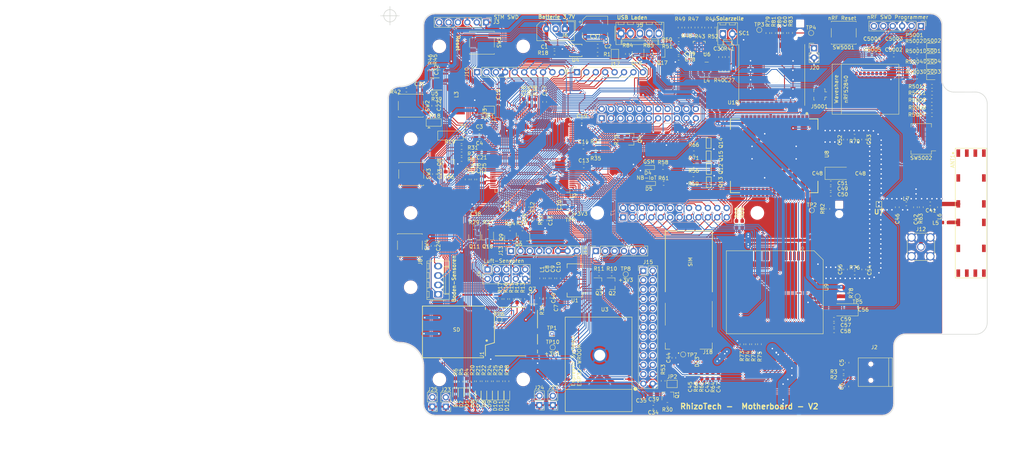
<source format=kicad_pcb>
(kicad_pcb (version 20200628) (host pcbnew "(5.99.0-2142-ge9b99cc8b)")
  (title_block (title "RhizoTech - BaseCircuit") (date "24.1.2018") (rev "V1") (company "TH-Köln Institut für Nachrichtentechnik"))
  (layers (0 "F.Cu" signal) (31 "B.Cu" signal) (34 "B.Paste" user) (35 "F.Paste" user) (36 "B.SilkS" user) (37 "F.SilkS" user) (38 "B.Mask" user) (39 "F.Mask" user) (44 "Edge.Cuts" user))
  (net 0 "")
  (net 1 "GND")
  (net 2 "+5VL")
  (net 3 "+BATT")
  (net 4 "Net-(C3-Pad1)")
  (net 5 "Net-(C4-Pad1)")
  (net 6 "+5VP")
  (net 7 "+3.3VP")
  (net 8 "Net-(R1-Pad1)")
  (net 9 "Net-(Q2-Pad1)")
  (net 10 "Net-(D1-Pad1)")
  (net 11 "Net-(D2-Pad1)")
  (net 12 "Net-(D3-Pad1)")
  (net 13 "/ESP_RXD0")
  (net 14 "/ESP_TXD0")
  (net 15 "/ESP_GPIO0")
  (net 16 "/ESP_RESET")
  (net 17 "/Powersupply/THERM")
  (net 18 "/VREF")
  (net 19 "/PF0")
  (net 20 "/PF1")
  (net 21 "/PF3")
  (net 22 "/PF4")
  (net 23 "/PF5")
  (net 24 "/PF6")
  (net 25 "/PF7")
  (net 26 "/PF8")
  (net 27 "/PF9")
  (net 28 "/PF10")
  (net 29 "/PH0")
  (net 30 "/PH1")
  (net 31 "/PC1")
  (net 32 "/PC2")
  (net 33 "/PC3")
  (net 34 "/PA4")
  (net 35 "/PA5")
  (net 36 "/PA6")
  (net 37 "/PA7")
  (net 38 "/PC5")
  (net 39 "/PB0")
  (net 40 "/PB1")
  (net 41 "/PF13")
  (net 42 "/PF14")
  (net 43 "/PF15")
  (net 44 "/PE7")
  (net 45 "/PE8")
  (net 46 "/PE9")
  (net 47 "/PB10")
  (net 48 "/PD8")
  (net 49 "/PD9")
  (net 50 "/PD10")
  (net 51 "/PG5")
  (net 52 "/PG6")
  (net 53 "/PG7")
  (net 54 "/PG8")
  (net 55 "/PC6")
  (net 56 "/PC7")
  (net 57 "/PA8")
  (net 58 "/PA15")
  (net 59 "/PD0")
  (net 60 "/PD1")
  (net 61 "/PD2")
  (net 62 "/PD3")
  (net 63 "/PD4")
  (net 64 "/PD5")
  (net 65 "/PD6")
  (net 66 "/PD7")
  (net 67 "/PG13")
  (net 68 "/PG14")
  (net 69 "/PG15")
  (net 70 "/PB3")
  (net 71 "/PB5")
  (net 72 "/PB6")
  (net 73 "/PB7")
  (net 74 "/PB8")
  (net 75 "/PB9")
  (net 76 "/IO23")
  (net 77 "/IO22")
  (net 78 "/IO21")
  (net 79 "/IO19")
  (net 80 "/IO18")
  (net 81 "/IO5")
  (net 82 "/IO17")
  (net 83 "/IO16")
  (net 84 "/IO4")
  (net 85 "/IO2")
  (net 86 "/IO15")
  (net 87 "/SDO")
  (net 88 "/CLK")
  (net 89 "/CMD")
  (net 90 "/SD3")
  (net 91 "/SD2")
  (net 92 "/IO13")
  (net 93 "/IO12")
  (net 94 "/IO14")
  (net 95 "/IO27")
  (net 96 "/IO26")
  (net 97 "/IO35")
  (net 98 "/IO33")
  (net 99 "/IO32")
  (net 100 "/IO34")
  (net 101 "/SENSOR_VN")
  (net 102 "/SENSOR_VP")
  (net 103 "/IO25")
  (net 104 "/SD1")
  (net 105 "Net-(J1-Pad4)")
  (net 106 "/Interfaces/D+_ESP")
  (net 107 "/Interfaces/D-_ESP")
  (net 108 "/Interfaces/+5V_ESP")
  (net 109 "STM3V3")
  (net 110 "/PC10")
  (net 111 "/PC11")
  (net 112 "/PC12")
  (net 113 "/PC8")
  (net 114 "/PC9")
  (net 115 "/SWCLK")
  (net 116 "/SWDIO")
  (net 117 "/NRST")
  (net 118 "/TRACESWO")
  (net 119 "/BT1")
  (net 120 "/BT2")
  (net 121 "/LED2")
  (net 122 "/LED1")
  (net 123 "/LED4")
  (net 124 "/LED3")
  (net 125 "/PD13")
  (net 126 "Net-(R2-Pad1)")
  (net 127 "Net-(R3-Pad1)")
  (net 128 "/Interfaces/RTS")
  (net 129 "Net-(Q3-Pad1)")
  (net 130 "/Interfaces/DTR")
  (net 131 "ESP3V3")
  (net 132 "/BT3")
  (net 133 "Net-(D6-Pad2)")
  (net 134 "Net-(D7-Pad2)")
  (net 135 "Net-(D8-Pad2)")
  (net 136 "Net-(D9-Pad2)")
  (net 137 "Net-(D10-Pad2)")
  (net 138 "Net-(D11-Pad2)")
  (net 139 "Net-(D12-Pad2)")
  (net 140 "/LOAD_STAT1")
  (net 141 "/LOAD_STAT2")
  (net 142 "/LOAD_PG")
  (net 143 "/ESP_ON")
  (net 144 "Net-(Q8-Pad3)")
  (net 145 "Net-(C31-Pad1)")
  (net 146 "Net-(C31-Pad2)")
  (net 147 "Net-(L3-Pad1)")
  (net 148 "Net-(L3-Pad2)")
  (net 149 "Net-(R39-Pad1)")
  (net 150 "Net-(C27-Pad2)")
  (net 151 "Net-(R40-Pad2)")
  (net 152 "Net-(R42-Pad2)")
  (net 153 "Net-(R43-Pad1)")
  (net 154 "Net-(R43-Pad2)")
  (net 155 "Net-(R47-Pad2)")
  (net 156 "Net-(R49-Pad2)")
  (net 157 "Net-(R50-Pad2)")
  (net 158 "Net-(C30-Pad1)")
  (net 159 "Net-(C28-Pad1)")
  (net 160 "Net-(L4-Pad2)")
  (net 161 "Net-(R41-Pad2)")
  (net 162 "Net-(J17-Pad2)")
  (net 163 "PWR_SW2")
  (net 164 "PWR_SW1")
  (net 165 "/MODE_SYNC")
  (net 166 "PWR_SW3")
  (net 167 "/PA1")
  (net 168 "/PF12")
  (net 169 "/PG0")
  (net 170 "/PG1")
  (net 171 "PWR_SW4")
  (net 172 "PWR_SW5")
  (net 173 "PWR_SW6")
  (net 174 "Net-(JP2-Pad1)")
  (net 175 "Net-(JP18-Pad2)")
  (net 176 "/PG2")
  (net 177 "/PG3")
  (net 178 "/PG4")
  (net 179 "/D_LOAD+")
  (net 180 "/D_LOAD-")
  (net 181 "Net-(ANT1-Pad3)")
  (net 182 "Net-(C41-Pad1)")
  (net 183 "Net-(C43-Pad1)")
  (net 184 "USIM_VDD")
  (net 185 "Net-(C45-Pad1)")
  (net 186 "ANT")
  (net 187 "Net-(C47-Pad1)")
  (net 188 "Net-(C52-Pad1)")
  (net 189 "RF1")
  (net 190 "RF2")
  (net 191 "Net-(C55-Pad1)")
  (net 192 "Net-(C56-Pad2)")
  (net 193 "Net-(J12-Pad1)")
  (net 194 "Net-(Q12-Pad1)")
  (net 195 "Net-(Q13-Pad1)")
  (net 196 "Net-(Q14-Pad1)")
  (net 197 "Net-(Q15-Pad1)")
  (net 198 "1V8")
  (net 199 "Net-(ANT1-Pad4)")
  (net 200 "USIM_GND")
  (net 201 "Net-(J20-Pad1)")
  (net 202 "Net-(Q12-Pad3)")
  (net 203 "Net-(Q13-Pad3)")
  (net 204 "Net-(Q14-Pad3)")
  (net 205 "Net-(Q15-Pad3)")
  (net 206 "M95_NETLIGHT")
  (net 207 "BC95_NETLIGHT")
  (net 208 "USIM_CLK")
  (net 209 "USIM_DATA")
  (net 210 "USIM_RST")
  (net 211 "Net-(R68-Pad1)")
  (net 212 "Net-(R69-Pad1)")
  (net 213 "Net-(R74-Pad1)")
  (net 214 "Net-(R75-Pad1)")
  (net 215 "Net-(R77-Pad2)")
  (net 216 "Net-(R79-Pad1)")
  (net 217 "Net-(R80-Pad1)")
  (net 218 "Net-(R81-Pad1)")
  (net 219 "Net-(D4-Pad1)")
  (net 220 "Net-(D5-Pad1)")
  (net 221 "BC95_RST")
  (net 222 "M95_ON_SW")
  (net 223 "ANT_M95")
  (net 224 "ANT_BC95")
  (net 225 "SMSPIN_BC95")
  (net 226 "M95_STATUS")
  (net 227 "M95_DTR")
  (net 228 "SMSPIN_M95")
  (net 229 "GPS_ON_SW")
  (net 230 "UART_GPS_TX")
  (net 231 "UART_GPS_RX")
  (net 232 "UART_M95_RX")
  (net 233 "UART_M95_TX")
  (net 234 "UART_BC95_RX")
  (net 235 "UART_BC95_TX")
  (net 236 "Net-(C48-Pad1)")
  (net 237 "Net-(C60-Pad2)")
  (net 238 "PWR_SW7")
  (net 239 "PWR_SW8")
  (net 240 "Net-(ANT1-Pad1)")
  (net 241 "Net-(ANT1-Pad16)")
  (net 242 "Net-(ANT1-Pad15)")
  (net 243 "Net-(ANT1-Pad14)")
  (net 244 "Net-(ANT1-Pad2)")
  (net 245 "Net-(ANT1-Pad5)")
  (net 246 "Net-(ANT1-Pad6)")
  (net 247 "Net-(ANT1-Pad7)")
  (net 248 "Net-(ANT1-Pad8)")
  (net 249 "Net-(ANT1-Pad9)")
  (net 250 "Net-(ANT1-Pad10)")
  (net 251 "Net-(ANT1-Pad11)")
  (net 252 "Net-(ANT1-Pad12)")
  (net 253 "Net-(ANT1-Pad13)")
  (net 254 "Net-(D13-Pad3)")
  (net 255 "Net-(J13-Pad1)")
  (net 256 "Net-(J13-Pad3)")
  (net 257 "Net-(J13-Pad5)")
  (net 258 "Net-(J18-PadC6)")
  (net 259 "Net-(U1-Pad5)")
  (net 260 "Net-(U1-Pad7)")
  (net 261 "Net-(U1-Pad8)")
  (net 262 "Net-(U1-Pad9)")
  (net 263 "/Interfaces/TXLED")
  (net 264 "/Interfaces/RXLED")
  (net 265 "/Interfaces/TXDEN")
  (net 266 "/Interfaces/SLEEP")
  (net 267 "Net-(U2-Pad6)")
  (net 268 "/PB2")
  (net 269 "Net-(U3-Pad32)")
  (net 270 "Net-(U8-Pad91)")
  (net 271 "Net-(U8-Pad90)")
  (net 272 "Net-(U8-Pad89)")
  (net 273 "Net-(U8-Pad88)")
  (net 274 "Net-(U8-Pad87)")
  (net 275 "Net-(U8-Pad86)")
  (net 276 "Net-(U8-Pad85)")
  (net 277 "Net-(U8-Pad84)")
  (net 278 "Net-(U8-Pad80)")
  (net 279 "Net-(U8-Pad79)")
  (net 280 "Net-(U8-Pad78)")
  (net 281 "Net-(U8-Pad77)")
  (net 282 "Net-(U8-Pad76)")
  (net 283 "Net-(U8-Pad75)")
  (net 284 "Net-(U8-Pad70)")
  (net 285 "Net-(U8-Pad69)")
  (net 286 "Net-(U8-Pad68)")
  (net 287 "Net-(U8-Pad67)")
  (net 288 "Net-(U8-Pad58)")
  (net 289 "Net-(U8-Pad57)")
  (net 290 "Net-(U8-Pad56)")
  (net 291 "Net-(U8-Pad55)")
  (net 292 "Net-(U8-Pad50)")
  (net 293 "Net-(U8-Pad49)")
  (net 294 "Net-(U8-Pad44)")
  (net 295 "Net-(U8-Pad37)")
  (net 296 "Net-(U8-Pad36)")
  (net 297 "Net-(U8-Pad35)")
  (net 298 "Net-(U8-Pad33)")
  (net 299 "Net-(U8-Pad32)")
  (net 300 "Net-(U8-Pad31)")
  (net 301 "Net-(U8-Pad28)")
  (net 302 "Net-(U8-Pad27)")
  (net 303 "Net-(U8-Pad26)")
  (net 304 "Net-(U8-Pad25)")
  (net 305 "Net-(U8-Pad24)")
  (net 306 "Net-(U8-Pad23)")
  (net 307 "Net-(U8-Pad22)")
  (net 308 "Net-(U8-Pad21)")
  (net 309 "Net-(U8-Pad20)")
  (net 310 "Net-(U8-Pad19)")
  (net 311 "Net-(U8-Pad17)")
  (net 312 "Net-(U8-Pad16)")
  (net 313 "Net-(U8-Pad14)")
  (net 314 "Net-(U8-Pad13)")
  (net 315 "Net-(U8-Pad12)")
  (net 316 "Net-(U8-Pad11)")
  (net 317 "Net-(U8-Pad10)")
  (net 318 "Net-(U8-Pad9)")
  (net 319 "Net-(U8-Pad8)")
  (net 320 "Net-(U8-Pad7)")
  (net 321 "Net-(U8-Pad6)")
  (net 322 "Net-(U8-Pad5)")
  (net 323 "Net-(U8-Pad4)")
  (net 324 "Net-(U8-Pad3)")
  (net 325 "Net-(U8-Pad1)")
  (net 326 "Net-(U9-Pad1)")
  (net 327 "Net-(U9-Pad2)")
  (net 328 "Net-(U9-Pad3)")
  (net 329 "Net-(U9-Pad4)")
  (net 330 "Net-(U9-Pad5)")
  (net 331 "Net-(U9-Pad6)")
  (net 332 "Net-(U9-Pad7)")
  (net 333 "Net-(U9-Pad8)")
  (net 334 "Net-(U9-Pad9)")
  (net 335 "Net-(U9-Pad11)")
  (net 336 "Net-(U9-Pad14)")
  (net 337 "Net-(U9-Pad15)")
  (net 338 "Net-(U9-Pad19)")
  (net 339 "Net-(U9-Pad23)")
  (net 340 "Net-(U9-Pad25)")
  (net 341 "Net-(U9-Pad32)")
  (net 342 "Net-(U10-Pad2)")
  (net 343 "GPS_WAKEUP")
  (net 344 "Net-(U10-Pad8)")
  (net 345 "Net-(U10-Pad10)")
  (net 346 "Net-(U10-Pad11)")
  (net 347 "Net-(U10-Pad12)")
  (net 348 "Net-(U10-Pad13)")
  (net 349 "Net-(U10-Pad14)")
  (net 350 "Net-(U10-Pad15)")
  (net 351 "GPS_1PPS")
  (net 352 "Reset")
  (net 353 "Net-(D5001-Pad1)")
  (net 354 "Net-(D5002-Pad1)")
  (net 355 "Net-(D5003-Pad1)")
  (net 356 "Net-(D5004-Pad1)")
  (net 357 "LED0")
  (net 358 "LED1")
  (net 359 "LED2")
  (net 360 "LED3")
  (net 361 "SW0")
  (net 362 "SW1")
  (net 363 "SW2")
  (net 364 "SW3")
  (net 365 "SW4")
  (net 366 "Net-(U5001-PadM2)")
  (net 367 "Net-(U5001-PadAD4)")
  (net 368 "Net-(U5001-PadAD6)")
  (net 369 "Net-(U5001-PadA20)")
  (net 370 "Net-(U5001-PadA12)")
  (net 371 "Net-(U5001-PadB13)")
  (net 372 "Net-(U5001-PadA14)")
  (net 373 "Net-(U5001-PadA16)")
  (net 374 "Net-(U5001-PadB19)")
  (net 375 "SPI_MOSI")
  (net 376 "SPI_SCK")
  (net 377 "SPI_SS")
  (net 378 "SPI_MISO")
  (net 379 "SWDCLK")
  (net 380 "SWDIO")
  (net 381 "Net-(U5001-PadJ24)")
  (net 382 "Net-(U5001-PadN1)")
  (net 383 "Net-(U5001-PadAC21)")
  (net 384 "Net-(U5001-PadL1)")
  (net 385 "Net-(U5001-PadT2)")
  (net 386 "Net-(U5001-PadG1)")
  (net 387 "Net-(U5001-PadP2)")
  (net 388 "Net-(U5001-PadH2)")
  (net 389 "Net-(U5001-PadAC11)")
  (net 390 "Net-(P5001-Pad6)")
  (net 391 "Net-(J5001-Pad1)")
  (net 392 "nRF_Interrupt")
  (net 393 "Net-(U5001-PadA10)")
  (net 394 "Net-(U5001-PadA8)")
  (net 395 "Net-(U5001-PadB9)")
  (net 396 "Net-(U5001-PadJ1)")
  (net 397 "Net-(U5001-PadB11)")
  (net 398 "Net-(U5001-PadB15)")
  (net 399 "Net-(U5001-PadB17)")
  (net 400 "Net-(U5001-PadP23)")
  (net 401 "Net-(U5001-PadT23)")
  (net 402 "Net-(U5001-PadAD20)")
  (net 403 "Net-(U5001-PadAD12)")
  (net 404 "Net-(U5001-PadAD16)")
  (net 405 "Net-(U5001-PadAD10)")
  (net 406 "Net-(U5001-PadAD8)")
  (net 407 "Net-(U5001-PadAC9)")
  (module "" (layer "F.Cu") (at -89.662 29.972)
    (fp_text reference "" (at 158.4325 19.2786) (layer "F.SilkS") (effects (font (size 1.27 1.27))))
    (fp_text value "" (at 158.4325 19.2786) (layer "F.SilkS") (effects (font (size 1.27 1.27))))
    (fp_text user "STM SWD" (at 136.271 -13.081) (layer "F.SilkS"))
  )
  (module "" (layer "F.Cu") (at 27.559 40.894)
    (fp_text reference "" (at 158.4325 19.2786) (layer "F.SilkS") (effects (font (size 1.27 1.27))))
    (fp_text value "" (at 158.4325 19.2786) (layer "F.SilkS") (effects (font (size 1.27 1.27))))
    (fp_text user "nRF SWD Programmer" (at 124.587 -24.003) (layer "F.SilkS"))
  )
  (module "" (layer "F.Cu") (at 13.462 41.275)
    (fp_text reference "" (at 158.4325 19.2786) (layer "F.SilkS") (effects (font (size 1.27 1.27))))
    (fp_text value "" (at 158.4325 19.2786) (layer "F.SilkS") (effects (font (size 1.27 1.27))))
    (fp_text user "nRF Reset" (at 123.698 -24.13) (layer "F.SilkS"))
  )
  (module "" (layer "F.Cu") (at -82.677 106.426)
    (fp_text reference "" (at 158.4325 19.2786) (layer "F.SilkS") (effects (font (size 1.27 1.27))))
    (fp_text value "" (at 158.4325 19.2786) (layer "F.SilkS") (effects (font (size 1.27 1.27))))
    (fp_text user "Luft-Sensoren" (at 128.651 -23.749) (layer "F.SilkS"))
  )
  (module "Connector_PinHeader_2.54mm:PinHeader_1x06_P2.54mm_Vertical" (layer "F.Cu") (at 158.4325 19.2786 -90)
    (fp_text reference "P5001" (at 2.4765 1.7907 180) (layer "F.SilkS"))
    (fp_text value "SWD Programmer")
    (pad "6" thru_hole oval (at 0 12.7 270) (size 1.7 1.7) (drill 1) (layers *.Cu *.Mask) (net 390 "Net-(P5001-Pad6)"))
    (pad "5" thru_hole oval (at 0 10.16 270) (size 1.7 1.7) (drill 1) (layers *.Cu *.Mask) (net 352 "Reset"))
    (pad "4" thru_hole oval (at 0 7.62 270) (size 1.7 1.7) (drill 1) (layers *.Cu *.Mask) (net 380 "SWDIO"))
    (pad "3" thru_hole oval (at 0 5.08 270) (size 1.7 1.7) (drill 1) (layers *.Cu *.Mask) (net 1 "GND"))
    (pad "2" thru_hole oval (at 0 2.54 270) (size 1.7 1.7) (drill 1) (layers *.Cu *.Mask) (net 379 "SWDCLK"))
    (pad "1" thru_hole rect (at 0 0 270) (size 1.7 1.7) (drill 1) (layers *.Cu *.Mask) (net 166 "PWR_SW3"))
  )
  (module "Package_SO:MSOP-10_3x3mm_P0.5mm" (layer "F.Cu") (at 65.3444 25.8726)
    (fp_text reference "U4" (at -0.0664 2.5754 180) (layer "F.SilkS"))
    (fp_text value "MCP73833")
    (pad "1" smd rect (at -2.2 -1) (size 1.4 0.3) (layers "F.Cu" "F.Paste" "F.Mask") (net 2 "+5VL"))
    (pad "2" smd rect (at -2.2 -0.5) (size 1.4 0.3) (layers "F.Cu" "F.Paste" "F.Mask") (net 2 "+5VL"))
    (pad "3" smd rect (at -2.2 0) (size 1.4 0.3) (layers "F.Cu" "F.Paste" "F.Mask") (net 140 "/LOAD_STAT1"))
    (pad "4" smd rect (at -2.2 0.5) (size 1.4 0.3) (layers "F.Cu" "F.Paste" "F.Mask") (net 141 "/LOAD_STAT2"))
    (pad "5" smd rect (at -2.2 1) (size 1.4 0.3) (layers "F.Cu" "F.Paste" "F.Mask") (net 1 "GND"))
    (pad "6" smd rect (at 2.2 1) (size 1.4 0.3) (layers "F.Cu" "F.Paste" "F.Mask") (net 8 "Net-(R1-Pad1)"))
    (pad "7" smd rect (at 2.2 0.5) (size 1.4 0.3) (layers "F.Cu" "F.Paste" "F.Mask") (net 142 "/LOAD_PG"))
    (pad "8" smd rect (at 2.2 0) (size 1.4 0.3) (layers "F.Cu" "F.Paste" "F.Mask") (net 17 "/Powersupply/THERM"))
    (pad "9" smd rect (at 2.2 -0.5) (size 1.4 0.3) (layers "F.Cu" "F.Paste" "F.Mask") (net 3 "+BATT"))
    (pad "10" smd rect (at 2.2 -1) (size 1.4 0.3) (layers "F.Cu" "F.Paste" "F.Mask") (net 3 "+BATT"))
  )
  (module "Button_Switch_SMD:SW_SPST_EVQQ2" (layer "F.Cu") (at 137.6045 21.1074 180)
    (fp_text reference "SW5001" (at 0.05 -3.95) (layer "F.SilkS"))
    (fp_text value "SW_Push")
    (pad "2" smd rect (at 3.4 2 180) (size 3.2 1) (layers "F.Cu" "F.Paste" "F.Mask") (net 1 "GND"))
    (pad "2" smd rect (at -3.4 2 180) (size 3.2 1) (layers "F.Cu" "F.Paste" "F.Mask") (net 1 "GND"))
    (pad "1" smd rect (at -3.4 -2 180) (size 3.2 1) (layers "F.Cu" "F.Paste" "F.Mask") (net 352 "Reset"))
    (pad "1" smd rect (at 3.4 -2 180) (size 3.2 1) (layers "F.Cu" "F.Paste" "F.Mask") (net 352 "Reset"))
  )
  (module "Connector_Coaxial:U.FL_Molex_MCRF_73412-0110_Vertical" (layer "F.Cu") (at 131.0391 37.7571 90)
    (fp_text reference "J5001" (at -3.2512 -0.0005 180) (layer "F.SilkS"))
    (fp_text value "SMA Connector")
    (pad "1" smd rect (at 0 1.5 90) (size 1 1) (layers "F.Cu" "F.Paste" "F.Mask") (net 391 "Net-(J5001-Pad1)"))
    (pad "2" smd rect (at 0 -1.5 90) (size 1 1) (layers "F.Cu" "F.Paste" "F.Mask") (net 1 "GND"))
    (pad "2" smd rect (at 1.475 0 90) (size 1.05 2.2) (layers "F.Cu" "F.Paste" "F.Mask") (net 1 "GND"))
    (pad "2" smd rect (at -1.475 0 90) (size 1.05 2.2) (layers "F.Cu" "F.Paste" "F.Mask") (net 1 "GND"))
  )
  (module "Button_Switch_SMD:SW_DIP_SPSTx05_Slide_KingTek_DSHP05TJ_W5.25mm_P1.27mm_JPin" (layer "F.Cu") (at 158.4948 49.7586 180)
    (fp_text reference "SW5002" (at 0 -5.135) (layer "F.SilkS"))
    (fp_text value "SW_DIP_x05")
    (pad "10" smd rect (at 2.625 -2.54 180) (size 2.65 0.76) (layers "F.Cu" "F.Paste" "F.Mask") (net 361 "SW0"))
    (pad "5" smd rect (at -2.625 2.54 180) (size 2.65 0.76) (layers "F.Cu" "F.Paste" "F.Mask") (net 166 "PWR_SW3"))
    (pad "9" smd rect (at 2.625 -1.27 180) (size 2.65 0.76) (layers "F.Cu" "F.Paste" "F.Mask") (net 362 "SW1"))
    (pad "4" smd rect (at -2.625 1.27 180) (size 2.65 0.76) (layers "F.Cu" "F.Paste" "F.Mask") (net 166 "PWR_SW3"))
    (pad "8" smd rect (at 2.625 0 180) (size 2.65 0.76) (layers "F.Cu" "F.Paste" "F.Mask") (net 363 "SW2"))
    (pad "3" smd rect (at -2.625 0 180) (size 2.65 0.76) (layers "F.Cu" "F.Paste" "F.Mask") (net 166 "PWR_SW3"))
    (pad "7" smd rect (at 2.625 1.27 180) (size 2.65 0.76) (layers "F.Cu" "F.Paste" "F.Mask") (net 364 "SW3"))
    (pad "2" smd rect (at -2.625 -1.27 180) (size 2.65 0.76) (layers "F.Cu" "F.Paste" "F.Mask") (net 166 "PWR_SW3"))
    (pad "6" smd rect (at 2.625 2.54 180) (size 2.65 0.76) (layers "F.Cu" "F.Paste" "F.Mask") (net 365 "SW4"))
    (pad "1" smd rect (at -2.625 -2.54 180) (size 2.65 0.76) (layers "F.Cu" "F.Paste" "F.Mask") (net 166 "PWR_SW3"))
  )
  (module "Rhizo_Receiver_Shield_final_Module:Waveshare_nRF528840" (layer "F.Cu") (at 134.225 36.6014 90)
    (fp_text reference "U5001" hide)
    (fp_text value "nRF52840")
    (fp_text user "Waveshare" (at 0.2921 1.3589 90 unlocked) (layer "F.SilkS"))
    (fp_text user "nRF52840" (at 0.25 4 90 unlocked) (layer "F.SilkS"))
    (pad "M2" smd roundrect (at -4.15 18.25) (size 1 0.7) (layers "F.Cu" "F.Paste" "F.Mask") (net 366 "Net-(U5001-PadM2)"))
    (pad "R1" smd roundrect (at -3.05 18.25) (size 1 0.7) (layers "F.Cu" "F.Paste" "F.Mask") (net 361 "SW0"))
    (pad "B1" smd roundrect (at -5.25 18.25) (size 1 0.7) (layers "F.Cu" "F.Paste" "F.Mask") (net 166 "PWR_SW3"))
    (pad "AC13" smd roundrect (at 2.45 18.25) (size 1 0.7) (layers "F.Cu" "F.Paste" "F.Mask") (net 352 "Reset"))
    (pad "U1" smd roundrect (at -1.95 18.25) (size 1 0.7) (layers "F.Cu" "F.Paste" "F.Mask") (net 362 "SW1"))
    (pad "AD2" smd roundrect (at 3.55 18.25) (size 1 0.7) (layers "F.Cu" "F.Paste" "F.Mask") (net 166 "PWR_SW3"))
    (pad "AC19" smd roundrect (at -0.85 18.25) (size 1 0.7) (layers "F.Cu" "F.Paste" "F.Mask") (net 363 "SW2"))
    (pad "AD4" smd roundrect (at 4.65 18.25) (size 1 0.7) (layers "F.Cu" "F.Paste" "F.Mask") (net 367 "Net-(U5001-PadAD4)"))
    (pad "AD6" smd roundrect (at 5.75 18.25) (size 1 0.7) (layers "F.Cu" "F.Paste" "F.Mask") (net 368 "Net-(U5001-PadAD6)"))
    (pad "AC17" smd roundrect (at 0.25 18.25) (size 1 0.7) (layers "F.Cu" "F.Paste" "F.Mask") (net 364 "SW3"))
    (pad "AC15" smd roundrect (at 1.35 18.25) (size 1 0.7) (layers "F.Cu" "F.Paste" "F.Mask") (net 365 "SW4"))
    (pad "A10" smd roundrect (at -6.48 12.35 90) (size 1 0.7) (layers "F.Cu" "F.Paste" "F.Mask") (net 393 "Net-(U5001-PadA10)"))
    (pad "A8" smd roundrect (at -6.48 14.55 90) (size 1 0.7) (layers "F.Cu" "F.Paste" "F.Mask") (net 394 "Net-(U5001-PadA8)"))
    (pad "A20" smd roundrect (at -6.48 5.75 90) (size 1 0.7) (layers "F.Cu" "F.Paste" "F.Mask") (net 369 "Net-(U5001-PadA20)"))
    (pad "A12" smd roundrect (at -6.48 10.15 90) (size 1 0.7) (layers "F.Cu" "F.Paste" "F.Mask") (net 370 "Net-(U5001-PadA12)"))
    (pad "B13" smd roundrect (at -6.48 9.05 90) (size 1 0.7) (layers "F.Cu" "F.Paste" "F.Mask") (net 371 "Net-(U5001-PadB13)"))
    (pad "K2" smd roundrect (at -6.5 16.75 90) (size 1 0.7) (layers "F.Cu" "F.Paste" "F.Mask") (net 392 "nRF_Interrupt"))
    (pad "A14" smd roundrect (at -6.48 7.95 90) (size 1 0.7) (layers "F.Cu" "F.Paste" "F.Mask") (net 372 "Net-(U5001-PadA14)"))
    (pad "B9" smd roundrect (at -6.48 13.45 90) (size 1 0.7) (layers "F.Cu" "F.Paste" "F.Mask") (net 395 "Net-(U5001-PadB9)"))
    (pad "J1" smd roundrect (at -6.48 15.65 90) (size 1 0.7) (layers "F.Cu" "F.Paste" "F.Mask") (net 396 "Net-(U5001-PadJ1)"))
    (pad "A16" smd roundrect (at -6.48 6.85 90) (size 1 0.7) (layers "F.Cu" "F.Paste" "F.Mask") (net 373 "Net-(U5001-PadA16)"))
    (pad "B11" smd roundrect (at -6.48 11.25 90) (size 1 0.7) (layers "F.Cu" "F.Paste" "F.Mask") (net 397 "Net-(U5001-PadB11)"))
    (pad "B19" smd roundrect (at -6.48 4.65 90) (size 1 0.7) (layers "F.Cu" "F.Paste" "F.Mask") (net 374 "Net-(U5001-PadB19)"))
    (pad "B7" smd roundrect (at -6.48 3.55 90) (size 1 0.7) (layers "F.Cu" "F.Paste" "F.Mask") (net 1 "GND"))
    (pad "B7" smd roundrect (at 7 16.75 90) (size 1 0.7) (layers "F.Cu" "F.Paste" "F.Mask") (net 1 "GND"))
    (pad "AD22" smd roundrect (at 7.02 14.55 90) (size 1 0.7) (layers "F.Cu" "F.Paste" "F.Mask") (net 375 "SPI_MOSI"))
    (pad "Y23" smd roundrect (at 7.02 12.35 90) (size 1 0.7) (layers "F.Cu" "F.Paste" "F.Mask") (net 376 "SPI_SCK"))
    (pad "AD18" smd roundrect (at 7.02 15.65 90) (size 1 0.7) (layers "F.Cu" "F.Paste" "F.Mask") (net 377 "SPI_SS"))
    (pad "V23" smd roundrect (at 7.02 13.45 90) (size 1 0.7) (layers "F.Cu" "F.Paste" "F.Mask") (net 378 "SPI_MISO"))
    (pad "AA24" smd roundrect (at 7.02 10.15 90) (size 1 0.7) (layers "F.Cu" "F.Paste" "F.Mask") (net 379 "SWDCLK"))
    (pad "L24" smd roundrect (at 7.02 5.75 90) (size 1 0.7) (layers "F.Cu" "F.Paste" "F.Mask") (net 359 "LED2"))
    (pad "W24" smd roundrect (at 7.02 11.25 90) (size 1 0.7) (layers "F.Cu" "F.Paste" "F.Mask") (net 358 "LED1"))
    (pad "R24" smd roundrect (at 7.02 6.85 90) (size 1 0.7) (layers "F.Cu" "F.Paste" "F.Mask") (net 360 "LED3"))
    (pad "U24" smd roundrect (at 7.02 7.95 90) (size 1 0.7) (layers "F.Cu" "F.Paste" "F.Mask") (net 357 "LED0"))
    (pad "AC24" smd roundrect (at 7.02 9.05 90) (size 1 0.7) (layers "F.Cu" "F.Paste" "F.Mask") (net 380 "SWDIO"))
    (pad "B7" smd roundrect (at 7.02 3.55 90) (size 1 0.7) (layers "F.Cu" "F.Paste" "F.Mask") (net 1 "GND"))
    (pad "J24" smd roundrect (at 7.02 4.65 90) (size 1 0.7) (layers "F.Cu" "F.Paste" "F.Mask") (net 381 "Net-(U5001-PadJ24)"))
    (pad "N1" smd roundrect (at -4 12.25 90) (size 1 0.7) (layers "F.Cu" "F.Paste" "F.Mask") (net 382 "Net-(U5001-PadN1)"))
    (pad "AC21" smd roundrect (at -4 7.85 90) (size 1 0.7) (layers "F.Cu" "F.Paste" "F.Mask") (net 383 "Net-(U5001-PadAC21)"))
    (pad "L1" smd roundrect (at -4 13.35 90) (size 1 0.7) (layers "F.Cu" "F.Paste" "F.Mask") (net 384 "Net-(U5001-PadL1)"))
    (pad "T2" smd roundrect (at -4 8.95 90) (size 1 0.7) (layers "F.Cu" "F.Paste" "F.Mask") (net 385 "Net-(U5001-PadT2)"))
    (pad "G1" smd roundrect (at -4 14.45 90) (size 1 0.7) (layers "F.Cu" "F.Paste" "F.Mask") (net 386 "Net-(U5001-PadG1)"))
    (pad "P2" smd roundrect (at -4 10.05 90) (size 1 0.7) (layers "F.Cu" "F.Paste" "F.Mask") (net 387 "Net-(U5001-PadP2)"))
    (pad "H2" smd roundrect (at -4 11.15 90) (size 1 0.7) (layers "F.Cu" "F.Paste" "F.Mask") (net 388 "Net-(U5001-PadH2)"))
    (pad "B15" smd roundrect (at -4.01 5.65 90) (size 1 0.7) (layers "F.Cu" "F.Paste" "F.Mask") (net 398 "Net-(U5001-PadB15)"))
    (pad "B17" smd roundrect (at -4 6.75 90) (size 1 0.7) (layers "F.Cu" "F.Paste" "F.Mask") (net 399 "Net-(U5001-PadB17)"))
    (pad "P23" smd roundrect (at 4.5 5.65 90) (size 1 0.7) (layers "F.Cu" "F.Paste" "F.Mask") (net 400 "Net-(U5001-PadP23)"))
    (pad "T23" smd roundrect (at 4.5 6.75 90) (size 1 0.7) (layers "F.Cu" "F.Paste" "F.Mask") (net 401 "Net-(U5001-PadT23)"))
    (pad "AD20" smd roundrect (at 4.5 7.85 90) (size 1 0.7) (layers "F.Cu" "F.Paste" "F.Mask") (net 402 "Net-(U5001-PadAD20)"))
    (pad "AD12" smd roundrect (at 4.5 10.05 90) (size 1 0.7) (layers "F.Cu" "F.Paste" "F.Mask") (net 403 "Net-(U5001-PadAD12)"))
    (pad "AD16" smd roundrect (at 4.5 8.95 90) (size 1 0.7) (layers "F.Cu" "F.Paste" "F.Mask") (net 404 "Net-(U5001-PadAD16)"))
    (pad "AD10" smd roundrect (at 4.5 11.15 90) (size 1 0.7) (layers "F.Cu" "F.Paste" "F.Mask") (net 405 "Net-(U5001-PadAD10)"))
    (pad "AD8" smd roundrect (at 4.5 13.35 90) (size 1 0.7) (layers "F.Cu" "F.Paste" "F.Mask") (net 406 "Net-(U5001-PadAD8)"))
    (pad "AC9" smd roundrect (at 4.5 12.25 90) (size 1 0.7) (layers "F.Cu" "F.Paste" "F.Mask") (net 407 "Net-(U5001-PadAC9)"))
    (pad "AC11" smd roundrect (at 4.5 14.45 90) (size 1 0.7) (layers "F.Cu" "F.Paste" "F.Mask") (net 389 "Net-(U5001-PadAC11)"))
  )
  (module "Resistor_SMD:R_0603_1608Metric" (layer "F.Cu") (at 161.4031 35.5727)
    (fp_text reference "R5012" (at -3.975 0.0254) (layer "F.SilkS"))
    (fp_text value "10k")
    (pad "2" smd roundrect (at 0.7875 0) (size 0.875 0.95) (layers "F.Cu" "F.Paste" "F.Mask") (net 1 "GND"))
    (pad "1" smd roundrect (at -0.7875 0) (size 0.875 0.95) (layers "F.Cu" "F.Paste" "F.Mask") (net 365 "SW4"))
  )
  (module "Resistor_SMD:R_0603_1608Metric" (layer "F.Cu") (at 161.416 37.4142)
    (fp_text reference "R5011" (at -4.026 -0.0508) (layer "F.SilkS"))
    (fp_text value "10k")
    (pad "2" smd roundrect (at 0.7875 0) (size 0.875 0.95) (layers "F.Cu" "F.Paste" "F.Mask") (net 1 "GND"))
    (pad "1" smd roundrect (at -0.7875 0) (size 0.875 0.95) (layers "F.Cu" "F.Paste" "F.Mask") (net 364 "SW3"))
  )
  (module "Resistor_SMD:R_0603_1608Metric" (layer "F.Cu") (at 161.3524 39.3573)
    (fp_text reference "R5009" (at -3.9624 -0.0635) (layer "F.SilkS"))
    (fp_text value "10k")
    (pad "2" smd roundrect (at 0.7875 0) (size 0.875 0.95) (layers "F.Cu" "F.Paste" "F.Mask") (net 1 "GND"))
    (pad "1" smd roundrect (at -0.7875 0) (size 0.875 0.95) (layers "F.Cu" "F.Paste" "F.Mask") (net 363 "SW2"))
  )
  (module "Resistor_SMD:R_0603_1608Metric" (layer "F.Cu") (at 161.365 41.3131)
    (fp_text reference "R5008" (at -3.9496 -0.0127) (layer "F.SilkS"))
    (fp_text value "10k")
    (pad "2" smd roundrect (at 0.7875 0) (size 0.875 0.95) (layers "F.Cu" "F.Paste" "F.Mask") (net 1 "GND"))
    (pad "1" smd roundrect (at -0.7875 0) (size 0.875 0.95) (layers "F.Cu" "F.Paste" "F.Mask") (net 362 "SW1"))
  )
  (module "Resistor_SMD:R_0603_1608Metric" (layer "F.Cu") (at 161.3905 43.2308)
    (fp_text reference "R5007" (at -4.0132 -0.0127) (layer "F.SilkS"))
    (fp_text value "10k")
    (pad "2" smd roundrect (at 0.7875 0) (size 0.875 0.95) (layers "F.Cu" "F.Paste" "F.Mask") (net 1 "GND"))
    (pad "1" smd roundrect (at -0.7875 0) (size 0.875 0.95) (layers "F.Cu" "F.Paste" "F.Mask") (net 361 "SW0"))
  )
  (module "Resistor_SMD:R_0603_1608Metric" (layer "F.Cu") (at 145.1865 27.1145 180)
    (fp_text reference "R5005" (at -0.1396 1.4097) (layer "F.SilkS"))
    (fp_text value "10k")
    (pad "2" smd roundrect (at 0.7875 0 180) (size 0.875 0.95) (layers "F.Cu" "F.Paste" "F.Mask") (net 352 "Reset"))
    (pad "1" smd roundrect (at -0.7875 0 180) (size 0.875 0.95) (layers "F.Cu" "F.Paste" "F.Mask") (net 166 "PWR_SW3"))
  )
  (module "Resistor_SMD:R_0603_1608Metric" (layer "F.Cu") (at 157.3783 30.226 180)
    (fp_text reference "R5004" (at 0.7747 1.3335) (layer "F.SilkS"))
    (fp_text value "220")
    (pad "2" smd roundrect (at 0.7875 0 180) (size 0.875 0.95) (layers "F.Cu" "F.Paste" "F.Mask") (net 360 "LED3"))
    (pad "1" smd roundrect (at -0.7875 0 180) (size 0.875 0.95) (layers "F.Cu" "F.Paste" "F.Mask") (net 356 "Net-(D5004-Pad1)"))
  )
  (module "Resistor_SMD:R_0603_1608Metric" (layer "F.Cu") (at 157.37825 33.02 180)
    (fp_text reference "R5003" (at 0.7619 1.3208) (layer "F.SilkS"))
    (fp_text value "220")
    (pad "2" smd roundrect (at 0.7875 0 180) (size 0.875 0.95) (layers "F.Cu" "F.Paste" "F.Mask") (net 359 "LED2"))
    (pad "1" smd roundrect (at -0.7875 0 180) (size 0.875 0.95) (layers "F.Cu" "F.Paste" "F.Mask") (net 355 "Net-(D5003-Pad1)"))
  )
  (module "Resistor_SMD:R_0603_1608Metric" (layer "F.Cu") (at 157.4291 24.6761 180)
    (fp_text reference "R5002" (at 0.8385 1.3335) (layer "F.SilkS"))
    (fp_text value "220")
    (pad "2" smd roundrect (at 0.7875 0 180) (size 0.875 0.95) (layers "F.Cu" "F.Paste" "F.Mask") (net 358 "LED1"))
    (pad "1" smd roundrect (at -0.7875 0 180) (size 0.875 0.95) (layers "F.Cu" "F.Paste" "F.Mask") (net 354 "Net-(D5002-Pad1)"))
  )
  (module "Resistor_SMD:R_0603_1608Metric" (layer "F.Cu") (at 157.3655 27.4447 180)
    (fp_text reference "R5001" (at 0.7621 1.3843) (layer "F.SilkS"))
    (fp_text value "220")
    (pad "2" smd roundrect (at 0.7875 0 180) (size 0.875 0.95) (layers "F.Cu" "F.Paste" "F.Mask") (net 357 "LED0"))
    (pad "1" smd roundrect (at -0.7875 0 180) (size 0.875 0.95) (layers "F.Cu" "F.Paste" "F.Mask") (net 353 "Net-(D5001-Pad1)"))
  )
  (module "LED_SMD:LED_0603_1608Metric" (layer "F.Cu") (at 161.4298 30.2387)
    (fp_text reference "D5004" (at 0 -1.43) (layer "F.SilkS"))
    (fp_text value "LED")
    (pad "2" smd roundrect (at 0.7875 0) (size 0.875 0.95) (layers "F.Cu" "F.Paste" "F.Mask") (net 166 "PWR_SW3"))
    (pad "1" smd roundrect (at -0.7875 0) (size 0.875 0.95) (layers "F.Cu" "F.Paste" "F.Mask") (net 356 "Net-(D5004-Pad1)"))
  )
  (module "LED_SMD:LED_0603_1608Metric" (layer "F.Cu") (at 161.42965 33.0327)
    (fp_text reference "D5003" (at 0 -1.43) (layer "F.SilkS"))
    (fp_text value "LED")
    (pad "2" smd roundrect (at 0.7875 0) (size 0.875 0.95) (layers "F.Cu" "F.Paste" "F.Mask") (net 166 "PWR_SW3"))
    (pad "1" smd roundrect (at -0.7875 0) (size 0.875 0.95) (layers "F.Cu" "F.Paste" "F.Mask") (net 355 "Net-(D5003-Pad1)"))
  )
  (module "LED_SMD:LED_0603_1608Metric" (layer "F.Cu") (at 161.4424 24.6888)
    (fp_text reference "D5002" (at 0 -1.43) (layer "F.SilkS"))
    (fp_text value "LED")
    (pad "2" smd roundrect (at 0.7875 0) (size 0.875 0.95) (layers "F.Cu" "F.Paste" "F.Mask") (net 166 "PWR_SW3"))
    (pad "1" smd roundrect (at -0.7875 0) (size 0.875 0.95) (layers "F.Cu" "F.Paste" "F.Mask") (net 354 "Net-(D5002-Pad1)"))
  )
  (module "LED_SMD:LED_0603_1608Metric" (layer "F.Cu") (at 161.3788 27.4574)
    (fp_text reference "D5001" (at 0 -1.43) (layer "F.SilkS"))
    (fp_text value "LED")
    (pad "2" smd roundrect (at 0.7875 0) (size 0.875 0.95) (layers "F.Cu" "F.Paste" "F.Mask") (net 166 "PWR_SW3"))
    (pad "1" smd roundrect (at -0.7875 0) (size 0.875 0.95) (layers "F.Cu" "F.Paste" "F.Mask") (net 353 "Net-(D5001-Pad1)"))
  )
  (module "Capacitor_SMD:C_0603_1608Metric_Pad1.05x0.95mm_HandSolder" (layer "F.Cu") (at 145.2753 24.1681)
    (fp_text reference "C5004" (at 0 -1.43) (layer "F.SilkS"))
    (fp_text value "100nF")
    (pad "2" smd roundrect (at 0.875 0) (size 1.05 0.95) (layers "F.Cu" "F.Paste" "F.Mask") (net 1 "GND"))
    (pad "1" smd roundrect (at -0.875 0) (size 1.05 0.95) (layers "F.Cu" "F.Paste" "F.Mask") (net 352 "Reset"))
  )
  (module "Capacitor_SMD:C_0603_1608Metric_Pad1.05x0.95mm_HandSolder" (layer "F.Cu") (at 151.1554 24.1554)
    (fp_text reference "C5003" (at 0 -1.43) (layer "F.SilkS"))
    (fp_text value "100nF")
    (pad "2" smd roundrect (at 0.875 0) (size 1.05 0.95) (layers "F.Cu" "F.Paste" "F.Mask") (net 1 "GND"))
    (pad "1" smd roundrect (at -0.875 0) (size 1.05 0.95) (layers "F.Cu" "F.Paste" "F.Mask") (net 166 "PWR_SW3"))
  )
  (module "Capacitor_SMD:C_0603_1608Metric_Pad1.05x0.95mm_HandSolder" (layer "F.Cu") (at 151.0919 27.1018)
    (fp_text reference "C5002" (at 0 -1.43) (layer "F.SilkS"))
    (fp_text value "4.7µF")
    (pad "2" smd roundrect (at 0.875 0) (size 1.05 0.95) (layers "F.Cu" "F.Paste" "F.Mask") (net 1 "GND"))
    (pad "1" smd roundrect (at -0.875 0) (size 1.05 0.95) (layers "F.Cu" "F.Paste" "F.Mask") (net 166 "PWR_SW3"))
  )
  (module "Connector_Molex:Molex_KK-254_AE-6410-04A_1x04_P2.54mm_Vertical" (layer "F.Cu") (at 28.2321 91.7194 90)
    (fp_text reference "J8" (at 8.7376 -4.8006 90) (layer "F.SilkS"))
    (fp_text value "Conn_1x4_Soil")
    (pad "4" thru_hole oval (at 7.62 0 90) (size 1.74 2.2) (drill 1.2) (layers *.Cu *.Mask) (net 19 "/PF0"))
    (pad "3" thru_hole oval (at 5.08 0 90) (size 1.74 2.2) (drill 1.2) (layers *.Cu *.Mask) (net 173 "PWR_SW6"))
    (pad "2" thru_hole oval (at 2.54 0 90) (size 1.74 2.2) (drill 1.2) (layers *.Cu *.Mask) (net 1 "GND"))
    (pad "1" thru_hole roundrect (at 0 0 90) (size 1.74 2.2) (drill 1.2) (layers *.Cu *.Mask) (roundrect_rratio 0.143678) (net 20 "/PF1"))
  )
  (module "Jumper:SolderJumper-2_P1.3mm_Bridged_Pad1.0x1.5mm" (layer "F.Cu") (at 75.8952 26.9898 90)
    (fp_text reference "J17" (at -2.4742 0.0508 180) (layer "F.SilkS"))
    (fp_text value "GS2")
    (pad "1" smd custom (at -0.65 0 90) (size 1 1.5) (layers "F.Cu" "F.Mask") (net 3 "+BATT") (options (clearance outline) (anchor rect)) (primitives (gr_poly (pts (xy 0.4 -0.3) (xy 0.9 -0.3) (xy 0.9 0.3) (xy 0.4 0.3)) (width 0))))
    (pad "2" smd rect (at 0.65 0 90) (size 1 1.5) (layers "F.Cu" "F.Mask") (net 162 "Net-(J17-Pad2)"))
  )
  (module "Connector_Molex:Molex_KK-254_AE-6410-02A_1x02_P2.54mm_Vertical" (layer "F.Cu") (at 105.029 21.4249)
    (fp_text reference "SC1" (at 5.715 -0.2159) (layer "F.SilkS"))
    (fp_text value "Solar_Cell")
    (pad "2" thru_hole oval (at 2.54 0) (size 1.74 2.2) (drill 1.2) (layers *.Cu *.Mask) (net 1 "GND"))
    (pad "1" thru_hole roundrect (at 0 0) (size 1.74 2.2) (drill 1.2) (layers *.Cu *.Mask) (roundrect_rratio 0.143678) (net 150 "Net-(C27-Pad2)"))
  )
  (module "Connector_Molex:Molex_SPOX_5267-03A_1x03_P2.50mm_Vertical" (layer "F.Cu") (at 62.4078 20.0279 180)
    (fp_text reference "J6" (at 0.0508 -1.8161) (layer "F.SilkS"))
    (fp_text value "CONN_01X03")
    (pad "3" thru_hole oval (at 5 0 180) (size 1.7 1.85) (drill 0.85) (layers *.Cu *.Mask) (net 1 "GND"))
    (pad "2" thru_hole oval (at 2.5 0 180) (size 1.7 1.85) (drill 0.85) (layers *.Cu *.Mask) (net 17 "/Powersupply/THERM"))
    (pad "1" thru_hole roundrect (at 0 0 180) (size 1.7 1.85) (drill 0.85) (layers *.Cu *.Mask) (roundrect_rratio 0.147059) (net 3 "+BATT"))
  )
  (module "Connector_Molex:Molex_KK-254_AE-6410-05A_1x05_P2.54mm_Vertical" (layer "F.Cu") (at 77.5589 21.2852)
    (fp_text reference "J5" (at 5.0927 -2.2352) (layer "F.SilkS"))
    (fp_text value "Conn_01x05")
    (pad "5" thru_hole oval (at 10.16 0) (size 1.74 2.2) (drill 1.2) (layers *.Cu *.Mask) (net 2 "+5VL"))
    (pad "4" thru_hole oval (at 7.62 0) (size 1.74 2.2) (drill 1.2) (layers *.Cu *.Mask) (net 180 "/D_LOAD-"))
    (pad "3" thru_hole oval (at 5.08 0) (size 1.74 2.2) (drill 1.2) (layers *.Cu *.Mask) (net 179 "/D_LOAD+"))
    (pad "2" thru_hole oval (at 2.54 0) (size 1.74 2.2) (drill 1.2) (layers *.Cu *.Mask) (net 1 "GND"))
    (pad "1" thru_hole roundrect (at 0 0) (size 1.74 2.2) (drill 1.2) (layers *.Cu *.Mask) (roundrect_rratio 0.143678) (net 1 "GND"))
  )
  (module "Resistor_SMD:R_0603_1608Metric_Pad1.05x0.95mm_HandSolder" (layer "F.Cu") (at 102.3812 19.6909 -90)
    (fp_text reference "R52" (at 2.4071 0.0192 180) (layer "F.SilkS"))
    (fp_text value "6M65")
    (pad "1" smd roundrect (at -0.875 0 270) (size 1.05 0.95) (layers "F.Cu" "F.Paste" "F.Mask") (net 1 "GND"))
    (pad "2" smd roundrect (at 0.875 0 270) (size 1.05 0.95) (layers "F.Cu" "F.Paste" "F.Mask") (net 161 "Net-(R41-Pad2)"))
  )
  (module "Resistor_SMD:R_0603_1608Metric_Pad1.05x0.95mm_HandSolder" (layer "F.Cu") (at 93.0789 24.7167 180)
    (fp_text reference "R51" (at 3.0359 -0.0483) (layer "F.SilkS"))
    (fp_text value "4M32")
    (pad "1" smd roundrect (at -0.875 0 180) (size 1.05 0.95) (layers "F.Cu" "F.Paste" "F.Mask") (net 157 "Net-(R50-Pad2)"))
    (pad "2" smd roundrect (at 0.875 0 180) (size 1.05 0.95) (layers "F.Cu" "F.Paste" "F.Mask") (net 1 "GND"))
  )
  (module "Resistor_SMD:R_0603_1608Metric_Pad1.05x0.95mm_HandSolder" (layer "F.Cu") (at 95.2184 19.7023 90)
    (fp_text reference "R48" (at -2.2687 0.0316 180) (layer "F.SilkS"))
    (fp_text value "4M99")
    (pad "1" smd roundrect (at -0.875 0 90) (size 1.05 0.95) (layers "F.Cu" "F.Paste" "F.Mask") (net 155 "Net-(R47-Pad2)"))
    (pad "2" smd roundrect (at 0.875 0 90) (size 1.05 0.95) (layers "F.Cu" "F.Paste" "F.Mask") (net 1 "GND"))
  )
  (module "Resistor_SMD:R_0603_1608Metric_Pad1.05x0.95mm_HandSolder" (layer "F.Cu") (at 96.9837 19.6795 90)
    (fp_text reference "R47" (at 2.2805 0.0443 180) (layer "F.SilkS"))
    (fp_text value "4M99")
    (pad "1" smd roundrect (at -0.875 0 90) (size 1.05 0.95) (layers "F.Cu" "F.Paste" "F.Mask") (net 153 "Net-(R43-Pad1)"))
    (pad "2" smd roundrect (at 0.875 0 90) (size 1.05 0.95) (layers "F.Cu" "F.Paste" "F.Mask") (net 155 "Net-(R47-Pad2)"))
  )
  (module "Capacitor_SMD:C_0603_1608Metric_Pad1.05x0.95mm_HandSolder" (layer "F.Cu") (at 57.912 92.701 -90)
    (fp_text reference "C40" (at 0 -1.43 90) (layer "F.SilkS"))
    (fp_text value "22µ")
    (pad "2" smd roundrect (at 0.875 0 270) (size 1.05 0.95) (layers "F.Cu" "F.Paste" "F.Mask") (net 1 "GND"))
    (pad "1" smd roundrect (at -0.875 0 270) (size 1.05 0.95) (layers "F.Cu" "F.Paste" "F.Mask") (net 166 "PWR_SW3"))
  )
  (module "Capacitor_SMD:C_0603_1608Metric_Pad1.05x0.95mm_HandSolder" (layer "F.Cu") (at 86.351 118.618 180)
    (fp_text reference "C39" (at 0 -1.43) (layer "F.SilkS"))
    (fp_text value "22µ")
    (pad "2" smd roundrect (at 0.875 0 180) (size 1.05 0.95) (layers "F.Cu" "F.Paste" "F.Mask") (net 1 "GND"))
    (pad "1" smd roundrect (at -0.875 0 180) (size 1.05 0.95) (layers "F.Cu" "F.Paste" "F.Mask") (net 131 "ESP3V3"))
  )
  (module "Capacitor_SMD:C_0603_1608Metric_Pad1.05x0.95mm_HandSolder" (layer "F.Cu") (at 38.345 68.58 180)
    (fp_text reference "C38" (at 0 -1.43) (layer "F.SilkS"))
    (fp_text value "22µ")
    (pad "2" smd roundrect (at 0.875 0 180) (size 1.05 0.95) (layers "F.Cu" "F.Paste" "F.Mask") (net 1 "GND"))
    (pad "1" smd roundrect (at -0.875 0 180) (size 1.05 0.95) (layers "F.Cu" "F.Paste" "F.Mask") (net 166 "PWR_SW3"))
  )
  (module "Capacitor_SMD:C_0603_1608Metric_Pad1.05x0.95mm_HandSolder" (layer "F.Cu") (at 86.242 122.174 180)
    (fp_text reference "C34" (at 0 -1.43) (layer "F.SilkS"))
    (fp_text value "22µ")
    (pad "2" smd roundrect (at 0.875 0 180) (size 1.05 0.95) (layers "F.Cu" "F.Paste" "F.Mask") (net 1 "GND"))
    (pad "1" smd roundrect (at -0.875 0 180) (size 1.05 0.95) (layers "F.Cu" "F.Paste" "F.Mask") (net 166 "PWR_SW3"))
  )
  (module "Capacitor_SMD:C_0603_1608Metric_Pad1.05x0.95mm_HandSolder" (layer "F.Cu") (at 39.37 42.917 -90)
    (fp_text reference "C33" (at 0 -1.43 90) (layer "F.SilkS"))
    (fp_text value "22µ")
    (pad "2" smd roundrect (at 0.875 0 270) (size 1.05 0.95) (layers "F.Cu" "F.Paste" "F.Mask") (net 1 "GND"))
    (pad "1" smd roundrect (at -0.875 0 270) (size 1.05 0.95) (layers "F.Cu" "F.Paste" "F.Mask") (net 166 "PWR_SW3"))
  )
  (module "Capacitor_SMD:C_0603_1608Metric_Pad1.05x0.95mm_HandSolder" (layer "F.Cu") (at 29.21 31.106 90)
    (fp_text reference "C32" (at 0 -1.43 90) (layer "F.SilkS"))
    (fp_text value "10µ")
    (pad "2" smd roundrect (at 0.875 0 90) (size 1.05 0.95) (layers "F.Cu" "F.Paste" "F.Mask") (net 3 "+BATT"))
    (pad "1" smd roundrect (at -0.875 0 90) (size 1.05 0.95) (layers "F.Cu" "F.Paste" "F.Mask") (net 1 "GND"))
  )
  (module "Capacitor_SMD:C_0603_1608Metric_Pad1.05x0.95mm_HandSolder" (layer "F.Cu") (at 59.5871 24.8793)
    (fp_text reference "C1" (at -2.6911 0.0127) (layer "F.SilkS"))
    (fp_text value "1µ")
    (pad "2" smd roundrect (at 0.875 0) (size 1.05 0.95) (layers "F.Cu" "F.Paste" "F.Mask") (net 2 "+5VL"))
    (pad "1" smd roundrect (at -0.875 0) (size 1.05 0.95) (layers "F.Cu" "F.Paste" "F.Mask") (net 1 "GND"))
  )
  (module "Connector_PinHeader_2.54mm:PinHeader_2x05_P2.54mm_Vertical" (layer "F.Cu") (at 41.5544 87.5284 90)
    (fp_text reference "J4" (at 1.27 -2.33 90) (layer "F.SilkS"))
    (fp_text value "Conn_2x5_Temp")
    (pad "10" thru_hole oval (at 0 10.16 90) (size 1.7 1.7) (drill 1) (layers *.Cu *.Mask) (net 1 "GND"))
    (pad "9" thru_hole oval (at 2.54 10.16 90) (size 1.7 1.7) (drill 1) (layers *.Cu *.Mask) (net 40 "/PB1"))
    (pad "8" thru_hole oval (at 0 7.62 90) (size 1.7 1.7) (drill 1) (layers *.Cu *.Mask) (net 39 "/PB0"))
    (pad "7" thru_hole oval (at 2.54 7.62 90) (size 1.7 1.7) (drill 1) (layers *.Cu *.Mask) (net 37 "/PA7"))
    (pad "6" thru_hole oval (at 0 5.08 90) (size 1.7 1.7) (drill 1) (layers *.Cu *.Mask) (net 36 "/PA6"))
    (pad "5" thru_hole oval (at 2.54 5.08 90) (size 1.7 1.7) (drill 1) (layers *.Cu *.Mask) (net 35 "/PA5"))
    (pad "4" thru_hole oval (at 0 2.54 90) (size 1.7 1.7) (drill 1) (layers *.Cu *.Mask) (net 34 "/PA4"))
    (pad "3" thru_hole oval (at 2.54 2.54 90) (size 1.7 1.7) (drill 1) (layers *.Cu *.Mask) (net 68 "/PG14"))
    (pad "2" thru_hole oval (at 0 0 90) (size 1.7 1.7) (drill 1) (layers *.Cu *.Mask) (net 67 "/PG13"))
    (pad "1" thru_hole rect (at 2.54 0 90) (size 1.7 1.7) (drill 1) (layers *.Cu *.Mask) (net 172 "PWR_SW5"))
  )
  (module "Connector_PinHeader_2.54mm:PinHeader_2x13_P2.54mm_Vertical" (layer "F.Cu") (at 83.566 85.344)
    (fp_text reference "J15" (at 1.27 -2.33) (layer "F.SilkS"))
    (fp_text value "Conn_02x13_ESP")
    (pad "26" thru_hole oval (at 2.54 30.48) (size 1.7 1.7) (drill 1) (layers *.Cu *.Mask) (net 1 "GND"))
    (pad "25" thru_hole oval (at 0 30.48) (size 1.7 1.7) (drill 1) (layers *.Cu *.Mask) (net 131 "ESP3V3"))
    (pad "24" thru_hole oval (at 2.54 27.94) (size 1.7 1.7) (drill 1) (layers *.Cu *.Mask) (net 16 "/ESP_RESET"))
    (pad "23" thru_hole oval (at 0 27.94) (size 1.7 1.7) (drill 1) (layers *.Cu *.Mask) (net 102 "/SENSOR_VP"))
    (pad "22" thru_hole oval (at 2.54 25.4) (size 1.7 1.7) (drill 1) (layers *.Cu *.Mask) (net 101 "/SENSOR_VN"))
    (pad "21" thru_hole oval (at 0 25.4) (size 1.7 1.7) (drill 1) (layers *.Cu *.Mask) (net 100 "/IO34"))
    (pad "20" thru_hole oval (at 2.54 22.86) (size 1.7 1.7) (drill 1) (layers *.Cu *.Mask) (net 97 "/IO35"))
    (pad "19" thru_hole oval (at 0 22.86) (size 1.7 1.7) (drill 1) (layers *.Cu *.Mask) (net 99 "/IO32"))
    (pad "18" thru_hole oval (at 2.54 20.32) (size 1.7 1.7) (drill 1) (layers *.Cu *.Mask) (net 98 "/IO33"))
    (pad "17" thru_hole oval (at 0 20.32) (size 1.7 1.7) (drill 1) (layers *.Cu *.Mask) (net 103 "/IO25"))
    (pad "16" thru_hole oval (at 2.54 17.78) (size 1.7 1.7) (drill 1) (layers *.Cu *.Mask) (net 96 "/IO26"))
    (pad "15" thru_hole oval (at 0 17.78) (size 1.7 1.7) (drill 1) (layers *.Cu *.Mask) (net 95 "/IO27"))
    (pad "14" thru_hole oval (at 2.54 15.24) (size 1.7 1.7) (drill 1) (layers *.Cu *.Mask) (net 94 "/IO14"))
    (pad "13" thru_hole oval (at 0 15.24) (size 1.7 1.7) (drill 1) (layers *.Cu *.Mask) (net 93 "/IO12"))
    (pad "12" thru_hole oval (at 2.54 12.7) (size 1.7 1.7) (drill 1) (layers *.Cu *.Mask) (net 92 "/IO13"))
    (pad "11" thru_hole oval (at 0 12.7) (size 1.7 1.7) (drill 1) (layers *.Cu *.Mask) (net 91 "/SD2"))
    (pad "10" thru_hole oval (at 2.54 10.16) (size 1.7 1.7) (drill 1) (layers *.Cu *.Mask) (net 90 "/SD3"))
    (pad "9" thru_hole oval (at 0 10.16) (size 1.7 1.7) (drill 1) (layers *.Cu *.Mask) (net 89 "/CMD"))
    (pad "8" thru_hole oval (at 2.54 7.62) (size 1.7 1.7) (drill 1) (layers *.Cu *.Mask) (net 88 "/CLK"))
    (pad "7" thru_hole oval (at 0 7.62) (size 1.7 1.7) (drill 1) (layers *.Cu *.Mask) (net 87 "/SDO"))
    (pad "6" thru_hole oval (at 2.54 5.08) (size 1.7 1.7) (drill 1) (layers *.Cu *.Mask) (net 104 "/SD1"))
    (pad "5" thru_hole oval (at 0 5.08) (size 1.7 1.7) (drill 1) (layers *.Cu *.Mask) (net 86 "/IO15"))
    (pad "4" thru_hole oval (at 2.54 2.54) (size 1.7 1.7) (drill 1) (layers *.Cu *.Mask) (net 85 "/IO2"))
    (pad "3" thru_hole oval (at 0 2.54) (size 1.7 1.7) (drill 1) (layers *.Cu *.Mask) (net 15 "/ESP_GPIO0"))
    (pad "2" thru_hole oval (at 2.54 0) (size 1.7 1.7) (drill 1) (layers *.Cu *.Mask) (net 84 "/IO4"))
    (pad "1" thru_hole rect (at 0 0) (size 1.7 1.7) (drill 1) (layers *.Cu *.Mask) (net 83 "/IO16"))
  )
  (module "Capacitor_SMD:C_0603_1608Metric_Pad1.05x0.95mm_HandSolder" (layer "F.Cu") (at 138.49 110.165 90)
    (fp_text reference "C5" (at 0 -1.43 90) (layer "F.SilkS"))
    (fp_text value "47p")
    (pad "1" smd roundrect (at -0.875 0 90) (size 1.05 0.95) (layers "F.Cu" "F.Paste" "F.Mask") (net 106 "/Interfaces/D+_ESP"))
    (pad "2" smd roundrect (at 0.875 0 90) (size 1.05 0.95) (layers "F.Cu" "F.Paste" "F.Mask") (net 1 "GND"))
  )
  (module "Capacitor_SMD:C_0603_1608Metric_Pad1.05x0.95mm_HandSolder" (layer "F.Cu") (at 138.43 116.57 -90)
    (fp_text reference "C6" (at 0 1.397 -90) (layer "F.SilkS"))
    (fp_text value "47p")
    (pad "2" smd roundrect (at 0.875 0 270) (size 1.05 0.95) (layers "F.Cu" "F.Paste" "F.Mask") (net 1 "GND"))
    (pad "1" smd roundrect (at -0.875 0 270) (size 1.05 0.95) (layers "F.Cu" "F.Paste" "F.Mask") (net 107 "/Interfaces/D-_ESP"))
  )
  (module "Connectors:USB_Mini-B" (layer "F.Cu") (at 145.467856 112.728509 180)
    (fp_text reference "J2" (at -0.387 6.726 180) (layer "F.SilkS"))
    (fp_text value "USB B mini")
    (pad "1" smd rect (at 2.8 -1.6 180) (size 2.3 0.5) (layers "F.Cu" "F.Paste" "F.Mask") (net 108 "/Interfaces/+5V_ESP"))
    (pad "2" smd rect (at 2.8 -0.8 180) (size 2.3 0.5) (layers "F.Cu" "F.Paste" "F.Mask") (net 107 "/Interfaces/D-_ESP"))
    (pad "3" smd rect (at 2.8 0 180) (size 2.3 0.5) (layers "F.Cu" "F.Paste" "F.Mask") (net 106 "/Interfaces/D+_ESP"))
    (pad "4" smd rect (at 2.8 0.8 180) (size 2.3 0.5) (layers "F.Cu" "F.Paste" "F.Mask") (net 1 "GND"))
    (pad "5" smd rect (at 2.8 1.6 180) (size 2.3 0.5) (layers "F.Cu" "F.Paste" "F.Mask") (net 1 "GND"))
    (pad "6" smd rect (at 2.8 -4.925 180) (size 3.5 2.05) (layers "F.Cu" "F.Paste" "F.Mask") (net 1 "GND"))
    (pad "6" smd rect (at -1.45 -4.925 180) (size 4 2.05) (layers "F.Cu" "F.Paste" "F.Mask") (net 1 "GND"))
    (pad "6" smd rect (at 2.8 4.925 180) (size 3.5 2.05) (layers "F.Cu" "F.Paste" "F.Mask") (net 1 "GND"))
    (pad "6" smd rect (at -1.45 4.925 180) (size 4 2.05) (layers "F.Cu" "F.Paste" "F.Mask") (net 1 "GND"))
    (pad "" np_thru_hole circle (at 0.55 -2.2 180) (size 0.9 0.9) (drill 0.9) (layers *.Cu *.Mask))
    (pad "" np_thru_hole circle (at 0.55 2.2 180) (size 0.9 0.9) (drill 0.9) (layers *.Cu *.Mask))
  )
  (module "footprints:XCVR_M95" (layer "F.Cu") (at 119.01 91.15 -90)
    (fp_text reference "U9" (at -1.36 -13.93 -90) (layer "F.SilkS"))
    (fp_text value "M95")
    (pad "1" smd rect (at -9.8 -7.5) (size 0.75 2.4) (layers "F.Cu" "F.Paste" "F.Mask") (net 326 "Net-(U9-Pad1)"))
    (pad "2" smd rect (at -9.8 -6.4) (size 0.75 2.4) (layers "F.Cu" "F.Paste" "F.Mask") (net 327 "Net-(U9-Pad2)"))
    (pad "3" smd rect (at -9.8 -5.3) (size 0.75 2.4) (layers "F.Cu" "F.Paste" "F.Mask") (net 328 "Net-(U9-Pad3)"))
    (pad "4" smd rect (at -9.8 -4.2) (size 0.75 2.4) (layers "F.Cu" "F.Paste" "F.Mask") (net 329 "Net-(U9-Pad4)"))
    (pad "5" smd rect (at -9.8 -3.1) (size 0.75 2.4) (layers "F.Cu" "F.Paste" "F.Mask") (net 330 "Net-(U9-Pad5)"))
    (pad "6" smd rect (at -9.8 1.9) (size 0.75 2.4) (layers "F.Cu" "F.Paste" "F.Mask") (net 331 "Net-(U9-Pad6)"))
    (pad "7" smd rect (at -9.8 3) (size 0.75 2.4) (layers "F.Cu" "F.Paste" "F.Mask") (net 332 "Net-(U9-Pad7)"))
    (pad "8" smd rect (at -9.8 4.1) (size 0.75 2.4) (layers "F.Cu" "F.Paste" "F.Mask") (net 333 "Net-(U9-Pad8)"))
    (pad "9" smd rect (at -9.8 5.2) (size 0.75 2.4) (layers "F.Cu" "F.Paste" "F.Mask") (net 334 "Net-(U9-Pad9)"))
    (pad "10" smd rect (at -9.8 6.3) (size 0.75 2.4) (layers "F.Cu" "F.Paste" "F.Mask") (net 205 "Net-(Q15-Pad3)"))
    (pad "11" smd rect (at -9.8 7.4) (size 0.75 2.4) (layers "F.Cu" "F.Paste" "F.Mask") (net 335 "Net-(U9-Pad11)"))
    (pad "12" smd rect (at -6.35 11.65 90) (size 0.75 2.4) (layers "F.Cu" "F.Paste" "F.Mask") (net 226 "M95_STATUS"))
    (pad "13" smd rect (at -5.25 11.65 90) (size 0.75 2.4) (layers "F.Cu" "F.Paste" "F.Mask") (net 206 "M95_NETLIGHT"))
    (pad "14" smd rect (at -4.15 11.65 90) (size 0.75 2.4) (layers "F.Cu" "F.Paste" "F.Mask") (net 336 "Net-(U9-Pad14)"))
    (pad "15" smd rect (at -3.05 11.65 90) (size 0.75 2.4) (layers "F.Cu" "F.Paste" "F.Mask") (net 337 "Net-(U9-Pad15)"))
    (pad "16" smd rect (at 1.65 11.65 90) (size 0.75 2.4) (layers "F.Cu" "F.Paste" "F.Mask"))
    (pad "17" smd rect (at 2.75 11.65 90) (size 0.75 2.4) (layers "F.Cu" "F.Paste" "F.Mask"))
    (pad "18" smd rect (at 3.85 11.65 90) (size 0.75 2.4) (layers "F.Cu" "F.Paste" "F.Mask"))
    (pad "19" smd rect (at 4.95 11.65 90) (size 0.75 2.4) (layers "F.Cu" "F.Paste" "F.Mask") (net 338 "Net-(U9-Pad19)"))
    (pad "20" smd rect (at 6.05 11.65 90) (size 0.75 2.4) (layers "F.Cu" "F.Paste" "F.Mask") (net 227 "M95_DTR"))
    (pad "21" smd rect (at 9.8 7.4) (size 0.75 2.4) (layers "F.Cu" "F.Paste" "F.Mask") (net 213 "Net-(R74-Pad1)"))
    (pad "22" smd rect (at 9.8 6.3) (size 0.75 2.4) (layers "F.Cu" "F.Paste" "F.Mask") (net 215 "Net-(R77-Pad2)"))
    (pad "23" smd rect (at 9.8 5.2) (size 0.75 2.4) (layers "F.Cu" "F.Paste" "F.Mask") (net 339 "Net-(U9-Pad23)"))
    (pad "24" smd rect (at 9.8 4.1) (size 0.75 2.4) (layers "F.Cu" "F.Paste" "F.Mask") (net 214 "Net-(R75-Pad1)"))
    (pad "25" smd rect (at 9.8 3) (size 0.75 2.4) (layers "F.Cu" "F.Paste" "F.Mask") (net 340 "Net-(U9-Pad25)"))
    (pad "26" smd rect (at 9.8 1.9) (size 0.75 2.4) (layers "F.Cu" "F.Paste" "F.Mask") (net 228 "SMSPIN_M95"))
    (pad "27" smd rect (at 9.8 -3.1) (size 0.75 2.4) (layers "F.Cu" "F.Paste" "F.Mask") (net 184 "USIM_VDD"))
    (pad "28" smd rect (at 9.8 -4.2) (size 0.75 2.4) (layers "F.Cu" "F.Paste" "F.Mask") (net 210 "USIM_RST"))
    (pad "29" smd rect (at 9.8 -5.3) (size 0.75 2.4) (layers "F.Cu" "F.Paste" "F.Mask") (net 209 "USIM_DATA"))
    (pad "30" smd rect (at 9.8 -6.4) (size 0.75 2.4) (layers "F.Cu" "F.Paste" "F.Mask") (net 208 "USIM_CLK"))
    (pad "31" smd rect (at 9.8 -7.5) (size 0.75 2.4) (layers "F.Cu" "F.Paste" "F.Mask") (net 200 "USIM_GND"))
    (pad "32" smd rect (at 6.05 -11.65 90) (size 0.75 2.4) (layers "F.Cu" "F.Paste" "F.Mask") (net 341 "Net-(U9-Pad32)"))
    (pad "33" smd rect (at 4.95 -11.65 90) (size 0.75 2.4) (layers "F.Cu" "F.Paste" "F.Mask") (net 192 "Net-(C56-Pad2)"))
    (pad "34" smd rect (at 3.85 -11.65 90) (size 0.75 2.4) (layers "F.Cu" "F.Paste" "F.Mask") (net 192 "Net-(C56-Pad2)"))
    (pad "35" smd rect (at 2.75 -11.65 90) (size 0.75 2.4) (layers "F.Cu" "F.Paste" "F.Mask") (net 1 "GND"))
    (pad "36" smd rect (at 1.65 -11.65 90) (size 0.75 2.4) (layers "F.Cu" "F.Paste" "F.Mask") (net 1 "GND"))
    (pad "37" smd rect (at -3.05 -11.65 90) (size 0.75 2.4) (layers "F.Cu" "F.Paste" "F.Mask") (net 1 "GND"))
    (pad "38" smd rect (at -4.15 -11.65 90) (size 0.75 2.4) (layers "F.Cu" "F.Paste" "F.Mask") (net 1 "GND"))
    (pad "39" smd rect (at -5.25 -11.65 90) (size 0.75 2.4) (layers "F.Cu" "F.Paste" "F.Mask") (net 191 "Net-(C55-Pad1)"))
    (pad "40" smd rect (at -6.35 -11.65 90) (size 0.75 2.4) (layers "F.Cu" "F.Paste" "F.Mask") (net 1 "GND"))
  )
  (module "Jumper:SolderJumper-3_P1.3mm_Bridged12_Pad1.0x1.5mm" (layer "F.Cu") (at 27.051 45.339)
    (fp_text reference "JP18" (at 0 -1.8) (layer "F.SilkS"))
    (fp_text value "SolderJumper_3_Bridged12")
    (pad "2" smd rect (at 0 0) (size 1 1.5) (layers "F.Cu" "F.Mask") (net 175 "Net-(JP18-Pad2)"))
    (pad "3" smd rect (at 1.3 0) (size 1 1.5) (layers "F.Cu" "F.Mask") (net 56 "/PC7"))
    (pad "1" smd custom (at -1.3 0) (size 1 1.5) (layers "F.Cu" "F.Mask") (net 3 "+BATT") (options (clearance outline) (anchor rect)) (primitives (gr_poly (pts (xy 0.4 -0.3) (xy 0.9 -0.3) (xy 0.9 0.3) (xy 0.4 0.3)) (width 0))))
  )
  (module "Resistor_SMD:R_0603_1608Metric_Pad1.05x0.95mm_HandSolder" (layer "F.Cu") (at 52.832 71.642 -90)
    (fp_text reference "R9" (at -0.8395 1.27 -90) (layer "F.SilkS"))
    (fp_text value "4k7")
    (pad "1" smd roundrect (at -0.875 0 270) (size 1.05 0.95) (layers "F.Cu" "F.Paste" "F.Mask") (net 42 "/PF14"))
    (pad "2" smd roundrect (at 0.875 0 270) (size 1.05 0.95) (layers "F.Cu" "F.Paste" "F.Mask") (net 41 "/PF13"))
  )
  (module "ESP32-footprints-Lib:ESP32-WROOM" (layer "F.Cu") (at 71.501 110.617)
    (fp_text reference "U3" (at 1.668 -14.816) (layer "F.SilkS"))
    (fp_text value "ESP32-WROOM")
    (fp_text user "ESP32-WROOM" (at -5.207 0.254 90) (layer "F.SilkS"))
    (fp_text user "Espressif Systems" (at -6.858 -0.889 90) (layer "F.SilkS"))
    (pad "38" smd oval (at -9 5.25) (size 2.5 0.9) (layers "F.Cu" "F.Paste" "F.Mask") (net 1 "GND"))
    (pad "37" smd oval (at -9 3.98) (size 2.5 0.9) (layers "F.Cu" "F.Paste" "F.Mask") (net 76 "/IO23"))
    (pad "36" smd oval (at -9 2.71) (size 2.5 0.9) (layers "F.Cu" "F.Paste" "F.Mask") (net 77 "/IO22"))
    (pad "35" smd oval (at -9 1.44) (size 2.5 0.9) (layers "F.Cu" "F.Paste" "F.Mask") (net 14 "/ESP_TXD0"))
    (pad "34" smd oval (at -9 0.17) (size 2.5 0.9) (layers "F.Cu" "F.Paste" "F.Mask") (net 13 "/ESP_RXD0"))
    (pad "33" smd oval (at -9 -1.1) (size 2.5 0.9) (layers "F.Cu" "F.Paste" "F.Mask") (net 78 "/IO21"))
    (pad "32" smd oval (at -9 -2.37) (size 2.5 0.9) (layers "F.Cu" "F.Paste" "F.Mask") (net 269 "Net-(U3-Pad32)"))
    (pad "31" smd oval (at -9 -3.64) (size 2.5 0.9) (layers "F.Cu" "F.Paste" "F.Mask") (net 79 "/IO19"))
    (pad "30" smd oval (at -9 -4.91) (size 2.5 0.9) (layers "F.Cu" "F.Paste" "F.Mask") (net 80 "/IO18"))
    (pad "29" smd oval (at -9 -6.18) (size 2.5 0.9) (layers "F.Cu" "F.Paste" "F.Mask") (net 81 "/IO5"))
    (pad "28" smd oval (at -9 -7.45) (size 2.5 0.9) (layers "F.Cu" "F.Paste" "F.Mask") (net 82 "/IO17"))
    (pad "27" smd oval (at -9 -8.72) (size 2.5 0.9) (layers "F.Cu" "F.Paste" "F.Mask") (net 83 "/IO16"))
    (pad "26" smd oval (at -9 -9.99) (size 2.5 0.9) (layers "F.Cu" "F.Paste" "F.Mask") (net 84 "/IO4"))
    (pad "25" smd oval (at -9 -11.26) (size 2.5 0.9) (layers "F.Cu" "F.Paste" "F.Mask") (net 15 "/ESP_GPIO0"))
    (pad "24" smd oval (at -5.715 -12.75) (size 0.9 2.5) (layers "F.Cu" "F.Paste" "F.Mask") (net 85 "/IO2"))
    (pad "23" smd oval (at -4.445 -12.75) (size 0.9 2.5) (layers "F.Cu" "F.Paste" "F.Mask") (net 86 "/IO15"))
    (pad "22" smd oval (at -3.175 -12.75) (size 0.9 2.5) (layers "F.Cu" "F.Paste" "F.Mask") (net 104 "/SD1"))
    (pad "21" smd oval (at -1.905 -12.75) (size 0.9 2.5) (layers "F.Cu" "F.Paste" "F.Mask") (net 87 "/SDO"))
    (pad "20" smd oval (at -0.635 -12.75) (size 0.9 2.5) (layers "F.Cu" "F.Paste" "F.Mask") (net 88 "/CLK"))
    (pad "19" smd oval (at 0.635 -12.75) (size 0.9 2.5) (layers "F.Cu" "F.Paste" "F.Mask") (net 89 "/CMD"))
    (pad "18" smd oval (at 1.905 -12.75) (size 0.9 2.5) (layers "F.Cu" "F.Paste" "F.Mask") (net 90 "/SD3"))
    (pad "17" smd oval (at 3.175 -12.75) (size 0.9 2.5) (layers "F.Cu" "F.Paste" "F.Mask") (net 91 "/SD2"))
    (pad "16" smd oval (at 4.445 -12.75) (size 0.9 2.5) (layers "F.Cu" "F.Paste" "F.Mask") (net 92 "/IO13"))
    (pad "15" smd oval (at 5.715 -12.75) (size 0.9 2.5) (layers "F.Cu" "F.Paste" "F.Mask") (net 1 "GND"))
    (pad "14" smd oval (at 9 -11.26) (size 2.5 0.9) (layers "F.Cu" "F.Paste" "F.Mask") (net 93 "/IO12"))
    (pad "13" smd oval (at 9 -9.99) (size 2.5 0.9) (layers "F.Cu" "F.Paste" "F.Mask") (net 94 "/IO14"))
    (pad "12" smd oval (at 9 -8.72) (size 2.5 0.9) (layers "F.Cu" "F.Paste" "F.Mask") (net 95 "/IO27"))
    (pad "11" smd oval (at 9 -7.45) (size 2.5 0.9) (layers "F.Cu" "F.Paste" "F.Mask") (net 96 "/IO26"))
    (pad "10" smd oval (at 9 -6.18) (size 2.5 0.9) (layers "F.Cu" "F.Paste" "F.Mask") (net 103 "/IO25"))
    (pad "9" smd oval (at 9 -4.91) (size 2.5 0.9) (layers "F.Cu" "F.Paste" "F.Mask") (net 98 "/IO33"))
    (pad "8" smd oval (at 9 -3.64) (size 2.5 0.9) (layers "F.Cu" "F.Paste" "F.Mask") (net 99 "/IO32"))
    (pad "7" smd oval (at 9 -2.37) (size 2.5 0.9) (layers "F.Cu" "F.Paste" "F.Mask") (net 97 "/IO35"))
    (pad "6" smd oval (at 9 -1.1) (size 2.5 0.9) (layers "F.Cu" "F.Paste" "F.Mask") (net 100 "/IO34"))
    (pad "5" smd oval (at 9 0.17) (size 2.5 0.9) (layers "F.Cu" "F.Paste" "F.Mask") (net 101 "/SENSOR_VN"))
    (pad "4" smd oval (at 9 1.44) (size 2.5 0.9) (layers "F.Cu" "F.Paste" "F.Mask") (net 102 "/SENSOR_VP"))
    (pad "3" smd oval (at 9 2.71) (size 2.5 0.9) (layers "F.Cu" "F.Paste" "F.Mask") (net 16 "/ESP_RESET"))
    (pad "2" smd oval (at 9 3.98) (size 2.5 0.9) (layers "F.Cu" "F.Paste" "F.Mask") (net 131 "ESP3V3"))
    (pad "1" smd oval (at 9 5.25) (size 2.5 0.9) (layers "F.Cu" "F.Paste" "F.Mask") (net 1 "GND"))
    (pad "39" smd rect (at 0.3 -2.45) (size 6 6) (layers "F.Cu" "F.Paste" "F.Mask") (net 1 "GND"))
    (pad "39" thru_hole circle (at 0.3 -2.45) (size 4 4) (drill 3) (layers *.Cu *.Mask) (net 1 "GND"))
  )
  (module "Resistor_SMD:R_0603_1608Metric_Pad1.05x0.95mm_HandSolder" (layer "F.Cu") (at 35.941 115.2665 90)
    (fp_text reference "R4" (at 2.6175 0 90) (layer "F.SilkS"))
    (fp_text value "1k")
    (pad "1" smd roundrect (at -0.875 0 90) (size 1.05 0.95) (layers "F.Cu" "F.Paste" "F.Mask") (net 10 "Net-(D1-Pad1)"))
    (pad "2" smd roundrect (at 0.875 0 90) (size 1.05 0.95) (layers "F.Cu" "F.Paste" "F.Mask") (net 140 "/LOAD_STAT1"))
  )
  (module "503398-1892:503398-1892" (layer "F.Cu") (at 40.977476 108.313458 90)
    (fp_text reference "J1" (at 0.333458 -0.927476 90) (layer "F.SilkS"))
    (fp_text value "Micro_SD_Card" hide)
    (pad "1" smd rect (at 4.17 1.4 90) (size 0.7 1.1) (layers "F.Cu" "F.Paste" "F.Mask") (net 110 "/PC10"))
    (pad "2" smd rect (at 5.27 1.4 90) (size 0.7 1.1) (layers "F.Cu" "F.Paste" "F.Mask") (net 111 "/PC11"))
    (pad "3" smd rect (at 6.37 1.4 90) (size 0.7 1.1) (layers "F.Cu" "F.Paste" "F.Mask") (net 61 "/PD2"))
    (pad "4" smd rect (at 7.47 1.4 90) (size 0.7 1.1) (layers "F.Cu" "F.Paste" "F.Mask") (net 105 "Net-(J1-Pad4)"))
    (pad "5" smd rect (at 8.57 1.4 90) (size 0.7 1.1) (layers "F.Cu" "F.Paste" "F.Mask") (net 112 "/PC12"))
    (pad "6" smd rect (at 9.67 1.4 90) (size 0.7 1.1) (layers "F.Cu" "F.Paste" "F.Mask") (net 1 "GND"))
    (pad "7" smd rect (at 10.77 1.4 90) (size 0.7 1.1) (layers "F.Cu" "F.Paste" "F.Mask") (net 113 "/PC8"))
    (pad "8" smd rect (at 11.87 1.4 90) (size 0.7 1.1) (layers "F.Cu" "F.Paste" "F.Mask") (net 114 "/PC9"))
    (pad "9" smd rect (at 2.38 13.865 90) (size 0.9 0.93) (layers "F.Cu" "F.Paste" "F.Mask") (net 1 "GND"))
    (pad "9" smd rect (at 6.645 13.94 180) (size 0.78 1.05) (layers "F.Cu" "F.Paste" "F.Mask") (net 1 "GND"))
    (pad "9" smd rect (at 13.03 12.665 90) (size 0.7 3.33) (layers "F.Cu" "F.Paste" "F.Mask") (net 1 "GND"))
    (pad "9" smd rect (at 12.95 1.9 90) (size 0.86 2.8) (layers "F.Cu" "F.Paste" "F.Mask") (net 1 "GND"))
    (pad "9" smd rect (at 0.29 1.415 90) (size 1.14 1.83) (layers "F.Cu" "F.Paste" "F.Mask") (net 1 "GND"))
    (pad "9" smd rect (at 0.07 12.665 90) (size 0.7 3.33) (layers "F.Cu" "F.Paste" "F.Mask") (net 1 "GND"))
  )
  (module "Package_TO_SOT_SMD:SOT-23" (layer "F.Cu") (at 90.17 118.856 90)
    (fp_text reference "Q1" (at 0.0348 2.4892 90) (layer "F.SilkS"))
    (fp_text value "DMP2170")
    (pad "1" smd rect (at -1 -0.95 90) (size 0.9 0.8) (layers "F.Cu" "F.Paste" "F.Mask") (net 143 "/ESP_ON"))
    (pad "2" smd rect (at -1 0.95 90) (size 0.9 0.8) (layers "F.Cu" "F.Paste" "F.Mask") (net 166 "PWR_SW3"))
    (pad "3" smd rect (at 1 0 90) (size 0.9 0.8) (layers "F.Cu" "F.Paste" "F.Mask") (net 174 "Net-(JP2-Pad1)"))
  )
  (module "Package_TO_SOT_SMD:SOT-23" (layer "F.Cu") (at 53.61 92.771 180)
    (fp_text reference "Q7" (at 0.016 2.474 180) (layer "F.SilkS"))
    (fp_text value "DMP2170")
    (pad "1" smd rect (at -1 -0.95 180) (size 0.9 0.8) (layers "F.Cu" "F.Paste" "F.Mask") (net 125 "/PD13"))
    (pad "2" smd rect (at -1 0.95 180) (size 0.9 0.8) (layers "F.Cu" "F.Paste" "F.Mask") (net 166 "PWR_SW3"))
    (pad "3" smd rect (at 1 0 180) (size 0.9 0.8) (layers "F.Cu" "F.Paste" "F.Mask") (net 105 "Net-(J1-Pad4)"))
  )
  (module "MGV0603100M-10:MGV0603100M" (layer "F.Cu") (at 33.655 37.79 -90)
    (fp_text reference "L3" (at 0 0.5 -90) (layer "F.SilkS"))
    (fp_text value "10µ")
    (pad "1" smd rect (at -3.5 0 270) (size 3.3 3.5) (layers "F.Cu" "F.Paste" "F.Mask") (net 147 "Net-(L3-Pad1)"))
    (pad "2" smd rect (at 3.5 0 270) (size 3.7 3.5) (layers "F.Cu" "F.Paste" "F.Mask") (net 148 "Net-(L3-Pad2)"))
  )
  (module "Coilcraft:L_Coilcraft_LPS4018" (layer "F.Cu") (at 100.6475 31.0261 180)
    (fp_text reference "L4" (at 0 -3 180) (layer "F.SilkS"))
    (fp_text value "22µ")
    (pad "2" smd rect (at 1.7435 1.493 314.5) (size 0.5 0.789) (layers "F.Cu" "F.Paste" "F.Mask") (net 160 "Net-(L4-Pad2)"))
    (pad "2" smd rect (at 1.219 1.0475 315.7) (size 0.5 0.831) (layers "F.Cu" "F.Paste" "F.Mask") (net 160 "Net-(L4-Pad2)"))
    (pad "2" smd rect (at 1.195 1.5575 180) (size 0.89 0.775) (layers "F.Cu" "F.Paste" "F.Mask") (net 160 "Net-(L4-Pad2)"))
    (pad "2" smd rect (at 1.7435 -1.493 45.5) (size 0.5 0.789) (layers "F.Cu" "F.Paste" "F.Mask") (net 160 "Net-(L4-Pad2)"))
    (pad "2" smd rect (at 1.219 -1.0475 44.3) (size 0.5 0.831) (layers "F.Cu" "F.Paste" "F.Mask") (net 160 "Net-(L4-Pad2)"))
    (pad "2" smd rect (at 1.195 -1.5575 180) (size 0.89 0.775) (layers "F.Cu" "F.Paste" "F.Mask") (net 160 "Net-(L4-Pad2)"))
    (pad "2" smd rect (at 1.765 0 180) (size 0.87 2.79) (layers "F.Cu" "F.Paste" "F.Mask") (net 160 "Net-(L4-Pad2)"))
    (pad "1" smd rect (at -1.219 1.0475 44.3) (size 0.5 0.831) (layers "F.Cu" "F.Paste" "F.Mask") (net 150 "Net-(C27-Pad2)"))
    (pad "1" smd rect (at -1.195 1.5575 180) (size 0.89 0.775) (layers "F.Cu" "F.Paste" "F.Mask") (net 150 "Net-(C27-Pad2)"))
    (pad "1" smd rect (at -1.7435 1.493 45.5) (size 0.5 0.789) (layers "F.Cu" "F.Paste" "F.Mask") (net 150 "Net-(C27-Pad2)"))
    (pad "1" smd rect (at -1.7435 -1.493 314.5) (size 0.5 0.789) (layers "F.Cu" "F.Paste" "F.Mask") (net 150 "Net-(C27-Pad2)"))
    (pad "1" smd rect (at -1.219 -1.0475 315.7) (size 0.5 0.831) (layers "F.Cu" "F.Paste" "F.Mask") (net 150 "Net-(C27-Pad2)"))
    (pad "1" smd rect (at -1.195 -1.5575 180) (size 0.89 0.775) (layers "F.Cu" "F.Paste" "F.Mask") (net 150 "Net-(C27-Pad2)"))
    (pad "1" smd rect (at -1.765 0 180) (size 0.87 2.79) (layers "F.Cu" "F.Paste" "F.Mask") (net 150 "Net-(C27-Pad2)"))
  )
  (module "VQFN_16_Handsoldering:QFN-16-1EP_3x3mm_Pitch0.5mm_ThermalVias_HandSoldering" (layer "F.Cu") (at 98.6347 25.0135 180)
    (fp_text reference "U6" (at -2.0763 -1.9105 180) (layer "F.SilkS"))
    (fp_text value "BQ25504")
    (pad "17" thru_hole circle (at -0.5 0.5 180) (size 0.6 0.6) (drill 0.3) (layers *.Cu) (net 1 "GND"))
    (pad "17" thru_hole circle (at 0.5 0.5 180) (size 0.6 0.6) (drill 0.3) (layers *.Cu) (net 1 "GND"))
    (pad "17" thru_hole circle (at 0.5 -0.5 180) (size 0.6 0.6) (drill 0.3) (layers *.Cu) (net 1 "GND"))
    (pad "17" thru_hole circle (at -0.5 -0.5 180) (size 0.6 0.6) (drill 0.3) (layers *.Cu) (net 1 "GND"))
    (pad "17" thru_hole circle (at 0 0 180) (size 0.6 0.6) (drill 0.3) (layers *.Cu) (net 1 "GND"))
    (pad "17" smd rect (at -0.4 -0.4 180) (size 0.8 0.8) (layers "F.Cu" "F.Paste" "F.Mask") (net 1 "GND"))
    (pad "17" smd rect (at -0.4 0.4 180) (size 0.8 0.8) (layers "F.Cu" "F.Paste" "F.Mask") (net 1 "GND"))
    (pad "17" smd rect (at 0.4 -0.4 180) (size 0.8 0.8) (layers "F.Cu" "F.Paste" "F.Mask") (net 1 "GND"))
    (pad "17" smd rect (at 0.4 0.4 180) (size 0.8 0.8) (layers "F.Cu" "F.Paste" "F.Mask") (net 1 "GND"))
    (pad "16" smd oval (at -0.75 -1.975 270) (size 1.75 0.29) (layers "F.Cu" "F.Paste" "F.Mask") (net 160 "Net-(L4-Pad2)"))
    (pad "15" smd oval (at -0.25 -1.975 270) (size 1.75 0.29) (layers "F.Cu" "F.Paste" "F.Mask") (net 159 "Net-(C28-Pad1)"))
    (pad "14" smd oval (at 0.25 -1.975 270) (size 1.75 0.29) (layers "F.Cu" "F.Paste" "F.Mask") (net 162 "Net-(J17-Pad2)"))
    (pad "13" smd oval (at 0.75 -1.975 270) (size 1.75 0.29) (layers "F.Cu" "F.Paste" "F.Mask") (net 1 "GND"))
    (pad "12" smd oval (at 1.975 -0.75 180) (size 1.75 0.29) (layers "F.Cu" "F.Paste" "F.Mask") (net 1 "GND"))
    (pad "11" smd oval (at 1.975 -0.25 180) (size 1.75 0.29) (layers "F.Cu" "F.Paste" "F.Mask") (net 56 "/PC7"))
    (pad "10" smd oval (at 1.975 0.25 180) (size 1.75 0.29) (layers "F.Cu" "F.Paste" "F.Mask") (net 157 "Net-(R50-Pad2)"))
    (pad "9" smd oval (at 1.975 0.75 180) (size 1.75 0.29) (layers "F.Cu" "F.Paste" "F.Mask") (net 156 "Net-(R49-Pad2)"))
    (pad "8" smd oval (at 0.75 1.975 270) (size 1.75 0.29) (layers "F.Cu" "F.Paste" "F.Mask") (net 155 "Net-(R47-Pad2)"))
    (pad "7" smd oval (at 0.25 1.975 270) (size 1.75 0.29) (layers "F.Cu" "F.Paste" "F.Mask") (net 153 "Net-(R43-Pad1)"))
    (pad "6" smd oval (at -0.25 1.975 270) (size 1.75 0.29) (layers "F.Cu" "F.Paste" "F.Mask") (net 154 "Net-(R43-Pad2)"))
    (pad "5" smd oval (at -0.75 1.975 270) (size 1.75 0.29) (layers "F.Cu" "F.Paste" "F.Mask") (net 1 "GND"))
    (pad "4" smd oval (at -1.975 0.75 180) (size 1.75 0.29) (layers "F.Cu" "F.Paste" "F.Mask") (net 158 "Net-(C30-Pad1)"))
    (pad "3" smd oval (at -1.975 0.25 180) (size 1.75 0.29) (layers "F.Cu" "F.Paste" "F.Mask") (net 151 "Net-(R40-Pad2)"))
    (pad "2" smd oval (at -1.975 -0.25 180) (size 1.75 0.29) (layers "F.Cu" "F.Paste" "F.Mask") (net 150 "Net-(C27-Pad2)"))
    (pad "1" smd oval (at -1.975 -0.75 180) (size 1.75 0.29) (layers "F.Cu" "F.Paste" "F.Mask") (net 1 "GND"))
  )
  (module "Package_TO_SOT_SMD:SOT-23" (layer "F.Cu") (at 80.264 49.8475)
    (fp_text reference "Q4" (at 2.413 0.0635 270) (layer "F.SilkS"))
    (fp_text value "DMP2170")
    (pad "3" smd rect (at 1 0) (size 0.9 0.8) (layers "F.Cu" "F.Paste" "F.Mask") (net 171 "PWR_SW4"))
    (pad "2" smd rect (at -1 0.95) (size 0.9 0.8) (layers "F.Cu" "F.Paste" "F.Mask") (net 166 "PWR_SW3"))
    (pad "1" smd rect (at -1 -0.95) (size 0.9 0.8) (layers "F.Cu" "F.Paste" "F.Mask") (net 168 "/PF12"))
  )
  (module "Package_TO_SOT_SMD:SOT-23" (layer "F.Cu") (at 47.7495 76.5175 -90)
    (fp_text reference "Q9" (at -0.2375 2.4895 -90) (layer "F.SilkS"))
    (fp_text value "DMP2170")
    (pad "1" smd rect (at -1 -0.95 270) (size 0.9 0.8) (layers "F.Cu" "F.Paste" "F.Mask") (net 46 "/PE9"))
    (pad "2" smd rect (at -1 0.95 270) (size 0.9 0.8) (layers "F.Cu" "F.Paste" "F.Mask") (net 166 "PWR_SW3"))
    (pad "3" smd rect (at 1 0 270) (size 0.9 0.8) (layers "F.Cu" "F.Paste" "F.Mask") (net 164 "PWR_SW1"))
  )
  (module "Package_TO_SOT_SMD:SOT-23" (layer "F.Cu") (at 41.5925 76.2635 -90)
    (fp_text reference "Q10" (at 2.54 0) (layer "F.SilkS"))
    (fp_text value "DMP2170")
    (pad "1" smd rect (at -1 -0.95 270) (size 0.9 0.8) (layers "F.Cu" "F.Paste" "F.Mask") (net 44 "/PE7"))
    (pad "2" smd rect (at -1 0.95 270) (size 0.9 0.8) (layers "F.Cu" "F.Paste" "F.Mask") (net 166 "PWR_SW3"))
    (pad "3" smd rect (at 1 0 270) (size 0.9 0.8) (layers "F.Cu" "F.Paste" "F.Mask") (net 172 "PWR_SW5"))
  )
  (module "Package_TO_SOT_SMD:SOT-23" (layer "F.Cu") (at 38.0365 76.2795 -90)
    (fp_text reference "Q11" (at 2.524 0) (layer "F.SilkS"))
    (fp_text value "DMP2170")
    (pad "3" smd rect (at 1 0 270) (size 0.9 0.8) (layers "F.Cu" "F.Paste" "F.Mask") (net 173 "PWR_SW6"))
    (pad "2" smd rect (at -1 0.95 270) (size 0.9 0.8) (layers "F.Cu" "F.Paste" "F.Mask") (net 166 "PWR_SW3"))
    (pad "1" smd rect (at -1 -0.95 270) (size 0.9 0.8) (layers "F.Cu" "F.Paste" "F.Mask") (net 45 "/PE8"))
  )
  (module "Capacitor_SMD:C_0603_1608Metric_Pad1.05x0.95mm_HandSolder" (layer "F.Cu") (at 37.625302 60.700986 -90)
    (fp_text reference "C36" (at -3.042986 -0.030198 90) (layer "F.SilkS"))
    (fp_text value "10n")
    (pad "1" smd roundrect (at -0.875 0 270) (size 1.05 0.95) (layers "F.Cu" "F.Paste" "F.Mask") (net 1 "GND"))
    (pad "2" smd roundrect (at 0.875 0 270) (size 1.05 0.95) (layers "F.Cu" "F.Paste" "F.Mask") (net 18 "/VREF"))
  )
  (module "Resistor_SMD:R_0603_1608Metric_Pad1.05x0.95mm_HandSolder" (layer "F.Cu") (at 59.6138 26.543 180)
    (fp_text reference "R18" (at 3.0988 0 180) (layer "F.SilkS"))
    (fp_text value "1k")
    (pad "1" smd roundrect (at -0.875 0 180) (size 1.05 0.95) (layers "F.Cu" "F.Paste" "F.Mask") (net 2 "+5VL"))
    (pad "2" smd roundrect (at 0.875 0 180) (size 1.05 0.95) (layers "F.Cu" "F.Paste" "F.Mask") (net 38 "/PC5"))
  )
  (module "Resistor_SMD:R_0603_1608Metric_Pad1.05x0.95mm_HandSolder" (layer "F.Cu") (at 77.724 49.9885 90)
    (fp_text reference "R23" (at 0 -1.43 90) (layer "F.SilkS"))
    (fp_text value "1M")
    (pad "2" smd roundrect (at 0.875 0 90) (size 1.05 0.95) (layers "F.Cu" "F.Paste" "F.Mask") (net 168 "/PF12"))
    (pad "1" smd roundrect (at -0.875 0 90) (size 1.05 0.95) (layers "F.Cu" "F.Paste" "F.Mask") (net 166 "PWR_SW3"))
  )
  (module "Resistor_SMD:R_0603_1608Metric_Pad1.05x0.95mm_HandSolder" (layer "F.Cu") (at 41.7335 73.7235)
    (fp_text reference "R27" (at 0 -1.43) (layer "F.SilkS"))
    (fp_text value "1M")
    (pad "1" smd roundrect (at -0.875 0) (size 1.05 0.95) (layers "F.Cu" "F.Paste" "F.Mask") (net 166 "PWR_SW3"))
    (pad "2" smd roundrect (at 0.875 0) (size 1.05 0.95) (layers "F.Cu" "F.Paste" "F.Mask") (net 44 "/PE7"))
  )
  (module "Resistor_SMD:R_0603_1608Metric_Pad1.05x0.95mm_HandSolder" (layer "F.Cu") (at 37.8955 73.7235)
    (fp_text reference "R29" (at 0 -1.43) (layer "F.SilkS"))
    (fp_text value "1M")
    (pad "1" smd roundrect (at -0.875 0) (size 1.05 0.95) (layers "F.Cu" "F.Paste" "F.Mask") (net 166 "PWR_SW3"))
    (pad "2" smd roundrect (at 0.875 0) (size 1.05 0.95) (layers "F.Cu" "F.Paste" "F.Mask") (net 45 "/PE8"))
  )
  (module "Resistor_SMD:R_0603_1608Metric_Pad1.05x0.95mm_HandSolder" (layer "F.Cu") (at 88.9 115.062 -90)
    (fp_text reference "R53" (at -3.048 0 -90) (layer "F.SilkS"))
    (fp_text value "10k")
    (pad "2" smd roundrect (at 0.875 0 270) (size 1.05 0.95) (layers "F.Cu" "F.Paste" "F.Mask") (net 131 "ESP3V3"))
    (pad "1" smd roundrect (at -0.875 0 270) (size 1.05 0.95) (layers "F.Cu" "F.Paste" "F.Mask") (net 16 "/ESP_RESET"))
  )
  (module "Resistor_SMD:R_0603_1608Metric_Pad1.05x0.95mm_HandSolder" (layer "F.Cu") (at 47.622355 74.039682)
    (fp_text reference "R54" (at 0 -1.43) (layer "F.SilkS"))
    (fp_text value "1M")
    (pad "2" smd roundrect (at 0.875 0) (size 1.05 0.95) (layers "F.Cu" "F.Paste" "F.Mask") (net 46 "/PE9"))
    (pad "1" smd roundrect (at -0.875 0) (size 1.05 0.95) (layers "F.Cu" "F.Paste" "F.Mask") (net 166 "PWR_SW3"))
  )
  (module "Capacitor_SMD:C_0603_1608Metric_Pad1.05x0.95mm_HandSolder" (layer "F.Cu") (at 39.355999 47.879)
    (fp_text reference "C3" (at 0 -1.43) (layer "F.SilkS"))
    (fp_text value "4p7")
    (pad "2" smd roundrect (at 0.874999 0) (size 1.05 0.95) (layers "F.Cu" "F.Paste" "F.Mask") (net 1 "GND"))
    (pad "1" smd roundrect (at -0.874999 0) (size 1.05 0.95) (layers "F.Cu" "F.Paste" "F.Mask") (net 4 "Net-(C3-Pad1)"))
  )
  (module "Capacitor_SMD:C_0603_1608Metric_Pad1.05x0.95mm_HandSolder" (layer "F.Cu") (at 39.355999 49.403)
    (fp_text reference "C4" (at 0.034001 1.527) (layer "F.SilkS"))
    (fp_text value "4p7")
    (pad "2" smd roundrect (at 0.874999 0) (size 1.05 0.95) (layers "F.Cu" "F.Paste" "F.Mask") (net 1 "GND"))
    (pad "1" smd roundrect (at -0.874999 0) (size 1.05 0.95) (layers "F.Cu" "F.Paste" "F.Mask") (net 5 "Net-(C4-Pad1)"))
  )
  (module "Capacitor_SMD:C_0603_1608Metric_Pad1.05x0.95mm_HandSolder" (layer "F.Cu") (at 60.706 87.39 -90)
    (fp_text reference "C10" (at -3.034 0 -90) (layer "F.SilkS"))
    (fp_text value "100n")
    (pad "2" smd roundrect (at 0.875 0 270) (size 1.05 0.95) (layers "F.Cu" "F.Paste" "F.Mask") (net 1 "GND"))
    (pad "1" smd roundrect (at -0.875 0 270) (size 1.05 0.95) (layers "F.Cu" "F.Paste" "F.Mask") (net 7 "+3.3VP"))
  )
  (module "Capacitor_SMD:C_0603_1608Metric_Pad1.05x0.95mm_HandSolder" (layer "F.Cu") (at 57.0738 71.766399 -90)
    (fp_text reference "C11" (at 0 -1.43 -90) (layer "F.SilkS"))
    (fp_text value "100n")
    (pad "2" smd roundrect (at 0.874999 0 270) (size 1.05 0.95) (layers "F.Cu" "F.Paste" "F.Mask") (net 1 "GND"))
    (pad "1" smd roundrect (at -0.874999 0 270) (size 1.05 0.95) (layers "F.Cu" "F.Paste" "F.Mask") (net 109 "STM3V3"))
  )
  (module "Capacitor_SMD:C_0603_1608Metric_Pad1.05x0.95mm_HandSolder" (layer "F.Cu") (at 52.207562 68.158059 -90)
    (fp_text reference "C12" (at 0 -1.43 -90) (layer "F.SilkS"))
    (fp_text value "100n")
    (pad "1" smd roundrect (at -0.874999 0 270) (size 1.05 0.95) (layers "F.Cu" "F.Paste" "F.Mask") (net 109 "STM3V3"))
    (pad "2" smd roundrect (at 0.874999 0 270) (size 1.05 0.95) (layers "F.Cu" "F.Paste" "F.Mask") (net 1 "GND"))
  )
  (module "Capacitor_SMD:C_0603_1608Metric_Pad1.05x0.95mm_HandSolder" (layer "F.Cu") (at 67.5005 57.023)
    (fp_text reference "C13" (at 0 -1.43) (layer "F.SilkS"))
    (fp_text value "100n")
    (pad "1" smd roundrect (at -0.874999 0) (size 1.05 0.95) (layers "F.Cu" "F.Paste" "F.Mask") (net 109 "STM3V3"))
    (pad "2" smd roundrect (at 0.874999 0) (size 1.05 0.95) (layers "F.Cu" "F.Paste" "F.Mask") (net 1 "GND"))
  )
  (module "Capacitor_SMD:C_0603_1608Metric_Pad1.05x0.95mm_HandSolder" (layer "F.Cu") (at 67.422023 51.943)
    (fp_text reference "C14" (at 0 -1.43) (layer "F.SilkS"))
    (fp_text value "100n")
    (pad "1" smd roundrect (at -0.874999 0) (size 1.05 0.95) (layers "F.Cu" "F.Paste" "F.Mask") (net 109 "STM3V3"))
    (pad "2" smd roundrect (at 0.874999 0) (size 1.05 0.95) (layers "F.Cu" "F.Paste" "F.Mask") (net 1 "GND"))
  )
  (module "Capacitor_SMD:C_0603_1608Metric_Pad1.05x0.95mm_HandSolder" (layer "F.Cu") (at 44.45 40.689499 90)
    (fp_text reference "C15" (at 2.995899 0 90) (layer "F.SilkS"))
    (fp_text value "100n")
    (pad "2" smd roundrect (at 0.874999 0 90) (size 1.05 0.95) (layers "F.Cu" "F.Paste" "F.Mask") (net 1 "GND"))
    (pad "1" smd roundrect (at -0.874999 0 90) (size 1.05 0.95) (layers "F.Cu" "F.Paste" "F.Mask") (net 109 "STM3V3"))
  )
  (module "Capacitor_SMD:C_0603_1608Metric_Pad1.05x0.95mm_HandSolder" (layer "F.Cu") (at 51.308 39.892001 90)
    (fp_text reference "C16" (at 3.062001 0 90) (layer "F.SilkS"))
    (fp_text value "100n")
    (pad "1" smd roundrect (at -0.874999 0 90) (size 1.05 0.95) (layers "F.Cu" "F.Paste" "F.Mask") (net 109 "STM3V3"))
    (pad "2" smd roundrect (at 0.874999 0 90) (size 1.05 0.95) (layers "F.Cu" "F.Paste" "F.Mask") (net 1 "GND"))
  )
  (module "Capacitor_SMD:C_0603_1608Metric_Pad1.05x0.95mm_HandSolder" (layer "F.Cu") (at 56.9468 39.765001 90)
    (fp_text reference "C17" (at 3.087401 0 90) (layer "F.SilkS"))
    (fp_text value "100n")
    (pad "2" smd roundrect (at 0.874999 0 90) (size 1.05 0.95) (layers "F.Cu" "F.Paste" "F.Mask") (net 1 "GND"))
    (pad "1" smd roundrect (at -0.874999 0 90) (size 1.05 0.95) (layers "F.Cu" "F.Paste" "F.Mask") (net 109 "STM3V3"))
  )
  (module "Capacitor_SMD:C_0603_1608Metric_Pad1.05x0.95mm_HandSolder" (layer "F.Cu") (at 45.466 67.959 -90)
    (fp_text reference "C18" (at 0 -1.43 -90) (layer "F.SilkS"))
    (fp_text value "100n")
    (pad "1" smd roundrect (at -0.875 0 270) (size 1.05 0.95) (layers "F.Cu" "F.Paste" "F.Mask") (net 109 "STM3V3"))
    (pad "2" smd roundrect (at 0.875 0 270) (size 1.05 0.95) (layers "F.Cu" "F.Paste" "F.Mask") (net 1 "GND"))
  )
  (module "Capacitor_SMD:C_0603_1608Metric_Pad1.05x0.95mm_HandSolder" (layer "F.Cu") (at 66.9785 44.958)
    (fp_text reference "C19" (at 0 -1.43) (layer "F.SilkS"))
    (fp_text value "100n")
    (pad "1" smd roundrect (at -0.875 0) (size 1.05 0.95) (layers "F.Cu" "F.Paste" "F.Mask") (net 109 "STM3V3"))
    (pad "2" smd roundrect (at 0.875 0) (size 1.05 0.95) (layers "F.Cu" "F.Paste" "F.Mask") (net 1 "GND"))
  )
  (module "Capacitor_SMD:C_0603_1608Metric_Pad1.05x0.95mm_HandSolder" (layer "F.Cu") (at 62.355251 67.633388 90)
    (fp_text reference "C20" (at 0 -1.43 90) (layer "F.SilkS"))
    (fp_text value "100n")
    (pad "2" smd roundrect (at 0.874999 0 90) (size 1.05 0.95) (layers "F.Cu" "F.Paste" "F.Mask") (net 1 "GND"))
    (pad "1" smd roundrect (at -0.874999 0 90) (size 1.05 0.95) (layers "F.Cu" "F.Paste" "F.Mask") (net 109 "STM3V3"))
  )
  (module "Capacitor_SMD:C_0603_1608Metric_Pad1.05x0.95mm_HandSolder" (layer "F.Cu") (at 40.005 53.34 180)
    (fp_text reference "C21" (at 0 -1.43 180) (layer "F.SilkS"))
    (fp_text value "100n")
    (pad "2" smd roundrect (at 0.875 0 180) (size 1.05 0.95) (layers "F.Cu" "F.Paste" "F.Mask") (net 1 "GND"))
    (pad "1" smd roundrect (at -0.875 0 180) (size 1.05 0.95) (layers "F.Cu" "F.Paste" "F.Mask") (net 109 "STM3V3"))
  )
  (module "Capacitor_SMD:C_0603_1608Metric_Pad1.05x0.95mm_HandSolder" (layer "F.Cu") (at 26.8732 78.627 -90)
    (fp_text reference "C24" (at 0 -1.43 -90) (layer "F.SilkS"))
    (fp_text value "100n")
    (pad "1" smd roundrect (at -0.875 0 270) (size 1.05 0.95) (layers "F.Cu" "F.Paste" "F.Mask") (net 166 "PWR_SW3"))
    (pad "2" smd roundrect (at 0.875 0 270) (size 1.05 0.95) (layers "F.Cu" "F.Paste" "F.Mask") (net 132 "/BT3"))
  )
  (module "Capacitor_SMD:C_0603_1608Metric_Pad1.05x0.95mm_HandSolder" (layer "F.Cu") (at 40.673302 60.714986 -90)
    (fp_text reference "C25" (at -3.056986 0.033302 -90) (layer "F.SilkS"))
    (fp_text value "1µ")
    (pad "1" smd roundrect (at -0.875 0 270) (size 1.05 0.95) (layers "F.Cu" "F.Paste" "F.Mask") (net 1 "GND"))
    (pad "2" smd roundrect (at 0.875 0 270) (size 1.05 0.95) (layers "F.Cu" "F.Paste" "F.Mask") (net 18 "/VREF"))
  )
  (module "Capacitor_SMD:C_0603_1608Metric_Pad1.05x0.95mm_HandSolder" (layer "F.Cu") (at 39.149302 60.700985 -90)
    (fp_text reference "C26" (at -3.042985 -0.030198 -90) (layer "F.SilkS"))
    (fp_text value "100n")
    (pad "2" smd roundrect (at 0.875 0 270) (size 1.05 0.95) (layers "F.Cu" "F.Paste" "F.Mask") (net 18 "/VREF"))
    (pad "1" smd roundrect (at -0.875 0 270) (size 1.05 0.95) (layers "F.Cu" "F.Paste" "F.Mask") (net 1 "GND"))
  )
  (module "Capacitor_SMD:C_0603_1608Metric_Pad1.05x0.95mm_HandSolder" (layer "F.Cu") (at 106.1593 31.4185 -90)
    (fp_text reference "C27" (at 2.4905 -0.6477 180) (layer "F.SilkS"))
    (fp_text value "4µ7")
    (pad "2" smd roundrect (at 0.875 0 270) (size 1.05 0.95) (layers "F.Cu" "F.Paste" "F.Mask") (net 150 "Net-(C27-Pad2)"))
    (pad "1" smd roundrect (at -0.875 0 270) (size 1.05 0.95) (layers "F.Cu" "F.Paste" "F.Mask") (net 1 "GND"))
  )
  (module "Capacitor_SMD:C_0603_1608Metric_Pad1.05x0.95mm_HandSolder" (layer "F.Cu") (at 93.0823 27.998 180)
    (fp_text reference "C28" (at -3.0567 -0.323) (layer "F.SilkS"))
    (fp_text value "10n")
    (pad "1" smd roundrect (at -0.875 0 180) (size 1.05 0.95) (layers "F.Cu" "F.Paste" "F.Mask") (net 159 "Net-(C28-Pad1)"))
    (pad "2" smd roundrect (at 0.875 0 180) (size 1.05 0.95) (layers "F.Cu" "F.Paste" "F.Mask") (net 1 "GND"))
  )
  (module "Capacitor_SMD:C_0603_1608Metric_Pad1.05x0.95mm_HandSolder" (layer "F.Cu") (at 93.0848 26.474 180)
    (fp_text reference "C29" (at -3.0542 -0.323) (layer "F.SilkS"))
    (fp_text value "4µ7")
    (pad "2" smd roundrect (at 0.875 0 180) (size 1.05 0.95) (layers "F.Cu" "F.Paste" "F.Mask") (net 1 "GND"))
    (pad "1" smd roundrect (at -0.875 0 180) (size 1.05 0.95) (layers "F.Cu" "F.Paste" "F.Mask") (net 159 "Net-(C28-Pad1)"))
  )
  (module "Capacitor_SMD:C_0603_1608Metric_Pad1.05x0.95mm_HandSolder" (layer "F.Cu") (at 104.4067 27.672 90)
    (fp_text reference "C30" (at 2.272 -0.5207 180) (layer "F.SilkS"))
    (fp_text value "10n")
    (pad "2" smd roundrect (at 0.875 0 90) (size 1.05 0.95) (layers "F.Cu" "F.Paste" "F.Mask") (net 1 "GND"))
    (pad "1" smd roundrect (at -0.875 0 90) (size 1.05 0.95) (layers "F.Cu" "F.Paste" "F.Mask") (net 158 "Net-(C30-Pad1)"))
  )
  (module "Capacitor_SMD:C_0603_1608Metric_Pad1.05x0.95mm_HandSolder" (layer "F.Cu") (at 23.255 36.576 180)
    (fp_text reference "C31" (at 0 1.6256 180) (layer "F.SilkS"))
    (fp_text value "100n")
    (pad "1" smd roundrect (at -0.875 0 180) (size 1.05 0.95) (layers "F.Cu" "F.Paste" "F.Mask") (net 145 "Net-(C31-Pad1)"))
    (pad "2" smd roundrect (at 0.875 0 180) (size 1.05 0.95) (layers "F.Cu" "F.Paste" "F.Mask") (net 146 "Net-(C31-Pad2)"))
  )
  (module "Capacitor_SMD:C_0603_1608Metric_Pad1.05x0.95mm_HandSolder" (layer "F.Cu") (at 86.473 120.396 180)
    (fp_text reference "C35" (at 3.4658 0 180) (layer "F.SilkS"))
    (fp_text value "100n")
    (pad "2" smd roundrect (at 0.875 0 180) (size 1.05 0.95) (layers "F.Cu" "F.Paste" "F.Mask") (net 1 "GND"))
    (pad "1" smd roundrect (at -0.875 0 180) (size 1.05 0.95) (layers "F.Cu" "F.Paste" "F.Mask") (net 131 "ESP3V3"))
  )
  (module "LED_SMD:LED_0603_1608Metric_Pad1.05x0.95mm_HandSolder" (layer "F.Cu") (at 37.5285 118.575 90)
    (fp_text reference "D6" (at -2.71 0 270) (layer "F.SilkS"))
    (fp_text value "Gelb")
    (pad "2" smd roundrect (at 0.875 0 90) (size 1.05 0.95) (layers "F.Cu" "F.Paste" "F.Mask") (net 133 "Net-(D6-Pad2)"))
    (pad "1" smd roundrect (at -0.875 0 90) (size 1.05 0.95) (layers "F.Cu" "F.Paste" "F.Mask") (net 122 "/LED1"))
  )
  (module "LED_SMD:LED_0603_1608Metric_Pad1.05x0.95mm_HandSolder" (layer "F.Cu") (at 39.0525 118.575 90)
    (fp_text reference "D7" (at -2.71 0 90) (layer "F.SilkS"))
    (fp_text value "Gelb")
    (pad "2" smd roundrect (at 0.875 0 90) (size 1.05 0.95) (layers "F.Cu" "F.Paste" "F.Mask") (net 134 "Net-(D7-Pad2)"))
    (pad "1" smd roundrect (at -0.875 0 90) (size 1.05 0.95) (layers "F.Cu" "F.Paste" "F.Mask") (net 121 "/LED2"))
  )
  (module "LED_SMD:LED_0603_1608Metric_Pad1.05x0.95mm_HandSolder" (layer "F.Cu") (at 40.5765 118.575 90)
    (fp_text reference "D8" (at -2.71 0 90) (layer "F.SilkS"))
    (fp_text value "Rot")
    (pad "1" smd roundrect (at -0.875 0 90) (size 1.05 0.95) (layers "F.Cu" "F.Paste" "F.Mask") (net 124 "/LED3"))
    (pad "2" smd roundrect (at 0.875 0 90) (size 1.05 0.95) (layers "F.Cu" "F.Paste" "F.Mask") (net 135 "Net-(D8-Pad2)"))
  )
  (module "LED_SMD:LED_0603_1608Metric_Pad1.05x0.95mm_HandSolder" (layer "F.Cu") (at 42.1005 118.575 90)
    (fp_text reference "D9" (at -2.71 0 90) (layer "F.SilkS"))
    (fp_text value "Grün")
    (pad "2" smd roundrect (at 0.875 0 90) (size 1.05 0.95) (layers "F.Cu" "F.Paste" "F.Mask") (net 136 "Net-(D9-Pad2)"))
    (pad "1" smd roundrect (at -0.875 0 90) (size 1.05 0.95) (layers "F.Cu" "F.Paste" "F.Mask") (net 123 "/LED4"))
  )
  (module "LED_SMD:LED_0603_1608Metric_Pad1.05x0.95mm_HandSolder" (layer "F.Cu") (at 43.6245 118.575 90)
    (fp_text reference "D10" (at -3.218 0 90) (layer "F.SilkS"))
    (fp_text value "Rot")
    (pad "1" smd roundrect (at -0.875 0 90) (size 1.05 0.95) (layers "F.Cu" "F.Paste" "F.Mask") (net 78 "/IO21"))
    (pad "2" smd roundrect (at 0.875 0 90) (size 1.05 0.95) (layers "F.Cu" "F.Paste" "F.Mask") (net 137 "Net-(D10-Pad2)"))
  )
  (module "LED_SMD:LED_0603_1608Metric_Pad1.05x0.95mm_HandSolder" (layer "F.Cu") (at 45.1485 118.575 90)
    (fp_text reference "D11" (at -3.218 0 90) (layer "F.SilkS"))
    (fp_text value "Grün")
    (pad "2" smd roundrect (at 0.875 0 90) (size 1.05 0.95) (layers "F.Cu" "F.Paste" "F.Mask") (net 138 "Net-(D11-Pad2)"))
    (pad "1" smd roundrect (at -0.875 0 90) (size 1.05 0.95) (layers "F.Cu" "F.Paste" "F.Mask") (net 77 "/IO22"))
  )
  (module "LED_SMD:LED_0603_1608Metric_Pad1.05x0.95mm_HandSolder" (layer "F.Cu") (at 46.7995 118.575 90)
    (fp_text reference "D12" (at -3.218 0 90) (layer "F.SilkS"))
    (fp_text value "Gelb")
    (pad "1" smd roundrect (at -0.875 0 90) (size 1.05 0.95) (layers "F.Cu" "F.Paste" "F.Mask") (net 76 "/IO23"))
    (pad "2" smd roundrect (at 0.875 0 90) (size 1.05 0.95) (layers "F.Cu" "F.Paste" "F.Mask") (net 139 "Net-(D12-Pad2)"))
  )
  (module "Resistor_SMD:R_0603_1608Metric_Pad1.05x0.95mm_HandSolder" (layer "F.Cu") (at 71.233 26.8732)
    (fp_text reference "R1" (at 2.554 0.0508) (layer "F.SilkS"))
    (fp_text value "1k")
    (pad "1" smd roundrect (at -0.875 0) (size 1.05 0.95) (layers "F.Cu" "F.Paste" "F.Mask") (net 8 "Net-(R1-Pad1)"))
    (pad "2" smd roundrect (at 0.875 0) (size 1.05 0.95) (layers "F.Cu" "F.Paste" "F.Mask") (net 1 "GND"))
  )
  (module "Resistor_SMD:R_0603_1608Metric_Pad1.05x0.95mm_HandSolder" (layer "F.Cu") (at 137.56 114.16)
    (fp_text reference "R2" (at -2.6556 -0.0254) (layer "F.SilkS"))
    (fp_text value "27R")
    (pad "1" smd roundrect (at -0.875 0) (size 1.05 0.95) (layers "F.Cu" "F.Paste" "F.Mask") (net 126 "Net-(R2-Pad1)"))
    (pad "2" smd roundrect (at 0.875 0) (size 1.05 0.95) (layers "F.Cu" "F.Paste" "F.Mask") (net 107 "/Interfaces/D-_ESP"))
  )
  (module "Resistor_SMD:R_0603_1608Metric_Pad1.05x0.95mm_HandSolder" (layer "F.Cu") (at 137.575 112.63)
    (fp_text reference "R3" (at -2.6556 -0.0254) (layer "F.SilkS"))
    (fp_text value "27R")
    (pad "2" smd roundrect (at 0.875 0) (size 1.05 0.95) (layers "F.Cu" "F.Paste" "F.Mask") (net 106 "/Interfaces/D+_ESP"))
    (pad "1" smd roundrect (at -0.875 0) (size 1.05 0.95) (layers "F.Cu" "F.Paste" "F.Mask") (net 127 "Net-(R3-Pad1)"))
  )
  (module "Resistor_SMD:R_0603_1608Metric_Pad1.05x0.95mm_HandSolder" (layer "F.Cu") (at 34.417 115.2665 90)
    (fp_text reference "R5" (at 2.6175 0 90) (layer "F.SilkS"))
    (fp_text value "1k")
    (pad "1" smd roundrect (at -0.875 0 90) (size 1.05 0.95) (layers "F.Cu" "F.Paste" "F.Mask") (net 11 "Net-(D2-Pad1)"))
    (pad "2" smd roundrect (at 0.875 0 90) (size 1.05 0.95) (layers "F.Cu" "F.Paste" "F.Mask") (net 141 "/LOAD_STAT2"))
  )
  (module "Resistor_SMD:R_0603_1608Metric_Pad1.05x0.95mm_HandSolder" (layer "F.Cu") (at 32.893 115.2665 90)
    (fp_text reference "R6" (at 2.6175 0.0635 90) (layer "F.SilkS"))
    (fp_text value "1k")
    (pad "1" smd roundrect (at -0.875 0 90) (size 1.05 0.95) (layers "F.Cu" "F.Paste" "F.Mask") (net 12 "Net-(D3-Pad1)"))
    (pad "2" smd roundrect (at 0.875 0 90) (size 1.05 0.95) (layers "F.Cu" "F.Paste" "F.Mask") (net 142 "/LOAD_PG"))
  )
  (module "Resistor_SMD:R_0603_1608Metric_Pad1.05x0.95mm_HandSolder" (layer "F.Cu") (at 75.043 86.233)
    (fp_text reference "R10" (at 0 -1.43) (layer "F.SilkS"))
    (fp_text value "10k")
    (pad "1" smd roundrect (at -0.875 0) (size 1.05 0.95) (layers "F.Cu" "F.Paste" "F.Mask") (net 9 "Net-(Q2-Pad1)"))
    (pad "2" smd roundrect (at 0.875 0) (size 1.05 0.95) (layers "F.Cu" "F.Paste" "F.Mask") (net 128 "/Interfaces/RTS"))
  )
  (module "Resistor_SMD:R_0603_1608Metric_Pad1.05x0.95mm_HandSolder" (layer "F.Cu") (at 71.614 86.233)
    (fp_text reference "R11" (at 0 -1.43) (layer "F.SilkS"))
    (fp_text value "10k")
    (pad "2" smd roundrect (at 0.875 0) (size 1.05 0.95) (layers "F.Cu" "F.Paste" "F.Mask") (net 130 "/Interfaces/DTR"))
    (pad "1" smd roundrect (at -0.875 0) (size 1.05 0.95) (layers "F.Cu" "F.Paste" "F.Mask") (net 129 "Net-(Q3-Pad1)"))
  )
  (module "Resistor_SMD:R_0603_1608Metric_Pad1.05x0.95mm_HandSolder" (layer "F.Cu") (at 51.054 92.978 -90)
    (fp_text reference "R13" (at -3.062 0 -90) (layer "F.SilkS"))
    (fp_text value "47k")
    (pad "2" smd roundrect (at 0.875 0 270) (size 1.05 0.95) (layers "F.Cu" "F.Paste" "F.Mask") (net 110 "/PC10"))
    (pad "1" smd roundrect (at -0.875 0 270) (size 1.05 0.95) (layers "F.Cu" "F.Paste" "F.Mask") (net 105 "Net-(J1-Pad4)"))
  )
  (module "Resistor_SMD:R_0603_1608Metric_Pad1.05x0.95mm_HandSolder" (layer "F.Cu") (at 49.53 92.978 -90)
    (fp_text reference "R14" (at -3.062 0 -90) (layer "F.SilkS"))
    (fp_text value "47k")
    (pad "1" smd roundrect (at -0.875 0 270) (size 1.05 0.95) (layers "F.Cu" "F.Paste" "F.Mask") (net 105 "Net-(J1-Pad4)"))
    (pad "2" smd roundrect (at 0.875 0 270) (size 1.05 0.95) (layers "F.Cu" "F.Paste" "F.Mask") (net 111 "/PC11"))
  )
  (module "Resistor_SMD:R_0603_1608Metric_Pad1.05x0.95mm_HandSolder" (layer "F.Cu") (at 48.006 92.978 -90)
    (fp_text reference "R15" (at -3.062 0 -90) (layer "F.SilkS"))
    (fp_text value "47k")
    (pad "1" smd roundrect (at -0.875 0 270) (size 1.05 0.95) (layers "F.Cu" "F.Paste" "F.Mask") (net 105 "Net-(J1-Pad4)"))
    (pad "2" smd roundrect (at 0.875 0 270) (size 1.05 0.95) (layers "F.Cu" "F.Paste" "F.Mask") (net 61 "/PD2"))
  )
  (module "Resistor_SMD:R_0603_1608Metric_Pad1.05x0.95mm_HandSolder" (layer "F.Cu") (at 46.482 92.978 -90)
    (fp_text reference "R16" (at -3.062 0 -90) (layer "F.SilkS"))
    (fp_text value "47k")
    (pad "1" smd roundrect (at -0.875 0 270) (size 1.05 0.95) (layers "F.Cu" "F.Paste" "F.Mask") (net 105 "Net-(J1-Pad4)"))
    (pad "2" smd roundrect (at 0.875 0 270) (size 1.05 0.95) (layers "F.Cu" "F.Paste" "F.Mask") (net 113 "/PC8"))
  )
  (module "Resistor_SMD:R_0603_1608Metric_Pad1.05x0.95mm_HandSolder" (layer "F.Cu") (at 44.958 92.978 -90)
    (fp_text reference "R17" (at -3.062 0 -90) (layer "F.SilkS"))
    (fp_text value "47k")
    (pad "2" smd roundrect (at 0.875 0 270) (size 1.05 0.95) (layers "F.Cu" "F.Paste" "F.Mask") (net 114 "/PC9"))
    (pad "1" smd roundrect (at -0.875 0 270) (size 1.05 0.95) (layers "F.Cu" "F.Paste" "F.Mask") (net 105 "Net-(J1-Pad4)"))
  )
  (module "Resistor_SMD:R_0603_1608Metric_Pad1.05x0.95mm_HandSolder" (layer "F.Cu") (at 37.5285 115.175 -90)
    (fp_text reference "R20" (at -2.9705 0.0635 -90) (layer "F.SilkS"))
    (fp_text value "1k")
    (pad "2" smd roundrect (at 0.875 0 270) (size 1.05 0.95) (layers "F.Cu" "F.Paste" "F.Mask") (net 133 "Net-(D6-Pad2)"))
    (pad "1" smd roundrect (at -0.875 0 270) (size 1.05 0.95) (layers "F.Cu" "F.Paste" "F.Mask") (net 166 "PWR_SW3"))
  )
  (module "Resistor_SMD:R_0603_1608Metric_Pad1.05x0.95mm_HandSolder" (layer "F.Cu") (at 39.0525 115.175 -90)
    (fp_text reference "R21" (at -2.9705 0 -90) (layer "F.SilkS"))
    (fp_text value "1k")
    (pad "1" smd roundrect (at -0.875 0 270) (size 1.05 0.95) (layers "F.Cu" "F.Paste" "F.Mask") (net 166 "PWR_SW3"))
    (pad "2" smd roundrect (at 0.875 0 270) (size 1.05 0.95) (layers "F.Cu" "F.Paste" "F.Mask") (net 134 "Net-(D7-Pad2)"))
  )
  (module "Resistor_SMD:R_0603_1608Metric_Pad1.05x0.95mm_HandSolder" (layer "F.Cu") (at 40.5765 115.175 -90)
    (fp_text reference "R22" (at -2.9705 0 -90) (layer "F.SilkS"))
    (fp_text value "1k")
    (pad "2" smd roundrect (at 0.875 0 270) (size 1.05 0.95) (layers "F.Cu" "F.Paste" "F.Mask") (net 135 "Net-(D8-Pad2)"))
    (pad "1" smd roundrect (at -0.875 0 270) (size 1.05 0.95) (layers "F.Cu" "F.Paste" "F.Mask") (net 166 "PWR_SW3"))
  )
  (module "Resistor_SMD:R_0603_1608Metric_Pad1.05x0.95mm_HandSolder" (layer "F.Cu") (at 42.1005 115.175 -90)
    (fp_text reference "R24" (at -2.9705 -0.0635 -90) (layer "F.SilkS"))
    (fp_text value "1k")
    (pad "1" smd roundrect (at -0.875 0 270) (size 1.05 0.95) (layers "F.Cu" "F.Paste" "F.Mask") (net 166 "PWR_SW3"))
    (pad "2" smd roundrect (at 0.875 0 270) (size 1.05 0.95) (layers "F.Cu" "F.Paste" "F.Mask") (net 136 "Net-(D9-Pad2)"))
  )
  (module "Resistor_SMD:R_0603_1608Metric_Pad1.05x0.95mm_HandSolder" (layer "F.Cu") (at 43.6245 115.175 -90)
    (fp_text reference "R25" (at -2.9705 -0.0635 -90) (layer "F.SilkS"))
    (fp_text value "1k")
    (pad "1" smd roundrect (at -0.875 0 270) (size 1.05 0.95) (layers "F.Cu" "F.Paste" "F.Mask") (net 131 "ESP3V3"))
    (pad "2" smd roundrect (at 0.875 0 270) (size 1.05 0.95) (layers "F.Cu" "F.Paste" "F.Mask") (net 137 "Net-(D10-Pad2)"))
  )
  (module "Resistor_SMD:R_0603_1608Metric_Pad1.05x0.95mm_HandSolder" (layer "F.Cu") (at 45.1485 115.175 -90)
    (fp_text reference "R26" (at -2.9705 0 -90) (layer "F.SilkS"))
    (fp_text value "1k")
    (pad "1" smd roundrect (at -0.875 0 270) (size 1.05 0.95) (layers "F.Cu" "F.Paste" "F.Mask") (net 131 "ESP3V3"))
    (pad "2" smd roundrect (at 0.875 0 270) (size 1.05 0.95) (layers "F.Cu" "F.Paste" "F.Mask") (net 138 "Net-(D11-Pad2)"))
  )
  (module "Resistor_SMD:R_0603_1608Metric_Pad1.05x0.95mm_HandSolder" (layer "F.Cu") (at 46.7995 115.175 -90)
    (fp_text reference "R28" (at -2.9705 0 -90) (layer "F.SilkS"))
    (fp_text value "1k")
    (pad "2" smd roundrect (at 0.875 0 270) (size 1.05 0.95) (layers "F.Cu" "F.Paste" "F.Mask") (net 139 "Net-(D12-Pad2)"))
    (pad "1" smd roundrect (at -0.875 0 270) (size 1.05 0.95) (layers "F.Cu" "F.Paste" "F.Mask") (net 131 "ESP3V3"))
  )
  (module "Resistor_SMD:R_0603_1608Metric_Pad1.05x0.95mm_HandSolder" (layer "F.Cu") (at 90.057 121.412 180)
    (fp_text reference "R30" (at 0 -1.43 180) (layer "F.SilkS"))
    (fp_text value "1M")
    (pad "1" smd roundrect (at -0.875 0 180) (size 1.05 0.95) (layers "F.Cu" "F.Paste" "F.Mask") (net 166 "PWR_SW3"))
    (pad "2" smd roundrect (at 0.875 0 180) (size 1.05 0.95) (layers "F.Cu" "F.Paste" "F.Mask") (net 143 "/ESP_ON"))
  )
  (module "Resistor_SMD:R_0603_1608Metric_Pad1.05x0.95mm_HandSolder" (layer "F.Cu") (at 56.134 92.724 -90)
    (fp_text reference "R34" (at 3.161 -0.127 -90) (layer "F.SilkS"))
    (fp_text value "1M")
    (pad "2" smd roundrect (at 0.875 0 270) (size 1.05 0.95) (layers "F.Cu" "F.Paste" "F.Mask") (net 125 "/PD13"))
    (pad "1" smd roundrect (at -0.875 0 270) (size 1.05 0.95) (layers "F.Cu" "F.Paste" "F.Mask") (net 166 "PWR_SW3"))
  )
  (module "Resistor_SMD:R_0603_1608Metric_Pad1.05x0.95mm_HandSolder" (layer "F.Cu") (at 27.799 37.592 180)
    (fp_text reference "R39" (at 0 -1.43 180) (layer "F.SilkS"))
    (fp_text value "60k4")
    (pad "2" smd roundrect (at 0.875 0 180) (size 1.05 0.95) (layers "F.Cu" "F.Paste" "F.Mask") (net 1 "GND"))
    (pad "1" smd roundrect (at -0.875 0 180) (size 1.05 0.95) (layers "F.Cu" "F.Paste" "F.Mask") (net 149 "Net-(R39-Pad1)"))
  )
  (module "Resistor_SMD:R_0603_1608Metric_Pad1.05x0.95mm_HandSolder" (layer "F.Cu") (at 104.394 31.4185 90)
    (fp_text reference "R40" (at -2.4905 -0.381) (layer "F.SilkS"))
    (fp_text value "3M32")
    (pad "1" smd roundrect (at -0.875 0 90) (size 1.05 0.95) (layers "F.Cu" "F.Paste" "F.Mask") (net 150 "Net-(C27-Pad2)"))
    (pad "2" smd roundrect (at 0.875 0 90) (size 1.05 0.95) (layers "F.Cu" "F.Paste" "F.Mask") (net 151 "Net-(R40-Pad2)"))
  )
  (module "Resistor_SMD:R_0603_1608Metric_Pad1.05x0.95mm_HandSolder" (layer "F.Cu") (at 106.1466 27.6492 90)
    (fp_text reference "R41" (at 2.2492 0.5334 180) (layer "F.SilkS"))
    (fp_text value "10M")
    (pad "2" smd roundrect (at 0.875 0 90) (size 1.05 0.95) (layers "F.Cu" "F.Paste" "F.Mask") (net 161 "Net-(R41-Pad2)"))
    (pad "1" smd roundrect (at -0.875 0 90) (size 1.05 0.95) (layers "F.Cu" "F.Paste" "F.Mask") (net 151 "Net-(R40-Pad2)"))
  )
  (module "Resistor_SMD:R_0603_1608Metric_Pad1.05x0.95mm_HandSolder" (layer "F.Cu") (at 19.671 36.576 180)
    (fp_text reference "R42" (at 2.9578 -0.508 180) (layer "F.SilkS"))
    (fp_text value "15k")
    (pad "2" smd roundrect (at 0.875 0 180) (size 1.05 0.95) (layers "F.Cu" "F.Paste" "F.Mask") (net 152 "Net-(R42-Pad2)"))
    (pad "1" smd roundrect (at -0.875 0 180) (size 1.05 0.95) (layers "F.Cu" "F.Paste" "F.Mask") (net 146 "Net-(C31-Pad2)"))
  )
  (module "Resistor_SMD:R_0603_1608Metric_Pad1.05x0.95mm_HandSolder" (layer "F.Cu") (at 98.8441 19.6695 90)
    (fp_text reference "R43" (at -2.4285 -0.0381 180) (layer "F.SilkS"))
    (fp_text value "5M49")
    (pad "1" smd roundrect (at -0.875 0 90) (size 1.05 0.95) (layers "F.Cu" "F.Paste" "F.Mask") (net 153 "Net-(R43-Pad1)"))
    (pad "2" smd roundrect (at 0.875 0 90) (size 1.05 0.95) (layers "F.Cu" "F.Paste" "F.Mask") (net 154 "Net-(R43-Pad2)"))
  )
  (module "Resistor_SMD:R_0603_1608Metric_Pad1.05x0.95mm_HandSolder" (layer "F.Cu") (at 100.6348 19.7023 90)
    (fp_text reference "R44" (at 2.3033 1.0922 180) (layer "F.SilkS"))
    (fp_text value "4M42")
    (pad "2" smd roundrect (at 0.875 0 90) (size 1.05 0.95) (layers "F.Cu" "F.Paste" "F.Mask") (net 1 "GND"))
    (pad "1" smd roundrect (at -0.875 0 90) (size 1.05 0.95) (layers "F.Cu" "F.Paste" "F.Mask") (net 154 "Net-(R43-Pad2)"))
  )
  (module "Resistor_SMD:R_0603_1608Metric_Pad1.05x0.95mm_HandSolder" (layer "F.Cu") (at 27.432 31.3195 90)
    (fp_text reference "R45" (at 3.0239 0 90) (layer "F.SilkS"))
    (fp_text value "200k")
    (pad "2" smd roundrect (at 0.875 0 90) (size 1.05 0.95) (layers "F.Cu" "F.Paste" "F.Mask") (net 152 "Net-(R42-Pad2)"))
    (pad "1" smd roundrect (at -0.875 0 90) (size 1.05 0.95) (layers "F.Cu" "F.Paste" "F.Mask") (net 1 "GND"))
  )
  (module "Resistor_SMD:R_0603_1608Metric_Pad1.05x0.95mm_HandSolder" (layer "F.Cu") (at 25.908 31.3195 -90)
    (fp_text reference "R46" (at -3.0239 -0.2032 -90) (layer "F.SilkS"))
    (fp_text value "340k")
    (pad "1" smd roundrect (at -0.875 0 270) (size 1.05 0.95) (layers "F.Cu" "F.Paste" "F.Mask") (net 152 "Net-(R42-Pad2)"))
    (pad "2" smd roundrect (at 0.875 0 270) (size 1.05 0.95) (layers "F.Cu" "F.Paste" "F.Mask") (net 166 "PWR_SW3"))
  )
  (module "Resistor_SMD:R_0603_1608Metric_Pad1.05x0.95mm_HandSolder" (layer "F.Cu") (at 93.4658 19.7036 -90)
    (fp_text reference "R49" (at -2.3046 -0.0062) (layer "F.SilkS"))
    (fp_text value "1M73")
    (pad "2" smd roundrect (at 0.875 0 270) (size 1.05 0.95) (layers "F.Cu" "F.Paste" "F.Mask") (net 156 "Net-(R49-Pad2)"))
    (pad "1" smd roundrect (at -0.875 0 270) (size 1.05 0.95) (layers "F.Cu" "F.Paste" "F.Mask") (net 153 "Net-(R43-Pad1)"))
  )
  (module "Resistor_SMD:R_0603_1608Metric_Pad1.05x0.95mm_HandSolder" (layer "F.Cu") (at 93.0975 22.9688 180)
    (fp_text reference "R50" (at 3.1763 0.0127 180) (layer "F.SilkS"))
    (fp_text value "3M92")
    (pad "1" smd roundrect (at -0.875 0 180) (size 1.05 0.95) (layers "F.Cu" "F.Paste" "F.Mask") (net 156 "Net-(R49-Pad2)"))
    (pad "2" smd roundrect (at 0.875 0 180) (size 1.05 0.95) (layers "F.Cu" "F.Paste" "F.Mask") (net 157 "Net-(R50-Pad2)"))
  )
  (module "Connector_PinHeader_2.54mm:PinHeader_1x06_P2.54mm_Vertical" (layer "F.Cu") (at 41.1988 18.288 -90)
    (fp_text reference "J3" (at -0.127 -2.7432) (layer "F.SilkS"))
    (fp_text value "CONN_01X06")
    (pad "1" thru_hole rect (at 0 0 270) (size 1.7 1.7) (drill 1) (layers *.Cu *.Mask) (net 166 "PWR_SW3"))
    (pad "2" thru_hole oval (at 0 2.54 270) (size 1.7 1.7) (drill 1) (layers *.Cu *.Mask) (net 115 "/SWCLK"))
    (pad "3" thru_hole oval (at 0 5.08 270) (size 1.7 1.7) (drill 1) (layers *.Cu *.Mask) (net 1 "GND"))
    (pad "4" thru_hole oval (at 0 7.62 270) (size 1.7 1.7) (drill 1) (layers *.Cu *.Mask) (net 116 "/SWDIO"))
    (pad "5" thru_hole oval (at 0 10.16 270) (size 1.7 1.7) (drill 1) (layers *.Cu *.Mask) (net 117 "/NRST"))
    (pad "6" thru_hole oval (at 0 12.7 270) (size 1.7 1.7) (drill 1) (layers *.Cu *.Mask) (net 118 "/TRACESWO"))
  )
  (module "Inductor_SMD:L_0603_1608Metric_Pad1.05x0.95mm_HandSolder" (layer "F.Cu") (at 56.134 87.39 90)
    (fp_text reference "L1" (at 2.427 0.127 90) (layer "F.SilkS"))
    (fp_text value "Ferrite_Bead")
    (pad "2" smd roundrect (at 0.875 0 90) (size 1.05 0.95) (layers "F.Cu" "F.Paste" "F.Mask") (net 6 "+5VP"))
    (pad "1" smd roundrect (at -0.875 0 90) (size 1.05 0.95) (layers "F.Cu" "F.Paste" "F.Mask") (net 108 "/Interfaces/+5V_ESP"))
  )
  (module "Package_TO_SOT_SMD:SOT-23" (layer "F.Cu") (at 75.168 88.839)
    (fp_text reference "Q2" (at 0 2.601) (layer "F.SilkS"))
    (fp_text value "MMBT2222")
    (pad "3" smd rect (at 1 0) (size 0.9 0.8) (layers "F.Cu" "F.Paste" "F.Mask") (net 15 "/ESP_GPIO0"))
    (pad "2" smd rect (at -1 0.95) (size 0.9 0.8) (layers "F.Cu" "F.Paste" "F.Mask") (net 130 "/Interfaces/DTR"))
    (pad "1" smd rect (at -1 -0.95) (size 0.9 0.8) (layers "F.Cu" "F.Paste" "F.Mask") (net 9 "Net-(Q2-Pad1)"))
  )
  (module "Package_TO_SOT_SMD:SOT-23" (layer "F.Cu") (at 71.612 88.839)
    (fp_text reference "Q3" (at 0 2.601) (layer "F.SilkS"))
    (fp_text value "MMBT2222")
    (pad "1" smd rect (at -1 -0.95) (size 0.9 0.8) (layers "F.Cu" "F.Paste" "F.Mask") (net 129 "Net-(Q3-Pad1)"))
    (pad "2" smd rect (at -1 0.95) (size 0.9 0.8) (layers "F.Cu" "F.Paste" "F.Mask") (net 128 "/Interfaces/RTS"))
    (pad "3" smd rect (at 1 0) (size 0.9 0.8) (layers "F.Cu" "F.Paste" "F.Mask") (net 16 "/ESP_RESET"))
  )
  (module "Package_QFP:TQFP-144_20x20mm_P0.5mm" (layer "F.Cu") (at 53.66151 54.06793)
    (fp_text reference "U2" (at 10.95609 11.00687) (layer "F.SilkS"))
    (fp_text value "STM32L496Zx")
    (pad "1" smd roundrect (at -10.6625 -8.75) (size 1.475 0.3) (layers "F.Cu" "F.Paste" "F.Mask") (net 140 "/LOAD_STAT1"))
    (pad "2" smd roundrect (at -10.6625 -8.25) (size 1.475 0.3) (layers "F.Cu" "F.Paste" "F.Mask") (net 141 "/LOAD_STAT2"))
    (pad "3" smd roundrect (at -10.662501 -7.75) (size 1.475 0.3) (layers "F.Cu" "F.Paste" "F.Mask") (net 142 "/LOAD_PG"))
    (pad "4" smd roundrect (at -10.6625 -7.25) (size 1.475 0.3) (layers "F.Cu" "F.Paste" "F.Mask") (net 165 "/MODE_SYNC"))
    (pad "5" smd roundrect (at -10.6625 -6.75) (size 1.475 0.3) (layers "F.Cu" "F.Paste" "F.Mask") (net 119 "/BT1"))
    (pad "6" smd roundrect (at -10.6625 -6.249999) (size 1.475 0.3) (layers "F.Cu" "F.Paste" "F.Mask") (net 267 "Net-(U2-Pad6)"))
    (pad "7" smd roundrect (at -10.6625 -5.75) (size 1.475 0.3) (layers "F.Cu" "F.Paste" "F.Mask") (net 120 "/BT2"))
    (pad "8" smd roundrect (at -10.6625 -5.250001) (size 1.475 0.3) (layers "F.Cu" "F.Paste" "F.Mask") (net 4 "Net-(C3-Pad1)"))
    (pad "9" smd roundrect (at -10.6625 -4.75) (size 1.475 0.3) (layers "F.Cu" "F.Paste" "F.Mask") (net 5 "Net-(C4-Pad1)"))
    (pad "10" smd roundrect (at -10.6625 -4.25) (size 1.475 0.3) (layers "F.Cu" "F.Paste" "F.Mask") (net 19 "/PF0"))
    (pad "11" smd roundrect (at -10.6625 -3.749999) (size 1.475 0.3) (layers "F.Cu" "F.Paste" "F.Mask") (net 20 "/PF1"))
    (pad "12" smd roundrect (at -10.6625 -3.25) (size 1.475 0.3) (layers "F.Cu" "F.Paste" "F.Mask") (net 229 "GPS_ON_SW"))
    (pad "13" smd roundrect (at -10.6625 -2.75) (size 1.475 0.3) (layers "F.Cu" "F.Paste" "F.Mask") (net 21 "/PF3"))
    (pad "14" smd roundrect (at -10.6625 -2.25) (size 1.475 0.3) (layers "F.Cu" "F.Paste" "F.Mask") (net 22 "/PF4"))
    (pad "15" smd roundrect (at -10.6625 -1.75) (size 1.475 0.3) (layers "F.Cu" "F.Paste" "F.Mask") (net 23 "/PF5"))
    (pad "16" smd roundrect (at -10.662501 -1.25) (size 1.475 0.3) (layers "F.Cu" "F.Paste" "F.Mask") (net 1 "GND"))
    (pad "17" smd roundrect (at -10.6625 -0.75) (size 1.475 0.3) (layers "F.Cu" "F.Paste" "F.Mask") (net 109 "STM3V3"))
    (pad "18" smd roundrect (at -10.6625 -0.25) (size 1.475 0.3) (layers "F.Cu" "F.Paste" "F.Mask") (net 24 "/PF6"))
    (pad "19" smd roundrect (at -10.6625 0.25) (size 1.475 0.3) (layers "F.Cu" "F.Paste" "F.Mask") (net 25 "/PF7"))
    (pad "20" smd roundrect (at -10.6625 0.75) (size 1.475 0.3) (layers "F.Cu" "F.Paste" "F.Mask") (net 26 "/PF8"))
    (pad "21" smd roundrect (at -10.662501 1.25) (size 1.475 0.3) (layers "F.Cu" "F.Paste" "F.Mask") (net 27 "/PF9"))
    (pad "22" smd roundrect (at -10.6625 1.75) (size 1.475 0.3) (layers "F.Cu" "F.Paste" "F.Mask") (net 28 "/PF10"))
    (pad "23" smd roundrect (at -10.6625 2.25) (size 1.475 0.3) (layers "F.Cu" "F.Paste" "F.Mask") (net 29 "/PH0"))
    (pad "24" smd roundrect (at -10.6625 2.75) (size 1.475 0.3) (layers "F.Cu" "F.Paste" "F.Mask") (net 30 "/PH1"))
    (pad "25" smd roundrect (at -10.6625 3.25) (size 1.475 0.3) (layers "F.Cu" "F.Paste" "F.Mask") (net 117 "/NRST"))
    (pad "26" smd roundrect (at -10.6625 3.749999) (size 1.475 0.3) (layers "F.Cu" "F.Paste" "F.Mask") (net 392 "nRF_Interrupt"))
    (pad "27" smd roundrect (at -10.6625 4.25) (size 1.475 0.3) (layers "F.Cu" "F.Paste" "F.Mask") (net 31 "/PC1"))
    (pad "28" smd roundrect (at -10.6625 4.75) (size 1.475 0.3) (layers "F.Cu" "F.Paste" "F.Mask") (net 32 "/PC2"))
    (pad "29" smd roundrect (at -10.6625 5.250001) (size 1.475 0.3) (layers "F.Cu" "F.Paste" "F.Mask") (net 33 "/PC3"))
    (pad "30" smd roundrect (at -10.6625 5.75) (size 1.475 0.3) (layers "F.Cu" "F.Paste" "F.Mask") (net 1 "GND"))
    (pad "31" smd roundrect (at -10.6625 6.249999) (size 1.475 0.3) (layers "F.Cu" "F.Paste" "F.Mask") (net 1 "GND"))
    (pad "32" smd roundrect (at -10.6625 6.75) (size 1.475 0.3) (layers "F.Cu" "F.Paste" "F.Mask") (net 18 "/VREF"))
    (pad "33" smd roundrect (at -10.6625 7.25) (size 1.475 0.3) (layers "F.Cu" "F.Paste" "F.Mask") (net 18 "/VREF"))
    (pad "34" smd roundrect (at -10.662501 7.75) (size 1.475 0.3) (layers "F.Cu" "F.Paste" "F.Mask") (net 132 "/BT3"))
    (pad "35" smd roundrect (at -10.6625 8.25) (size 1.475 0.3) (layers "F.Cu" "F.Paste" "F.Mask") (net 167 "/PA1"))
    (pad "36" smd roundrect (at -10.6625 8.75) (size 1.475 0.3) (layers "F.Cu" "F.Paste" "F.Mask") (net 232 "UART_M95_RX"))
    (pad "37" smd roundrect (at -8.75 10.6625) (size 0.3 1.475) (layers "F.Cu" "F.Paste" "F.Mask") (net 233 "UART_M95_TX"))
    (pad "38" smd roundrect (at -8.25 10.6625) (size 0.3 1.475) (layers "F.Cu" "F.Paste" "F.Mask") (net 1 "GND"))
    (pad "39" smd roundrect (at -7.75 10.662501) (size 0.3 1.475) (layers "F.Cu" "F.Paste" "F.Mask") (net 109 "STM3V3"))
    (pad "40" smd roundrect (at -7.25 10.6625) (size 0.3 1.475) (layers "F.Cu" "F.Paste" "F.Mask") (net 34 "/PA4"))
    (pad "41" smd roundrect (at -6.75 10.6625) (size 0.3 1.475) (layers "F.Cu" "F.Paste" "F.Mask") (net 35 "/PA5"))
    (pad "42" smd roundrect (at -6.249999 10.6625) (size 0.3 1.475) (layers "F.Cu" "F.Paste" "F.Mask") (net 36 "/PA6"))
    (pad "43" smd roundrect (at -5.75 10.6625) (size 0.3 1.475) (layers "F.Cu" "F.Paste" "F.Mask") (net 37 "/PA7"))
    (pad "44" smd roundrect (at -5.250001 10.6625) (size 0.3 1.475) (layers "F.Cu" "F.Paste" "F.Mask") (net 234 "UART_BC95_RX"))
    (pad "45" smd roundrect (at -4.75 10.6625) (size 0.3 1.475) (layers "F.Cu" "F.Paste" "F.Mask") (net 38 "/PC5"))
    (pad "46" smd roundrect (at -4.25 10.6625) (size 0.3 1.475) (layers "F.Cu" "F.Paste" "F.Mask") (net 39 "/PB0"))
    (pad "47" smd roundrect (at -3.749999 10.6625) (size 0.3 1.475) (layers "F.Cu" "F.Paste" "F.Mask") (net 40 "/PB1"))
    (pad "48" smd roundrect (at -3.25 10.6625) (size 0.3 1.475) (layers "F.Cu" "F.Paste" "F.Mask") (net 268 "/PB2"))
    (pad "49" smd roundrect (at -2.75 10.6625) (size 0.3 1.475) (layers "F.Cu" "F.Paste" "F.Mask") (net 143 "/ESP_ON"))
    (pad "50" smd roundrect (at -2.25 10.6625) (size 0.3 1.475) (layers "F.Cu" "F.Paste" "F.Mask") (net 168 "/PF12"))
    (pad "51" smd roundrect (at -1.75 10.6625) (size 0.3 1.475) (layers "F.Cu" "F.Paste" "F.Mask") (net 1 "GND"))
    (pad "52" smd roundrect (at -1.25 10.662501) (size 0.3 1.475) (layers "F.Cu" "F.Paste" "F.Mask") (net 109 "STM3V3"))
    (pad "53" smd roundrect (at -0.75 10.6625) (size 0.3 1.475) (layers "F.Cu" "F.Paste" "F.Mask") (net 41 "/PF13"))
    (pad "54" smd roundrect (at -0.25 10.6625) (size 0.3 1.475) (layers "F.Cu" "F.Paste" "F.Mask") (net 42 "/PF14"))
    (pad "55" smd roundrect (at 0.25 10.6625) (size 0.3 1.475) (layers "F.Cu" "F.Paste" "F.Mask") (net 43 "/PF15"))
    (pad "56" smd roundrect (at 0.75 10.6625) (size 0.3 1.475) (layers "F.Cu" "F.Paste" "F.Mask") (net 169 "/PG0"))
    (pad "57" smd roundrect (at 1.25 10.662501) (size 0.3 1.475) (layers "F.Cu" "F.Paste" "F.Mask") (net 170 "/PG1"))
    (pad "58" smd roundrect (at 1.75 10.6625) (size 0.3 1.475) (layers "F.Cu" "F.Paste" "F.Mask") (net 44 "/PE7"))
    (pad "59" smd roundrect (at 2.25 10.6625) (size 0.3 1.475) (layers "F.Cu" "F.Paste" "F.Mask") (net 45 "/PE8"))
    (pad "60" smd roundrect (at 2.75 10.6625) (size 0.3 1.475) (layers "F.Cu" "F.Paste" "F.Mask") (net 46 "/PE9"))
    (pad "61" smd roundrect (at 3.25 10.6625) (size 0.3 1.475) (layers "F.Cu" "F.Paste" "F.Mask") (net 1 "GND"))
    (pad "62" smd roundrect (at 3.749999 10.6625) (size 0.3 1.475) (layers "F.Cu" "F.Paste" "F.Mask") (net 109 "STM3V3"))
    (pad "63" smd roundrect (at 4.25 10.6625) (size 0.3 1.475) (layers "F.Cu" "F.Paste" "F.Mask") (net 222 "M95_ON_SW"))
    (pad "64" smd roundrect (at 4.75 10.6625) (size 0.3 1.475) (layers "F.Cu" "F.Paste" "F.Mask") (net 226 "M95_STATUS"))
    (pad "65" smd roundrect (at 5.250001 10.6625) (size 0.3 1.475) (layers "F.Cu" "F.Paste" "F.Mask") (net 227 "M95_DTR"))
    (pad "66" smd roundrect (at 5.75 10.6625) (size 0.3 1.475) (layers "F.Cu" "F.Paste" "F.Mask") (net 228 "SMSPIN_M95"))
    (pad "67" smd roundrect (at 6.249999 10.6625) (size 0.3 1.475) (layers "F.Cu" "F.Paste" "F.Mask") (net 223 "ANT_M95"))
    (pad "68" smd roundrect (at 6.75 10.6625) (size 0.3 1.475) (layers "F.Cu" "F.Paste" "F.Mask") (net 225 "SMSPIN_BC95"))
    (pad "69" smd roundrect (at 7.25 10.6625) (size 0.3 1.475) (layers "F.Cu" "F.Paste" "F.Mask") (net 47 "/PB10"))
    (pad "70" smd roundrect (at 7.75 10.662501) (size 0.3 1.475) (layers "F.Cu" "F.Paste" "F.Mask") (net 235 "UART_BC95_TX"))
    (pad "71" smd roundrect (at 8.25 10.6625) (size 0.3 1.475) (layers "F.Cu" "F.Paste" "F.Mask") (net 1 "GND"))
    (pad "72" smd roundrect (at 8.75 10.6625) (size 0.3 1.475) (layers "F.Cu" "F.Paste" "F.Mask") (net 109 "STM3V3"))
    (pad "73" smd roundrect (at 10.6625 8.75) (size 1.475 0.3) (layers "F.Cu" "F.Paste" "F.Mask") (net 82 "/IO17"))
    (pad "74" smd roundrect (at 10.6625 8.25) (size 1.475 0.3) (layers "F.Cu" "F.Paste" "F.Mask") (net 79 "/IO19"))
    (pad "75" smd roundrect (at 10.662501 7.75) (size 1.475 0.3) (layers "F.Cu" "F.Paste" "F.Mask") (net 81 "/IO5"))
    (pad "76" smd roundrect (at 10.6625 7.25) (size 1.475 0.3) (layers "F.Cu" "F.Paste" "F.Mask") (net 80 "/IO18"))
    (pad "77" smd roundrect (at 10.6625 6.75) (size 1.475 0.3) (layers "F.Cu" "F.Paste" "F.Mask") (net 48 "/PD8"))
    (pad "78" smd roundrect (at 10.6625 6.249999) (size 1.475 0.3) (layers "F.Cu" "F.Paste" "F.Mask") (net 49 "/PD9"))
    (pad "79" smd roundrect (at 10.6625 5.75) (size 1.475 0.3) (layers "F.Cu" "F.Paste" "F.Mask") (net 50 "/PD10"))
    (pad "80" smd roundrect (at 10.6625 5.250001) (size 1.475 0.3) (layers "F.Cu" "F.Paste" "F.Mask") (net 221 "BC95_RST"))
    (pad "81" smd roundrect (at 10.6625 4.75) (size 1.475 0.3) (layers "F.Cu" "F.Paste" "F.Mask") (net 224 "ANT_BC95"))
    (pad "82" smd roundrect (at 10.6625 4.25) (size 1.475 0.3) (layers "F.Cu" "F.Paste" "F.Mask") (net 125 "/PD13"))
    (pad "83" smd roundrect (at 10.6625 3.749999) (size 1.475 0.3) (layers "F.Cu" "F.Paste" "F.Mask") (net 1 "GND"))
    (pad "84" smd roundrect (at 10.6625 3.25) (size 1.475 0.3) (layers "F.Cu" "F.Paste" "F.Mask") (net 109 "STM3V3"))
    (pad "85" smd roundrect (at 10.6625 2.75) (size 1.475 0.3) (layers "F.Cu" "F.Paste" "F.Mask") (net 124 "/LED3"))
    (pad "86" smd roundrect (at 10.6625 2.25) (size 1.475 0.3) (layers "F.Cu" "F.Paste" "F.Mask") (net 123 "/LED4"))
    (pad "87" smd roundrect (at 10.6625 1.75) (size 1.475 0.3) (layers "F.Cu" "F.Paste" "F.Mask") (net 176 "/PG2"))
    (pad "88" smd roundrect (at 10.662501 1.25) (size 1.475 0.3) (layers "F.Cu" "F.Paste" "F.Mask") (net 177 "/PG3"))
    (pad "89" smd roundrect (at 10.6625 0.75) (size 1.475 0.3) (layers "F.Cu" "F.Paste" "F.Mask") (net 178 "/PG4"))
    (pad "90" smd roundrect (at 10.6625 0.25) (size 1.475 0.3) (layers "F.Cu" "F.Paste" "F.Mask") (net 51 "/PG5"))
    (pad "91" smd roundrect (at 10.6625 -0.25) (size 1.475 0.3) (layers "F.Cu" "F.Paste" "F.Mask") (net 52 "/PG6"))
    (pad "92" smd roundrect (at 10.6625 -0.75) (size 1.475 0.3) (layers "F.Cu" "F.Paste" "F.Mask") (net 53 "/PG7"))
    (pad "93" smd roundrect (at 10.662501 -1.25) (size 1.475 0.3) (layers "F.Cu" "F.Paste" "F.Mask") (net 54 "/PG8"))
    (pad "94" smd roundrect (at 10.6625 -1.75) (size 1.475 0.3) (layers "F.Cu" "F.Paste" "F.Mask") (net 1 "GND"))
    (pad "95" smd roundrect (at 10.6625 -2.25) (size 1.475 0.3) (layers "F.Cu" "F.Paste" "F.Mask") (net 109 "STM3V3"))
    (pad "96" smd roundrect (at 10.6625 -2.75) (size 1.475 0.3) (layers "F.Cu" "F.Paste" "F.Mask") (net 55 "/PC6"))
    (pad "97" smd roundrect (at 10.6625 -3.25) (size 1.475 0.3) (layers "F.Cu" "F.Paste" "F.Mask") (net 56 "/PC7"))
    (pad "98" smd roundrect (at 10.6625 -3.749999) (size 1.475 0.3) (layers "F.Cu" "F.Paste" "F.Mask") (net 113 "/PC8"))
    (pad "99" smd roundrect (at 10.6625 -4.25) (size 1.475 0.3) (layers "F.Cu" "F.Paste" "F.Mask") (net 114 "/PC9"))
    (pad "100" smd roundrect (at 10.6625 -4.75) (size 1.475 0.3) (layers "F.Cu" "F.Paste" "F.Mask") (net 57 "/PA8"))
    (pad "101" smd roundrect (at 10.6625 -5.250001) (size 1.475 0.3) (layers "F.Cu" "F.Paste" "F.Mask") (net 231 "UART_GPS_RX"))
    (pad "102" smd roundrect (at 10.6625 -5.75) (size 1.475 0.3) (layers "F.Cu" "F.Paste" "F.Mask") (net 230 "UART_GPS_TX"))
    (pad "103" smd roundrect (at 10.6625 -6.249999) (size 1.475 0.3) (layers "F.Cu" "F.Paste" "F.Mask") (net 180 "/D_LOAD-"))
    (pad "104" smd roundrect (at 10.6625 -6.75) (size 1.475 0.3) (layers "F.Cu" "F.Paste" "F.Mask") (net 179 "/D_LOAD+"))
    (pad "105" smd roundrect (at 10.6625 -7.25) (size 1.475 0.3) (layers "F.Cu" "F.Paste" "F.Mask") (net 116 "/SWDIO"))
    (pad "106" smd roundrect (at 10.662501 -7.75) (size 1.475 0.3) (layers "F.Cu" "F.Paste" "F.Mask") (net 109 "STM3V3"))
    (pad "107" smd roundrect (at 10.6625 -8.25) (size 1.475 0.3) (layers "F.Cu" "F.Paste" "F.Mask") (net 1 "GND"))
    (pad "108" smd roundrect (at 10.6625 -8.75) (size 1.475 0.3) (layers "F.Cu" "F.Paste" "F.Mask") (net 109 "STM3V3"))
    (pad "109" smd roundrect (at 8.75 -10.6625) (size 0.3 1.475) (layers "F.Cu" "F.Paste" "F.Mask") (net 115 "/SWCLK"))
    (pad "110" smd roundrect (at 8.25 -10.6625) (size 0.3 1.475) (layers "F.Cu" "F.Paste" "F.Mask") (net 58 "/PA15"))
    (pad "111" smd roundrect (at 7.75 -10.662501) (size 0.3 1.475) (layers "F.Cu" "F.Paste" "F.Mask") (net 110 "/PC10"))
    (pad "112" smd roundrect (at 7.25 -10.6625) (size 0.3 1.475) (layers "F.Cu" "F.Paste" "F.Mask") (net 111 "/PC11"))
    (pad "113" smd roundrect (at 6.75 -10.6625) (size 0.3 1.475) (layers "F.Cu" "F.Paste" "F.Mask") (net 112 "/PC12"))
    (pad "114" smd roundrect (at 6.249999 -10.6625) (size 0.3 1.475) (layers "F.Cu" "F.Paste" "F.Mask") (net 59 "/PD0"))
    (pad "115" smd roundrect (at 5.75 -10.6625) (size 0.3 1.475) (layers "F.Cu" "F.Paste" "F.Mask") (net 60 "/PD1"))
    (pad "116" smd roundrect (at 5.250001 -10.6625) (size 0.3 1.475) (layers "F.Cu" "F.Paste" "F.Mask") (net 61 "/PD2"))
    (pad "117" smd roundrect (at 4.75 -10.6625) (size 0.3 1.475) (layers "F.Cu" "F.Paste" "F.Mask") (net 62 "/PD3"))
    (pad "118" smd roundrect (at 4.25 -10.6625) (size 0.3 1.475) (layers "F.Cu" "F.Paste" "F.Mask") (net 63 "/PD4"))
    (pad "119" smd roundrect (at 3.749999 -10.6625) (size 0.3 1.475) (layers "F.Cu" "F.Paste" "F.Mask") (net 64 "/PD5"))
    (pad "120" smd roundrect (at 3.25 -10.6625) (size 0.3 1.475) (layers "F.Cu" "F.Paste" "F.Mask") (net 1 "GND"))
    (pad "121" smd roundrect (at 2.75 -10.6625) (size 0.3 1.475) (layers "F.Cu" "F.Paste" "F.Mask") (net 109 "STM3V3"))
    (pad "122" smd roundrect (at 2.25 -10.6625) (size 0.3 1.475) (layers "F.Cu" "F.Paste" "F.Mask") (net 65 "/PD6"))
    (pad "123" smd roundrect (at 1.75 -10.6625) (size 0.3 1.475) (layers "F.Cu" "F.Paste" "F.Mask") (net 66 "/PD7"))
    (pad "124" smd roundrect (at 1.25 -10.662501) (size 0.3 1.475) (layers "F.Cu" "F.Paste" "F.Mask") (net 376 "SPI_SCK"))
    (pad "125" smd roundrect (at 0.75 -10.6625) (size 0.3 1.475) (layers "F.Cu" "F.Paste" "F.Mask") (net 378 "SPI_MISO"))
    (pad "126" smd roundrect (at 0.25 -10.6625) (size 0.3 1.475) (layers "F.Cu" "F.Paste" "F.Mask") (net 375 "SPI_MOSI"))
    (pad "127" smd roundrect (at -0.25 -10.6625) (size 0.3 1.475) (layers "F.Cu" "F.Paste" "F.Mask") (net 377 "SPI_SS"))
    (pad "128" smd roundrect (at -0.75 -10.6625) (size 0.3 1.475) (layers "F.Cu" "F.Paste" "F.Mask") (net 67 "/PG13"))
    (pad "129" smd roundrect (at -1.25 -10.662501) (size 0.3 1.475) (layers "F.Cu" "F.Paste" "F.Mask") (net 68 "/PG14"))
    (pad "130" smd roundrect (at -1.75 -10.6625) (size 0.3 1.475) (layers "F.Cu" "F.Paste" "F.Mask") (net 1 "GND"))
    (pad "131" smd roundrect (at -2.25 -10.6625) (size 0.3 1.475) (layers "F.Cu" "F.Paste" "F.Mask") (net 109 "STM3V3"))
    (pad "132" smd roundrect (at -2.75 -10.6625) (size 0.3 1.475) (layers "F.Cu" "F.Paste" "F.Mask") (net 69 "/PG15"))
    (pad "133" smd roundrect (at -3.25 -10.6625) (size 0.3 1.475) (layers "F.Cu" "F.Paste" "F.Mask") (net 70 "/PB3"))
    (pad "134" smd roundrect (at -3.749999 -10.6625) (size 0.3 1.475) (layers "F.Cu" "F.Paste" "F.Mask") (net 118 "/TRACESWO"))
    (pad "135" smd roundrect (at -4.25 -10.6625) (size 0.3 1.475) (layers "F.Cu" "F.Paste" "F.Mask") (net 71 "/PB5"))
    (pad "136" smd roundrect (at -4.75 -10.6625) (size 0.3 1.475) (layers "F.Cu" "F.Paste" "F.Mask") (net 72 "/PB6"))
    (pad "137" smd roundrect (at -5.250001 -10.6625) (size 0.3 1.475) (layers "F.Cu" "F.Paste" "F.Mask") (net 73 "/PB7"))
    (pad "138" smd roundrect (at -5.75 -10.6625) (size 0.3 1.475) (layers "F.Cu" "F.Paste" "F.Mask") (net 1 "GND"))
    (pad "139" smd roundrect (at -6.249999 -10.6625) (size 0.3 1.475) (layers "F.Cu" "F.Paste" "F.Mask") (net 74 "/PB8"))
    (pad "140" smd roundrect (at -6.75 -10.6625) (size 0.3 1.475) (layers "F.Cu" "F.Paste" "F.Mask") (net 75 "/PB9"))
    (pad "141" smd roundrect (at -7.25 -10.6625) (size 0.3 1.475) (layers "F.Cu" "F.Paste" "F.Mask") (net 122 "/LED1"))
    (pad "142" smd roundrect (at -7.75 -10.662501) (size 0.3 1.475) (layers "F.Cu" "F.Paste" "F.Mask") (net 121 "/LED2"))
    (pad "143" smd roundrect (at -8.25 -10.6625) (size 0.3 1.475) (layers "F.Cu" "F.Paste" "F.Mask") (net 1 "GND"))
    (pad "144" smd roundrect (at -8.75 -10.6625) (size 0.3 1.475) (layers "F.Cu" "F.Paste" "F.Mask") (net 109 "STM3V3"))
  )
  (module "Button_Switch_SMD:SW_SPST_EVQQ2" (layer "F.Cu") (at 40.0467 23.7937)
    (fp_text reference "SW1" (at 4.6333 -0.1137 90) (layer "F.SilkS"))
    (fp_text value "SW_Push")
    (pad "2" smd rect (at 3.4 2) (size 3.2 1) (layers "F.Cu" "F.Paste" "F.Mask") (net 1 "GND"))
    (pad "2" smd rect (at -3.4 2) (size 3.2 1) (layers "F.Cu" "F.Paste" "F.Mask") (net 1 "GND"))
    (pad "1" smd rect (at -3.4 -2) (size 3.2 1) (layers "F.Cu" "F.Paste" "F.Mask") (net 117 "/NRST"))
    (pad "1" smd rect (at 3.4 -2) (size 3.2 1) (layers "F.Cu" "F.Paste" "F.Mask") (net 117 "/NRST"))
  )
  (module "Button_Switch_SMD:SW_SPST_EVQQ2" (layer "F.Cu") (at 20.857 40.7858)
    (fp_text reference "SW2" (at 4.493 0.0442 90) (layer "F.SilkS"))
    (fp_text value "SW_Push")
    (pad "1" smd rect (at 3.4 -2) (size 3.2 1) (layers "F.Cu" "F.Paste" "F.Mask") (net 166 "PWR_SW3"))
    (pad "1" smd rect (at -3.4 -2) (size 3.2 1) (layers "F.Cu" "F.Paste" "F.Mask") (net 166 "PWR_SW3"))
    (pad "2" smd rect (at -3.4 2) (size 3.2 1) (layers "F.Cu" "F.Paste" "F.Mask") (net 119 "/BT1"))
    (pad "2" smd rect (at 3.4 2) (size 3.2 1) (layers "F.Cu" "F.Paste" "F.Mask") (net 119 "/BT1"))
  )
  (module "Button_Switch_SMD:SW_SPST_EVQQ2" (layer "F.Cu") (at 20.9768 59.2262)
    (fp_text reference "SW3" (at 4.6932 -0.0462 90) (layer "F.SilkS"))
    (fp_text value "SW_Push")
    (pad "2" smd rect (at 3.4 2) (size 3.2 1) (layers "F.Cu" "F.Paste" "F.Mask") (net 120 "/BT2"))
    (pad "2" smd rect (at -3.4 2) (size 3.2 1) (layers "F.Cu" "F.Paste" "F.Mask") (net 120 "/BT2"))
    (pad "1" smd rect (at -3.4 -2) (size 3.2 1) (layers "F.Cu" "F.Paste" "F.Mask") (net 166 "PWR_SW3"))
    (pad "1" smd rect (at 3.4 -2) (size 3.2 1) (layers "F.Cu" "F.Paste" "F.Mask") (net 166 "PWR_SW3"))
  )
  (module "Button_Switch_SMD:SW_SPST_EVQQ2" (layer "F.Cu") (at 20.6212 78.454)
    (fp_text reference "SW4" (at 4.5588 -0.094 90) (layer "F.SilkS"))
    (fp_text value "SW_Push")
    (pad "1" smd rect (at 3.4 -2) (size 3.2 1) (layers "F.Cu" "F.Paste" "F.Mask") (net 166 "PWR_SW3"))
    (pad "1" smd rect (at -3.4 -2) (size 3.2 1) (layers "F.Cu" "F.Paste" "F.Mask") (net 166 "PWR_SW3"))
    (pad "2" smd rect (at -3.4 2) (size 3.2 1) (layers "F.Cu" "F.Paste" "F.Mask") (net 132 "/BT3"))
    (pad "2" smd rect (at 3.4 2) (size 3.2 1) (layers "F.Cu" "F.Paste" "F.Mask") (net 132 "/BT3"))
  )
  (module "Package_SO:SSOP-20_3.9x8.7mm_P0.635mm" (layer "F.Cu") (at 65.084 87.9475 180)
    (fp_text reference "U1" (at 0 -5.4 180) (layer "F.SilkS"))
    (fp_text value "FT231XS")
    (pad "1" smd rect (at -2.6 -2.8575 180) (size 1.2 0.4) (layers "F.Cu" "F.Paste" "F.Mask") (net 130 "/Interfaces/DTR"))
    (pad "2" smd rect (at -2.6 -2.2225 180) (size 1.2 0.4) (layers "F.Cu" "F.Paste" "F.Mask") (net 128 "/Interfaces/RTS"))
    (pad "3" smd rect (at -2.6 -1.5875 180) (size 1.2 0.4) (layers "F.Cu" "F.Paste" "F.Mask") (net 7 "+3.3VP"))
    (pad "4" smd rect (at -2.6 -0.9525 180) (size 1.2 0.4) (layers "F.Cu" "F.Paste" "F.Mask") (net 14 "/ESP_TXD0"))
    (pad "5" smd rect (at -2.6 -0.3175 180) (size 1.2 0.4) (layers "F.Cu" "F.Paste" "F.Mask") (net 259 "Net-(U1-Pad5)"))
    (pad "6" smd rect (at -2.6 0.3175 180) (size 1.2 0.4) (layers "F.Cu" "F.Paste" "F.Mask") (net 1 "GND"))
    (pad "7" smd rect (at -2.6 0.9525 180) (size 1.2 0.4) (layers "F.Cu" "F.Paste" "F.Mask") (net 260 "Net-(U1-Pad7)"))
    (pad "8" smd rect (at -2.6 1.5875 180) (size 1.2 0.4) (layers "F.Cu" "F.Paste" "F.Mask") (net 261 "Net-(U1-Pad8)"))
    (pad "9" smd rect (at -2.6 2.2225 180) (size 1.2 0.4) (layers "F.Cu" "F.Paste" "F.Mask") (net 262 "Net-(U1-Pad9)"))
    (pad "10" smd rect (at -2.6 2.8575 180) (size 1.2 0.4) (layers "F.Cu" "F.Paste" "F.Mask") (net 263 "/Interfaces/TXLED"))
    (pad "11" smd rect (at 2.6 2.8575 180) (size 1.2 0.4) (layers "F.Cu" "F.Paste" "F.Mask") (net 127 "Net-(R3-Pad1)"))
    (pad "12" smd rect (at 2.6 2.2225 180) (size 1.2 0.4) (layers "F.Cu" "F.Paste" "F.Mask") (net 126 "Net-(R2-Pad1)"))
    (pad "13" smd rect (at 2.6 1.5875 180) (size 1.2 0.4) (layers "F.Cu" "F.Paste" "F.Mask") (net 7 "+3.3VP"))
    (pad "14" smd rect (at 2.6 0.9525 180) (size 1.2 0.4) (layers "F.Cu" "F.Paste" "F.Mask") (net 7 "+3.3VP"))
    (pad "15" smd rect (at 2.6 0.3175 180) (size 1.2 0.4) (layers "F.Cu" "F.Paste" "F.Mask") (net 6 "+5VP"))
    (pad "16" smd rect (at 2.6 -0.3175 180) (size 1.2 0.4) (layers "F.Cu" "F.Paste" "F.Mask") (net 1 "GND"))
    (pad "17" smd rect (at 2.6 -0.9525 180) (size 1.2 0.4) (layers "F.Cu" "F.Paste" "F.Mask") (net 264 "/Interfaces/RXLED"))
    (pad "18" smd rect (at 2.6 -1.5875 180) (size 1.2 0.4) (layers "F.Cu" "F.Paste" "F.Mask") (net 265 "/Interfaces/TXDEN"))
    (pad "19" smd rect (at 2.6 -2.2225 180) (size 1.2 0.4) (layers "F.Cu" "F.Paste" "F.Mask") (net 266 "/Interfaces/SLEEP"))
    (pad "20" smd rect (at 2.6 -2.8575 180) (size 1.2 0.4) (layers "F.Cu" "F.Paste" "F.Mask") (net 13 "/ESP_RXD0"))
  )
  (module "Package_DFN_QFN:DFN-10-1EP_3x3mm_P0.5mm_EP1.55x2.48mm" (layer "F.Cu") (at 27.305 34.925 180)
    (fp_text reference "U5" (at 0 -2.575 180) (layer "F.SilkS"))
    (fp_text value "LTC3440")
    (pad "1" smd rect (at -1.55 -1 180) (size 0.65 0.3) (layers "F.Cu" "F.Paste" "F.Mask") (net 149 "Net-(R39-Pad1)"))
    (pad "2" smd rect (at -1.55 -0.5 180) (size 0.65 0.3) (layers "F.Cu" "F.Paste" "F.Mask") (net 165 "/MODE_SYNC"))
    (pad "3" smd rect (at -1.55 0 180) (size 0.65 0.3) (layers "F.Cu" "F.Paste" "F.Mask") (net 148 "Net-(L3-Pad2)"))
    (pad "4" smd rect (at -1.55 0.5 180) (size 0.65 0.3) (layers "F.Cu" "F.Paste" "F.Mask") (net 147 "Net-(L3-Pad1)"))
    (pad "5" smd rect (at -1.55 1 180) (size 0.65 0.3) (layers "F.Cu" "F.Paste" "F.Mask") (net 1 "GND"))
    (pad "6" smd rect (at 1.55 1 180) (size 0.65 0.3) (layers "F.Cu" "F.Paste" "F.Mask") (net 166 "PWR_SW3"))
    (pad "7" smd rect (at 1.55 0.5 180) (size 0.65 0.3) (layers "F.Cu" "F.Paste" "F.Mask") (net 3 "+BATT"))
    (pad "8" smd rect (at 1.55 0 180) (size 0.65 0.3) (layers "F.Cu" "F.Paste" "F.Mask") (net 175 "Net-(JP18-Pad2)"))
    (pad "9" smd rect (at 1.55 -0.5 180) (size 0.65 0.3) (layers "F.Cu" "F.Paste" "F.Mask") (net 152 "Net-(R42-Pad2)"))
    (pad "10" smd rect (at 1.55 -1 180) (size 0.65 0.3) (layers "F.Cu" "F.Paste" "F.Mask") (net 145 "Net-(C31-Pad1)"))
    (pad "5" smd rect (at 0 0 180) (size 1.55 2.48) (layers "F.Cu" "F.Mask") (net 1 "GND"))
  )
  (module "Crystal:Crystal_C26-LF_D2.1mm_L6.5mm_Horizontal" (layer "F.Cu") (at 36.83 47.900507 -90)
    (fp_text reference "Y1" (at -1.6 1.75) (layer "F.SilkS"))
    (fp_text value "32.768kHz")
    (pad "1" thru_hole circle (at 0 0 270) (size 1 1) (drill 0.5) (layers *.Cu *.Mask) (net 4 "Net-(C3-Pad1)"))
    (pad "2" thru_hole circle (at 1.9 0 270) (size 1 1) (drill 0.5) (layers *.Cu *.Mask) (net 5 "Net-(C4-Pad1)"))
  )
  (module "Connector_PinSocket_2.54mm:PinSocket_1x08_P2.54mm_Vertical" (layer "F.Cu") (at 65.659 31.75 90)
    (fp_text reference "J9" (at 0 -2.77 90) (layer "F.SilkS"))
    (fp_text value "Conn_01x08")
    (pad "8" thru_hole oval (at 0 17.78 90) (size 1.7 1.7) (drill 1) (layers *.Cu *.Mask) (net 65 "/PD6"))
    (pad "7" thru_hole oval (at 0 15.24 90) (size 1.7 1.7) (drill 1) (layers *.Cu *.Mask) (net 64 "/PD5"))
    (pad "6" thru_hole oval (at 0 12.7 90) (size 1.7 1.7) (drill 1) (layers *.Cu *.Mask) (net 59 "/PD0"))
    (pad "5" thru_hole oval (at 0 10.16 90) (size 1.7 1.7) (drill 1) (layers *.Cu *.Mask) (net 60 "/PD1"))
    (pad "4" thru_hole oval (at 0 7.62 90) (size 1.7 1.7) (drill 1) (layers *.Cu *.Mask) (net 58 "/PA15"))
    (pad "3" thru_hole oval (at 0 5.08 90) (size 1.7 1.7) (drill 1) (layers *.Cu *.Mask) (net 62 "/PD3"))
    (pad "2" thru_hole oval (at 0 2.54 90) (size 1.7 1.7) (drill 1) (layers *.Cu *.Mask) (net 63 "/PD4"))
    (pad "1" thru_hole rect (at 0 0 90) (size 1.7 1.7) (drill 1) (layers *.Cu *.Mask) (net 66 "/PD7"))
  )
  (module "Connector_PinSocket_2.54mm:PinSocket_1x10_P2.54mm_Vertical" (layer "F.Cu") (at 38.735 31.75 90)
    (fp_text reference "J10" (at 0 -2.77 90) (layer "F.SilkS"))
    (fp_text value "Conn_01x10")
    (pad "1" thru_hole rect (at 0 0 90) (size 1.7 1.7) (drill 1) (layers *.Cu *.Mask) (net 53 "/PG7"))
    (pad "2" thru_hole oval (at 0 2.54 90) (size 1.7 1.7) (drill 1) (layers *.Cu *.Mask) (net 54 "/PG8"))
    (pad "3" thru_hole oval (at 0 5.08 90) (size 1.7 1.7) (drill 1) (layers *.Cu *.Mask) (net 18 "/VREF"))
    (pad "4" thru_hole oval (at 0 7.62 90) (size 1.7 1.7) (drill 1) (layers *.Cu *.Mask) (net 1 "GND"))
    (pad "5" thru_hole oval (at 0 10.16 90) (size 1.7 1.7) (drill 1) (layers *.Cu *.Mask) (net 376 "SPI_SCK"))
    (pad "6" thru_hole oval (at 0 12.7 90) (size 1.7 1.7) (drill 1) (layers *.Cu *.Mask) (net 378 "SPI_MISO"))
    (pad "7" thru_hole oval (at 0 15.24 90) (size 1.7 1.7) (drill 1) (layers *.Cu *.Mask) (net 375 "SPI_MOSI"))
    (pad "8" thru_hole oval (at 0 17.78 90) (size 1.7 1.7) (drill 1) (layers *.Cu *.Mask) (net 377 "SPI_SS"))
    (pad "9" thru_hole oval (at 0 20.32 90) (size 1.7 1.7) (drill 1) (layers *.Cu *.Mask) (net 69 "/PG15"))
    (pad "10" thru_hole oval (at 0 22.86 90) (size 1.7 1.7) (drill 1) (layers *.Cu *.Mask) (net 71 "/PB5"))
  )
  (module "Connector_PinSocket_2.54mm:PinSocket_1x08_P2.54mm_Vertical" (layer "F.Cu") (at 47.879 80.01 90)
    (fp_text reference "J13" (at 0 -2.77 90) (layer "F.SilkS"))
    (fp_text value "Conn_01x08")
    (pad "1" thru_hole rect (at 0 0 90) (size 1.7 1.7) (drill 1) (layers *.Cu *.Mask) (net 255 "Net-(J13-Pad1)"))
    (pad "2" thru_hole oval (at 0 2.54 90) (size 1.7 1.7) (drill 1) (layers *.Cu *.Mask) (net 164 "PWR_SW1"))
    (pad "3" thru_hole oval (at 0 5.08 90) (size 1.7 1.7) (drill 1) (layers *.Cu *.Mask) (net 256 "Net-(J13-Pad3)"))
    (pad "4" thru_hole oval (at 0 7.62 90) (size 1.7 1.7) (drill 1) (layers *.Cu *.Mask) (net 166 "PWR_SW3"))
    (pad "5" thru_hole oval (at 0 10.16 90) (size 1.7 1.7) (drill 1) (layers *.Cu *.Mask) (net 257 "Net-(J13-Pad5)"))
    (pad "6" thru_hole oval (at 0 12.7 90) (size 1.7 1.7) (drill 1) (layers *.Cu *.Mask) (net 1 "GND"))
    (pad "7" thru_hole oval (at 0 15.24 90) (size 1.7 1.7) (drill 1) (layers *.Cu *.Mask) (net 1 "GND"))
    (pad "8" thru_hole oval (at 0 17.78 90) (size 1.7 1.7) (drill 1) (layers *.Cu *.Mask) (net 2 "+5VL"))
  )
  (module "Connector_PinSocket_2.54mm:PinSocket_1x06_P2.54mm_Vertical" (layer "F.Cu") (at 70.739 80.01 90)
    (fp_text reference "J14" (at 0 -2.77 90) (layer "F.SilkS"))
    (fp_text value "Conn_01x06")
    (pad "1" thru_hole rect (at 0 0 90) (size 1.7 1.7) (drill 1) (layers *.Cu *.Mask) (net 23 "/PF5"))
    (pad "2" thru_hole oval (at 0 2.54 90) (size 1.7 1.7) (drill 1) (layers *.Cu *.Mask) (net 25 "/PF7"))
    (pad "3" thru_hole oval (at 0 5.08 90) (size 1.7 1.7) (drill 1) (layers *.Cu *.Mask) (net 27 "/PF9"))
    (pad "4" thru_hole oval (at 0 7.62 90) (size 1.7 1.7) (drill 1) (layers *.Cu *.Mask) (net 28 "/PF10"))
    (pad "5" thru_hole oval (at 0 10.16 90) (size 1.7 1.7) (drill 1) (layers *.Cu *.Mask) (net 31 "/PC1"))
    (pad "6" thru_hole oval (at 0 12.7 90) (size 1.7 1.7) (drill 1) (layers *.Cu *.Mask) (net 392 "nRF_Interrupt"))
  )
  (module "Jumper:SolderJumper-2_P1.3mm_Bridged2Bar_Pad1.0x1.5mm" (layer "F.Cu") (at 42.022 41.91 180)
    (fp_text reference "JP1" (at 0 -1.8 180) (layer "F.SilkS"))
    (fp_text value "STM Bridge")
    (pad "2" smd rect (at 0.65 0 180) (size 1 1.5) (layers "F.Cu" "F.Mask") (net 166 "PWR_SW3"))
    (pad "1" smd custom (at -0.65 0 180) (size 1 1.5) (layers "F.Cu" "F.Mask") (net 109 "STM3V3") (options (clearance outline) (anchor rect)) (primitives (gr_poly (pts (xy 0.4 0.2) (xy 0.9 0.2) (xy 0.9 0.6) (xy 0.4 0.6)) (width 0)) (gr_poly (pts (xy 0.4 -0.6) (xy 0.9 -0.6) (xy 0.9 -0.2) (xy 0.4 -0.2)) (width 0))))
  )
  (module "Jumper:SolderJumper-2_P1.3mm_Bridged2Bar_Pad1.0x1.5mm" (layer "F.Cu") (at 91.328 115.8875 180)
    (fp_text reference "JP2" (at -0.0104 1.9431 180) (layer "F.SilkS"))
    (fp_text value "ESP Bridge")
    (pad "1" smd custom (at -0.65 0 180) (size 1 1.5) (layers "F.Cu" "F.Mask") (net 174 "Net-(JP2-Pad1)") (options (clearance outline) (anchor rect)) (primitives (gr_poly (pts (xy 0.4 0.2) (xy 0.9 0.2) (xy 0.9 0.6) (xy 0.4 0.6)) (width 0)) (gr_poly (pts (xy 0.4 -0.6) (xy 0.9 -0.6) (xy 0.9 -0.2) (xy 0.4 -0.2)) (width 0))))
    (pad "2" smd rect (at 0.65 0 180) (size 1 1.5) (layers "F.Cu" "F.Mask") (net 131 "ESP3V3"))
  )
  (module "Resistor_SMD:R_0603_1608Metric_Pad1.05x0.95mm_HandSolder" (layer "F.Cu") (at 54.356 71.642 -90)
    (fp_text reference "R12" (at 0 -1.43 -90) (layer "F.SilkS"))
    (fp_text value "4k7")
    (pad "2" smd roundrect (at 0.875 0 270) (size 1.05 0.95) (layers "F.Cu" "F.Paste" "F.Mask") (net 41 "/PF13"))
    (pad "1" smd roundrect (at -0.875 0 270) (size 1.05 0.95) (layers "F.Cu" "F.Paste" "F.Mask") (net 43 "/PF15"))
  )
  (module "Resistor_SMD:R_0603_1608Metric_Pad1.05x0.95mm_HandSolder" (layer "F.Cu") (at 34.53 50.546)
    (fp_text reference "R19" (at -3.1356 0) (layer "F.SilkS"))
    (fp_text value "1k")
    (pad "2" smd roundrect (at 0.875 0) (size 1.05 0.95) (layers "F.Cu" "F.Paste" "F.Mask") (net 19 "/PF0"))
    (pad "1" smd roundrect (at -0.875 0) (size 1.05 0.95) (layers "F.Cu" "F.Paste" "F.Mask") (net 173 "PWR_SW6"))
  )
  (module "Resistor_SMD:R_0603_1608Metric_Pad1.05x0.95mm_HandSolder" (layer "F.Cu") (at 34.558 52.07)
    (fp_text reference "R31" (at 3.034 0.0508) (layer "F.SilkS"))
    (fp_text value "1k")
    (pad "1" smd roundrect (at -0.875 0) (size 1.05 0.95) (layers "F.Cu" "F.Paste" "F.Mask") (net 173 "PWR_SW6"))
    (pad "2" smd roundrect (at 0.875 0) (size 1.05 0.95) (layers "F.Cu" "F.Paste" "F.Mask") (net 20 "/PF1"))
  )
  (module "Resistor_SMD:R_0603_1608Metric_Pad1.05x0.95mm_HandSolder" (layer "F.Cu") (at 70.725 53.594 180)
    (fp_text reference "R35" (at 0 -1.43 180) (layer "F.SilkS"))
    (fp_text value "4k7")
    (pad "1" smd roundrect (at -0.875 0 180) (size 1.05 0.95) (layers "F.Cu" "F.Paste" "F.Mask") (net 52 "/PG6"))
    (pad "2" smd roundrect (at 0.875 0 180) (size 1.05 0.95) (layers "F.Cu" "F.Paste" "F.Mask") (net 53 "/PG7"))
  )
  (module "Resistor_SMD:R_0603_1608Metric_Pad1.05x0.95mm_HandSolder" (layer "F.Cu") (at 70.725 52.07 180)
    (fp_text reference "R37" (at 0 1.5875 180) (layer "F.SilkS"))
    (fp_text value "4k7")
    (pad "2" smd roundrect (at 0.875 0 180) (size 1.05 0.95) (layers "F.Cu" "F.Paste" "F.Mask") (net 54 "/PG8"))
    (pad "1" smd roundrect (at -0.875 0 180) (size 1.05 0.95) (layers "F.Cu" "F.Paste" "F.Mask") (net 52 "/PG6"))
  )
  (module "Resistor_SMD:R_0603_1608Metric_Pad1.05x0.95mm_HandSolder" (layer "F.Cu") (at 54.4195 39.9555 -90)
    (fp_text reference "R38" (at -3.2271 0.0127 -90) (layer "F.SilkS"))
    (fp_text value "4k7")
    (pad "1" smd roundrect (at -0.875 0 270) (size 1.05 0.95) (layers "F.Cu" "F.Paste" "F.Mask") (net 172 "PWR_SW5"))
    (pad "2" smd roundrect (at 0.875 0 270) (size 1.05 0.95) (layers "F.Cu" "F.Paste" "F.Mask") (net 67 "/PG13"))
  )
  (module "Resistor_SMD:R_0603_1608Metric_Pad1.05x0.95mm_HandSolder" (layer "F.Cu") (at 52.9336 39.8666 -90)
    (fp_text reference "R55" (at -3.1382 0 -90) (layer "F.SilkS"))
    (fp_text value "4k7")
    (pad "2" smd roundrect (at 0.875 0 270) (size 1.05 0.95) (layers "F.Cu" "F.Paste" "F.Mask") (net 68 "/PG14"))
    (pad "1" smd roundrect (at -0.875 0 270) (size 1.05 0.95) (layers "F.Cu" "F.Paste" "F.Mask") (net 172 "PWR_SW5"))
  )
  (module "Capacitor_SMD:C_0603_1608Metric_Pad1.05x0.95mm_HandSolder" (layer "F.Cu") (at 27.051 40.8178 -90)
    (fp_text reference "C22" (at 0 -1.43 -90) (layer "F.SilkS"))
    (fp_text value "100n")
    (pad "1" smd roundrect (at -0.875 0 270) (size 1.05 0.95) (layers "F.Cu" "F.Paste" "F.Mask") (net 166 "PWR_SW3"))
    (pad "2" smd roundrect (at 0.875 0 270) (size 1.05 0.95) (layers "F.Cu" "F.Paste" "F.Mask") (net 119 "/BT1"))
  )
  (module "Capacitor_SMD:C_0603_1608Metric_Pad1.05x0.95mm_HandSolder" (layer "F.Cu") (at 27.2288 59.2582 -90)
    (fp_text reference "C23" (at 0 -1.43 -90) (layer "F.SilkS"))
    (fp_text value "100n")
    (pad "2" smd roundrect (at 0.875 0 270) (size 1.05 0.95) (layers "F.Cu" "F.Paste" "F.Mask") (net 120 "/BT2"))
    (pad "1" smd roundrect (at -0.875 0 270) (size 1.05 0.95) (layers "F.Cu" "F.Paste" "F.Mask") (net 166 "PWR_SW3"))
  )
  (module "Inductor_SMD:L_0603_1608Metric_Pad1.05x0.95mm_HandSolder" (layer "F.Cu") (at 36.068 60.692 -90)
    (fp_text reference "L2" (at -2.399 -0.0635 -90) (layer "F.SilkS"))
    (fp_text value "Ferrite_Bead")
    (pad "1" smd roundrect (at -0.875 0 270) (size 1.05 0.95) (layers "F.Cu" "F.Paste" "F.Mask") (net 109 "STM3V3"))
    (pad "2" smd roundrect (at 0.875 0 270) (size 1.05 0.95) (layers "F.Cu" "F.Paste" "F.Mask") (net 18 "/VREF"))
  )
  (module "Package_TO_SOT_SMD:SOT-23" (layer "F.Cu") (at 51.3715 76.5335 -90)
    (fp_text reference "Q6" (at 1.5865 1.4115) (layer "F.SilkS"))
    (fp_text value "DMP2170")
    (pad "1" smd rect (at -1 -0.95 270) (size 0.9 0.8) (layers "F.Cu" "F.Paste" "F.Mask") (net 169 "/PG0"))
    (pad "2" smd rect (at -1 0.95 270) (size 0.9 0.8) (layers "F.Cu" "F.Paste" "F.Mask") (net 166 "PWR_SW3"))
    (pad "3" smd rect (at 1 0 270) (size 0.9 0.8) (layers "F.Cu" "F.Paste" "F.Mask") (net 163 "PWR_SW2"))
  )
  (module "Package_TO_SOT_SMD:SOT-23" (layer "F.Cu") (at 31.0515 56.0705 90)
    (fp_text reference "Q8" (at 0 -2.5 90) (layer "F.SilkS"))
    (fp_text value "DMP2170")
    (pad "3" smd rect (at 1 0 90) (size 0.9 0.8) (layers "F.Cu" "F.Paste" "F.Mask") (net 144 "Net-(Q8-Pad3)"))
    (pad "2" smd rect (at -1 0.95 90) (size 0.9 0.8) (layers "F.Cu" "F.Paste" "F.Mask") (net 3 "+BATT"))
    (pad "1" smd rect (at -1 -0.95 90) (size 0.9 0.8) (layers "F.Cu" "F.Paste" "F.Mask") (net 51 "/PG5"))
  )
  (module "Resistor_SMD:R_0603_1608Metric_Pad1.05x0.95mm_HandSolder" (layer "F.Cu") (at 34.558 53.7845)
    (fp_text reference "R7" (at 2.526 0.0127) (layer "F.SilkS"))
    (fp_text value "1k")
    (pad "2" smd roundrect (at 0.875 0) (size 1.05 0.95) (layers "F.Cu" "F.Paste" "F.Mask") (net 21 "/PF3"))
    (pad "1" smd roundrect (at -0.875 0) (size 1.05 0.95) (layers "F.Cu" "F.Paste" "F.Mask") (net 144 "Net-(Q8-Pad3)"))
  )
  (module "Resistor_SMD:R_0603_1608Metric_Pad1.05x0.95mm_HandSolder" (layer "F.Cu") (at 34.558 55.3085 180)
    (fp_text reference "R8" (at -2.526 -0.0127 180) (layer "F.SilkS"))
    (fp_text value "1k")
    (pad "1" smd roundrect (at -0.875 0 180) (size 1.05 0.95) (layers "F.Cu" "F.Paste" "F.Mask") (net 21 "/PF3"))
    (pad "2" smd roundrect (at 0.875 0 180) (size 1.05 0.95) (layers "F.Cu" "F.Paste" "F.Mask") (net 1 "GND"))
  )
  (module "Resistor_SMD:R_0603_1608Metric_Pad1.05x0.95mm_HandSolder" (layer "F.Cu") (at 50.9765 74.041)
    (fp_text reference "R33" (at -0.24 -1.524) (layer "F.SilkS"))
    (fp_text value "1M")
    (pad "1" smd roundrect (at -0.875 0) (size 1.05 0.95) (layers "F.Cu" "F.Paste" "F.Mask") (net 166 "PWR_SW3"))
    (pad "2" smd roundrect (at 0.875 0) (size 1.05 0.95) (layers "F.Cu" "F.Paste" "F.Mask") (net 169 "/PG0"))
  )
  (module "Resistor_SMD:R_0603_1608Metric_Pad1.05x0.95mm_HandSolder" (layer "F.Cu") (at 31.1645 58.6105 180)
    (fp_text reference "R36" (at 0 -1.43 180) (layer "F.SilkS"))
    (fp_text value "1M")
    (pad "1" smd roundrect (at -0.875 0 180) (size 1.05 0.95) (layers "F.Cu" "F.Paste" "F.Mask") (net 3 "+BATT"))
    (pad "2" smd roundrect (at 0.875 0 180) (size 1.05 0.95) (layers "F.Cu" "F.Paste" "F.Mask") (net 51 "/PG5"))
  )
  (module "MountingHole:MountingHole_3.2mm_M3" (layer "F.Cu") (at 28.575 114.681)
    (fp_text reference "H6" hide)
    (fp_text value "MountingHole")
    (pad "1" np_thru_hole circle (at 0 0) (size 3.2 3.2) (drill 3.2) (layers *.Cu *.Mask))
  )
  (module "MountingHole:MountingHole_3.2mm_M3" (layer "F.Cu") (at 51.181 114.681)
    (fp_text reference "H7" hide)
    (fp_text value "MountingHole")
    (pad "1" np_thru_hole circle (at 0 0) (size 3.2 3.2) (drill 3.2) (layers *.Cu *.Mask))
  )
  (module "MountingHole:MountingHole_3.2mm_M3" (layer "F.Cu") (at 20.828 89.789)
    (fp_text reference "H8" hide)
    (fp_text value "MountingHole")
    (pad "1" np_thru_hole circle (at 0 0) (size 3.2 3.2) (drill 3.2) (layers *.Cu *.Mask))
  )
  (module "MountingHole:MountingHole_3.2mm_M3" (layer "F.Cu") (at 51.181 24.765)
    (fp_text reference "H9" hide)
    (fp_text value "MountingHole")
    (pad "1" np_thru_hole circle (at 0 0) (size 3.2 3.2) (drill 3.2) (layers *.Cu *.Mask))
  )
  (module "MountingHole:MountingHole_3.2mm_M3" (layer "F.Cu") (at 20.828 69.723)
    (fp_text reference "H10" hide)
    (fp_text value "MountingHole")
    (pad "1" np_thru_hole circle (at 0 0) (size 3.2 3.2) (drill 3.2) (layers *.Cu *.Mask))
  )
  (module "MountingHole:MountingHole_3.2mm_M3" (layer "F.Cu") (at 20.828 49.784)
    (fp_text reference "H11" hide)
    (fp_text value "MountingHole")
    (pad "1" np_thru_hole circle (at 0 0) (size 3.2 3.2) (drill 3.2) (layers *.Cu *.Mask))
  )
  (module "MountingHole:MountingHole_3.2mm_M3" (layer "F.Cu") (at 28.575 24.765)
    (fp_text reference "H12" hide)
    (fp_text value "MountingHole")
    (pad "1" np_thru_hole circle (at 0 0) (size 3.2 3.2) (drill 3.2) (layers *.Cu *.Mask))
  )
  (module "Capacitor_SMD:C_0603_1608Metric_Pad1.05x0.95mm_HandSolder" (layer "F.Cu") (at 57.658 87.39 -90)
    (fp_text reference "C8" (at -2.554 0 -90) (layer "F.SilkS"))
    (fp_text value "100n")
    (pad "2" smd roundrect (at 0.875 0 270) (size 1.05 0.95) (layers "F.Cu" "F.Paste" "F.Mask") (net 1 "GND"))
    (pad "1" smd roundrect (at -0.875 0 270) (size 1.05 0.95) (layers "F.Cu" "F.Paste" "F.Mask") (net 6 "+5VP"))
  )
  (module "Capacitor_SMD:C_0603_1608Metric_Pad1.05x0.95mm_HandSolder" (layer "F.Cu") (at 59.182 87.39 -90)
    (fp_text reference "C9" (at -2.554 0 -90) (layer "F.SilkS"))
    (fp_text value "4µ7")
    (pad "1" smd roundrect (at -0.875 0 270) (size 1.05 0.95) (layers "F.Cu" "F.Paste" "F.Mask") (net 6 "+5VP"))
    (pad "2" smd roundrect (at 0.875 0 270) (size 1.05 0.95) (layers "F.Cu" "F.Paste" "F.Mask") (net 1 "GND"))
  )
  (module "Connector_PinSocket_2.54mm:PinSocket_2x11_P2.54mm_Vertical" (layer "B.Cu") (at 72.3265 44.196 -90)
    (fp_text reference "J16" (at -1.27 2.77 -90) (layer "B.SilkS") (effects (justify mirror)))
    (fp_text value "Conn_02x11_Odd_Even")
    (pad "1" thru_hole rect (at 0 0 270) (size 1.7 1.7) (drill 1) (layers *.Cu *.Mask) (net 230 "UART_GPS_TX"))
    (pad "2" thru_hole oval (at -2.54 0 270) (size 1.7 1.7) (drill 1) (layers *.Cu *.Mask) (net 67 "/PG13"))
    (pad "3" thru_hole oval (at 0 -2.54 270) (size 1.7 1.7) (drill 1) (layers *.Cu *.Mask) (net 231 "UART_GPS_RX"))
    (pad "4" thru_hole oval (at -2.54 -2.54 270) (size 1.7 1.7) (drill 1) (layers *.Cu *.Mask) (net 68 "/PG14"))
    (pad "5" thru_hole oval (at 0 -5.08 270) (size 1.7 1.7) (drill 1) (layers *.Cu *.Mask) (net 57 "/PA8"))
    (pad "6" thru_hole oval (at -2.54 -5.08 270) (size 1.7 1.7) (drill 1) (layers *.Cu *.Mask) (net 70 "/PB3"))
    (pad "7" thru_hole oval (at 0 -7.62 270) (size 1.7 1.7) (drill 1) (layers *.Cu *.Mask) (net 55 "/PC6"))
    (pad "8" thru_hole oval (at -2.54 -7.62 270) (size 1.7 1.7) (drill 1) (layers *.Cu *.Mask) (net 72 "/PB6"))
    (pad "9" thru_hole oval (at 0 -10.16 270) (size 1.7 1.7) (drill 1) (layers *.Cu *.Mask) (net 178 "/PG4"))
    (pad "10" thru_hole oval (at -2.54 -10.16 270) (size 1.7 1.7) (drill 1) (layers *.Cu *.Mask) (net 73 "/PB7"))
    (pad "11" thru_hole oval (at 0 -12.7 270) (size 1.7 1.7) (drill 1) (layers *.Cu *.Mask) (net 177 "/PG3"))
    (pad "12" thru_hole oval (at -2.54 -12.7 270) (size 1.7 1.7) (drill 1) (layers *.Cu *.Mask) (net 74 "/PB8"))
    (pad "13" thru_hole oval (at 0 -15.24 270) (size 1.7 1.7) (drill 1) (layers *.Cu *.Mask) (net 176 "/PG2"))
    (pad "14" thru_hole oval (at -2.54 -15.24 270) (size 1.7 1.7) (drill 1) (layers *.Cu *.Mask) (net 75 "/PB9"))
    (pad "15" thru_hole oval (at 0 -17.78 270) (size 1.7 1.7) (drill 1) (layers *.Cu *.Mask) (net 125 "/PD13"))
    (pad "16" thru_hole oval (at -2.54 -17.78 270) (size 1.7 1.7) (drill 1) (layers *.Cu *.Mask) (net 22 "/PF4"))
    (pad "17" thru_hole oval (at 0 -20.32 270) (size 1.7 1.7) (drill 1) (layers *.Cu *.Mask) (net 224 "ANT_BC95"))
    (pad "18" thru_hole oval (at -2.54 -20.32 270) (size 1.7 1.7) (drill 1) (layers *.Cu *.Mask) (net 229 "GPS_ON_SW"))
    (pad "19" thru_hole oval (at 0 -22.86 270) (size 1.7 1.7) (drill 1) (layers *.Cu *.Mask) (net 171 "PWR_SW4"))
    (pad "20" thru_hole oval (at -2.54 -22.86 270) (size 1.7 1.7) (drill 1) (layers *.Cu *.Mask) (net 20 "/PF1"))
    (pad "21" thru_hole oval (at 0 -25.4 270) (size 1.7 1.7) (drill 1) (layers *.Cu *.Mask) (net 1 "GND"))
    (pad "22" thru_hole oval (at -2.54 -25.4 270) (size 1.7 1.7) (drill 1) (layers *.Cu *.Mask) (net 19 "/PF0"))
  )
  (module "Connector_PinSocket_2.54mm:PinSocket_2x12_P2.54mm_Vertical" (layer "B.Cu") (at 78.105 70.9295 -90)
    (fp_text reference "J7" (at -1.27 2.77 -90) (layer "B.SilkS") (effects (justify mirror)))
    (fp_text value "Conn_02x12_Odd_Even")
    (pad "1" thru_hole rect (at 0 0 270) (size 1.7 1.7) (drill 1) (layers *.Cu *.Mask) (net 167 "/PA1"))
    (pad "2" thru_hole oval (at -2.54 0 270) (size 1.7 1.7) (drill 1) (layers *.Cu *.Mask) (net 33 "/PC3"))
    (pad "3" thru_hole oval (at 0 -2.54 270) (size 1.7 1.7) (drill 1) (layers *.Cu *.Mask) (net 232 "UART_M95_RX"))
    (pad "4" thru_hole oval (at -2.54 -2.54 270) (size 1.7 1.7) (drill 1) (layers *.Cu *.Mask) (net 32 "/PC2"))
    (pad "5" thru_hole oval (at 0 -5.08 270) (size 1.7 1.7) (drill 1) (layers *.Cu *.Mask) (net 233 "UART_M95_TX"))
    (pad "6" thru_hole oval (at -2.54 -5.08 270) (size 1.7 1.7) (drill 1) (layers *.Cu *.Mask) (net 30 "/PH1"))
    (pad "7" thru_hole oval (at 0 -7.62 270) (size 1.7 1.7) (drill 1) (layers *.Cu *.Mask) (net 234 "UART_BC95_RX"))
    (pad "8" thru_hole oval (at -2.54 -7.62 270) (size 1.7 1.7) (drill 1) (layers *.Cu *.Mask) (net 24 "/PF6"))
    (pad "9" thru_hole oval (at 0 -10.16 270) (size 1.7 1.7) (drill 1) (layers *.Cu *.Mask) (net 235 "UART_BC95_TX"))
    (pad "10" thru_hole oval (at -2.54 -10.16 270) (size 1.7 1.7) (drill 1) (layers *.Cu *.Mask) (net 29 "/PH0"))
    (pad "11" thru_hole oval (at 0 -12.7 270) (size 1.7 1.7) (drill 1) (layers *.Cu *.Mask) (net 47 "/PB10"))
    (pad "12" thru_hole oval (at -2.54 -12.7 270) (size 1.7 1.7) (drill 1) (layers *.Cu *.Mask) (net 26 "/PF8"))
    (pad "13" thru_hole oval (at 0 -15.24 270) (size 1.7 1.7) (drill 1) (layers *.Cu *.Mask) (net 225 "SMSPIN_BC95"))
    (pad "14" thru_hole oval (at -2.54 -15.24 270) (size 1.7 1.7) (drill 1) (layers *.Cu *.Mask) (net 48 "/PD8"))
    (pad "15" thru_hole oval (at 0 -17.78 270) (size 1.7 1.7) (drill 1) (layers *.Cu *.Mask) (net 223 "ANT_M95"))
    (pad "16" thru_hole oval (at -2.54 -17.78 270) (size 1.7 1.7) (drill 1) (layers *.Cu *.Mask) (net 49 "/PD9"))
    (pad "17" thru_hole oval (at 0 -20.32 270) (size 1.7 1.7) (drill 1) (layers *.Cu *.Mask) (net 228 "SMSPIN_M95"))
    (pad "18" thru_hole oval (at -2.54 -20.32 270) (size 1.7 1.7) (drill 1) (layers *.Cu *.Mask) (net 50 "/PD10"))
    (pad "19" thru_hole oval (at 0 -22.86 270) (size 1.7 1.7) (drill 1) (layers *.Cu *.Mask) (net 227 "M95_DTR"))
    (pad "20" thru_hole oval (at -2.54 -22.86 270) (size 1.7 1.7) (drill 1) (layers *.Cu *.Mask) (net 221 "BC95_RST"))
    (pad "21" thru_hole oval (at 0 -25.4 270) (size 1.7 1.7) (drill 1) (layers *.Cu *.Mask) (net 226 "M95_STATUS"))
    (pad "22" thru_hole oval (at -2.54 -25.4 270) (size 1.7 1.7) (drill 1) (layers *.Cu *.Mask) (net 43 "/PF15"))
    (pad "23" thru_hole oval (at 0 -27.94 270) (size 1.7 1.7) (drill 1) (layers *.Cu *.Mask) (net 222 "M95_ON_SW"))
    (pad "24" thru_hole oval (at -2.54 -27.94 270) (size 1.7 1.7) (drill 1) (layers *.Cu *.Mask) (net 42 "/PF14"))
  )
  (module "MountingHole:MountingHole_3.2mm_M3" (layer "F.Cu") (at 71.12 69.723)
    (fp_text reference "H13")
    (fp_text value "MountingHole")
    (pad "1" np_thru_hole circle (at 0 0) (size 3.2 3.2) (drill 3.2) (layers *.Cu *.Mask))
  )
  (module "MountingHole:MountingHole_3.2mm_M3" (layer "F.Cu") (at 114.3 69.723)
    (fp_text reference "H14")
    (fp_text value "MountingHole")
    (pad "1" np_thru_hole circle (at 0 0) (size 3.2 3.2) (drill 3.2) (layers *.Cu *.Mask))
  )
  (module "Capacitor_SMD:C_0603_1608Metric_Pad1.05x0.95mm_HandSolder" (layer "F.Cu") (at 71.2597 24.7269)
    (fp_text reference "C2" (at 2.7596 0.0254 180) (layer "F.SilkS"))
    (fp_text value "1µ")
    (pad "2" smd roundrect (at 0.875 0) (size 1.05 0.95) (layers "F.Cu" "F.Paste" "F.Mask") (net 1 "GND"))
    (pad "1" smd roundrect (at -0.875 0) (size 1.05 0.95) (layers "F.Cu" "F.Paste" "F.Mask") (net 3 "+BATT"))
  )
  (module "Capacitor_SMD:C_0603_1608Metric_Pad1.05x0.95mm_HandSolder" (layer "F.Cu") (at 59.944 92.701 -90)
    (fp_text reference "C7" (at 2.7014 -0.1016 -90) (layer "F.SilkS"))
    (fp_text value "10n")
    (pad "1" smd roundrect (at -0.875 0 270) (size 1.05 0.95) (layers "F.Cu" "F.Paste" "F.Mask") (net 108 "/Interfaces/+5V_ESP"))
    (pad "2" smd roundrect (at 0.875 0 270) (size 1.05 0.95) (layers "F.Cu" "F.Paste" "F.Mask") (net 1 "GND"))
  )
  (module "Capacitor_SMD:CP_Elec_6.3x7.7" (layer "F.Cu") (at 70.5409 20.0152)
    (fp_text reference "C37" (at 0.0711 2.0828 180) (layer "F.SilkS"))
    (fp_text value "470µ")
    (pad "1" smd roundrect (at -2.7 0) (size 3.5 1.6) (layers "F.Cu" "F.Paste" "F.Mask") (roundrect_rratio 0.15625) (net 3 "+BATT"))
    (pad "2" smd roundrect (at 2.7 0) (size 3.5 1.6) (layers "F.Cu" "F.Paste" "F.Mask") (roundrect_rratio 0.15625) (net 1 "GND"))
  )
  (module "Capacitor_SMD:C_0603_1608Metric_Pad1.05x0.95mm_HandSolder" (layer "F.Cu") (at 160.935 67.28)
    (fp_text reference "C41" (at 0.155 1.79) (layer "F.SilkS"))
    (fp_text value "2p2")
    (pad "2" smd roundrect (at 0.875 0) (size 1.05 0.95) (layers "F.Cu" "F.Paste" "F.Mask") (net 181 "Net-(ANT1-Pad3)"))
    (pad "1" smd roundrect (at -0.875 0) (size 1.05 0.95) (layers "F.Cu" "F.Paste" "F.Mask") (net 182 "Net-(C41-Pad1)"))
  )
  (module "Capacitor_SMD:C_0603_1608Metric_Pad1.05x0.95mm_HandSolder" (layer "F.Cu") (at 156.94 68.2 -90)
    (fp_text reference "C42" (at 3.29 -0.12 -90) (layer "F.SilkS"))
    (fp_text value "Not fitted")
    (pad "1" smd roundrect (at -0.875 0 270) (size 1.05 0.95) (layers "F.Cu" "F.Paste" "F.Mask") (net 182 "Net-(C41-Pad1)"))
    (pad "2" smd roundrect (at 0.875 0 270) (size 1.05 0.95) (layers "F.Cu" "F.Paste" "F.Mask") (net 1 "GND"))
  )
  (module "Capacitor_SMD:C_0603_1608Metric_Pad1.05x0.95mm_HandSolder" (layer "F.Cu") (at 100.8 113.6 -90)
    (fp_text reference "C43" (at 3.13 -0.02 -90) (layer "F.SilkS"))
    (fp_text value "33p")
    (pad "1" smd roundrect (at -0.875 0 270) (size 1.05 0.95) (layers "F.Cu" "F.Paste" "F.Mask") (net 183 "Net-(C43-Pad1)"))
    (pad "2" smd roundrect (at 0.875 0 270) (size 1.05 0.95) (layers "F.Cu" "F.Paste" "F.Mask") (net 1 "GND"))
  )
  (module "Capacitor_SMD:C_0603_1608Metric_Pad1.05x0.95mm_HandSolder" (layer "F.Cu") (at 91.8 108.85 -90)
    (fp_text reference "C44" (at -0.03 1.44 -90) (layer "F.SilkS"))
    (fp_text value "100n")
    (pad "1" smd roundrect (at -0.875 0 270) (size 1.05 0.95) (layers "F.Cu" "F.Paste" "F.Mask") (net 200 "USIM_GND"))
    (pad "2" smd roundrect (at 0.875 0 270) (size 1.05 0.95) (layers "F.Cu" "F.Paste" "F.Mask") (net 184 "USIM_VDD"))
  )
  (module "Capacitor_SMD:C_0603_1608Metric_Pad1.05x0.95mm_HandSolder" (layer "F.Cu") (at 96.22 113.6 -90)
    (fp_text reference "C45" (at 3.1 0 -90) (layer "F.SilkS"))
    (fp_text value "33p")
    (pad "2" smd roundrect (at 0.875 0 270) (size 1.05 0.95) (layers "F.Cu" "F.Paste" "F.Mask") (net 1 "GND"))
    (pad "1" smd roundrect (at -0.875 0 270) (size 1.05 0.95) (layers "F.Cu" "F.Paste" "F.Mask") (net 185 "Net-(C45-Pad1)"))
  )
  (module "Capacitor_SMD:C_0603_1608Metric_Pad1.05x0.95mm_HandSolder" (layer "F.Cu") (at 152.04 68.205 -90)
    (fp_text reference "C46" (at 3.115 -0.03 -90) (layer "F.SilkS"))
    (fp_text value "0p5")
    (pad "2" smd roundrect (at 0.875 0 270) (size 1.05 0.95) (layers "F.Cu" "F.Paste" "F.Mask") (net 1 "GND"))
    (pad "1" smd roundrect (at -0.875 0 270) (size 1.05 0.95) (layers "F.Cu" "F.Paste" "F.Mask") (net 186 "ANT"))
  )
  (module "Capacitor_SMD:C_0603_1608Metric_Pad1.05x0.95mm_HandSolder" (layer "F.Cu") (at 103.84 113.615 -90)
    (fp_text reference "C47" (at 3.195 -0.02 -90) (layer "F.SilkS"))
    (fp_text value "33p")
    (pad "2" smd roundrect (at 0.875 0 270) (size 1.05 0.95) (layers "F.Cu" "F.Paste" "F.Mask") (net 1 "GND"))
    (pad "1" smd roundrect (at -0.875 0 270) (size 1.05 0.95) (layers "F.Cu" "F.Paste" "F.Mask") (net 187 "Net-(C47-Pad1)"))
  )
  (module "Capacitor_SMD:C_0603_1608Metric_Pad1.05x0.95mm_HandSolder" (layer "F.Cu") (at 134.09 63.17)
    (fp_text reference "C49" (at 3.2 0.02) (layer "F.SilkS"))
    (fp_text value "100n")
    (pad "1" smd roundrect (at -0.875 0) (size 1.05 0.95) (layers "F.Cu" "F.Paste" "F.Mask") (net 236 "Net-(C48-Pad1)"))
    (pad "2" smd roundrect (at 0.875 0) (size 1.05 0.95) (layers "F.Cu" "F.Paste" "F.Mask") (net 1 "GND"))
  )
  (module "Capacitor_SMD:C_0603_1608Metric_Pad1.05x0.95mm_HandSolder" (layer "F.Cu") (at 134.1 64.7)
    (fp_text reference "C50" (at 3.23 0.03) (layer "F.SilkS"))
    (fp_text value "100p")
    (pad "2" smd roundrect (at 0.875 0) (size 1.05 0.95) (layers "F.Cu" "F.Paste" "F.Mask") (net 1 "GND"))
    (pad "1" smd roundrect (at -0.875 0) (size 1.05 0.95) (layers "F.Cu" "F.Paste" "F.Mask") (net 236 "Net-(C48-Pad1)"))
  )
  (module "Capacitor_SMD:C_0603_1608Metric_Pad1.05x0.95mm_HandSolder" (layer "F.Cu") (at 134.105 61.65)
    (fp_text reference "C51" (at 3.195 0.05) (layer "F.SilkS"))
    (fp_text value "22p")
    (pad "1" smd roundrect (at -0.875 0) (size 1.05 0.95) (layers "F.Cu" "F.Paste" "F.Mask") (net 236 "Net-(C48-Pad1)"))
    (pad "2" smd roundrect (at 0.875 0) (size 1.05 0.95) (layers "F.Cu" "F.Paste" "F.Mask") (net 1 "GND"))
  )
  (module "Capacitor_SMD:C_0603_1608Metric_Pad1.05x0.95mm_HandSolder" (layer "F.Cu") (at 138.07 49.935 -90)
    (fp_text reference "C52" (at 0.145 1.5 -90) (layer "F.SilkS"))
    (fp_text value "NM")
    (pad "1" smd roundrect (at -0.875 0 270) (size 1.05 0.95) (layers "F.Cu" "F.Paste" "F.Mask") (net 188 "Net-(C52-Pad1)"))
    (pad "2" smd roundrect (at 0.875 0 270) (size 1.05 0.95) (layers "F.Cu" "F.Paste" "F.Mask") (net 1 "GND"))
  )
  (module "Capacitor_SMD:C_0603_1608Metric_Pad1.05x0.95mm_HandSolder" (layer "F.Cu") (at 142.98 49.925 -90)
    (fp_text reference "C53" (at 0 -1.43 -90) (layer "F.SilkS"))
    (fp_text value "NM")
    (pad "2" smd roundrect (at 0.875 0 270) (size 1.05 0.95) (layers "F.Cu" "F.Paste" "F.Mask") (net 1 "GND"))
    (pad "1" smd roundrect (at -0.875 0 270) (size 1.05 0.95) (layers "F.Cu" "F.Paste" "F.Mask") (net 189 "RF1"))
  )
  (module "Capacitor_SMD:C_0603_1608Metric_Pad1.05x0.95mm_HandSolder" (layer "F.Cu") (at 143 85.005 90)
    (fp_text reference "C54" (at -0.195 1.54 90) (layer "F.SilkS"))
    (fp_text value "NM")
    (pad "1" smd roundrect (at -0.875 0 90) (size 1.05 0.95) (layers "F.Cu" "F.Paste" "F.Mask") (net 190 "RF2"))
    (pad "2" smd roundrect (at 0.875 0 90) (size 1.05 0.95) (layers "F.Cu" "F.Paste" "F.Mask") (net 1 "GND"))
  )
  (module "Capacitor_SMD:C_0603_1608Metric_Pad1.05x0.95mm_HandSolder" (layer "F.Cu") (at 138.09 85.005 90)
    (fp_text reference "C55" (at 0 -1.43 90) (layer "F.SilkS"))
    (fp_text value "NM")
    (pad "2" smd roundrect (at 0.875 0 90) (size 1.05 0.95) (layers "F.Cu" "F.Paste" "F.Mask") (net 1 "GND"))
    (pad "1" smd roundrect (at -0.875 0 90) (size 1.05 0.95) (layers "F.Cu" "F.Paste" "F.Mask") (net 191 "Net-(C55-Pad1)"))
  )
  (module "Capacitor_SMD:C_0603_1608Metric_Pad1.05x0.95mm_HandSolder" (layer "F.Cu") (at 134.98 100.005 180)
    (fp_text reference "C57" (at -3.17 -0.04 180) (layer "F.SilkS"))
    (fp_text value "100n")
    (pad "1" smd roundrect (at -0.875 0 180) (size 1.05 0.95) (layers "F.Cu" "F.Paste" "F.Mask") (net 1 "GND"))
    (pad "2" smd roundrect (at 0.875 0 180) (size 1.05 0.95) (layers "F.Cu" "F.Paste" "F.Mask") (net 192 "Net-(C56-Pad2)"))
  )
  (module "Capacitor_SMD:C_0603_1608Metric_Pad1.05x0.95mm_HandSolder" (layer "F.Cu") (at 134.995 101.555 180)
    (fp_text reference "C58" (at -3.105 -0.09 180) (layer "F.SilkS"))
    (fp_text value "10p")
    (pad "2" smd roundrect (at 0.875 0 180) (size 1.05 0.95) (layers "F.Cu" "F.Paste" "F.Mask") (net 192 "Net-(C56-Pad2)"))
    (pad "1" smd roundrect (at -0.875 0 180) (size 1.05 0.95) (layers "F.Cu" "F.Paste" "F.Mask") (net 1 "GND"))
  )
  (module "Capacitor_SMD:C_0603_1608Metric_Pad1.05x0.95mm_HandSolder" (layer "F.Cu") (at 134.965 98.475 180)
    (fp_text reference "C59" (at -3.185 0.03 180) (layer "F.SilkS"))
    (fp_text value "33p")
    (pad "1" smd roundrect (at -0.875 0 180) (size 1.05 0.95) (layers "F.Cu" "F.Paste" "F.Mask") (net 1 "GND"))
    (pad "2" smd roundrect (at 0.875 0 180) (size 1.05 0.95) (layers "F.Cu" "F.Paste" "F.Mask") (net 192 "Net-(C56-Pad2)"))
  )
  (module "Capacitor_SMD:C_0603_1608Metric_Pad1.05x0.95mm_HandSolder" (layer "F.Cu") (at 121.74 21.165 -90)
    (fp_text reference "C60" (at -3.105 -0.03 -90) (layer "F.SilkS"))
    (fp_text value "100n")
    (pad "2" smd roundrect (at 0.875 0 270) (size 1.05 0.95) (layers "F.Cu" "F.Paste" "F.Mask") (net 237 "Net-(C60-Pad2)"))
    (pad "1" smd roundrect (at -0.875 0 270) (size 1.05 0.95) (layers "F.Cu" "F.Paste" "F.Mask") (net 1 "GND"))
  )
  (module "Connector_Coaxial:SMA_Amphenol_132134_Vertical" (layer "F.Cu") (at 158.4198 78.8924)
    (fp_text reference "J12" (at 0 -4.75) (layer "F.SilkS"))
    (fp_text value "Conn_Coaxial")
    (pad "1" thru_hole circle (at 0 0) (size 2.05 2.05) (drill 1.5) (layers *.Cu *.Mask) (net 193 "Net-(J12-Pad1)"))
    (pad "2" thru_hole circle (at 2.54 2.54) (size 2.25 2.25) (drill 1.7) (layers *.Cu *.Mask) (net 1 "GND"))
    (pad "2" thru_hole circle (at 2.54 -2.54) (size 2.25 2.25) (drill 1.7) (layers *.Cu *.Mask) (net 1 "GND"))
    (pad "2" thru_hole circle (at -2.54 -2.54) (size 2.25 2.25) (drill 1.7) (layers *.Cu *.Mask) (net 1 "GND"))
    (pad "2" thru_hole circle (at -2.54 2.54) (size 2.25 2.25) (drill 1.7) (layers *.Cu *.Mask) (net 1 "GND"))
  )
  (module "Connector_PinHeader_2.54mm:PinHeader_1x02_P2.54mm_Vertical" (layer "F.Cu") (at 129.6 25.28)
    (fp_text reference "J20" (at 0.14 5.25) (layer "F.SilkS"))
    (fp_text value "Conn_01x02_Male")
    (pad "2" thru_hole oval (at 0 2.54) (size 1.7 1.7) (drill 1) (layers *.Cu *.Mask) (net 1 "GND"))
    (pad "1" thru_hole rect (at 0 0) (size 1.7 1.7) (drill 1) (layers *.Cu *.Mask) (net 201 "Net-(J20-Pad1)"))
  )
  (module "Inductor_SMD:L_0603_1608Metric_Pad1.05x0.95mm_HandSolder" (layer "F.Cu") (at 165.035 72.32)
    (fp_text reference "L5" (at -2.665 0.11) (layer "F.SilkS"))
    (fp_text value "15n")
    (pad "2" smd roundrect (at 0.875 0) (size 1.05 0.95) (layers "F.Cu" "F.Paste" "F.Mask") (net 199 "Net-(ANT1-Pad4)"))
    (pad "1" smd roundrect (at -0.875 0) (size 1.05 0.95) (layers "F.Cu" "F.Paste" "F.Mask") (net 1 "GND"))
  )
  (module "Inductor_SMD:L_0603_1608Metric_Pad1.05x0.95mm_HandSolder" (layer "F.Cu") (at 163.4 68.195 -90)
    (fp_text reference "L6" (at 2.525 0 -90) (layer "F.SilkS"))
    (fp_text value "15n")
    (pad "1" smd roundrect (at -0.875 0 270) (size 1.05 0.95) (layers "F.Cu" "F.Paste" "F.Mask") (net 181 "Net-(ANT1-Pad3)"))
    (pad "2" smd roundrect (at 0.875 0 270) (size 1.05 0.95) (layers "F.Cu" "F.Paste" "F.Mask") (net 1 "GND"))
  )
  (module "Inductor_SMD:L_0603_1608Metric_Pad1.05x0.95mm_HandSolder" (layer "F.Cu") (at 154.487502 67.280727 180)
    (fp_text reference "L7" (at 0.067502 1.360727 180) (layer "F.SilkS"))
    (fp_text value "3n3")
    (pad "1" smd roundrect (at -0.875 0 180) (size 1.05 0.95) (layers "F.Cu" "F.Paste" "F.Mask") (net 182 "Net-(C41-Pad1)"))
    (pad "2" smd roundrect (at 0.875 0 180) (size 1.05 0.95) (layers "F.Cu" "F.Paste" "F.Mask") (net 186 "ANT"))
  )
  (module "Resistor_SMD:R_0603_1608Metric_Pad1.05x0.95mm_HandSolder" (layer "F.Cu") (at 97.1563 56.9341 180)
    (fp_text reference "R56" (at 0 -1.43 180) (layer "F.SilkS"))
    (fp_text value "4k7")
    (pad "2" smd roundrect (at 0.875 0 180) (size 1.05 0.95) (layers "F.Cu" "F.Paste" "F.Mask") (net 206 "M95_NETLIGHT"))
    (pad "1" smd roundrect (at -0.875 0 180) (size 1.05 0.95) (layers "F.Cu" "F.Paste" "F.Mask") (net 194 "Net-(Q12-Pad1)"))
  )
  (module "Resistor_SMD:R_0603_1608Metric_Pad1.05x0.95mm_HandSolder" (layer "F.Cu") (at 88.862631 57.479048 180)
    (fp_text reference "R58" (at -0.015 1.4 180) (layer "F.SilkS"))
    (fp_text value "1k")
    (pad "1" smd roundrect (at -0.875 0 180) (size 1.05 0.95) (layers "F.Cu" "F.Paste" "F.Mask") (net 202 "Net-(Q12-Pad3)"))
    (pad "2" smd roundrect (at 0.875 0 180) (size 1.05 0.95) (layers "F.Cu" "F.Paste" "F.Mask") (net 219 "Net-(D4-Pad1)"))
  )
  (module "Resistor_SMD:R_0603_1608Metric_Pad1.05x0.95mm_HandSolder" (layer "F.Cu") (at 97.0674 60.4647 180)
    (fp_text reference "R59" (at 0 -1.43 180) (layer "F.SilkS"))
    (fp_text value "4k7")
    (pad "1" smd roundrect (at -0.875 0 180) (size 1.05 0.95) (layers "F.Cu" "F.Paste" "F.Mask") (net 195 "Net-(Q13-Pad1)"))
    (pad "2" smd roundrect (at 0.875 0 180) (size 1.05 0.95) (layers "F.Cu" "F.Paste" "F.Mask") (net 207 "BC95_NETLIGHT"))
  )
  (module "Resistor_SMD:R_0603_1608Metric_Pad1.05x0.95mm_HandSolder" (layer "F.Cu") (at 89.042631 61.769048 180)
    (fp_text reference "R61" (at 0.015 1.41 180) (layer "F.SilkS"))
    (fp_text value "1k")
    (pad "2" smd roundrect (at 0.875 0 180) (size 1.05 0.95) (layers "F.Cu" "F.Paste" "F.Mask") (net 220 "Net-(D5-Pad1)"))
    (pad "1" smd roundrect (at -0.875 0 180) (size 1.05 0.95) (layers "F.Cu" "F.Paste" "F.Mask") (net 203 "Net-(Q13-Pad3)"))
  )
  (module "Resistor_SMD:R_0603_1608Metric_Pad1.05x0.95mm_HandSolder" (layer "F.Cu") (at 99.27 113.605 -90)
    (fp_text reference "R62" (at 3.095 0.01 -90) (layer "F.SilkS"))
    (fp_text value "22R")
    (pad "2" smd roundrect (at 0.875 0 270) (size 1.05 0.95) (layers "F.Cu" "F.Paste" "F.Mask") (net 208 "USIM_CLK"))
    (pad "1" smd roundrect (at -0.875 0 270) (size 1.05 0.95) (layers "F.Cu" "F.Paste" "F.Mask") (net 183 "Net-(C43-Pad1)"))
  )
  (module "Resistor_SMD:R_0603_1608Metric_Pad1.05x0.95mm_HandSolder" (layer "F.Cu") (at 158.5214 68.1876 90)
    (fp_text reference "R63" (at -3.075 -0.18 270) (layer "F.SilkS"))
    (fp_text value "0R")
    (pad "1" smd roundrect (at -0.875 0 90) (size 1.05 0.95) (layers "F.Cu" "F.Paste" "F.Mask") (net 193 "Net-(J12-Pad1)"))
    (pad "2" smd roundrect (at 0.875 0 90) (size 1.05 0.95) (layers "F.Cu" "F.Paste" "F.Mask") (net 182 "Net-(C41-Pad1)"))
  )
  (module "Resistor_SMD:R_0603_1608Metric_Pad1.05x0.95mm_HandSolder" (layer "F.Cu") (at 102.32 113.615 -90)
    (fp_text reference "R64" (at 3.195 -0.01 -90) (layer "F.SilkS"))
    (fp_text value "22R")
    (pad "1" smd roundrect (at -0.875 0 270) (size 1.05 0.95) (layers "F.Cu" "F.Paste" "F.Mask") (net 187 "Net-(C47-Pad1)"))
    (pad "2" smd roundrect (at 0.875 0 270) (size 1.05 0.95) (layers "F.Cu" "F.Paste" "F.Mask") (net 209 "USIM_DATA"))
  )
  (module "Resistor_SMD:R_0603_1608Metric_Pad1.05x0.95mm_HandSolder" (layer "F.Cu") (at 97.75 113.6 -90)
    (fp_text reference "R65" (at 3.07 -0.03 -90) (layer "F.SilkS"))
    (fp_text value "22R")
    (pad "1" smd roundrect (at -0.875 0 270) (size 1.05 0.95) (layers "F.Cu" "F.Paste" "F.Mask") (net 185 "Net-(C45-Pad1)"))
    (pad "2" smd roundrect (at 0.875 0 270) (size 1.05 0.95) (layers "F.Cu" "F.Paste" "F.Mask") (net 210 "USIM_RST"))
  )
  (module "Resistor_SMD:R_0603_1608Metric_Pad1.05x0.95mm_HandSolder" (layer "F.Cu") (at 97.1944 49.9237 180)
    (fp_text reference "R66" (at 0 -1.43 180) (layer "F.SilkS"))
    (fp_text value "4k7")
    (pad "2" smd roundrect (at 0.875 0 180) (size 1.05 0.95) (layers "F.Cu" "F.Paste" "F.Mask") (net 221 "BC95_RST"))
    (pad "1" smd roundrect (at -0.875 0 180) (size 1.05 0.95) (layers "F.Cu" "F.Paste" "F.Mask") (net 196 "Net-(Q14-Pad1)"))
  )
  (module "Resistor_SMD:R_0603_1608Metric_Pad1.05x0.95mm_HandSolder" (layer "F.Cu") (at 108.68 72.79 -90)
    (fp_text reference "R68" (at -3.1 -0.08 -90) (layer "F.SilkS"))
    (fp_text value "1k")
    (pad "2" smd roundrect (at 0.875 0 270) (size 1.05 0.95) (layers "F.Cu" "F.Paste" "F.Mask") (net 234 "UART_BC95_RX"))
    (pad "1" smd roundrect (at -0.875 0 270) (size 1.05 0.95) (layers "F.Cu" "F.Paste" "F.Mask") (net 211 "Net-(R68-Pad1)"))
  )
  (module "Resistor_SMD:R_0603_1608Metric_Pad1.05x0.95mm_HandSolder" (layer "F.Cu") (at 110.24 72.79 -90)
    (fp_text reference "R69" (at -3.1 -0.01 -90) (layer "F.SilkS"))
    (fp_text value "1k")
    (pad "1" smd roundrect (at -0.875 0 270) (size 1.05 0.95) (layers "F.Cu" "F.Paste" "F.Mask") (net 212 "Net-(R69-Pad1)"))
    (pad "2" smd roundrect (at 0.875 0 270) (size 1.05 0.95) (layers "F.Cu" "F.Paste" "F.Mask") (net 235 "UART_BC95_TX"))
  )
  (module "Resistor_SMD:R_0603_1608Metric_Pad1.05x0.95mm_HandSolder" (layer "F.Cu") (at 140.535 49.01 180)
    (fp_text reference "R70" (at 0 -1.43 180) (layer "F.SilkS"))
    (fp_text value "0R")
    (pad "1" smd roundrect (at -0.875 0 180) (size 1.05 0.95) (layers "F.Cu" "F.Paste" "F.Mask") (net 189 "RF1"))
    (pad "2" smd roundrect (at 0.875 0 180) (size 1.05 0.95) (layers "F.Cu" "F.Paste" "F.Mask") (net 188 "Net-(C52-Pad1)"))
  )
  (module "Resistor_SMD:R_0603_1608Metric_Pad1.05x0.95mm_HandSolder" (layer "F.Cu") (at 97.1944 53.5051 180)
    (fp_text reference "R71" (at 0 -1.43 180) (layer "F.SilkS"))
    (fp_text value "4k7")
    (pad "2" smd roundrect (at 0.875 0 180) (size 1.05 0.95) (layers "F.Cu" "F.Paste" "F.Mask") (net 222 "M95_ON_SW"))
    (pad "1" smd roundrect (at -0.875 0 180) (size 1.05 0.95) (layers "F.Cu" "F.Paste" "F.Mask") (net 197 "Net-(Q15-Pad1)"))
  )
  (module "Resistor_SMD:R_0603_1608Metric_Pad1.05x0.95mm_HandSolder" (layer "F.Cu") (at 110.17 105.19 90)
    (fp_text reference "R73" (at -3.19 0 90) (layer "F.SilkS"))
    (fp_text value "5k6")
    (pad "1" smd roundrect (at -0.875 0 90) (size 1.05 0.95) (layers "F.Cu" "F.Paste" "F.Mask") (net 232 "UART_M95_RX"))
    (pad "2" smd roundrect (at 0.875 0 90) (size 1.05 0.95) (layers "F.Cu" "F.Paste" "F.Mask") (net 1 "GND"))
  )
  (module "Resistor_SMD:R_0603_1608Metric_Pad1.05x0.95mm_HandSolder" (layer "F.Cu") (at 111.72 105.185 -90)
    (fp_text reference "R74" (at 3.235 -0.03 -90) (layer "F.SilkS"))
    (fp_text value "1k")
    (pad "2" smd roundrect (at 0.875 0 270) (size 1.05 0.95) (layers "F.Cu" "F.Paste" "F.Mask") (net 232 "UART_M95_RX"))
    (pad "1" smd roundrect (at -0.875 0 270) (size 1.05 0.95) (layers "F.Cu" "F.Paste" "F.Mask") (net 213 "Net-(R74-Pad1)"))
  )
  (module "Resistor_SMD:R_0603_1608Metric_Pad1.05x0.95mm_HandSolder" (layer "F.Cu") (at 114.88 105.175 -90)
    (fp_text reference "R75" (at 3.335 -0.08 -90) (layer "F.SilkS"))
    (fp_text value "0R")
    (pad "1" smd roundrect (at -0.875 0 270) (size 1.05 0.95) (layers "F.Cu" "F.Paste" "F.Mask") (net 214 "Net-(R75-Pad1)"))
    (pad "2" smd roundrect (at 0.875 0 270) (size 1.05 0.95) (layers "F.Cu" "F.Paste" "F.Mask") (net 1 "GND"))
  )
  (module "Resistor_SMD:R_0603_1608Metric_Pad1.05x0.95mm_HandSolder" (layer "F.Cu") (at 140.55 85.92)
    (fp_text reference "R76" (at 0 -1.43) (layer "F.SilkS"))
    (fp_text value "0R")
    (pad "2" smd roundrect (at 0.875 0) (size 1.05 0.95) (layers "F.Cu" "F.Paste" "F.Mask") (net 190 "RF2"))
    (pad "1" smd roundrect (at -0.875 0) (size 1.05 0.95) (layers "F.Cu" "F.Paste" "F.Mask") (net 191 "Net-(C55-Pad1)"))
  )
  (module "Resistor_SMD:R_0603_1608Metric_Pad1.05x0.95mm_HandSolder" (layer "F.Cu") (at 113.28 105.185 90)
    (fp_text reference "R77" (at -3.265 0.01 90) (layer "F.SilkS"))
    (fp_text value "1k")
    (pad "2" smd roundrect (at 0.875 0 90) (size 1.05 0.95) (layers "F.Cu" "F.Paste" "F.Mask") (net 215 "Net-(R77-Pad2)"))
    (pad "1" smd roundrect (at -0.875 0 90) (size 1.05 0.95) (layers "F.Cu" "F.Paste" "F.Mask") (net 233 "UART_M95_TX"))
  )
  (module "Resistor_SMD:R_0603_1608Metric_Pad1.05x0.95mm_HandSolder" (layer "F.Cu") (at 138.161 91.395 -90)
    (fp_text reference "R78" (at 0 -1.43 -90) (layer "F.SilkS"))
    (fp_text value "0R")
    (pad "2" smd roundrect (at 0.875 0 270) (size 1.05 0.95) (layers "F.Cu" "F.Paste" "F.Mask") (net 192 "Net-(C56-Pad2)"))
    (pad "1" smd roundrect (at -0.875 0 270) (size 1.05 0.95) (layers "F.Cu" "F.Paste" "F.Mask") (net 238 "PWR_SW7"))
  )
  (module "Resistor_SMD:R_0603_1608Metric_Pad1.05x0.95mm_HandSolder" (layer "F.Cu") (at 117.15 21.185 90)
    (fp_text reference "R79" (at 3.085 0.02 90) (layer "F.SilkS"))
    (fp_text value "10k")
    (pad "2" smd roundrect (at 0.875 0 90) (size 1.05 0.95) (layers "F.Cu" "F.Paste" "F.Mask") (net 198 "1V8"))
    (pad "1" smd roundrect (at -0.875 0 90) (size 1.05 0.95) (layers "F.Cu" "F.Paste" "F.Mask") (net 216 "Net-(R79-Pad1)"))
  )
  (module "Resistor_SMD:R_0603_1608Metric_Pad1.05x0.95mm_HandSolder" (layer "F.Cu") (at 120.25 21.175 -90)
    (fp_text reference "R80" (at -3.065 -0.04 -90) (layer "F.SilkS"))
    (fp_text value "2k2")
    (pad "1" smd roundrect (at -0.875 0 270) (size 1.05 0.95) (layers "F.Cu" "F.Paste" "F.Mask") (net 217 "Net-(R80-Pad1)"))
    (pad "2" smd roundrect (at 0.875 0 270) (size 1.05 0.95) (layers "F.Cu" "F.Paste" "F.Mask") (net 198 "1V8"))
  )
  (module "Resistor_SMD:R_0603_1608Metric_Pad1.05x0.95mm_HandSolder" (layer "F.Cu") (at 118.7 21.185 90)
    (fp_text reference "R81" (at 3.075 0.01 90) (layer "F.SilkS"))
    (fp_text value "2k2")
    (pad "2" smd roundrect (at 0.875 0 90) (size 1.05 0.95) (layers "F.Cu" "F.Paste" "F.Mask") (net 198 "1V8"))
    (pad "1" smd roundrect (at -0.875 0 90) (size 1.05 0.95) (layers "F.Cu" "F.Paste" "F.Mask") (net 218 "Net-(R81-Pad1)"))
  )
  (module "footprints:Antenova_Lucida" (layer "F.Cu") (at 171.99 69.79 -90)
    (fp_text reference "ANT1" (at -14 5.04 -90) (layer "F.SilkS"))
    (fp_text value "Lucida")
    (pad "1" smd rect (at -16.2 3.5 270) (size 2 1) (layers "F.Cu" "F.Paste" "F.Mask") (net 240 "Net-(ANT1-Pad1)"))
    (pad "16" smd rect (at -16.2 1.2 270) (size 2 1) (layers "F.Cu" "F.Paste" "F.Mask") (net 241 "Net-(ANT1-Pad16)"))
    (pad "15" smd rect (at -16.2 -1.1 270) (size 2 1) (layers "F.Cu" "F.Paste" "F.Mask") (net 242 "Net-(ANT1-Pad15)"))
    (pad "14" smd rect (at -16.2 -3.4 270) (size 2 1) (layers "F.Cu" "F.Paste" "F.Mask") (net 243 "Net-(ANT1-Pad14)"))
    (pad "2" smd rect (at -9.5 3.5 270) (size 2 1) (layers "F.Cu" "F.Paste" "F.Mask") (net 244 "Net-(ANT1-Pad2)"))
    (pad "3" smd rect (at -2.5 3.5 270) (size 2 1) (layers "F.Cu" "F.Paste" "F.Mask") (net 181 "Net-(ANT1-Pad3)"))
    (pad "4" smd rect (at 2.5 3.5 270) (size 2 1) (layers "F.Cu" "F.Paste" "F.Mask") (net 199 "Net-(ANT1-Pad4)"))
    (pad "5" smd rect (at 9.5 3.5 270) (size 2 1) (layers "F.Cu" "F.Paste" "F.Mask") (net 245 "Net-(ANT1-Pad5)"))
    (pad "6" smd rect (at 16.2 3.5 270) (size 2 1) (layers "F.Cu" "F.Paste" "F.Mask") (net 246 "Net-(ANT1-Pad6)"))
    (pad "7" smd rect (at 16.2 1.2 270) (size 2 1) (layers "F.Cu" "F.Paste" "F.Mask") (net 247 "Net-(ANT1-Pad7)"))
    (pad "8" smd rect (at 16.2 -1.1 270) (size 2 1) (layers "F.Cu" "F.Paste" "F.Mask") (net 248 "Net-(ANT1-Pad8)"))
    (pad "9" smd rect (at 16.2 -3.4 270) (size 2 1) (layers "F.Cu" "F.Paste" "F.Mask") (net 249 "Net-(ANT1-Pad9)"))
    (pad "10" smd rect (at 9.5 -3.4 270) (size 2 1) (layers "F.Cu" "F.Paste" "F.Mask") (net 250 "Net-(ANT1-Pad10)"))
    (pad "11" smd rect (at 2.5 -3.4 270) (size 2 1) (layers "F.Cu" "F.Paste" "F.Mask") (net 251 "Net-(ANT1-Pad11)"))
    (pad "12" smd rect (at -2.5 -3.4 270) (size 2 1) (layers "F.Cu" "F.Paste" "F.Mask") (net 252 "Net-(ANT1-Pad12)"))
    (pad "13" smd rect (at -9.5 -3.4 270) (size 2 1) (layers "F.Cu" "F.Paste" "F.Mask") (net 253 "Net-(ANT1-Pad13)"))
  )
  (module "footprints:Tantal_Cap_100u" (layer "F.Cu") (at 136.61 59.05)
    (fp_text reference "C48" (at -6.1124 0.0254) (layer "F.SilkS"))
    (fp_text value "100µ")
    (fp_text user "${REFERENCE}" (at 5.49 0.05) (layer "F.SilkS"))
    (pad "1" smd rect (at -2.15 0) (size 3.2 2.5) (layers "F.Cu" "F.Paste" "F.Mask") (net 236 "Net-(C48-Pad1)"))
    (pad "2" smd rect (at 2.15 0) (size 3.2 2.5) (layers "F.Cu" "F.Paste" "F.Mask") (net 1 "GND"))
  )
  (module "footprints:Tantal_Cap_100u" (layer "F.Cu") (at 137.44 95.885 180)
    (fp_text reference "C56" (at -5.46 0.04 180) (layer "F.SilkS"))
    (fp_text value "100µ")
    (pad "2" smd rect (at 2.15 0 180) (size 3.2 2.5) (layers "F.Cu" "F.Paste" "F.Mask") (net 192 "Net-(C56-Pad2)"))
    (pad "1" smd rect (at -2.15 0 180) (size 3.2 2.5) (layers "F.Cu" "F.Paste" "F.Mask") (net 1 "GND"))
  )
  (module "footprints:CONN_78646-3001" (layer "F.Cu") (at 95.703786 98.812909 90)
    (fp_text reference "J18" (at -8.497091 5.236214 180) (layer "F.SilkS"))
    (fp_text value "Micro-SIM")
    (pad "C1" smd rect (at -7.26 -2.645 90) (size 1.15 0.65) (layers "F.Cu" "F.Paste" "F.Mask") (net 184 "USIM_VDD"))
    (pad "C2" smd rect (at -7.26 -0.105 90) (size 1.15 0.65) (layers "F.Cu" "F.Paste" "F.Mask") (net 185 "Net-(C45-Pad1)"))
    (pad "C3" smd rect (at -7.26 2.435 90) (size 1.15 0.65) (layers "F.Cu" "F.Paste" "F.Mask") (net 183 "Net-(C43-Pad1)"))
    (pad "C5" smd rect (at -7.26 -3.915 90) (size 1.15 0.65) (layers "F.Cu" "F.Paste" "F.Mask") (net 200 "USIM_GND"))
    (pad "C6" smd rect (at -7.26 -1.375 90) (size 1.15 0.65) (layers "F.Cu" "F.Paste" "F.Mask") (net 258 "Net-(J18-PadC6)"))
    (pad "C7" smd rect (at -7.26 1.165 90) (size 1.15 0.65) (layers "F.Cu" "F.Paste" "F.Mask") (net 187 "Net-(C47-Pad1)"))
    (pad "G1" smd rect (at -5.09 -6.16 90) (size 1.3 0.45) (layers "F.Cu" "F.Paste" "F.Mask") (net 200 "USIM_GND"))
    (pad "G2" smd rect (at -3.09 -6.16 90) (size 1.3 0.45) (layers "F.Cu" "F.Paste" "F.Mask") (net 200 "USIM_GND"))
    (pad "G6" smd rect (at 6.47 -5.995 90) (size 1.7 1.4) (layers "F.Cu" "F.Paste" "F.Mask") (net 200 "USIM_GND"))
    (pad "G5" smd rect (at 6.47 6.215 90) (size 1.7 1.4) (layers "F.Cu" "F.Paste" "F.Mask") (net 200 "USIM_GND"))
    (pad "G4" smd rect (at -3.09 6.38 90) (size 1.3 0.45) (layers "F.Cu" "F.Paste" "F.Mask") (net 200 "USIM_GND"))
    (pad "G3" smd rect (at -5.09 6.38 90) (size 1.3 0.45) (layers "F.Cu" "F.Paste" "F.Mask") (net 200 "USIM_GND"))
    (pad "X2" smd rect (at 5.89 2.65 90) (size 0.8 0.54) (layers "F.Cu" "F.Paste" "F.Mask"))
    (pad "X1" smd rect (at 5.89 -2.43 90) (size 0.8 0.54) (layers "F.Cu" "F.Paste" "F.Mask"))
  )
  (module "footprints:SOT23" (layer "F.Cu") (at 101.220704 57.881652 -90)
    (fp_text reference "Q12" (at -0.031652 -3.229296 -90) (layer "F.SilkS"))
    (fp_text value "MMBT2222A")
    (pad "3" smd rect (at 0 -1.1 270) (size 1 1.4) (layers "F.Cu" "F.Paste" "F.Mask") (net 202 "Net-(Q12-Pad3)"))
    (pad "2" smd rect (at 0.95 1.1 270) (size 1 1.4) (layers "F.Cu" "F.Paste" "F.Mask") (net 1 "GND"))
    (pad "1" smd rect (at -0.95 1.1 270) (size 1 1.4) (layers "F.Cu" "F.Paste" "F.Mask") (net 194 "Net-(Q12-Pad1)"))
  )
  (module "footprints:SOT23" (layer "F.Cu") (at 101.210704 61.431652 -90)
    (fp_text reference "Q13" (at -0.031652 -3.189296 -90) (layer "F.SilkS"))
    (fp_text value "MMBT2222A")
    (pad "1" smd rect (at -0.95 1.1 270) (size 1 1.4) (layers "F.Cu" "F.Paste" "F.Mask") (net 195 "Net-(Q13-Pad1)"))
    (pad "2" smd rect (at 0.95 1.1 270) (size 1 1.4) (layers "F.Cu" "F.Paste" "F.Mask") (net 1 "GND"))
    (pad "3" smd rect (at 0 -1.1 270) (size 1 1.4) (layers "F.Cu" "F.Paste" "F.Mask") (net 203 "Net-(Q13-Pad3)"))
  )
  (module "footprints:SOT23" (layer "F.Cu") (at 101.170704 50.871652 -90)
    (fp_text reference "Q14" (at -0.021652 -3.279296 -90) (layer "F.SilkS"))
    (fp_text value "MMBT2222A")
    (pad "3" smd rect (at 0 -1.1 270) (size 1 1.4) (layers "F.Cu" "F.Paste" "F.Mask") (net 204 "Net-(Q14-Pad3)"))
    (pad "2" smd rect (at 0.95 1.1 270) (size 1 1.4) (layers "F.Cu" "F.Paste" "F.Mask") (net 1 "GND"))
    (pad "1" smd rect (at -0.95 1.1 270) (size 1 1.4) (layers "F.Cu" "F.Paste" "F.Mask") (net 196 "Net-(Q14-Pad1)"))
  )
  (module "footprints:SOT23" (layer "F.Cu") (at 101.170704 54.431652 -90)
    (fp_text reference "Q15" (at -0.031652 -3.279296 -90) (layer "F.SilkS"))
    (fp_text value "MMBT2222A")
    (pad "1" smd rect (at -0.95 1.1 270) (size 1 1.4) (layers "F.Cu" "F.Paste" "F.Mask") (net 197 "Net-(Q15-Pad1)"))
    (pad "2" smd rect (at 0.95 1.1 270) (size 1 1.4) (layers "F.Cu" "F.Paste" "F.Mask") (net 1 "GND"))
    (pad "3" smd rect (at 0 -1.1 270) (size 1 1.4) (layers "F.Cu" "F.Paste" "F.Mask") (net 205 "Net-(Q15-Pad3)"))
  )
  (module "footprints:SKY13370_374LF" (layer "F.Cu") (at 147.09 67.385 180)
    (fp_text reference "U7" (at 0 -2.07 180) (layer "F.SilkS") (effects (font (size 1.27 1.27) (thickness 0.254))))
    (fp_text value "SKY13370-374LF")
    (pad "1" smd rect (at -0.9875 -0.5 90) (size 0.28 0.86) (layers "F.Cu" "F.Paste" "F.Mask") (net 223 "ANT_M95"))
    (pad "2" smd rect (at -0.9875 0 90) (size 0.28 0.86) (layers "F.Cu" "F.Paste" "F.Mask") (net 186 "ANT"))
    (pad "3" smd rect (at -0.9875 0.5 90) (size 0.28 0.86) (layers "F.Cu" "F.Paste" "F.Mask") (net 224 "ANT_BC95"))
    (pad "4" smd rect (at 0.9875 0.5 90) (size 0.28 0.86) (layers "F.Cu" "F.Paste" "F.Mask") (net 189 "RF1"))
    (pad "5" smd rect (at 0.9875 0 90) (size 0.28 0.86) (layers "F.Cu" "F.Paste" "F.Mask") (net 1 "GND"))
    (pad "6" smd rect (at 0.9875 -0.5 90) (size 0.28 0.86) (layers "F.Cu" "F.Paste" "F.Mask") (net 190 "RF2"))
    (pad "7" smd rect (at 0 0 90) (size 1.1 0.7) (layers "F.Cu" "F.Paste" "F.Mask") (net 1 "GND"))
  )
  (module "footprints:BC95-B8" (layer "F.Cu") (at 130.64 54.31 -90)
    (fp_text reference "U8" (at -0.43 -2.41 -90) (layer "F.SilkS"))
    (fp_text value "BC95G")
    (pad "94" smd rect (at -2.55 5.85) (size 1 1) (layers "F.Cu" "F.Paste" "F.Mask") (net 1 "GND"))
    (pad "93" smd rect (at -0.85 5.85) (size 1 1) (layers "F.Cu" "F.Paste" "F.Mask") (net 1 "GND"))
    (pad "92" smd rect (at 0.85 5.85) (size 1 1) (layers "F.Cu" "F.Paste" "F.Mask") (net 1 "GND"))
    (pad "91" smd rect (at 2.55 5.85) (size 1 1) (layers "F.Cu" "F.Paste" "F.Mask") (net 270 "Net-(U8-Pad91)"))
    (pad "90" smd rect (at 4.25 7.55) (size 1 1) (layers "F.Cu" "F.Paste" "F.Mask") (net 271 "Net-(U8-Pad90)"))
    (pad "89" smd rect (at 4.25 9.25) (size 1 1) (layers "F.Cu" "F.Paste" "F.Mask") (net 272 "Net-(U8-Pad89)"))
    (pad "88" smd rect (at 4.25 10.95) (size 1 1) (layers "F.Cu" "F.Paste" "F.Mask") (net 273 "Net-(U8-Pad88)"))
    (pad "87" smd rect (at 4.25 12.65) (size 1 1) (layers "F.Cu" "F.Paste" "F.Mask") (net 274 "Net-(U8-Pad87)"))
    (pad "86" smd rect (at 4.25 14.35) (size 1 1) (layers "F.Cu" "F.Paste" "F.Mask") (net 275 "Net-(U8-Pad86)"))
    (pad "85" smd rect (at 4.25 16.05) (size 1 1) (layers "F.Cu" "F.Paste" "F.Mask") (net 276 "Net-(U8-Pad85)"))
    (pad "84" smd rect (at 2.55 17.75) (size 1 1) (layers "F.Cu" "F.Paste" "F.Mask") (net 277 "Net-(U8-Pad84)"))
    (pad "83" smd rect (at 0.85 17.75) (size 1 1) (layers "F.Cu" "F.Paste" "F.Mask") (net 1 "GND"))
    (pad "82" smd rect (at -0.85 17.75) (size 1 1) (layers "F.Cu" "F.Paste" "F.Mask") (net 1 "GND"))
    (pad "81" smd rect (at -2.55 17.75) (size 1 1) (layers "F.Cu" "F.Paste" "F.Mask") (net 1 "GND"))
    (pad "80" smd rect (at -4.25 16.05) (size 1 1) (layers "F.Cu" "F.Paste" "F.Mask") (net 278 "Net-(U8-Pad80)"))
    (pad "79" smd rect (at -4.25 14.35) (size 1 1) (layers "F.Cu" "F.Paste" "F.Mask") (net 279 "Net-(U8-Pad79)"))
    (pad "78" smd rect (at -4.25 12.65) (size 1 1) (layers "F.Cu" "F.Paste" "F.Mask") (net 280 "Net-(U8-Pad78)"))
    (pad "77" smd rect (at -4.25 10.95) (size 1 1) (layers "F.Cu" "F.Paste" "F.Mask") (net 281 "Net-(U8-Pad77)"))
    (pad "76" smd rect (at -4.25 9.25) (size 1 1) (layers "F.Cu" "F.Paste" "F.Mask") (net 282 "Net-(U8-Pad76)"))
    (pad "75" smd rect (at -4.25 7.55) (size 1 1) (layers "F.Cu" "F.Paste" "F.Mask") (net 283 "Net-(U8-Pad75)"))
    (pad "74" smd rect (at -2.55 4.15) (size 1 1) (layers "F.Cu" "F.Paste" "F.Mask") (net 1 "GND"))
    (pad "73" smd rect (at -0.85 4.15) (size 1 1) (layers "F.Cu" "F.Paste" "F.Mask") (net 1 "GND"))
    (pad "72" smd rect (at 0.85 4.15) (size 1 1) (layers "F.Cu" "F.Paste" "F.Mask") (net 1 "GND"))
    (pad "71" smd rect (at 2.55 4.15) (size 1 1) (layers "F.Cu" "F.Paste" "F.Mask") (net 1 "GND"))
    (pad "70" smd rect (at 5.95 7.55) (size 1 1) (layers "F.Cu" "F.Paste" "F.Mask") (net 284 "Net-(U8-Pad70)"))
    (pad "69" smd rect (at 5.95 9.25) (size 1 1) (layers "F.Cu" "F.Paste" "F.Mask") (net 285 "Net-(U8-Pad69)"))
    (pad "68" smd rect (at 5.95 10.95) (size 1 1) (layers "F.Cu" "F.Paste" "F.Mask") (net 286 "Net-(U8-Pad68)"))
    (pad "67" smd rect (at 5.95 12.65) (size 1 1) (layers "F.Cu" "F.Paste" "F.Mask") (net 287 "Net-(U8-Pad67)"))
    (pad "66" smd rect (at 5.95 14.35) (size 1 1) (layers "F.Cu" "F.Paste" "F.Mask") (net 1 "GND"))
    (pad "65" smd rect (at 5.95 16.05) (size 1 1) (layers "F.Cu" "F.Paste" "F.Mask") (net 1 "GND"))
    (pad "64" smd rect (at 2.55 19.45) (size 1 1) (layers "F.Cu" "F.Paste" "F.Mask") (net 1 "GND"))
    (pad "63" smd rect (at 0.85 19.45) (size 1 1) (layers "F.Cu" "F.Paste" "F.Mask") (net 1 "GND"))
    (pad "62" smd rect (at -0.85 19.45) (size 1 1) (layers "F.Cu" "F.Paste" "F.Mask") (net 1 "GND"))
    (pad "61" smd rect (at -2.55 19.45) (size 1 1) (layers "F.Cu" "F.Paste" "F.Mask") (net 1 "GND"))
    (pad "60" smd rect (at -5.95 16.05) (size 1 1) (layers "F.Cu" "F.Paste" "F.Mask") (net 1 "GND"))
    (pad "59" smd rect (at -5.95 14.35) (size 1 1) (layers "F.Cu" "F.Paste" "F.Mask") (net 1 "GND"))
    (pad "58" smd rect (at -5.95 12.65) (size 1 1) (layers "F.Cu" "F.Paste" "F.Mask") (net 288 "Net-(U8-Pad58)"))
    (pad "57" smd rect (at -5.95 10.95) (size 1 1) (layers "F.Cu" "F.Paste" "F.Mask") (net 289 "Net-(U8-Pad57)"))
    (pad "56" smd rect (at -5.95 9.25) (size 1 1) (layers "F.Cu" "F.Paste" "F.Mask") (net 290 "Net-(U8-Pad56)"))
    (pad "55" smd rect (at -5.95 7.55) (size 1 1) (layers "F.Cu" "F.Paste" "F.Mask") (net 291 "Net-(U8-Pad55)"))
    (pad "54" smd rect (at -6.35 0.15 270) (size 0.75 2.4) (layers "F.Cu" "F.Paste" "F.Mask") (net 1 "GND"))
    (pad "53" smd rect (at -5.25 0.15 270) (size 0.75 2.4) (layers "F.Cu" "F.Paste" "F.Mask") (net 188 "Net-(C52-Pad1)"))
    (pad "52" smd rect (at -4.15 0.15 270) (size 0.75 2.4) (layers "F.Cu" "F.Paste" "F.Mask") (net 1 "GND"))
    (pad "51" smd rect (at -3.05 0.15 270) (size 0.75 2.4) (layers "F.Cu" "F.Paste" "F.Mask") (net 1 "GND"))
    (pad "50" smd rect (at -1.95 0.15 270) (size 0.75 2.4) (layers "F.Cu" "F.Paste" "F.Mask") (net 292 "Net-(U8-Pad50)"))
    (pad "49" smd rect (at 0.55 0.15 270) (size 0.75 2.4) (layers "F.Cu" "F.Paste" "F.Mask") (net 293 "Net-(U8-Pad49)"))
    (pad "48" smd rect (at 1.65 0.15 270) (size 0.75 2.4) (layers "F.Cu" "F.Paste" "F.Mask") (net 1 "GND"))
    (pad "47" smd rect (at 2.75 0.15 270) (size 0.75 2.4) (layers "F.Cu" "F.Paste" "F.Mask") (net 1 "GND"))
    (pad "46" smd rect (at 3.85 0.15 270) (size 0.75 2.4) (layers "F.Cu" "F.Paste" "F.Mask") (net 236 "Net-(C48-Pad1)"))
    (pad "45" smd rect (at 4.95 0.15 270) (size 0.75 2.4) (layers "F.Cu" "F.Paste" "F.Mask") (net 236 "Net-(C48-Pad1)"))
    (pad "44" smd rect (at 6.05 0.15 270) (size 0.75 2.4) (layers "F.Cu" "F.Paste" "F.Mask") (net 294 "Net-(U8-Pad44)"))
    (pad "43" smd rect (at 9.8 3) (size 0.75 2.4) (layers "F.Cu" "F.Paste" "F.Mask") (net 1 "GND"))
    (pad "42" smd rect (at 9.8 4.1) (size 0.75 2.4) (layers "F.Cu" "F.Paste" "F.Mask") (net 200 "USIM_GND"))
    (pad "41" smd rect (at 9.8 5.2) (size 0.75 2.4) (layers "F.Cu" "F.Paste" "F.Mask") (net 208 "USIM_CLK"))
    (pad "40" smd rect (at 9.8 6.3) (size 0.75 2.4) (layers "F.Cu" "F.Paste" "F.Mask") (net 209 "USIM_DATA"))
    (pad "39" smd rect (at 9.8 7.4) (size 0.75 2.4) (layers "F.Cu" "F.Paste" "F.Mask") (net 210 "USIM_RST"))
    (pad "38" smd rect (at 9.8 8.5) (size 0.75 2.4) (layers "F.Cu" "F.Paste" "F.Mask") (net 184 "USIM_VDD"))
    (pad "37" smd rect (at 9.8 9.6) (size 0.75 2.4) (layers "F.Cu" "F.Paste" "F.Mask") (net 295 "Net-(U8-Pad37)"))
    (pad "36" smd rect (at 9.8 10.7) (size 0.75 2.4) (layers "F.Cu" "F.Paste" "F.Mask") (net 296 "Net-(U8-Pad36)"))
    (pad "35" smd rect (at 9.8 11.8) (size 0.75 2.4) (layers "F.Cu" "F.Paste" "F.Mask") (net 297 "Net-(U8-Pad35)"))
    (pad "34" smd rect (at 9.8 13.7) (size 0.75 2.4) (layers "F.Cu" "F.Paste" "F.Mask") (net 225 "SMSPIN_BC95"))
    (pad "33" smd rect (at 9.8 14.8) (size 0.75 2.4) (layers "F.Cu" "F.Paste" "F.Mask") (net 298 "Net-(U8-Pad33)"))
    (pad "32" smd rect (at 9.8 15.9) (size 0.75 2.4) (layers "F.Cu" "F.Paste" "F.Mask") (net 299 "Net-(U8-Pad32)"))
    (pad "31" smd rect (at 9.8 17) (size 0.75 2.4) (layers "F.Cu" "F.Paste" "F.Mask") (net 300 "Net-(U8-Pad31)"))
    (pad "30" smd rect (at 9.8 18.1) (size 0.75 2.4) (layers "F.Cu" "F.Paste" "F.Mask") (net 212 "Net-(R69-Pad1)"))
    (pad "29" smd rect (at 9.8 19.2) (size 0.75 2.4) (layers "F.Cu" "F.Paste" "F.Mask") (net 211 "Net-(R68-Pad1)"))
    (pad "28" smd rect (at 9.8 20.3) (size 0.75 2.4) (layers "F.Cu" "F.Paste" "F.Mask") (net 301 "Net-(U8-Pad28)"))
    (pad "27" smd rect (at 6.05 23.45 270) (size 0.75 2.4) (layers "F.Cu" "F.Paste" "F.Mask") (net 302 "Net-(U8-Pad27)"))
    (pad "26" smd rect (at 4.95 23.45 270) (size 0.75 2.4) (layers "F.Cu" "F.Paste" "F.Mask") (net 303 "Net-(U8-Pad26)"))
    (pad "25" smd rect (at 3.85 23.45 270) (size 0.75 2.4) (layers "F.Cu" "F.Paste" "F.Mask") (net 304 "Net-(U8-Pad25)"))
    (pad "24" smd rect (at 2.75 23.45 270) (size 0.75 2.4) (layers "F.Cu" "F.Paste" "F.Mask") (net 305 "Net-(U8-Pad24)"))
    (pad "23" smd rect (at 1.65 23.45 270) (size 0.75 2.4) (layers "F.Cu" "F.Paste" "F.Mask") (net 306 "Net-(U8-Pad23)"))
    (pad "22" smd rect (at 0.55 23.45 270) (size 0.75 2.4) (layers "F.Cu" "F.Paste" "F.Mask") (net 307 "Net-(U8-Pad22)"))
    (pad "21" smd rect (at -1.95 23.45 270) (size 0.75 2.4) (layers "F.Cu" "F.Paste" "F.Mask") (net 308 "Net-(U8-Pad21)"))
    (pad "20" smd rect (at -3.05 23.45 270) (size 0.75 2.4) (layers "F.Cu" "F.Paste" "F.Mask") (net 309 "Net-(U8-Pad20)"))
    (pad "19" smd rect (at -4.15 23.45 270) (size 0.75 2.4) (layers "F.Cu" "F.Paste" "F.Mask") (net 310 "Net-(U8-Pad19)"))
    (pad "18" smd rect (at -5.25 23.45 270) (size 0.75 2.4) (layers "F.Cu" "F.Paste" "F.Mask") (net 207 "BC95_NETLIGHT"))
    (pad "17" smd rect (at -6.35 23.45 270) (size 0.75 2.4) (layers "F.Cu" "F.Paste" "F.Mask") (net 311 "Net-(U8-Pad17)"))
    (pad "16" smd rect (at -9.8 20.3) (size 0.75 2.4) (layers "F.Cu" "F.Paste" "F.Mask") (net 312 "Net-(U8-Pad16)"))
    (pad "15" smd rect (at -9.8 19.2) (size 0.75 2.4) (layers "F.Cu" "F.Paste" "F.Mask") (net 204 "Net-(Q14-Pad3)"))
    (pad "14" smd rect (at -9.8 18.1) (size 0.75 2.4) (layers "F.Cu" "F.Paste" "F.Mask") (net 313 "Net-(U8-Pad14)"))
    (pad "13" smd rect (at -9.8 17) (size 0.75 2.4) (layers "F.Cu" "F.Paste" "F.Mask") (net 314 "Net-(U8-Pad13)"))
    (pad "12" smd rect (at -9.8 15.9) (size 0.75 2.4) (layers "F.Cu" "F.Paste" "F.Mask") (net 315 "Net-(U8-Pad12)"))
    (pad "11" smd rect (at -9.8 14.8) (size 0.75 2.4) (layers "F.Cu" "F.Paste" "F.Mask") (net 316 "Net-(U8-Pad11)"))
    (pad "10" smd rect (at -9.8 13.7) (size 0.75 2.4) (layers "F.Cu" "F.Paste" "F.Mask") (net 317 "Net-(U8-Pad10)"))
    (pad "9" smd rect (at -9.8 11.8) (size 0.75 2.4) (layers "F.Cu" "F.Paste" "F.Mask") (net 318 "Net-(U8-Pad9)"))
    (pad "8" smd rect (at -9.8 10.7) (size 0.75 2.4) (layers "F.Cu" "F.Paste" "F.Mask") (net 319 "Net-(U8-Pad8)"))
    (pad "7" smd rect (at -9.8 9.6) (size 0.75 2.4) (layers "F.Cu" "F.Paste" "F.Mask") (net 320 "Net-(U8-Pad7)"))
    (pad "6" smd rect (at -9.8 8.5) (size 0.75 2.4) (layers "F.Cu" "F.Paste" "F.Mask") (net 321 "Net-(U8-Pad6)"))
    (pad "5" smd rect (at -9.8 7.4) (size 0.75 2.4) (layers "F.Cu" "F.Paste" "F.Mask") (net 322 "Net-(U8-Pad5)"))
    (pad "4" smd rect (at -9.8 6.3) (size 0.75 2.4) (layers "F.Cu" "F.Paste" "F.Mask") (net 323 "Net-(U8-Pad4)"))
    (pad "3" smd rect (at -9.8 5.2) (size 0.75 2.4) (layers "F.Cu" "F.Paste" "F.Mask") (net 324 "Net-(U8-Pad3)"))
    (pad "2" smd rect (at -9.8 4.1) (size 0.75 2.4) (layers "F.Cu" "F.Paste" "F.Mask") (net 1 "GND"))
    (pad "1" smd rect (at -9.8 3) (size 0.75 2.4) (layers "F.Cu" "F.Paste" "F.Mask") (net 325 "Net-(U8-Pad1)"))
  )
  (module "footprints:XCVR_A2235-H" (layer "F.Cu") (at 118.2 32.49 -90)
    (fp_text reference "U10" (at 7.4388 10.4151) (layer "F.SilkS"))
    (fp_text value "A2235-H")
    (pad "1" smd rect (at -8 -7.62 270) (size 1.5 0.8) (layers "F.Cu" "F.Paste" "F.Mask") (net 201 "Net-(J20-Pad1)"))
    (pad "2" smd rect (at -8 -6.35 270) (size 1.5 0.8) (layers "F.Cu" "F.Paste" "F.Mask") (net 342 "Net-(U10-Pad2)"))
    (pad "3" smd rect (at -8 -5.08 270) (size 1.5 0.8) (layers "F.Cu" "F.Paste" "F.Mask") (net 237 "Net-(C60-Pad2)"))
    (pad "4" smd rect (at -8 -3.81 270) (size 1.5 0.8) (layers "F.Cu" "F.Paste" "F.Mask") (net 343 "GPS_WAKEUP"))
    (pad "5" smd rect (at -8 -2.54 270) (size 1.5 0.8) (layers "F.Cu" "F.Paste" "F.Mask") (net 198 "1V8"))
    (pad "6" smd rect (at -8 -1.27 270) (size 1.5 0.8) (layers "F.Cu" "F.Paste" "F.Mask") (net 1 "GND"))
    (pad "7" smd rect (at -8 5.08 270) (size 1.5 0.8) (layers "F.Cu" "F.Paste" "F.Mask") (net 216 "Net-(R79-Pad1)"))
    (pad "8" smd rect (at -8 6.35 270) (size 1.5 0.8) (layers "F.Cu" "F.Paste" "F.Mask") (net 344 "Net-(U10-Pad8)"))
    (pad "9" smd rect (at -8 7.62 270) (size 1.5 0.8) (layers "F.Cu" "F.Paste" "F.Mask") (net 1 "GND"))
    (pad "10" smd rect (at 8 7.62 270) (size 1.5 0.8) (layers "F.Cu" "F.Paste" "F.Mask") (net 345 "Net-(U10-Pad10)"))
    (pad "11" smd rect (at 8 6.35 270) (size 1.5 0.8) (layers "F.Cu" "F.Paste" "F.Mask") (net 346 "Net-(U10-Pad11)"))
    (pad "12" smd rect (at 8 5.08 270) (size 1.5 0.8) (layers "F.Cu" "F.Paste" "F.Mask") (net 347 "Net-(U10-Pad12)"))
    (pad "13" smd rect (at 8 3.81 270) (size 1.5 0.8) (layers "F.Cu" "F.Paste" "F.Mask") (net 348 "Net-(U10-Pad13)"))
    (pad "14" smd rect (at 8 2.54 270) (size 1.5 0.8) (layers "F.Cu" "F.Paste" "F.Mask") (net 349 "Net-(U10-Pad14)"))
    (pad "15" smd rect (at 8 1.27 270) (size 1.5 0.8) (layers "F.Cu" "F.Paste" "F.Mask") (net 350 "Net-(U10-Pad15)"))
    (pad "16" smd rect (at 8 0 270) (size 1.5 0.8) (layers "F.Cu" "F.Paste" "F.Mask") (net 351 "GPS_1PPS"))
    (pad "17" smd rect (at 8 -1.27 270) (size 1.5 0.8) (layers "F.Cu" "F.Paste" "F.Mask") (net 217 "Net-(R80-Pad1)"))
    (pad "18" smd rect (at 8 -2.54 270) (size 1.5 0.8) (layers "F.Cu" "F.Paste" "F.Mask") (net 218 "Net-(R81-Pad1)"))
    (pad "19" smd rect (at 8 -3.81 270) (size 1.5 0.8) (layers "F.Cu" "F.Paste" "F.Mask") (net 229 "GPS_ON_SW"))
    (pad "20" smd rect (at 8 -5.08 270) (size 1.5 0.8) (layers "F.Cu" "F.Paste" "F.Mask") (net 1 "GND"))
    (pad "21" smd rect (at 8 -6.35 270) (size 1.5 0.8) (layers "F.Cu" "F.Paste" "F.Mask") (net 230 "UART_GPS_TX"))
    (pad "22" smd rect (at 8 -7.62 270) (size 1.5 0.8) (layers "F.Cu" "F.Paste" "F.Mask") (net 231 "UART_GPS_RX"))
    (pad "23" smd rect (at -3.81 -5.715 270) (size 1.3 1.3) (layers "F.Cu" "F.Paste" "F.Mask") (net 1 "GND"))
    (pad "24" smd rect (at -1.27 -5.715 270) (size 1.3 1.3) (layers "F.Cu" "F.Paste" "F.Mask") (net 1 "GND"))
    (pad "25" smd rect (at 1.27 -5.715 270) (size 1.3 1.3) (layers "F.Cu" "F.Paste" "F.Mask") (net 1 "GND"))
    (pad "26" smd rect (at 3.81 -5.715 270) (size 1.3 1.3) (layers "F.Cu" "F.Paste" "F.Mask") (net 1 "GND"))
    (pad "27" smd rect (at -3.81 5.715 270) (size 1.3 1.3) (layers "F.Cu" "F.Paste" "F.Mask") (net 1 "GND"))
    (pad "28" smd rect (at -1.27 5.715 270) (size 1.3 1.3) (layers "F.Cu" "F.Paste" "F.Mask") (net 1 "GND"))
    (pad "29" smd rect (at 1.27 5.715 270) (size 1.3 1.3) (layers "F.Cu" "F.Paste" "F.Mask") (net 1 "GND"))
    (pad "30" smd rect (at 3.81 5.715 270) (size 1.3 1.3) (layers "F.Cu" "F.Paste" "F.Mask") (net 1 "GND"))
    (pad "Hole" np_thru_hole circle (at 0.605 -0.63 270) (size 3.1 3.1) (drill 3.1) (layers *.Cu *.Mask "F.SilkS"))
  )
  (module "LED_SMD:LED_0603_1608Metric_Pad1.05x0.95mm_HandSolder" (layer "F.Cu") (at 35.941 118.6385 -90)
    (fp_text reference "D1" (at 2.6315 -0.069 90) (layer "F.SilkS"))
    (fp_text value "Rot")
    (pad "1" smd roundrect (at -0.875 0 270) (size 1.05 0.95) (layers "F.Cu" "F.Paste" "F.Mask") (net 10 "Net-(D1-Pad1)"))
    (pad "2" smd roundrect (at 0.875 0 270) (size 1.05 0.95) (layers "F.Cu" "F.Paste" "F.Mask") (net 2 "+5VL"))
  )
  (module "LED_SMD:LED_0603_1608Metric_Pad1.05x0.95mm_HandSolder" (layer "F.Cu") (at 34.417 118.6385 -90)
    (fp_text reference "D2" (at 2.7115 -0.073 90) (layer "F.SilkS"))
    (fp_text value "Rot")
    (pad "2" smd roundrect (at 0.875 0 270) (size 1.05 0.95) (layers "F.Cu" "F.Paste" "F.Mask") (net 2 "+5VL"))
    (pad "1" smd roundrect (at -0.875 0 270) (size 1.05 0.95) (layers "F.Cu" "F.Paste" "F.Mask") (net 11 "Net-(D2-Pad1)"))
  )
  (module "LED_SMD:LED_0603_1608Metric_Pad1.05x0.95mm_HandSolder" (layer "F.Cu") (at 32.893 118.6385 -90)
    (fp_text reference "D3" (at 2.6315 -0.077 90) (layer "F.SilkS"))
    (fp_text value "Grün")
    (pad "1" smd roundrect (at -0.875 0 270) (size 1.05 0.95) (layers "F.Cu" "F.Paste" "F.Mask") (net 12 "Net-(D3-Pad1)"))
    (pad "2" smd roundrect (at 0.875 0 270) (size 1.05 0.95) (layers "F.Cu" "F.Paste" "F.Mask") (net 2 "+5VL"))
  )
  (module "footprints:GSM_LED" (layer "F.Cu") (at 84.787631 57.459048 180)
    (fp_text reference "D4" (at 0 -1.45 180) (layer "F.SilkS"))
    (fp_text value "GSM_NET")
    (fp_text user "GSM" (at -0.2794 1.5494 180) (layer "F.SilkS"))
    (pad "2" smd rect (at 1.1 0 180) (size 1.2 0.9) (layers "F.Cu" "F.Paste" "F.Mask") (net 166 "PWR_SW3"))
    (pad "1" smd rect (at -1.1 0 180) (size 1.2 0.9) (layers "F.Cu" "F.Paste" "F.Mask") (net 219 "Net-(D4-Pad1)"))
  )
  (module "footprints:NB-IoT_LED" (layer "F.Cu") (at 85.057631 61.779048 180)
    (fp_text reference "D5" (at 0 -1.45 180) (layer "F.SilkS"))
    (fp_text value "NB-IoT_NET")
    (fp_text user "NB-IoT" (at 0.607631 1.529048 180) (layer "F.SilkS"))
    (pad "2" smd rect (at 1.1 0 180) (size 1.2 0.9) (layers "F.Cu" "F.Paste" "F.Mask") (net 166 "PWR_SW3"))
    (pad "1" smd rect (at -1.1 0 180) (size 1.2 0.9) (layers "F.Cu" "F.Paste" "F.Mask") (net 220 "Net-(D5-Pad1)"))
  )
  (module "footprints:SC70-6" (layer "F.Cu") (at 95.14 110 -90)
    (fp_text reference "D13" (at -0.05 -2.92 -90) (layer "F.SilkS"))
    (fp_text value "SMF05C.TCT" hide)
    (pad "1" smd rect (at -0.65 0.95 270) (size 0.35 0.8) (layers "F.Cu" "F.Paste" "F.Mask") (net 184 "USIM_VDD"))
    (pad "2" smd rect (at 0 0.95 270) (size 0.35 0.8) (layers "F.Cu" "F.Paste" "F.Mask") (net 1 "GND"))
    (pad "3" smd rect (at 0.65 0.95 270) (size 0.35 0.8) (layers "F.Cu" "F.Paste" "F.Mask") (net 254 "Net-(D13-Pad3)"))
    (pad "4" smd rect (at 0.65 -0.95 270) (size 0.35 0.8) (layers "F.Cu" "F.Paste" "F.Mask") (net 183 "Net-(C43-Pad1)"))
    (pad "5" smd rect (at 0 -0.95 270) (size 0.35 0.8) (layers "F.Cu" "F.Paste" "F.Mask") (net 187 "Net-(C47-Pad1)"))
    (pad "6" smd rect (at -0.65 -0.95 270) (size 0.35 0.8) (layers "F.Cu" "F.Paste" "F.Mask") (net 185 "Net-(C45-Pad1)"))
  )
  (module "Resistor_SMD:R_0603_1608Metric_Pad1.05x0.95mm_HandSolder" (layer "F.Cu") (at 133.31 68.645 -90)
    (fp_text reference "R82" (at 0 1.41 -90) (layer "F.SilkS"))
    (fp_text value "0R")
    (pad "2" smd roundrect (at 0.875 0 270) (size 1.05 0.95) (layers "F.Cu" "F.Paste" "F.Mask") (net 163 "PWR_SW2"))
    (pad "1" smd roundrect (at -0.875 0 270) (size 1.05 0.95) (layers "F.Cu" "F.Paste" "F.Mask") (net 236 "Net-(C48-Pad1)"))
  )
  (module "Resistor_SMD:R_0603_1608Metric_Pad1.05x0.95mm_HandSolder" (layer "F.Cu") (at 123.27 21.16 -90)
    (fp_text reference "R83" (at -3.1 -0.02 -90) (layer "F.SilkS"))
    (fp_text value "0R")
    (pad "1" smd roundrect (at -0.875 0 270) (size 1.05 0.95) (layers "F.Cu" "F.Paste" "F.Mask") (net 239 "PWR_SW8"))
    (pad "2" smd roundrect (at 0.875 0 270) (size 1.05 0.95) (layers "F.Cu" "F.Paste" "F.Mask") (net 237 "Net-(C60-Pad2)"))
  )
  (module "Package_TO_SOT_SMD:SOT-23" (layer "F.Cu") (at 82.1436 26.8732 -90)
    (fp_text reference "Q16" (at 2.4638 0.3556) (layer "F.SilkS"))
    (fp_text value "DMP2170")
    (pad "1" smd rect (at -1 -0.95 270) (size 0.9 0.8) (layers "F.Cu" "F.Paste" "F.Mask") (net 75 "/PB9"))
    (pad "2" smd rect (at -1 0.95 270) (size 0.9 0.8) (layers "F.Cu" "F.Paste" "F.Mask") (net 3 "+BATT"))
    (pad "3" smd rect (at 1 0 270) (size 0.9 0.8) (layers "F.Cu" "F.Paste" "F.Mask") (net 238 "PWR_SW7"))
  )
  (module "Resistor_SMD:R_0603_1608Metric_Pad1.05x0.95mm_HandSolder" (layer "F.Cu") (at 79.2607 26.8237 -90)
    (fp_text reference "R84" (at -2.3127 -0.1143 180) (layer "F.SilkS"))
    (fp_text value "1M")
    (pad "1" smd roundrect (at -0.875 0 270) (size 1.05 0.95) (layers "F.Cu" "F.Paste" "F.Mask") (net 3 "+BATT"))
    (pad "2" smd roundrect (at 0.875 0 270) (size 1.05 0.95) (layers "F.Cu" "F.Paste" "F.Mask") (net 75 "/PB9"))
  )
  (module "Connector_PinHeader_2.54mm:PinHeader_1x02_P2.54mm_Vertical" (layer "F.Cu") (at 30.3 122.03 180)
    (fp_text reference "J23" (at -0.05 4.61 180) (layer "F.SilkS"))
    (fp_text value "Conn_01x02_Male")
    (pad "1" thru_hole rect (at 0 0 180) (size 1.7 1.7) (drill 1) (layers *.Cu *.Mask) (net 166 "PWR_SW3"))
    (pad "2" thru_hole oval (at 0 2.54 180) (size 1.7 1.7) (drill 1) (layers *.Cu *.Mask) (net 122 "/LED1"))
  )
  (module "Connector_PinHeader_2.54mm:PinHeader_1x02_P2.54mm_Vertical" (layer "F.Cu") (at 59.16 121.62 180)
    (fp_text reference "J27" (at -0.09 4.73) (layer "F.SilkS"))
    (fp_text value "Conn_01x02_Male")
    (pad "2" thru_hole oval (at 0 2.54 180) (size 1.7 1.7) (drill 1) (layers *.Cu *.Mask) (net 123 "/LED4"))
    (pad "1" thru_hole rect (at 0 0 180) (size 1.7 1.7) (drill 1) (layers *.Cu *.Mask) (net 166 "PWR_SW3"))
  )
  (module "Connector_PinHeader_2.54mm:PinHeader_1x02_P2.54mm_Vertical" (layer "F.Cu") (at 26.67 122.01 180)
    (fp_text reference "J25" (at -0.09 4.61 180) (layer "F.SilkS"))
    (fp_text value "Conn_01x02_Male")
    (pad "1" thru_hole rect (at 0 0 180) (size 1.7 1.7) (drill 1) (layers *.Cu *.Mask) (net 166 "PWR_SW3"))
    (pad "2" thru_hole oval (at 0 2.54 180) (size 1.7 1.7) (drill 1) (layers *.Cu *.Mask) (net 124 "/LED3"))
  )
  (module "Connector_PinHeader_2.54mm:PinHeader_1x02_P2.54mm_Vertical" (layer "F.Cu") (at 55.53 121.62 180)
    (fp_text reference "J24" (at 0.05 4.71 180) (layer "F.SilkS"))
    (fp_text value "Conn_01x02_Male")
    (pad "2" thru_hole oval (at 0 2.54 180) (size 1.7 1.7) (drill 1) (layers *.Cu *.Mask) (net 121 "/LED2"))
    (pad "1" thru_hole rect (at 0 0 180) (size 1.7 1.7) (drill 1) (layers *.Cu *.Mask) (net 166 "PWR_SW3"))
  )
  (module "Package_TO_SOT_SMD:SOT-23" (layer "F.Cu") (at 87.818 26.9159 -90)
    (fp_text reference "Q17" (at 2.2941 -0.828) (layer "F.SilkS"))
    (fp_text value "DMP2170")
    (pad "1" smd rect (at -1 -0.95 270) (size 0.9 0.8) (layers "F.Cu" "F.Paste" "F.Mask") (net 74 "/PB8"))
    (pad "2" smd rect (at -1 0.95 270) (size 0.9 0.8) (layers "F.Cu" "F.Paste" "F.Mask") (net 166 "PWR_SW3"))
    (pad "3" smd rect (at 1 0 270) (size 0.9 0.8) (layers "F.Cu" "F.Paste" "F.Mask") (net 239 "PWR_SW8"))
  )
  (module "Resistor_SMD:R_0603_1608Metric_Pad1.05x0.95mm_HandSolder" (layer "F.Cu") (at 85.0392 26.8605 -90)
    (fp_text reference "R85" (at -2.3495 0.0762 180) (layer "F.SilkS"))
    (fp_text value "1M")
    (pad "1" smd roundrect (at -0.875 0 270) (size 1.05 0.95) (layers "F.Cu" "F.Paste" "F.Mask") (net 166 "PWR_SW3"))
    (pad "2" smd roundrect (at 0.875 0 270) (size 1.05 0.95) (layers "F.Cu" "F.Paste" "F.Mask") (net 74 "/PB8"))
  )
  (module "Connector_PinHeader_1.00mm:PinHeader_1x01_P1.00mm_Vertical" (layer "F.Cu") (at 58.928 102.362)
    (fp_text reference "TP1" (at 0 -1.56) (layer "F.SilkS"))
    (fp_text value "SE_REA")
    (pad "1" thru_hole rect (at 0 0) (size 0.85 0.85) (drill 0.5) (layers *.Cu *.Mask) (net 82 "/IO17"))
  )
  (module "TestPoint:TestPoint_Pad_D1.0mm" (layer "F.Cu") (at 128.99 69.02)
    (fp_text reference "TP2" (at 0 -1.448) (layer "F.SilkS"))
    (fp_text value "+3V3")
    (pad "1" smd circle (at 0 0) (size 1 1) (layers "F.Cu" "F.Mask") (net 236 "Net-(C48-Pad1)"))
  )
  (module "TestPoint:TestPoint_Pad_D1.0mm" (layer "F.Cu") (at 114.84 20.33)
    (fp_text reference "TP3" (at 0 -1.448) (layer "F.SilkS"))
    (fp_text value "+1V8")
    (pad "1" smd circle (at 0 0) (size 1 1) (layers "F.Cu" "F.Mask") (net 198 "1V8"))
  )
  (module "TestPoint:TestPoint_Pad_D1.0mm" (layer "F.Cu") (at 128.81 21.16)
    (fp_text reference "TP4" (at 0 -1.448) (layer "F.SilkS"))
    (fp_text value "+3V3")
    (pad "1" smd circle (at 0 0) (size 1 1) (layers "F.Cu" "F.Mask") (net 237 "Net-(C60-Pad2)"))
  )
  (module "TestPoint:TestPoint_Pad_D1.0mm" (layer "F.Cu") (at 141.331 92.28 180)
    (fp_text reference "TP5" (at 0 -1.448 180) (layer "F.SilkS"))
    (fp_text value "+VBATT")
    (pad "1" smd circle (at 0 0 180) (size 1 1) (layers "F.Cu" "F.Mask") (net 192 "Net-(C56-Pad2)"))
  )
  (module "TestPoint:TestPoint_Pad_D1.0mm" (layer "F.Cu") (at 44.76 98.54)
    (fp_text reference "TP6" (at 0 -1.448) (layer "F.SilkS"))
    (fp_text value "U_SD")
    (pad "1" smd circle (at 0 0) (size 1 1) (layers "F.Cu" "F.Mask") (net 105 "Net-(J1-Pad4)"))
  )
  (module "TestPoint:TestPoint_Pad_D1.0mm" (layer "F.Cu") (at 94.3 107.94)
    (fp_text reference "TP7" (at 2.43 0.15) (layer "F.SilkS"))
    (fp_text value "U_SIM")
    (pad "1" smd circle (at 0 0) (size 1 1) (layers "F.Cu" "F.Mask") (net 184 "USIM_VDD"))
  )
  (module "TestPoint:TestPoint_Pad_D1.0mm" (layer "F.Cu") (at 78.81 86.28)
    (fp_text reference "TP8" (at 0 -1.448) (layer "F.SilkS"))
    (fp_text value "+3V3" (at 0 1.55) (layer "F.SilkS"))
    (pad "1" smd circle (at 0 0) (size 1 1) (layers "F.Cu" "F.Mask") (net 7 "+3.3VP"))
  )
  (module "TestPoint:TestPoint_Pad_D1.0mm" (layer "F.Cu") (at 63.9 70.02)
    (fp_text reference "TP9" (at -0.02 1.6) (layer "F.SilkS"))
    (fp_text value "+3V3" (at 2.64 -0.06) (layer "F.SilkS"))
    (pad "1" smd circle (at 0 0) (size 1 1) (layers "F.Cu" "F.Mask") (net 109 "STM3V3"))
  )
  (module "TestPoint:TestPoint_Pad_D1.0mm" (layer "F.Cu") (at 59.12 106.03)
    (fp_text reference "TP10" (at 0 -1.448) (layer "F.SilkS"))
    (fp_text value "+3V3" (at -0.25 1.64) (layer "F.SilkS"))
    (pad "1" smd circle (at 0 0) (size 1 1) (layers "F.Cu" "F.Mask") (net 131 "ESP3V3"))
  )
  (gr_line (start 27.432 15.875) (end 161 15.875) (layer "Edge.Cuts") (width 0.15))
  (gr_text "Reset" (at 33.5788 23.9014 270) (layer "F.SilkS") (effects (font (size 1 1) (thickness 0.2))))
  (gr_text "Boden-Sensoren\n" (at 32.512 87.503 90) (layer "F.SilkS") (effects (font (size 1 1) (thickness 0.2))))
  (gr_text "USB Laden" (at 80.5434 16.9926) (layer "F.SilkS") (effects (font (size 1 1) (thickness 0.2))))
  (gr_text "Batterie 3,7V" (at 60.1726 16.8021) (layer "F.SilkS") (effects (font (size 1 1) (thickness 0.2))))
  (gr_text "Solarzelle" (at 106.9086 17.2593) (layer "F.SilkS") (effects (font (size 1 1) (thickness 0.2))))
  (gr_text "SD" (at 33.2 101.26) (layer "F.SilkS") (effects (font (size 1 1))))
  (gr_text "SIM" (at 96.25 82.94 90) (layer "F.SilkS") (effects (font (size 1 1))))
  (gr_arc (start 147.99 121.295) (end 147.99 124.46) (angle -90) (layer "Edge.Cuts") (width 0.15))
  (gr_arc (start 154.33 105.67) (end 154.33 102.505) (angle -89.89137166) (layer "Edge.Cuts") (width 0.15))
  (gr_arc (start 167.335 33.95) (end 164.17 33.95) (angle -90) (layer "Edge.Cuts") (width 0.15))
  (gr_arc (start 173.13 99.335) (end 173.13 102.5) (angle -90) (layer "Edge.Cuts") (width 0.15))
  (gr_line (start 173.125 37.105) (end 167.33 37.115) (layer "Edge.Cuts") (width 0.15))
  (gr_line (start 176.3 99.335) (end 176.3 40.28) (layer "Edge.Cuts") (width 0.15))
  (gr_line (start 154.33 102.5) (end 173.13 102.5) (layer "Edge.Cuts") (width 0.15))
  (gr_line (start 151.16 121.295) (end 151.165006 105.663999) (layer "Edge.Cuts") (width 0.15))
  (gr_line (start 89.49 91.03) (end 89.49 74.52) (layer "F.SilkS") (width 0.2))
  (gr_line (start 102.1 74.6) (end 89.51 74.61) (layer "F.SilkS") (width 0.2))
  (gr_line (start 102.17 91.06) (end 102.17 74.55) (layer "F.SilkS") (width 0.2))
  (target plus (at 15.24 16.51) (size 5) (width 0.15) (layer "Edge.Cuts"))
  (gr_arc (start 173.125 40.28) (end 176.3 40.28) (angle -90) (layer "Edge.Cuts") (width 0.15))
  (gr_line (start 164.175 19.05) (end 164.175 33.95) (layer "Edge.Cuts") (width 0.15))
  (gr_line (start 147.99 124.46) (end 27.432 124.46) (layer "Edge.Cuts") (width 0.15))
  (gr_arc (start 161 19.05) (end 164.175 19.05) (angle -90) (layer "Edge.Cuts") (width 0.15))
  (gr_arc (start 27.432 19.05) (end 27.432 15.875) (angle -90) (layer "Edge.Cuts") (width 0.15))
  (gr_arc (start 17.907 38.735) (end 17.907 35.56) (angle -90) (layer "Edge.Cuts") (width 0.15))
  (gr_arc (start 17.907 29.21) (end 17.907 35.56) (angle -90) (layer "Edge.Cuts") (width 0.15))
  (gr_line (start 24.257 19.05) (end 24.257 29.21) (layer "Edge.Cuts") (width 0.15))
  (gr_arc (start 27.432 121.285) (end 24.257 121.285) (angle -90) (layer "Edge.Cuts") (width 0.15))
  (gr_arc (start 17.907 101.6) (end 14.732 101.6) (angle -90) (layer "Edge.Cuts") (width 0.15))
  (gr_line (start 14.732 101.6) (end 14.732 38.735) (layer "Edge.Cuts") (width 0.15))
  (gr_line (start 24.257 121.285) (end 24.257 111.125) (layer "Edge.Cuts") (width 0.15))
  (gr_arc (start 17.907 111.125) (end 24.257 111.125) (angle -90) (layer "Edge.Cuts") (width 0.15))
  (gr_text "RhizoTech -  Motherboard - V2" (at 112.141 121.9581) (layer "F.SilkS") (effects (font (size 1.5 1.5) (thickness 0.3))))
  (gr_line (start 24.003 108.839) (end 40.513 108.839) (layer "F.SilkS") (width 0.2))
  (gr_line (start 24.003 94.869) (end 24.003 108.839) (layer "F.SilkS") (width 0.2))
  (gr_line (start 40.513 94.869) (end 24.003 94.869) (layer "F.SilkS") (width 0.2))
  (segment (start 136.87 89.71) (end 136.87 89.698) (width 1) (layer "B.Cu") (net 238))
  (via (at 136.906 89.662) (size 0.8) (drill 0.4) (layers "F.Cu" "B.Cu") (net 238))
  (segment (start 137.303 89.662) (end 138.161 90.52) (width 1) (layer "F.Cu") (net 238))
  (segment (start 136.87 89.698) (end 136.906 89.662) (width 1) (layer "B.Cu") (net 238))
  (segment (start 136.906 89.662) (end 137.303 89.662) (width 1) (layer "F.Cu") (net 238))
  (segment (start 136.87 92.25) (end 136.477 92.25) (width 1) (layer "F.Cu") (net 192))
  (segment (start 136.477 92.25) (end 135.77 92.25) (width 1) (layer "F.Cu") (net 192))
  (segment (start 136.477 92.25) (end 138.141 92.25) (width 1) (layer "F.Cu") (net 192))
  (segment (start 138.141 92.25) (end 138.161 92.27) (width 1) (layer "F.Cu") (net 192))
  (segment (start 132.449 72.251) (end 132.473 72.251) (width 0.8) (layer "F.Cu") (net 163))
  (segment (start 132.473 72.251) (end 133.31 71.414) (width 0.8) (layer "F.Cu") (net 163))
  (segment (start 133.31 71.414) (end 133.31 69.52) (width 0.8) (layer "F.Cu") (net 163))
  (segment (start 132.449 72.251) (end 132.7665 71.9335) (width 0.5) (layer "F.Cu") (net 163))
  (segment (start 132.449 72.251) (end 132.88 71.82) (width 0.8) (layer "F.Cu") (net 163))
  (segment (start 127.56 77.14) (end 132.449 72.251) (width 0.8) (layer "F.Cu") (net 163))
  (segment (start 122.0597 16.8783) (end 92.4941 16.8783) (width 1) (layer "F.Cu") (net 239))
  (segment (start 122.0597 16.8783) (end 123.0503 16.8783) (width 1) (layer "F.Cu") (net 239))
  (segment (start 122.6183 16.8783) (end 122.0597 16.8783) (width 1) (layer "F.Cu") (net 239))
  (segment (start 123.0503 16.8783) (end 123.27 17.098) (width 1) (layer "F.Cu") (net 239))
  (segment (start 123.27 17.098) (end 123.27 18.94) (width 1) (layer "F.Cu") (net 239))
  (segment (start 128.81 21.16) (end 124.145 21.16) (width 0.25) (layer "F.Cu") (net 237))
  (segment (start 124.145 21.16) (end 123.27 22.035) (width 0.25) (layer "F.Cu") (net 237))
  (segment (start 66.294 42.418) (end 67.056 43.18) (width 0.25) (layer "F.Cu") (net 116))
  (segment (start 66.294 40.259) (end 66.294 42.418) (width 0.25) (layer "F.Cu") (net 116))
  (segment (start 67.762956 46.609) (end 67.564 46.609) (width 0.25) (layer "F.Cu") (net 116))
  (segment (start 68.707 43.18) (end 69.342 43.815) (width 0.25) (layer "F.Cu") (net 116))
  (segment (start 67.056 43.18) (end 68.707 43.18) (width 0.25) (layer "F.Cu") (net 116))
  (segment (start 69.342 43.815) (end 69.342 45.029956) (width 0.25) (layer "F.Cu") (net 116))
  (segment (start 67.7545 37.338) (end 67.7545 38.7985) (width 0.25) (layer "F.Cu") (net 116))
  (segment (start 69.342 45.029956) (end 67.762956 46.609) (width 0.25) (layer "F.Cu") (net 116))
  (segment (start 67.7545 38.7985) (end 66.294 40.259) (width 0.25) (layer "F.Cu") (net 116))
  (segment (start 67.564 46.609) (end 67.35507 46.81793) (width 0.25) (layer "F.Cu") (net 116))
  (segment (start 67.35507 46.81793) (end 67.31408 46.81793) (width 0.25) (layer "F.Cu") (net 116))
  (segment (start 51.259999 81.300001) (end 49.763999 81.300001) (width 0.5) (layer "B.Cu") (net 2))
  (segment (start 49.763999 81.300001) (end 47.879 83.185) (width 0.5) (layer "B.Cu") (net 2))
  (segment (start 47.879 83.185) (end 47.879 84.572298) (width 0.5) (layer "B.Cu") (net 2))
  (segment (start 47.879 84.572298) (end 47.87 84.581298) (width 0.5) (layer "B.Cu") (net 2))
  (segment (start 48.299001 83.941541) (end 48.299001 84.113001) (width 0.25) (layer "F.Cu") (net 37))
  (segment (start 48.299001 84.113001) (end 49.1744 84.9884) (width 0.25) (layer "F.Cu") (net 37))
  (segment (start 45.234001 82.743347) (end 45.234001 83.969001) (width 0.25) (layer "F.Cu") (net 34))
  (segment (start 45.234001 83.969001) (end 45.339 84.074) (width 0.25) (layer "F.Cu") (net 34))
  (segment (start 45.339 84.074) (end 45.339 86.2965) (width 0.25) (layer "F.Cu") (net 34))
  (segment (start 45.339 86.2965) (end 45.234001 86.401499) (width 0.25) (layer "F.Cu") (net 34))
  (segment (start 47.774001 84.03881) (end 47.774001 84.223001) (width 0.25) (layer "F.Cu") (net 36))
  (segment (start 47.774001 84.273769) (end 47.879 84.378768) (width 0.25) (layer "F.Cu") (net 36))
  (segment (start 47.774001 84.223001) (end 47.774001 84.273769) (width 0.25) (layer "F.Cu") (net 36))
  (segment (start 47.879 84.378768) (end 47.879 86.2965) (width 0.25) (layer "F.Cu") (net 36))
  (segment (start 47.879 86.2965) (end 47.774001 86.401499) (width 0.25) (layer "F.Cu") (net 36))
  (segment (start 50.419 84.455) (end 50.419 84.378768) (width 0.25) (layer "F.Cu") (net 39))
  (segment (start 50.419 84.378768) (end 50.314001 84.273769) (width 0.25) (layer "F.Cu") (net 39))
  (segment (start 50.314001 85.829999) (end 50.419 85.725) (width 0.25) (layer "F.Cu") (net 39))
  (segment (start 50.314001 85.894999) (end 50.314001 85.829999) (width 0.25) (layer "F.Cu") (net 39))
  (segment (start 50.419 85.725) (end 50.419 84.455) (width 0.25) (layer "F.Cu") (net 39))
  (segment (start 119.725201 31.229999) (end 119.725201 31.206201) (width 0.25) (layer "B.Cu") (net 375))
  (segment (start 119.725201 31.206201) (end 119.507 30.988) (width 0.25) (layer "B.Cu") (net 375))
  (segment (start 119.507 30.988) (end 118.176798 30.988) (width 0.25) (layer "B.Cu") (net 375))
  (segment (start 118.176798 30.988) (end 117.934799 31.229999) (width 0.25) (layer "B.Cu") (net 375))
  (segment (start 130.66 96.1) (end 135.075 96.1) (width 0.25) (layer "F.Cu") (net 192))
  (segment (start 135.075 96.1) (end 135.29 95.885) (width 0.25) (layer "F.Cu") (net 192))
  (segment (start 128.02 91.36) (end 131.9315 95.2715) (width 0.25) (layer "B.Cu") (net 223))
  (segment (start 148.17 95.36) (end 132.02 95.36) (width 0.25) (layer "B.Cu") (net 223))
  (segment (start 132.02 95.36) (end 131.9315 95.2715) (width 0.25) (layer "B.Cu") (net 223))
  (segment (start 130.49 59.26) (end 134.25 59.26) (width 0.25) (layer "F.Cu") (net 236))
  (segment (start 134.25 59.26) (end 134.46 59.05) (width 0.25) (layer "F.Cu") (net 236))
  (segment (start 130.49 58.16) (end 130.49 59.26) (width 0.25) (layer "F.Cu") (net 236))
  (segment (start 130.66 95) (end 130.66 96.1) (width 0.25) (layer "F.Cu") (net 192))
  (via (at 146.87 48.489) (size 0.6) (drill 0.4) (layers "F.Cu" "B.Cu") (net 1))
  (segment (start 42.99901 60.317929) (end 42.99901 59.81793) (width 0.25) (layer "F.Cu") (net 1))
  (segment (start 46.741339 59.699198) (end 46.622607 59.81793) (width 0.25) (layer "F.Cu") (net 1))
  (segment (start 46.622607 59.81793) (end 42.99901 59.81793) (width 0.25) (layer "F.Cu") (net 1))
  (segment (start 40.673302 59.839986) (end 41.297986 59.839986) (width 0.25) (layer "F.Cu") (net 1))
  (segment (start 41.775929 60.317929) (end 42.99901 60.317929) (width 0.25) (layer "F.Cu") (net 1))
  (segment (start 41.297986 59.839986) (end 41.775929 60.317929) (width 0.25) (layer "F.Cu") (net 1))
  (segment (start 152.04 67.33) (end 149.205 67.33) (width 1) (layer "F.Cu") (net 186))
  (segment (start 149.205 67.33) (end 149.15 67.385) (width 1) (layer "F.Cu") (net 186))
  (segment (start 152.04 67.33) (end 151.5 67.33) (width 1) (layer "F.Cu") (net 186))
  (segment (start 151.5 67.33) (end 151.445 67.385) (width 1) (layer "F.Cu") (net 186))
  (segment (start 146.1 69.265) (end 146.1 68.35) (width 1) (layer "F.Cu") (net 190))
  (segment (start 146.1 68.35) (end 146.1 68.215001) (width 1) (layer "F.Cu") (net 190))
  (segment (start 73.2409 20.0152) (end 71.3867 18.161) (width 1) (layer "F.Cu") (net 1))
  (segment (start 71.3867 18.161) (end 64.516 18.161) (width 1) (layer "F.Cu") (net 1))
  (segment (start 64.516 18.161) (end 57.6707 18.161) (width 1) (layer "F.Cu") (net 1))
  (segment (start 57.6707 18.161) (end 57.4078 18.4239) (width 1) (layer "F.Cu") (net 1))
  (segment (start 77.5589 21.2852) (end 77.5589 20.7899) (width 1) (layer "F.Cu") (net 1))
  (segment (start 77.5589 20.7899) (end 76.7842 20.0152) (width 1) (layer "F.Cu") (net 1))
  (segment (start 76.7842 20.0152) (end 73.2409 20.0152) (width 1) (layer "F.Cu") (net 1))
  (via (at 89.789 51.435) (size 0.6) (drill 0.4) (layers "F.Cu" "B.Cu") (net 1))
  (segment (start 95.751 45.6) (end 94.742 46.609) (width 0.25) (layer "F.Cu") (net 1))
  (segment (start 94.615 46.736) (end 93.98 46.736) (width 0.25) (layer "B.Cu") (net 1))
  (segment (start 96.9 45.6) (end 95.751 45.6) (width 0.25) (layer "F.Cu") (net 1))
  (segment (start 92.837 48.387) (end 89.789 51.435) (width 0.25) (layer "F.Cu") (net 1))
  (segment (start 92.837 47.879) (end 92.837 48.387) (width 0.25) (layer "F.Cu") (net 1))
  (segment (start 94.742 46.609) (end 94.615 46.736) (width 0.25) (layer "F.Cu") (net 1))
  (via (at 92.837 47.879) (size 0.6) (drill 0.4) (layers "F.Cu" "B.Cu") (net 1))
  (segment (start 93.98 46.736) (end 92.837 47.879) (width 0.25) (layer "B.Cu") (net 1))
  (via (at 94.615 46.736) (size 0.6) (drill 0.4) (layers "F.Cu" "B.Cu") (net 1))
  (segment (start 95.1865 45.2755) (end 94.361 46.101) (width 0.25) (layer "F.Cu") (net 171))
  (segment (start 94.361 46.101) (end 91.44 46.101) (width 0.25) (layer "F.Cu") (net 171))
  (segment (start 90.2335 47.3075) (end 84.504 47.3075) (width 0.25) (layer "F.Cu") (net 171))
  (segment (start 95.1865 44.196) (end 95.1865 45.2755) (width 0.25) (layer "F.Cu") (net 171))
  (segment (start 91.44 46.101) (end 90.2335 47.3075) (width 0.25) (layer "F.Cu") (net 171))
  (segment (start 95.55 46.05) (end 94.5005 46.05) (width 0.25) (layer "B.Cu") (net 224))
  (segment (start 94.5005 46.05) (end 92.6465 44.196) (width 0.25) (layer "B.Cu") (net 224))
  (segment (start 82.55 58.293) (end 82.786311 58.293) (width 0.25) (layer "F.Cu") (net 1))
  (via (at 82.796485 58.303174) (size 0.6) (drill 0.4) (layers "F.Cu" "B.Cu") (net 1))
  (segment (start 68.326 50.9905) (end 68.3895 50.9905) (width 0.25) (layer "B.Cu") (net 1))
  (via (at 80.899 56.642) (size 0.6) (drill 0.4) (layers "F.Cu" "B.Cu") (net 1))
  (segment (start 86.476826 58.303174) (end 88.773 56.007) (width 0.25) (layer "B.Cu") (net 1))
  (segment (start 67.056 52.902234) (end 70.795766 56.642) (width 0.25) (layer "B.Cu") (net 1))
  (segment (start 88.773 56.007) (end 93.472 56.007) (width 0.25) (layer "B.Cu") (net 1))
  (segment (start 67.056 52.324) (end 67.056 52.902234) (width 0.25) (layer "B.Cu") (net 1))
  (segment (start 80.899 56.642) (end 82.55 58.293) (width 0.25) (layer "F.Cu") (net 1))
  (segment (start 82.796485 58.303174) (end 86.476826 58.303174) (width 0.25) (layer "B.Cu") (net 1))
  (segment (start 82.786311 58.293) (end 82.796485 58.303174) (width 0.25) (layer "F.Cu") (net 1))
  (segment (start 70.795766 56.642) (end 80.899 56.642) (width 0.25) (layer "B.Cu") (net 1))
  (segment (start 68.3895 50.9905) (end 67.056 52.324) (width 0.25) (layer "B.Cu") (net 1))
  (segment (start 66.929 46.101) (end 67.564 46.101) (width 0.25) (layer "B.Cu") (net 1))
  (segment (start 67.564 46.101) (end 68.326 46.863) (width 0.25) (layer "B.Cu") (net 1))
  (segment (start 68.326 46.863) (end 68.326 50.9905) (width 0.25) (layer "B.Cu") (net 1))
  (segment (start 87.208001 84.178999) (end 87.201599 84.178999) (width 0.25) (layer "F.Cu") (net 108))
  (segment (start 87.201599 84.178999) (end 86.6267 83.6041) (width 0.25) (layer "F.Cu") (net 108))
  (segment (start 82.6643 83.6041) (end 82.089401 84.178999) (width 0.25) (layer "F.Cu") (net 108))
  (segment (start 86.6267 83.6041) (end 82.6643 83.6041) (width 0.25) (layer "F.Cu") (net 108))
  (segment (start 87.4 83.7) (end 87.38749 83.7) (width 0.25) (layer "F.Cu") (net 126))
  (segment (start 87.38749 83.7) (end 86.74549 83.058) (width 0.25) (layer "F.Cu") (net 126))
  (segment (start 86.74549 83.058) (end 79.7306 83.058) (width 0.25) (layer "F.Cu") (net 126))
  (segment (start 79.7306 83.058) (end 79.0886 83.7) (width 0.25) (layer "F.Cu") (net 126))
  (segment (start 87.519969 83.1977) (end 87.5157 83.1977) (width 0.25) (layer "F.Cu") (net 127))
  (segment (start 87.5157 83.1977) (end 86.8934 82.5754) (width 0.25) (layer "F.Cu") (net 127))
  (segment (start 86.8934 82.5754) (end 79.5401 82.5754) (width 0.25) (layer "F.Cu") (net 127))
  (segment (start 79.5401 82.5754) (end 78.9178 83.1977) (width 0.25) (layer "F.Cu") (net 127))
  (segment (start 77.343 90.932) (end 80.85455 87.42045) (width 0.25) (layer "F.Cu") (net 108))
  (segment (start 80.85455 85.41385) (end 80.85455 87.42045) (width 0.25) (layer "F.Cu") (net 108))
  (segment (start 82.089401 84.178999) (end 80.85455 85.41385) (width 0.25) (layer "F.Cu") (net 108))
  (segment (start 77.962258 84.409989) (end 78.378611 84.409989) (width 0.25) (layer "F.Cu") (net 126))
  (segment (start 78.378611 84.409989) (end 79.0886 83.7) (width 0.25) (layer "F.Cu") (net 126))
  (segment (start 77.988278 83.969978) (end 78.144516 83.969978) (width 0.25) (layer "F.Cu") (net 127))
  (segment (start 78.145522 83.969978) (end 78.9178 83.1977) (width 0.25) (layer "F.Cu") (net 127))
  (segment (start 69.715484 83.969978) (end 77.988278 83.969978) (width 0.25) (layer "F.Cu") (net 127))
  (segment (start 77.988278 83.969978) (end 78.145522 83.969978) (width 0.25) (layer "F.Cu") (net 127))
  (segment (start 87.519969 83.1977) (end 87.542269 83.22) (width 0.25) (layer "F.Cu") (net 127))
  (segment (start 82.339 101.897) (end 82.68335 102.24135) (width 0.25) (layer "F.Cu") (net 95))
  (segment (start 82.68335 102.24135) (end 83.566 103.124) (width 0.25) (layer "F.Cu") (net 95))
  (segment (start 84.836 104.394) (end 85.22335 104.00665) (width 0.25) (layer "F.Cu") (net 96))
  (segment (start 85.22335 104.00665) (end 86.106 103.124) (width 0.25) (layer "F.Cu") (net 96))
  (segment (start 82.64525 104.74325) (end 82.339 104.437) (width 0.25) (layer "F.Cu") (net 103))
  (segment (start 82.64525 104.74325) (end 83.566 105.664) (width 0.25) (layer "F.Cu") (net 103))
  (segment (start 85.15985 106.61015) (end 86.106 105.664) (width 0.25) (layer "F.Cu") (net 98))
  (segment (start 85.3567 108.9533) (end 84.930999 109.379001) (width 0.25) (layer "F.Cu") (net 97))
  (segment (start 85.3567 108.9533) (end 86.106 108.204) (width 0.25) (layer "F.Cu") (net 97))
  (segment (start 82.339 106.977) (end 82.804 107.442) (width 0.25) (layer "F.Cu") (net 99))
  (segment (start 82.804 107.442) (end 83.566 108.204) (width 0.25) (layer "F.Cu") (net 99))
  (segment (start 85.29955 111.55045) (end 84.930999 111.919001) (width 0.25) (layer "F.Cu") (net 101))
  (segment (start 85.29955 111.55045) (end 86.106 110.744) (width 0.25) (layer "F.Cu") (net 101))
  (segment (start 81.301 109.517) (end 82.35485 110.57085) (width 0.25) (layer "F.Cu") (net 100))
  (segment (start 82.35485 110.57085) (end 83.39285 110.57085) (width 0.25) (layer "F.Cu") (net 100))
  (segment (start 83.39285 110.57085) (end 83.566 110.744) (width 0.25) (layer "F.Cu") (net 100))
  (segment (start 82.339 112.057) (end 82.42935 112.14735) (width 0.25) (layer "F.Cu") (net 102))
  (segment (start 82.42935 112.14735) (end 83.566 113.284) (width 0.25) (layer "F.Cu") (net 102))
  (segment (start 87.308081 113.284) (end 87.1347 113.284) (width 0.25) (layer "F.Cu") (net 16))
  (segment (start 87.1347 113.284) (end 86.106 113.284) (width 0.25) (layer "F.Cu") (net 16))
  (segment (start 85.179878 113.894578) (end 84.615454 114.459001) (width 0.25) (layer "F.Cu") (net 16))
  (segment (start 85.495422 113.894578) (end 86.106 113.284) (width 0.25) (layer "F.Cu") (net 16))
  (segment (start 85.179878 113.894578) (end 85.495422 113.894578) (width 0.25) (layer "F.Cu") (net 16))
  (segment (start 85.17255 116.75745) (end 84.555999 117.374001) (width 1) (layer "F.Cu") (net 1))
  (segment (start 85.17255 116.75745) (end 86.106 115.824) (width 0.25) (layer "F.Cu") (net 1))
  (segment (start 82.339 114.597) (end 82.4865 114.7445) (width 0.5) (layer "F.Cu") (net 131))
  (segment (start 82.4865 114.7445) (end 83.566 115.824) (width 0.25) (layer "F.Cu") (net 131))
  (segment (start 84.930999 106.839001) (end 85.15985 106.61015) (width 0.25) (layer "F.Cu") (net 98))
  (segment (start 82.339 99.357) (end 82.61985 99.63785) (width 0.25) (layer "F.Cu") (net 93))
  (segment (start 82.61985 99.63785) (end 83.566 100.584) (width 0.25) (layer "F.Cu") (net 93))
  (segment (start 84.836 101.854) (end 85.1662 101.5238) (width 0.25) (layer "F.Cu") (net 94))
  (segment (start 85.1662 101.5238) (end 86.106 100.584) (width 0.25) (layer "F.Cu") (net 94))
  (segment (start 82.86115 97.33915) (end 82.651012 97.129012) (width 0.25) (layer "F.Cu") (net 91))
  (segment (start 82.86115 97.33915) (end 83.566 98.044) (width 0.25) (layer "F.Cu") (net 91))
  (segment (start 85.256001 98.893999) (end 85.28685 98.86315) (width 0.25) (layer "F.Cu") (net 92))
  (segment (start 85.28685 98.86315) (end 86.106 98.044) (width 0.25) (layer "F.Cu") (net 92))
  (segment (start 85.3186 96.2914) (end 84.931 96.679) (width 0.25) (layer "F.Cu") (net 90))
  (segment (start 85.3186 96.2914) (end 86.106 95.504) (width 0.25) (layer "F.Cu") (net 90))
  (segment (start 82.363919 95.504) (end 83.566 95.504) (width 0.25) (layer "F.Cu") (net 89))
  (segment (start 85.33765 91.19235) (end 84.755967 91.774033) (width 0.25) (layer "F.Cu") (net 104))
  (segment (start 85.33765 91.19235) (end 86.106 90.424) (width 0.25) (layer "F.Cu") (net 104))
  (segment (start 82.92465 91.06535) (end 82.716001 91.273999) (width 0.25) (layer "F.Cu") (net 86))
  (segment (start 82.92465 91.06535) (end 83.566 90.424) (width 0.25) (layer "F.Cu") (net 86))
  (segment (start 85.5091 88.4809) (end 84.930999 89.059001) (width 0.25) (layer "F.Cu") (net 85))
  (segment (start 85.5091 88.4809) (end 86.106 87.884) (width 0.25) (layer "F.Cu") (net 85))
  (segment (start 82.753905 88.824505) (end 80.391 91.187411) (width 0.25) (layer "F.Cu") (net 15))
  (segment (start 82.753905 88.824505) (end 82.753905 88.696095) (width 0.25) (layer "F.Cu") (net 15))
  (segment (start 82.753905 88.696095) (end 83.566 87.884) (width 0.25) (layer "F.Cu") (net 15))
  (segment (start 86.106 86.444) (end 86.106 85.344) (width 0.25) (layer "F.Cu") (net 84))
  (segment (start 82.61985 86.29015) (end 77.537989 91.372011) (width 0.25) (layer "F.Cu") (net 83))
  (segment (start 82.61985 86.29015) (end 83.566 85.344) (width 0.25) (layer "F.Cu") (net 83))
  (via (at 86.7029 27.539) (size 0.6) (drill 0.4) (layers "F.Cu" "B.Cu") (net 166))
  (segment (start 85.8695 26.7056) (end 86.7029 27.539) (width 0.25) (layer "B.Cu") (net 166))
  (segment (start 85.8695 25.9159) (end 85.8695 26.7056) (width 0.25) (layer "B.Cu") (net 166))
  (segment (start 86.868 25.9159) (end 85.8695 25.9159) (width 1) (layer "F.Cu") (net 166))
  (segment (start 85.8695 25.9159) (end 85.1088 25.9159) (width 1) (layer "F.Cu") (net 166))
  (via (at 85.8695 25.9159) (size 0.6) (drill 0.4) (layers "F.Cu" "B.Cu") (net 166))
  (segment (start 87.7599 26.924) (end 85.8507 26.924) (width 0.25) (layer "F.Cu") (net 74))
  (segment (start 85.8507 26.924) (end 85.0392 27.7355) (width 0.25) (layer "F.Cu") (net 74))
  (segment (start 85.0392 25.9855) (end 84.8347 25.9855) (width 0.25) (layer "F.Cu") (net 166))
  (segment (start 80.2767 27.6987) (end 80.3656 27.6987) (width 0.25) (layer "F.Cu") (net 75))
  (segment (start 79.2607 27.6987) (end 80.2767 27.6987) (width 0.25) (layer "F.Cu") (net 75))
  (segment (start 82.622198 29.7688) (end 80.552098 27.6987) (width 0.25) (layer "F.Cu") (net 75))
  (segment (start 83.9978 29.7688) (end 82.622198 29.7688) (width 0.25) (layer "F.Cu") (net 75))
  (segment (start 80.552098 27.6987) (end 80.2767 27.6987) (width 0.25) (layer "F.Cu") (net 75))
  (segment (start 158.4325 79.3242) (end 158.4325 69.1515) (width 1) (layer "F.Cu") (net 193))
  (segment (start 158.4325 69.1515) (end 158.5214 69.0626) (width 1) (layer "F.Cu") (net 193))
  (segment (start 148.08 69.03) (end 152.4 73.35) (width 0.25) (layer "B.Cu") (net 223))
  (segment (start 152.4 73.35) (end 152.4 94.21) (width 0.25) (layer "B.Cu") (net 223))
  (segment (start 152.4 94.21) (end 151.25 95.36) (width 0.25) (layer "B.Cu") (net 223))
  (segment (start 100.6097 25.2635) (end 101.6794 25.2635) (width 0.25) (layer "F.Cu") (net 150))
  (segment (start 101.6794 25.2635) (end 101.74441 25.32851) (width 0.25) (layer "F.Cu") (net 150))
  (segment (start 102.1969 26.7208) (end 102.1969 25.781) (width 0.5) (layer "F.Cu") (net 150))
  (segment (start 102.1969 25.781) (end 101.74441 25.32851) (width 0.5) (layer "F.Cu") (net 150))
  (segment (start 101.8425 29.4686) (end 101.8425 27.0752) (width 0.5) (layer "F.Cu") (net 150))
  (segment (start 101.8425 27.0752) (end 102.1969 26.7208) (width 0.5) (layer "F.Cu") (net 150))
  (segment (start 103.4415 28.6512) (end 102.91259 28.12229) (width 0.25) (layer "F.Cu") (net 151))
  (segment (start 102.91259 24.95999) (end 102.7161 24.7635) (width 0.25) (layer "F.Cu") (net 151))
  (segment (start 102.91259 28.12229) (end 102.91259 24.95999) (width 0.25) (layer "F.Cu") (net 151))
  (segment (start 102.7161 24.7635) (end 101.7763 24.7635) (width 0.25) (layer "F.Cu") (net 151))
  (segment (start 104.3787 28.547) (end 103.3526 27.5209) (width 0.25) (layer "F.Cu") (net 158))
  (segment (start 103.3526 27.5209) (end 103.3526 24.5872) (width 0.25) (layer "F.Cu") (net 158))
  (segment (start 104.4067 28.547) (end 104.3787 28.547) (width 0.25) (layer "F.Cu") (net 158))
  (segment (start 103.3526 24.5872) (end 103.0289 24.2635) (width 0.25) (layer "F.Cu") (net 158))
  (segment (start 103.0289 24.2635) (end 102.3177 24.2635) (width 0.25) (layer "F.Cu") (net 158))
  (segment (start 103.4415 29.3624) (end 103.4415 28.6512) (width 0.25) (layer "F.Cu") (net 151))
  (segment (start 104.394 30.3149) (end 103.4415 29.3624) (width 0.25) (layer "F.Cu") (net 151))
  (segment (start 101.7763 24.7635) (end 100.6097 24.7635) (width 0.25) (layer "F.Cu") (net 151))
  (segment (start 104.394 30.5435) (end 104.394 30.3149) (width 0.25) (layer "F.Cu") (net 151))
  (segment (start 106.1466 28.5242) (end 106.1466 28.7909) (width 0.25) (layer "F.Cu") (net 151))
  (segment (start 106.1466 28.7909) (end 104.394 30.5435) (width 0.25) (layer "F.Cu") (net 151))
  (segment (start 104.4067 28.547) (end 103.9977 28.547) (width 0.25) (layer "F.Cu") (net 158))
  (segment (start 102.3177 24.2635) (end 100.6097 24.2635) (width 0.25) (layer "F.Cu") (net 158))
  (segment (start 102.3812 20.5659) (end 102.3812 21.6473) (width 0.25) (layer "F.Cu") (net 161))
  (segment (start 102.3812 21.6473) (end 106.1466 25.4127) (width 0.25) (layer "F.Cu") (net 161))
  (segment (start 106.1466 25.4127) (end 106.1466 26.7742) (width 0.25) (layer "F.Cu") (net 161))
  (segment (start 106.9874 32.2935) (end 103.6799 32.2935) (width 1) (layer "F.Cu") (net 150))
  (segment (start 103.6799 32.2935) (end 102.4125 31.0261) (width 1) (layer "F.Cu") (net 150))
  (segment (start 106.9874 32.2935) (end 102.6166 32.2935) (width 1) (layer "F.Cu") (net 150))
  (segment (start 102.6166 32.2935) (end 102.391 32.5191) (width 1) (layer "F.Cu") (net 150))
  (segment (start 106.9874 32.2935) (end 106.1593 32.2935) (width 1) (layer "F.Cu") (net 150))
  (segment (start 107.8611 31.4198) (end 106.9874 32.2935) (width 1) (layer "F.Cu") (net 150))
  (segment (start 99.9236 27.0637) (end 99.71971 27.0637) (width 1) (layer "F.Cu") (net 160))
  (segment (start 99.71971 27.0637) (end 99.71971 26.9885) (width 1) (layer "F.Cu") (net 160))
  (segment (start 99.9236 28.5135) (end 99.9236 27.0637) (width 1) (layer "F.Cu") (net 160))
  (segment (start 98.904 29.5331) (end 99.9236 28.5135) (width 1) (layer "F.Cu") (net 160))
  (segment (start 101.8425 32.5836) (end 104.1039 32.5836) (width 1) (layer "F.Cu") (net 150))
  (segment (start 104.1039 32.5836) (end 104.394 32.2935) (width 1) (layer "F.Cu") (net 150))
  (segment (start 102.3812 18.8159) (end 100.6462 18.8159) (width 0.25) (layer "F.Cu") (net 1))
  (segment (start 100.6462 18.8159) (end 100.6348 18.8273) (width 0.25) (layer "F.Cu") (net 1))
  (segment (start 96.4831 17.69331) (end 96.35239 17.69331) (width 0.25) (layer "F.Cu") (net 1))
  (segment (start 96.35239 17.69331) (end 95.2184 18.8273) (width 0.25) (layer "F.Cu") (net 1))
  (segment (start 100.6348 18.8273) (end 100.6348 17.8816) (width 0.25) (layer "F.Cu") (net 1))
  (segment (start 100.6348 17.8816) (end 100.44651 17.69331) (width 0.25) (layer "F.Cu") (net 1))
  (segment (start 100.44651 17.69331) (end 96.4831 17.69331) (width 0.25) (layer "F.Cu") (net 1))
  (segment (start 92.4941 16.8783) (end 90.3859 18.9865) (width 1) (layer "F.Cu") (net 239))
  (segment (start 90.3859 18.9865) (end 90.3859 26.748) (width 1) (layer "F.Cu") (net 239))
  (segment (start 90.3859 26.748) (end 89.218 27.9159) (width 1) (layer "F.Cu") (net 239))
  (segment (start 97.7265 37.7825) (end 97.0407 37.0967) (width 1) (layer "F.Cu") (net 238))
  (via (at 97.0407 37.0967) (size 0.6) (drill 0.4) (layers "F.Cu" "B.Cu") (net 238))
  (segment (start 97.7265 37.7825) (end 96.9899 37.0459) (width 1) (layer "B.Cu") (net 238))
  (segment (start 84.69409 28.82679) (end 86.6394 30.7721) (width 1) (layer "B.Cu") (net 238))
  (segment (start 86.6394 30.7721) (end 86.6394 34.417) (width 1) (layer "B.Cu") (net 238))
  (segment (start 83.0834 28.82679) (end 84.69409 28.82679) (width 1) (layer "B.Cu") (net 238))
  (segment (start 86.6394 34.417) (end 89.2683 37.0459) (width 1) (layer "B.Cu") (net 238))
  (segment (start 89.2683 37.0459) (end 96.9899 37.0459) (width 1) (layer "B.Cu") (net 238))
  (segment (start 82.500305 28.243695) (end 83.0834 28.82679) (width 1) (layer "B.Cu") (net 238))
  (segment (start 82.1436 27.88699) (end 82.500305 28.243695) (width 1) (layer "F.Cu") (net 238))
  (via (at 82.500305 28.243695) (size 0.6) (drill 0.4) (layers "F.Cu" "B.Cu") (net 238))
  (via (at 83.0834 28.82679) (size 0.6) (drill 0.4) (layers "F.Cu" "B.Cu") (net 238))
  (segment (start 82.1436 27.8732) (end 82.1436 27.88699) (width 1) (layer "F.Cu") (net 238))
  (segment (start 98.8025 37.7825) (end 103.58 42.56) (width 1) (layer "F.Cu") (net 238))
  (via (at 97.7265 37.7825) (size 0.6) (drill 0.4) (layers "F.Cu" "B.Cu") (net 238))
  (segment (start 97.7265 37.7825) (end 98.8025 37.7825) (width 1) (layer "F.Cu") (net 238))
  (via (at 83.4898 37.8587) (size 0.6) (drill 0.4) (layers "F.Cu" "B.Cu") (net 166))
  (segment (start 86.25 40.6189) (end 83.4898 37.8587) (width 0.25) (layer "B.Cu") (net 166))
  (segment (start 86.25 41.155298) (end 86.25 40.6189) (width 0.25) (layer "B.Cu") (net 166))
  (segment (start 85.0392 29.6672) (end 85.47921 30.10721) (width 0.25) (layer "F.Cu") (net 74))
  (segment (start 85.0392 29.5656) (end 85.0392 29.6672) (width 0.25) (layer "F.Cu") (net 74))
  (segment (start 85.0392 29.5656) (end 85.0392 29.591) (width 0.25) (layer "F.Cu") (net 74))
  (segment (start 82.945202 37.034998) (end 81.202002 37.034998) (width 0.25) (layer "B.Cu") (net 75))
  (segment (start 81.202002 37.034998) (end 72.108771 37.034998) (width 0.25) (layer "B.Cu") (net 75))
  (segment (start 85.0392 27.7355) (end 85.0392 29.5656) (width 0.25) (layer "F.Cu") (net 74))
  (segment (start 79.2607 27.6987) (end 80.2132 27.6987) (width 0.25) (layer "F.Cu") (net 75))
  (segment (start 83.450734 37.034998) (end 83.874998 37.034998) (width 0.25) (layer "B.Cu") (net 75))
  (segment (start 83.874998 37.034998) (end 84.92 38.08) (width 0.25) (layer "B.Cu") (net 75))
  (segment (start 85.1088 25.9159) (end 85.0392 25.9855) (width 1) (layer "F.Cu") (net 166))
  (segment (start 79.2607 25.9487) (end 81.1181 25.9487) (width 1) (layer "F.Cu") (net 3))
  (segment (start 81.1181 25.9487) (end 81.1936 25.8732) (width 1) (layer "F.Cu") (net 3))
  (segment (start 75.8952 27.6398) (end 77.3638 27.6398) (width 1) (layer "F.Cu") (net 3))
  (segment (start 77.3638 27.6398) (end 77.6859 27.3177) (width 1) (layer "F.Cu") (net 3))
  (segment (start 79.0549 25.9487) (end 79.2607 25.9487) (width 1) (layer "F.Cu") (net 3))
  (segment (start 77.6859 27.3177) (end 79.0549 25.9487) (width 1) (layer "F.Cu") (net 3))
  (segment (start 67.8409 22.1894) (end 68.2777 22.1894) (width 1) (layer "B.Cu") (net 3))
  (segment (start 75.8871 27.6479) (end 75.8952 27.6398) (width 1) (layer "F.Cu") (net 3))
  (segment (start 67.8409 20.0152) (end 67.8409 22.1894) (width 1) (layer "F.Cu") (net 3))
  (segment (start 67.8409 22.1894) (end 67.8409 24.742999) (width 1) (layer "F.Cu") (net 3))
  (via (at 67.8409 22.1894) (size 0.6) (drill 0.4) (layers "F.Cu" "B.Cu") (net 3))
  (segment (start 80.3656 27.6987) (end 81.1911 26.8732) (width 0.25) (layer "F.Cu") (net 75))
  (segment (start 81.1911 26.8732) (end 82.0936 26.8732) (width 0.25) (layer "F.Cu") (net 75))
  (segment (start 82.0936 26.8732) (end 83.0936 25.8732) (width 0.25) (layer "F.Cu") (net 75))
  (segment (start 87.7599 26.924) (end 88.768 25.9159) (width 0.25) (layer "F.Cu") (net 74))
  (segment (start 67.7545 37.338) (end 67.4878 37.6047) (width 0.25) (layer "B.Cu") (net 116))
  (via (at 67.7545 37.338) (size 0.6) (drill 0.4) (layers "F.Cu" "B.Cu") (net 116))
  (segment (start 67.4878 37.6047) (end 65.6844 37.6047) (width 0.25) (layer "B.Cu") (net 116))
  (segment (start 67.1195 36.7284) (end 64.386608 36.7284) (width 0.25) (layer "B.Cu") (net 38))
  (segment (start 64.386608 36.7284) (end 64.287884 36.629676) (width 0.25) (layer "B.Cu") (net 38))
  (segment (start 64.287884 36.629676) (end 64.287884 36.435816) (width 0.25) (layer "B.Cu") (net 38))
  (segment (start 66.247687 37.5793) (end 67.1195 36.707487) (width 0.25) (layer "F.Cu") (net 38))
  (via (at 67.1195 36.7284) (size 0.6) (drill 0.4) (layers "F.Cu" "B.Cu") (net 38))
  (segment (start 63.2714 38.354) (end 63.2714 37.5793) (width 0.25) (layer "F.Cu") (net 38))
  (segment (start 63.2714 37.5793) (end 66.247687 37.5793) (width 0.25) (layer "F.Cu") (net 38))
  (segment (start 63.847875 37.431875) (end 64.0207 37.6047) (width 0.25) (layer "B.Cu") (net 116))
  (segment (start 64.0207 37.6047) (end 65.6844 37.6047) (width 0.25) (layer "B.Cu") (net 116))
  (segment (start 63.847875 37.165175) (end 63.847875 37.431875) (width 0.25) (layer "B.Cu") (net 116))
  (segment (start 64.498637 44.43001) (end 63.2714 43.202773) (width 0.25) (layer "F.Cu") (net 38))
  (segment (start 63.2714 43.202773) (end 63.2714 38.354) (width 0.25) (layer "F.Cu") (net 38))
  (segment (start 67.31408 46.81793) (end 64.32401 46.81793) (width 0.25) (layer "F.Cu") (net 116))
  (segment (start 66.5944 26.3726) (end 67.5444 26.3726) (width 0.25) (layer "F.Cu") (net 142))
  (segment (start 37.9 29.748491) (end 36.6776 30.970891) (width 0.25) (layer "B.Cu") (net 141))
  (segment (start 47.627889 22.768179) (end 38.331821 22.768179) (width 0.25) (layer "B.Cu") (net 141))
  (segment (start 37.9 23.2) (end 37.9 29.748491) (width 0.25) (layer "B.Cu") (net 141))
  (segment (start 54.3179 20.40441) (end 49.991658 20.40441) (width 0.25) (layer "B.Cu") (net 141))
  (segment (start 38.331821 22.768179) (end 37.9 23.2) (width 0.25) (layer "B.Cu") (net 141))
  (segment (start 36.6776 30.970891) (end 36.6776 34.8996) (width 0.25) (layer "B.Cu") (net 141))
  (segment (start 49.991658 20.40441) (end 47.627889 22.768179) (width 0.25) (layer "B.Cu") (net 141))
  (segment (start 55.3339 19.9644) (end 58.577801 23.208301) (width 0.25) (layer "B.Cu") (net 140))
  (segment (start 46.42379 23.20819) (end 47.810148 23.208188) (width 0.25) (layer "B.Cu") (net 142))
  (segment (start 38.79181 23.20819) (end 46.42379 23.20819) (width 0.25) (layer "B.Cu") (net 142))
  (segment (start 46.42379 23.20819) (end 46.63969 23.20819) (width 0.25) (layer "B.Cu") (net 142))
  (segment (start 47.810148 23.208188) (end 50.173916 20.84442) (width 0.25) (layer "B.Cu") (net 142))
  (segment (start 47.628706 22.145094) (end 49.8094 19.9644) (width 0.25) (layer "B.Cu") (net 140))
  (segment (start 49.8094 19.9644) (end 55.3339 19.9644) (width 0.25) (layer "B.Cu") (net 140))
  (segment (start 46.856733 22.145094) (end 47.628706 22.145094) (width 0.25) (layer "B.Cu") (net 140))
  (segment (start 46.863 21.5265) (end 47.625 21.5265) (width 0.25) (layer "B.Cu") (net 2))
  (via (at 60.452 22.5933) (size 0.6) (drill 0.4) (layers "F.Cu" "B.Cu") (net 2))
  (segment (start 51.3207 17.8308) (end 57.4675 17.8308) (width 0.25) (layer "B.Cu") (net 2))
  (segment (start 47.625 21.5265) (end 51.3207 17.8308) (width 0.25) (layer "B.Cu") (net 2))
  (segment (start 58.57281 18.93611) (end 58.57281 20.71411) (width 0.25) (layer "B.Cu") (net 2))
  (segment (start 60.452 24.8692) (end 60.4621 24.8793) (width 0.25) (layer "F.Cu") (net 2))
  (segment (start 58.57281 20.71411) (end 60.452 22.5933) (width 0.25) (layer "B.Cu") (net 2))
  (segment (start 57.4675 17.8308) (end 58.57281 18.93611) (width 0.25) (layer "B.Cu") (net 2))
  (segment (start 60.452 22.5933) (end 60.452 24.8692) (width 0.25) (layer "F.Cu") (net 2))
  (segment (start 63.1444 24.8726) (end 63.1444 25.3726) (width 0.25) (layer "F.Cu") (net 2))
  (segment (start 60.4621 24.8793) (end 63.1377 24.8793) (width 0.25) (layer "F.Cu") (net 2))
  (segment (start 63.1377 24.8793) (end 63.1444 24.8726) (width 0.25) (layer "F.Cu") (net 2))
  (segment (start 70.3847 24.7269) (end 67.6901 24.7269) (width 0.25) (layer "F.Cu") (net 3))
  (segment (start 67.6901 24.7269) (end 67.5444 24.8726) (width 0.25) (layer "F.Cu") (net 3))
  (segment (start 67.5444 25.8726) (end 66.5944 25.8726) (width 0.25) (layer "F.Cu") (net 17))
  (segment (start 66.5944 25.8726) (end 63.15 22.4282) (width 0.25) (layer "F.Cu") (net 17))
  (segment (start 63.15 22.4282) (end 62.3081 22.4282) (width 0.25) (layer "F.Cu") (net 17))
  (segment (start 62.3081 22.4282) (end 59.9078 20.0279) (width 0.25) (layer "F.Cu") (net 17))
  (segment (start 70.358 26.8732) (end 67.545 26.8732) (width 0.25) (layer "F.Cu") (net 8))
  (segment (start 67.545 26.8732) (end 67.5444 26.8726) (width 0.25) (layer "F.Cu") (net 8))
  (segment (start 73.2409 20.0152) (end 72.108 21.1481) (width 0.25) (layer "F.Cu") (net 1))
  (segment (start 72.108 21.1481) (end 72.108 26.8732) (width 0.25) (layer "F.Cu") (net 1))
  (segment (start 67.8409 24.742999) (end 67.711299 24.8726) (width 1) (layer "F.Cu") (net 3))
  (segment (start 67.711299 24.8726) (end 67.5444 24.8726) (width 1) (layer "F.Cu") (net 3))
  (segment (start 57.4078 20.0279) (end 57.4078 23.575) (width 1) (layer "F.Cu") (net 1))
  (segment (start 57.4078 23.575) (end 58.7121 24.8793) (width 1) (layer "F.Cu") (net 1))
  (segment (start 62.4078 20.0279) (end 67.8282 20.0279) (width 1) (layer "F.Cu") (net 3))
  (segment (start 67.8282 20.0279) (end 67.8409 20.0152) (width 1) (layer "F.Cu") (net 3))
  (segment (start 57.4078 18.4239) (end 57.4078 20.0279) (width 1) (layer "F.Cu") (net 1))
  (segment (start 47.795411 20.187689) (end 51.054 16.9291) (width 1) (layer "B.Cu") (net 3))
  (segment (start 51.054 16.9291) (end 61.4299 16.9291) (width 1) (layer "B.Cu") (net 3))
  (segment (start 47.795411 20.203491) (end 47.795411 20.187689) (width 1) (layer "B.Cu") (net 3))
  (segment (start 61.4299 16.9291) (end 62.4078 17.907) (width 1) (layer "B.Cu") (net 3))
  (segment (start 62.4078 17.907) (end 62.4078 20.0279) (width 1) (layer "B.Cu") (net 3))
  (segment (start 45.801712 20.859441) (end 45.801712 25.623088) (width 0.25) (layer "F.Cu") (net 115))
  (segment (start 46.850332 30.0355) (end 45.923232 29.1084) (width 0.25) (layer "F.Cu") (net 115))
  (segment (start 45.923232 29.1084) (end 45.801713 28.986881) (width 0.25) (layer "F.Cu") (net 115))
  (segment (start 45.801713 28.986881) (end 45.801713 25.8318) (width 0.25) (layer "F.Cu") (net 115))
  (segment (start 45.801712 25.623088) (end 45.801712 25.862712) (width 0.25) (layer "F.Cu") (net 115))
  (segment (start 45.801713 25.8318) (end 45.801713 25.623089) (width 0.25) (layer "F.Cu") (net 115))
  (segment (start 45.801713 25.623089) (end 45.801712 25.623088) (width 0.25) (layer "F.Cu") (net 115))
  (segment (start 46.241723 20.630899) (end 46.241723 25.132277) (width 0.25) (layer "F.Cu") (net 116))
  (segment (start 46.241723 25.132277) (end 46.241723 25.477223) (width 0.25) (layer "F.Cu") (net 116))
  (segment (start 47.022589 29.585489) (end 46.241723 28.804623) (width 0.25) (layer "F.Cu") (net 116))
  (segment (start 46.241723 28.804623) (end 46.241723 25.132277) (width 0.25) (layer "F.Cu") (net 116))
  (segment (start 106.1593 32.2935) (end 104.394 32.2935) (width 1) (layer "F.Cu") (net 150))
  (segment (start 98.073952 28.1798) (end 98.3847 27.869052) (width 0.25) (layer "F.Cu") (net 162))
  (segment (start 98.3847 27.869052) (end 98.3847 26.9885) (width 0.25) (layer "F.Cu") (net 162))
  (via (at 95.1738 25.3785) (size 0.6) (drill 0.4) (layers "F.Cu" "B.Cu") (net 56))
  (segment (start 95.1738 25.3785) (end 95.2888 25.2635) (width 0.25) (layer "F.Cu") (net 56))
  (segment (start 95.2888 25.2635) (end 96.6597 25.2635) (width 0.25) (layer "F.Cu") (net 56))
  (segment (start 98.3847 21.6669) (end 97.0258 21.6669) (width 0.25) (layer "F.Cu") (net 153))
  (segment (start 97.0258 21.6669) (end 96.9899 21.7028) (width 0.25) (layer "F.Cu") (net 153))
  (segment (start 96.9837 20.5545) (end 98.8341 20.5545) (width 0.25) (layer "F.Cu") (net 153))
  (segment (start 98.8341 20.5545) (end 98.8441 20.5445) (width 0.25) (layer "F.Cu") (net 153))
  (segment (start 93.4658 18.8645) (end 94.3737 19.7724) (width 0.25) (layer "F.Cu") (net 153))
  (segment (start 94.3737 19.7724) (end 94.3737 21.7282) (width 0.25) (layer "F.Cu") (net 153))
  (via (at 94.3737 21.7282) (size 0.6) (drill 0.4) (layers "F.Cu" "B.Cu") (net 153))
  (via (at 96.9899 21.7028) (size 0.6) (drill 0.4) (layers "F.Cu" "B.Cu") (net 153))
  (segment (start 96.9645 21.7282) (end 96.9899 21.7028) (width 0.25) (layer "B.Cu") (net 153))
  (segment (start 94.3737 21.7282) (end 96.9645 21.7282) (width 0.25) (layer "B.Cu") (net 153))
  (segment (start 93.4658 18.8286) (end 93.4658 18.8645) (width 0.25) (layer "F.Cu") (net 153))
  (segment (start 96.9899 21.7028) (end 96.9899 20.5607) (width 0.25) (layer "F.Cu") (net 153))
  (segment (start 96.9899 20.5607) (end 96.9837 20.5545) (width 0.25) (layer "F.Cu") (net 153))
  (segment (start 97.8847 23.0385) (end 96.2555 23.0385) (width 0.25) (layer "F.Cu") (net 155))
  (segment (start 96.2555 23.0385) (end 95.2184 22.0014) (width 0.25) (layer "F.Cu") (net 155))
  (segment (start 95.2184 22.0014) (end 95.2184 20.5773) (width 0.25) (layer "F.Cu") (net 155))
  (segment (start 93.9725 22.9688) (end 93.9633 22.9688) (width 0.25) (layer "F.Cu") (net 156))
  (segment (start 93.9633 22.9688) (end 93.4658 22.4713) (width 0.25) (layer "F.Cu") (net 156))
  (segment (start 93.4658 22.4713) (end 93.4658 20.5786) (width 0.25) (layer "F.Cu") (net 156))
  (segment (start 96.6597 24.2635) (end 95.2672 24.2635) (width 0.25) (layer "F.Cu") (net 156))
  (segment (start 95.2672 24.2635) (end 93.9725 22.9688) (width 0.25) (layer "F.Cu") (net 156))
  (segment (start 92.2225 22.9853) (end 93.9539 24.7167) (width 0.25) (layer "F.Cu") (net 157))
  (segment (start 96.6597 24.7635) (end 94.0007 24.7635) (width 0.25) (layer "F.Cu") (net 157))
  (segment (start 94.0007 24.7635) (end 93.9539 24.7167) (width 0.25) (layer "F.Cu") (net 157))
  (segment (start 94.6491 27.998) (end 95.3262 28.6751) (width 0.25) (layer "F.Cu") (net 159))
  (segment (start 95.3262 28.6751) (end 98.3488 28.6751) (width 0.25) (layer "F.Cu") (net 159))
  (segment (start 98.8847 28.1392) (end 98.8847 26.9885) (width 0.25) (layer "F.Cu") (net 159))
  (segment (start 93.9573 27.998) (end 94.6491 27.998) (width 0.25) (layer "F.Cu") (net 159))
  (segment (start 98.3488 28.6751) (end 98.8847 28.1392) (width 0.25) (layer "F.Cu") (net 159))
  (segment (start 93.9573 27.998) (end 93.9573 26.4765) (width 0.25) (layer "F.Cu") (net 159))
  (segment (start 93.9573 26.4765) (end 93.9598 26.474) (width 0.25) (layer "F.Cu") (net 159))
  (segment (start 105.871 32.5818) (end 106.1593 32.2935) (width 1) (layer "F.Cu") (net 150))
  (segment (start 106.4195 32.5537) (end 106.1593 32.2935) (width 0.5) (layer "F.Cu") (net 150))
  (segment (start 104.394 30.5435) (end 104.394 30.809) (width 0.25) (layer "F.Cu") (net 151))
  (segment (start 104.4067 28.547) (end 104.4067 28.7726) (width 0.25) (layer "F.Cu") (net 158))
  (segment (start 100.6348 20.5773) (end 100.1601 20.5773) (width 0.25) (layer "F.Cu") (net 154))
  (segment (start 98.8847 21.8527) (end 98.8847 23.0385) (width 0.25) (layer "F.Cu") (net 154))
  (segment (start 100.1601 20.5773) (end 98.8847 21.8527) (width 0.25) (layer "F.Cu") (net 154))
  (segment (start 98.8441 20.5445) (end 98.8441 21.2075) (width 0.25) (layer "F.Cu") (net 153))
  (segment (start 98.8441 21.2075) (end 98.3847 21.6669) (width 0.25) (layer "F.Cu") (net 153))
  (segment (start 98.3847 21.6669) (end 98.3847 23.0385) (width 0.25) (layer "F.Cu") (net 153))
  (segment (start 98.8441 18.7945) (end 98.852 18.7945) (width 0.25) (layer "F.Cu") (net 154))
  (segment (start 98.852 18.7945) (end 100.6348 20.5773) (width 0.25) (layer "F.Cu") (net 154))
  (segment (start 106.1466 26.7742) (end 106.1466 26.7958) (width 0.25) (layer "F.Cu") (net 161))
  (segment (start 96.9837 18.8045) (end 96.9837 18.812) (width 0.25) (layer "F.Cu") (net 155))
  (segment (start 96.9837 18.812) (end 95.2184 20.5773) (width 0.25) (layer "F.Cu") (net 155))
  (segment (start 102.3812 18.8159) (end 102.3812 18.2549) (width 0.25) (layer "F.Cu") (net 1))
  (segment (start 102.3952 18.8019) (end 102.3812 18.8159) (width 0.25) (layer "F.Cu") (net 1))
  (segment (start 100.110704 62.381652) (end 95.947752 62.381652) (width 0.25) (layer "F.Cu") (net 1))
  (segment (start 95.947752 62.381652) (end 95.3643 61.7982) (width 0.25) (layer "F.Cu") (net 1))
  (via (at 95.3643 61.7982) (size 0.6) (drill 0.4) (layers "F.Cu" "B.Cu") (net 1))
  (segment (start 93.750704 49.961652) (end 93.560752 49.961652) (width 0.25) (layer "F.Cu") (net 221))
  (segment (start 93.560752 49.961652) (end 93.125704 49.961652) (width 0.25) (layer "F.Cu") (net 221))
  (segment (start 93.560752 49.961652) (end 96.281448 49.961652) (width 0.25) (layer "F.Cu") (net 221))
  (segment (start 96.281448 49.961652) (end 96.3194 49.9237) (width 0.25) (layer "F.Cu") (net 221))
  (segment (start 98.0694 49.9237) (end 100.068656 49.9237) (width 0.25) (layer "F.Cu") (net 196))
  (segment (start 100.068656 49.9237) (end 100.070704 49.921652) (width 0.25) (layer "F.Cu") (net 196))
  (via (at 96.6216 61.722) (size 0.6) (drill 0.4) (layers "F.Cu" "B.Cu") (net 207))
  (segment (start 105.44001 61.43451) (end 105.6386 61.6331) (width 0.25) (layer "F.Cu") (net 207))
  (via (at 105.6386 61.8236) (size 0.6) (drill 0.4) (layers "F.Cu" "B.Cu") (net 207))
  (segment (start 105.44001 55.34001) (end 105.44001 61.43451) (width 0.25) (layer "F.Cu") (net 207))
  (segment (start 96.7232 61.8236) (end 96.6216 61.722) (width 0.25) (layer "B.Cu") (net 207))
  (segment (start 96.6216 60.8939) (end 96.1924 60.4647) (width 0.25) (layer "F.Cu") (net 207))
  (segment (start 105.6386 61.6331) (end 105.6386 61.8236) (width 0.25) (layer "F.Cu") (net 207))
  (segment (start 105.6386 61.8236) (end 96.7232 61.8236) (width 0.25) (layer "B.Cu") (net 207))
  (segment (start 105.25 55.15) (end 105.44001 55.34001) (width 0.25) (layer "F.Cu") (net 207))
  (segment (start 96.6216 61.722) (end 96.6216 60.8939) (width 0.25) (layer "F.Cu") (net 207))
  (segment (start 100.120704 58.831652) (end 101.808452 58.831652) (width 0.25) (layer "F.Cu") (net 1))
  (via (at 102.6668 59.69) (size 0.6) (drill 0.4) (layers "F.Cu" "B.Cu") (net 1))
  (segment (start 101.808452 58.831652) (end 102.6668 59.69) (width 0.25) (layer "F.Cu") (net 1))
  (segment (start 100.070704 55.381652) (end 101.596952 55.381652) (width 0.25) (layer "F.Cu") (net 1))
  (via (at 102.6668 56.5839) (size 0.6) (drill 0.4) (layers "F.Cu" "B.Cu") (net 1))
  (segment (start 102.6668 56.4515) (end 102.6668 56.5839) (width 0.25) (layer "F.Cu") (net 1))
  (segment (start 101.596952 55.381652) (end 102.6668 56.4515) (width 0.25) (layer "F.Cu") (net 1))
  (segment (start 100.070704 51.821652) (end 101.885052 51.821652) (width 0.25) (layer "F.Cu") (net 1))
  (via (at 102.5779 52.5145) (size 0.6) (drill 0.4) (layers "F.Cu" "B.Cu") (net 1))
  (segment (start 101.885052 51.821652) (end 102.5779 52.5145) (width 0.25) (layer "F.Cu") (net 1))
  (segment (start 94.4245 62.0141) (end 95.5421 63.1317) (width 0.25) (layer "F.Cu") (net 206))
  (segment (start 94.4245 57.9374) (end 94.4245 62.0141) (width 0.25) (layer "F.Cu") (net 206))
  (via (at 96.0247 63.1317) (size 0.6) (drill 0.4) (layers "F.Cu" "B.Cu") (net 206))
  (segment (start 96.0247 63.1317) (end 117.9317 63.1317) (width 0.25) (layer "B.Cu") (net 206))
  (segment (start 96.2813 56.9341) (end 95.4278 56.9341) (width 0.25) (layer "F.Cu") (net 206))
  (segment (start 95.4278 56.9341) (end 94.4245 57.9374) (width 0.25) (layer "F.Cu") (net 206))
  (segment (start 117.9317 63.1317) (end 118.7 63.9) (width 0.25) (layer "B.Cu") (net 206))
  (segment (start 95.5421 63.1317) (end 96.0247 63.1317) (width 0.25) (layer "F.Cu") (net 206))
  (segment (start 94.895853 63.196653) (end 94.895853 63.222053) (width 0.25) (layer "F.Cu") (net 203))
  (segment (start 93.468248 61.769048) (end 94.895853 63.196653) (width 0.25) (layer "F.Cu") (net 203))
  (segment (start 94.895853 63.222053) (end 95.6437 63.9699) (width 0.25) (layer "F.Cu") (net 203))
  (segment (start 95.6437 63.9699) (end 101.0031 63.9699) (width 0.25) (layer "F.Cu") (net 203))
  (segment (start 89.917631 61.769048) (end 93.468248 61.769048) (width 0.25) (layer "F.Cu") (net 203))
  (segment (start 101.0031 63.9699) (end 102.310704 62.662296) (width 0.25) (layer "F.Cu") (net 203))
  (segment (start 102.310704 62.662296) (end 102.310704 61.431652) (width 0.25) (layer "F.Cu") (net 203))
  (segment (start 104.55999 56.93499) (end 103.5939 55.9689) (width 0.25) (layer "F.Cu") (net 222))
  (segment (start 104.55999 65.180288) (end 104.55999 56.93499) (width 0.25) (layer "F.Cu") (net 222))
  (segment (start 103.5939 55.9689) (end 97.2947 55.9689) (width 0.25) (layer "B.Cu") (net 222))
  (via (at 103.5939 55.9689) (size 0.6) (drill 0.4) (layers "F.Cu" "B.Cu") (net 222))
  (via (at 96.3168 54.991) (size 0.6) (drill 0.4) (layers "F.Cu" "B.Cu") (net 222))
  (segment (start 97.2947 55.9689) (end 96.3168 54.991) (width 0.25) (layer "B.Cu") (net 222))
  (segment (start 104.829702 65.45) (end 104.55999 65.180288) (width 0.25) (layer "F.Cu") (net 222))
  (segment (start 96.3168 54.991) (end 96.3168 53.5077) (width 0.25) (layer "F.Cu") (net 222))
  (segment (start 96.3168 53.5077) (end 96.3194 53.5051) (width 0.25) (layer "F.Cu") (net 222))
  (segment (start 98.0694 53.5051) (end 100.047256 53.5051) (width 0.25) (layer "F.Cu") (net 197))
  (segment (start 100.047256 53.5051) (end 100.070704 53.481652) (width 0.25) (layer "F.Cu") (net 197))
  (segment (start 98.0313 56.9341) (end 100.118256 56.9341) (width 0.25) (layer "F.Cu") (net 194))
  (segment (start 100.118256 56.9341) (end 100.120704 56.931652) (width 0.25) (layer "F.Cu") (net 194))
  (segment (start 97.9424 60.4647) (end 100.093752 60.4647) (width 0.25) (layer "F.Cu") (net 195))
  (segment (start 100.093752 60.4647) (end 100.110704 60.481652) (width 0.25) (layer "F.Cu") (net 195))
  (segment (start 96.1898 60.4673) (end 96.1924 60.4647) (width 0.25) (layer "F.Cu") (net 207))
  (segment (start 53.0775 76.4835) (end 53.200032 76.4835) (width 0.5) (layer "F.Cu") (net 166))
  (segment (start 55.499 78.782468) (end 55.499 80.01) (width 0.5) (layer "F.Cu") (net 166))
  (segment (start 53.200032 76.4835) (end 55.499 78.782468) (width 0.5) (layer "F.Cu") (net 166))
  (segment (start 55.5625 71.5645) (end 56.285487 70.841513) (width 0.25) (layer "B.Cu") (net 42))
  (segment (start 114.59 48.36) (end 116.29 48.36) (width 0.25) (layer "F.Cu") (net 1))
  (segment (start 111.19 55.16) (end 112.89 55.16) (width 0.25) (layer "F.Cu") (net 1))
  (segment (start 111.19 53.46) (end 112.89 53.46) (width 0.25) (layer "F.Cu") (net 1))
  (segment (start 112.89 53.46) (end 112.89 55.16) (width 0.25) (layer "F.Cu") (net 1))
  (segment (start 112.89 51.76) (end 112.89 53.46) (width 0.25) (layer "F.Cu") (net 1))
  (segment (start 111.19 51.76) (end 112.89 51.76) (width 0.25) (layer "F.Cu") (net 1))
  (segment (start 111.19 53.46) (end 111.19 51.76) (width 0.25) (layer "F.Cu") (net 1))
  (segment (start 111.19 55.16) (end 111.19 53.46) (width 0.25) (layer "F.Cu") (net 1))
  (segment (start 111.19 56.86) (end 111.19 55.16) (width 0.25) (layer "F.Cu") (net 1))
  (segment (start 114.59 60.26) (end 116.27 60.26) (width 0.25) (layer "F.Cu") (net 1))
  (segment (start 116.27 60.26) (end 116.28 60.25) (width 0.25) (layer "F.Cu") (net 1))
  (segment (start 126.49 51.76) (end 126.49 53.46) (width 0.25) (layer "F.Cu") (net 1))
  (segment (start 124.78 51.75) (end 124.78 53.45) (width 0.25) (layer "F.Cu") (net 1))
  (segment (start 124.78 53.45) (end 124.79 53.46) (width 0.25) (layer "F.Cu") (net 1))
  (segment (start 126.49 51.76) (end 124.79 51.76) (width 0.25) (layer "F.Cu") (net 1))
  (segment (start 124.79 55.16) (end 124.79 53.46) (width 0.25) (layer "F.Cu") (net 1))
  (segment (start 126.49 53.46) (end 124.79 53.46) (width 0.25) (layer "F.Cu") (net 1))
  (segment (start 126.49 55.16) (end 124.79 55.16) (width 0.25) (layer "F.Cu") (net 1))
  (segment (start 124.79 55.16) (end 124.78 55.15) (width 0.25) (layer "F.Cu") (net 1))
  (segment (start 126.49 56.86) (end 126.49 55.16) (width 0.25) (layer "F.Cu") (net 1))
  (segment (start 126.49 53.46) (end 126.49 55.16) (width 0.25) (layer "F.Cu") (net 1))
  (segment (start 53.91151 44.416819) (end 53.758293 44.570036) (width 0.25) (layer "F.Cu") (net 375))
  (segment (start 55.256333 43.071996) (end 54.058292 44.270037) (width 0.25) (layer "B.Cu") (net 375))
  (segment (start 53.91151 43.40543) (end 53.91151 44.416819) (width 0.25) (layer "F.Cu") (net 375))
  (segment (start 54.058292 44.270037) (end 53.758293 44.570036) (width 0.25) (layer "B.Cu") (net 375))
  (segment (start 55.256333 37.745031) (end 55.256333 43.071996) (width 0.25) (layer "B.Cu") (net 375))
  (via (at 53.758293 44.570036) (size 0.6) (drill 0.4) (layers "F.Cu" "B.Cu") (net 375))
  (segment (start 55.104541 37.593239) (end 55.256333 37.745031) (width 0.25) (layer "F.Cu") (net 375))
  (segment (start 55.104541 32.879541) (end 55.104541 37.593239) (width 0.25) (layer "F.Cu") (net 375))
  (segment (start 53.975 31.75) (end 55.104541 32.879541) (width 0.25) (layer "F.Cu") (net 375))
  (via (at 55.256333 37.745031) (size 0.6) (drill 0.4) (layers "F.Cu" "B.Cu") (net 375))
  (segment (start 123.27 18.94) (end 123.27 20.285) (width 1) (layer "F.Cu") (net 239))
  (segment (start 127.9 86.98) (end 127.9 83.62) (width 1) (layer "B.Cu") (net 238))
  (segment (start 135.667919 89.71) (end 130.63 89.71) (width 1) (layer "B.Cu") (net 238))
  (segment (start 130.63 89.71) (end 127.9 86.98) (width 1) (layer "B.Cu") (net 238))
  (segment (start 127.9 83.62) (end 127.9 63.91) (width 1) (layer "B.Cu") (net 238))
  (segment (start 116.49 52.51) (end 116.5 52.51) (width 0.25) (layer "B.Cu") (net 238))
  (segment (start 116.5 52.51) (end 127.9 63.91) (width 1) (layer "B.Cu") (net 238))
  (segment (start 103.58 44.28) (end 103.58 42.56) (width 1) (layer "F.Cu") (net 238))
  (via (at 103.5 45.61) (size 0.6) (drill 0.4) (layers "F.Cu" "B.Cu") (net 238))
  (segment (start 103.5 45.61) (end 104.23 45.64) (width 1) (layer "B.Cu") (net 238))
  (via (at 104.23 45.64) (size 0.6) (drill 0.4) (layers "F.Cu" "B.Cu") (net 238))
  (via (at 104.23 45.64) (size 0.6) (drill 0.4) (layers "F.Cu" "B.Cu") (net 238))
  (segment (start 104.23 45.64) (end 103.46 45.64) (width 1) (layer "B.Cu") (net 238))
  (segment (start 104.23 45.64) (end 103.58 45.64) (width 1) (layer "F.Cu") (net 238))
  (segment (start 103.58 45.15) (end 103.58 44.28) (width 1) (layer "F.Cu") (net 238))
  (segment (start 103.58 45.64) (end 103.58 45.15) (width 1) (layer "F.Cu") (net 238))
  (segment (start 103.74 45.15) (end 103.58 45.15) (width 0.25) (layer "F.Cu") (net 238))
  (segment (start 104.23 45.64) (end 103.74 45.15) (width 1) (layer "F.Cu") (net 238))
  (segment (start 109.62 45.64) (end 103.5 45.61) (width 1) (layer "B.Cu") (net 238))
  (via (at 104.23 45.64) (size 0.6) (drill 0.4) (layers "F.Cu" "B.Cu") (net 238))
  (segment (start 116.49 52.51) (end 109.62 45.64) (width 1) (layer "B.Cu") (net 238))
  (segment (start 116.52 52.51) (end 116.49 52.51) (width 0.25) (layer "B.Cu") (net 238))
  (segment (start 136.87 89.71) (end 135.667919 89.71) (width 1) (layer "B.Cu") (net 238))
  (segment (start 123.27 22.035) (end 121.745 22.035) (width 0.25) (layer "F.Cu") (net 237))
  (segment (start 121.745 22.035) (end 121.74 22.04) (width 0.25) (layer "F.Cu") (net 237))
  (segment (start 128.79 21.14) (end 128.81 21.16) (width 0.25) (layer "F.Cu") (net 237))
  (segment (start 123.27 22.035) (end 123.27 24.48) (width 0.25) (layer "F.Cu") (net 237))
  (segment (start 123.27 24.48) (end 123.28 24.49) (width 0.25) (layer "F.Cu") (net 237))
  (segment (start 132.13 67.77) (end 130.88 69.02) (width 0.25) (layer "F.Cu") (net 236))
  (segment (start 130.88 69.02) (end 128.99 69.02) (width 0.25) (layer "F.Cu") (net 236))
  (segment (start 133.31 67.77) (end 132.13 67.77) (width 0.25) (layer "F.Cu") (net 236))
  (segment (start 133.23 60.31) (end 133.23 59.47) (width 1.1) (layer "F.Cu") (net 236))
  (segment (start 130.49 58.16) (end 130.48 58.16) (width 0.25) (layer "F.Cu") (net 236))
  (segment (start 130.66 58.16) (end 130.49 58.33) (width 0.25) (layer "F.Cu") (net 236))
  (segment (start 130.49 58.33) (end 130.28 58.33) (width 0.25) (layer "F.Cu") (net 236))
  (segment (start 134.46 59.05) (end 133.69 59.05) (width 0.25) (layer "F.Cu") (net 236))
  (segment (start 130.7 59.05) (end 130.49 59.26) (width 0.25) (layer "F.Cu") (net 236))
  (segment (start 134.46 59.05) (end 134.46 59.08) (width 0.25) (layer "F.Cu") (net 236))
  (segment (start 134.46 59.08) (end 133.23 60.31) (width 0.25) (layer "F.Cu") (net 236))
  (segment (start 133.23 61.65) (end 133.23 60.31) (width 1.1) (layer "F.Cu") (net 236))
  (segment (start 133.225 67.13) (end 133.225 67.685) (width 1.1) (layer "F.Cu") (net 236))
  (segment (start 133.225 64.7) (end 133.225 67.13) (width 1.1) (layer "F.Cu") (net 236))
  (segment (start 133.605 67.51) (end 133.225 67.13) (width 0.25) (layer "F.Cu") (net 236))
  (segment (start 133.225 67.685) (end 133.31 67.77) (width 0.25) (layer "F.Cu") (net 236))
  (segment (start 133.215 63.17) (end 133.215 64.69) (width 1.1) (layer "F.Cu") (net 236))
  (segment (start 133.215 64.69) (end 133.225 64.7) (width 0.25) (layer "F.Cu") (net 236))
  (segment (start 133.23 61.65) (end 133.23 63.155) (width 1.1) (layer "F.Cu") (net 236))
  (segment (start 133.23 63.155) (end 133.215 63.17) (width 0.25) (layer "F.Cu") (net 236))
  (segment (start 109.605736 74.69) (end 92.841298 74.69) (width 0.25) (layer "B.Cu") (net 235))
  (segment (start 92.841298 74.69) (end 90.741298 72.59) (width 0.25) (layer "B.Cu") (net 235))
  (segment (start 110.26 74.92) (end 109.835736 74.92) (width 0.25) (layer "B.Cu") (net 235))
  (segment (start 109.835736 74.92) (end 109.605736 74.69) (width 0.25) (layer "B.Cu") (net 235))
  (segment (start 110.26 74.92) (end 110.26 73.685) (width 0.25) (layer "F.Cu") (net 235))
  (segment (start 110.26 73.685) (end 110.24 73.665) (width 0.25) (layer "F.Cu") (net 235))
  (via (at 110.26 74.92) (size 0.6) (drill 0.4) (layers "F.Cu" "B.Cu") (net 235))
  (segment (start 90.741298 72.59) (end 90.741298 72.591298) (width 0.25) (layer "B.Cu") (net 235))
  (segment (start 89.48 71.328702) (end 90.741298 72.59) (width 0.25) (layer "B.Cu") (net 235))
  (segment (start 89.48 69.72) (end 89.48 71.328702) (width 0.25) (layer "B.Cu") (net 235))
  (segment (start 88.2705 70.9295) (end 89.48 69.72) (width 0.25) (layer "F.Cu") (net 235))
  (segment (start 88.265 70.9295) (end 88.2705 70.9295) (width 0.25) (layer "F.Cu") (net 235))
  (via (at 89.48 69.72) (size 0.6) (drill 0.4) (layers "F.Cu" "B.Cu") (net 235))
  (segment (start 64.380759 72.127759) (end 61.41151 69.15851) (width 0.25) (layer "F.Cu") (net 235))
  (segment (start 61.41151 69.15851) (end 61.41151 68.871016) (width 0.25) (layer "F.Cu") (net 235))
  (segment (start 65.4685 73.2155) (end 85.979 73.2155) (width 0.25) (layer "F.Cu") (net 235))
  (segment (start 85.979 73.2155) (end 88.265 70.9295) (width 0.25) (layer "F.Cu") (net 235))
  (segment (start 64.380759 72.127759) (end 65.4685 73.2155) (width 0.25) (layer "F.Cu") (net 235))
  (segment (start 61.41151 64.730431) (end 61.41151 68.871016) (width 0.25) (layer "F.Cu") (net 235))
  (segment (start 75.09 66.79) (end 75.35 67.05) (width 0.25) (layer "F.Cu") (net 234))
  (segment (start 73.55 66.79) (end 75.09 66.79) (width 0.25) (layer "F.Cu") (net 234))
  (segment (start 72.66645 65.90645) (end 73.55 66.79) (width 0.25) (layer "F.Cu") (net 234))
  (segment (start 68.581604 65.90645) (end 72.66645 65.90645) (width 0.25) (layer "F.Cu") (net 234))
  (segment (start 76.2 72.771) (end 75.35 71.921) (width 0.25) (layer "F.Cu") (net 234))
  (segment (start 75.35 67.05) (end 75.35 71.921) (width 0.25) (layer "F.Cu") (net 234))
  (segment (start 108.69 75.38) (end 108.69 73.675) (width 0.25) (layer "F.Cu") (net 234))
  (segment (start 108.69 73.675) (end 108.68 73.665) (width 0.25) (layer "F.Cu") (net 234))
  (segment (start 108.5 75.57) (end 108.69 75.38) (width 0.25) (layer "B.Cu") (net 234))
  (segment (start 107.98 75.57) (end 108.5 75.57) (width 0.25) (layer "B.Cu") (net 234))
  (via (at 108.69 75.38) (size 0.6) (drill 0.4) (layers "F.Cu" "B.Cu") (net 234))
  (segment (start 91.18 75.57) (end 107.98 75.57) (width 0.25) (layer "B.Cu") (net 234))
  (segment (start 88.651298 73.041298) (end 91.18 75.57) (width 0.25) (layer "B.Cu") (net 234))
  (segment (start 88.651298 73.04) (end 88.651298 73.041298) (width 0.25) (layer "B.Cu") (net 234))
  (segment (start 86.94 69.72) (end 86.94 71.328702) (width 0.25) (layer "B.Cu") (net 234))
  (segment (start 86.94 71.328702) (end 88.651298 73.04) (width 0.25) (layer "B.Cu") (net 234))
  (segment (start 85.7305 70.9295) (end 86.94 69.72) (width 0.25) (layer "F.Cu") (net 234))
  (segment (start 85.725 70.9295) (end 85.7305 70.9295) (width 0.25) (layer "F.Cu") (net 234))
  (via (at 86.94 69.72) (size 0.6) (drill 0.4) (layers "F.Cu" "B.Cu") (net 234))
  (segment (start 56.368199 62.47693) (end 60.717757 66.826488) (width 0.25) (layer "B.Cu") (net 234))
  (segment (start 50.850488 67.048776) (end 50.850488 66.002243) (width 0.25) (layer "B.Cu") (net 234))
  (segment (start 67.927937 66.933489) (end 68.581604 66.279822) (width 0.25) (layer "B.Cu") (net 234))
  (segment (start 48.5775 68.8975) (end 49.001764 68.8975) (width 0.25) (layer "B.Cu") (net 234))
  (segment (start 65.582139 66.826488) (end 65.68914 66.933489) (width 0.25) (layer "B.Cu") (net 234))
  (segment (start 83.8835 72.771) (end 76.2 72.771) (width 0.25) (layer "F.Cu") (net 234))
  (segment (start 49.001764 68.8975) (end 50.850488 67.048776) (width 0.25) (layer "B.Cu") (net 234))
  (via (at 68.581604 65.90645) (size 0.6) (drill 0.4) (layers "F.Cu" "B.Cu") (net 234))
  (segment (start 85.725 70.9295) (end 83.8835 72.771) (width 0.25) (layer "F.Cu") (net 234))
  (segment (start 60.717757 66.826488) (end 65.582139 66.826488) (width 0.25) (layer "B.Cu") (net 234))
  (segment (start 65.68914 66.933489) (end 67.927937 66.933489) (width 0.25) (layer "B.Cu") (net 234))
  (segment (start 68.581604 66.279822) (end 68.581604 65.90645) (width 0.25) (layer "B.Cu") (net 234))
  (segment (start 50.850488 66.002243) (end 54.389853 62.462878) (width 0.25) (layer "B.Cu") (net 234))
  (segment (start 48.36651 67.752793) (end 48.36651 68.68651) (width 0.25) (layer "F.Cu") (net 234))
  (segment (start 48.36651 68.68651) (end 48.5775 68.8975) (width 0.25) (layer "F.Cu") (net 234))
  (segment (start 48.411509 67.707794) (end 48.36651 67.752793) (width 0.25) (layer "F.Cu") (net 234))
  (segment (start 48.411509 64.73043) (end 48.411509 67.707794) (width 0.25) (layer "F.Cu") (net 234))
  (via (at 48.5775 68.8975) (size 0.6) (drill 0.4) (layers "F.Cu" "B.Cu") (net 234))
  (segment (start 72.711448 65.291448) (end 73.76 66.34) (width 0.25) (layer "F.Cu") (net 233))
  (segment (start 68.286402 65.291448) (end 72.711448 65.291448) (width 0.25) (layer "F.Cu") (net 233))
  (segment (start 67.820815 65.757035) (end 68.286402 65.291448) (width 0.25) (layer "F.Cu") (net 233))
  (segment (start 67.820815 66.119334) (end 67.820815 65.757035) (width 0.25) (layer "F.Cu") (net 233))
  (segment (start 76.454 72.3265) (end 75.8375 71.71) (width 0.25) (layer "F.Cu") (net 233))
  (segment (start 73.76 66.34) (end 75.57 66.34) (width 0.25) (layer "F.Cu") (net 233))
  (segment (start 75.57 66.34) (end 75.8375 66.6075) (width 0.25) (layer "F.Cu") (net 233))
  (segment (start 75.8375 66.6075) (end 75.8375 71.71) (width 0.25) (layer "F.Cu") (net 233))
  (segment (start 81.788 72.3265) (end 76.454 72.3265) (width 0.25) (layer "F.Cu") (net 233))
  (segment (start 83.185 70.9295) (end 81.788 72.3265) (width 0.25) (layer "F.Cu") (net 233))
  (segment (start 89.08 76.01) (end 102.51 76.01) (width 0.25) (layer "B.Cu") (net 233))
  (segment (start 104.39 101.12) (end 104.39 77.89) (width 0.25) (layer "B.Cu") (net 233))
  (segment (start 104.39 77.89) (end 102.51 76.01) (width 0.25) (layer "B.Cu") (net 233))
  (segment (start 110.61 107.34) (end 104.39 101.12) (width 0.25) (layer "B.Cu") (net 233))
  (segment (start 113.29 107.34) (end 110.61 107.34) (width 0.25) (layer "B.Cu") (net 233))
  (segment (start 86.041298 72.971298) (end 89.08 76.01) (width 0.25) (layer "B.Cu") (net 233))
  (segment (start 86.041298 72.97) (end 86.041298 72.971298) (width 0.25) (layer "B.Cu") (net 233))
  (segment (start 84.37 69.71) (end 84.37 71.298702) (width 0.25) (layer "B.Cu") (net 233))
  (segment (start 84.37 71.298702) (end 86.041298 72.97) (width 0.25) (layer "B.Cu") (net 233))
  (segment (start 83.185 70.895) (end 84.37 69.71) (width 0.25) (layer "F.Cu") (net 233))
  (via (at 84.37 69.71) (size 0.6) (drill 0.4) (layers "F.Cu" "B.Cu") (net 233))
  (segment (start 83.185 70.9295) (end 83.185 70.895) (width 0.25) (layer "F.Cu") (net 233))
  (segment (start 113.28 107.33) (end 113.29 107.34) (width 0.25) (layer "F.Cu") (net 233))
  (segment (start 113.28 106.06) (end 113.28 107.33) (width 0.25) (layer "F.Cu") (net 233))
  (via (at 113.29 107.34) (size 0.6) (drill 0.4) (layers "F.Cu" "B.Cu") (net 233))
  (segment (start 65.790314 66.386477) (end 65.897315 66.493478) (width 0.25) (layer "B.Cu") (net 233))
  (segment (start 65.897315 66.493478) (end 67.446671 66.493478) (width 0.25) (layer "B.Cu") (net 233))
  (segment (start 56.550457 62.036919) (end 60.900015 66.386477) (width 0.25) (layer "B.Cu") (net 233))
  (segment (start 60.900015 66.386477) (end 65.790314 66.386477) (width 0.25) (layer "B.Cu") (net 233))
  (segment (start 67.446671 66.493478) (end 67.520816 66.419333) (width 0.25) (layer "B.Cu") (net 233))
  (via (at 67.820815 66.119334) (size 0.6) (drill 0.4) (layers "F.Cu" "B.Cu") (net 233))
  (segment (start 67.520816 66.419333) (end 67.820815 66.119334) (width 0.25) (layer "B.Cu") (net 233))
  (segment (start 45.172987 62.332514) (end 45.172987 61.771783) (width 0.25) (layer "F.Cu") (net 233))
  (segment (start 44.6908 62.8147) (end 45.172987 62.332514) (width 0.25) (layer "F.Cu") (net 233))
  (segment (start 45.172987 61.771783) (end 45.75054 61.19423) (width 0.25) (layer "F.Cu") (net 233))
  (segment (start 45.75054 61.19423) (end 46.70546 61.19423) (width 0.25) (layer "F.Cu") (net 233))
  (segment (start 44.91151 64.73043) (end 44.6908 64.50972) (width 0.25) (layer "F.Cu") (net 233))
  (segment (start 46.70546 61.19423) (end 47.29673 61.7855) (width 0.25) (layer "F.Cu") (net 233))
  (segment (start 44.6908 64.50972) (end 44.6908 62.8147) (width 0.25) (layer "F.Cu") (net 233))
  (segment (start 67.386464 64.411426) (end 73.111426 64.411426) (width 0.25) (layer "F.Cu") (net 232))
  (segment (start 66.89765 65.878468) (end 67.061089 65.715029) (width 0.25) (layer "F.Cu") (net 232))
  (segment (start 67.061089 65.715029) (end 67.061089 64.736801) (width 0.25) (layer "F.Cu") (net 232))
  (segment (start 79.479999 69.764499) (end 77.58 69.764499) (width 0.25) (layer "F.Cu") (net 232))
  (segment (start 67.061089 64.736801) (end 67.386464 64.411426) (width 0.25) (layer "F.Cu") (net 232))
  (segment (start 76.77 66) (end 76.77 68.954499) (width 0.25) (layer "F.Cu") (net 232))
  (segment (start 73.111426 64.411426) (end 74.1 65.4) (width 0.25) (layer "F.Cu") (net 232))
  (segment (start 74.1 65.4) (end 76.17 65.4) (width 0.25) (layer "F.Cu") (net 232))
  (segment (start 76.17 65.4) (end 76.77 66) (width 0.25) (layer "F.Cu") (net 232))
  (segment (start 76.77 68.954499) (end 77.58 69.764499) (width 0.25) (layer "F.Cu") (net 232))
  (segment (start 80.645 70.9295) (end 79.479999 69.764499) (width 0.25) (layer "F.Cu") (net 232))
  (segment (start 103.93 78.09) (end 103.93 101.59) (width 0.25) (layer "B.Cu") (net 232))
  (segment (start 103.93 101.59) (end 108.35 106.01) (width 0.25) (layer "B.Cu") (net 232))
  (segment (start 102.29 76.45) (end 103.93 78.09) (width 0.25) (layer "B.Cu") (net 232))
  (segment (start 86.98 76.45) (end 102.29 76.45) (width 0.25) (layer "B.Cu") (net 232))
  (segment (start 83.941309 73.411309) (end 86.98 76.45) (width 0.25) (layer "B.Cu") (net 232))
  (segment (start 83.941309 73.410011) (end 83.941309 73.411309) (width 0.25) (layer "B.Cu") (net 232))
  (segment (start 81.9 71.368702) (end 83.941309 73.410011) (width 0.25) (layer "B.Cu") (net 232))
  (segment (start 81.9 69.75) (end 81.9 71.368702) (width 0.25) (layer "B.Cu") (net 232))
  (segment (start 108.35 106.01) (end 110.115 106.01) (width 0.25) (layer "F.Cu") (net 232))
  (segment (start 110.115 106.01) (end 110.17 106.065) (width 0.25) (layer "F.Cu") (net 232))
  (via (at 108.35 106.01) (size 0.6) (drill 0.4) (layers "F.Cu" "B.Cu") (net 232))
  (segment (start 80.7205 70.9295) (end 81.9 69.75) (width 0.25) (layer "F.Cu") (net 232))
  (segment (start 80.645 70.9295) (end 80.7205 70.9295) (width 0.25) (layer "F.Cu") (net 232))
  (via (at 81.9 69.75) (size 0.6) (drill 0.4) (layers "F.Cu" "B.Cu") (net 232))
  (segment (start 111.72 106.06) (end 110.175 106.06) (width 0.25) (layer "F.Cu") (net 232))
  (segment (start 110.175 106.06) (end 110.17 106.065) (width 0.25) (layer "F.Cu") (net 232))
  (segment (start 44.732976 61.589525) (end 45.568282 60.754219) (width 0.25) (layer "F.Cu") (net 232))
  (segment (start 44.065301 62.81793) (end 44.732976 62.150255) (width 0.25) (layer "F.Cu") (net 232))
  (segment (start 56.272888 61.121919) (end 56.572887 61.421918) (width 0.25) (layer "F.Cu") (net 232))
  (segment (start 45.568282 60.754219) (end 46.887718 60.754219) (width 0.25) (layer "F.Cu") (net 232))
  (segment (start 54.959718 61.345489) (end 55.300727 61.00448) (width 0.25) (layer "F.Cu") (net 232))
  (segment (start 56.155449 61.00448) (end 56.272888 61.121919) (width 0.25) (layer "F.Cu") (net 232))
  (segment (start 46.887718 60.754219) (end 47.478988 61.345489) (width 0.25) (layer "F.Cu") (net 232))
  (via (at 56.572887 61.421918) (size 0.6) (drill 0.4) (layers "F.Cu" "B.Cu") (net 232))
  (segment (start 44.732976 62.150255) (end 44.732976 61.589525) (width 0.25) (layer "F.Cu") (net 232))
  (segment (start 55.300727 61.00448) (end 56.155449 61.00448) (width 0.25) (layer "F.Cu") (net 232))
  (segment (start 56.872886 61.721917) (end 56.572887 61.421918) (width 0.25) (layer "B.Cu") (net 232))
  (segment (start 61.029437 65.878468) (end 56.872886 61.721917) (width 0.25) (layer "B.Cu") (net 232))
  (segment (start 66.89765 65.878468) (end 61.029437 65.878468) (width 0.25) (layer "B.Cu") (net 232))
  (segment (start 42.99901 62.81793) (end 44.065301 62.81793) (width 0.25) (layer "F.Cu") (net 232))
  (segment (start 47.478988 61.345489) (end 54.959718 61.345489) (width 0.25) (layer "F.Cu") (net 232))
  (via (at 66.89765 65.878468) (size 0.6) (drill 0.4) (layers "F.Cu" "B.Cu") (net 232))
  (segment (start 101.13502 42.959413) (end 100.710756 42.959413) (width 0.25) (layer "B.Cu") (net 231))
  (segment (start 74.8665 44.196) (end 76.103087 42.959413) (width 0.25) (layer "F.Cu") (net 231))
  (segment (start 76.103087 42.959413) (end 100.286492 42.959413) (width 0.25) (layer "F.Cu") (net 231))
  (segment (start 125.84 42.38) (end 125.260587 42.959413) (width 0.25) (layer "B.Cu") (net 231))
  (segment (start 100.286492 42.959413) (end 100.710756 42.959413) (width 0.25) (layer "F.Cu") (net 231))
  (segment (start 125.260587 42.959413) (end 101.13502 42.959413) (width 0.25) (layer "B.Cu") (net 231))
  (via (at 100.710756 42.959413) (size 0.6) (drill 0.4) (layers "F.Cu" "B.Cu") (net 231))
  (segment (start 125.84 40.51) (end 125.82 40.49) (width 0.25) (layer "F.Cu") (net 231))
  (segment (start 73.1225 45.94) (end 74.8665 44.196) (width 0.25) (layer "F.Cu") (net 231))
  (segment (start 64.32401 48.817929) (end 70.244571 48.817929) (width 0.25) (layer "F.Cu") (net 231))
  (segment (start 70.244571 48.817929) (end 73.1225 45.94) (width 0.25) (layer "F.Cu") (net 231))
  (segment (start 94.250001 48.499999) (end 103.250001 48.499999) (width 0.25) (layer "F.Cu") (net 230))
  (segment (start 94.14 48.61) (end 94.250001 48.499999) (width 0.25) (layer "F.Cu") (net 230))
  (segment (start 71.316888 46.90561) (end 71.016889 46.605611) (width 0.25) (layer "B.Cu") (net 230))
  (segment (start 73.021278 48.61) (end 71.316888 46.90561) (width 0.25) (layer "B.Cu") (net 230))
  (segment (start 72.3265 44.196) (end 72.3265 45.296) (width 0.25) (layer "F.Cu") (net 230))
  (via (at 71.016889 46.605611) (size 0.6) (drill 0.4) (layers "F.Cu" "B.Cu") (net 230))
  (segment (start 70.71689 46.90561) (end 71.016889 46.605611) (width 0.25) (layer "F.Cu") (net 230))
  (segment (start 64.32401 48.31793) (end 69.30457 48.31793) (width 0.25) (layer "F.Cu") (net 230))
  (segment (start 69.30457 48.31793) (end 70.71689 46.90561) (width 0.25) (layer "F.Cu") (net 230))
  (segment (start 72.3265 45.296) (end 71.016889 46.605611) (width 0.25) (layer "F.Cu") (net 230))
  (segment (start 94.14 48.61) (end 73.021278 48.61) (width 0.25) (layer "B.Cu") (net 230))
  (via (at 94.14 48.61) (size 0.6) (drill 0.4) (layers "F.Cu" "B.Cu") (net 230))
  (segment (start 56.810055 45.55179) (end 56.810055 45.99629) (width 0.25) (layer "B.Cu") (net 229))
  (segment (start 66.675 43.3705) (end 58.991345 43.3705) (width 0.25) (layer "B.Cu") (net 229))
  (segment (start 56.810055 45.99629) (end 52.486879 50.319466) (width 0.25) (layer "B.Cu") (net 229))
  (segment (start 51.288193 50.319466) (end 50.863929 50.319466) (width 0.25) (layer "B.Cu") (net 229))
  (segment (start 50.365465 50.81793) (end 50.56393 50.619465) (width 0.25) (layer "F.Cu") (net 229))
  (segment (start 58.991345 43.3705) (end 56.810055 45.55179) (width 0.25) (layer "B.Cu") (net 229))
  (segment (start 42.99901 50.81793) (end 50.365465 50.81793) (width 0.25) (layer "F.Cu") (net 229))
  (via (at 50.863929 50.319466) (size 0.6) (drill 0.4) (layers "F.Cu" "B.Cu") (net 229))
  (segment (start 50.56393 50.619465) (end 50.863929 50.319466) (width 0.25) (layer "F.Cu") (net 229))
  (segment (start 52.486879 50.319466) (end 51.288193 50.319466) (width 0.25) (layer "B.Cu") (net 229))
  (segment (start 121.89 42.17) (end 122.01 42.05) (width 0.25) (layer "B.Cu") (net 229))
  (segment (start 100.68 42.17) (end 121.89 42.17) (width 0.25) (layer "B.Cu") (net 229))
  (segment (start 97.73 39.46) (end 100.44 42.17) (width 0.25) (layer "F.Cu") (net 229))
  (segment (start 100.44 42.17) (end 100.68 42.17) (width 0.25) (layer "F.Cu") (net 229))
  (via (at 100.68 42.17) (size 0.6) (drill 0.4) (layers "F.Cu" "B.Cu") (net 229))
  (segment (start 92.26 40.03) (end 92.83 39.46) (width 0.25) (layer "B.Cu") (net 229))
  (segment (start 92.239012 40.050988) (end 92.26 40.03) (width 0.25) (layer "F.Cu") (net 229))
  (segment (start 91.041488 40.050988) (end 92.239012 40.050988) (width 0.25) (layer "F.Cu") (net 229))
  (via (at 92.26 40.03) (size 0.6) (drill 0.4) (layers "F.Cu" "B.Cu") (net 229))
  (segment (start 92.6465 41.656) (end 91.041488 40.050988) (width 0.25) (layer "F.Cu") (net 229))
  (segment (start 69.895999 41.971011) (end 69.596 42.27101) (width 0.25) (layer "F.Cu") (net 229))
  (segment (start 91.041488 40.050988) (end 71.48579 40.050988) (width 0.25) (layer "F.Cu") (net 229))
  (segment (start 69.895999 41.640779) (end 69.895999 41.971011) (width 0.25) (layer "F.Cu") (net 229))
  (segment (start 71.48579 40.050988) (end 69.895999 41.640779) (width 0.25) (layer "F.Cu") (net 229))
  (via (at 69.596 42.27101) (size 0.6) (drill 0.4) (layers "F.Cu" "B.Cu") (net 229))
  (segment (start 68.49651 43.3705) (end 69.296001 42.571009) (width 0.25) (layer "B.Cu") (net 229))
  (segment (start 69.296001 42.571009) (end 69.596 42.27101) (width 0.25) (layer "B.Cu") (net 229))
  (segment (start 66.675 43.3705) (end 68.49651 43.3705) (width 0.25) (layer "B.Cu") (net 229))
  (segment (start 66.675 43.3705) (end 66.8655 43.3705) (width 0.25) (layer "B.Cu") (net 229))
  (segment (start 117.11 76.22) (end 117.11 78.48) (width 0.25) (layer "B.Cu") (net 228))
  (segment (start 117.11 78.48) (end 117.11 98.71) (width 0.25) (layer "B.Cu") (net 228))
  (segment (start 116.45 75.56) (end 117.11 76.22) (width 0.25) (layer "B.Cu") (net 228))
  (segment (start 115.96 75.07) (end 116.45 75.56) (width 0.25) (layer "F.Cu") (net 228))
  (segment (start 115.08 75.07) (end 115.96 75.07) (width 0.25) (layer "F.Cu") (net 228))
  (via (at 116.45 75.56) (size 0.6) (drill 0.4) (layers "F.Cu" "B.Cu") (net 228))
  (via (at 99.59 69.8) (size 0.6) (drill 0.4) (layers "F.Cu" "B.Cu") (net 228))
  (segment (start 98.425 70.9295) (end 98.4605 70.9295) (width 0.25) (layer "F.Cu") (net 228))
  (segment (start 98.4605 70.9295) (end 99.59 69.8) (width 0.25) (layer "F.Cu") (net 228))
  (segment (start 115.08 75.07) (end 113.81 73.8) (width 0.25) (layer "B.Cu") (net 228))
  (segment (start 101.95 73.8) (end 99.59 71.44) (width 0.25) (layer "B.Cu") (net 228))
  (segment (start 99.59 71.44) (end 99.59 69.8) (width 0.25) (layer "B.Cu") (net 228))
  (segment (start 113.81 73.8) (end 101.95 73.8) (width 0.25) (layer "B.Cu") (net 228))
  (via (at 115.08 75.07) (size 0.6) (drill 0.4) (layers "F.Cu" "B.Cu") (net 228))
  (segment (start 117.11 100.95) (end 117.11 98.71) (width 0.25) (layer "F.Cu") (net 228))
  (via (at 117.11 98.71) (size 0.6) (drill 0.4) (layers "F.Cu" "B.Cu") (net 228))
  (segment (start 59.41151 64.73043) (end 59.41151 69.660316) (width 0.25) (layer "F.Cu") (net 228))
  (segment (start 59.41151 69.660316) (end 64.731225 74.980031) (width 0.25) (layer "F.Cu") (net 228))
  (segment (start 64.731225 74.980031) (end 94.374469 74.980031) (width 0.25) (layer "F.Cu") (net 228))
  (segment (start 97.575001 71.779499) (end 98.425 70.9295) (width 0.25) (layer "F.Cu") (net 228))
  (segment (start 94.374469 74.980031) (end 97.575001 71.779499) (width 0.25) (layer "F.Cu") (net 228))
  (segment (start 103.9 73.32) (end 102.11 71.53) (width 0.25) (layer "B.Cu") (net 227))
  (segment (start 115.83 74.76) (end 114.39 73.32) (width 0.25) (layer "B.Cu") (net 227))
  (segment (start 111.79 97.2) (end 115.83 93.16) (width 0.25) (layer "B.Cu") (net 227))
  (segment (start 100.9705 70.9295) (end 102.11 69.79) (width 0.25) (layer "F.Cu") (net 227))
  (segment (start 114.39 73.32) (end 103.9 73.32) (width 0.25) (layer "B.Cu") (net 227))
  (segment (start 100.965 70.9295) (end 100.9705 70.9295) (width 0.25) (layer "F.Cu") (net 227))
  (segment (start 102.11 71.53) (end 102.11 69.79) (width 0.25) (layer "B.Cu") (net 227))
  (segment (start 115.83 93.16) (end 115.83 74.76) (width 0.25) (layer "B.Cu") (net 227))
  (segment (start 109.84 97.2) (end 111.79 97.2) (width 0.25) (layer "B.Cu") (net 227))
  (via (at 102.11 69.79) (size 0.6) (drill 0.4) (layers "F.Cu" "B.Cu") (net 227))
  (segment (start 107.36 97.2) (end 109.84 97.2) (width 0.25) (layer "F.Cu") (net 227))
  (via (at 109.84 97.2) (size 0.6) (drill 0.4) (layers "F.Cu" "B.Cu") (net 227))
  (segment (start 58.911511 69.782586) (end 64.548967 75.420042) (width 0.25) (layer "F.Cu") (net 227))
  (segment (start 64.548967 75.420042) (end 96.474458 75.420042) (width 0.25) (layer "F.Cu") (net 227))
  (segment (start 58.911511 64.73043) (end 58.911511 69.782586) (width 0.25) (layer "F.Cu") (net 227))
  (segment (start 100.115001 71.779499) (end 100.965 70.9295) (width 0.25) (layer "F.Cu") (net 227))
  (segment (start 96.474458 75.420042) (end 100.115001 71.779499) (width 0.25) (layer "F.Cu") (net 227))
  (segment (start 106.08 72.87) (end 107.68 72.87) (width 0.25) (layer "B.Cu") (net 226))
  (segment (start 104.64 69.76) (end 104.81 69.59) (width 0.25) (layer "F.Cu") (net 226))
  (segment (start 104.81 71.6) (end 106.08 72.87) (width 0.25) (layer "B.Cu") (net 226))
  (segment (start 103.505 70.895) (end 104.64 69.76) (width 0.25) (layer "F.Cu") (net 226))
  (segment (start 103.505 70.9295) (end 103.505 70.895) (width 0.25) (layer "F.Cu") (net 226))
  (segment (start 104.81 69.59) (end 104.81 71.6) (width 0.25) (layer "B.Cu") (net 226))
  (via (at 104.81 69.59) (size 0.6) (drill 0.4) (layers "F.Cu" "B.Cu") (net 226))
  (segment (start 114.64 72.87) (end 107.68 72.87) (width 0.25) (layer "B.Cu") (net 226))
  (segment (start 117.95 84.79) (end 117.95 76.18) (width 0.25) (layer "B.Cu") (net 226))
  (segment (start 117.95 76.18) (end 114.64 72.87) (width 0.25) (layer "B.Cu") (net 226))
  (segment (start 107.68 72.87) (end 107.84 72.87) (width 0.25) (layer "B.Cu") (net 226))
  (segment (start 117.94 84.8) (end 117.95 84.79) (width 0.25) (layer "F.Cu") (net 226))
  (segment (start 109.96 84.8) (end 117.94 84.8) (width 0.25) (layer "F.Cu") (net 226))
  (via (at 117.95 84.79) (size 0.6) (drill 0.4) (layers "F.Cu" "B.Cu") (net 226))
  (segment (start 109.96 84.8) (end 109.97 84.81) (width 0.25) (layer "F.Cu") (net 226))
  (segment (start 107.36 84.8) (end 109.96 84.8) (width 0.25) (layer "F.Cu") (net 226))
  (segment (start 58.41151 65.56793) (end 58.41151 64.73043) (width 0.25) (layer "F.Cu") (net 226))
  (segment (start 58.41151 69.904853) (end 58.41151 65.56793) (width 0.25) (layer "F.Cu") (net 226))
  (segment (start 64.448166 75.941509) (end 58.41151 69.904853) (width 0.25) (layer "F.Cu") (net 226))
  (segment (start 103.505 70.9295) (end 98.492991 75.941509) (width 0.25) (layer "F.Cu") (net 226))
  (segment (start 98.492991 75.941509) (end 64.448166 75.941509) (width 0.25) (layer "F.Cu") (net 226))
  (segment (start 116.96 66.41) (end 116.96 64.13) (width 0.25) (layer "F.Cu") (net 225))
  (segment (start 116.96 64.13) (end 116.94 64.11) (width 0.25) (layer "F.Cu") (net 225))
  (segment (start 95.93 66.41) (end 116.96 66.41) (width 0.25) (layer "B.Cu") (net 225))
  (segment (start 94.52 67.82) (end 95.93 66.41) (width 0.25) (layer "B.Cu") (net 225))
  (via (at 116.96 66.41) (size 0.6) (drill 0.4) (layers "F.Cu" "B.Cu") (net 225))
  (segment (start 94.52 69.335736) (end 94.52 67.82) (width 0.25) (layer "B.Cu") (net 225))
  (segment (start 94.52 69.76) (end 94.52 69.335736) (width 0.25) (layer "B.Cu") (net 225))
  (segment (start 94.52 69.335736) (end 94.53 69.325736) (width 0.25) (layer "B.Cu") (net 225))
  (via (at 94.52 69.76) (size 0.6) (drill 0.4) (layers "F.Cu" "B.Cu") (net 225))
  (segment (start 93.3505 70.9295) (end 94.52 69.76) (width 0.25) (layer "F.Cu") (net 225))
  (segment (start 93.345 70.9295) (end 93.3505 70.9295) (width 0.25) (layer "F.Cu") (net 225))
  (segment (start 61.734731 70.739) (end 60.41151 69.415779) (width 0.25) (layer "F.Cu") (net 225))
  (segment (start 60.41151 69.415779) (end 60.41151 69.115554) (width 0.25) (layer "F.Cu") (net 225))
  (segment (start 61.734732 70.739) (end 65.095741 74.100009) (width 0.25) (layer "F.Cu") (net 225))
  (segment (start 61.590456 70.594724) (end 61.734732 70.739) (width 0.25) (layer "F.Cu") (net 225))
  (segment (start 61.734732 70.739) (end 61.734731 70.739) (width 0.25) (layer "F.Cu") (net 225))
  (segment (start 65.095741 74.100009) (end 90.174491 74.100009) (width 0.25) (layer "F.Cu") (net 225))
  (segment (start 90.174491 74.100009) (end 92.495001 71.779499) (width 0.25) (layer "F.Cu") (net 225))
  (segment (start 92.495001 71.779499) (end 93.345 70.9295) (width 0.25) (layer "F.Cu") (net 225))
  (segment (start 60.41151 64.73043) (end 60.41151 69.115554) (width 0.25) (layer "F.Cu") (net 225))
  (segment (start 131.28 43.57) (end 132.95 41.9) (width 0.25) (layer "B.Cu") (net 224))
  (segment (start 100.71 43.89) (end 101.03 43.57) (width 0.25) (layer "B.Cu") (net 224))
  (segment (start 101.03 43.57) (end 131.28 43.57) (width 0.25) (layer "B.Cu") (net 224))
  (segment (start 98.15 46.45) (end 100.71 43.89) (width 0.25) (layer "F.Cu") (net 224))
  (segment (start 95.95 46.45) (end 98.15 46.45) (width 0.25) (layer "F.Cu") (net 224))
  (via (at 100.71 43.89) (size 0.6) (drill 0.4) (layers "F.Cu" "B.Cu") (net 224))
  (segment (start 148.07 65.72) (end 148.07 66.8775) (width 0.25) (layer "F.Cu") (net 224))
  (segment (start 148.07 66.8775) (end 148.0775 66.885) (width 0.25) (layer "F.Cu") (net 224))
  (segment (start 153.08 60.71) (end 148.07 65.72) (width 0.25) (layer "B.Cu") (net 224))
  (segment (start 153.08 48.57) (end 153.08 60.71) (width 0.25) (layer "B.Cu") (net 224))
  (via (at 148.07 65.72) (size 0.6) (drill 0.4) (layers "F.Cu" "B.Cu") (net 224))
  (segment (start 146.41 41.9) (end 153.08 48.57) (width 0.25) (layer "B.Cu") (net 224))
  (segment (start 132.95 41.9) (end 143.85 41.9) (width 0.25) (layer "B.Cu") (net 224))
  (segment (start 95.55 46.05) (end 95.95 46.45) (width 0.25) (layer "B.Cu") (net 224))
  (via (at 95.95 46.45) (size 0.6) (drill 0.4) (layers "F.Cu" "B.Cu") (net 224))
  (segment (start 74.200054 54.971678) (end 70.353802 58.81793) (width 0.25) (layer "F.Cu") (net 224))
  (segment (start 76.499189 47.910042) (end 74.200054 50.209177) (width 0.25) (layer "F.Cu") (net 224))
  (segment (start 82.101585 46.867489) (end 81.059032 47.910042) (width 0.25) (layer "F.Cu") (net 224))
  (segment (start 92.6465 44.196) (end 89.975011 46.867489) (width 0.25) (layer "F.Cu") (net 224))
  (segment (start 89.975011 46.867489) (end 82.101585 46.867489) (width 0.25) (layer "F.Cu") (net 224))
  (segment (start 65.16151 58.81793) (end 64.32401 58.81793) (width 0.25) (layer "F.Cu") (net 224))
  (segment (start 81.059032 47.910042) (end 76.499189 47.910042) (width 0.25) (layer "F.Cu") (net 224))
  (segment (start 70.353802 58.81793) (end 65.16151 58.81793) (width 0.25) (layer "F.Cu") (net 224))
  (segment (start 74.200054 50.209177) (end 74.200054 54.971678) (width 0.25) (layer "F.Cu") (net 224))
  (segment (start 148.08 69.03) (end 148.08 67.8875) (width 0.25) (layer "F.Cu") (net 223))
  (segment (start 148.08 67.8875) (end 148.0775 67.885) (width 0.25) (layer "F.Cu") (net 223))
  (via (at 148.08 69.03) (size 0.6) (drill 0.4) (layers "F.Cu" "B.Cu") (net 223))
  (segment (start 148.17 95.36) (end 151.25 95.36) (width 0.25) (layer "B.Cu") (net 223))
  (segment (start 128.01 91.35) (end 128.02 91.36) (width 0.25) (layer "F.Cu") (net 223))
  (segment (start 118.5 91.35) (end 128.01 91.35) (width 0.25) (layer "F.Cu") (net 223))
  (via (at 128.02 91.36) (size 0.6) (drill 0.4) (layers "F.Cu" "B.Cu") (net 223))
  (segment (start 114.5 87.35) (end 118.5 91.35) (width 0.25) (layer "F.Cu") (net 223))
  (segment (start 113.54 86.39) (end 114.5 87.35) (width 0.25) (layer "B.Cu") (net 223))
  (segment (start 113.54 74.47) (end 113.54 86.39) (width 0.25) (layer "B.Cu") (net 223))
  (via (at 114.5 87.35) (size 0.6) (drill 0.4) (layers "F.Cu" "B.Cu") (net 223))
  (segment (start 100.021288 74.24999) (end 107.85999 74.24999) (width 0.25) (layer "B.Cu") (net 223))
  (segment (start 107.85999 74.24999) (end 113.31999 74.24999) (width 0.25) (layer "B.Cu") (net 223))
  (segment (start 113.31999 74.24999) (end 113.54 74.47) (width 0.25) (layer "B.Cu") (net 223))
  (segment (start 95.9005 70.9295) (end 97.1 69.73) (width 0.25) (layer "F.Cu") (net 223))
  (segment (start 97.1 71.328702) (end 100.021288 74.24999) (width 0.25) (layer "B.Cu") (net 223))
  (via (at 97.1 69.73) (size 0.6) (drill 0.4) (layers "F.Cu" "B.Cu") (net 223))
  (segment (start 95.885 70.9295) (end 95.9005 70.9295) (width 0.25) (layer "F.Cu") (net 223))
  (segment (start 97.1 69.73) (end 97.1 71.328702) (width 0.25) (layer "B.Cu") (net 223))
  (segment (start 59.911509 69.538046) (end 64.913483 74.54002) (width 0.25) (layer "F.Cu") (net 223))
  (segment (start 64.913483 74.54002) (end 92.27448 74.54002) (width 0.25) (layer "F.Cu") (net 223))
  (segment (start 92.27448 74.54002) (end 95.035001 71.779499) (width 0.25) (layer "F.Cu") (net 223))
  (segment (start 95.035001 71.779499) (end 95.885 70.9295) (width 0.25) (layer "F.Cu") (net 223))
  (segment (start 59.911509 64.73043) (end 59.911509 69.538046) (width 0.25) (layer "F.Cu") (net 223))
  (segment (start 107.210001 69.764499) (end 107.210001 67.830299) (width 0.25) (layer "F.Cu") (net 222))
  (segment (start 106.045 70.9295) (end 107.210001 69.764499) (width 0.25) (layer "F.Cu") (net 222))
  (segment (start 107.210001 67.830299) (end 104.829702 65.45) (width 0.25) (layer "F.Cu") (net 222))
  (segment (start 57.91151 64.73043) (end 57.91151 65.56793) (width 0.25) (layer "F.Cu") (net 222))
  (segment (start 57.91151 65.56793) (end 57.936712 65.593132) (width 0.25) (layer "F.Cu") (net 222))
  (segment (start 64.274888 76.3905) (end 100.584 76.3905) (width 0.25) (layer "F.Cu") (net 222))
  (segment (start 57.936712 70.052324) (end 64.274888 76.3905) (width 0.25) (layer "F.Cu") (net 222))
  (segment (start 57.936712 65.593132) (end 57.936712 70.052324) (width 0.25) (layer "F.Cu") (net 222))
  (segment (start 105.195001 71.779499) (end 106.045 70.9295) (width 0.25) (layer "F.Cu") (net 222))
  (segment (start 100.584 76.3905) (end 105.195001 71.779499) (width 0.25) (layer "F.Cu") (net 222))
  (segment (start 95.575452 66.784488) (end 93.048476 64.257511) (width 0.25) (layer "F.Cu") (net 221))
  (segment (start 74.268345 59.317931) (end 74.041 59.317931) (width 0.25) (layer "F.Cu") (net 221))
  (segment (start 79.121001 60.947271) (end 79.120997 60.94727) (width 0.25) (layer "F.Cu") (net 221))
  (segment (start 99.359988 66.784488) (end 95.575452 66.784488) (width 0.25) (layer "F.Cu") (net 221))
  (segment (start 79.120997 60.94727) (end 75.897682 60.947268) (width 0.25) (layer "F.Cu") (net 221))
  (segment (start 93.048476 64.257511) (end 82.43124 64.257511) (width 0.25) (layer "F.Cu") (net 221))
  (segment (start 82.43124 64.257511) (end 79.121001 60.947271) (width 0.25) (layer "F.Cu") (net 221))
  (segment (start 100.965 68.3895) (end 99.359988 66.784488) (width 0.25) (layer "F.Cu") (net 221))
  (segment (start 75.897682 60.947268) (end 74.268345 59.317931) (width 0.25) (layer "F.Cu") (net 221))
  (segment (start 75.080074 55.869926) (end 74.041 56.909) (width 0.25) (layer "F.Cu") (net 221))
  (segment (start 74.041 56.909) (end 74.041 59.317931) (width 0.25) (layer "F.Cu") (net 221))
  (segment (start 75.080074 53.269926) (end 75.080074 55.869926) (width 0.25) (layer "F.Cu") (net 221))
  (segment (start 77.16546 52.76401) (end 76.865461 53.064009) (width 0.25) (layer "F.Cu") (net 221))
  (segment (start 86.825742 52.76401) (end 77.16546 52.76401) (width 0.25) (layer "F.Cu") (net 221))
  (segment (start 76.865461 53.064009) (end 75.428741 53.064009) (width 0.25) (layer "F.Cu") (net 221))
  (segment (start 75.428741 53.064009) (end 75.357366 52.992634) (width 0.25) (layer "F.Cu") (net 221))
  (segment (start 75.357366 52.992634) (end 75.080074 53.269926) (width 0.25) (layer "F.Cu") (net 221))
  (segment (start 93.125704 49.961652) (end 90.337356 52.75) (width 0.25) (layer "F.Cu") (net 221))
  (segment (start 90.337356 52.75) (end 87.212268 52.75) (width 0.25) (layer "F.Cu") (net 221))
  (segment (start 87.212268 52.75) (end 87.194259 52.768009) (width 0.25) (layer "F.Cu") (net 221))
  (segment (start 87.194259 52.768009) (end 86.829741 52.768009) (width 0.25) (layer "F.Cu") (net 221))
  (segment (start 86.829741 52.768009) (end 86.825742 52.76401) (width 0.25) (layer "F.Cu") (net 221))
  (segment (start 65.16151 59.317931) (end 64.32401 59.317931) (width 0.25) (layer "F.Cu") (net 221))
  (segment (start 74.041 59.317931) (end 65.16151 59.317931) (width 0.25) (layer "F.Cu") (net 221))
  (segment (start 88.167631 61.769048) (end 86.167631 61.769048) (width 0.5) (layer "F.Cu") (net 220))
  (segment (start 86.167631 61.769048) (end 86.157631 61.779048) (width 0.25) (layer "F.Cu") (net 220))
  (segment (start 87.987631 57.479048) (end 85.907631 57.479048) (width 0.5) (layer "F.Cu") (net 219))
  (segment (start 85.907631 57.479048) (end 85.887631 57.459048) (width 0.25) (layer "F.Cu") (net 219))
  (segment (start 54.88586 38.24049) (end 54.4295 38.24049) (width 0.25) (layer "F.Cu") (net 376))
  (segment (start 54.91151 42.434176) (end 55.039508 42.306178) (width 0.25) (layer "F.Cu") (net 376))
  (segment (start 55.2196 38.57423) (end 54.88586 38.24049) (width 0.25) (layer "F.Cu") (net 376))
  (segment (start 54.91151 43.405429) (end 54.91151 42.434176) (width 0.25) (layer "F.Cu") (net 376))
  (segment (start 55.2196 41.4528) (end 55.2196 38.57423) (width 0.25) (layer "F.Cu") (net 376))
  (segment (start 55.039508 41.632892) (end 55.2196 41.4528) (width 0.25) (layer "F.Cu") (net 376))
  (segment (start 55.039508 42.306178) (end 55.039508 41.632892) (width 0.25) (layer "F.Cu") (net 376))
  (segment (start 54.4295 38.24049) (end 54.355977 38.166967) (width 0.25) (layer "F.Cu") (net 376))
  (segment (start 49.744999 32.599999) (end 48.895 31.75) (width 0.25) (layer "F.Cu") (net 376))
  (segment (start 54.355977 38.166967) (end 54.356 38.16699) (width 0.25) (layer "F.Cu") (net 376))
  (segment (start 53.594 36.449) (end 53.594 37.589378) (width 0.25) (layer "F.Cu") (net 376))
  (segment (start 53.594 36.449) (end 49.744999 32.599999) (width 0.25) (layer "F.Cu") (net 376))
  (segment (start 54.171589 38.166967) (end 54.355977 38.166967) (width 0.25) (layer "F.Cu") (net 376))
  (segment (start 53.594 37.589378) (end 54.171589 38.166967) (width 0.25) (layer "F.Cu") (net 376))
  (segment (start 116.13 34.33) (end 120.74 38.94) (width 0.25) (layer "F.Cu") (net 218))
  (segment (start 120.74 38.94) (end 120.74 40.49) (width 0.25) (layer "F.Cu") (net 218))
  (segment (start 116.13 25.3) (end 116.13 34.33) (width 0.25) (layer "F.Cu") (net 218))
  (segment (start 118.7 22.73) (end 116.13 25.3) (width 0.25) (layer "F.Cu") (net 218))
  (segment (start 118.7 22.06) (end 118.7 22.73) (width 0.25) (layer "F.Cu") (net 218))
  (segment (start 120.25 19.34) (end 120.24 19.33) (width 0.25) (layer "F.Cu") (net 217))
  (segment (start 120.25 20.3) (end 120.25 19.34) (width 0.25) (layer "F.Cu") (net 217))
  (via (at 120.24 19.33) (size 0.6) (drill 0.4) (layers "F.Cu" "B.Cu") (net 217))
  (segment (start 119.41 40.43) (end 119.47 40.49) (width 0.25) (layer "F.Cu") (net 217))
  (segment (start 119.4 40.56) (end 119.47 40.49) (width 0.25) (layer "F.Cu") (net 217))
  (segment (start 117.15 22.06) (end 115.2 22.06) (width 0.25) (layer "F.Cu") (net 216))
  (segment (start 115.2 22.06) (end 113.12 24.14) (width 0.25) (layer "F.Cu") (net 216))
  (segment (start 113.12 24.14) (end 113.12 24.49) (width 0.25) (layer "F.Cu") (net 216))
  (segment (start 112.71 102.61) (end 113.28 103.18) (width 0.25) (layer "F.Cu") (net 215))
  (segment (start 113.28 103.18) (end 113.28 104.31) (width 0.25) (layer "F.Cu") (net 215))
  (segment (start 112.71 100.95) (end 112.71 102.61) (width 0.25) (layer "F.Cu") (net 215))
  (segment (start 113.03 101.1) (end 112.88 100.95) (width 0.25) (layer "F.Cu") (net 215))
  (segment (start 114.91 100.95) (end 114.91 104.27) (width 0.25) (layer "F.Cu") (net 214))
  (segment (start 114.91 104.27) (end 114.88 104.3) (width 0.25) (layer "F.Cu") (net 214))
  (segment (start 111.61 100.95) (end 111.61 104.2) (width 0.25) (layer "F.Cu") (net 213))
  (segment (start 111.61 104.2) (end 111.72 104.31) (width 0.25) (layer "F.Cu") (net 213))
  (segment (start 112.54 64.11) (end 112.54 65.56) (width 0.25) (layer "F.Cu") (net 212))
  (segment (start 112.54 65.56) (end 110.24 67.86) (width 0.25) (layer "F.Cu") (net 212))
  (segment (start 110.24 67.86) (end 110.24 71.29) (width 0.25) (layer "F.Cu") (net 212))
  (segment (start 110.24 71.29) (end 110.24 71.915) (width 0.25) (layer "F.Cu") (net 212))
  (segment (start 108.68 68.71) (end 111.44 65.95) (width 0.25) (layer "F.Cu") (net 211))
  (segment (start 111.44 65.95) (end 111.44 64.11) (width 0.25) (layer "F.Cu") (net 211))
  (segment (start 108.68 71.915) (end 108.68 68.71) (width 0.25) (layer "F.Cu") (net 211))
  (segment (start 123.24 98.69) (end 123.24 100.92) (width 0.25) (layer "F.Cu") (net 210))
  (segment (start 123.24 100.92) (end 123.21 100.95) (width 0.25) (layer "F.Cu") (net 210))
  (segment (start 123.24 66.6) (end 123.24 98.69) (width 0.25) (layer "B.Cu") (net 210))
  (via (at 123.24 98.69) (size 0.6) (drill 0.4) (layers "F.Cu" "B.Cu") (net 210))
  (segment (start 123.24 64.11) (end 123.24 66.6) (width 0.25) (layer "F.Cu") (net 210))
  (via (at 123.24 66.6) (size 0.6) (drill 0.4) (layers "F.Cu" "B.Cu") (net 210))
  (segment (start 122.2 108.38) (end 116.36 114.22) (width 0.25) (layer "F.Cu") (net 210))
  (segment (start 123.21 100.95) (end 123.21 107.37) (width 0.25) (layer "F.Cu") (net 210))
  (segment (start 123.21 107.37) (end 122.2 108.38) (width 0.25) (layer "F.Cu") (net 210))
  (segment (start 97.78 115.72) (end 98.079999 115.420001) (width 0.25) (layer "B.Cu") (net 210))
  (via (at 110.46 114.22) (size 0.6) (drill 0.4) (layers "F.Cu" "B.Cu") (net 210))
  (segment (start 110.46 114.22) (end 116.36 114.22) (width 0.25) (layer "F.Cu") (net 210))
  (segment (start 98.079999 115.420001) (end 98.079999 115.360001) (width 0.25) (layer "B.Cu") (net 210))
  (segment (start 98.079999 115.360001) (end 99.22 114.22) (width 0.25) (layer "B.Cu") (net 210))
  (segment (start 99.22 114.22) (end 110.46 114.22) (width 0.25) (layer "B.Cu") (net 210))
  (segment (start 97.75 115.69) (end 97.78 115.72) (width 0.25) (layer "F.Cu") (net 210))
  (segment (start 97.75 114.475) (end 97.75 115.69) (width 0.25) (layer "F.Cu") (net 210))
  (via (at 97.78 115.72) (size 0.6) (drill 0.4) (layers "F.Cu" "B.Cu") (net 210))
  (segment (start 124.31 66.62) (end 124.31 64.14) (width 0.25) (layer "F.Cu") (net 209))
  (segment (start 124.31 64.14) (end 124.34 64.11) (width 0.25) (layer "F.Cu") (net 209))
  (segment (start 124.31 98.71) (end 124.31 66.62) (width 0.25) (layer "B.Cu") (net 209))
  (via (at 124.31 66.62) (size 0.6) (drill 0.4) (layers "F.Cu" "B.Cu") (net 209))
  (segment (start 124.31 100.95) (end 124.31 98.71) (width 0.25) (layer "F.Cu") (net 209))
  (via (at 124.31 98.71) (size 0.6) (drill 0.4) (layers "F.Cu" "B.Cu") (net 209))
  (segment (start 123.7 108.11) (end 115.59 116.22) (width 0.25) (layer "F.Cu") (net 209))
  (segment (start 124.31 107.5) (end 123.7 108.11) (width 0.25) (layer "F.Cu") (net 209))
  (segment (start 124.31 100.95) (end 124.31 107.5) (width 0.25) (layer "F.Cu") (net 209))
  (segment (start 103.425 116.22) (end 115.59 116.22) (width 0.25) (layer "F.Cu") (net 209))
  (segment (start 102.32 115.115) (end 103.425 116.22) (width 0.25) (layer "F.Cu") (net 209))
  (segment (start 102.32 114.49) (end 102.32 115.115) (width 0.25) (layer "F.Cu") (net 209))
  (segment (start 125.43 98.69) (end 125.43 100.93) (width 0.25) (layer "F.Cu") (net 208))
  (segment (start 125.43 100.93) (end 125.41 100.95) (width 0.25) (layer "F.Cu") (net 208))
  (segment (start 125.43 66.64) (end 125.43 98.69) (width 0.25) (layer "B.Cu") (net 208))
  (via (at 125.43 98.69) (size 0.6) (drill 0.4) (layers "F.Cu" "B.Cu") (net 208))
  (segment (start 125.44 66.63) (end 125.43 66.64) (width 0.25) (layer "F.Cu") (net 208))
  (segment (start 125.44 64.11) (end 125.44 66.63) (width 0.25) (layer "F.Cu") (net 208))
  (via (at 125.43 66.64) (size 0.6) (drill 0.4) (layers "F.Cu" "B.Cu") (net 208))
  (segment (start 124.8 107.9) (end 117.81 114.89) (width 0.25) (layer "F.Cu") (net 208))
  (segment (start 125.41 100.95) (end 125.41 107.29) (width 0.25) (layer "F.Cu") (net 208))
  (segment (start 125.41 107.29) (end 124.8 107.9) (width 0.25) (layer "F.Cu") (net 208))
  (segment (start 100.06 114.89) (end 117.81 114.89) (width 0.25) (layer "B.Cu") (net 208))
  (via (at 117.81 114.89) (size 0.6) (drill 0.4) (layers "F.Cu" "B.Cu") (net 208))
  (segment (start 99.569999 115.380001) (end 100.06 114.89) (width 0.25) (layer "B.Cu") (net 208))
  (segment (start 99.569999 115.390001) (end 99.569999 115.380001) (width 0.25) (layer "B.Cu") (net 208))
  (segment (start 99.27 115.69) (end 99.569999 115.390001) (width 0.25) (layer "B.Cu") (net 208))
  (segment (start 99.27 114.48) (end 99.27 115.69) (width 0.25) (layer "F.Cu") (net 208))
  (via (at 99.27 115.69) (size 0.6) (drill 0.4) (layers "F.Cu" "B.Cu") (net 208))
  (segment (start 105.25 49.6) (end 105.25 55.15) (width 0.25) (layer "F.Cu") (net 207))
  (segment (start 105.74 49.11) (end 105.25 49.6) (width 0.25) (layer "F.Cu") (net 207))
  (segment (start 105.74 49.06) (end 105.74 49.11) (width 0.25) (layer "F.Cu") (net 207))
  (segment (start 107.19 49.06) (end 105.74 49.06) (width 0.25) (layer "F.Cu") (net 207))
  (segment (start 105.74 49.06) (end 105.73 49.05) (width 0.25) (layer "F.Cu") (net 207))
  (segment (start 120.4 65.6) (end 120.4 85.9) (width 0.25) (layer "B.Cu") (net 206))
  (segment (start 118.7 63.9) (end 120.4 65.6) (width 0.25) (layer "B.Cu") (net 206))
  (segment (start 107.36 85.9) (end 120.4 85.9) (width 0.25) (layer "F.Cu") (net 206))
  (via (at 120.4 85.9) (size 0.6) (drill 0.4) (layers "F.Cu" "B.Cu") (net 206))
  (segment (start 113.2 78.7) (end 112.71 79.19) (width 0.25) (layer "F.Cu") (net 205))
  (segment (start 112.71 79.19) (end 112.71 81.35) (width 0.25) (layer "F.Cu") (net 205))
  (segment (start 119.1 78.7) (end 113.2 78.7) (width 0.25) (layer "F.Cu") (net 205))
  (segment (start 119.1 65.8) (end 119.1 78.7) (width 0.25) (layer "B.Cu") (net 205))
  (via (at 119.1 78.7) (size 0.6) (drill 0.4) (layers "F.Cu" "B.Cu") (net 205))
  (segment (start 118.65 65.35) (end 119.1 65.8) (width 0.25) (layer "B.Cu") (net 205))
  (segment (start 118.4 65.35) (end 118.65 65.35) (width 0.25) (layer "B.Cu") (net 205))
  (segment (start 106.5 65.35) (end 118.4 65.35) (width 0.25) (layer "B.Cu") (net 205))
  (segment (start 105 63.85) (end 106.5 65.35) (width 0.25) (layer "F.Cu") (net 205))
  (via (at 106.5 65.35) (size 0.6) (drill 0.4) (layers "F.Cu" "B.Cu") (net 205))
  (segment (start 105 63.7) (end 105 63.85) (width 0.25) (layer "F.Cu") (net 205))
  (segment (start 105 56.210948) (end 105 63.7) (width 0.25) (layer "F.Cu") (net 205))
  (segment (start 102.270704 54.431652) (end 103.220704 54.431652) (width 0.25) (layer "F.Cu") (net 205))
  (segment (start 103.220704 54.431652) (end 105 56.210948) (width 0.25) (layer "F.Cu") (net 205))
  (segment (start 102.270704 50.871652) (end 103.220704 50.871652) (width 0.25) (layer "F.Cu") (net 204))
  (segment (start 103.220704 50.871652) (end 103.792356 50.3) (width 0.25) (layer "F.Cu") (net 204))
  (segment (start 110.7 46.7) (end 111.44 45.96) (width 0.25) (layer "F.Cu") (net 204))
  (segment (start 111.44 45.96) (end 111.44 44.51) (width 0.25) (layer "F.Cu") (net 204))
  (segment (start 102.342356 61.4) (end 102.310704 61.431652) (width 0.25) (layer "F.Cu") (net 203))
  (segment (start 103.65 57.95) (end 102.389052 57.95) (width 0.25) (layer "F.Cu") (net 202))
  (segment (start 102.389052 57.95) (end 102.320704 57.881652) (width 0.25) (layer "F.Cu") (net 202))
  (segment (start 91.3 57.95) (end 103.65 57.95) (width 0.25) (layer "B.Cu") (net 202))
  (segment (start 90.85 57.5) (end 91.3 57.95) (width 0.25) (layer "B.Cu") (net 202))
  (via (at 103.65 57.95) (size 0.6) (drill 0.4) (layers "F.Cu" "B.Cu") (net 202))
  (segment (start 90.829048 57.479048) (end 90.85 57.5) (width 0.25) (layer "F.Cu") (net 202))
  (segment (start 89.737631 57.479048) (end 90.829048 57.479048) (width 0.25) (layer "F.Cu") (net 202))
  (via (at 90.85 57.5) (size 0.6) (drill 0.4) (layers "F.Cu" "B.Cu") (net 202))
  (segment (start 125.82 24.49) (end 128.81 24.49) (width 0.25) (layer "F.Cu") (net 201))
  (segment (start 128.81 24.49) (end 129.6 25.28) (width 0.25) (layer "F.Cu") (net 201))
  (segment (start 126.5 66.67) (end 126.5 64.15) (width 0.25) (layer "F.Cu") (net 200))
  (segment (start 126.5 64.15) (end 126.54 64.11) (width 0.25) (layer "F.Cu") (net 200))
  (segment (start 126.51 66.68) (end 126.5 66.67) (width 0.25) (layer "B.Cu") (net 200))
  (segment (start 126.51 98.7) (end 126.51 66.68) (width 0.25) (layer "B.Cu") (net 200))
  (via (at 126.5 66.67) (size 0.6) (drill 0.4) (layers "F.Cu" "B.Cu") (net 200))
  (segment (start 126.51 100.95) (end 126.51 98.7) (width 0.25) (layer "F.Cu") (net 200))
  (via (at 126.51 98.7) (size 0.6) (drill 0.4) (layers "F.Cu" "B.Cu") (net 200))
  (segment (start 125.97 107.63) (end 121.08 112.52) (width 0.25) (layer "F.Cu") (net 200))
  (segment (start 126.51 100.95) (end 126.51 107.09) (width 0.25) (layer "F.Cu") (net 200))
  (segment (start 126.51 107.09) (end 125.97 107.63) (width 0.25) (layer "F.Cu") (net 200))
  (segment (start 115.5 112.52) (end 109.04 112.52) (width 0.25) (layer "F.Cu") (net 200))
  (segment (start 109.04 112.52) (end 102.083786 105.563786) (width 0.25) (layer "F.Cu") (net 200))
  (segment (start 102.083786 105.563786) (end 102.083786 104.802909) (width 0.25) (layer "F.Cu") (net 200))
  (segment (start 102.083786 104.802909) (end 102.083786 103.902909) (width 0.25) (layer "F.Cu") (net 200))
  (segment (start 115.5 112.52) (end 121.08 112.52) (width 0.25) (layer "B.Cu") (net 200))
  (via (at 121.08 112.52) (size 0.6) (drill 0.4) (layers "F.Cu" "B.Cu") (net 200))
  (via (at 115.5 112.52) (size 0.6) (drill 0.4) (layers "F.Cu" "B.Cu") (net 200))
  (segment (start 102.083786 103.902909) (end 102.083786 104.327909) (width 0.25) (layer "F.Cu") (net 200))
  (segment (start 89.543786 101.902909) (end 89.543786 92.507909) (width 1) (layer "F.Cu") (net 200))
  (segment (start 89.543786 92.507909) (end 89.708786 92.342909) (width 0.25) (layer "F.Cu") (net 200))
  (segment (start 102.083786 101.902909) (end 102.083786 92.507909) (width 1) (layer "F.Cu") (net 200))
  (segment (start 102.083786 92.507909) (end 101.918786 92.342909) (width 0.25) (layer "F.Cu") (net 200))
  (segment (start 102.083786 103.902909) (end 89.543786 103.902909) (width 1) (layer "F.Cu") (net 200))
  (segment (start 89.543786 103.902909) (end 89.543786 104.802909) (width 0.25) (layer "F.Cu") (net 200))
  (segment (start 89.543786 104.802909) (end 90.813786 106.072909) (width 0.25) (layer "F.Cu") (net 200))
  (segment (start 91.213786 106.072909) (end 91.788786 106.072909) (width 0.25) (layer "F.Cu") (net 200))
  (segment (start 90.813786 106.072909) (end 91.213786 106.072909) (width 0.25) (layer "F.Cu") (net 200))
  (segment (start 91.788786 106.072909) (end 91.788786 107.963786) (width 0.25) (layer "F.Cu") (net 200))
  (segment (start 91.788786 107.963786) (end 91.8 107.975) (width 0.25) (layer "F.Cu") (net 200))
  (segment (start 89.543786 101.902909) (end 89.543786 103.902909) (width 1) (layer "F.Cu") (net 200))
  (segment (start 102.083786 101.902909) (end 102.083786 103.902909) (width 1) (layer "F.Cu") (net 200))
  (segment (start 168.49 72.29) (end 165.94 72.29) (width 1) (layer "F.Cu") (net 199))
  (segment (start 165.94 72.29) (end 165.91 72.32) (width 0.25) (layer "F.Cu") (net 199))
  (segment (start 117.15 20.31) (end 114.86 20.31) (width 0.25) (layer "F.Cu") (net 198))
  (segment (start 114.86 20.31) (end 114.84 20.33) (width 0.25) (layer "F.Cu") (net 198))
  (segment (start 120.74 23.165) (end 120.74 24.49) (width 0.25) (layer "F.Cu") (net 198))
  (segment (start 120.25 22.05) (end 120.25 22.675) (width 0.25) (layer "F.Cu") (net 198))
  (segment (start 120.25 22.675) (end 120.74 23.165) (width 0.25) (layer "F.Cu") (net 198))
  (segment (start 117.15 20.31) (end 118.7 20.31) (width 0.25) (layer "F.Cu") (net 198))
  (segment (start 118.7 20.31) (end 119.199072 20.809072) (width 0.25) (layer "F.Cu") (net 198))
  (segment (start 119.199072 20.809072) (end 119.199072 20.939072) (width 0.25) (layer "F.Cu") (net 198))
  (segment (start 119.56 21.36) (end 120.25 22.05) (width 0.25) (layer "F.Cu") (net 198))
  (segment (start 119.199072 20.939072) (end 119.56 21.3) (width 0.25) (layer "F.Cu") (net 198))
  (segment (start 119.56 21.3) (end 119.56 21.36) (width 0.25) (layer "F.Cu") (net 198))
  (segment (start 141.331 92.28) (end 138.171 92.28) (width 0.25) (layer "F.Cu") (net 192))
  (segment (start 138.171 92.28) (end 138.161 92.27) (width 0.25) (layer "F.Cu") (net 192))
  (segment (start 136.89 92.27) (end 136.87 92.25) (width 0.25) (layer "F.Cu") (net 192))
  (segment (start 135.77 92.25) (end 135.29 92.73) (width 1) (layer "F.Cu") (net 192))
  (segment (start 135.29 92.73) (end 135.29 93.84) (width 1) (layer "F.Cu") (net 192))
  (segment (start 135.29 93.84) (end 135.29 95.34) (width 1) (layer "F.Cu") (net 192))
  (segment (start 130.66 96.1) (end 130.66 95.97) (width 0.25) (layer "F.Cu") (net 192))
  (segment (start 134.53 96.1) (end 135.29 95.34) (width 0.25) (layer "F.Cu") (net 192))
  (segment (start 134.09 97.93) (end 134.09 96.54) (width 1.1) (layer "F.Cu") (net 192))
  (segment (start 134.09 96.54) (end 135.29 95.34) (width 0.25) (layer "F.Cu") (net 192))
  (segment (start 134.105 99.46) (end 134.105 97.945) (width 1.1) (layer "F.Cu") (net 192))
  (segment (start 134.105 97.945) (end 134.09 97.93) (width 0.25) (layer "F.Cu") (net 192))
  (segment (start 134.12 101.01) (end 134.12 99.475) (width 1.1) (layer "F.Cu") (net 192))
  (segment (start 134.12 99.475) (end 134.105 99.46) (width 0.25) (layer "F.Cu") (net 192))
  (segment (start 134.15 101.04) (end 134.12 101.01) (width 0.25) (layer "F.Cu") (net 192))
  (segment (start 132.5 85.9) (end 130.66 85.9) (width 0.8) (layer "F.Cu") (net 191))
  (segment (start 138.09 85.88) (end 139.635 85.88) (width 1.15) (layer "F.Cu") (net 191))
  (segment (start 139.635 85.88) (end 139.675 85.92) (width 0.25) (layer "F.Cu") (net 191))
  (segment (start 132.5 85.9) (end 138.07 85.9) (width 1.15) (layer "F.Cu") (net 191))
  (segment (start 138.07 85.9) (end 138.09 85.88) (width 0.25) (layer "F.Cu") (net 191))
  (segment (start 146.1 68.84) (end 146.1025 68.8375) (width 0.25) (layer "F.Cu") (net 190))
  (segment (start 146.1 84.93) (end 146.1 68.35) (width 1.15) (layer "F.Cu") (net 190))
  (segment (start 145.15 85.88) (end 146.1 84.93) (width 1.15) (layer "F.Cu") (net 190))
  (segment (start 143.575 85.88) (end 145.15 85.88) (width 1.15) (layer "F.Cu") (net 190))
  (segment (start 143 85.88) (end 143.575 85.88) (width 1.15) (layer "F.Cu") (net 190))
  (segment (start 141.425 85.92) (end 142.96 85.92) (width 1.15) (layer "F.Cu") (net 190))
  (segment (start 142.96 85.92) (end 143 85.88) (width 0.25) (layer "F.Cu") (net 190))
  (segment (start 146.1 66.35) (end 146.1025 66.3525) (width 0.25) (layer "F.Cu") (net 189))
  (segment (start 146.1 50) (end 146.1 66.42) (width 1.15) (layer "F.Cu") (net 189))
  (segment (start 145.15 49.05) (end 146.1 50) (width 1.15) (layer "F.Cu") (net 189))
  (segment (start 142.98 49.05) (end 145.15 49.05) (width 1.15) (layer "F.Cu") (net 189))
  (segment (start 141.41 49.01) (end 142.94 49.01) (width 1.15) (layer "F.Cu") (net 189))
  (segment (start 142.94 49.01) (end 142.98 49.05) (width 0.25) (layer "F.Cu") (net 189))
  (segment (start 132.2 49.06) (end 130.49 49.06) (width 0.8) (layer "F.Cu") (net 188))
  (segment (start 138.07 49.06) (end 139.61 49.06) (width 1.15) (layer "F.Cu") (net 188))
  (segment (start 139.61 49.06) (end 139.66 49.01) (width 0.25) (layer "F.Cu") (net 188))
  (segment (start 132.2 49.06) (end 138.07 49.06) (width 1.15) (layer "F.Cu") (net 188))
  (segment (start 100.98 109.99) (end 102.32 111.33) (width 0.25) (layer "F.Cu") (net 187))
  (segment (start 102.32 111.33) (end 102.32 112.74) (width 0.25) (layer "F.Cu") (net 187))
  (segment (start 98.99 109.99) (end 100.98 109.99) (width 0.25) (layer "F.Cu") (net 187))
  (segment (start 96.868786 108.478786) (end 97.04 108.65) (width 0.25) (layer "F.Cu") (net 187))
  (segment (start 97.04 108.65) (end 97.04 109.98) (width 0.25) (layer "F.Cu") (net 187))
  (segment (start 96.868786 106.072909) (end 96.868786 108.478786) (width 0.25) (layer "F.Cu") (net 187))
  (segment (start 103.84 112.74) (end 102.32 112.74) (width 0.25) (layer "F.Cu") (net 187))
  (segment (start 97.04 109.98) (end 96.11 109.98) (width 0.25) (layer "F.Cu") (net 187))
  (segment (start 96.11 109.98) (end 96.09 110) (width 0.25) (layer "F.Cu") (net 187))
  (segment (start 98.99 109.99) (end 97.05 109.99) (width 0.25) (layer "B.Cu") (net 187))
  (segment (start 97.05 109.99) (end 97.04 109.98) (width 0.25) (layer "B.Cu") (net 187))
  (via (at 97.04 109.98) (size 0.6) (drill 0.4) (layers "F.Cu" "B.Cu") (net 187))
  (via (at 98.99 109.99) (size 0.6) (drill 0.4) (layers "F.Cu" "B.Cu") (net 187))
  (segment (start 149.15 67.385) (end 151.445 67.385) (width 1.15) (layer "F.Cu") (net 186))
  (segment (start 148.0775 67.385) (end 148.7575 67.385) (width 0.3) (layer "F.Cu") (net 186))
  (segment (start 148.7575 67.385) (end 148.7625 67.39) (width 0.25) (layer "F.Cu") (net 186))
  (segment (start 152.04 67.33) (end 153.563229 67.33) (width 1.15) (layer "F.Cu") (net 186))
  (segment (start 153.563229 67.33) (end 153.612502 67.280727) (width 0.25) (layer "F.Cu") (net 186))
  (segment (start 151.985 67.385) (end 152.04 67.33) (width 0.25) (layer "F.Cu") (net 186))
  (segment (start 96.09 112) (end 96.12 112) (width 0.25) (layer "F.Cu") (net 185))
  (segment (start 96.12 112) (end 96.22 112.1) (width 0.25) (layer "F.Cu") (net 185))
  (segment (start 96.22 112.1) (end 96.22 112.725) (width 0.25) (layer "F.Cu") (net 185))
  (segment (start 95.14 111.05) (end 96.09 112) (width 0.25) (layer "F.Cu") (net 185))
  (segment (start 95.14 109.65) (end 95.14 111.05) (width 0.25) (layer "F.Cu") (net 185))
  (segment (start 95.68 109.35) (end 95.44 109.35) (width 0.25) (layer "F.Cu") (net 185))
  (segment (start 96.09 109.35) (end 95.68 109.35) (width 0.25) (layer "F.Cu") (net 185))
  (segment (start 95.68 109.35) (end 95.68 109.2) (width 0.25) (layer "F.Cu") (net 185))
  (segment (start 95.68 109.2) (end 95.71 109.17) (width 0.25) (layer "F.Cu") (net 185))
  (segment (start 95.73 108.99) (end 96.09 109.35) (width 0.25) (layer "F.Cu") (net 185))
  (segment (start 95.71 108.99) (end 95.44 109.26) (width 0.25) (layer "F.Cu") (net 185))
  (segment (start 95.598786 108.858786) (end 95.73 108.99) (width 0.25) (layer "F.Cu") (net 185))
  (segment (start 95.73 108.99) (end 95.71 108.99) (width 0.25) (layer "F.Cu") (net 185))
  (segment (start 95.44 109.35) (end 95.44 109.26) (width 0.25) (layer "F.Cu") (net 185))
  (segment (start 95.44 109.26) (end 95.44 109.017572) (width 0.25) (layer "F.Cu") (net 185))
  (segment (start 95.44 109.017572) (end 95.598786 108.858786) (width 0.25) (layer "F.Cu") (net 185))
  (segment (start 97.75 112.725) (end 96.22 112.725) (width 0.25) (layer "F.Cu") (net 185))
  (segment (start 95.44 109.35) (end 95.14 109.65) (width 0.25) (layer "F.Cu") (net 185))
  (segment (start 97.71 112.685) (end 97.75 112.725) (width 0.25) (layer "F.Cu") (net 185))
  (segment (start 95.598786 106.072909) (end 95.598786 108.858786) (width 0.25) (layer "F.Cu") (net 185))
  (segment (start 93.058786 107.94) (end 93.058786 108.443786) (width 0.25) (layer "F.Cu") (net 184))
  (segment (start 93.058786 106.072909) (end 93.058786 107.94) (width 0.25) (layer "F.Cu") (net 184))
  (segment (start 94.3 107.94) (end 93.55 107.94) (width 0.25) (layer "F.Cu") (net 184))
  (segment (start 93.55 107.94) (end 93.058786 107.94) (width 0.25) (layer "F.Cu") (net 184))
  (segment (start 122.11 66.62) (end 122.11 64.14) (width 0.25) (layer "F.Cu") (net 184))
  (segment (start 122.11 64.14) (end 122.14 64.11) (width 0.25) (layer "F.Cu") (net 184))
  (segment (start 122.11 98.68) (end 122.11 66.62) (width 0.25) (layer "B.Cu") (net 184))
  (via (at 122.11 66.62) (size 0.6) (drill 0.4) (layers "F.Cu" "B.Cu") (net 184))
  (segment (start 122.11 100.95) (end 122.11 98.68) (width 0.25) (layer "F.Cu") (net 184))
  (via (at 122.11 98.68) (size 0.6) (drill 0.4) (layers "F.Cu" "B.Cu") (net 184))
  (segment (start 121.27 108.24) (end 116.13 113.38) (width 0.25) (layer "F.Cu") (net 184))
  (segment (start 122.11 107.4) (end 121.27 108.24) (width 0.25) (layer "F.Cu") (net 184))
  (segment (start 122.11 100.95) (end 122.11 107.4) (width 0.25) (layer "F.Cu") (net 184))
  (segment (start 91.8 111.08) (end 91.8 109.725) (width 0.25) (layer "F.Cu") (net 184))
  (segment (start 94.1 113.38) (end 91.8 111.08) (width 0.25) (layer "B.Cu") (net 184))
  (segment (start 95.3 113.38) (end 94.1 113.38) (width 0.25) (layer "B.Cu") (net 184))
  (via (at 91.8 111.08) (size 0.6) (drill 0.4) (layers "F.Cu" "B.Cu") (net 184))
  (segment (start 93.31 109.15) (end 93.16 109.3) (width 0.25) (layer "F.Cu") (net 184))
  (segment (start 93.43 109.03) (end 93.31 109.15) (width 0.25) (layer "F.Cu") (net 184))
  (segment (start 93.058786 108.87) (end 93.058786 109.01) (width 0.25) (layer "F.Cu") (net 184))
  (segment (start 93.058786 109.01) (end 93.058786 109.3) (width 0.25) (layer "F.Cu") (net 184))
  (segment (start 93.31 109.15) (end 93.198786 109.15) (width 0.25) (layer "F.Cu") (net 184))
  (segment (start 93.198786 109.15) (end 93.058786 109.01) (width 0.25) (layer "F.Cu") (net 184))
  (segment (start 93.48 108.98) (end 93.43 109.03) (width 0.25) (layer "F.Cu") (net 184))
  (segment (start 93.19 108.87) (end 93.35 109.03) (width 0.25) (layer "F.Cu") (net 184))
  (segment (start 93.35 109.03) (end 93.43 109.03) (width 0.25) (layer "F.Cu") (net 184))
  (segment (start 93.058786 108.87) (end 93.19 108.87) (width 0.25) (layer "F.Cu") (net 184))
  (segment (start 93.058786 108.443786) (end 93.058786 108.87) (width 0.25) (layer "F.Cu") (net 184))
  (segment (start 93.715 109.1) (end 93.965 109.35) (width 0.25) (layer "F.Cu") (net 184))
  (segment (start 93.48 108.865) (end 93.715 109.1) (width 0.25) (layer "F.Cu") (net 184))
  (segment (start 93.45 109.35) (end 93.3 109.35) (width 0.25) (layer "F.Cu") (net 184))
  (segment (start 93.715 109.1) (end 93.7 109.1) (width 0.25) (layer "F.Cu") (net 184))
  (segment (start 94.19 109.35) (end 93.45 109.35) (width 0.25) (layer "F.Cu") (net 184))
  (segment (start 93.7 109.1) (end 93.45 109.35) (width 0.25) (layer "F.Cu") (net 184))
  (segment (start 93.058786 109.3) (end 93.058786 109.591214) (width 0.25) (layer "F.Cu") (net 184))
  (segment (start 93.16 109.3) (end 93.058786 109.3) (width 0.25) (layer "F.Cu") (net 184))
  (segment (start 93.058786 108.443786) (end 93.48 108.865) (width 0.25) (layer "F.Cu") (net 184))
  (segment (start 93.48 108.865) (end 93.48 108.98) (width 0.25) (layer "F.Cu") (net 184))
  (segment (start 92.95 109.7) (end 92.925 109.725) (width 0.25) (layer "F.Cu") (net 184))
  (segment (start 93.3 109.35) (end 92.95 109.7) (width 0.25) (layer "F.Cu") (net 184))
  (segment (start 93.058786 109.591214) (end 92.95 109.7) (width 0.25) (layer "F.Cu") (net 184))
  (segment (start 110.45 113.38) (end 116.13 113.38) (width 0.25) (layer "F.Cu") (net 184))
  (segment (start 95.3 113.38) (end 110.45 113.38) (width 0.25) (layer "B.Cu") (net 184))
  (via (at 110.45 113.38) (size 0.6) (drill 0.4) (layers "F.Cu" "B.Cu") (net 184))
  (segment (start 92.925 109.725) (end 91.8 109.725) (width 0.25) (layer "F.Cu") (net 184))
  (segment (start 93.965 109.35) (end 94.19 109.35) (width 0.25) (layer "F.Cu") (net 184))
  (segment (start 97.83 110.100202) (end 97.280202 110.65) (width 0.25) (layer "F.Cu") (net 183))
  (segment (start 98.138786 109.791416) (end 97.83 110.100202) (width 0.25) (layer "F.Cu") (net 183))
  (segment (start 97.815 110.115202) (end 97.83 110.100202) (width 0.25) (layer "F.Cu") (net 183))
  (segment (start 97.815 110.65) (end 97.815 110.115202) (width 0.25) (layer "F.Cu") (net 183))
  (segment (start 97.815 110.65) (end 97.8 110.65) (width 0.25) (layer "F.Cu") (net 183))
  (segment (start 99.27 112.73) (end 99.27 112.105) (width 0.25) (layer "F.Cu") (net 183))
  (segment (start 99.27 112.105) (end 97.815 110.65) (width 0.25) (layer "F.Cu") (net 183))
  (segment (start 97.815 110.65) (end 96.74 110.65) (width 0.25) (layer "F.Cu") (net 183))
  (segment (start 96.74 110.65) (end 96.09 110.65) (width 0.25) (layer "F.Cu") (net 183))
  (segment (start 96.53 110.65) (end 96.09 110.65) (width 0.25) (layer "F.Cu") (net 183))
  (segment (start 96.67 110.65) (end 96.53 110.65) (width 0.25) (layer "F.Cu") (net 183))
  (segment (start 97.16 110.65) (end 96.67 110.65) (width 0.25) (layer "F.Cu") (net 183))
  (segment (start 96.67 110.65) (end 96.7 110.65) (width 0.25) (layer "F.Cu") (net 183))
  (segment (start 100.8 112.725) (end 99.275 112.725) (width 0.25) (layer "F.Cu") (net 183))
  (segment (start 99.275 112.725) (end 99.27 112.73) (width 0.25) (layer "F.Cu") (net 183))
  (segment (start 97.280202 110.65) (end 97.16 110.65) (width 0.25) (layer "F.Cu") (net 183))
  (segment (start 98.138786 106.072909) (end 98.138786 109.791416) (width 0.25) (layer "F.Cu") (net 183))
  (segment (start 156.94 67.325) (end 155.406775 67.325) (width 1.15) (layer "F.Cu") (net 182))
  (segment (start 155.406775 67.325) (end 155.362502 67.280727) (width 0.25) (layer "F.Cu") (net 182))
  (segment (start 158.48 67.31) (end 156.955 67.31) (width 1.15) (layer "F.Cu") (net 182))
  (segment (start 156.955 67.31) (end 156.94 67.325) (width 0.25) (layer "F.Cu") (net 182))
  (segment (start 160.06 67.28) (end 158.51 67.28) (width 1.15) (layer "F.Cu") (net 182))
  (segment (start 158.51 67.28) (end 158.48 67.31) (width 0.25) (layer "F.Cu") (net 182))
  (segment (start 163.4 67.32) (end 168.46 67.32) (width 1.15) (layer "F.Cu") (net 181))
  (segment (start 168.46 67.32) (end 168.49 67.29) (width 0.25) (layer "F.Cu") (net 181))
  (segment (start 161.81 67.28) (end 163.36 67.28) (width 1.15) (layer "F.Cu") (net 181))
  (segment (start 163.36 67.28) (end 163.4 67.32) (width 0.25) (layer "F.Cu") (net 181))
  (segment (start 94.671188 49.665012) (end 72.257044 49.665012) (width 0.25) (layer "B.Cu") (net 180))
  (segment (start 98.4547 45.8815) (end 94.671188 49.665012) (width 0.25) (layer "B.Cu") (net 180))
  (segment (start 72.257044 49.665012) (end 69.81552 47.223488) (width 0.25) (layer "B.Cu") (net 180))
  (segment (start 69.81552 47.223488) (end 69.515521 46.923489) (width 0.25) (layer "B.Cu") (net 180))
  (segment (start 67.815569 47.817931) (end 68.621079 47.817931) (width 0.2) (layer "F.Cu") (net 180))
  (segment (start 69.215522 47.223488) (end 69.515521 46.923489) (width 0.2) (layer "F.Cu") (net 180))
  (via (at 69.515521 46.923489) (size 0.6) (drill 0.4) (layers "F.Cu" "B.Cu") (net 180))
  (segment (start 68.621079 47.817931) (end 69.215522 47.223488) (width 0.2) (layer "F.Cu") (net 180))
  (segment (start 98.4547 45.8815) (end 99.3485 44.9877) (width 0.2) (layer "B.Cu") (net 180))
  (segment (start 64.32401 47.817931) (end 67.815569 47.817931) (width 0.25) (layer "F.Cu") (net 180))
  (segment (start 68.914479 46.308479) (end 69.85 46.308479) (width 0.25) (layer "B.Cu") (net 179))
  (segment (start 69.85 46.308479) (end 72.766522 49.225001) (width 0.25) (layer "B.Cu") (net 179))
  (segment (start 72.766522 49.225001) (end 94.474799 49.225001) (width 0.25) (layer "B.Cu") (net 179))
  (segment (start 94.474799 49.225001) (end 98.2683 45.4315) (width 0.25) (layer "B.Cu") (net 179))
  (segment (start 64.32401 47.31793) (end 67.80757 47.31793) (width 0.25) (layer "F.Cu") (net 179))
  (via (at 68.914479 46.308479) (size 0.6) (drill 0.4) (layers "F.Cu" "B.Cu") (net 179))
  (segment (start 67.80757 47.31793) (end 68.187871 47.31793) (width 0.2) (layer "F.Cu") (net 179))
  (segment (start 68.187871 47.31793) (end 68.914479 46.591322) (width 0.2) (layer "F.Cu") (net 179))
  (segment (start 68.914479 46.591322) (end 68.914479 46.308479) (width 0.2) (layer "F.Cu") (net 179))
  (segment (start 75.860211 46.059944) (end 72.44001 49.480145) (width 0.25) (layer "F.Cu") (net 178))
  (segment (start 81.434001 45.045999) (end 80.420056 46.059944) (width 0.25) (layer "F.Cu") (net 178))
  (segment (start 72.44001 49.480145) (end 72.44001 54.24249) (width 0.25) (layer "F.Cu") (net 178))
  (segment (start 80.420056 46.059944) (end 75.860211 46.059944) (width 0.25) (layer "F.Cu") (net 178))
  (segment (start 65.16151 54.81793) (end 64.32401 54.81793) (width 0.25) (layer "F.Cu") (net 178))
  (segment (start 82.4865 44.196) (end 81.636501 45.045999) (width 0.25) (layer "F.Cu") (net 178))
  (segment (start 81.636501 45.045999) (end 81.434001 45.045999) (width 0.25) (layer "F.Cu") (net 178))
  (segment (start 72.44001 54.24249) (end 71.858482 54.824018) (width 0.25) (layer "F.Cu") (net 178))
  (segment (start 71.858482 54.824018) (end 65.167598 54.824018) (width 0.25) (layer "F.Cu") (net 178))
  (segment (start 65.167598 54.824018) (end 65.16151 54.81793) (width 0.25) (layer "F.Cu") (net 178))
  (segment (start 80.512259 46.590009) (end 75.952415 46.590009) (width 0.25) (layer "F.Cu") (net 177))
  (segment (start 72.880021 49.662403) (end 72.880021 54.424904) (width 0.25) (layer "F.Cu") (net 177))
  (segment (start 71.986995 55.31793) (end 65.161511 55.31793) (width 0.25) (layer "F.Cu") (net 177))
  (segment (start 65.161511 55.31793) (end 64.324011 55.31793) (width 0.25) (layer "F.Cu") (net 177))
  (segment (start 72.880021 54.424904) (end 71.986995 55.31793) (width 0.25) (layer "F.Cu") (net 177))
  (segment (start 81.554812 45.547456) (end 80.512259 46.590009) (width 0.25) (layer "F.Cu") (net 177))
  (segment (start 75.952415 46.590009) (end 72.880021 49.662403) (width 0.25) (layer "F.Cu") (net 177))
  (segment (start 83.675044 45.547456) (end 81.554812 45.547456) (width 0.25) (layer "F.Cu") (net 177))
  (segment (start 85.0265 44.196) (end 83.675044 45.547456) (width 0.25) (layer "F.Cu") (net 177))
  (segment (start 72.109264 55.81793) (end 65.16151 55.81793) (width 0.25) (layer "F.Cu") (net 176))
  (segment (start 87.5665 44.196) (end 85.775033 45.987467) (width 0.25) (layer "F.Cu") (net 176))
  (segment (start 81.737069 45.987467) (end 80.694516 47.03002) (width 0.25) (layer "F.Cu") (net 176))
  (segment (start 73.320032 54.607162) (end 72.109264 55.81793) (width 0.25) (layer "F.Cu") (net 176))
  (segment (start 80.694516 47.03002) (end 76.134673 47.03002) (width 0.25) (layer "F.Cu") (net 176))
  (segment (start 65.16151 55.81793) (end 64.32401 55.81793) (width 0.25) (layer "F.Cu") (net 176))
  (segment (start 73.320032 49.844661) (end 73.320032 54.607162) (width 0.25) (layer "F.Cu") (net 176))
  (segment (start 76.134673 47.03002) (end 73.320032 49.844661) (width 0.25) (layer "F.Cu") (net 176))
  (segment (start 85.775033 45.987467) (end 81.737069 45.987467) (width 0.25) (layer "F.Cu") (net 176))
  (segment (start 27.051 43.561) (end 27.051 45.339) (width 0.25) (layer "F.Cu") (net 175))
  (segment (start 23.6855 40.1955) (end 27.051 43.561) (width 0.25) (layer "B.Cu") (net 175))
  (segment (start 23.6855 35.052) (end 23.6855 40.1955) (width 0.25) (layer "B.Cu") (net 175))
  (via (at 27.051 43.561) (size 0.6) (drill 0.4) (layers "F.Cu" "B.Cu") (net 175))
  (segment (start 23.9395 35.306) (end 23.6855 35.052) (width 0.25) (layer "F.Cu") (net 175))
  (segment (start 24.799 35.306) (end 23.9395 35.306) (width 0.25) (layer "F.Cu") (net 175))
  (via (at 23.6855 35.052) (size 0.6) (drill 0.4) (layers "F.Cu" "B.Cu") (net 175))
  (segment (start 25.755 34.925) (end 25.18 34.925) (width 0.25) (layer "F.Cu") (net 175))
  (segment (start 25.18 34.925) (end 24.799 35.306) (width 0.25) (layer "F.Cu") (net 175))
  (segment (start 90.17 117.856) (end 91.57 117.856) (width 1) (layer "F.Cu") (net 174))
  (segment (start 91.57 117.856) (end 91.978 117.448) (width 1) (layer "F.Cu") (net 174))
  (segment (start 91.978 117.448) (end 91.978 116.7375) (width 1) (layer "F.Cu") (net 174))
  (segment (start 91.978 116.7375) (end 91.978 115.8875) (width 1) (layer "F.Cu") (net 174))
  (segment (start 36.427408 77.2795) (end 33.993953 79.712955) (width 0.5) (layer "F.Cu") (net 173))
  (segment (start 38.0365 77.2795) (end 36.427408 77.2795) (width 0.5) (layer "F.Cu") (net 173))
  (segment (start 31.041973 52.07) (end 28.698149 54.413824) (width 0.25) (layer "F.Cu") (net 173))
  (segment (start 28.946488 56.78467) (end 28.946488 77.627528) (width 0.25) (layer "F.Cu") (net 173))
  (segment (start 33.993953 79.712955) (end 33.693954 80.012954) (width 0.5) (layer "F.Cu") (net 173))
  (segment (start 33.683 52.07) (end 31.041973 52.07) (width 0.25) (layer "F.Cu") (net 173))
  (segment (start 28.698149 56.536331) (end 28.946488 56.78467) (width 0.25) (layer "F.Cu") (net 173))
  (segment (start 28.946488 77.627528) (end 28.678849 77.895166) (width 0.25) (layer "F.Cu") (net 173))
  (via (at 33.693954 80.012954) (size 0.6) (drill 0.4) (layers "F.Cu" "B.Cu") (net 173))
  (segment (start 28.698149 54.413824) (end 28.698149 56.536331) (width 0.25) (layer "F.Cu") (net 173))
  (segment (start 33.655 50.546) (end 33.655 52.042) (width 0.25) (layer "F.Cu") (net 173))
  (segment (start 33.655 52.042) (end 33.683 52.07) (width 0.25) (layer "F.Cu") (net 173))
  (segment (start 49.403 57.531) (end 49.403 52.630035) (width 0.25) (layer "B.Cu") (net 172))
  (segment (start 48.783208 52.010243) (end 48.783208 47.141038) (width 0.25) (layer "B.Cu") (net 172))
  (segment (start 48.783208 47.141038) (end 48.870992 47.053254) (width 0.25) (layer "B.Cu") (net 172))
  (segment (start 49.403 52.630035) (end 48.783208 52.010243) (width 0.25) (layer "B.Cu") (net 172))
  (segment (start 48.870992 47.053254) (end 48.870992 46.62899) (width 0.25) (layer "B.Cu") (net 172))
  (segment (start 49.2125 46.287482) (end 49.170991 46.328991) (width 0.25) (layer "F.Cu") (net 172))
  (segment (start 49.170991 46.328991) (end 48.870992 46.62899) (width 0.25) (layer "F.Cu") (net 172))
  (segment (start 49.0855 46.7995) (end 49.041502 46.7995) (width 0.25) (layer "F.Cu") (net 172))
  (segment (start 49.2125 45.212) (end 49.2125 46.287482) (width 0.25) (layer "F.Cu") (net 172))
  (segment (start 49.041502 46.7995) (end 48.870992 46.62899) (width 0.25) (layer "F.Cu") (net 172))
  (via (at 48.870992 46.62899) (size 0.6) (drill 0.4) (layers "F.Cu" "B.Cu") (net 172))
  (segment (start 52.451 40.8305) (end 49.2125 44.069) (width 0.25) (layer "B.Cu") (net 172))
  (segment (start 49.2125 44.069) (end 49.2125 45.212) (width 0.25) (layer "B.Cu") (net 172))
  (via (at 49.2125 45.212) (size 0.6) (drill 0.4) (layers "F.Cu" "B.Cu") (net 172))
  (segment (start 52.451 37.719) (end 52.451 40.8305) (width 0.25) (layer "B.Cu") (net 172))
  (via (at 52.451 37.719) (size 0.6) (drill 0.4) (layers "F.Cu" "B.Cu") (net 172))
  (segment (start 52.9336 38.9916) (end 52.9336 38.2016) (width 0.25) (layer "F.Cu") (net 172))
  (segment (start 52.9336 38.2016) (end 52.451 37.719) (width 0.25) (layer "F.Cu") (net 172))
  (segment (start 49.276 57.404) (end 49.403 57.531) (width 0.25) (layer "F.Cu") (net 172))
  (segment (start 47.3075 57.404) (end 49.276 57.404) (width 0.25) (layer "F.Cu") (net 172))
  (via (at 49.403 57.531) (size 0.6) (drill 0.4) (layers "F.Cu" "B.Cu") (net 172))
  (segment (start 47.414501 57.785) (end 47.414501 57.511001) (width 0.25) (layer "B.Cu") (net 172))
  (segment (start 47.414501 57.511001) (end 47.3075 57.404) (width 0.25) (layer "B.Cu") (net 172))
  (via (at 47.3075 57.404) (size 0.6) (drill 0.4) (layers "F.Cu" "B.Cu") (net 172))
  (segment (start 47.094701 58.644176) (end 47.414501 58.324376) (width 0.25) (layer "B.Cu") (net 172))
  (segment (start 47.414501 58.324376) (end 47.414501 57.785) (width 0.25) (layer "B.Cu") (net 172))
  (segment (start 46.806767 58.644176) (end 47.094701 58.644176) (width 0.25) (layer "B.Cu") (net 172))
  (segment (start 44.842222 60.608721) (end 46.806767 58.644176) (width 0.25) (layer "B.Cu") (net 172))
  (segment (start 44.842222 60.898455) (end 44.842222 60.608721) (width 0.25) (layer "B.Cu") (net 172))
  (segment (start 44.704 64.008) (end 44.704 61.036677) (width 0.25) (layer "B.Cu") (net 172))
  (segment (start 44.704 61.036677) (end 44.842222 60.898455) (width 0.25) (layer "B.Cu") (net 172))
  (segment (start 37.465 71.247) (end 44.704 64.008) (width 0.25) (layer "B.Cu") (net 172))
  (segment (start 37.465 80.4545) (end 37.465 71.247) (width 0.25) (layer "B.Cu") (net 172))
  (segment (start 40.7505 83.6765) (end 37.5285 80.4545) (width 0.25) (layer "F.Cu") (net 172))
  (segment (start 37.5285 80.4545) (end 37.465 80.4545) (width 0.25) (layer "F.Cu") (net 172))
  (via (at 37.465 80.4545) (size 0.6) (drill 0.4) (layers "F.Cu" "B.Cu") (net 172))
  (segment (start 41.529 83.6765) (end 40.7505 83.6765) (width 0.25) (layer "F.Cu") (net 172))
  (segment (start 41.5925 78.2955) (end 41.5925 77.2635) (width 0.5) (layer "F.Cu") (net 172))
  (segment (start 42.799 79.502) (end 41.5925 78.2955) (width 0.5) (layer "F.Cu") (net 172))
  (segment (start 42.799 82.4065) (end 42.799 79.502) (width 0.5) (layer "F.Cu") (net 172))
  (segment (start 41.529 85.0265) (end 41.529 83.6765) (width 0.5) (layer "F.Cu") (net 172))
  (segment (start 41.529 83.6765) (end 42.799 82.4065) (width 0.5) (layer "F.Cu") (net 172))
  (segment (start 52.9336 38.9916) (end 54.3306 38.9916) (width 0.25) (layer "F.Cu") (net 172))
  (segment (start 54.3306 38.9916) (end 54.356 39.017) (width 0.25) (layer "F.Cu") (net 172))
  (segment (start 81.264 49.8475) (end 81.964 49.8475) (width 0.25) (layer "F.Cu") (net 171))
  (segment (start 81.964 49.8475) (end 84.504 47.3075) (width 0.25) (layer "F.Cu") (net 171))
  (segment (start 95.1865 45.398081) (end 95.1865 44.196) (width 0.25) (layer "F.Cu") (net 171))
  (segment (start 95.1705 44.212) (end 95.1865 44.196) (width 0.25) (layer "F.Cu") (net 171))
  (segment (start 54.872711 69.7456) (end 55.0771 69.7456) (width 0.25) (layer "F.Cu") (net 169))
  (segment (start 55.0771 69.7456) (end 55.245 69.9135) (width 0.25) (layer "F.Cu") (net 169))
  (via (at 55.245 69.9135) (size 0.6) (drill 0.4) (layers "F.Cu" "B.Cu") (net 169))
  (segment (start 54.41151 64.73043) (end 54.41151 67.471077) (width 0.25) (layer "F.Cu") (net 169))
  (segment (start 52.8955 72.322809) (end 54.872711 70.345598) (width 0.25) (layer "B.Cu") (net 169))
  (segment (start 54.41151 67.471077) (end 54.357605 67.524982) (width 0.25) (layer "F.Cu") (net 169))
  (segment (start 54.357605 67.524982) (end 54.357605 69.230494) (width 0.25) (layer "F.Cu") (net 169))
  (segment (start 54.357605 69.230494) (end 54.872711 69.7456) (width 0.25) (layer "F.Cu") (net 169))
  (segment (start 54.872711 70.345598) (end 55.17271 70.045599) (width 0.25) (layer "B.Cu") (net 169))
  (segment (start 52.8955 74.041) (end 52.8955 72.322809) (width 0.25) (layer "B.Cu") (net 169))
  (segment (start 51.8515 74.041) (end 52.8955 74.041) (width 0.25) (layer "F.Cu") (net 169))
  (via (at 52.8955 74.041) (size 0.6) (drill 0.4) (layers "F.Cu" "B.Cu") (net 169))
  (segment (start 52.3215 75.5335) (end 52.3215 74.511) (width 0.25) (layer "F.Cu") (net 169))
  (segment (start 52.3215 74.511) (end 51.8515 74.041) (width 0.25) (layer "F.Cu") (net 169))
  (segment (start 51.41151 64.73043) (end 51.41151 66.150473) (width 0.25) (layer "F.Cu") (net 168))
  (segment (start 73.533 60.6425) (end 73.533 61.950695) (width 0.25) (layer "B.Cu") (net 168))
  (segment (start 69.037967 66.318726) (end 69.037967 66.445728) (width 0.25) (layer "B.Cu") (net 168))
  (segment (start 50.974372 66.587611) (end 50.974372 68.901608) (width 0.25) (layer "F.Cu") (net 168))
  (segment (start 73.533 61.950695) (end 69.938227 65.545467) (width 0.25) (layer "B.Cu") (net 168))
  (segment (start 69.811226 65.545467) (end 69.037967 66.318726) (width 0.25) (layer "B.Cu") (net 168))
  (segment (start 60.535499 67.266499) (end 56.185941 62.916941) (width 0.25) (layer "B.Cu") (net 168))
  (segment (start 51.290499 69.009745) (end 51.274371 69.025873) (width 0.25) (layer "B.Cu") (net 168))
  (segment (start 71.501 58.6105) (end 73.533 60.6425) (width 0.25) (layer "B.Cu") (net 168))
  (segment (start 51.41151 66.150473) (end 50.974372 66.587611) (width 0.25) (layer "F.Cu") (net 168))
  (segment (start 51.290499 66.184501) (end 51.290499 69.009745) (width 0.25) (layer "B.Cu") (net 168))
  (via (at 50.974372 69.325872) (size 0.6) (drill 0.4) (layers "F.Cu" "B.Cu") (net 168))
  (segment (start 54.572111 62.902889) (end 51.290499 66.184501) (width 0.25) (layer "B.Cu") (net 168))
  (segment (start 69.037967 66.445728) (end 68.110195 67.3735) (width 0.25) (layer "B.Cu") (net 168))
  (segment (start 50.974372 68.901608) (end 50.974372 69.325872) (width 0.25) (layer "F.Cu") (net 168))
  (segment (start 68.110195 67.3735) (end 64.029202 67.3735) (width 0.25) (layer "B.Cu") (net 168))
  (segment (start 63.922201 67.266499) (end 60.535499 67.266499) (width 0.25) (layer "B.Cu") (net 168))
  (segment (start 69.938227 65.545467) (end 69.811226 65.545467) (width 0.25) (layer "B.Cu") (net 168))
  (segment (start 51.274371 69.025873) (end 50.974372 69.325872) (width 0.25) (layer "B.Cu") (net 168))
  (segment (start 64.029202 67.3735) (end 63.922201 67.266499) (width 0.25) (layer "B.Cu") (net 168))
  (segment (start 77.724 49.1135) (end 79.048 49.1135) (width 0.25) (layer "F.Cu") (net 168))
  (segment (start 79.048 49.1135) (end 79.264 48.8975) (width 0.25) (layer "F.Cu") (net 168))
  (segment (start 74.640064 55.471436) (end 74.640065 50.391435) (width 0.25) (layer "F.Cu") (net 168))
  (segment (start 71.501 58.6105) (end 74.640064 55.471436) (width 0.25) (layer "F.Cu") (net 168))
  (segment (start 74.640065 50.391435) (end 76.0095 49.022) (width 0.25) (layer "F.Cu") (net 168))
  (segment (start 76.0095 49.022) (end 76.101 49.1135) (width 0.25) (layer "F.Cu") (net 168))
  (segment (start 76.101 49.1135) (end 77.724 49.1135) (width 0.25) (layer "F.Cu") (net 168))
  (via (at 71.501 58.6105) (size 0.6) (drill 0.4) (layers "F.Cu" "B.Cu") (net 168))
  (segment (start 73.94 65.87) (end 75.86 65.87) (width 0.25) (layer "F.Cu") (net 167))
  (segment (start 67.856657 64.851437) (end 72.921437 64.851437) (width 0.25) (layer "F.Cu") (net 167))
  (segment (start 67.676091 65.032003) (end 67.856657 64.851437) (width 0.25) (layer "F.Cu") (net 167))
  (segment (start 77.005 70.9295) (end 76.2955 70.22) (width 0.25) (layer "F.Cu") (net 167))
  (segment (start 72.921437 64.851437) (end 73.94 65.87) (width 0.25) (layer "F.Cu") (net 167))
  (segment (start 75.86 65.87) (end 76.2955 66.3055) (width 0.25) (layer "F.Cu") (net 167))
  (segment (start 76.2955 66.3055) (end 76.2955 70.22) (width 0.25) (layer "F.Cu") (net 167))
  (segment (start 78.105 70.9295) (end 77.005 70.9295) (width 0.25) (layer "F.Cu") (net 167))
  (segment (start 61.236924 65.032003) (end 67.251827 65.032003) (width 0.25) (layer "B.Cu") (net 167))
  (segment (start 67.251827 65.032003) (end 67.676091 65.032003) (width 0.25) (layer "B.Cu") (net 167))
  (via (at 67.676091 65.032003) (size 0.6) (drill 0.4) (layers "F.Cu" "B.Cu") (net 167))
  (segment (start 57.285215 61.080294) (end 61.236924 65.032003) (width 0.25) (layer "B.Cu") (net 167))
  (segment (start 45.386024 60.314208) (end 47.069976 60.314208) (width 0.25) (layer "F.Cu") (net 167))
  (segment (start 47.625038 60.869271) (end 54.785693 60.869271) (width 0.25) (layer "F.Cu") (net 167))
  (segment (start 56.76939 60.564469) (end 56.985216 60.780295) (width 0.25) (layer "F.Cu") (net 167))
  (segment (start 44.292965 61.407267) (end 45.386024 60.314208) (width 0.25) (layer "F.Cu") (net 167))
  (segment (start 47.069976 60.314208) (end 47.625038 60.869271) (width 0.25) (layer "F.Cu") (net 167))
  (segment (start 43.83651 62.31793) (end 44.292965 61.861475) (width 0.25) (layer "F.Cu") (net 167))
  (segment (start 42.99901 62.31793) (end 43.83651 62.31793) (width 0.25) (layer "F.Cu") (net 167))
  (segment (start 44.292965 61.861475) (end 44.292965 61.407267) (width 0.25) (layer "F.Cu") (net 167))
  (via (at 57.285215 61.080294) (size 0.6) (drill 0.4) (layers "F.Cu" "B.Cu") (net 167))
  (segment (start 54.785693 60.869271) (end 55.090495 60.564469) (width 0.25) (layer "F.Cu") (net 167))
  (segment (start 55.090495 60.564469) (end 56.76939 60.564469) (width 0.25) (layer "F.Cu") (net 167))
  (segment (start 56.985216 60.780295) (end 57.285215 61.080294) (width 0.25) (layer "F.Cu") (net 167))
  (segment (start 55.51 79.999) (end 55.499 80.01) (width 0.25) (layer "B.Cu") (net 166))
  (segment (start 42.99901 46.81793) (end 43.78807 46.81793) (width 0.25) (layer "F.Cu") (net 165))
  (segment (start 44.05152 47.357358) (end 44.336791 47.642629) (width 0.25) (layer "F.Cu") (net 165))
  (segment (start 43.78807 46.81793) (end 44.05152 47.08138) (width 0.25) (layer "F.Cu") (net 165))
  (segment (start 44.05152 47.08138) (end 44.05152 47.357358) (width 0.25) (layer "F.Cu") (net 165))
  (segment (start 29.43 35.425) (end 29.5275 35.5225) (width 0.25) (layer "F.Cu") (net 165))
  (segment (start 29.5275 35.5225) (end 29.5275 41.380796) (width 0.25) (layer "F.Cu") (net 165))
  (segment (start 41.356001 45.483501) (end 41.656 45.7835) (width 0.25) (layer "F.Cu") (net 165))
  (segment (start 29.5275 41.380796) (end 33.630205 45.483501) (width 0.25) (layer "F.Cu") (net 165))
  (segment (start 28.855 35.425) (end 29.43 35.425) (width 0.25) (layer "F.Cu") (net 165))
  (segment (start 33.630205 45.483501) (end 41.356001 45.483501) (width 0.25) (layer "F.Cu") (net 165))
  (via (at 44.336791 47.642629) (size 0.6) (drill 0.4) (layers "F.Cu" "B.Cu") (net 165))
  (segment (start 42.477662 45.7835) (end 44.036792 47.34263) (width 0.25) (layer "B.Cu") (net 165))
  (segment (start 44.036792 47.34263) (end 44.336791 47.642629) (width 0.25) (layer "B.Cu") (net 165))
  (segment (start 41.656 45.7835) (end 42.477662 45.7835) (width 0.25) (layer "B.Cu") (net 165))
  (via (at 41.656 45.7835) (size 0.6) (drill 0.4) (layers "F.Cu" "B.Cu") (net 165))
  (segment (start 47.7495 77.5175) (end 47.7495 77.7395) (width 0.5) (layer "F.Cu") (net 164))
  (segment (start 47.7495 77.7395) (end 48.5 78.49) (width 0.5) (layer "F.Cu") (net 164))
  (segment (start 48.5 78.49) (end 50.101081 78.49) (width 0.5) (layer "F.Cu") (net 164))
  (segment (start 50.101081 78.49) (end 50.419 78.807919) (width 0.5) (layer "F.Cu") (net 164))
  (segment (start 50.419 78.807919) (end 50.419 80.01) (width 0.5) (layer "F.Cu") (net 164))
  (segment (start 47.7495 77.5175) (end 47.7495 77.5675) (width 0.5) (layer "F.Cu") (net 164))
  (segment (start 67.69 78.07) (end 68.62 77.14) (width 0.8) (layer "F.Cu") (net 163))
  (segment (start 63.16 78.07) (end 67.69 78.07) (width 0.8) (layer "F.Cu") (net 163))
  (segment (start 62.63 77.54) (end 63.16 78.07) (width 0.8) (layer "F.Cu") (net 163))
  (segment (start 68.62 77.14) (end 127.56 77.14) (width 0.8) (layer "F.Cu") (net 163))
  (segment (start 62.62 77.53) (end 62.63 77.54) (width 0.25) (layer "B.Cu") (net 163))
  (via (at 62.63 77.54) (size 0.6) (drill 0.4) (layers "F.Cu" "B.Cu") (net 163))
  (segment (start 59.71 77.53) (end 62.62 77.53) (width 0.6) (layer "B.Cu") (net 163))
  (segment (start 52.5835 77.5335) (end 52.73 77.5335) (width 0.25) (layer "F.Cu") (net 163))
  (segment (start 52.73 77.5335) (end 52.7335 77.53) (width 0.25) (layer "F.Cu") (net 163))
  (segment (start 52.7335 77.53) (end 53.2 77.53) (width 0.6) (layer "F.Cu") (net 163))
  (segment (start 53.2 77.53) (end 59.71 77.53) (width 0.6) (layer "B.Cu") (net 163))
  (via (at 53.2 77.53) (size 0.6) (drill 0.4) (layers "F.Cu" "B.Cu") (net 163))
  (segment (start 51.3715 77.5335) (end 52.5835 77.5335) (width 0.6) (layer "F.Cu") (net 163))
  (segment (start 25.527 37.084) (end 25.227001 37.383999) (width 0.25) (layer "F.Cu") (net 152))
  (segment (start 25.227001 37.383999) (end 19.603999 37.383999) (width 0.25) (layer "F.Cu") (net 152))
  (segment (start 19.603999 37.383999) (end 19.295072 37.075072) (width 0.25) (layer "F.Cu") (net 152))
  (segment (start 19.295072 37.075072) (end 18.796 36.576) (width 0.25) (layer "F.Cu") (net 152))
  (segment (start 26.6065 36.0045) (end 25.527 37.084) (width 0.25) (layer "B.Cu") (net 152))
  (segment (start 26.6065 31.348764) (end 26.6065 36.0045) (width 0.25) (layer "B.Cu") (net 152))
  (via (at 25.527 37.084) (size 0.6) (drill 0.4) (layers "F.Cu" "B.Cu") (net 152))
  (segment (start 26.6065 30.9245) (end 26.6065 31.348764) (width 0.25) (layer "B.Cu") (net 152))
  (segment (start 25.908 30.4445) (end 26.1265 30.4445) (width 0.25) (layer "F.Cu") (net 152))
  (segment (start 26.1265 30.4445) (end 26.6065 30.9245) (width 0.25) (layer "F.Cu") (net 152))
  (via (at 26.6065 30.9245) (size 0.6) (drill 0.4) (layers "F.Cu" "B.Cu") (net 152))
  (segment (start 24.981258 35.746011) (end 25.302268 35.425) (width 0.25) (layer "F.Cu") (net 152))
  (segment (start 18.796 36.576) (end 19.625989 35.746011) (width 0.25) (layer "F.Cu") (net 152))
  (segment (start 25.302268 35.425) (end 25.755 35.425) (width 0.25) (layer "F.Cu") (net 152))
  (segment (start 19.625989 35.746011) (end 24.981258 35.746011) (width 0.25) (layer "F.Cu") (net 152))
  (segment (start 25.908 30.4445) (end 27.432 30.4445) (width 0.25) (layer "F.Cu") (net 152))
  (segment (start 28.855 35.925) (end 28.855 37.411) (width 0.25) (layer "F.Cu") (net 149))
  (segment (start 28.855 37.411) (end 28.674 37.592) (width 0.25) (layer "F.Cu") (net 149))
  (segment (start 30.4165 34.925) (end 31.0515 35.56) (width 0.35) (layer "F.Cu") (net 148))
  (segment (start 29.845 34.925) (end 30.4165 34.925) (width 0.35) (layer "F.Cu") (net 148))
  (segment (start 31.0515 36.328502) (end 31.0515 35.56) (width 1) (layer "F.Cu") (net 148))
  (segment (start 33.655 37.0205) (end 31.743498 37.0205) (width 1) (layer "F.Cu") (net 148))
  (segment (start 31.743498 37.0205) (end 31.0515 36.328502) (width 1) (layer "F.Cu") (net 148))
  (segment (start 33.655 41.19) (end 33.655 37.0205) (width 1) (layer "F.Cu") (net 148))
  (segment (start 33.655 41.29) (end 33.655 41.19) (width 1) (layer "F.Cu") (net 148))
  (segment (start 28.855 34.925) (end 29.845 34.925) (width 0.25) (layer "F.Cu") (net 148))
  (segment (start 30.5875 33.9725) (end 30.1625 33.9725) (width 1) (layer "F.Cu") (net 147))
  (segment (start 33.3375 33.9725) (end 30.5875 33.9725) (width 1) (layer "F.Cu") (net 147))
  (segment (start 33.655 34.29) (end 33.3375 33.9725) (width 1) (layer "F.Cu") (net 147))
  (segment (start 29.9085 34.2265) (end 30.1625 33.9725) (width 0.25) (layer "F.Cu") (net 147))
  (segment (start 29.71 34.425) (end 29.9085 34.2265) (width 0.25) (layer "F.Cu") (net 147))
  (segment (start 28.855 34.425) (end 29.71 34.425) (width 0.25) (layer "F.Cu") (net 147))
  (segment (start 22.38 36.576) (end 20.546 36.576) (width 0.25) (layer "F.Cu") (net 146))
  (segment (start 24.755 36.576) (end 24.13 36.576) (width 0.25) (layer "F.Cu") (net 145))
  (segment (start 25.755 35.925) (end 25.58 35.925) (width 0.25) (layer "F.Cu") (net 145))
  (segment (start 25.58 35.925) (end 24.929 36.576) (width 0.25) (layer "F.Cu") (net 145))
  (segment (start 24.929 36.576) (end 24.755 36.576) (width 0.25) (layer "F.Cu") (net 145))
  (segment (start 33.683 53.7845) (end 32.2875 53.7845) (width 0.25) (layer "F.Cu") (net 144))
  (segment (start 32.2875 53.7845) (end 31.0515 55.0205) (width 0.25) (layer "F.Cu") (net 144))
  (segment (start 31.0515 55.0205) (end 31.0515 55.0705) (width 0.25) (layer "F.Cu") (net 144))
  (segment (start 50.359371 69.030671) (end 50.359371 69.300629) (width 0.25) (layer "F.Cu") (net 143))
  (segment (start 50.91151 64.73043) (end 50.91151 66.028205) (width 0.25) (layer "F.Cu") (net 143))
  (segment (start 50.502498 66.437217) (end 50.502498 68.887544) (width 0.25) (layer "F.Cu") (net 143))
  (segment (start 50.91151 66.028205) (end 50.502498 66.437217) (width 0.25) (layer "F.Cu") (net 143))
  (segment (start 50.04 70.835736) (end 50.04 71.26) (width 0.25) (layer "F.Cu") (net 143))
  (segment (start 50.502498 68.887544) (end 50.359371 69.030671) (width 0.25) (layer "F.Cu") (net 143))
  (segment (start 50.359371 69.300629) (end 50.04 69.62) (width 0.25) (layer "F.Cu") (net 143))
  (segment (start 50.04 69.62) (end 50.04 70.835736) (width 0.25) (layer "F.Cu") (net 143))
  (segment (start 50.53 72.6915) (end 52.7685 74.93) (width 0.25) (layer "B.Cu") (net 143))
  (segment (start 50.436501 72.598001) (end 50.53 72.6915) (width 0.25) (layer "B.Cu") (net 143))
  (segment (start 50.04 72.2) (end 50.53 72.69) (width 0.25) (layer "B.Cu") (net 143))
  (segment (start 50.53 72.69) (end 50.53 72.6915) (width 0.25) (layer "B.Cu") (net 143))
  (segment (start 50.04 71.26) (end 50.04 72.2) (width 0.25) (layer "B.Cu") (net 143))
  (via (at 50.04 71.26) (size 0.6) (drill 0.4) (layers "F.Cu" "B.Cu") (net 143))
  (segment (start 72.09 113.956491) (end 79.717259 113.956491) (width 0.25) (layer "B.Cu") (net 143))
  (segment (start 67.91 112.29) (end 69.576491 113.956491) (width 0.25) (layer "B.Cu") (net 143))
  (segment (start 69.576491 113.956491) (end 72.09 113.956491) (width 0.25) (layer "B.Cu") (net 143))
  (segment (start 66.1035 100.6475) (end 66.1035 110.49) (width 0.25) (layer "F.Cu") (net 143))
  (segment (start 66.1035 110.49) (end 66.11 110.49) (width 0.25) (layer "F.Cu") (net 143))
  (segment (start 66.11 110.49) (end 67.91 112.29) (width 0.25) (layer "F.Cu") (net 143))
  (via (at 67.91 112.29) (size 0.6) (drill 0.4) (layers "F.Cu" "B.Cu") (net 143))
  (segment (start 66.9925 77.0255) (end 67.305511 77.338511) (width 0.25) (layer "B.Cu") (net 143))
  (segment (start 66.403499 100.347501) (end 66.1035 100.6475) (width 0.25) (layer "B.Cu") (net 143))
  (segment (start 67.305511 80.70996) (end 67.2465 80.768971) (width 0.25) (layer "B.Cu") (net 143))
  (segment (start 67.305511 77.338511) (end 67.305511 80.70996) (width 0.25) (layer "B.Cu") (net 143))
  (segment (start 67.2465 99.5045) (end 66.403499 100.347501) (width 0.25) (layer "B.Cu") (net 143))
  (segment (start 67.2465 80.768971) (end 67.2465 99.5045) (width 0.25) (layer "B.Cu") (net 143))
  (segment (start 89.22 118.938) (end 88.9635 118.6815) (width 0.25) (layer "F.Cu") (net 143))
  (segment (start 89.22 119.856) (end 89.22 118.938) (width 0.25) (layer "F.Cu") (net 143))
  (segment (start 84.442268 118.6815) (end 88.539236 118.6815) (width 0.25) (layer "B.Cu") (net 143))
  (segment (start 79.717259 113.956491) (end 84.442268 118.6815) (width 0.25) (layer "B.Cu") (net 143))
  (segment (start 88.539236 118.6815) (end 88.9635 118.6815) (width 0.25) (layer "B.Cu") (net 143))
  (segment (start 89.182 121.412) (end 89.182 119.894) (width 0.5) (layer "F.Cu") (net 143))
  (segment (start 89.182 119.894) (end 89.22 119.856) (width 0.5) (layer "F.Cu") (net 143))
  (via (at 57.15 74.93) (size 0.6) (drill 0.4) (layers "F.Cu" "B.Cu") (net 143))
  (segment (start 52.7685 74.93) (end 57.15 74.93) (width 0.25) (layer "B.Cu") (net 143))
  (segment (start 57.15 74.93) (end 61.976 74.93) (width 0.25) (layer "F.Cu") (net 143))
  (via (at 66.9925 77.0255) (size 0.6) (drill 0.4) (layers "F.Cu" "B.Cu") (net 143))
  (segment (start 61.976 74.93) (end 64.0715 77.0255) (width 0.25) (layer "F.Cu") (net 143))
  (segment (start 64.0715 77.0255) (end 66.9925 77.0255) (width 0.25) (layer "F.Cu") (net 143))
  (via (at 66.1035 100.6475) (size 0.6) (drill 0.4) (layers "F.Cu" "B.Cu") (net 143))
  (via (at 88.9635 118.6815) (size 0.6) (drill 0.4) (layers "F.Cu" "B.Cu") (net 143))
  (segment (start 38.4 29.9) (end 38.4 23.6) (width 0.25) (layer "B.Cu") (net 142))
  (segment (start 37.44344 30.85656) (end 38.4 29.9) (width 0.25) (layer "B.Cu") (net 142))
  (segment (start 38.4 23.6) (end 38.79181 23.20819) (width 0.25) (layer "B.Cu") (net 142))
  (segment (start 37.4142 35.3822) (end 37.4142 30.85656) (width 0.25) (layer "B.Cu") (net 142))
  (segment (start 37.4142 30.85656) (end 37.44344 30.85656) (width 0.25) (layer "B.Cu") (net 142))
  (segment (start 29.90628 61.406989) (end 30.206279 61.10699) (width 0.25) (layer "F.Cu") (net 142))
  (segment (start 29.83763 61.475639) (end 29.90628 61.406989) (width 0.25) (layer "F.Cu") (net 142))
  (segment (start 29.947512 111.446012) (end 29.947512 82.174814) (width 0.25) (layer "F.Cu") (net 142))
  (segment (start 29.558868 78.259685) (end 29.83763 77.980926) (width 0.25) (layer "F.Cu") (net 142))
  (segment (start 29.558868 81.78617) (end 29.558868 78.259685) (width 0.25) (layer "F.Cu") (net 142))
  (segment (start 29.83763 77.980926) (end 29.83763 61.475639) (width 0.25) (layer "F.Cu") (net 142))
  (segment (start 32.893 114.3915) (end 29.947512 111.446012) (width 0.25) (layer "F.Cu") (net 142))
  (segment (start 29.947512 82.174814) (end 29.558868 81.78617) (width 0.25) (layer "F.Cu") (net 142))
  (via (at 30.206279 61.10699) (size 0.6) (drill 0.4) (layers "F.Cu" "B.Cu") (net 142))
  (segment (start 30.506278 60.806991) (end 30.206279 61.10699) (width 0.25) (layer "B.Cu") (net 142))
  (segment (start 37.784524 44.820324) (end 32.0548 50.550048) (width 0.25) (layer "B.Cu") (net 142))
  (segment (start 32.0548 59.258469) (end 30.506278 60.806991) (width 0.25) (layer "B.Cu") (net 142))
  (segment (start 32.0548 50.550048) (end 32.0548 59.258469) (width 0.25) (layer "B.Cu") (net 142))
  (segment (start 36.899989 35.896411) (end 36.899989 43.935789) (width 0.25) (layer "F.Cu") (net 142))
  (segment (start 36.899989 43.935789) (end 37.484525 44.520325) (width 0.25) (layer "F.Cu") (net 142))
  (segment (start 37.4142 35.3822) (end 36.899989 35.896411) (width 0.25) (layer "F.Cu") (net 142))
  (segment (start 37.484525 44.520325) (end 37.784524 44.820324) (width 0.25) (layer "F.Cu") (net 142))
  (via (at 44.638701 46.898504) (size 0.6) (drill 0.4) (layers "F.Cu" "B.Cu") (net 142))
  (segment (start 44.552366 46.898504) (end 44.638701 46.898504) (width 0.25) (layer "F.Cu") (net 142))
  (segment (start 38.646426 43.958422) (end 41.469285 43.958422) (width 0.25) (layer "B.Cu") (net 142))
  (segment (start 42.999009 46.31793) (end 43.971792 46.31793) (width 0.25) (layer "F.Cu") (net 142))
  (segment (start 44.409367 46.898504) (end 44.638701 46.898504) (width 0.25) (layer "B.Cu") (net 142))
  (segment (start 41.469285 43.958422) (end 44.409367 46.898504) (width 0.25) (layer "B.Cu") (net 142))
  (segment (start 43.971792 46.31793) (end 44.552366 46.898504) (width 0.25) (layer "F.Cu") (net 142))
  (segment (start 37.784524 44.820324) (end 38.646426 43.958422) (width 0.25) (layer "B.Cu") (net 142))
  (via (at 37.784524 44.820324) (size 0.6) (drill 0.4) (layers "F.Cu" "B.Cu") (net 142))
  (via (at 37.4142 35.3822) (size 0.6) (drill 0.4) (layers "F.Cu" "B.Cu") (net 142))
  (segment (start 30.387523 81.992556) (end 29.998877 81.60391) (width 0.25) (layer "F.Cu") (net 141))
  (segment (start 30.277641 62.090544) (end 30.82128 61.546905) (width 0.25) (layer "F.Cu") (net 141))
  (segment (start 30.82128 60.813349) (end 30.546123 60.538192) (width 0.25) (layer "F.Cu") (net 141))
  (segment (start 29.998877 78.441945) (end 30.277641 78.163183) (width 0.25) (layer "F.Cu") (net 141))
  (segment (start 30.387523 110.362023) (end 30.387523 81.992556) (width 0.25) (layer "F.Cu") (net 141))
  (segment (start 30.82128 61.546905) (end 30.82128 60.813349) (width 0.25) (layer "F.Cu") (net 141))
  (segment (start 34.417 114.3915) (end 30.387523 110.362023) (width 0.25) (layer "F.Cu") (net 141))
  (segment (start 30.546123 60.538192) (end 30.546123 60.395519) (width 0.25) (layer "F.Cu") (net 141))
  (segment (start 29.998877 81.60391) (end 29.998877 78.441945) (width 0.25) (layer "F.Cu") (net 141))
  (segment (start 30.546123 60.395519) (end 30.246124 60.09552) (width 0.25) (layer "F.Cu") (net 141))
  (segment (start 30.277641 78.163183) (end 30.277641 62.090544) (width 0.25) (layer "F.Cu") (net 141))
  (segment (start 36.459978 44.384778) (end 36.605147 44.529947) (width 0.25) (layer "F.Cu") (net 141))
  (segment (start 36.6776 35.323864) (end 36.459978 35.541486) (width 0.25) (layer "F.Cu") (net 141))
  (segment (start 36.605147 44.529947) (end 36.905146 44.829946) (width 0.25) (layer "F.Cu") (net 141))
  (segment (start 36.459978 35.541486) (end 36.459978 44.384778) (width 0.25) (layer "F.Cu") (net 141))
  (segment (start 36.6776 34.8996) (end 36.6776 35.323864) (width 0.25) (layer "F.Cu") (net 141))
  (via (at 44.638701 46.096426) (size 0.6) (drill 0.4) (layers "F.Cu" "B.Cu") (net 141))
  (segment (start 36.905146 44.829946) (end 38.216681 43.518411) (width 0.25) (layer "B.Cu") (net 141))
  (segment (start 38.216681 43.518411) (end 41.651543 43.518411) (width 0.25) (layer "B.Cu") (net 141))
  (segment (start 42.99901 45.81793) (end 44.196526 45.81793) (width 0.25) (layer "F.Cu") (net 141))
  (segment (start 41.651543 43.518411) (end 44.229558 46.096426) (width 0.25) (layer "B.Cu") (net 141))
  (segment (start 44.229558 46.096426) (end 44.638701 46.096426) (width 0.25) (layer "B.Cu") (net 141))
  (segment (start 44.196526 45.81793) (end 44.475022 46.096426) (width 0.25) (layer "F.Cu") (net 141))
  (segment (start 44.475022 46.096426) (end 44.638701 46.096426) (width 0.25) (layer "F.Cu") (net 141))
  (segment (start 36.605147 45.129945) (end 36.905146 44.829946) (width 0.25) (layer "B.Cu") (net 141))
  (segment (start 30.246124 60.09552) (end 31.614789 58.726855) (width 0.25) (layer "B.Cu") (net 141))
  (segment (start 31.614789 58.726855) (end 31.614789 50.120303) (width 0.25) (layer "B.Cu") (net 141))
  (segment (start 31.614789 50.120303) (end 36.605147 45.129945) (width 0.25) (layer "B.Cu") (net 141))
  (via (at 36.905146 44.829946) (size 0.6) (drill 0.4) (layers "F.Cu" "B.Cu") (net 141))
  (via (at 30.246124 60.09552) (size 0.6) (drill 0.4) (layers "F.Cu" "B.Cu") (net 141))
  (via (at 36.6776 34.8996) (size 0.6) (drill 0.4) (layers "F.Cu" "B.Cu") (net 141))
  (segment (start 38.154906 22.145094) (end 37.4 22.9) (width 0.25) (layer "B.Cu") (net 140))
  (segment (start 37.4 22.9) (end 37.4 29.579769) (width 0.25) (layer "B.Cu") (net 140))
  (segment (start 46.856733 22.145094) (end 38.154906 22.145094) (width 0.25) (layer "B.Cu") (net 140))
  (segment (start 37.4 29.579769) (end 36.0172 30.962569) (width 0.25) (layer "B.Cu") (net 140))
  (segment (start 36.0172 30.962569) (end 36.0172 34.2646) (width 0.25) (layer "B.Cu") (net 140))
  (segment (start 30.438887 81.421651) (end 30.438887 78.624205) (width 0.25) (layer "F.Cu") (net 140))
  (segment (start 30.991512 57.686286) (end 30.991512 57.262022) (width 0.25) (layer "F.Cu") (net 140))
  (segment (start 31.261291 61.729163) (end 31.261291 60.631091) (width 0.25) (layer "F.Cu") (net 140))
  (segment (start 30.861218 109.311718) (end 30.861218 81.843982) (width 0.25) (layer "F.Cu") (net 140))
  (segment (start 30.861218 81.843982) (end 30.438887 81.421651) (width 0.25) (layer "F.Cu") (net 140))
  (segment (start 35.941 114.3915) (end 30.861218 109.311718) (width 0.25) (layer "F.Cu") (net 140))
  (segment (start 31.184989 57.879763) (end 30.991512 57.686286) (width 0.25) (layer "F.Cu") (net 140))
  (segment (start 30.438887 78.624205) (end 30.717652 78.345441) (width 0.25) (layer "F.Cu") (net 140))
  (segment (start 31.261291 60.631091) (end 31.184989 60.554789) (width 0.25) (layer "F.Cu") (net 140))
  (segment (start 30.717652 62.272802) (end 31.261291 61.729163) (width 0.25) (layer "F.Cu") (net 140))
  (segment (start 30.717652 78.345441) (end 30.717652 62.272802) (width 0.25) (layer "F.Cu") (net 140))
  (segment (start 31.184989 60.554789) (end 31.184989 57.879763) (width 0.25) (layer "F.Cu") (net 140))
  (segment (start 30.991512 56.837758) (end 30.991512 57.262022) (width 0.25) (layer "B.Cu") (net 140))
  (segment (start 31.095001 49.753199) (end 31.095001 56.734269) (width 0.25) (layer "B.Cu") (net 140))
  (segment (start 36.0172 44.831) (end 31.095001 49.753199) (width 0.25) (layer "B.Cu") (net 140))
  (segment (start 31.095001 56.734269) (end 30.991512 56.837758) (width 0.25) (layer "B.Cu") (net 140))
  (segment (start 42.99901 45.31793) (end 44.61211 45.31793) (width 0.25) (layer "F.Cu") (net 140))
  (segment (start 42.395318 43.0784) (end 44.32348 45.006562) (width 0.25) (layer "B.Cu") (net 140))
  (segment (start 37.7698 43.0784) (end 42.395318 43.0784) (width 0.25) (layer "B.Cu") (net 140))
  (segment (start 36.0172 44.831) (end 37.7698 43.0784) (width 0.25) (layer "B.Cu") (net 140))
  (segment (start 44.32348 45.006562) (end 44.623479 45.306561) (width 0.25) (layer "B.Cu") (net 140))
  (segment (start 44.61211 45.31793) (end 44.623479 45.306561) (width 0.25) (layer "F.Cu") (net 140))
  (via (at 44.623479 45.306561) (size 0.6) (drill 0.4) (layers "F.Cu" "B.Cu") (net 140))
  (via (at 30.991512 57.262022) (size 0.6) (drill 0.4) (layers "F.Cu" "B.Cu") (net 140))
  (segment (start 36.0172 34.2646) (end 36.0172 44.831) (width 0.25) (layer "F.Cu") (net 140))
  (segment (start 36.0172 45.0088) (end 36.0172 44.831) (width 0.25) (layer "F.Cu") (net 140))
  (via (at 36.0172 44.831) (size 0.6) (drill 0.4) (layers "F.Cu" "B.Cu") (net 140))
  (via (at 36.0172 34.2646) (size 0.6) (drill 0.4) (layers "F.Cu" "B.Cu") (net 140))
  (segment (start 46.7995 117.7) (end 46.7995 116.05) (width 0.25) (layer "F.Cu") (net 139))
  (segment (start 45.1485 116.05) (end 45.1485 117.7) (width 0.25) (layer "F.Cu") (net 138))
  (segment (start 43.6245 116.05) (end 43.6245 117.7) (width 0.25) (layer "F.Cu") (net 137))
  (segment (start 42.1005 116.05) (end 42.1005 117.7) (width 0.25) (layer "F.Cu") (net 136))
  (segment (start 40.5765 116.05) (end 40.5765 117.7) (width 0.25) (layer "F.Cu") (net 135))
  (segment (start 39.0525 116.05) (end 39.0525 117.7) (width 0.25) (layer "F.Cu") (net 134))
  (segment (start 37.5285 116.05) (end 37.5285 117.7) (width 0.25) (layer "F.Cu") (net 133))
  (segment (start 25.9212 80.454) (end 24.0212 80.454) (width 0.25) (layer "F.Cu") (net 132))
  (segment (start 20.5 82.042) (end 22.987 82.042) (width 0.25) (layer "B.Cu") (net 132))
  (segment (start 18.712264 82.042) (end 20.5 82.042) (width 0.25) (layer "B.Cu") (net 132))
  (segment (start 32.462924 76.35268) (end 32.165301 76.650303) (width 0.25) (layer "F.Cu") (net 132))
  (segment (start 32.165301 76.650303) (end 31.865302 76.950302) (width 0.25) (layer "F.Cu") (net 132))
  (via (at 31.865302 76.950302) (size 0.6) (drill 0.4) (layers "F.Cu" "B.Cu") (net 132))
  (segment (start 32.462924 62.88877) (end 32.462924 76.35268) (width 0.25) (layer "F.Cu") (net 132))
  (via (at 32.462924 62.88877) (size 0.6) (drill 0.4) (layers "F.Cu" "B.Cu") (net 132))
  (segment (start 36.068 62.8015) (end 32.550194 62.8015) (width 0.25) (layer "B.Cu") (net 132))
  (segment (start 32.550194 62.8015) (end 32.462924 62.88877) (width 0.25) (layer "B.Cu") (net 132))
  (segment (start 22.987 82.042) (end 22.987 81.4882) (width 0.25) (layer "F.Cu") (net 132))
  (segment (start 22.987 81.4882) (end 24.0212 80.454) (width 0.25) (layer "F.Cu") (net 132))
  (via (at 22.987 82.042) (size 0.6) (drill 0.4) (layers "F.Cu" "B.Cu") (net 132))
  (segment (start 18.288 82.042) (end 18.712264 82.042) (width 0.25) (layer "B.Cu") (net 132))
  (segment (start 17.2212 80.9752) (end 18.288 82.042) (width 0.25) (layer "F.Cu") (net 132))
  (segment (start 17.2212 80.454) (end 17.2212 80.9752) (width 0.25) (layer "F.Cu") (net 132))
  (via (at 18.288 82.042) (size 0.6) (drill 0.4) (layers "F.Cu" "B.Cu") (net 132))
  (segment (start 25.4635 79.1845) (end 26.5557 79.1845) (width 0.25) (layer "F.Cu") (net 132))
  (segment (start 26.5557 79.1845) (end 26.8732 79.502) (width 0.25) (layer "F.Cu") (net 132))
  (via (at 25.4635 79.1845) (size 0.6) (drill 0.4) (layers "F.Cu" "B.Cu") (net 132))
  (segment (start 41.751728 61.81793) (end 40.768158 62.8015) (width 0.25) (layer "F.Cu") (net 132))
  (segment (start 42.999009 61.81793) (end 41.751728 61.81793) (width 0.25) (layer "F.Cu") (net 132))
  (segment (start 40.768158 62.8015) (end 36.068 62.8015) (width 0.25) (layer "F.Cu") (net 132))
  (via (at 36.068 62.8015) (size 0.6) (drill 0.4) (layers "F.Cu" "B.Cu") (net 132))
  (segment (start 25.9212 80.454) (end 26.8732 79.502) (width 0.25) (layer "F.Cu") (net 132))
  (segment (start 60.17 107.47) (end 60.17 107.08) (width 0.25) (layer "F.Cu") (net 131))
  (segment (start 60.17 107.08) (end 59.12 106.03) (width 0.25) (layer "F.Cu") (net 131))
  (segment (start 60.44 108.72249) (end 52.05951 108.72249) (width 0.5) (layer "B.Cu") (net 131))
  (segment (start 60.44 107.74) (end 60.17 107.47) (width 0.25) (layer "B.Cu") (net 131))
  (segment (start 64.09249 108.72249) (end 60.44 108.72249) (width 0.5) (layer "B.Cu") (net 131))
  (segment (start 60.44 108.72249) (end 60.44 107.74) (width 0.25) (layer "B.Cu") (net 131))
  (via (at 60.17 107.47) (size 0.6) (drill 0.4) (layers "F.Cu" "B.Cu") (net 131))
  (segment (start 46.79 112.16) (end 46.79 114.2905) (width 0.5) (layer "F.Cu") (net 131))
  (segment (start 46.79 114.2905) (end 46.7995 114.3) (width 0.25) (layer "F.Cu") (net 131))
  (segment (start 50.22751 108.72249) (end 46.79 112.16) (width 0.5) (layer "B.Cu") (net 131))
  (segment (start 52.05951 108.72249) (end 50.22751 108.72249) (width 0.5) (layer "B.Cu") (net 131))
  (via (at 46.79 112.16) (size 0.6) (drill 0.4) (layers "F.Cu" "B.Cu") (net 131))
  (segment (start 64.6535 109.2835) (end 64.09249 108.72249) (width 0.5) (layer "B.Cu") (net 131))
  (segment (start 64.66 109.2835) (end 64.6535 109.2835) (width 0.25) (layer "B.Cu") (net 131))
  (segment (start 65.405 111.685) (end 65.2 111.48) (width 0.5) (layer "B.Cu") (net 131))
  (segment (start 65.2 111.48) (end 65.2 109.8235) (width 0.5) (layer "B.Cu") (net 131))
  (segment (start 65.2 109.8235) (end 64.66 109.2835) (width 0.5) (layer "B.Cu") (net 131))
  (segment (start 65.405 111.685) (end 68.22 114.5) (width 0.5) (layer "B.Cu") (net 131))
  (segment (start 68.317 114.597) (end 68.22 114.5) (width 0.25) (layer "B.Cu") (net 131))
  (segment (start 78.437 114.597) (end 68.317 114.597) (width 0.5) (layer "B.Cu") (net 131))
  (via (at 78.437 114.597) (size 0.6) (drill 0.4) (layers "F.Cu" "B.Cu") (net 131))
  (segment (start 80.501 114.597) (end 78.437 114.597) (width 0.25) (layer "F.Cu") (net 131))
  (segment (start 85.553987 114.637011) (end 85.23649 114.637011) (width 0.5) (layer "F.Cu") (net 131))
  (segment (start 85.23649 114.637011) (end 84.049501 115.824) (width 0.5) (layer "F.Cu") (net 131))
  (segment (start 84.049501 115.824) (end 83.566 115.824) (width 0.5) (layer "F.Cu") (net 131))
  (segment (start 85.553987 114.637011) (end 86.868 114.637011) (width 0.25) (layer "F.Cu") (net 131))
  (segment (start 88.9 115.937) (end 88.167989 115.937) (width 0.5) (layer "F.Cu") (net 131))
  (segment (start 88.167989 115.937) (end 86.868 114.637011) (width 0.5) (layer "F.Cu") (net 131))
  (segment (start 80.501 114.597) (end 82.339 114.597) (width 0.5) (layer "F.Cu") (net 131))
  (segment (start 90.678 115.8875) (end 90.17349 115.8875) (width 0.25) (layer "F.Cu") (net 131))
  (segment (start 90.17349 115.8875) (end 90.12399 115.937) (width 0.25) (layer "F.Cu") (net 131))
  (segment (start 88.9 115.937) (end 90.12399 115.937) (width 1) (layer "F.Cu") (net 131))
  (segment (start 87.376 118.618) (end 87.376 117.461) (width 1) (layer "F.Cu") (net 131))
  (segment (start 87.376 117.461) (end 88.9 115.937) (width 1) (layer "F.Cu") (net 131))
  (segment (start 87.348 120.396) (end 87.348 118.646) (width 1) (layer "F.Cu") (net 131))
  (segment (start 87.348 118.646) (end 87.376 118.618) (width 1) (layer "F.Cu") (net 131))
  (segment (start 45.1485 114.3) (end 46.7995 114.3) (width 0.5) (layer "F.Cu") (net 131))
  (segment (start 43.6245 114.3) (end 45.1485 114.3) (width 0.5) (layer "F.Cu") (net 131))
  (segment (start 67.684 90.805) (end 72.452 90.805) (width 0.25) (layer "F.Cu") (net 130))
  (segment (start 72.452 90.805) (end 73.468 89.789) (width 0.25) (layer "F.Cu") (net 130))
  (segment (start 73.468 89.789) (end 73.341 89.916) (width 0.25) (layer "F.Cu") (net 130))
  (segment (start 73.377001 89.698001) (end 73.377001 89.879999) (width 0.25) (layer "F.Cu") (net 130))
  (segment (start 73.377001 89.879999) (end 73.341 89.916) (width 0.25) (layer "F.Cu") (net 130))
  (segment (start 72.489 86.233) (end 73.377001 87.121001) (width 0.25) (layer "F.Cu") (net 130))
  (segment (start 73.377001 87.121001) (end 73.377001 89.698001) (width 0.25) (layer "F.Cu") (net 130))
  (segment (start 73.377001 89.698001) (end 73.468 89.789) (width 0.25) (layer "F.Cu") (net 130))
  (segment (start 74.168 89.789) (end 73.468 89.789) (width 0.25) (layer "F.Cu") (net 130))
  (segment (start 70.612 87.889) (end 70.612 86.36) (width 0.25) (layer "F.Cu") (net 129))
  (segment (start 70.612 86.36) (end 70.739 86.233) (width 0.25) (layer "F.Cu") (net 129))
  (segment (start 70.612 89.789) (end 69.912 89.789) (width 0.25) (layer "F.Cu") (net 128))
  (segment (start 69.912 89.789) (end 69.531 90.17) (width 0.25) (layer "F.Cu") (net 128))
  (segment (start 69.531 90.17) (end 68.534 90.17) (width 0.25) (layer "F.Cu") (net 128))
  (segment (start 68.534 90.17) (end 67.684 90.17) (width 0.25) (layer "F.Cu") (net 128))
  (segment (start 75.918 86.233) (end 75.12799 85.44299) (width 0.25) (layer "F.Cu") (net 128))
  (segment (start 75.12799 85.44299) (end 71.97264 85.44299) (width 0.25) (layer "F.Cu") (net 128))
  (segment (start 70.662 89.789) (end 70.612 89.789) (width 0.25) (layer "F.Cu") (net 128))
  (segment (start 71.97264 85.44299) (end 71.57901 85.83662) (width 0.25) (layer "F.Cu") (net 128))
  (segment (start 71.57901 85.83662) (end 71.57901 88.87199) (width 0.25) (layer "F.Cu") (net 128))
  (segment (start 71.57901 88.87199) (end 70.662 89.789) (width 0.25) (layer "F.Cu") (net 128))
  (segment (start 131.88 117.45) (end 136.200928 113.129072) (width 0.25) (layer "F.Cu") (net 127))
  (segment (start 88.360011 84.037742) (end 88.360011 108.840011) (width 0.25) (layer "F.Cu") (net 127))
  (segment (start 62.484 85.09) (end 63.334 85.09) (width 0.25) (layer "F.Cu") (net 127))
  (segment (start 64.5405 83.8835) (end 69.629006 83.8835) (width 0.25) (layer "F.Cu") (net 127))
  (segment (start 63.334 85.09) (end 64.5405 83.8835) (width 0.25) (layer "F.Cu") (net 127))
  (segment (start 69.629006 83.8835) (end 69.715484 83.969978) (width 0.25) (layer "F.Cu") (net 127))
  (segment (start 136.200928 113.129072) (end 136.7 112.63) (width 0.25) (layer "F.Cu") (net 127))
  (segment (start 96.97 117.45) (end 131.88 117.45) (width 0.25) (layer "F.Cu") (net 127))
  (segment (start 88.360011 108.840011) (end 96.97 117.45) (width 0.25) (layer "F.Cu") (net 127))
  (segment (start 87.542269 83.22) (end 88.360011 84.037742) (width 0.25) (layer "F.Cu") (net 127))
  (segment (start 69.44872 84.328) (end 69.530709 84.409989) (width 0.25) (layer "F.Cu") (net 126))
  (segment (start 69.530709 84.409989) (end 77.962258 84.409989) (width 0.25) (layer "F.Cu") (net 126))
  (segment (start 87.4 83.7) (end 87.92 84.22) (width 0.25) (layer "F.Cu") (net 126))
  (segment (start 87.92 84.22) (end 87.92 109.04) (width 0.25) (layer "F.Cu") (net 126))
  (segment (start 96.785 117.905) (end 132.94 117.905) (width 0.25) (layer "F.Cu") (net 126))
  (segment (start 132.94 117.905) (end 136.185928 114.659072) (width 0.25) (layer "F.Cu") (net 126))
  (segment (start 64.731 84.328) (end 69.44872 84.328) (width 0.25) (layer "F.Cu") (net 126))
  (segment (start 63.334 85.725) (end 64.731 84.328) (width 0.25) (layer "F.Cu") (net 126))
  (segment (start 87.92 109.04) (end 96.785 117.905) (width 0.25) (layer "F.Cu") (net 126))
  (segment (start 136.185928 114.659072) (end 136.685 114.16) (width 0.25) (layer "F.Cu") (net 126))
  (segment (start 62.484 85.725) (end 63.334 85.725) (width 0.25) (layer "F.Cu") (net 126))
  (segment (start 58.270701 89.979509) (end 58.461192 90.17) (width 0.25) (layer "B.Cu") (net 125))
  (segment (start 56.769009 89.979509) (end 58.270701 89.979509) (width 0.25) (layer "B.Cu") (net 125))
  (segment (start 56.769 89.9795) (end 56.769009 89.979509) (width 0.25) (layer "B.Cu") (net 125))
  (segment (start 56.3 95.13) (end 56.769 94.661) (width 0.25) (layer "B.Cu") (net 125))
  (segment (start 58.461192 90.17) (end 60.071 90.17) (width 0.25) (layer "B.Cu") (net 125))
  (segment (start 60.071 90.17) (end 63.9445 86.2965) (width 0.25) (layer "B.Cu") (net 125))
  (segment (start 56.769 94.661) (end 56.769 89.9795) (width 0.25) (layer "B.Cu") (net 125))
  (segment (start 56.134 94.964) (end 56.3 95.13) (width 0.25) (layer "F.Cu") (net 125))
  (segment (start 56.134 93.599) (end 56.134 94.964) (width 0.25) (layer "F.Cu") (net 125))
  (via (at 56.3 95.13) (size 0.6) (drill 0.4) (layers "F.Cu" "B.Cu") (net 125))
  (segment (start 66.2305 81.162702) (end 66.8655 80.527702) (width 0.25) (layer "B.Cu") (net 125))
  (segment (start 70.231532 58.31793) (end 69.977 58.31793) (width 0.25) (layer "F.Cu") (net 125))
  (segment (start 73.760043 54.78942) (end 70.231532 58.31793) (width 0.25) (layer "F.Cu") (net 125))
  (segment (start 76.316931 47.470031) (end 73.760043 50.026919) (width 0.25) (layer "F.Cu") (net 125))
  (segment (start 80.876774 47.470031) (end 76.316931 47.470031) (width 0.25) (layer "F.Cu") (net 125))
  (segment (start 81.919327 46.427478) (end 80.876774 47.470031) (width 0.25) (layer "F.Cu") (net 125))
  (segment (start 87.875022 46.427478) (end 81.919327 46.427478) (width 0.25) (layer "F.Cu") (net 125))
  (segment (start 73.760043 50.026919) (end 73.760043 54.78942) (width 0.25) (layer "F.Cu") (net 125))
  (segment (start 90.1065 44.196) (end 87.875022 46.427478) (width 0.25) (layer "F.Cu") (net 125))
  (segment (start 69.977 58.31793) (end 65.16151 58.31793) (width 0.25) (layer "F.Cu") (net 125))
  (segment (start 69.977 57.912) (end 69.977 58.31793) (width 0.25) (layer "F.Cu") (net 125))
  (segment (start 76.3905 57.912) (end 69.977 57.912) (width 0.25) (layer "B.Cu") (net 125))
  (segment (start 77.6605 59.182) (end 76.3905 57.912) (width 0.25) (layer "B.Cu") (net 125))
  (via (at 69.977 57.912) (size 0.6) (drill 0.4) (layers "F.Cu" "B.Cu") (net 125))
  (segment (start 77.6605 59.69) (end 77.6605 59.182) (width 0.25) (layer "B.Cu") (net 125))
  (segment (start 77.597 59.7535) (end 77.6605 59.69) (width 0.25) (layer "B.Cu") (net 125))
  (segment (start 77.0255 60.325) (end 77.597 59.7535) (width 0.25) (layer "B.Cu") (net 125))
  (segment (start 68.643502 68.706998) (end 77.0255 60.325) (width 0.25) (layer "B.Cu") (net 125))
  (segment (start 66.294 68.707) (end 68.643502 68.706998) (width 0.25) (layer "B.Cu") (net 125))
  (segment (start 64.135 70.866) (end 66.294 68.707) (width 0.25) (layer "B.Cu") (net 125))
  (segment (start 64.135 75.184) (end 64.135 70.866) (width 0.25) (layer "B.Cu") (net 125))
  (segment (start 66.8655 77.9145) (end 64.135 75.184) (width 0.25) (layer "B.Cu") (net 125))
  (segment (start 66.8655 80.527702) (end 66.8655 77.9145) (width 0.25) (layer "B.Cu") (net 125))
  (segment (start 66.2305 85.0265) (end 66.2305 81.162702) (width 0.25) (layer "B.Cu") (net 125))
  (segment (start 65.2145 85.0265) (end 66.2305 85.0265) (width 0.25) (layer "F.Cu") (net 125))
  (segment (start 63.9445 86.2965) (end 65.2145 85.0265) (width 0.25) (layer "F.Cu") (net 125))
  (via (at 66.2305 85.0265) (size 0.6) (drill 0.4) (layers "F.Cu" "B.Cu") (net 125))
  (via (at 63.9445 86.2965) (size 0.6) (drill 0.4) (layers "F.Cu" "B.Cu") (net 125))
  (segment (start 56.134 93.599) (end 55.88 93.599) (width 0.25) (layer "F.Cu") (net 125))
  (segment (start 65.16151 58.31793) (end 64.32401 58.31793) (width 0.25) (layer "F.Cu") (net 125))
  (segment (start 54.61 93.721) (end 56.012 93.721) (width 0.25) (layer "F.Cu") (net 125))
  (segment (start 56.012 93.721) (end 56.134 93.599) (width 0.25) (layer "F.Cu") (net 125))
  (segment (start 39.645609 123.56) (end 39.956355 123.249254) (width 0.25) (layer "B.Cu") (net 124))
  (segment (start 37.12 123.56) (end 39.645609 123.56) (width 0.25) (layer "B.Cu") (net 124))
  (segment (start 36.26 122.7) (end 37.12 123.56) (width 0.25) (layer "B.Cu") (net 124))
  (segment (start 35.8 122.7) (end 36.26 122.7) (width 0.25) (layer "B.Cu") (net 124))
  (segment (start 33.6 122.7) (end 35.8 122.7) (width 0.25) (layer "F.Cu") (net 124))
  (segment (start 31.63 120.73) (end 33.6 122.7) (width 0.25) (layer "F.Cu") (net 124))
  (via (at 35.8 122.7) (size 0.6) (drill 0.4) (layers "F.Cu" "B.Cu") (net 124))
  (segment (start 27.93 120.73) (end 31.63 120.73) (width 0.25) (layer "F.Cu") (net 124))
  (segment (start 26.67 119.47) (end 27.93 120.73) (width 0.25) (layer "F.Cu") (net 124))
  (segment (start 40.5765 122.204845) (end 40.256354 122.524991) (width 0.25) (layer "F.Cu") (net 124))
  (segment (start 36.409988 72.161702) (end 36.409988 80.995459) (width 0.25) (layer "B.Cu") (net 124))
  (segment (start 40.5765 119.45) (end 40.5765 122.204845) (width 0.25) (layer "F.Cu") (net 124))
  (segment (start 36.516991 81.102462) (end 36.516991 119.385626) (width 0.25) (layer "B.Cu") (net 124))
  (segment (start 36.516991 119.385626) (end 39.656356 122.524991) (width 0.25) (layer "B.Cu") (net 124))
  (segment (start 40.256354 122.524991) (end 39.956355 122.82499) (width 0.25) (layer "F.Cu") (net 124))
  (segment (start 36.720501 71.038999) (end 36.592287 71.038999) (width 0.25) (layer "B.Cu") (net 124))
  (segment (start 37.0205 70.739) (end 36.720501 71.038999) (width 0.25) (layer "B.Cu") (net 124))
  (segment (start 36.234988 71.396298) (end 36.234988 71.986702) (width 0.25) (layer "B.Cu") (net 124))
  (segment (start 36.592287 71.038999) (end 36.234988 71.396298) (width 0.25) (layer "B.Cu") (net 124))
  (segment (start 39.956355 123.249254) (end 39.956355 122.82499) (width 0.25) (layer "B.Cu") (net 124))
  (segment (start 36.409988 80.995459) (end 36.516991 81.102462) (width 0.25) (layer "B.Cu") (net 124))
  (segment (start 36.234988 71.986702) (end 36.409988 72.161702) (width 0.25) (layer "B.Cu") (net 124))
  (via (at 39.956355 122.82499) (size 0.6) (drill 0.4) (layers "F.Cu" "B.Cu") (net 124))
  (segment (start 39.656356 122.524991) (end 39.956355 122.82499) (width 0.25) (layer "B.Cu") (net 124))
  (segment (start 48.10149 66.884435) (end 58.719396 56.266529) (width 0.25) (layer "B.Cu") (net 124))
  (segment (start 44.1404 70.699648) (end 44.564664 70.699648) (width 0.25) (layer "B.Cu") (net 124))
  (segment (start 44.564664 70.699648) (end 48.10149 67.162822) (width 0.25) (layer "B.Cu") (net 124))
  (via (at 62.865 56.618489) (size 0.6) (drill 0.4) (layers "F.Cu" "B.Cu") (net 124))
  (segment (start 62.51304 56.266529) (end 62.565001 56.31849) (width 0.25) (layer "B.Cu") (net 124))
  (segment (start 63.462068 56.793488) (end 63.039999 56.793488) (width 0.25) (layer "F.Cu") (net 124))
  (segment (start 48.10149 67.162822) (end 48.10149 66.884435) (width 0.25) (layer "B.Cu") (net 124))
  (segment (start 62.565001 56.31849) (end 62.865 56.618489) (width 0.25) (layer "B.Cu") (net 124))
  (segment (start 64.32401 56.81793) (end 63.48651 56.81793) (width 0.25) (layer "F.Cu") (net 124))
  (segment (start 63.48651 56.81793) (end 63.462068 56.793488) (width 0.25) (layer "F.Cu") (net 124))
  (segment (start 58.719396 56.266529) (end 62.51304 56.266529) (width 0.25) (layer "B.Cu") (net 124))
  (segment (start 63.039999 56.793488) (end 62.865 56.618489) (width 0.25) (layer "F.Cu") (net 124))
  (via (at 44.1404 70.699648) (size 0.6) (drill 0.4) (layers "F.Cu" "B.Cu") (net 124))
  (segment (start 37.0205 70.739) (end 44.101048 70.739) (width 0.25) (layer "F.Cu") (net 124))
  (segment (start 44.101048 70.739) (end 44.1404 70.699648) (width 0.25) (layer "F.Cu") (net 124))
  (via (at 37.0205 70.739) (size 0.6) (drill 0.4) (layers "F.Cu" "B.Cu") (net 124))
  (segment (start 53.31 120.28) (end 57.96 120.28) (width 0.25) (layer "B.Cu") (net 123))
  (segment (start 57.96 120.28) (end 59.16 119.08) (width 0.25) (layer "B.Cu") (net 123))
  (segment (start 52.71 120.88) (end 53.31 120.28) (width 0.25) (layer "B.Cu") (net 123))
  (segment (start 52.14 121.45) (end 52.71 120.88) (width 0.25) (layer "F.Cu") (net 123))
  (segment (start 51.957919 121.45) (end 52.14 121.45) (width 0.25) (layer "F.Cu") (net 123))
  (via (at 52.71 120.88) (size 0.6) (drill 0.4) (layers "F.Cu" "B.Cu") (net 123))
  (segment (start 42.1005 119.45) (end 42.1005 122.82499) (width 0.25) (layer "F.Cu") (net 123))
  (segment (start 36.84999 71.6915) (end 36.84999 80.813192) (width 0.25) (layer "B.Cu") (net 123))
  (segment (start 36.84999 80.813192) (end 36.957002 80.920204) (width 0.25) (layer "B.Cu") (net 123))
  (segment (start 36.957002 80.920204) (end 36.957002 117.681492) (width 0.25) (layer "B.Cu") (net 123))
  (segment (start 41.800501 122.524991) (end 42.1005 122.82499) (width 0.25) (layer "B.Cu") (net 123))
  (segment (start 36.957002 117.681492) (end 41.800501 122.524991) (width 0.25) (layer "B.Cu") (net 123))
  (via (at 42.1005 122.82499) (size 0.6) (drill 0.4) (layers "F.Cu" "B.Cu") (net 123))
  (segment (start 51.957919 121.45) (end 44.1005 121.45) (width 0.25) (layer "F.Cu") (net 123))
  (segment (start 44.1005 121.45) (end 42.1005 119.45) (width 0.25) (layer "F.Cu") (net 123))
  (segment (start 43.561 71.374) (end 37.16749 71.374) (width 0.25) (layer "F.Cu") (net 123))
  (segment (start 37.16749 71.374) (end 37.149989 71.391501) (width 0.25) (layer "F.Cu") (net 123))
  (segment (start 37.149989 71.391501) (end 36.84999 71.6915) (width 0.25) (layer "F.Cu") (net 123))
  (via (at 36.84999 71.6915) (size 0.6) (drill 0.4) (layers "F.Cu" "B.Cu") (net 123))
  (segment (start 60.035475 57.233498) (end 63.247204 57.233498) (width 0.25) (layer "B.Cu") (net 123))
  (segment (start 43.561 71.374) (end 44.544032 71.374) (width 0.25) (layer "B.Cu") (net 123))
  (segment (start 63.247204 57.233498) (end 63.480001 57.000701) (width 0.25) (layer "B.Cu") (net 123))
  (segment (start 63.238794 56.082081) (end 63.191917 56.082081) (width 0.25) (layer "F.Cu") (net 123))
  (via (at 62.891918 55.782082) (size 0.6) (drill 0.4) (layers "F.Cu" "B.Cu") (net 123))
  (segment (start 44.544032 71.374) (end 48.541501 67.376532) (width 0.25) (layer "B.Cu") (net 123))
  (segment (start 63.480001 55.945901) (end 63.316182 55.782082) (width 0.25) (layer "B.Cu") (net 123))
  (segment (start 58.901654 56.70654) (end 59.508517 56.70654) (width 0.25) (layer "B.Cu") (net 123))
  (segment (start 63.316182 55.782082) (end 62.891918 55.782082) (width 0.25) (layer "B.Cu") (net 123))
  (segment (start 63.480001 57.000701) (end 63.480001 55.945901) (width 0.25) (layer "B.Cu") (net 123))
  (segment (start 48.541501 67.066693) (end 58.901654 56.70654) (width 0.25) (layer "B.Cu") (net 123))
  (segment (start 59.508517 56.70654) (end 60.035475 57.233498) (width 0.25) (layer "B.Cu") (net 123))
  (segment (start 63.474643 56.31793) (end 63.238794 56.082081) (width 0.25) (layer "F.Cu") (net 123))
  (segment (start 48.541501 67.376532) (end 48.541501 67.066693) (width 0.25) (layer "B.Cu") (net 123))
  (segment (start 64.32401 56.31793) (end 63.474643 56.31793) (width 0.25) (layer "F.Cu") (net 123))
  (segment (start 63.191917 56.082081) (end 62.891918 55.782082) (width 0.25) (layer "F.Cu") (net 123))
  (via (at 43.561 71.374) (size 0.6) (drill 0.4) (layers "F.Cu" "B.Cu") (net 123))
  (segment (start 46.266586 57.029616) (end 46.266586 52.989114) (width 0.25) (layer "B.Cu") (net 122))
  (segment (start 35.354966 70.880534) (end 39.899204 66.336296) (width 0.25) (layer "B.Cu") (net 122))
  (segment (start 40.300202 58.019002) (end 45.443702 58.019002) (width 0.25) (layer "B.Cu") (net 122))
  (segment (start 35.529966 120.873966) (end 35.529966 72.526218) (width 0.25) (layer "B.Cu") (net 122))
  (segment (start 35.529966 72.526218) (end 35.354966 72.351218) (width 0.25) (layer "B.Cu") (net 122))
  (segment (start 39.899204 66.336296) (end 39.899204 58.42) (width 0.25) (layer "B.Cu") (net 122))
  (segment (start 45.443702 58.019002) (end 45.744487 57.718217) (width 0.25) (layer "B.Cu") (net 122))
  (segment (start 45.693722 48.849184) (end 45.693722 45.771944) (width 0.25) (layer "B.Cu") (net 122))
  (segment (start 46.401226 45.06444) (end 46.82549 45.06444) (width 0.25) (layer "B.Cu") (net 122))
  (segment (start 46.03002 52.752548) (end 46.03002 49.185482) (width 0.25) (layer "B.Cu") (net 122))
  (segment (start 46.03002 49.185482) (end 45.693722 48.849184) (width 0.25) (layer "B.Cu") (net 122))
  (segment (start 46.266586 52.989114) (end 46.03002 52.752548) (width 0.25) (layer "B.Cu") (net 122))
  (segment (start 45.744487 57.718217) (end 45.744487 57.551715) (width 0.25) (layer "B.Cu") (net 122))
  (segment (start 45.744487 57.551715) (end 46.266586 57.029616) (width 0.25) (layer "B.Cu") (net 122))
  (segment (start 36.14 121.484) (end 35.529966 120.873966) (width 0.25) (layer "B.Cu") (net 122))
  (segment (start 35.354966 72.351218) (end 35.354966 70.880534) (width 0.25) (layer "B.Cu") (net 122))
  (segment (start 45.693722 45.771944) (end 46.401226 45.06444) (width 0.25) (layer "B.Cu") (net 122))
  (segment (start 39.899204 58.42) (end 40.300202 58.019002) (width 0.25) (layer "B.Cu") (net 122))
  (segment (start 36.14 121.484) (end 32.294 121.484) (width 0.25) (layer "B.Cu") (net 122))
  (segment (start 32.294 121.484) (end 30.3 119.49) (width 0.25) (layer "B.Cu") (net 122))
  (segment (start 37.5285 122.8725) (end 36.14 121.484) (width 0.25) (layer "B.Cu") (net 122))
  (segment (start 46.525491 44.764441) (end 46.82549 45.06444) (width 0.25) (layer "F.Cu") (net 122))
  (segment (start 46.41151 43.40543) (end 46.41151 44.65046) (width 0.25) (layer "F.Cu") (net 122))
  (segment (start 46.41151 44.65046) (end 46.525491 44.764441) (width 0.25) (layer "F.Cu") (net 122))
  (via (at 46.82549 45.06444) (size 0.6) (drill 0.4) (layers "F.Cu" "B.Cu") (net 122))
  (segment (start 37.5285 119.45) (end 37.5285 122.8725) (width 0.25) (layer "F.Cu") (net 122))
  (via (at 37.5285 122.8725) (size 0.6) (drill 0.4) (layers "F.Cu" "B.Cu") (net 122))
  (segment (start 39.036737 122.888263) (end 36.05902 119.910546) (width 0.25) (layer "B.Cu") (net 121))
  (segment (start 40.48246 66.38804) (end 40.48246 58.459013) (width 0.25) (layer "B.Cu") (net 121))
  (segment (start 35.794977 71.075523) (end 40.48246 66.38804) (width 0.25) (layer "B.Cu") (net 121))
  (segment (start 35.794977 72.16896) (end 35.794977 71.075523) (width 0.25) (layer "B.Cu") (net 121))
  (segment (start 46.184498 57.900475) (end 46.184498 57.733973) (width 0.25) (layer "B.Cu") (net 121))
  (segment (start 46.706597 57.211874) (end 46.706597 52.806856) (width 0.25) (layer "B.Cu") (net 121))
  (segment (start 35.969977 72.34396) (end 35.794977 72.16896) (width 0.25) (layer "B.Cu") (net 121))
  (segment (start 36.05902 119.910546) (end 36.05902 81.26676) (width 0.25) (layer "B.Cu") (net 121))
  (segment (start 46.706597 52.806856) (end 46.470031 52.570289) (width 0.25) (layer "B.Cu") (net 121))
  (segment (start 46.525489 46.204442) (end 46.825488 45.904443) (width 0.25) (layer "B.Cu") (net 121))
  (segment (start 46.470031 49.003223) (end 46.133733 48.666925) (width 0.25) (layer "B.Cu") (net 121))
  (segment (start 46.184498 57.733973) (end 46.706597 57.211874) (width 0.25) (layer "B.Cu") (net 121))
  (segment (start 36.05902 81.26676) (end 35.969977 81.177717) (width 0.25) (layer "B.Cu") (net 121))
  (segment (start 45.62596 58.459013) (end 46.184498 57.900475) (width 0.25) (layer "B.Cu") (net 121))
  (segment (start 35.969977 81.177717) (end 35.969977 72.34396) (width 0.25) (layer "B.Cu") (net 121))
  (segment (start 46.133733 48.666925) (end 46.133733 46.596198) (width 0.25) (layer "B.Cu") (net 121))
  (segment (start 46.133733 46.596198) (end 46.525489 46.204442) (width 0.25) (layer "B.Cu") (net 121))
  (segment (start 46.470031 52.570289) (end 46.470031 49.003223) (width 0.25) (layer "B.Cu") (net 121))
  (segment (start 40.48246 58.459013) (end 45.62596 58.459013) (width 0.25) (layer "B.Cu") (net 121))
  (segment (start 43.98 121.9) (end 52.65 121.9) (width 0.25) (layer "F.Cu") (net 121))
  (segment (start 53.51 119.897919) (end 53.51 121.04) (width 0.25) (layer "F.Cu") (net 121))
  (segment (start 53.51 121.04) (end 52.65 121.9) (width 0.25) (layer "F.Cu") (net 121))
  (segment (start 55.53 119.08) (end 54.327919 119.08) (width 0.25) (layer "F.Cu") (net 121))
  (segment (start 54.327919 119.08) (end 53.51 119.897919) (width 0.25) (layer "F.Cu") (net 121))
  (segment (start 39.036737 122.888263) (end 39.6 123.451526) (width 0.25) (layer "F.Cu") (net 121))
  (segment (start 39.611526 123.44) (end 42.44 123.44) (width 0.25) (layer "F.Cu") (net 121))
  (segment (start 42.44 123.44) (end 43.98 121.9) (width 0.25) (layer "F.Cu") (net 121))
  (segment (start 39.6 123.451526) (end 39.611526 123.44) (width 0.25) (layer "F.Cu") (net 121))
  (segment (start 55.03 119.08) (end 55.53 119.08) (width 0.25) (layer "F.Cu") (net 121))
  (via (at 46.825488 45.904443) (size 0.6) (drill 0.4) (layers "F.Cu" "B.Cu") (net 121))
  (segment (start 46.401224 45.904443) (end 46.825488 45.904443) (width 0.25) (layer "F.Cu") (net 121))
  (segment (start 46.210489 45.713708) (end 46.401224 45.904443) (width 0.25) (layer "F.Cu") (net 121))
  (segment (start 45.91151 44.970227) (end 46.210489 45.269206) (width 0.25) (layer "F.Cu") (net 121))
  (segment (start 45.91151 43.405429) (end 45.91151 44.970227) (width 0.25) (layer "F.Cu") (net 121))
  (segment (start 46.210489 45.269206) (end 46.210489 45.713708) (width 0.25) (layer "F.Cu") (net 121))
  (segment (start 39.0525 119.45) (end 39.0525 122.8725) (width 0.25) (layer "F.Cu") (net 121))
  (segment (start 39.0525 122.8725) (end 39.036737 122.888263) (width 0.25) (layer "F.Cu") (net 121))
  (via (at 39.036737 122.888263) (size 0.6) (drill 0.4) (layers "F.Cu" "B.Cu") (net 121))
  (segment (start 20.9 62.611) (end 18.0975 62.611) (width 0.25) (layer "B.Cu") (net 120))
  (segment (start 23.1775 62.611) (end 20.9 62.611) (width 0.25) (layer "B.Cu") (net 120))
  (segment (start 35.283702 49.192502) (end 35.661691 48.814513) (width 0.25) (layer "F.Cu") (net 120))
  (segment (start 27.2288 60.1332) (end 28.02881 59.33319) (width 0.25) (layer "F.Cu") (net 120))
  (segment (start 40.790919 46.482) (end 41.531019 47.2221) (width 0.25) (layer "F.Cu") (net 120))
  (segment (start 27.818127 54.049308) (end 32.674933 49.192502) (width 0.25) (layer "F.Cu") (net 120))
  (segment (start 28.02881 57.11153) (end 27.818127 56.900847) (width 0.25) (layer "F.Cu") (net 120))
  (segment (start 35.661691 48.814513) (end 35.661691 46.482) (width 0.25) (layer "F.Cu") (net 120))
  (segment (start 27.818127 56.900847) (end 27.818127 54.049308) (width 0.25) (layer "F.Cu") (net 120))
  (segment (start 42.209949 48.31793) (end 42.99901 48.31793) (width 0.25) (layer "F.Cu") (net 120))
  (segment (start 41.531019 47.2221) (end 41.531019 47.639) (width 0.25) (layer "F.Cu") (net 120))
  (segment (start 35.661691 46.482) (end 40.790919 46.482) (width 0.25) (layer "F.Cu") (net 120))
  (segment (start 28.02881 59.33319) (end 28.02881 57.11153) (width 0.25) (layer "F.Cu") (net 120))
  (segment (start 32.674933 49.192502) (end 35.283702 49.192502) (width 0.25) (layer "F.Cu") (net 120))
  (segment (start 41.531019 47.639) (end 42.209949 48.31793) (width 0.25) (layer "F.Cu") (net 120))
  (segment (start 18.034 62.5475) (end 18.034 61.6834) (width 0.25) (layer "F.Cu") (net 120))
  (segment (start 18.034 61.6834) (end 17.5768 61.2262) (width 0.25) (layer "F.Cu") (net 120))
  (segment (start 18.0975 62.611) (end 18.034 62.5475) (width 0.25) (layer "B.Cu") (net 120))
  (via (at 18.034 62.5475) (size 0.6) (drill 0.4) (layers "F.Cu" "B.Cu") (net 120))
  (segment (start 24.3768 61.4117) (end 23.1775 62.611) (width 0.25) (layer "F.Cu") (net 120))
  (segment (start 24.3768 61.2262) (end 24.3768 61.4117) (width 0.25) (layer "F.Cu") (net 120))
  (via (at 23.1775 62.611) (size 0.6) (drill 0.4) (layers "F.Cu" "B.Cu") (net 120))
  (segment (start 27.2288 59.70371) (end 27.2288 60.1332) (width 0.25) (layer "F.Cu") (net 120))
  (segment (start 24.3768 61.2262) (end 25.4768 61.2262) (width 0.25) (layer "F.Cu") (net 120))
  (segment (start 26.6538 60.1332) (end 27.2288 60.1332) (width 0.25) (layer "F.Cu") (net 120))
  (segment (start 25.4768 61.2262) (end 26.5698 60.1332) (width 0.25) (layer "F.Cu") (net 120))
  (segment (start 26.5698 60.1332) (end 26.6538 60.1332) (width 0.25) (layer "F.Cu") (net 120))
  (segment (start 19.3 42.7858) (end 17.457 42.7858) (width 0.25) (layer "F.Cu") (net 119))
  (segment (start 22.407 42.7858) (end 19.3 42.7858) (width 0.25) (layer "F.Cu") (net 119))
  (segment (start 30.042202 44.684002) (end 27.550072 42.191872) (width 0.25) (layer "F.Cu") (net 119))
  (segment (start 27.550072 42.191872) (end 27.051 41.6928) (width 0.25) (layer "F.Cu") (net 119))
  (segment (start 33.192257 46.031989) (end 31.84427 44.684002) (width 0.25) (layer "F.Cu") (net 119))
  (segment (start 31.84427 44.684002) (end 30.042202 44.684002) (width 0.25) (layer "F.Cu") (net 119))
  (segment (start 41.9365 46.991171) (end 40.97732 46.031991) (width 0.25) (layer "F.Cu") (net 119))
  (segment (start 40.97732 46.031991) (end 40.875569 46.031989) (width 0.25) (layer "F.Cu") (net 119))
  (segment (start 40.875569 46.031989) (end 33.192257 46.031989) (width 0.25) (layer "F.Cu") (net 119))
  (segment (start 24.257 42.7858) (end 22.407 42.7858) (width 0.25) (layer "F.Cu") (net 119))
  (segment (start 41.9365 46.991171) (end 41.9365 47.033594) (width 0.25) (layer "F.Cu") (net 119))
  (segment (start 41.9365 47.033594) (end 41.981029 47.078123) (width 0.25) (layer "F.Cu") (net 119))
  (segment (start 41.981029 47.078123) (end 41.981029 47.315029) (width 0.25) (layer "F.Cu") (net 119))
  (segment (start 41.9365 46.991171) (end 41.981029 47.103151) (width 0.25) (layer "F.Cu") (net 119))
  (segment (start 42.99901 47.31793) (end 41.98393 47.31793) (width 0.25) (layer "F.Cu") (net 119))
  (segment (start 41.98393 47.31793) (end 41.981029 47.315029) (width 0.25) (layer "F.Cu") (net 119))
  (segment (start 42.16151 47.31793) (end 42.99901 47.31793) (width 0.25) (layer "F.Cu") (net 119))
  (segment (start 26.45 41.6928) (end 26.476 41.6928) (width 0.25) (layer "F.Cu") (net 119))
  (segment (start 25.357 42.7858) (end 26.45 41.6928) (width 0.25) (layer "F.Cu") (net 119))
  (segment (start 26.476 41.6928) (end 27.051 41.6928) (width 0.25) (layer "F.Cu") (net 119))
  (segment (start 37.492611 31.158412) (end 37.492611 32.657012) (width 0.25) (layer "F.Cu") (net 118))
  (segment (start 37.492611 32.657012) (end 39.047188 34.211589) (width 0.25) (layer "F.Cu") (net 118))
  (segment (start 39.047188 34.211589) (end 40.927193 34.211589) (width 0.25) (layer "F.Cu") (net 118))
  (segment (start 44.092954 36.749373) (end 47.993782 40.650201) (width 0.25) (layer "F.Cu") (net 118))
  (segment (start 28.4988 18.288) (end 33.269509 23.058709) (width 0.25) (layer "F.Cu") (net 118))
  (segment (start 49.911511 42.56793) (end 49.911511 43.40543) (width 0.25) (layer "F.Cu") (net 118))
  (segment (start 49.115144 41.145531) (end 49.911511 41.941898) (width 0.25) (layer "F.Cu") (net 118))
  (segment (start 33.269509 23.058709) (end 33.269509 26.93531) (width 0.25) (layer "F.Cu") (net 118))
  (segment (start 33.269509 26.93531) (end 37.492611 31.158412) (width 0.25) (layer "F.Cu") (net 118))
  (segment (start 49.911511 41.941898) (end 49.911511 42.56793) (width 0.25) (layer "F.Cu") (net 118))
  (segment (start 49.115144 40.970001) (end 49.115144 41.145531) (width 0.25) (layer "F.Cu") (net 118))
  (segment (start 48.795344 40.650201) (end 49.115144 40.970001) (width 0.25) (layer "F.Cu") (net 118))
  (segment (start 40.927193 34.211589) (end 43.464977 36.749373) (width 0.25) (layer "F.Cu") (net 118))
  (segment (start 47.993782 40.650201) (end 48.795344 40.650201) (width 0.25) (layer "F.Cu") (net 118))
  (segment (start 43.464977 36.749373) (end 44.092954 36.749373) (width 0.25) (layer "F.Cu") (net 118))
  (segment (start 35.4 23.2) (end 35.9904 23.2) (width 0.25) (layer "F.Cu") (net 117))
  (segment (start 35.9904 23.2) (end 36.6467 22.5437) (width 0.25) (layer "F.Cu") (net 117))
  (segment (start 34.20651 24.39349) (end 35.4 23.2) (width 0.25) (layer "B.Cu") (net 117))
  (segment (start 34.20651 26.105027) (end 34.20651 24.39349) (width 0.25) (layer "B.Cu") (net 117))
  (via (at 35.4 23.2) (size 0.6) (drill 0.4) (layers "F.Cu" "B.Cu") (net 117))
  (segment (start 30.5308 43.691101) (end 30.5308 31.7246) (width 0.25) (layer "B.Cu") (net 117))
  (segment (start 37.79854 57.02634) (end 37.299031 57.02634) (width 0.25) (layer "B.Cu") (net 117))
  (segment (start 29.023989 55.786297) (end 29.432461 55.377825) (width 0.25) (layer "B.Cu") (net 117))
  (segment (start 33.262354 31.369) (end 34.20651 30.424844) (width 0.25) (layer "B.Cu") (net 117))
  (segment (start 30.490489 46.502088) (end 30.490489 43.731412) (width 0.25) (layer "B.Cu") (net 117))
  (segment (start 30.8864 31.369) (end 33.262354 31.369) (width 0.25) (layer "B.Cu") (net 117))
  (segment (start 30.5308 31.7246) (end 30.8864 31.369) (width 0.25) (layer "B.Cu") (net 117))
  (segment (start 30.490489 43.731412) (end 30.5308 43.691101) (width 0.25) (layer "B.Cu") (net 117))
  (segment (start 30.611635 55.377825) (end 30.612554 55.376906) (width 0.25) (layer "B.Cu") (net 117))
  (segment (start 32.09986 62.225511) (end 29.535742 62.225511) (width 0.25) (layer "B.Cu") (net 117))
  (segment (start 34.20651 26.529291) (end 34.20651 26.105027) (width 0.25) (layer "B.Cu") (net 117))
  (segment (start 34.20651 30.424844) (end 34.20651 26.529291) (width 0.25) (layer "B.Cu") (net 117))
  (segment (start 29.023989 61.713758) (end 29.023989 55.786297) (width 0.25) (layer "B.Cu") (net 117))
  (segment (start 30.612554 55.376906) (end 30.612554 46.624153) (width 0.25) (layer "B.Cu") (net 117))
  (segment (start 29.535742 62.225511) (end 29.023989 61.713758) (width 0.25) (layer "B.Cu") (net 117))
  (segment (start 37.299031 57.02634) (end 32.09986 62.225511) (width 0.25) (layer "B.Cu") (net 117))
  (segment (start 30.612554 46.624153) (end 30.490489 46.502088) (width 0.25) (layer "B.Cu") (net 117))
  (segment (start 29.432461 55.377825) (end 30.611635 55.377825) (width 0.25) (layer "B.Cu") (net 117))
  (segment (start 36.6467 21.7937) (end 36.6467 22.5437) (width 0.25) (layer "F.Cu") (net 117))
  (segment (start 38.09013 57.31793) (end 37.79854 57.02634) (width 0.25) (layer "F.Cu") (net 117))
  (via (at 37.79854 57.02634) (size 0.6) (drill 0.4) (layers "F.Cu" "B.Cu") (net 117))
  (segment (start 42.99901 57.31793) (end 38.09013 57.31793) (width 0.25) (layer "F.Cu") (net 117))
  (segment (start 36.6467 21.7937) (end 34.5445 21.7937) (width 0.25) (layer "F.Cu") (net 117))
  (segment (start 34.5445 21.7937) (end 31.0388 18.288) (width 0.25) (layer "F.Cu") (net 117))
  (segment (start 31.0388 18.288) (end 31.888799 19.137999) (width 0.25) (layer "F.Cu") (net 117))
  (segment (start 36.6467 21.7937) (end 38.4967 21.7937) (width 0.25) (layer "F.Cu") (net 117))
  (segment (start 38.4967 21.7937) (end 43.4467 21.7937) (width 0.25) (layer "F.Cu") (net 117))
  (segment (start 35.6875 21.7937) (end 36.6467 21.7937) (width 0.25) (layer "F.Cu") (net 117))
  (segment (start 33.5788 18.288) (end 34.753801 17.112999) (width 0.25) (layer "F.Cu") (net 116))
  (segment (start 42.51441 17.112999) (end 45.470088 20.068677) (width 0.25) (layer "F.Cu") (net 116))
  (segment (start 45.679501 20.068677) (end 46.241723 20.630899) (width 0.25) (layer "F.Cu") (net 116))
  (segment (start 34.753801 17.112999) (end 42.51441 17.112999) (width 0.25) (layer "F.Cu") (net 116))
  (segment (start 45.470088 20.068677) (end 45.679501 20.068677) (width 0.25) (layer "F.Cu") (net 116))
  (segment (start 45.452771 20.5105) (end 45.801712 20.859441) (width 0.25) (layer "F.Cu") (net 115))
  (segment (start 38.6588 18.288) (end 40.8813 20.5105) (width 0.25) (layer "F.Cu") (net 115))
  (segment (start 40.8813 20.5105) (end 45.452771 20.5105) (width 0.25) (layer "F.Cu") (net 115))
  (via (at 62.658512 37.417488) (size 0.6) (drill 0.4) (layers "F.Cu" "B.Cu") (net 115))
  (segment (start 62.41151 43.40543) (end 62.41151 37.66449) (width 0.25) (layer "F.Cu") (net 115))
  (segment (start 62.41151 37.66449) (end 62.658512 37.417488) (width 0.25) (layer "F.Cu") (net 115))
  (segment (start 63.504489 50.220289) (end 63.504489 50.846311) (width 0.25) (layer "B.Cu") (net 114))
  (segment (start 61.258441 53.092359) (end 60.845412 53.092359) (width 0.25) (layer "B.Cu") (net 114))
  (segment (start 41.334011 72.627287) (end 41.334011 83.37624) (width 0.25) (layer "B.Cu") (net 114))
  (segment (start 44.266154 70.084646) (end 43.876652 70.084646) (width 0.25) (layer "B.Cu") (net 114))
  (segment (start 40.2844 84.004097) (end 40.2844 90.297) (width 0.25) (layer "B.Cu") (net 114))
  (segment (start 40.2844 90.297) (end 43.4848 93.4974) (width 0.25) (layer "B.Cu") (net 114))
  (segment (start 58.745617 55.192154) (end 58.745617 55.605183) (width 0.25) (layer "B.Cu") (net 114))
  (segment (start 41.334011 83.37624) (end 40.912257 83.37624) (width 0.25) (layer "B.Cu") (net 114))
  (segment (start 60.845412 53.092359) (end 58.745617 55.192154) (width 0.25) (layer "B.Cu") (net 114))
  (segment (start 58.745617 55.605183) (end 44.266154 70.084646) (width 0.25) (layer "B.Cu") (net 114))
  (segment (start 43.876652 70.084646) (end 41.334011 72.627287) (width 0.25) (layer "B.Cu") (net 114))
  (segment (start 63.504489 50.846311) (end 61.258441 53.092359) (width 0.25) (layer "B.Cu") (net 114))
  (segment (start 40.912257 83.37624) (end 40.2844 84.004097) (width 0.25) (layer "B.Cu") (net 114))
  (segment (start 62.8904 49.6062) (end 63.504489 50.220289) (width 0.25) (layer "B.Cu") (net 114))
  (via (at 62.8904 49.6062) (size 0.6) (drill 0.4) (layers "F.Cu" "B.Cu") (net 114))
  (segment (start 44.958 93.853) (end 43.8404 93.853) (width 0.25) (layer "F.Cu") (net 114))
  (segment (start 43.8404 93.853) (end 43.4848 93.4974) (width 0.25) (layer "F.Cu") (net 114))
  (via (at 43.4848 93.4974) (size 0.6) (drill 0.4) (layers "F.Cu" "B.Cu") (net 114))
  (segment (start 63.10213 49.81793) (end 62.8904 49.6062) (width 0.25) (layer "F.Cu") (net 114))
  (segment (start 64.32401 49.81793) (end 63.10213 49.81793) (width 0.25) (layer "F.Cu") (net 114))
  (segment (start 43.177476 96.443458) (end 42.377476 96.443458) (width 0.25) (layer "F.Cu") (net 114))
  (segment (start 44.901799 95.754137) (end 44.212478 96.443458) (width 0.25) (layer "F.Cu") (net 114))
  (segment (start 44.212478 96.443458) (end 43.177476 96.443458) (width 0.25) (layer "F.Cu") (net 114))
  (segment (start 44.901799 94.534201) (end 44.901799 95.754137) (width 0.25) (layer "F.Cu") (net 114))
  (segment (start 44.958 94.478) (end 44.901799 94.534201) (width 0.25) (layer "F.Cu") (net 114))
  (segment (start 44.958 93.853) (end 44.958 94.478) (width 0.25) (layer "F.Cu") (net 114))
  (segment (start 40.894 72.402731) (end 40.894 80.5942) (width 0.25) (layer "B.Cu") (net 113))
  (segment (start 62.860805 50.606049) (end 62.560806 50.906048) (width 0.25) (layer "B.Cu") (net 113))
  (segment (start 40.894 80.5942) (end 40.894 82.0928) (width 0.25) (layer "B.Cu") (net 113))
  (segment (start 62.560806 50.906048) (end 62.390683 50.906048) (width 0.25) (layer "B.Cu") (net 113))
  (segment (start 62.390683 50.906048) (end 40.894 72.402731) (width 0.25) (layer "B.Cu") (net 113))
  (segment (start 40.894 82.0928) (end 40.894 82.2198) (width 0.25) (layer "B.Cu") (net 113))
  (segment (start 40.894 82.0928) (end 40.894 82.772229) (width 0.25) (layer "B.Cu") (net 113))
  (segment (start 40.894 82.772229) (end 40.438638 83.227591) (width 0.25) (layer "B.Cu") (net 113))
  (segment (start 40.438638 83.227591) (end 39.844389 83.82184) (width 0.25) (layer "B.Cu") (net 113))
  (segment (start 45.186283 95.6818) (end 45.610547 95.6818) (width 0.25) (layer "B.Cu") (net 113))
  (segment (start 39.844389 90.767191) (end 44.758998 95.6818) (width 0.25) (layer "B.Cu") (net 113))
  (segment (start 39.844389 83.82184) (end 39.844389 90.767191) (width 0.25) (layer "B.Cu") (net 113))
  (segment (start 44.758998 95.6818) (end 45.186283 95.6818) (width 0.25) (layer "B.Cu") (net 113))
  (via (at 45.610547 95.6818) (size 0.6) (drill 0.4) (layers "F.Cu" "B.Cu") (net 113))
  (segment (start 43.756347 97.536) (end 45.610547 95.6818) (width 0.25) (layer "F.Cu") (net 113))
  (segment (start 45.610547 95.6818) (end 46.482 94.810347) (width 0.25) (layer "F.Cu") (net 113))
  (segment (start 63.148923 50.317931) (end 62.860805 50.606049) (width 0.25) (layer "F.Cu") (net 113))
  (segment (start 64.32401 50.317931) (end 63.148923 50.317931) (width 0.25) (layer "F.Cu") (net 113))
  (via (at 62.860805 50.606049) (size 0.6) (drill 0.4) (layers "F.Cu" "B.Cu") (net 113))
  (segment (start 43.184934 97.536) (end 43.756347 97.536) (width 0.25) (layer "F.Cu") (net 113))
  (segment (start 46.482 94.810347) (end 46.482 94.478) (width 0.25) (layer "F.Cu") (net 113))
  (segment (start 46.482 94.478) (end 46.482 93.853) (width 0.25) (layer "F.Cu") (net 113))
  (segment (start 42.377476 97.543458) (end 43.177476 97.543458) (width 0.25) (layer "F.Cu") (net 113))
  (segment (start 43.177476 97.543458) (end 43.184934 97.536) (width 0.25) (layer "F.Cu") (net 113))
  (segment (start 44.480962 97.270571) (end 46.493367 97.270571) (width 0.25) (layer "B.Cu") (net 112))
  (segment (start 48.5902 96.0628) (end 48.5902 97.440938) (width 0.25) (layer "B.Cu") (net 112))
  (segment (start 60.4774 45.5168) (end 60.4774 50.888868) (width 0.25) (layer "B.Cu") (net 112))
  (segment (start 60.4774 50.888868) (end 39.424522 71.941746) (width 0.25) (layer "B.Cu") (net 112))
  (segment (start 43.658786 99.743458) (end 43.864277 99.537967) (width 0.25) (layer "F.Cu") (net 112))
  (segment (start 39.424522 71.941746) (end 39.424522 82.3749) (width 0.25) (layer "B.Cu") (net 112))
  (segment (start 47.701137 96.0628) (end 48.5902 96.0628) (width 0.25) (layer "B.Cu") (net 112))
  (segment (start 48.5902 97.440938) (end 46.493171 99.537967) (width 0.25) (layer "B.Cu") (net 112))
  (segment (start 46.493367 97.270571) (end 47.701137 96.0628) (width 0.25) (layer "B.Cu") (net 112))
  (segment (start 46.493171 99.537967) (end 43.864277 99.537967) (width 0.25) (layer "B.Cu") (net 112))
  (segment (start 38.524356 91.313965) (end 44.480962 97.270571) (width 0.25) (layer "B.Cu") (net 112))
  (via (at 43.864277 99.537967) (size 0.6) (drill 0.4) (layers "F.Cu" "B.Cu") (net 112))
  (segment (start 42.377476 99.743458) (end 43.658786 99.743458) (width 0.25) (layer "F.Cu") (net 112))
  (segment (start 39.424522 82.3749) (end 38.524356 83.275066) (width 0.25) (layer "B.Cu") (net 112))
  (segment (start 38.524356 83.275066) (end 38.524356 91.313965) (width 0.25) (layer "B.Cu") (net 112))
  (via (at 60.4774 45.5168) (size 0.6) (drill 0.4) (layers "F.Cu" "B.Cu") (net 112))
  (segment (start 60.41151 43.40543) (end 60.41151 45.45091) (width 0.25) (layer "F.Cu") (net 112))
  (segment (start 60.41151 45.45091) (end 60.4774 45.5168) (width 0.25) (layer "F.Cu") (net 112))
  (segment (start 61.361599 45.257999) (end 61.361599 50.626937) (width 0.25) (layer "B.Cu") (net 111))
  (segment (start 61.361599 50.626937) (end 39.9034 72.085136) (width 0.25) (layer "B.Cu") (net 111))
  (segment (start 39.9034 82.518291) (end 38.964367 83.457324) (width 0.25) (layer "B.Cu") (net 111))
  (segment (start 61.0616 44.958) (end 61.361599 45.257999) (width 0.25) (layer "B.Cu") (net 111))
  (segment (start 49.105736 95.0468) (end 49.53 95.0468) (width 0.25) (layer "B.Cu") (net 111))
  (segment (start 38.964367 91.131707) (end 44.66322 96.83056) (width 0.25) (layer "B.Cu") (net 111))
  (segment (start 38.964367 83.457324) (end 38.964367 91.131707) (width 0.25) (layer "B.Cu") (net 111))
  (segment (start 48.094868 95.0468) (end 49.105736 95.0468) (width 0.25) (layer "B.Cu") (net 111))
  (segment (start 44.66322 96.83056) (end 46.311109 96.83056) (width 0.25) (layer "B.Cu") (net 111))
  (segment (start 39.9034 72.085136) (end 39.9034 82.518291) (width 0.25) (layer "B.Cu") (net 111))
  (segment (start 46.311109 96.83056) (end 48.094868 95.0468) (width 0.25) (layer "B.Cu") (net 111))
  (segment (start 49.53 93.853) (end 49.53 95.0468) (width 0.25) (layer "F.Cu") (net 111))
  (segment (start 49.53 95.0468) (end 49.53 96.690934) (width 0.25) (layer "F.Cu") (net 111))
  (via (at 49.53 95.0468) (size 0.6) (drill 0.4) (layers "F.Cu" "B.Cu") (net 111))
  (segment (start 60.91151 44.80791) (end 61.0616 44.958) (width 0.25) (layer "F.Cu") (net 111))
  (segment (start 60.91151 43.40543) (end 60.91151 44.80791) (width 0.25) (layer "F.Cu") (net 111))
  (via (at 61.0616 44.958) (size 0.6) (drill 0.4) (layers "F.Cu" "B.Cu") (net 111))
  (segment (start 49.53 96.690934) (end 43.177476 103.043458) (width 0.25) (layer "F.Cu") (net 111))
  (segment (start 43.177476 103.043458) (end 42.377476 103.043458) (width 0.25) (layer "F.Cu") (net 111))
  (segment (start 49.276 93.2434) (end 49.700264 93.2434) (width 0.25) (layer "B.Cu") (net 110))
  (segment (start 49.700264 93.2434) (end 51.000122 94.543258) (width 0.25) (layer "B.Cu") (net 110))
  (segment (start 51.000122 94.543258) (end 51.000122 94.967522) (width 0.25) (layer "B.Cu") (net 110))
  (segment (start 46.128851 96.390549) (end 49.276 93.2434) (width 0.25) (layer "B.Cu") (net 110))
  (segment (start 61.9252 50.685604) (end 40.363999 72.246805) (width 0.25) (layer "B.Cu") (net 110))
  (segment (start 40.363999 72.246805) (end 40.363999 82.679961) (width 0.25) (layer "B.Cu") (net 110))
  (segment (start 39.404378 90.949449) (end 44.845478 96.390549) (width 0.25) (layer "B.Cu") (net 110))
  (segment (start 61.9252 44.831) (end 61.9252 50.685604) (width 0.25) (layer "B.Cu") (net 110))
  (segment (start 40.363999 82.679961) (end 39.404378 83.639582) (width 0.25) (layer "B.Cu") (net 110))
  (segment (start 44.845478 96.390549) (end 46.128851 96.390549) (width 0.25) (layer "B.Cu") (net 110))
  (segment (start 39.404378 83.639582) (end 39.404378 90.949449) (width 0.25) (layer "B.Cu") (net 110))
  (segment (start 51.054 94.913644) (end 51.000122 94.967522) (width 0.25) (layer "F.Cu") (net 110))
  (segment (start 51.000122 95.391786) (end 51.000122 94.967522) (width 0.25) (layer "F.Cu") (net 110))
  (via (at 51.000122 94.967522) (size 0.6) (drill 0.4) (layers "F.Cu" "B.Cu") (net 110))
  (segment (start 42.377476 104.143458) (end 43.177476 104.143458) (width 0.25) (layer "F.Cu") (net 110))
  (segment (start 51.054 93.853) (end 51.054 94.913644) (width 0.25) (layer "F.Cu") (net 110))
  (segment (start 43.177476 104.143458) (end 51.000122 96.320812) (width 0.25) (layer "F.Cu") (net 110))
  (segment (start 51.000122 96.320812) (end 51.000122 95.391786) (width 0.25) (layer "F.Cu") (net 110))
  (segment (start 61.41151 44.31731) (end 61.9252 44.831) (width 0.25) (layer "F.Cu") (net 110))
  (segment (start 61.41151 43.405429) (end 61.41151 44.31731) (width 0.25) (layer "F.Cu") (net 110))
  (via (at 61.9252 44.831) (size 0.6) (drill 0.4) (layers "F.Cu" "B.Cu") (net 110))
  (segment (start 62.23 56.06142) (end 62.23 53.33) (width 0.25) (layer "F.Cu") (net 109))
  (segment (start 62.23 53.33) (end 62.23 51.435) (width 0.25) (layer "F.Cu") (net 109))
  (segment (start 62.23 53.33) (end 62.23 53.71) (width 0.25) (layer "F.Cu") (net 109))
  (segment (start 50.369554 48.32) (end 51.763559 46.925995) (width 0.25) (layer "F.Cu") (net 109))
  (segment (start 48.44 48.32) (end 50.369554 48.32) (width 0.25) (layer "F.Cu") (net 109))
  (segment (start 51.763559 46.925995) (end 52.197505 46.925995) (width 0.25) (layer "F.Cu") (net 109))
  (segment (start 52.197505 46.925995) (end 52.2605 46.863) (width 0.25) (layer "F.Cu") (net 109))
  (segment (start 47.891732 47.771732) (end 48.44 48.32) (width 0.25) (layer "F.Cu") (net 109))
  (segment (start 47.153186 53.400254) (end 47.153186 52.631176) (width 0.25) (layer "B.Cu") (net 109))
  (segment (start 47.321599 53.992931) (end 47.321599 53.568667) (width 0.25) (layer "B.Cu") (net 109))
  (segment (start 47.321599 53.568667) (end 47.153186 53.400254) (width 0.25) (layer "B.Cu") (net 109))
  (segment (start 46.910042 48.105942) (end 46.772481 47.968381) (width 0.25) (layer "B.Cu") (net 109))
  (segment (start 46.772481 47.968381) (end 46.772481 47.544117) (width 0.25) (layer "B.Cu") (net 109))
  (segment (start 46.910042 52.38803) (end 46.910042 48.105942) (width 0.25) (layer "B.Cu") (net 109))
  (segment (start 47.153186 52.631176) (end 46.910042 52.38803) (width 0.25) (layer "B.Cu") (net 109))
  (segment (start 47.891732 47.244) (end 47.891732 47.771732) (width 0.25) (layer "F.Cu") (net 109))
  (segment (start 63.601745 69.007459) (end 63.9 69.305714) (width 0.25) (layer "F.Cu") (net 109))
  (segment (start 63.9 69.305714) (end 63.9 70.02) (width 0.25) (layer "F.Cu") (net 109))
  (segment (start 42.99901 53.31793) (end 44.107726 53.31793) (width 0.25) (layer "F.Cu") (net 109))
  (segment (start 44.107726 53.31793) (end 44.871797 54.082001) (width 0.25) (layer "F.Cu") (net 109))
  (segment (start 44.871797 54.082001) (end 46.808265 54.082001) (width 0.25) (layer "F.Cu") (net 109))
  (segment (start 46.808265 54.082001) (end 46.897335 53.992931) (width 0.25) (layer "F.Cu") (net 109))
  (segment (start 46.897335 53.992931) (end 47.321599 53.992931) (width 0.25) (layer "F.Cu") (net 109))
  (segment (start 47.891732 47.244) (end 47.498 46.850268) (width 0.25) (layer "F.Cu") (net 109))
  (segment (start 47.498 46.604511) (end 47.498 46.850268) (width 0.25) (layer "F.Cu") (net 109))
  (segment (start 47.498 46.818598) (end 47.07248 47.244118) (width 0.25) (layer "F.Cu") (net 109))
  (segment (start 47.07248 47.244118) (end 46.772481 47.544117) (width 0.25) (layer "F.Cu") (net 109))
  (segment (start 47.498 46.604511) (end 47.498 46.818598) (width 0.25) (layer "F.Cu") (net 109))
  (via (at 46.772481 47.544117) (size 0.6) (drill 0.4) (layers "F.Cu" "B.Cu") (net 109))
  (via (at 47.321599 53.992931) (size 0.6) (drill 0.4) (layers "F.Cu" "B.Cu") (net 109))
  (segment (start 38.49908 54.855174) (end 38.199081 54.555175) (width 0.25) (layer "B.Cu") (net 109))
  (segment (start 36.322 58.913575) (end 37.733425 58.913575) (width 0.25) (layer "B.Cu") (net 109))
  (segment (start 39.730586 54.489414) (end 38.264842 54.489414) (width 0.25) (layer "F.Cu") (net 109))
  (segment (start 40.88 53.34) (end 39.730586 54.489414) (width 0.25) (layer "F.Cu") (net 109))
  (segment (start 37.733425 58.913575) (end 38.49908 58.14792) (width 0.25) (layer "B.Cu") (net 109))
  (segment (start 38.49908 58.14792) (end 38.49908 54.855174) (width 0.25) (layer "B.Cu") (net 109))
  (via (at 38.199081 54.555175) (size 0.6) (drill 0.4) (layers "F.Cu" "B.Cu") (net 109))
  (segment (start 38.264842 54.489414) (end 38.199081 54.555175) (width 0.25) (layer "F.Cu") (net 109))
  (segment (start 62.41151 62.23) (end 62.41151 58.368712) (width 0.25) (layer "F.Cu") (net 109))
  (segment (start 63.287201 57.233499) (end 62.482797 57.233499) (width 0.25) (layer "F.Cu") (net 109))
  (segment (start 62.482797 57.233499) (end 62.23 56.980702) (width 0.25) (layer "F.Cu") (net 109))
  (segment (start 62.41151 58.368712) (end 62.23 58.187202) (width 0.25) (layer "F.Cu") (net 109))
  (segment (start 64.32401 57.31793) (end 63.371632 57.31793) (width 0.25) (layer "F.Cu") (net 109))
  (segment (start 63.371632 57.31793) (end 63.287201 57.233499) (width 0.25) (layer "F.Cu") (net 109))
  (segment (start 62.23 58.187202) (end 62.23 56.980702) (width 0.25) (layer "F.Cu") (net 109))
  (segment (start 62.355251 68.508387) (end 62.854323 69.007459) (width 0.25) (layer "F.Cu") (net 109))
  (segment (start 63.601745 69.007459) (end 64.305502 68.303702) (width 0.25) (layer "F.Cu") (net 109))
  (segment (start 62.854323 69.007459) (end 63.601745 69.007459) (width 0.25) (layer "F.Cu") (net 109))
  (segment (start 62.63222 64.95114) (end 62.41151 64.73043) (width 0.25) (layer "F.Cu") (net 109))
  (segment (start 64.305502 68.303702) (end 64.305502 66.624422) (width 0.25) (layer "F.Cu") (net 109))
  (segment (start 64.305502 66.624422) (end 62.63222 64.95114) (width 0.25) (layer "F.Cu") (net 109))
  (segment (start 45.612998 61.954041) (end 45.612998 62.544445) (width 0.25) (layer "F.Cu") (net 109))
  (segment (start 45.932798 61.634241) (end 45.612998 61.954041) (width 0.25) (layer "F.Cu") (net 109))
  (segment (start 46.523202 61.634241) (end 45.932798 61.634241) (width 0.25) (layer "F.Cu") (net 109))
  (segment (start 46.326494 63.477947) (end 45.91151 63.892931) (width 0.25) (layer "F.Cu") (net 109))
  (segment (start 47.118961 62.23) (end 46.523202 61.634241) (width 0.25) (layer "F.Cu") (net 109))
  (segment (start 45.612998 62.544445) (end 46.326494 63.257941) (width 0.25) (layer "F.Cu") (net 109))
  (segment (start 46.326494 63.257941) (end 46.326494 63.477947) (width 0.25) (layer "F.Cu") (net 109))
  (segment (start 45.91151 63.892931) (end 45.91151 64.730431) (width 0.25) (layer "F.Cu") (net 109))
  (segment (start 52.07 62.23) (end 47.118961 62.23) (width 0.25) (layer "F.Cu") (net 109))
  (segment (start 36.322 58.913575) (end 36.322 59.563) (width 0.25) (layer "F.Cu") (net 109))
  (segment (start 36.322 59.563) (end 36.068 59.817) (width 0.25) (layer "F.Cu") (net 109))
  (via (at 36.322 58.913575) (size 0.6) (drill 0.4) (layers "F.Cu" "B.Cu") (net 109))
  (segment (start 52.2605 46.863) (end 55.372 46.863) (width 0.25) (layer "F.Cu") (net 109))
  (segment (start 55.372 46.863) (end 56.41151 45.82349) (width 0.25) (layer "F.Cu") (net 109))
  (segment (start 51.591331 46.193831) (end 52.2605 46.863) (width 0.25) (layer "F.Cu") (net 109))
  (segment (start 51.251761 46.193831) (end 51.591331 46.193831) (width 0.25) (layer "F.Cu") (net 109))
  (segment (start 58.400988 62.253512) (end 58.4245 62.23) (width 0.25) (layer "F.Cu") (net 109))
  (segment (start 57.785 62.23) (end 57.808512 62.253512) (width 0.25) (layer "F.Cu") (net 109))
  (segment (start 58.4245 62.23) (end 62.41151 62.23) (width 0.25) (layer "F.Cu") (net 109))
  (segment (start 57.808512 62.253512) (end 58.400988 62.253512) (width 0.25) (layer "F.Cu") (net 109))
  (segment (start 51.251761 46.193831) (end 51.251761 44.402679) (width 0.25) (layer "F.Cu") (net 109))
  (segment (start 51.41151 44.24293) (end 51.41151 43.40543) (width 0.25) (layer "F.Cu") (net 109))
  (segment (start 51.251761 44.402679) (end 51.41151 44.24293) (width 0.25) (layer "F.Cu") (net 109))
  (segment (start 45.925371 46.604511) (end 47.498 46.604511) (width 0.25) (layer "F.Cu") (net 109))
  (segment (start 64.32401 57.31793) (end 66.535176 57.31793) (width 0.25) (layer "F.Cu") (net 109))
  (segment (start 62.23 56.980702) (end 62.23 56.917202) (width 0.25) (layer "F.Cu") (net 109))
  (segment (start 62.23 56.726702) (end 62.23 56.663202) (width 0.25) (layer "F.Cu") (net 109))
  (segment (start 62.23 56.536202) (end 62.23 56.472702) (width 0.25) (layer "F.Cu") (net 109))
  (segment (start 62.23 56.790202) (end 62.23 56.726702) (width 0.25) (layer "F.Cu") (net 109))
  (segment (start 62.23 56.472702) (end 62.23 56.409202) (width 0.25) (layer "F.Cu") (net 109))
  (segment (start 62.23 56.599702) (end 62.23 56.536202) (width 0.25) (layer "F.Cu") (net 109))
  (segment (start 62.23 56.917202) (end 62.23 56.853702) (width 0.25) (layer "F.Cu") (net 109))
  (segment (start 62.23 56.663202) (end 62.23 56.599702) (width 0.25) (layer "F.Cu") (net 109))
  (segment (start 62.23 56.853702) (end 62.23 56.790202) (width 0.25) (layer "F.Cu") (net 109))
  (segment (start 62.23 56.409202) (end 62.23 56.06142) (width 0.25) (layer "F.Cu") (net 109))
  (segment (start 45.597489 46.276629) (end 45.597489 45.330758) (width 0.25) (layer "F.Cu") (net 109))
  (segment (start 44.91151 44.24293) (end 44.91151 43.40543) (width 0.25) (layer "F.Cu") (net 109))
  (segment (start 45.69793 46.37707) (end 45.597489 46.276629) (width 0.25) (layer "F.Cu") (net 109))
  (segment (start 45.597489 45.330758) (end 44.91151 44.644779) (width 0.25) (layer "F.Cu") (net 109))
  (segment (start 44.91151 44.644779) (end 44.91151 44.24293) (width 0.25) (layer "F.Cu") (net 109))
  (segment (start 45.69793 46.37707) (end 45.925371 46.604511) (width 0.25) (layer "F.Cu") (net 109))
  (segment (start 57.404 62.23) (end 57.0865 62.23) (width 0.25) (layer "F.Cu") (net 109))
  (segment (start 57.785 62.23) (end 57.404 62.23) (width 0.25) (layer "F.Cu") (net 109))
  (segment (start 57.0865 62.278482) (end 57.404 62.595982) (width 0.25) (layer "F.Cu") (net 109))
  (segment (start 57.404 62.595982) (end 57.411509 62.603491) (width 0.25) (layer "F.Cu") (net 109))
  (segment (start 57.404 62.23) (end 57.404 62.595982) (width 0.25) (layer "F.Cu") (net 109))
  (segment (start 57.0865 62.23) (end 57.0865 62.278482) (width 0.25) (layer "F.Cu") (net 109))
  (segment (start 52.3875 62.23) (end 52.07 62.23) (width 0.25) (layer "F.Cu") (net 109))
  (segment (start 52.705 62.23) (end 52.3875 62.23) (width 0.25) (layer "F.Cu") (net 109))
  (segment (start 52.3875 62.49948) (end 52.41151 62.52349) (width 0.25) (layer "F.Cu") (net 109))
  (segment (start 52.3875 62.23) (end 52.3875 62.49948) (width 0.25) (layer "F.Cu") (net 109))
  (segment (start 52.705 62.23) (end 52.41151 62.52349) (width 0.25) (layer "F.Cu") (net 109))
  (segment (start 52.41151 62.52349) (end 52.36349 62.52349) (width 0.25) (layer "F.Cu") (net 109))
  (segment (start 52.36349 62.52349) (end 52.07 62.23) (width 0.25) (layer "F.Cu") (net 109))
  (segment (start 52.41151 64.730431) (end 52.41151 62.52349) (width 0.25) (layer "F.Cu") (net 109))
  (segment (start 62.41151 64.73043) (end 62.41151 62.23) (width 0.25) (layer "F.Cu") (net 109))
  (segment (start 57.411509 62.603491) (end 57.785 62.23) (width 0.25) (layer "F.Cu") (net 109))
  (segment (start 57.411509 64.73043) (end 57.411509 62.603491) (width 0.25) (layer "F.Cu") (net 109))
  (segment (start 62.23 51.435) (end 62.23 50.56142) (width 0.25) (layer "F.Cu") (net 109))
  (segment (start 64.32401 51.81793) (end 62.61293 51.81793) (width 0.25) (layer "F.Cu") (net 109))
  (segment (start 62.61293 51.81793) (end 62.23 51.435) (width 0.25) (layer "F.Cu") (net 109))
  (segment (start 62.23 46.31793) (end 56.90595 46.31793) (width 0.25) (layer "F.Cu") (net 109))
  (segment (start 62.865 46.31793) (end 62.23 46.31793) (width 0.25) (layer "F.Cu") (net 109))
  (segment (start 62.23 50.56142) (end 62.23 46.31793) (width 0.25) (layer "F.Cu") (net 109))
  (segment (start 64.324011 46.31793) (end 62.865 46.31793) (width 0.25) (layer "F.Cu") (net 109))
  (segment (start 64.32401 45.31793) (end 63.48651 45.31793) (width 0.25) (layer "F.Cu") (net 109))
  (segment (start 63.48651 45.31793) (end 62.865 45.93944) (width 0.25) (layer "F.Cu") (net 109))
  (segment (start 62.865 45.93944) (end 62.865 46.31793) (width 0.25) (layer "F.Cu") (net 109))
  (segment (start 56.90595 46.31793) (end 56.41151 45.82349) (width 0.25) (layer "F.Cu") (net 109))
  (segment (start 56.41151 45.82349) (end 56.41151 43.40543) (width 0.25) (layer "F.Cu") (net 109))
  (segment (start 56.569633 42.012) (end 56.569633 41.642167) (width 0.25) (layer "F.Cu") (net 109))
  (segment (start 56.9468 41.265) (end 56.9468 40.64) (width 0.25) (layer "F.Cu") (net 109))
  (segment (start 56.41151 42.170123) (end 56.569633 42.012) (width 0.25) (layer "F.Cu") (net 109))
  (segment (start 56.569633 41.642167) (end 56.9468 41.265) (width 0.25) (layer "F.Cu") (net 109))
  (segment (start 56.41151 43.40543) (end 56.41151 42.170123) (width 0.25) (layer "F.Cu") (net 109))
  (segment (start 42.672 41.91) (end 43.942 41.91) (width 1) (layer "F.Cu") (net 109))
  (segment (start 43.942 41.91) (end 44.323 41.529) (width 1) (layer "F.Cu") (net 109))
  (segment (start 52.41151 64.730431) (end 52.41151 67.079112) (width 0.25) (layer "F.Cu") (net 109))
  (segment (start 52.41151 67.079112) (end 52.207562 67.28306) (width 0.25) (layer "F.Cu") (net 109))
  (segment (start 45.91151 64.730431) (end 45.91151 66.63849) (width 0.25) (layer "F.Cu") (net 109))
  (segment (start 45.91151 66.63849) (end 45.466 67.084) (width 0.25) (layer "F.Cu") (net 109))
  (segment (start 64.32401 51.81793) (end 66.319383 51.81793) (width 0.25) (layer "F.Cu") (net 109))
  (segment (start 66.319383 51.81793) (end 66.547024 52.045571) (width 0.25) (layer "F.Cu") (net 109))
  (segment (start 64.32401 45.31793) (end 65.69407 45.31793) (width 0.25) (layer "F.Cu") (net 109))
  (segment (start 65.69407 45.31793) (end 66.054 44.958) (width 0.25) (layer "F.Cu") (net 109))
  (segment (start 51.308 40.767) (end 51.308 41.392) (width 0.25) (layer "F.Cu") (net 109))
  (segment (start 51.308 41.392) (end 51.41151 41.49551) (width 0.25) (layer "F.Cu") (net 109))
  (segment (start 51.41151 41.49551) (end 51.41151 42.56793) (width 0.25) (layer "F.Cu") (net 109))
  (segment (start 51.41151 42.56793) (end 51.41151 43.40543) (width 0.25) (layer "F.Cu") (net 109))
  (segment (start 42.99901 53.31793) (end 40.90207 53.31793) (width 0.25) (layer "F.Cu") (net 109))
  (segment (start 40.90207 53.31793) (end 40.88 53.34) (width 0.25) (layer "F.Cu") (net 109))
  (segment (start 44.91151 43.40543) (end 44.91151 42.11751) (width 0.25) (layer "F.Cu") (net 109))
  (segment (start 44.91151 42.11751) (end 44.323 41.529) (width 0.25) (layer "F.Cu") (net 109))
  (segment (start 65.786 92.0115) (end 72.453501 92.011499) (width 0.25) (layer "F.Cu") (net 108))
  (segment (start 73.533 90.932) (end 77.343 90.932) (width 0.25) (layer "F.Cu") (net 108))
  (segment (start 87.47 109.24) (end 96.58 118.35) (width 0.25) (layer "F.Cu") (net 108))
  (segment (start 63.9445 93.853) (end 65.786 92.0115) (width 0.25) (layer "F.Cu") (net 108))
  (segment (start 72.453501 92.011499) (end 73.533 90.932) (width 0.25) (layer "F.Cu") (net 108))
  (segment (start 135.06 118.35) (end 136.65 116.76) (width 0.25) (layer "F.Cu") (net 108))
  (segment (start 87.208001 84.178999) (end 87.47 84.440998) (width 0.25) (layer "F.Cu") (net 108))
  (segment (start 87.47 84.440998) (end 87.47 109.24) (width 0.25) (layer "F.Cu") (net 108))
  (segment (start 96.58 118.35) (end 135.06 118.35) (width 0.25) (layer "F.Cu") (net 108))
  (segment (start 140.21 114.35) (end 139.06 114.35) (width 0.25) (layer "B.Cu") (net 108))
  (segment (start 139.06 114.35) (end 136.65 116.76) (width 0.25) (layer "B.Cu") (net 108))
  (via (at 140.23 114.35) (size 0.6) (drill 0.4) (layers "F.Cu" "B.Cu") (net 108))
  (segment (start 140.251491 114.328509) (end 140.23 114.35) (width 0.25) (layer "F.Cu") (net 108))
  (segment (start 142.667856 114.328509) (end 140.251491 114.328509) (width 0.25) (layer "F.Cu") (net 108))
  (via (at 136.65 116.76) (size 0.6) (drill 0.4) (layers "F.Cu" "B.Cu") (net 108))
  (segment (start 61.23399 93.853) (end 58.275499 90.894509) (width 0.25) (layer "B.Cu") (net 108))
  (segment (start 58.399764 90.59451) (end 57.9755 90.59451) (width 0.25) (layer "F.Cu") (net 108))
  (segment (start 63.9445 93.853) (end 61.23399 93.853) (width 0.25) (layer "B.Cu") (net 108))
  (segment (start 57.9755 90.1065) (end 57.9755 90.59451) (width 0.25) (layer "F.Cu") (net 108))
  (via (at 57.9755 90.59451) (size 0.6) (drill 0.4) (layers "F.Cu" "B.Cu") (net 108))
  (segment (start 56.134 88.265) (end 57.9755 90.1065) (width 0.25) (layer "F.Cu") (net 108))
  (segment (start 58.86251 90.59451) (end 58.399764 90.59451) (width 0.25) (layer "F.Cu") (net 108))
  (segment (start 59.944 91.676) (end 58.86251 90.59451) (width 0.25) (layer "F.Cu") (net 108))
  (segment (start 58.275499 90.894509) (end 57.9755 90.59451) (width 0.25) (layer "B.Cu") (net 108))
  (via (at 63.9445 93.853) (size 0.6) (drill 0.4) (layers "F.Cu" "B.Cu") (net 108))
  (segment (start 59.926 91.676) (end 59.944 91.676) (width 0.25) (layer "F.Cu") (net 108))
  (segment (start 138.669491 113.528509) (end 138.437 113.761) (width 0.25) (layer "F.Cu") (net 107))
  (segment (start 142.647856 113.528509) (end 138.669491 113.528509) (width 0.25) (layer "F.Cu") (net 107))
  (segment (start 138.437 113.761) (end 138.437 115.412) (width 0.25) (layer "F.Cu") (net 107))
  (segment (start 138.49 111.04) (end 138.49 112.59) (width 0.25) (layer "F.Cu") (net 106))
  (segment (start 138.49 112.59) (end 138.45 112.63) (width 0.25) (layer "F.Cu") (net 106))
  (segment (start 142.647856 112.728509) (end 138.928509 112.728509) (width 0.25) (layer "F.Cu") (net 106))
  (segment (start 44.76 98.54) (end 44.76 99.512) (width 0.25) (layer "F.Cu") (net 105))
  (segment (start 44.76 99.512) (end 43.7388 100.5332) (width 0.25) (layer "F.Cu") (net 105))
  (segment (start 51.71 94.43) (end 51.71 95.1274) (width 0.25) (layer "B.Cu") (net 105))
  (segment (start 51.71 95.1274) (end 46.3042 100.5332) (width 0.25) (layer "B.Cu") (net 105))
  (segment (start 52.25 93.89) (end 51.71 94.43) (width 0.25) (layer "B.Cu") (net 105))
  (segment (start 52.61 93.53) (end 52.25 93.89) (width 0.25) (layer "F.Cu") (net 105))
  (via (at 52.25 93.89) (size 0.6) (drill 0.4) (layers "F.Cu" "B.Cu") (net 105))
  (segment (start 52.61 92.771) (end 52.61 93.53) (width 0.25) (layer "F.Cu") (net 105))
  (segment (start 52.6288 92.7898) (end 52.61 92.771) (width 0.25) (layer "F.Cu") (net 105))
  (segment (start 43.7388 100.5332) (end 46.3042 100.5332) (width 0.25) (layer "B.Cu") (net 105))
  (via (at 43.7388 100.5332) (size 0.6) (drill 0.4) (layers "F.Cu" "B.Cu") (net 105))
  (segment (start 42.377476 100.843458) (end 43.428542 100.843458) (width 0.25) (layer "F.Cu") (net 105))
  (segment (start 43.428542 100.843458) (end 43.7388 100.5332) (width 0.25) (layer "F.Cu") (net 105))
  (segment (start 51.054 92.103) (end 51.942 92.103) (width 0.25) (layer "F.Cu") (net 105))
  (segment (start 51.942 92.103) (end 52.61 92.771) (width 0.25) (layer "F.Cu") (net 105))
  (segment (start 49.53 92.103) (end 51.054 92.103) (width 0.25) (layer "F.Cu") (net 105))
  (segment (start 48.006 92.103) (end 49.53 92.103) (width 0.25) (layer "F.Cu") (net 105))
  (segment (start 46.482 92.103) (end 48.006 92.103) (width 0.25) (layer "F.Cu") (net 105))
  (segment (start 44.958 92.103) (end 46.482 92.103) (width 0.25) (layer "F.Cu") (net 105))
  (segment (start 80.40372 93.591924) (end 74.606689 93.591924) (width 0.25) (layer "F.Cu") (net 104))
  (segment (start 70.741434 94.651566) (end 68.326 97.067) (width 0.25) (layer "F.Cu") (net 104))
  (segment (start 68.326 97.067) (end 68.326 97.867) (width 0.25) (layer "F.Cu") (net 104))
  (segment (start 73.547048 94.651566) (end 70.741434 94.651566) (width 0.25) (layer "F.Cu") (net 104))
  (segment (start 74.606689 93.591924) (end 73.547048 94.651566) (width 0.25) (layer "F.Cu") (net 104))
  (segment (start 82.221611 91.774033) (end 80.40372 93.591924) (width 0.25) (layer "F.Cu") (net 104))
  (segment (start 84.755967 91.774033) (end 82.221611 91.774033) (width 0.25) (layer "F.Cu") (net 104))
  (segment (start 82.339 104.437) (end 80.501 104.437) (width 0.25) (layer "F.Cu") (net 103))
  (segment (start 80.501 112.057) (end 82.339 112.057) (width 0.25) (layer "F.Cu") (net 102))
  (segment (start 84.930999 111.919001) (end 83.001999 111.919001) (width 0.25) (layer "F.Cu") (net 101))
  (segment (start 83.001999 111.919001) (end 81.869998 110.787) (width 0.25) (layer "F.Cu") (net 101))
  (segment (start 81.869998 110.787) (end 80.501 110.787) (width 0.25) (layer "F.Cu") (net 101))
  (segment (start 80.501 109.517) (end 81.301 109.517) (width 0.25) (layer "F.Cu") (net 100))
  (segment (start 80.501 106.977) (end 82.339 106.977) (width 0.25) (layer "F.Cu") (net 99))
  (segment (start 80.501 105.707) (end 81.301 105.707) (width 0.25) (layer "F.Cu") (net 98))
  (segment (start 81.301 105.707) (end 82.001 106.407) (width 0.25) (layer "F.Cu") (net 98))
  (segment (start 82.001 106.407) (end 82.569998 106.407) (width 0.25) (layer "F.Cu") (net 98))
  (segment (start 82.569998 106.407) (end 83.001999 106.839001) (width 0.25) (layer "F.Cu") (net 98))
  (segment (start 83.001999 106.839001) (end 84.930999 106.839001) (width 0.25) (layer "F.Cu") (net 98))
  (segment (start 81.301 108.247) (end 80.501 108.247) (width 0.25) (layer "F.Cu") (net 97))
  (segment (start 84.930999 109.379001) (end 82.433001 109.379001) (width 0.25) (layer "F.Cu") (net 97))
  (segment (start 82.433001 109.379001) (end 81.301 108.247) (width 0.25) (layer "F.Cu") (net 97))
  (segment (start 80.501 103.167) (end 81.869998 103.167) (width 0.25) (layer "F.Cu") (net 96))
  (segment (start 81.869998 103.167) (end 83.096998 104.394) (width 0.25) (layer "F.Cu") (net 96))
  (segment (start 83.096998 104.394) (end 84.836 104.394) (width 0.25) (layer "F.Cu") (net 96))
  (segment (start 80.501 101.897) (end 82.339 101.897) (width 0.25) (layer "F.Cu") (net 95))
  (segment (start 80.501 100.627) (end 81.869998 100.627) (width 0.25) (layer "F.Cu") (net 94))
  (segment (start 81.869998 100.627) (end 83.096998 101.854) (width 0.25) (layer "F.Cu") (net 94))
  (segment (start 83.096998 101.854) (end 84.836 101.854) (width 0.25) (layer "F.Cu") (net 94))
  (segment (start 80.501 99.357) (end 82.339 99.357) (width 0.25) (layer "F.Cu") (net 93))
  (segment (start 75.946 97.867) (end 75.946 97.067) (width 0.25) (layer "F.Cu") (net 92))
  (segment (start 77.990981 96.745952) (end 77.990981 97.051801) (width 0.25) (layer "F.Cu") (net 92))
  (segment (start 77.990981 97.051801) (end 78.583192 97.644012) (width 0.25) (layer "F.Cu") (net 92))
  (segment (start 76.72101 96.29199) (end 77.537019 96.29199) (width 0.25) (layer "F.Cu") (net 92))
  (segment (start 75.946 97.067) (end 76.72101 96.29199) (width 0.25) (layer "F.Cu") (net 92))
  (segment (start 83.001999 99.219001) (end 84.930999 99.219001) (width 0.25) (layer "F.Cu") (net 92))
  (segment (start 81.42701 97.644012) (end 83.001999 99.219001) (width 0.25) (layer "F.Cu") (net 92))
  (segment (start 77.537019 96.29199) (end 77.990981 96.745952) (width 0.25) (layer "F.Cu") (net 92))
  (segment (start 84.930999 99.219001) (end 85.256001 98.893999) (width 0.25) (layer "F.Cu") (net 92))
  (segment (start 78.583192 97.644012) (end 81.42701 97.644012) (width 0.25) (layer "F.Cu") (net 92))
  (segment (start 82.651012 97.129012) (end 78.704602 97.129012) (width 0.25) (layer "F.Cu") (net 91))
  (segment (start 76.0846 96.29199) (end 75.624981 96.29199) (width 0.25) (layer "F.Cu") (net 91))
  (segment (start 77.723419 95.84198) (end 76.534609 95.841981) (width 0.25) (layer "F.Cu") (net 91))
  (segment (start 76.534609 95.841981) (end 76.0846 96.29199) (width 0.25) (layer "F.Cu") (net 91))
  (segment (start 78.704602 97.129012) (end 78.440991 96.865401) (width 0.25) (layer "F.Cu") (net 91))
  (segment (start 74.676 97.240971) (end 74.676 97.867) (width 0.25) (layer "F.Cu") (net 91))
  (segment (start 78.440991 96.865401) (end 78.44099 96.559551) (width 0.25) (layer "F.Cu") (net 91))
  (segment (start 75.624981 96.29199) (end 74.676 97.240971) (width 0.25) (layer "F.Cu") (net 91))
  (segment (start 78.44099 96.559551) (end 77.723419 95.84198) (width 0.25) (layer "F.Cu") (net 91))
  (segment (start 84.931 96.679) (end 79.196849 96.679) (width 0.25) (layer "F.Cu") (net 90))
  (segment (start 74.212578 96.41161) (end 73.406 97.218188) (width 0.25) (layer "F.Cu") (net 90))
  (segment (start 74.27608 96.41161) (end 74.212578 96.41161) (width 0.25) (layer "F.Cu") (net 90))
  (segment (start 73.406 97.218188) (end 73.406 97.867) (width 0.25) (layer "F.Cu") (net 90))
  (segment (start 75.295718 95.39197) (end 74.27608 96.41161) (width 0.25) (layer "F.Cu") (net 90))
  (segment (start 77.909818 95.39197) (end 75.295718 95.39197) (width 0.25) (layer "F.Cu") (net 90))
  (segment (start 79.196849 96.679) (end 77.909818 95.39197) (width 0.25) (layer "F.Cu") (net 90))
  (segment (start 72.136 97.067) (end 72.136 97.867) (width 0.25) (layer "F.Cu") (net 89))
  (segment (start 75.123463 94.941957) (end 74.093822 95.971599) (width 0.25) (layer "F.Cu") (net 89))
  (segment (start 74.093822 95.971599) (end 73.231401 95.971599) (width 0.25) (layer "F.Cu") (net 89))
  (segment (start 81.801876 94.941957) (end 75.123463 94.941957) (width 0.25) (layer "F.Cu") (net 89))
  (segment (start 82.363919 95.504) (end 81.801876 94.941957) (width 0.25) (layer "F.Cu") (net 89))
  (segment (start 73.231401 95.971599) (end 72.136 97.067) (width 0.25) (layer "F.Cu") (net 89))
  (segment (start 73.911564 95.531588) (end 72.401412 95.531588) (width 0.25) (layer "F.Cu") (net 88))
  (segment (start 74.951205 94.491946) (end 73.911564 95.531588) (width 0.25) (layer "F.Cu") (net 88))
  (segment (start 80.77652 94.491946) (end 74.951205 94.491946) (width 0.25) (layer "F.Cu") (net 88))
  (segment (start 84.755967 94.314033) (end 80.954433 94.314033) (width 0.25) (layer "F.Cu") (net 88))
  (segment (start 80.954433 94.314033) (end 80.77652 94.491946) (width 0.25) (layer "F.Cu") (net 88))
  (segment (start 72.401412 95.531588) (end 70.866 97.067) (width 0.25) (layer "F.Cu") (net 88))
  (segment (start 70.866 97.067) (end 70.866 97.867) (width 0.25) (layer "F.Cu") (net 88))
  (segment (start 86.106 92.964) (end 84.755967 94.314033) (width 0.25) (layer "F.Cu") (net 88))
  (segment (start 73.729306 95.091577) (end 71.571423 95.091577) (width 0.25) (layer "F.Cu") (net 87))
  (segment (start 71.571423 95.091577) (end 69.596 97.067) (width 0.25) (layer "F.Cu") (net 87))
  (segment (start 69.596 97.067) (end 69.596 97.867) (width 0.25) (layer "F.Cu") (net 87))
  (segment (start 74.778947 94.041935) (end 73.729306 95.091577) (width 0.25) (layer "F.Cu") (net 87))
  (segment (start 81.668055 92.964) (end 80.59012 94.041935) (width 0.25) (layer "F.Cu") (net 87))
  (segment (start 80.59012 94.041935) (end 74.778947 94.041935) (width 0.25) (layer "F.Cu") (net 87))
  (segment (start 83.566 92.964) (end 81.668055 92.964) (width 0.25) (layer "F.Cu") (net 87))
  (segment (start 69.911445 94.211555) (end 67.056 97.067) (width 0.25) (layer "F.Cu") (net 86))
  (segment (start 82.716001 91.273999) (end 82.085234 91.273999) (width 0.25) (layer "F.Cu") (net 86))
  (segment (start 67.056 97.067) (end 67.056 97.867) (width 0.25) (layer "F.Cu") (net 86))
  (segment (start 73.36479 94.211555) (end 69.911445 94.211555) (width 0.25) (layer "F.Cu") (net 86))
  (segment (start 74.434432 93.141913) (end 73.36479 94.211555) (width 0.25) (layer "F.Cu") (net 86))
  (segment (start 80.21732 93.141913) (end 74.434432 93.141913) (width 0.25) (layer "F.Cu") (net 86))
  (segment (start 82.085234 91.273999) (end 80.21732 93.141913) (width 0.25) (layer "F.Cu") (net 86))
  (segment (start 74.262032 92.692044) (end 73.182532 93.771544) (width 0.25) (layer "F.Cu") (net 85))
  (segment (start 73.182532 93.771544) (end 69.081457 93.771544) (width 0.25) (layer "F.Cu") (net 85))
  (segment (start 81.006001 91.716821) (end 80.030778 92.692044) (width 0.25) (layer "F.Cu") (net 85))
  (segment (start 83.155821 89.059001) (end 81.006001 91.208821) (width 0.25) (layer "F.Cu") (net 85))
  (segment (start 80.030778 92.692044) (end 74.262032 92.692044) (width 0.25) (layer "F.Cu") (net 85))
  (segment (start 81.006001 91.208821) (end 81.006001 91.716821) (width 0.25) (layer "F.Cu") (net 85))
  (segment (start 65.786 97.067) (end 65.786 97.867) (width 0.25) (layer "F.Cu") (net 85))
  (segment (start 69.081457 93.771544) (end 65.786 97.067) (width 0.25) (layer "F.Cu") (net 85))
  (segment (start 84.930999 89.059001) (end 83.155821 89.059001) (width 0.25) (layer "F.Cu") (net 85))
  (segment (start 72.818016 92.891522) (end 67.084589 92.891522) (width 0.25) (layer "F.Cu") (net 84))
  (segment (start 85.841001 86.708999) (end 83.001999 86.708999) (width 0.25) (layer "F.Cu") (net 84))
  (segment (start 86.106 86.444) (end 85.841001 86.708999) (width 0.25) (layer "F.Cu") (net 84))
  (segment (start 67.084589 92.891522) (end 60.92599 99.050121) (width 0.25) (layer "F.Cu") (net 84))
  (segment (start 83.001999 86.708999) (end 77.898976 91.812022) (width 0.25) (layer "F.Cu") (net 84))
  (segment (start 61.701 100.627) (end 62.501 100.627) (width 0.25) (layer "F.Cu") (net 84))
  (segment (start 73.897516 91.812022) (end 72.818016 92.891522) (width 0.25) (layer "F.Cu") (net 84))
  (segment (start 77.898976 91.812022) (end 73.897516 91.812022) (width 0.25) (layer "F.Cu") (net 84))
  (segment (start 60.92599 99.85199) (end 61.701 100.627) (width 0.25) (layer "F.Cu") (net 84))
  (segment (start 60.92599 99.050121) (end 60.92599 99.85199) (width 0.25) (layer "F.Cu") (net 84))
  (segment (start 77.537989 91.372011) (end 73.715258 91.372011) (width 0.25) (layer "F.Cu") (net 83))
  (segment (start 66.902332 92.451511) (end 60.475979 98.877864) (width 0.25) (layer "F.Cu") (net 83))
  (segment (start 61.701 101.897) (end 62.501 101.897) (width 0.25) (layer "F.Cu") (net 83))
  (segment (start 72.635758 92.451511) (end 66.902332 92.451511) (width 0.25) (layer "F.Cu") (net 83))
  (segment (start 60.475979 98.877864) (end 60.475979 100.671979) (width 0.25) (layer "F.Cu") (net 83))
  (segment (start 73.715258 91.372011) (end 72.635758 92.451511) (width 0.25) (layer "F.Cu") (net 83))
  (segment (start 60.475979 100.671979) (end 61.701 101.897) (width 0.25) (layer "F.Cu") (net 83))
  (segment (start 64.746129 72.683629) (end 64.746129 72.077127) (width 0.25) (layer "B.Cu") (net 82))
  (segment (start 67.691 80.94674) (end 67.745522 80.892218) (width 0.25) (layer "B.Cu") (net 82))
  (segment (start 67.691 100.203) (end 67.691 80.94674) (width 0.25) (layer "B.Cu") (net 82))
  (segment (start 64.643 103.251) (end 67.691 100.203) (width 0.25) (layer "B.Cu") (net 82))
  (segment (start 65.046128 71.352864) (end 65.046128 71.777128) (width 0.25) (layer "F.Cu") (net 82))
  (segment (start 64.9605 63.45442) (end 64.9605 71.267236) (width 0.25) (layer "F.Cu") (net 82))
  (segment (start 67.745522 80.892218) (end 67.745522 75.683022) (width 0.25) (layer "B.Cu") (net 82))
  (via (at 65.046128 71.777128) (size 0.6) (drill 0.4) (layers "F.Cu" "B.Cu") (net 82))
  (segment (start 64.9605 71.267236) (end 65.046128 71.352864) (width 0.25) (layer "F.Cu") (net 82))
  (segment (start 64.32401 62.81793) (end 64.9605 63.45442) (width 0.25) (layer "F.Cu") (net 82))
  (segment (start 67.745522 75.683022) (end 64.746129 72.683629) (width 0.25) (layer "B.Cu") (net 82))
  (segment (start 64.746129 72.077127) (end 65.046128 71.777128) (width 0.25) (layer "B.Cu") (net 82))
  (segment (start 64.643 103.251) (end 62.585 103.251) (width 0.25) (layer "F.Cu") (net 82))
  (segment (start 62.585 103.251) (end 62.501 103.167) (width 0.25) (layer "F.Cu") (net 82))
  (via (at 64.643 103.251) (size 0.6) (drill 0.4) (layers "F.Cu" "B.Cu") (net 82))
  (segment (start 62.501 103.167) (end 59.733 103.167) (width 0.25) (layer "F.Cu") (net 82))
  (segment (start 59.733 103.167) (end 58.928 102.362) (width 0.25) (layer "F.Cu") (net 82))
  (segment (start 66.593734 72.943734) (end 66.593734 72.897641) (width 0.25) (layer "B.Cu") (net 81))
  (segment (start 65.48849 104.546378) (end 68.702509 101.332359) (width 0.25) (layer "B.Cu") (net 81))
  (segment (start 66.029955 65.21369) (end 65.842637 65.401008) (width 0.25) (layer "F.Cu") (net 81))
  (segment (start 66.293735 67.552614) (end 66.293735 72.173378) (width 0.25) (layer "F.Cu") (net 81))
  (via (at 66.293735 72.597642) (size 0.6) (drill 0.4) (layers "F.Cu" "B.Cu") (net 81))
  (segment (start 66.029955 61.838955) (end 66.029955 65.21369) (width 0.25) (layer "F.Cu") (net 81))
  (segment (start 64.324011 61.81793) (end 66.00893 61.81793) (width 0.25) (layer "F.Cu") (net 81))
  (segment (start 66.00893 61.81793) (end 66.029955 61.838955) (width 0.25) (layer "F.Cu") (net 81))
  (segment (start 66.293735 72.173378) (end 66.293735 72.597642) (width 0.25) (layer "F.Cu") (net 81))
  (segment (start 65.842637 65.401008) (end 65.842637 67.101516) (width 0.25) (layer "F.Cu") (net 81))
  (segment (start 68.702509 75.052509) (end 66.593734 72.943734) (width 0.25) (layer "B.Cu") (net 81))
  (segment (start 65.842637 67.101516) (end 66.293735 67.552614) (width 0.25) (layer "F.Cu") (net 81))
  (segment (start 68.702509 101.332359) (end 68.702509 75.052509) (width 0.25) (layer "B.Cu") (net 81))
  (segment (start 66.593734 72.897641) (end 66.293735 72.597642) (width 0.25) (layer "B.Cu") (net 81))
  (segment (start 62.501 104.437) (end 65.379112 104.437) (width 0.25) (layer "F.Cu") (net 81))
  (via (at 65.48849 104.546378) (size 0.6) (drill 0.4) (layers "F.Cu" "B.Cu") (net 81))
  (segment (start 65.379112 104.437) (end 65.48849 104.546378) (width 0.25) (layer "F.Cu") (net 81))
  (segment (start 67.079363 67.715325) (end 67.079363 72.090265) (width 0.25) (layer "F.Cu") (net 80))
  (segment (start 69.14252 102.076676) (end 69.14252 74.577686) (width 0.25) (layer "B.Cu") (net 80))
  (segment (start 66.469966 65.395948) (end 66.282648 65.583266) (width 0.25) (layer "F.Cu") (net 80))
  (segment (start 66.469966 61.453466) (end 66.469966 65.395948) (width 0.25) (layer "F.Cu") (net 80))
  (segment (start 66.282648 66.91861) (end 67.079363 67.715325) (width 0.25) (layer "F.Cu") (net 80))
  (segment (start 66.33443 61.31793) (end 66.469966 61.453466) (width 0.25) (layer "F.Cu") (net 80))
  (segment (start 67.379362 72.814528) (end 67.079363 72.514529) (width 0.25) (layer "B.Cu") (net 80))
  (via (at 67.079363 72.514529) (size 0.6) (drill 0.4) (layers "F.Cu" "B.Cu") (net 80))
  (segment (start 69.14252 74.577686) (end 67.379362 72.814528) (width 0.25) (layer "B.Cu") (net 80))
  (segment (start 66.282648 65.583266) (end 66.282648 66.91861) (width 0.25) (layer "F.Cu") (net 80))
  (segment (start 64.32401 61.31793) (end 66.33443 61.31793) (width 0.25) (layer "F.Cu") (net 80))
  (segment (start 65.48849 105.730706) (end 69.14252 102.076676) (width 0.25) (layer "B.Cu") (net 80))
  (segment (start 67.079363 72.090265) (end 67.079363 72.514529) (width 0.25) (layer "F.Cu") (net 80))
  (segment (start 65.464784 105.707) (end 65.48849 105.730706) (width 0.25) (layer "F.Cu") (net 80))
  (segment (start 62.501 105.707) (end 65.464784 105.707) (width 0.25) (layer "F.Cu") (net 80))
  (via (at 65.48849 105.730706) (size 0.6) (drill 0.4) (layers "F.Cu" "B.Cu") (net 80))
  (segment (start 68.190022 75.489369) (end 65.528044 72.827391) (width 0.25) (layer "B.Cu") (net 79))
  (segment (start 65.528044 72.827391) (end 65.528044 72.403127) (width 0.25) (layer "B.Cu") (net 79))
  (segment (start 68.1355 94.462538) (end 68.190022 94.408016) (width 0.25) (layer "B.Cu") (net 79))
  (segment (start 65.402626 67.283774) (end 65.828043 67.709191) (width 0.25) (layer "F.Cu") (net 79))
  (segment (start 64.597001 106.697501) (end 64.597001 104.312999) (width 0.25) (layer "B.Cu") (net 79))
  (segment (start 65.402626 62.559046) (end 65.402626 67.283774) (width 0.25) (layer "F.Cu") (net 79))
  (segment (start 64.897 106.9975) (end 64.597001 106.697501) (width 0.25) (layer "B.Cu") (net 79))
  (segment (start 65.828043 67.709191) (end 65.828043 72.103128) (width 0.25) (layer "F.Cu") (net 79))
  (segment (start 65.828043 72.103128) (end 65.528044 72.403127) (width 0.25) (layer "F.Cu") (net 79))
  (segment (start 65.16151 62.31793) (end 65.402626 62.559046) (width 0.25) (layer "F.Cu") (net 79))
  (segment (start 68.190022 94.408016) (end 68.190022 75.489369) (width 0.25) (layer "B.Cu") (net 79))
  (segment (start 64.32401 62.31793) (end 65.16151 62.31793) (width 0.25) (layer "F.Cu") (net 79))
  (segment (start 64.597001 104.312999) (end 68.1355 100.7745) (width 0.25) (layer "B.Cu") (net 79))
  (via (at 65.528044 72.403127) (size 0.6) (drill 0.4) (layers "F.Cu" "B.Cu") (net 79))
  (segment (start 68.1355 100.7745) (end 68.1355 94.462538) (width 0.25) (layer "B.Cu") (net 79))
  (segment (start 64.897 106.9975) (end 62.5215 106.9975) (width 0.25) (layer "F.Cu") (net 79))
  (segment (start 62.5215 106.9975) (end 62.501 106.977) (width 0.25) (layer "F.Cu") (net 79))
  (via (at 64.897 106.9975) (size 0.6) (drill 0.4) (layers "F.Cu" "B.Cu") (net 79))
  (segment (start 55.08 117.52) (end 60.346284 117.52) (width 0.25) (layer "F.Cu") (net 78))
  (segment (start 60.346284 117.52) (end 60.381873 117.555589) (width 0.25) (layer "F.Cu") (net 78))
  (segment (start 60.381873 117.555589) (end 61.045195 117.555589) (width 0.25) (layer "F.Cu") (net 78))
  (segment (start 61.045195 117.555589) (end 61.159229 117.441555) (width 0.25) (layer "F.Cu") (net 78))
  (segment (start 51.6 121) (end 55.08 117.52) (width 0.25) (layer "F.Cu") (net 78))
  (segment (start 45.18 121) (end 51.6 121) (width 0.25) (layer "F.Cu") (net 78))
  (segment (start 44.930021 120.750021) (end 45.18 121) (width 0.25) (layer "F.Cu") (net 78))
  (segment (start 44.924521 120.750021) (end 44.930021 120.750021) (width 0.25) (layer "F.Cu") (net 78))
  (segment (start 64.262 110.236) (end 64.262 114.338784) (width 0.25) (layer "B.Cu") (net 78))
  (via (at 61.459228 117.141556) (size 0.6) (drill 0.4) (layers "F.Cu" "B.Cu") (net 78))
  (segment (start 61.159229 117.441555) (end 61.459228 117.141556) (width 0.25) (layer "F.Cu") (net 78))
  (segment (start 61.759227 116.841557) (end 61.459228 117.141556) (width 0.25) (layer "B.Cu") (net 78))
  (segment (start 64.262 114.338784) (end 61.759227 116.841557) (width 0.25) (layer "B.Cu") (net 78))
  (segment (start 43.6245 119.45) (end 44.924521 120.750021) (width 0.25) (layer "F.Cu") (net 78))
  (segment (start 62.501 109.517) (end 63.543 109.517) (width 0.25) (layer "F.Cu") (net 78))
  (segment (start 63.543 109.517) (end 64.262 110.236) (width 0.25) (layer "F.Cu") (net 78))
  (via (at 64.262 110.236) (size 0.6) (drill 0.4) (layers "F.Cu" "B.Cu") (net 78))
  (segment (start 51.41 120.56) (end 46.2585 120.56) (width 0.25) (layer "F.Cu") (net 77))
  (segment (start 46.2585 120.56) (end 45.9885 120.29) (width 0.25) (layer "F.Cu") (net 77))
  (segment (start 51.67 120.3) (end 51.41 120.56) (width 0.25) (layer "F.Cu") (net 77))
  (segment (start 51.67 120.29) (end 51.67 120.3) (width 0.25) (layer "F.Cu") (net 77))
  (segment (start 45.9885 120.29) (end 45.1485 119.45) (width 0.25) (layer "F.Cu") (net 77))
  (segment (start 55.019412 116.940588) (end 51.67 120.29) (width 0.25) (layer "F.Cu") (net 77))
  (segment (start 60.677074 116.940588) (end 55.019412 116.940588) (width 0.25) (layer "F.Cu") (net 77))
  (segment (start 63.336999 114.00839) (end 63.336999 114.388455) (width 0.25) (layer "B.Cu") (net 77))
  (segment (start 61.084865 116.640589) (end 60.977073 116.640589) (width 0.25) (layer "B.Cu") (net 77))
  (segment (start 60.977073 116.640589) (end 60.677074 116.940588) (width 0.25) (layer "B.Cu") (net 77))
  (segment (start 63.636998 113.708391) (end 63.336999 114.00839) (width 0.25) (layer "B.Cu") (net 77))
  (segment (start 63.336999 114.388455) (end 61.084865 116.640589) (width 0.25) (layer "B.Cu") (net 77))
  (via (at 60.677074 116.940588) (size 0.6) (drill 0.4) (layers "F.Cu" "B.Cu") (net 77))
  (via (at 63.636998 113.708391) (size 0.6) (drill 0.4) (layers "F.Cu" "B.Cu") (net 77))
  (segment (start 63.255607 113.327) (end 63.336999 113.408392) (width 0.25) (layer "F.Cu") (net 77))
  (segment (start 62.501 113.327) (end 63.255607 113.327) (width 0.25) (layer "F.Cu") (net 77))
  (segment (start 63.336999 113.408392) (end 63.636998 113.708391) (width 0.25) (layer "F.Cu") (net 77))
  (segment (start 56.713 114.597) (end 52.69 118.62) (width 0.25) (layer "F.Cu") (net 76))
  (segment (start 47.3745 119.45) (end 46.7995 119.45) (width 0.25) (layer "F.Cu") (net 76))
  (segment (start 62.501 114.597) (end 56.713 114.597) (width 0.25) (layer "F.Cu") (net 76))
  (segment (start 52.69 118.63) (end 51.87 119.45) (width 0.25) (layer "F.Cu") (net 76))
  (segment (start 52.69 118.62) (end 52.69 118.63) (width 0.25) (layer "F.Cu") (net 76))
  (segment (start 51.87 119.45) (end 47.3745 119.45) (width 0.25) (layer "F.Cu") (net 76))
  (segment (start 70.15926 38.984509) (end 62.11124 38.984509) (width 0.25) (layer "B.Cu") (net 75))
  (segment (start 72.108771 37.034998) (end 70.15926 38.984509) (width 0.25) (layer "B.Cu") (net 75))
  (segment (start 46.9265 39.844222) (end 46.9265 40.850736) (width 0.25) (layer "B.Cu") (net 75))
  (segment (start 46.9265 40.850736) (end 46.9265 41.275) (width 0.25) (layer "B.Cu") (net 75))
  (segment (start 62.11124 38.984509) (end 57.416736 34.29) (width 0.25) (layer "B.Cu") (net 75))
  (segment (start 57.416736 34.29) (end 52.480722 34.29) (width 0.25) (layer "B.Cu") (net 75))
  (segment (start 83.450734 37.034998) (end 82.945202 37.034998) (width 0.25) (layer "B.Cu") (net 75))
  (segment (start 52.480722 34.29) (end 46.9265 39.844222) (width 0.25) (layer "B.Cu") (net 75))
  (segment (start 87.54 40.7) (end 87.54 41.6295) (width 0.25) (layer "B.Cu") (net 75))
  (segment (start 84.92 38.08) (end 87.54 40.7) (width 0.25) (layer "B.Cu") (net 75))
  (segment (start 87.54 41.6295) (end 87.5665 41.656) (width 0.25) (layer "B.Cu") (net 75))
  (segment (start 46.9265 41.275) (end 46.9265 43.39044) (width 0.25) (layer "F.Cu") (net 75))
  (segment (start 46.9265 43.39044) (end 46.91151 43.40543) (width 0.25) (layer "F.Cu") (net 75))
  (via (at 46.9265 41.275) (size 0.6) (drill 0.4) (layers "F.Cu" "B.Cu") (net 75))
  (segment (start 79.87 38.730958) (end 71.03508 38.730958) (width 0.25) (layer "B.Cu") (net 74))
  (segment (start 82.101458 38.730958) (end 79.87 38.730958) (width 0.25) (layer "B.Cu") (net 74))
  (segment (start 80.339042 38.730958) (end 79.87 38.730958) (width 0.25) (layer "B.Cu") (net 74))
  (segment (start 47.713762 40.170238) (end 47.713762 40.916593) (width 0.25) (layer "B.Cu") (net 74))
  (segment (start 50.452466 36.940525) (end 50.452466 37.431534) (width 0.25) (layer "B.Cu") (net 74))
  (segment (start 71.03508 38.730958) (end 70.341518 39.42452) (width 0.25) (layer "B.Cu") (net 74))
  (segment (start 47.713762 40.916593) (end 47.713762 41.340857) (width 0.25) (layer "B.Cu") (net 74))
  (segment (start 50.452466 37.431534) (end 47.713762 40.170238) (width 0.25) (layer "B.Cu") (net 74))
  (segment (start 61.928982 39.42452) (end 57.234478 34.730011) (width 0.25) (layer "B.Cu") (net 74))
  (segment (start 85.0265 41.656) (end 82.101458 38.730958) (width 0.25) (layer "B.Cu") (net 74))
  (segment (start 52.66298 34.730011) (end 50.452466 36.940525) (width 0.25) (layer "B.Cu") (net 74))
  (segment (start 57.234478 34.730011) (end 52.66298 34.730011) (width 0.25) (layer "B.Cu") (net 74))
  (segment (start 70.341518 39.42452) (end 61.928982 39.42452) (width 0.25) (layer "B.Cu") (net 74))
  (segment (start 47.411511 41.700191) (end 47.713762 41.39794) (width 0.25) (layer "F.Cu") (net 74))
  (segment (start 47.713762 41.39794) (end 47.713762 41.340857) (width 0.25) (layer "F.Cu") (net 74))
  (via (at 47.713762 41.340857) (size 0.6) (drill 0.4) (layers "F.Cu" "B.Cu") (net 74))
  (segment (start 47.411511 43.40543) (end 47.411511 41.700191) (width 0.25) (layer "F.Cu") (net 74))
  (segment (start 82.4865 41.656) (end 80.001469 39.170969) (width 0.25) (layer "B.Cu") (net 73))
  (segment (start 80.001469 39.170969) (end 71.22052 39.170969) (width 0.25) (layer "B.Cu") (net 73))
  (segment (start 71.22052 39.170969) (end 70.526958 39.864531) (width 0.25) (layer "B.Cu") (net 73))
  (segment (start 70.526958 39.864531) (end 61.746724 39.864531) (width 0.25) (layer "B.Cu") (net 73))
  (segment (start 61.746724 39.864531) (end 57.05222 35.170022) (width 0.25) (layer "B.Cu") (net 73))
  (segment (start 57.05222 35.170022) (end 52.845238 35.170022) (width 0.25) (layer "B.Cu") (net 73))
  (segment (start 52.845238 35.170022) (end 50.892477 37.122783) (width 0.25) (layer "B.Cu") (net 73))
  (segment (start 50.892477 37.122783) (end 50.892477 37.626524) (width 0.25) (layer "B.Cu") (net 73))
  (segment (start 50.892477 37.626524) (end 48.500143 40.018858) (width 0.25) (layer "B.Cu") (net 73))
  (segment (start 48.500143 40.018858) (end 48.500143 40.840938) (width 0.25) (layer "B.Cu") (net 73))
  (segment (start 48.500143 40.840938) (end 48.500143 41.265202) (width 0.25) (layer "B.Cu") (net 73))
  (segment (start 48.411509 43.40543) (end 48.411509 41.353836) (width 0.25) (layer "F.Cu") (net 73))
  (segment (start 48.411509 41.353836) (end 48.500143 41.265202) (width 0.25) (layer "F.Cu") (net 73))
  (via (at 48.500143 41.265202) (size 0.6) (drill 0.4) (layers "F.Cu" "B.Cu") (net 73))
  (segment (start 71.40278 39.61098) (end 70.709218 40.304542) (width 0.25) (layer "B.Cu") (net 72))
  (segment (start 49.331122 41.257296) (end 49.331122 41.631268) (width 0.25) (layer "B.Cu") (net 72))
  (segment (start 49.331122 41.631268) (end 49.031123 41.931267) (width 0.25) (layer "B.Cu") (net 72))
  (segment (start 51.332488 37.305041) (end 51.332488 37.85448) (width 0.25) (layer "B.Cu") (net 72))
  (segment (start 56.869962 35.610033) (end 53.027496 35.610033) (width 0.25) (layer "B.Cu") (net 72))
  (segment (start 61.564465 40.304542) (end 60.600712 39.340785) (width 0.25) (layer "B.Cu") (net 72))
  (segment (start 49.03709 40.149878) (end 49.03709 40.963264) (width 0.25) (layer "B.Cu") (net 72))
  (segment (start 70.709218 40.304542) (end 61.564465 40.304542) (width 0.25) (layer "B.Cu") (net 72))
  (segment (start 60.600712 39.340785) (end 56.869962 35.610033) (width 0.25) (layer "B.Cu") (net 72))
  (segment (start 79.9465 41.656) (end 77.90148 39.61098) (width 0.25) (layer "B.Cu") (net 72))
  (segment (start 53.027496 35.610033) (end 51.332488 37.305041) (width 0.25) (layer "B.Cu") (net 72))
  (segment (start 51.332488 37.85448) (end 49.03709 40.149878) (width 0.25) (layer "B.Cu") (net 72))
  (segment (start 77.90148 39.61098) (end 71.40278 39.61098) (width 0.25) (layer "B.Cu") (net 72))
  (segment (start 49.03709 40.963264) (end 49.331122 41.257296) (width 0.25) (layer "B.Cu") (net 72))
  (segment (start 48.91151 42.05088) (end 49.031123 41.931267) (width 0.25) (layer "F.Cu") (net 72))
  (segment (start 48.91151 43.40543) (end 48.91151 42.05088) (width 0.25) (layer "F.Cu") (net 72))
  (via (at 49.031123 41.931267) (size 0.6) (drill 0.4) (layers "F.Cu" "B.Cu") (net 72))
  (segment (start 49.41151 43.40543) (end 49.41151 44.305672) (width 0.25) (layer "F.Cu") (net 71))
  (segment (start 53.984713 36.490055) (end 53.256501 37.218267) (width 0.25) (layer "B.Cu") (net 71))
  (segment (start 53.256501 41.330685) (end 50.146511 44.440675) (width 0.25) (layer "B.Cu") (net 71))
  (segment (start 53.256501 37.218267) (end 53.256501 41.330685) (width 0.25) (layer "B.Cu") (net 71))
  (segment (start 50.146511 44.440675) (end 49.846512 44.740674) (width 0.25) (layer "B.Cu") (net 71))
  (via (at 49.846512 44.740674) (size 0.6) (drill 0.4) (layers "F.Cu" "B.Cu") (net 71))
  (segment (start 49.41151 44.305672) (end 49.546513 44.440675) (width 0.25) (layer "F.Cu") (net 71))
  (segment (start 56.213001 36.490055) (end 53.984713 36.490055) (width 0.25) (layer "B.Cu") (net 71))
  (segment (start 56.388 36.665054) (end 56.213001 36.490055) (width 0.25) (layer "B.Cu") (net 71))
  (segment (start 49.546513 44.440675) (end 49.846512 44.740674) (width 0.25) (layer "F.Cu") (net 71))
  (segment (start 61.595 31.75) (end 60.369086 32.975914) (width 0.25) (layer "F.Cu") (net 71))
  (segment (start 60.369086 32.975914) (end 59.221843 32.975914) (width 0.25) (layer "F.Cu") (net 71))
  (segment (start 56.388 35.809757) (end 56.388 36.24079) (width 0.25) (layer "F.Cu") (net 71))
  (via (at 56.388 36.665054) (size 0.6) (drill 0.4) (layers "F.Cu" "B.Cu") (net 71))
  (segment (start 56.388 36.24079) (end 56.388 36.665054) (width 0.25) (layer "F.Cu") (net 71))
  (segment (start 59.221843 32.975914) (end 56.388 35.809757) (width 0.25) (layer "F.Cu") (net 71))
  (segment (start 61.382206 40.744553) (end 60.418453 39.780795) (width 0.25) (layer "B.Cu") (net 70))
  (segment (start 51.835999 38.397501) (end 49.956999 40.276501) (width 0.25) (layer "B.Cu") (net 70))
  (segment (start 71.585039 40.050991) (end 70.891477 40.744553) (width 0.25) (layer "B.Cu") (net 70))
  (segment (start 75.801491 40.050991) (end 71.585039 40.050991) (width 0.25) (layer "B.Cu") (net 70))
  (segment (start 70.891477 40.744553) (end 61.382206 40.744553) (width 0.25) (layer "B.Cu") (net 70))
  (segment (start 49.956999 40.276501) (end 49.657 40.5765) (width 0.25) (layer "B.Cu") (net 70))
  (segment (start 51.835999 37.423799) (end 51.835999 38.397501) (width 0.25) (layer "B.Cu") (net 70))
  (segment (start 53.209754 36.050044) (end 51.835999 37.423799) (width 0.25) (layer "B.Cu") (net 70))
  (segment (start 56.687704 36.050044) (end 53.209754 36.050044) (width 0.25) (layer "B.Cu") (net 70))
  (segment (start 60.418453 39.780795) (end 56.687704 36.050044) (width 0.25) (layer "B.Cu") (net 70))
  (segment (start 77.4065 41.656) (end 75.801491 40.050991) (width 0.25) (layer "B.Cu") (net 70))
  (segment (start 49.657 41.018493) (end 50.085058 41.446551) (width 0.25) (layer "F.Cu") (net 70))
  (segment (start 50.41151 42.56793) (end 50.41151 43.40543) (width 0.25) (layer "F.Cu") (net 70))
  (segment (start 50.41151 41.799149) (end 50.41151 42.56793) (width 0.25) (layer "F.Cu") (net 70))
  (segment (start 50.085058 41.472697) (end 50.41151 41.799149) (width 0.25) (layer "F.Cu") (net 70))
  (segment (start 50.085058 41.446551) (end 50.085058 41.472697) (width 0.25) (layer "F.Cu") (net 70))
  (segment (start 49.657 40.5765) (end 49.657 41.018493) (width 0.25) (layer "F.Cu") (net 70))
  (via (at 49.657 40.5765) (size 0.6) (drill 0.4) (layers "F.Cu" "B.Cu") (net 70))
  (segment (start 50.51799 41.239486) (end 50.51799 41.28336) (width 0.25) (layer "F.Cu") (net 69))
  (segment (start 59.055 31.75) (end 57.889999 30.584999) (width 0.25) (layer "F.Cu") (net 69))
  (segment (start 57.889999 30.584999) (end 50.88295 30.584999) (width 0.25) (layer "F.Cu") (net 69))
  (segment (start 50.91151 41.67688) (end 50.91151 42.56793) (width 0.25) (layer "F.Cu") (net 69))
  (segment (start 49.817028 30.584999) (end 48.320999 30.584999) (width 0.25) (layer "F.Cu") (net 69))
  (segment (start 50.51799 41.28336) (end 50.91151 41.67688) (width 0.25) (layer "F.Cu") (net 69))
  (segment (start 47.530001 32.937199) (end 50.3428 35.749998) (width 0.25) (layer "F.Cu") (net 69))
  (segment (start 50.3428 41.064296) (end 50.51799 41.239486) (width 0.25) (layer "F.Cu") (net 69))
  (segment (start 47.530001 31.375997) (end 47.530001 32.937199) (width 0.25) (layer "F.Cu") (net 69))
  (segment (start 50.91151 42.56793) (end 50.91151 43.40543) (width 0.25) (layer "F.Cu") (net 69))
  (segment (start 48.320999 30.584999) (end 47.530001 31.375997) (width 0.25) (layer "F.Cu") (net 69))
  (segment (start 50.827448 30.640501) (end 49.87253 30.640501) (width 0.25) (layer "F.Cu") (net 69))
  (segment (start 49.87253 30.640501) (end 49.817028 30.584999) (width 0.25) (layer "F.Cu") (net 69))
  (segment (start 50.88295 30.584999) (end 50.827448 30.640501) (width 0.25) (layer "F.Cu") (net 69))
  (segment (start 50.3428 35.749998) (end 50.3428 41.064296) (width 0.25) (layer "F.Cu") (net 69))
  (segment (start 52.05876 45.960402) (end 52.05876 47.116732) (width 0.25) (layer "B.Cu") (net 68))
  (segment (start 52.05876 47.116732) (end 52.05876 47.540996) (width 0.25) (layer "B.Cu") (net 68))
  (segment (start 52.562317 45.456845) (end 52.05876 45.960402) (width 0.25) (layer "B.Cu") (net 68))
  (segment (start 52.650764 48.133) (end 52.358759 47.840995) (width 0.25) (layer "F.Cu") (net 68))
  (segment (start 57.785 48.133) (end 52.650764 48.133) (width 0.25) (layer "F.Cu") (net 68))
  (segment (start 52.358759 47.840995) (end 52.05876 47.540996) (width 0.25) (layer "F.Cu") (net 68))
  (via (at 52.05876 47.540996) (size 0.6) (drill 0.4) (layers "F.Cu" "B.Cu") (net 68))
  (via (at 37.696872 81.492628) (size 0.6) (drill 0.4) (layers "F.Cu" "B.Cu") (net 68))
  (segment (start 37.996871 81.792627) (end 37.696872 81.492628) (width 0.25) (layer "F.Cu") (net 68))
  (segment (start 38.4175 84.182002) (end 38.4175 82.213256) (width 0.25) (layer "F.Cu") (net 68))
  (segment (start 57.785 48.133) (end 57.785 51.562) (width 0.25) (layer "B.Cu") (net 68))
  (segment (start 38.1 71.247) (end 38.1 81.0895) (width 0.25) (layer "B.Cu") (net 68))
  (segment (start 42.903999 86.191501) (end 40.426999 86.191501) (width 0.25) (layer "F.Cu") (net 68))
  (segment (start 57.785 51.562) (end 45.971701 63.375299) (width 0.25) (layer "B.Cu") (net 68))
  (segment (start 37.996871 81.192629) (end 37.696872 81.492628) (width 0.25) (layer "B.Cu") (net 68))
  (segment (start 40.426999 86.191501) (end 38.4175 84.182002) (width 0.25) (layer "F.Cu") (net 68))
  (segment (start 45.574095 63.772905) (end 38.1 71.247) (width 0.25) (layer "B.Cu") (net 68))
  (segment (start 45.971701 63.453105) (end 45.651901 63.772905) (width 0.25) (layer "B.Cu") (net 68))
  (segment (start 45.651901 63.772905) (end 45.574095 63.772905) (width 0.25) (layer "B.Cu") (net 68))
  (segment (start 45.971701 63.375299) (end 45.971701 63.453105) (width 0.25) (layer "B.Cu") (net 68))
  (segment (start 38.1 81.0895) (end 37.996871 81.192629) (width 0.25) (layer "B.Cu") (net 68))
  (segment (start 38.4175 82.213256) (end 37.996871 81.792627) (width 0.25) (layer "F.Cu") (net 68))
  (segment (start 44.069 85.0265) (end 42.903999 86.191501) (width 0.25) (layer "F.Cu") (net 68))
  (segment (start 55.041769 44.96624) (end 54.375021 45.632988) (width 0.25) (layer "B.Cu") (net 68))
  (segment (start 71.073736 41.184562) (end 58.688207 41.184562) (width 0.25) (layer "B.Cu") (net 68))
  (segment (start 55.041769 44.831) (end 55.041769 44.96624) (width 0.25) (layer "B.Cu") (net 68))
  (segment (start 74.8665 41.656) (end 73.701499 40.490999) (width 0.25) (layer "B.Cu") (net 68))
  (segment (start 71.767299 40.490999) (end 71.073736 41.184562) (width 0.25) (layer "B.Cu") (net 68))
  (segment (start 53.162724 45.632988) (end 52.986581 45.456845) (width 0.25) (layer "B.Cu") (net 68))
  (segment (start 58.688207 41.184562) (end 55.041769 44.831) (width 0.25) (layer "B.Cu") (net 68))
  (segment (start 52.986581 45.456845) (end 52.562317 45.456845) (width 0.25) (layer "B.Cu") (net 68))
  (segment (start 54.375021 45.632988) (end 53.162724 45.632988) (width 0.25) (layer "B.Cu") (net 68))
  (segment (start 73.701499 40.490999) (end 71.767299 40.490999) (width 0.25) (layer "B.Cu") (net 68))
  (via (at 57.785 48.133) (size 0.6) (drill 0.4) (layers "F.Cu" "B.Cu") (net 68))
  (via (at 52.562317 45.456845) (size 0.6) (drill 0.4) (layers "F.Cu" "B.Cu") (net 68))
  (segment (start 52.562317 44.476613) (end 52.562317 45.032581) (width 0.25) (layer "F.Cu") (net 68))
  (segment (start 52.562317 45.032581) (end 52.562317 45.456845) (width 0.25) (layer "F.Cu") (net 68))
  (segment (start 52.41151 44.325806) (end 52.562317 44.476613) (width 0.25) (layer "F.Cu") (net 68))
  (segment (start 52.41151 43.405429) (end 52.41151 44.325806) (width 0.25) (layer "F.Cu") (net 68))
  (segment (start 52.41151 42.567929) (end 52.41151 43.405429) (width 0.25) (layer "F.Cu") (net 68))
  (segment (start 52.9336 41.262985) (end 52.41151 41.785075) (width 0.25) (layer "F.Cu") (net 68))
  (segment (start 52.41151 41.785075) (end 52.41151 42.567929) (width 0.25) (layer "F.Cu") (net 68))
  (segment (start 52.9336 40.7416) (end 52.9336 41.262985) (width 0.25) (layer "F.Cu") (net 68))
  (segment (start 37.592 84.831581) (end 37.592 83.101264) (width 0.25) (layer "F.Cu") (net 67))
  (segment (start 41.529 87.5665) (end 40.326919 87.5665) (width 0.25) (layer "F.Cu") (net 67))
  (segment (start 40.326919 87.5665) (end 37.592 84.831581) (width 0.25) (layer "F.Cu") (net 67))
  (segment (start 37.592 83.101264) (end 37.592 82.677) (width 0.25) (layer "F.Cu") (net 67))
  (segment (start 58.42 51.6255) (end 58.42 47.858764) (width 0.25) (layer "B.Cu") (net 67))
  (segment (start 48.7045 61.4045) (end 48.7045 61.341) (width 0.25) (layer "B.Cu") (net 67))
  (segment (start 38.5445 71.5645) (end 48.7045 61.4045) (width 0.25) (layer "B.Cu") (net 67))
  (segment (start 48.7045 61.341) (end 58.42 51.6255) (width 0.25) (layer "B.Cu") (net 67))
  (segment (start 38.5445 81.7245) (end 38.5445 71.5645) (width 0.25) (layer "B.Cu") (net 67))
  (segment (start 37.592 82.677) (end 38.5445 81.7245) (width 0.25) (layer "B.Cu") (net 67))
  (segment (start 58.42 47.858764) (end 58.42 47.4345) (width 0.25) (layer "B.Cu") (net 67))
  (via (at 37.592 82.677) (size 0.6) (drill 0.4) (layers "F.Cu" "B.Cu") (net 67))
  (segment (start 72.3265 41.656) (end 58.839038 41.656) (width 0.25) (layer "B.Cu") (net 67))
  (segment (start 55.48178 45.013258) (end 55.48178 45.457757) (width 0.25) (layer "B.Cu") (net 67))
  (segment (start 58.42 47.4345) (end 53.00251 47.4345) (width 0.25) (layer "F.Cu") (net 67))
  (segment (start 53.00251 47.4345) (end 52.959 47.47801) (width 0.25) (layer "F.Cu") (net 67))
  (segment (start 52.91151 43.40543) (end 52.91151 44.203538) (width 0.25) (layer "F.Cu") (net 67))
  (segment (start 52.91151 44.203538) (end 53.002327 44.294355) (width 0.25) (layer "F.Cu") (net 67))
  (segment (start 53.002327 44.294355) (end 53.002327 44.986653) (width 0.25) (layer "F.Cu") (net 67))
  (segment (start 53.002327 44.986653) (end 53.213 45.197326) (width 0.25) (layer "F.Cu") (net 67))
  (segment (start 53.213 45.197326) (end 53.213 45.823726) (width 0.25) (layer "F.Cu") (net 67))
  (segment (start 53.213 45.823726) (end 53.213 46.24799) (width 0.25) (layer "F.Cu") (net 67))
  (segment (start 55.48178 45.457757) (end 54.691547 46.24799) (width 0.25) (layer "B.Cu") (net 67))
  (segment (start 54.691547 46.24799) (end 53.637264 46.24799) (width 0.25) (layer "B.Cu") (net 67))
  (segment (start 53.213 46.799746) (end 53.213 46.24799) (width 0.25) (layer "B.Cu") (net 67))
  (segment (start 52.959 47.47801) (end 52.959 47.053746) (width 0.25) (layer "B.Cu") (net 67))
  (segment (start 52.959 47.053746) (end 53.213 46.799746) (width 0.25) (layer "B.Cu") (net 67))
  (via (at 52.959 47.47801) (size 0.6) (drill 0.4) (layers "F.Cu" "B.Cu") (net 67))
  (via (at 53.213 46.24799) (size 0.6) (drill 0.4) (layers "F.Cu" "B.Cu") (net 67))
  (segment (start 58.839038 41.656) (end 55.48178 45.013258) (width 0.25) (layer "B.Cu") (net 67))
  (segment (start 53.637264 46.24799) (end 53.213 46.24799) (width 0.25) (layer "B.Cu") (net 67))
  (via (at 58.42 47.4345) (size 0.6) (drill 0.4) (layers "F.Cu" "B.Cu") (net 67))
  (segment (start 53.729638 41.266072) (end 53.856928 41.266072) (width 0.25) (layer "F.Cu") (net 67))
  (segment (start 53.4041 41.59161) (end 53.729638 41.266072) (width 0.25) (layer "F.Cu") (net 67))
  (segment (start 52.91151 41.921486) (end 53.241386 41.59161) (width 0.25) (layer "F.Cu") (net 67))
  (segment (start 53.856928 41.266072) (end 54.356 40.767) (width 0.25) (layer "F.Cu") (net 67))
  (segment (start 53.241386 41.59161) (end 53.4041 41.59161) (width 0.25) (layer "F.Cu") (net 67))
  (segment (start 52.91151 43.40543) (end 52.91151 41.921486) (width 0.25) (layer "F.Cu") (net 67))
  (segment (start 53.636263 41.767264) (end 53.696512 41.707015) (width 0.25) (layer "B.Cu") (net 377))
  (segment (start 55.295278 37.105065) (end 55.719542 37.105065) (width 0.25) (layer "B.Cu") (net 377))
  (segment (start 53.696512 41.707015) (end 53.696512 37.400524) (width 0.25) (layer "B.Cu") (net 377))
  (segment (start 55.120279 36.930066) (end 55.295278 37.105065) (width 0.25) (layer "B.Cu") (net 377))
  (segment (start 53.696512 37.400524) (end 54.16697 36.930066) (width 0.25) (layer "B.Cu") (net 377))
  (segment (start 54.16697 36.930066) (end 55.120279 36.930066) (width 0.25) (layer "B.Cu") (net 377))
  (segment (start 53.636263 42.191528) (end 53.636263 41.767264) (width 0.25) (layer "B.Cu") (net 377))
  (segment (start 56.515 35.015998) (end 55.719542 35.811456) (width 0.25) (layer "F.Cu") (net 377))
  (segment (start 55.719542 36.680801) (end 55.719542 37.105065) (width 0.25) (layer "F.Cu") (net 377))
  (segment (start 55.719542 35.811456) (end 55.719542 36.680801) (width 0.25) (layer "F.Cu") (net 377))
  (segment (start 56.515 31.75) (end 56.515 35.015998) (width 0.25) (layer "F.Cu") (net 377))
  (via (at 55.719542 37.105065) (size 0.6) (drill 0.4) (layers "F.Cu" "B.Cu") (net 377))
  (segment (start 53.41151 42.416281) (end 53.636263 42.191528) (width 0.25) (layer "F.Cu") (net 377))
  (segment (start 53.41151 43.40543) (end 53.41151 42.416281) (width 0.25) (layer "F.Cu") (net 377))
  (via (at 53.636263 42.191528) (size 0.6) (drill 0.4) (layers "F.Cu" "B.Cu") (net 377))
  (segment (start 54.414507 42.006177) (end 54.414507 37.602159) (width 0.25) (layer "B.Cu") (net 378))
  (segment (start 54.102 34.417) (end 54.102 37.175486) (width 0.25) (layer "F.Cu") (net 378))
  (segment (start 54.414507 37.602159) (end 54.47159 37.545076) (width 0.25) (layer "B.Cu") (net 378))
  (segment (start 54.171591 37.245077) (end 54.47159 37.545076) (width 0.25) (layer "F.Cu") (net 378))
  (segment (start 54.102 37.175486) (end 54.171591 37.245077) (width 0.25) (layer "F.Cu") (net 378))
  (via (at 54.47159 37.545076) (size 0.6) (drill 0.4) (layers "F.Cu" "B.Cu") (net 378))
  (segment (start 51.435 31.75) (end 54.102 34.417) (width 0.25) (layer "F.Cu") (net 378))
  (segment (start 54.41151 43.40543) (end 54.41151 42.009174) (width 0.25) (layer "F.Cu") (net 378))
  (segment (start 54.41151 42.009174) (end 54.414507 42.006177) (width 0.25) (layer "F.Cu") (net 378))
  (segment (start 54.414507 42.003893) (end 54.414507 42.006177) (width 0.25) (layer "F.Cu") (net 378))
  (segment (start 54.4576 41.9608) (end 54.414507 42.003893) (width 0.25) (layer "F.Cu") (net 378))
  (via (at 54.414507 42.006177) (size 0.6) (drill 0.4) (layers "F.Cu" "B.Cu") (net 378))
  (segment (start 55.41151 43.40543) (end 55.41151 42.56793) (width 0.25) (layer "F.Cu") (net 66))
  (segment (start 55.489519 41.819292) (end 55.669611 41.6392) (width 0.25) (layer "F.Cu") (net 66))
  (segment (start 63.298745 31.94279) (end 64.36621 31.94279) (width 0.25) (layer "F.Cu") (net 66))
  (segment (start 57.301923 35.5252) (end 59.401198 33.425925) (width 0.25) (layer "F.Cu") (net 66))
  (segment (start 56.599825 37.280056) (end 56.683202 37.280056) (width 0.25) (layer "F.Cu") (net 66))
  (segment (start 55.669611 38.21027) (end 56.599825 37.280056) (width 0.25) (layer "F.Cu") (net 66))
  (segment (start 61.81561 33.425925) (end 63.298745 31.94279) (width 0.25) (layer "F.Cu") (net 66))
  (segment (start 64.559 31.75) (end 65.659 31.75) (width 0.25) (layer "F.Cu") (net 66))
  (segment (start 57.301923 36.661335) (end 57.301923 35.5252) (width 0.25) (layer "F.Cu") (net 66))
  (segment (start 59.401198 33.425925) (end 61.81561 33.425925) (width 0.25) (layer "F.Cu") (net 66))
  (segment (start 56.683202 37.280056) (end 57.301923 36.661335) (width 0.25) (layer "F.Cu") (net 66))
  (segment (start 55.669611 41.6392) (end 55.669611 38.21027) (width 0.25) (layer "F.Cu") (net 66))
  (segment (start 55.489519 42.489921) (end 55.489519 41.819292) (width 0.25) (layer "F.Cu") (net 66))
  (segment (start 64.36621 31.94279) (end 64.559 31.75) (width 0.25) (layer "F.Cu") (net 66))
  (segment (start 55.41151 42.56793) (end 55.489519 42.489921) (width 0.25) (layer "F.Cu") (net 66))
  (segment (start 65.659 31.75) (end 65.491802 31.75) (width 0.25) (layer "F.Cu") (net 66))
  (segment (start 66.834001 32.860001) (end 66.521593 33.172409) (width 0.25) (layer "F.Cu") (net 65))
  (segment (start 66.521593 33.172409) (end 62.705536 33.172409) (width 0.25) (layer "F.Cu") (net 65))
  (segment (start 56.796225 37.720067) (end 56.119622 38.39667) (width 0.25) (layer "F.Cu") (net 65))
  (segment (start 62.002009 33.875936) (end 59.587598 33.875936) (width 0.25) (layer "F.Cu") (net 65))
  (segment (start 56.86546 37.720067) (end 56.796225 37.720067) (width 0.25) (layer "F.Cu") (net 65))
  (segment (start 83.439 31.75) (end 80.899 29.21) (width 0.25) (layer "F.Cu") (net 65))
  (segment (start 56.119622 38.39667) (end 56.119622 41.8256) (width 0.25) (layer "F.Cu") (net 65))
  (segment (start 57.751934 35.7116) (end 57.751934 36.833593) (width 0.25) (layer "F.Cu") (net 65))
  (segment (start 68.999998 29.21) (end 66.834001 31.375997) (width 0.25) (layer "F.Cu") (net 65))
  (segment (start 66.834001 31.375997) (end 66.834001 32.860001) (width 0.25) (layer "F.Cu") (net 65))
  (segment (start 80.899 29.21) (end 68.999998 29.21) (width 0.25) (layer "F.Cu") (net 65))
  (segment (start 55.93953 42.005692) (end 55.93953 42.678978) (width 0.25) (layer "F.Cu") (net 65))
  (segment (start 55.91151 42.706998) (end 55.91151 43.40543) (width 0.25) (layer "F.Cu") (net 65))
  (segment (start 56.119622 41.8256) (end 55.93953 42.005692) (width 0.25) (layer "F.Cu") (net 65))
  (segment (start 57.751934 36.833593) (end 56.86546 37.720067) (width 0.25) (layer "F.Cu") (net 65))
  (segment (start 59.587598 33.875936) (end 57.751934 35.7116) (width 0.25) (layer "F.Cu") (net 65))
  (segment (start 62.705536 33.172409) (end 62.002009 33.875936) (width 0.25) (layer "F.Cu") (net 65))
  (segment (start 55.93953 42.678978) (end 55.91151 42.706998) (width 0.25) (layer "F.Cu") (net 65))
  (segment (start 57.469655 42.074065) (end 58.201945 41.341775) (width 0.25) (layer "F.Cu") (net 64))
  (segment (start 57.411509 43.40543) (end 57.411509 42.43152) (width 0.25) (layer "F.Cu") (net 64))
  (segment (start 64.851063 34.325947) (end 65.079601 34.097409) (width 0.25) (layer "F.Cu") (net 64))
  (segment (start 57.411509 42.43152) (end 57.469655 42.373374) (width 0.25) (layer "F.Cu") (net 64))
  (segment (start 59.773998 34.325947) (end 64.851063 34.325947) (width 0.25) (layer "F.Cu") (net 64))
  (segment (start 58.201945 41.341775) (end 58.201945 35.898) (width 0.25) (layer "F.Cu") (net 64))
  (segment (start 65.079601 34.097409) (end 65.3796 33.79741) (width 0.25) (layer "F.Cu") (net 64))
  (segment (start 57.469655 42.373374) (end 57.469655 42.074065) (width 0.25) (layer "F.Cu") (net 64))
  (segment (start 58.201945 35.898) (end 59.773998 34.325947) (width 0.25) (layer "F.Cu") (net 64))
  (via (at 65.3796 33.79741) (size 0.6) (drill 0.4) (layers "F.Cu" "B.Cu") (net 64))
  (segment (start 78.551591 34.097409) (end 65.679599 34.097409) (width 0.25) (layer "B.Cu") (net 64))
  (segment (start 80.899 31.75) (end 78.551591 34.097409) (width 0.25) (layer "B.Cu") (net 64))
  (segment (start 65.679599 34.097409) (end 65.3796 33.79741) (width 0.25) (layer "B.Cu") (net 64))
  (segment (start 57.91151 42.56793) (end 57.91151 43.40543) (width 0.25) (layer "F.Cu") (net 63))
  (segment (start 57.919666 42.559774) (end 57.91151 42.56793) (width 0.25) (layer "F.Cu") (net 63))
  (segment (start 58.651956 36.0844) (end 58.651956 41.528175) (width 0.25) (layer "F.Cu") (net 63))
  (segment (start 57.919666 42.260465) (end 57.919666 42.559774) (width 0.25) (layer "F.Cu") (net 63))
  (segment (start 58.651956 41.528175) (end 57.919666 42.260465) (width 0.25) (layer "F.Cu") (net 63))
  (segment (start 59.960398 34.775958) (end 58.651956 36.0844) (width 0.25) (layer "F.Cu") (net 63))
  (segment (start 68.199 32.131413) (end 65.554455 34.775958) (width 0.25) (layer "F.Cu") (net 63))
  (segment (start 65.554455 34.775958) (end 59.960398 34.775958) (width 0.25) (layer "F.Cu") (net 63))
  (segment (start 68.199 31.981131) (end 68.199 32.131413) (width 0.25) (layer "F.Cu") (net 63))
  (segment (start 67.716546 34.772454) (end 69.889001 32.599999) (width 0.25) (layer "F.Cu") (net 62))
  (segment (start 65.736714 35.215967) (end 66.180227 34.772454) (width 0.25) (layer "F.Cu") (net 62))
  (segment (start 63.996058 35.215968) (end 65.736714 35.215967) (width 0.25) (layer "F.Cu") (net 62))
  (segment (start 60.146798 35.225969) (end 63.986056 35.225969) (width 0.25) (layer "F.Cu") (net 62))
  (segment (start 59.101967 36.2708) (end 60.146798 35.225969) (width 0.25) (layer "F.Cu") (net 62))
  (segment (start 66.180227 34.772454) (end 67.716546 34.772454) (width 0.25) (layer "F.Cu") (net 62))
  (segment (start 59.101967 41.714575) (end 59.101967 36.2708) (width 0.25) (layer "F.Cu") (net 62))
  (segment (start 58.41151 42.405032) (end 59.101967 41.714575) (width 0.25) (layer "F.Cu") (net 62))
  (segment (start 63.986056 35.225969) (end 63.996058 35.215968) (width 0.25) (layer "F.Cu") (net 62))
  (segment (start 69.889001 32.599999) (end 70.739 31.75) (width 0.25) (layer "F.Cu") (net 62))
  (segment (start 58.41151 43.40543) (end 58.41151 42.405032) (width 0.25) (layer "F.Cu") (net 62))
  (segment (start 58.41151 42.405032) (end 58.41151 43.32391) (width 0.25) (layer "F.Cu") (net 62))
  (segment (start 42.377476 101.943458) (end 43.368811 101.943458) (width 0.25) (layer "F.Cu") (net 61))
  (segment (start 43.368811 101.943458) (end 48.006 97.306269) (width 0.25) (layer "F.Cu") (net 61))
  (segment (start 48.006 94.478) (end 48.006 93.853) (width 0.25) (layer "F.Cu") (net 61))
  (segment (start 48.006 97.306269) (end 48.006 94.478) (width 0.25) (layer "F.Cu") (net 61))
  (via (at 47.813534 97.3074) (size 0.6) (drill 0.4) (layers "F.Cu" "B.Cu") (net 61))
  (segment (start 47.513535 97.607399) (end 47.813534 97.3074) (width 0.25) (layer "B.Cu") (net 61))
  (segment (start 47.410352 97.710582) (end 47.513535 97.607399) (width 0.25) (layer "B.Cu") (net 61))
  (segment (start 44.298704 97.710582) (end 47.410352 97.710582) (width 0.25) (layer "B.Cu") (net 61))
  (segment (start 38.984511 71.746758) (end 38.984511 82.160758) (width 0.25) (layer "B.Cu") (net 61))
  (segment (start 38.984511 82.160758) (end 38.084345 83.060924) (width 0.25) (layer "B.Cu") (net 61))
  (segment (start 38.084345 83.060924) (end 38.084345 91.496223) (width 0.25) (layer "B.Cu") (net 61))
  (segment (start 38.084345 91.496223) (end 44.298704 97.710582) (width 0.25) (layer "B.Cu") (net 61))
  (segment (start 59.1058 44.7802) (end 59.1058 51.625469) (width 0.25) (layer "B.Cu") (net 61))
  (segment (start 59.1058 51.625469) (end 38.984511 71.746758) (width 0.25) (layer "B.Cu") (net 61))
  (segment (start 58.911511 44.585911) (end 59.1058 44.7802) (width 0.25) (layer "F.Cu") (net 61))
  (segment (start 58.911511 43.40543) (end 58.911511 44.585911) (width 0.25) (layer "F.Cu") (net 61))
  (via (at 59.1058 44.7802) (size 0.6) (drill 0.4) (layers "F.Cu" "B.Cu") (net 61))
  (segment (start 59.551978 41.900975) (end 59.551978 36.4572) (width 0.25) (layer "F.Cu") (net 60))
  (segment (start 59.551978 36.4572) (end 60.205223 35.803955) (width 0.25) (layer "F.Cu") (net 60))
  (segment (start 66.362484 35.212465) (end 69.015537 35.212465) (width 0.25) (layer "F.Cu") (net 60))
  (segment (start 59.41151 42.56793) (end 59.41151 42.041443) (width 0.25) (layer "F.Cu") (net 60))
  (segment (start 74.969001 30.900001) (end 75.819 31.75) (width 0.25) (layer "F.Cu") (net 60))
  (segment (start 60.205223 35.803955) (end 64.030339 35.803955) (width 0.25) (layer "F.Cu") (net 60))
  (segment (start 74.643999 30.574999) (end 74.969001 30.900001) (width 0.25) (layer "F.Cu") (net 60))
  (segment (start 65.918973 35.655976) (end 66.362484 35.212465) (width 0.25) (layer "F.Cu") (net 60))
  (segment (start 64.178317 35.655977) (end 65.918973 35.655976) (width 0.25) (layer "F.Cu") (net 60))
  (segment (start 64.030339 35.803955) (end 64.178317 35.655977) (width 0.25) (layer "F.Cu") (net 60))
  (segment (start 72.103999 31.185999) (end 72.714999 30.574999) (width 0.25) (layer "F.Cu") (net 60))
  (segment (start 72.103999 32.124003) (end 72.103999 31.185999) (width 0.25) (layer "F.Cu") (net 60))
  (segment (start 59.41151 42.041443) (end 59.551978 41.900975) (width 0.25) (layer "F.Cu") (net 60))
  (segment (start 72.714999 30.574999) (end 74.643999 30.574999) (width 0.25) (layer "F.Cu") (net 60))
  (segment (start 69.015537 35.212465) (end 72.103999 32.124003) (width 0.25) (layer "F.Cu") (net 60))
  (segment (start 59.41151 42.56793) (end 59.41151 43.40543) (width 0.25) (layer "F.Cu") (net 60))
  (segment (start 59.41151 42.465817) (end 59.41151 42.56793) (width 0.25) (layer "F.Cu") (net 60))
  (segment (start 64.212597 36.243966) (end 64.360577 36.095986) (width 0.25) (layer "F.Cu") (net 59))
  (segment (start 66.101232 36.095985) (end 66.544741 35.652476) (width 0.25) (layer "F.Cu") (net 59))
  (segment (start 59.911509 43.40543) (end 59.911509 42.177855) (width 0.25) (layer "F.Cu") (net 59))
  (segment (start 59.911509 42.177855) (end 60.001989 42.087375) (width 0.25) (layer "F.Cu") (net 59))
  (segment (start 60.001989 42.087375) (end 60.001989 36.6436) (width 0.25) (layer "F.Cu") (net 59))
  (segment (start 60.001989 36.6436) (end 60.401623 36.243966) (width 0.25) (layer "F.Cu") (net 59))
  (segment (start 66.544741 35.652476) (end 70.316324 35.652476) (width 0.25) (layer "F.Cu") (net 59))
  (segment (start 70.316324 35.652476) (end 72.445601 33.523199) (width 0.25) (layer "F.Cu") (net 59))
  (segment (start 72.445601 33.523199) (end 72.7456 33.2232) (width 0.25) (layer "F.Cu") (net 59))
  (segment (start 64.360577 36.095986) (end 66.101232 36.095985) (width 0.25) (layer "F.Cu") (net 59))
  (segment (start 60.401623 36.243966) (end 64.212597 36.243966) (width 0.25) (layer "F.Cu") (net 59))
  (segment (start 59.911509 42.602229) (end 59.911509 43.40543) (width 0.25) (layer "F.Cu") (net 59))
  (segment (start 76.8858 33.2232) (end 72.7456 33.2232) (width 0.25) (layer "B.Cu") (net 59))
  (via (at 72.7456 33.2232) (size 0.6) (drill 0.4) (layers "F.Cu" "B.Cu") (net 59))
  (segment (start 78.359 31.75) (end 76.8858 33.2232) (width 0.25) (layer "B.Cu") (net 59))
  (segment (start 66.283491 36.535994) (end 66.726998 36.092487) (width 0.25) (layer "F.Cu") (net 58))
  (segment (start 70.841513 36.092487) (end 74.128999 32.805001) (width 0.25) (layer "F.Cu") (net 58))
  (segment (start 64.426411 36.683977) (end 64.574393 36.535995) (width 0.25) (layer "F.Cu") (net 58))
  (segment (start 66.726998 36.092487) (end 70.841513 36.092487) (width 0.25) (layer "F.Cu") (net 58))
  (segment (start 74.128999 32.805001) (end 74.128999 32.599999) (width 0.25) (layer "F.Cu") (net 58))
  (segment (start 74.128999 32.599999) (end 73.279 31.75) (width 0.25) (layer "F.Cu") (net 58))
  (segment (start 64.574393 36.535995) (end 66.283491 36.535994) (width 0.25) (layer "F.Cu") (net 58))
  (segment (start 62.122023 36.683977) (end 64.426411 36.683977) (width 0.25) (layer "F.Cu") (net 58))
  (segment (start 61.91151 36.89449) (end 62.122023 36.683977) (width 0.25) (layer "F.Cu") (net 58))
  (segment (start 61.91151 43.40543) (end 61.91151 36.89449) (width 0.25) (layer "F.Cu") (net 58))
  (segment (start 61.91151 42.56793) (end 61.91151 43.40543) (width 0.25) (layer "F.Cu") (net 58))
  (segment (start 70.131866 49.31793) (end 70.134798 49.314998) (width 0.25) (layer "F.Cu") (net 57))
  (segment (start 70.134798 49.314998) (end 71.360619 49.314998) (width 0.25) (layer "F.Cu") (net 57))
  (segment (start 76.422578 45.179922) (end 76.556501 45.045999) (width 0.25) (layer "F.Cu") (net 57))
  (segment (start 64.32401 49.31793) (end 70.131866 49.31793) (width 0.25) (layer "F.Cu") (net 57))
  (segment (start 75.495695 45.179922) (end 76.422578 45.179922) (width 0.25) (layer "F.Cu") (net 57))
  (segment (start 76.556501 45.045999) (end 77.4065 44.196) (width 0.25) (layer "F.Cu") (net 57))
  (segment (start 71.360619 49.314998) (end 75.495695 45.179922) (width 0.25) (layer "F.Cu") (net 57))
  (segment (start 61.542872 54.147372) (end 61.322872 54.147372) (width 0.25) (layer "B.Cu") (net 56))
  (segment (start 66.167 50.4825) (end 65.207744 50.4825) (width 0.25) (layer "B.Cu") (net 56))
  (segment (start 65.207744 50.4825) (end 61.542872 54.147372) (width 0.25) (layer "B.Cu") (net 56))
  (segment (start 60.0955 52.92) (end 61.322872 54.147372) (width 0.25) (layer "F.Cu") (net 56))
  (via (at 61.322872 54.147372) (size 0.6) (drill 0.4) (layers "F.Cu" "B.Cu") (net 56))
  (segment (start 60.0955 52.92) (end 49.692967 52.92) (width 0.25) (layer "F.Cu") (net 56))
  (segment (start 44.783378 52.300042) (end 44.779545 52.296209) (width 0.25) (layer "F.Cu") (net 56))
  (segment (start 44.779545 52.296209) (end 44.479546 51.99621) (width 0.25) (layer "F.Cu") (net 56))
  (segment (start 49.073009 52.300042) (end 44.783378 52.300042) (width 0.25) (layer "F.Cu") (net 56))
  (segment (start 49.692967 52.92) (end 49.073009 52.300042) (width 0.25) (layer "F.Cu") (net 56))
  (segment (start 44.055282 51.99621) (end 44.479546 51.99621) (width 0.25) (layer "B.Cu") (net 56))
  (via (at 44.479546 51.99621) (size 0.6) (drill 0.4) (layers "F.Cu" "B.Cu") (net 56))
  (segment (start 35.396506 48.985506) (end 40.325506 48.985506) (width 0.25) (layer "B.Cu") (net 56))
  (segment (start 40.325506 48.985506) (end 43.33621 51.99621) (width 0.25) (layer "B.Cu") (net 56))
  (segment (start 43.33621 51.99621) (end 44.055282 51.99621) (width 0.25) (layer "B.Cu") (net 56))
  (segment (start 34.9885 48.5775) (end 35.396506 48.985506) (width 0.25) (layer "B.Cu") (net 56))
  (segment (start 60.0955 52.92) (end 59.992148 52.816648) (width 0.25) (layer "F.Cu") (net 56))
  (segment (start 96.145023 49.159717) (end 96.145023 49.014977) (width 0.25) (layer "B.Cu") (net 56))
  (segment (start 70.739999 50.239999) (end 95.064741 50.239999) (width 0.25) (layer "B.Cu") (net 56))
  (segment (start 95.064741 50.239999) (end 96.145023 49.159717) (width 0.25) (layer "B.Cu") (net 56))
  (segment (start 70.44 49.94) (end 70.739999 50.239999) (width 0.25) (layer "B.Cu") (net 56))
  (segment (start 96.145023 49.014977) (end 99.87 45.29) (width 0.25) (layer "B.Cu") (net 56))
  (segment (start 67.76 49.93) (end 70.43 49.93) (width 0.25) (layer "F.Cu") (net 56))
  (segment (start 70.43 49.93) (end 70.44 49.94) (width 0.25) (layer "F.Cu") (net 56))
  (via (at 70.44 49.94) (size 0.6) (drill 0.4) (layers "F.Cu" "B.Cu") (net 56))
  (segment (start 67.2075 50.4825) (end 67.76 49.93) (width 0.25) (layer "F.Cu") (net 56))
  (segment (start 66.167 50.4825) (end 67.2075 50.4825) (width 0.25) (layer "F.Cu") (net 56))
  (segment (start 31.75 45.339) (end 34.9885 48.5775) (width 0.25) (layer "F.Cu") (net 56))
  (segment (start 28.351 45.339) (end 31.75 45.339) (width 0.25) (layer "F.Cu") (net 56))
  (segment (start 66.078885 50.4825) (end 66.167 50.4825) (width 0.25) (layer "F.Cu") (net 56))
  (segment (start 64.32401 50.81793) (end 65.743455 50.81793) (width 0.25) (layer "F.Cu") (net 56))
  (segment (start 65.743455 50.81793) (end 66.078885 50.4825) (width 0.25) (layer "F.Cu") (net 56))
  (via (at 66.167 50.4825) (size 0.6) (drill 0.4) (layers "F.Cu" "B.Cu") (net 56))
  (via (at 34.9885 48.5775) (size 0.6) (drill 0.4) (layers "F.Cu" "B.Cu") (net 56))
  (segment (start 79.9465 44.196) (end 78.522567 45.619933) (width 0.25) (layer "F.Cu") (net 55))
  (segment (start 67.284307 51.121989) (end 66.061665 51.121989) (width 0.25) (layer "F.Cu") (net 55))
  (segment (start 66.061665 51.121989) (end 65.865724 51.31793) (width 0.25) (layer "F.Cu") (net 55))
  (segment (start 78.522567 45.619933) (end 75.677953 45.619933) (width 0.25) (layer "F.Cu") (net 55))
  (segment (start 65.865724 51.31793) (end 65.16151 51.31793) (width 0.25) (layer "F.Cu") (net 55))
  (segment (start 68.030798 50.375498) (end 67.284307 51.121989) (width 0.25) (layer "F.Cu") (net 55))
  (segment (start 69.965294 50.375498) (end 68.030798 50.375498) (width 0.25) (layer "F.Cu") (net 55))
  (segment (start 75.677953 45.619933) (end 70.742884 50.555002) (width 0.25) (layer "F.Cu") (net 55))
  (segment (start 70.144798 50.555002) (end 69.965294 50.375498) (width 0.25) (layer "F.Cu") (net 55))
  (segment (start 65.16151 51.31793) (end 64.32401 51.31793) (width 0.25) (layer "F.Cu") (net 55))
  (segment (start 70.742884 50.555002) (end 70.144798 50.555002) (width 0.25) (layer "F.Cu") (net 55))
  (segment (start 62.471268 38.1) (end 69.799232 38.1) (width 0.25) (layer "B.Cu") (net 54))
  (segment (start 47.101605 33.329718) (end 57.700986 33.329718) (width 0.25) (layer "B.Cu") (net 54))
  (segment (start 46.801606 33.629717) (end 47.101605 33.329718) (width 0.25) (layer "B.Cu") (net 54))
  (segment (start 57.700986 33.329718) (end 62.471268 38.1) (width 0.25) (layer "B.Cu") (net 54))
  (segment (start 91.313 41.138298) (end 91.313 42.1005) (width 0.25) (layer "B.Cu") (net 54))
  (segment (start 91.313 42.1005) (end 91.313 48.006) (width 0.25) (layer "B.Cu") (net 54))
  (via (at 91.313 47.99499) (size 0.6) (drill 0.4) (layers "F.Cu" "B.Cu") (net 54))
  (segment (start 91.33 48.01) (end 87.012 52.328) (width 0.25) (layer "F.Cu") (net 54))
  (segment (start 74.2315 51.2445) (end 74.957123 51.970123) (width 0.25) (layer "B.Cu") (net 54))
  (segment (start 86.995 52.324) (end 76.983202 52.324) (width 0.25) (layer "F.Cu") (net 54))
  (segment (start 74.957123 51.970123) (end 75.257122 52.270122) (width 0.25) (layer "B.Cu") (net 54))
  (segment (start 76.683203 52.623999) (end 75.610999 52.623999) (width 0.25) (layer "F.Cu") (net 54))
  (segment (start 75.311 52.324) (end 75.257122 52.270122) (width 0.25) (layer "F.Cu") (net 54))
  (segment (start 75.610999 52.623999) (end 75.311 52.324) (width 0.25) (layer "F.Cu") (net 54))
  (segment (start 70.4215 51.2445) (end 74.2315 51.2445) (width 0.25) (layer "B.Cu") (net 54))
  (segment (start 76.983202 52.324) (end 76.683203 52.623999) (width 0.25) (layer "F.Cu") (net 54))
  (via (at 75.257122 52.270122) (size 0.6) (drill 0.4) (layers "F.Cu" "B.Cu") (net 54))
  (segment (start 69.350928 52.569072) (end 69.85 52.07) (width 0.25) (layer "F.Cu") (net 54))
  (segment (start 68.89197 53.02803) (end 69.350928 52.569072) (width 0.25) (layer "F.Cu") (net 54))
  (segment (start 65.465033 52.81793) (end 65.840124 53.193021) (width 0.25) (layer "F.Cu") (net 54))
  (segment (start 68.246807 53.193021) (end 68.411798 53.02803) (width 0.25) (layer "F.Cu") (net 54))
  (segment (start 64.324011 52.81793) (end 65.465033 52.81793) (width 0.25) (layer "F.Cu") (net 54))
  (segment (start 68.411798 53.02803) (end 68.89197 53.02803) (width 0.25) (layer "F.Cu") (net 54))
  (segment (start 65.840124 53.193021) (end 68.246807 53.193021) (width 0.25) (layer "F.Cu") (net 54))
  (segment (start 70.4215 51.2445) (end 70.4215 51.4985) (width 0.25) (layer "F.Cu") (net 54))
  (segment (start 70.4215 51.4985) (end 69.85 52.07) (width 0.25) (layer "F.Cu") (net 54))
  (via (at 70.4215 51.2445) (size 0.6) (drill 0.4) (layers "F.Cu" "B.Cu") (net 54))
  (segment (start 46.801606 33.629717) (end 45.553182 33.629717) (width 0.25) (layer "F.Cu") (net 54))
  (segment (start 45.553182 33.629717) (end 44.134989 35.04791) (width 0.25) (layer "F.Cu") (net 54))
  (segment (start 43.83499 34.30999) (end 43.83499 34.923645) (width 0.25) (layer "B.Cu") (net 54))
  (segment (start 41.275 31.75) (end 43.83499 34.30999) (width 0.25) (layer "B.Cu") (net 54))
  (segment (start 44.134989 35.04791) (end 43.83499 35.347909) (width 0.25) (layer "F.Cu") (net 54))
  (segment (start 43.83499 34.923645) (end 43.83499 35.347909) (width 0.25) (layer "B.Cu") (net 54))
  (via (at 43.83499 35.347909) (size 0.6) (drill 0.4) (layers "F.Cu" "B.Cu") (net 54))
  (via (at 46.801606 33.629717) (size 0.6) (drill 0.4) (layers "F.Cu" "B.Cu") (net 54))
  (segment (start 64.324011 52.81793) (end 64.349001 52.84292) (width 0.25) (layer "F.Cu") (net 54))
  (segment (start 64.349001 52.84292) (end 65.152202 52.84292) (width 0.25) (layer "F.Cu") (net 54))
  (segment (start 65.152202 52.84292) (end 64.324011 52.81793) (width 0.25) (layer "F.Cu") (net 54))
  (segment (start 47.160264 34.417) (end 46.736 34.417) (width 0.25) (layer "B.Cu") (net 53))
  (segment (start 47.731764 33.8455) (end 47.160264 34.417) (width 0.25) (layer "B.Cu") (net 53))
  (segment (start 57.5945 33.8455) (end 47.731764 33.8455) (width 0.25) (layer "B.Cu") (net 53))
  (segment (start 62.293498 38.544498) (end 57.5945 33.8455) (width 0.25) (layer "B.Cu") (net 53))
  (segment (start 69.977002 38.544498) (end 62.293498 38.544498) (width 0.25) (layer "B.Cu") (net 53))
  (segment (start 71.926513 36.594987) (end 69.977002 38.544498) (width 0.25) (layer "B.Cu") (net 53))
  (segment (start 88.9 41.149798) (end 84.345189 36.594987) (width 0.25) (layer "B.Cu") (net 53))
  (segment (start 84.345189 36.594987) (end 71.926513 36.594987) (width 0.25) (layer "B.Cu") (net 53))
  (segment (start 88.9 47.99499) (end 88.9 41.149798) (width 0.25) (layer "B.Cu") (net 53))
  (via (at 88.9 47.99499) (size 0.6) (drill 0.4) (layers "F.Cu" "B.Cu") (net 53))
  (segment (start 88.600001 48.294989) (end 88.9 47.99499) (width 0.25) (layer "F.Cu") (net 53))
  (segment (start 76.581 51.816) (end 85.07899 51.816) (width 0.25) (layer "F.Cu") (net 53))
  (segment (start 85.07899 51.816) (end 88.600001 48.294989) (width 0.25) (layer "F.Cu") (net 53))
  (segment (start 45.018629 36.134371) (end 44.184443 36.134371) (width 0.25) (layer "F.Cu") (net 53))
  (segment (start 43.335915 36.134371) (end 43.760179 36.134371) (width 0.25) (layer "B.Cu") (net 53))
  (segment (start 38.735 31.75) (end 38.735 32.85) (width 0.25) (layer "B.Cu") (net 53))
  (segment (start 38.735 32.85) (end 42.019371 36.134371) (width 0.25) (layer "B.Cu") (net 53))
  (segment (start 46.736 34.417) (end 45.018629 36.134371) (width 0.25) (layer "F.Cu") (net 53))
  (via (at 43.760179 36.134371) (size 0.6) (drill 0.4) (layers "F.Cu" "B.Cu") (net 53))
  (segment (start 42.019371 36.134371) (end 43.335915 36.134371) (width 0.25) (layer "B.Cu") (net 53))
  (segment (start 44.184443 36.134371) (end 43.760179 36.134371) (width 0.25) (layer "F.Cu") (net 53))
  (via (at 46.736 34.417) (size 0.6) (drill 0.4) (layers "F.Cu" "B.Cu") (net 53))
  (segment (start 69.624796 53.1495) (end 75.2475 53.1495) (width 0.25) (layer "B.Cu") (net 53))
  (segment (start 75.2475 53.1495) (end 76.581 51.816) (width 0.25) (layer "B.Cu") (net 53))
  (via (at 76.581 51.816) (size 0.6) (drill 0.4) (layers "F.Cu" "B.Cu") (net 53))
  (segment (start 68.707 53.643032) (end 69.131264 53.643032) (width 0.25) (layer "B.Cu") (net 53))
  (segment (start 69.131264 53.643032) (end 69.624796 53.1495) (width 0.25) (layer "B.Cu") (net 53))
  (segment (start 69.85 53.594) (end 68.756032 53.594) (width 0.25) (layer "F.Cu") (net 53))
  (via (at 68.707 53.643032) (size 0.6) (drill 0.4) (layers "F.Cu" "B.Cu") (net 53))
  (segment (start 67.183 53.643032) (end 68.707 53.643032) (width 0.25) (layer "F.Cu") (net 53))
  (segment (start 68.756032 53.594) (end 68.707 53.643032) (width 0.25) (layer "F.Cu") (net 53))
  (segment (start 67.183 53.643032) (end 65.588725 53.643032) (width 0.25) (layer "F.Cu") (net 53))
  (segment (start 67.440324 53.643032) (end 67.183 53.643032) (width 0.25) (layer "F.Cu") (net 53))
  (segment (start 65.588725 53.643032) (end 65.263623 53.31793) (width 0.25) (layer "F.Cu") (net 53))
  (segment (start 65.263623 53.31793) (end 65.16151 53.31793) (width 0.25) (layer "F.Cu") (net 53))
  (segment (start 65.16151 53.31793) (end 64.32401 53.31793) (width 0.25) (layer "F.Cu") (net 53))
  (segment (start 65.653724 53.643032) (end 65.328622 53.31793) (width 0.25) (layer "F.Cu") (net 53))
  (segment (start 65.328622 53.31793) (end 65.16151 53.31793) (width 0.25) (layer "F.Cu") (net 53))
  (segment (start 64.32401 53.81793) (end 65.127212 53.81793) (width 0.25) (layer "F.Cu") (net 52))
  (segment (start 65.127212 53.81793) (end 65.693292 54.38401) (width 0.25) (layer "F.Cu") (net 52))
  (segment (start 71.100928 54.093072) (end 71.6 53.594) (width 0.25) (layer "F.Cu") (net 52))
  (segment (start 70.80999 54.38401) (end 71.100928 54.093072) (width 0.25) (layer "F.Cu") (net 52))
  (segment (start 65.693292 54.38401) (end 70.80999 54.38401) (width 0.25) (layer "F.Cu") (net 52))
  (segment (start 71.6 52.677) (end 71.6 52.07) (width 0.25) (layer "F.Cu") (net 52))
  (segment (start 71.6 53.594) (end 71.6 52.677) (width 0.25) (layer "F.Cu") (net 52))
  (segment (start 44.556797 53.766999) (end 44.911566 53.766999) (width 0.25) (layer "B.Cu") (net 51))
  (segment (start 29.718 61.7855) (end 31.877 61.7855) (width 0.25) (layer "B.Cu") (net 51))
  (segment (start 37.338 54.5465) (end 38.4175 53.467) (width 0.25) (layer "B.Cu") (net 51))
  (segment (start 37.338 56.3245) (end 37.338 54.5465) (width 0.25) (layer "B.Cu") (net 51))
  (segment (start 31.877 61.7855) (end 37.338 56.3245) (width 0.25) (layer "B.Cu") (net 51))
  (segment (start 38.4175 53.467) (end 44.256798 53.467) (width 0.25) (layer "B.Cu") (net 51))
  (segment (start 29.479159 56.332519) (end 29.479159 61.546659) (width 0.25) (layer "B.Cu") (net 51))
  (segment (start 29.779158 56.03252) (end 29.479159 56.332519) (width 0.25) (layer "B.Cu") (net 51))
  (segment (start 44.911566 53.766999) (end 45.211565 53.467) (width 0.25) (layer "B.Cu") (net 51))
  (segment (start 29.479159 61.546659) (end 29.718 61.7855) (width 0.25) (layer "B.Cu") (net 51))
  (segment (start 44.256798 53.467) (end 44.556797 53.766999) (width 0.25) (layer "B.Cu") (net 51))
  (segment (start 59.800801 55.1815) (end 59.655819 55.036518) (width 0.25) (layer "F.Cu") (net 51))
  (via (at 45.211565 53.467) (size 0.6) (drill 0.4) (layers "F.Cu" "B.Cu") (net 51))
  (segment (start 58.920435 55.1815) (end 56.462307 55.1815) (width 0.25) (layer "F.Cu") (net 51))
  (segment (start 54.658727 53.37792) (end 45.724908 53.377921) (width 0.25) (layer "F.Cu") (net 51))
  (segment (start 60.833 55.1815) (end 59.800801 55.1815) (width 0.25) (layer "F.Cu") (net 51))
  (segment (start 59.655819 55.036518) (end 59.065417 55.036518) (width 0.25) (layer "F.Cu") (net 51))
  (segment (start 59.065417 55.036518) (end 58.920435 55.1815) (width 0.25) (layer "F.Cu") (net 51))
  (segment (start 56.462307 55.1815) (end 54.658727 53.37792) (width 0.25) (layer "F.Cu") (net 51))
  (segment (start 45.724908 53.377921) (end 45.635829 53.467) (width 0.25) (layer "F.Cu") (net 51))
  (segment (start 45.635829 53.467) (end 45.211565 53.467) (width 0.25) (layer "F.Cu") (net 51))
  (segment (start 30.1015 57.0705) (end 30.1015 56.354862) (width 0.25) (layer "F.Cu") (net 51))
  (segment (start 30.1015 56.354862) (end 29.779158 56.03252) (width 0.25) (layer "F.Cu") (net 51))
  (via (at 29.779158 56.03252) (size 0.6) (drill 0.4) (layers "F.Cu" "B.Cu") (net 51))
  (segment (start 61.976 55.1815) (end 60.833 55.1815) (width 0.25) (layer "B.Cu") (net 51))
  (segment (start 62.374501 54.782999) (end 61.976 55.1815) (width 0.25) (layer "B.Cu") (net 51))
  (via (at 60.833 55.1815) (size 0.6) (drill 0.4) (layers "F.Cu" "B.Cu") (net 51))
  (segment (start 62.9285 54.483) (end 62.628501 54.782999) (width 0.25) (layer "B.Cu") (net 51))
  (segment (start 62.628501 54.782999) (end 62.374501 54.782999) (width 0.25) (layer "B.Cu") (net 51))
  (segment (start 63.09357 54.31793) (end 62.9285 54.483) (width 0.25) (layer "F.Cu") (net 51))
  (segment (start 64.32401 54.31793) (end 63.09357 54.31793) (width 0.25) (layer "F.Cu") (net 51))
  (via (at 62.9285 54.483) (size 0.6) (drill 0.4) (layers "F.Cu" "B.Cu") (net 51))
  (segment (start 30.1015 57.0705) (end 30.1015 58.4225) (width 0.25) (layer "F.Cu") (net 51))
  (segment (start 30.1015 58.4225) (end 30.2895 58.6105) (width 0.25) (layer "F.Cu") (net 51))
  (segment (start 64.32401 59.81793) (end 74.146076 59.81793) (width 0.25) (layer "F.Cu") (net 50))
  (segment (start 82.248982 64.697522) (end 92.866218 64.697522) (width 0.25) (layer "F.Cu") (net 50))
  (segment (start 74.146076 59.81793) (end 75.715424 61.387278) (width 0.25) (layer "F.Cu") (net 50))
  (segment (start 75.715424 61.387278) (end 78.93874 61.38728) (width 0.25) (layer "F.Cu") (net 50))
  (segment (start 78.93874 61.38728) (end 82.248982 64.697522) (width 0.25) (layer "F.Cu") (net 50))
  (segment (start 97.575001 67.539501) (end 98.425 68.3895) (width 0.25) (layer "F.Cu") (net 50))
  (segment (start 97.259999 67.224499) (end 97.575001 67.539501) (width 0.25) (layer "F.Cu") (net 50))
  (segment (start 92.866218 64.697522) (end 95.393195 67.224499) (width 0.25) (layer "F.Cu") (net 50))
  (segment (start 95.393195 67.224499) (end 97.259999 67.224499) (width 0.25) (layer "F.Cu") (net 50))
  (segment (start 64.32401 60.317929) (end 74.023807 60.317929) (width 0.25) (layer "F.Cu") (net 49))
  (segment (start 95.035001 67.539501) (end 95.885 68.3895) (width 0.25) (layer "F.Cu") (net 49))
  (segment (start 74.023807 60.317929) (end 75.533166 61.827288) (width 0.25) (layer "F.Cu") (net 49))
  (segment (start 75.533166 61.827288) (end 78.756481 61.827289) (width 0.25) (layer "F.Cu") (net 49))
  (segment (start 82.066726 65.137534) (end 92.633033 65.137533) (width 0.25) (layer "F.Cu") (net 49))
  (segment (start 78.756481 61.827289) (end 82.066726 65.137534) (width 0.25) (layer "F.Cu") (net 49))
  (segment (start 92.633033 65.137533) (end 95.035001 67.539501) (width 0.25) (layer "F.Cu") (net 49))
  (segment (start 64.32401 60.81793) (end 73.901541 60.81793) (width 0.25) (layer "F.Cu") (net 48))
  (segment (start 75.350909 62.267298) (end 78.574222 62.267298) (width 0.25) (layer "F.Cu") (net 48))
  (segment (start 78.574222 62.267298) (end 81.884468 65.577544) (width 0.25) (layer "F.Cu") (net 48))
  (segment (start 90.533044 65.577544) (end 92.495001 67.539501) (width 0.25) (layer "F.Cu") (net 48))
  (segment (start 73.901541 60.81793) (end 75.350909 62.267298) (width 0.25) (layer "F.Cu") (net 48))
  (segment (start 92.495001 67.539501) (end 93.345 68.3895) (width 0.25) (layer "F.Cu") (net 48))
  (segment (start 81.884468 65.577544) (end 90.533044 65.577544) (width 0.25) (layer "F.Cu") (net 48))
  (segment (start 88.0745 73.66) (end 65.278 73.66) (width 0.25) (layer "F.Cu") (net 47))
  (segment (start 90.805 70.9295) (end 88.0745 73.66) (width 0.25) (layer "F.Cu") (net 47))
  (segment (start 65.278 73.66) (end 60.91151 69.293511) (width 0.25) (layer "F.Cu") (net 47))
  (segment (start 60.91151 69.293511) (end 60.91151 68.993285) (width 0.25) (layer "F.Cu") (net 47))
  (segment (start 60.91151 68.993285) (end 60.91151 64.73043) (width 0.25) (layer "F.Cu") (net 47))
  (segment (start 51.562 72.644) (end 55.332276 68.873724) (width 0.25) (layer "B.Cu") (net 46))
  (segment (start 55.332276 68.873724) (end 55.589862 68.873724) (width 0.25) (layer "B.Cu") (net 46))
  (segment (start 55.589862 68.873724) (end 56.014126 68.873724) (width 0.25) (layer "B.Cu") (net 46))
  (segment (start 56.41151 64.73043) (end 56.41151 65.612318) (width 0.25) (layer "F.Cu") (net 46))
  (via (at 56.014126 68.873724) (size 0.6) (drill 0.4) (layers "F.Cu" "B.Cu") (net 46))
  (segment (start 48.497355 74.039682) (end 49.443026 73.094011) (width 0.25) (layer "F.Cu") (net 46))
  (segment (start 49.443026 73.094011) (end 51.111989 73.094011) (width 0.25) (layer "F.Cu") (net 46))
  (segment (start 51.262001 72.943999) (end 51.562 72.644) (width 0.25) (layer "F.Cu") (net 46))
  (segment (start 51.111989 73.094011) (end 51.262001 72.943999) (width 0.25) (layer "F.Cu") (net 46))
  (via (at 51.562 72.644) (size 0.6) (drill 0.4) (layers "F.Cu" "B.Cu") (net 46))
  (segment (start 48.829 75.5175) (end 48.829 74.371327) (width 0.25) (layer "F.Cu") (net 46))
  (segment (start 48.829 74.371327) (end 48.497355 74.039682) (width 0.25) (layer "F.Cu") (net 46))
  (segment (start 51.071909 71.205521) (end 51.371908 70.905522) (width 0.25) (layer "F.Cu") (net 45))
  (segment (start 51.671907 70.605523) (end 51.371908 70.905522) (width 0.25) (layer "B.Cu") (net 45))
  (segment (start 50.39543 71.882) (end 51.071909 71.205521) (width 0.25) (layer "F.Cu") (net 45))
  (segment (start 48.006 71.882) (end 50.39543 71.882) (width 0.25) (layer "F.Cu") (net 45))
  (via (at 51.371908 70.905522) (size 0.6) (drill 0.4) (layers "F.Cu" "B.Cu") (net 45))
  (segment (start 43.231555 71.989001) (end 42.969701 72.250855) (width 0.25) (layer "B.Cu") (net 45))
  (segment (start 47.581736 71.882) (end 47.474735 71.989001) (width 0.25) (layer "B.Cu") (net 45))
  (segment (start 47.474735 71.989001) (end 43.231555 71.989001) (width 0.25) (layer "B.Cu") (net 45))
  (segment (start 48.006 71.882) (end 47.581736 71.882) (width 0.25) (layer "B.Cu") (net 45))
  (via (at 42.969701 72.250855) (size 0.6) (drill 0.4) (layers "F.Cu" "B.Cu") (net 45))
  (segment (start 40.243145 72.250855) (end 42.545437 72.250855) (width 0.25) (layer "F.Cu") (net 45))
  (segment (start 38.7705 73.7235) (end 40.243145 72.250855) (width 0.25) (layer "F.Cu") (net 45))
  (segment (start 42.545437 72.250855) (end 42.969701 72.250855) (width 0.25) (layer "F.Cu") (net 45))
  (via (at 48.006 71.882) (size 0.6) (drill 0.4) (layers "F.Cu" "B.Cu") (net 45))
  (segment (start 38.7705 73.7235) (end 38.7705 75.0635) (width 0.25) (layer "F.Cu") (net 45))
  (segment (start 38.7705 75.0635) (end 38.9865 75.2795) (width 0.25) (layer "F.Cu") (net 45))
  (segment (start 42.6085 73.7235) (end 42.6085 72.977453) (width 0.25) (layer "F.Cu") (net 44))
  (via (at 42.55321 72.922163) (size 0.6) (drill 0.4) (layers "F.Cu" "B.Cu") (net 44))
  (segment (start 42.6085 72.977453) (end 42.55321 72.922163) (width 0.25) (layer "F.Cu") (net 44))
  (segment (start 47.244 72.644) (end 43.486522 72.644) (width 0.25) (layer "B.Cu") (net 44))
  (segment (start 43.208359 72.922163) (end 42.977474 72.922163) (width 0.25) (layer "B.Cu") (net 44))
  (segment (start 43.486522 72.644) (end 43.208359 72.922163) (width 0.25) (layer "B.Cu") (net 44))
  (segment (start 42.977474 72.922163) (end 42.55321 72.922163) (width 0.25) (layer "B.Cu") (net 44))
  (segment (start 55.432656 64.751576) (end 55.41151 64.73043) (width 0.25) (layer "F.Cu") (net 44))
  (segment (start 47.244 72.644) (end 50.546 72.644) (width 0.25) (layer "F.Cu") (net 44))
  (segment (start 50.546 72.644) (end 51.308 71.882) (width 0.25) (layer "F.Cu") (net 44))
  (via (at 51.308 71.882) (size 0.6) (drill 0.4) (layers "F.Cu" "B.Cu") (net 44))
  (via (at 47.244 72.644) (size 0.6) (drill 0.4) (layers "F.Cu" "B.Cu") (net 44))
  (segment (start 42.6085 73.7235) (end 42.6085 75.1975) (width 0.25) (layer "F.Cu") (net 44))
  (segment (start 42.6085 75.1975) (end 42.5425 75.2635) (width 0.25) (layer "F.Cu") (net 44))
  (segment (start 75.640492 60.217983) (end 75.940491 59.917984) (width 0.25) (layer "B.Cu") (net 43))
  (segment (start 55.499 70.739) (end 55.836498 70.401502) (width 0.25) (layer "B.Cu") (net 43))
  (segment (start 82.613498 63.8175) (end 79.303258 60.50726) (width 0.25) (layer "F.Cu") (net 43))
  (segment (start 65.929484 67.826978) (end 68.278985 67.826978) (width 0.25) (layer "B.Cu") (net 43))
  (segment (start 93.230732 63.8175) (end 82.613498 63.8175) (width 0.25) (layer "F.Cu") (net 43))
  (segment (start 68.278985 67.826978) (end 75.640492 60.465471) (width 0.25) (layer "B.Cu") (net 43))
  (segment (start 55.836498 70.401502) (end 63.354959 70.401502) (width 0.25) (layer "B.Cu") (net 43))
  (segment (start 76.24049 60.217983) (end 75.940491 59.917984) (width 0.25) (layer "F.Cu") (net 43))
  (segment (start 63.354959 70.401502) (end 65.929484 67.826978) (width 0.25) (layer "B.Cu") (net 43))
  (via (at 75.940491 59.917984) (size 0.6) (drill 0.4) (layers "F.Cu" "B.Cu") (net 43))
  (segment (start 75.640492 60.465471) (end 75.640492 60.217983) (width 0.25) (layer "B.Cu") (net 43))
  (segment (start 103.505 68.3895) (end 101.459977 66.344477) (width 0.25) (layer "F.Cu") (net 43))
  (segment (start 76.529767 60.50726) (end 76.24049 60.217983) (width 0.25) (layer "F.Cu") (net 43))
  (segment (start 95.757709 66.344477) (end 93.230732 63.8175) (width 0.25) (layer "F.Cu") (net 43))
  (segment (start 101.459977 66.344477) (end 95.757709 66.344477) (width 0.25) (layer "F.Cu") (net 43))
  (segment (start 79.303258 60.50726) (end 76.529767 60.50726) (width 0.25) (layer "F.Cu") (net 43))
  (segment (start 55.471 70.767) (end 55.499 70.739) (width 0.25) (layer "F.Cu") (net 43))
  (segment (start 54.356 70.767) (end 55.471 70.767) (width 0.25) (layer "F.Cu") (net 43))
  (via (at 55.499 70.739) (size 0.6) (drill 0.4) (layers "F.Cu" "B.Cu") (net 43))
  (segment (start 53.91151 65.56793) (end 53.91151 64.73043) (width 0.25) (layer "F.Cu") (net 43))
  (segment (start 54.356 70.2055) (end 53.907594 69.757094) (width 0.25) (layer "F.Cu") (net 43))
  (segment (start 53.907594 65.571846) (end 53.91151 65.56793) (width 0.25) (layer "F.Cu") (net 43))
  (segment (start 54.356 70.8305) (end 54.356 70.2055) (width 0.25) (layer "F.Cu") (net 43))
  (segment (start 53.907594 69.757094) (end 53.907594 65.571846) (width 0.25) (layer "F.Cu") (net 43))
  (segment (start 53.91151 70.70351) (end 54.356 71.148) (width 0.25) (layer "F.Cu") (net 43))
  (segment (start 77.427317 59.477691) (end 77.003053 59.477691) (width 0.25) (layer "F.Cu") (net 42))
  (segment (start 56.285487 70.841513) (end 63.537219 70.841513) (width 0.25) (layer "B.Cu") (net 42))
  (segment (start 66.111742 68.266989) (end 68.461243 68.266989) (width 0.25) (layer "B.Cu") (net 42))
  (segment (start 76.703054 59.77769) (end 77.003053 59.477691) (width 0.25) (layer "B.Cu") (net 42))
  (segment (start 76.703054 60.025178) (end 76.703054 59.77769) (width 0.25) (layer "B.Cu") (net 42))
  (segment (start 68.461243 68.266989) (end 76.703054 60.025178) (width 0.25) (layer "B.Cu") (net 42))
  (segment (start 78.908691 59.477691) (end 77.427317 59.477691) (width 0.25) (layer "F.Cu") (net 42))
  (segment (start 93.5355 63.373) (end 82.804 63.373) (width 0.25) (layer "F.Cu") (net 42))
  (segment (start 96.066966 65.904466) (end 93.5355 63.373) (width 0.25) (layer "F.Cu") (net 42))
  (segment (start 103.559966 65.904466) (end 96.066966 65.904466) (width 0.25) (layer "F.Cu") (net 42))
  (segment (start 106.045 68.3895) (end 103.559966 65.904466) (width 0.25) (layer "F.Cu") (net 42))
  (segment (start 82.804 63.373) (end 78.908691 59.477691) (width 0.25) (layer "F.Cu") (net 42))
  (segment (start 63.537219 70.841513) (end 66.111742 68.266989) (width 0.25) (layer "B.Cu") (net 42))
  (via (at 77.003053 59.477691) (size 0.6) (drill 0.4) (layers "F.Cu" "B.Cu") (net 42))
  (segment (start 53.67201 71.60701) (end 55.51999 71.60701) (width 0.25) (layer "F.Cu") (net 42))
  (segment (start 52.832 70.767) (end 53.67201 71.60701) (width 0.25) (layer "F.Cu") (net 42))
  (segment (start 55.51999 71.60701) (end 55.5625 71.5645) (width 0.25) (layer "F.Cu") (net 42))
  (via (at 55.5625 71.5645) (size 0.6) (drill 0.4) (layers "F.Cu" "B.Cu") (net 42))
  (segment (start 52.832 70.8305) (end 53.457583 70.204917) (width 0.25) (layer "F.Cu") (net 42))
  (segment (start 53.457583 65.614003) (end 53.41151 65.56793) (width 0.25) (layer "F.Cu") (net 42))
  (segment (start 53.41151 65.56793) (end 53.41151 64.73043) (width 0.25) (layer "F.Cu") (net 42))
  (segment (start 53.457583 70.204917) (end 53.457583 65.614003) (width 0.25) (layer "F.Cu") (net 42))
  (segment (start 52.163932 69.883068) (end 52.03199 70.01501) (width 0.25) (layer "F.Cu") (net 41))
  (segment (start 52.678062 69.883068) (end 52.163932 69.883068) (width 0.25) (layer "F.Cu") (net 41))
  (segment (start 53.007572 69.553558) (end 52.678062 69.883068) (width 0.25) (layer "F.Cu") (net 41))
  (segment (start 52.91151 64.73043) (end 52.91151 66.666498) (width 0.25) (layer "F.Cu") (net 41))
  (segment (start 53.007572 66.76256) (end 53.007572 69.553558) (width 0.25) (layer "F.Cu") (net 41))
  (segment (start 52.91151 66.666498) (end 53.007572 66.76256) (width 0.25) (layer "F.Cu") (net 41))
  (segment (start 52.03199 70.01501) (end 52.03199 71.78049) (width 0.25) (layer "F.Cu") (net 41))
  (segment (start 52.03199 71.78049) (end 52.832 72.5805) (width 0.25) (layer "F.Cu") (net 41))
  (segment (start 52.832 72.5805) (end 54.356 72.5805) (width 0.25) (layer "F.Cu") (net 41))
  (segment (start 49.91936 69.088113) (end 49.91936 68.817167) (width 0.25) (layer "F.Cu") (net 40))
  (segment (start 51.689 85.0265) (end 47.837501 81.175001) (width 0.25) (layer "F.Cu") (net 40))
  (segment (start 45.897346 80.295348) (end 45.897346 73.110127) (width 0.25) (layer "F.Cu") (net 40))
  (segment (start 50.062487 68.67404) (end 50.062487 65.718906) (width 0.25) (layer "F.Cu") (net 40))
  (segment (start 47.837501 81.175001) (end 46.776999 81.175001) (width 0.25) (layer "F.Cu") (net 40))
  (segment (start 49.911511 65.56793) (end 49.911511 64.73043) (width 0.25) (layer "F.Cu") (net 40))
  (segment (start 49.91936 68.817167) (end 50.062487 68.67404) (width 0.25) (layer "F.Cu") (net 40))
  (segment (start 45.897346 73.110127) (end 49.91936 69.088113) (width 0.25) (layer "F.Cu") (net 40))
  (segment (start 50.062487 65.718906) (end 49.911511 65.56793) (width 0.25) (layer "F.Cu") (net 40))
  (segment (start 46.776999 81.175001) (end 45.897346 80.295348) (width 0.25) (layer "F.Cu") (net 40))
  (segment (start 45.457335 72.927869) (end 45.457335 80.477606) (width 0.25) (layer "F.Cu") (net 39))
  (segment (start 49.479349 68.905855) (end 45.457335 72.927869) (width 0.25) (layer "F.Cu") (net 39))
  (segment (start 45.457335 80.477606) (end 46.594741 81.615012) (width 0.25) (layer "F.Cu") (net 39))
  (segment (start 49.41151 64.73043) (end 49.41151 67.569265) (width 0.25) (layer "F.Cu") (net 39))
  (segment (start 46.594741 81.615012) (end 47.655244 81.615012) (width 0.25) (layer "F.Cu") (net 39))
  (segment (start 49.622476 67.780231) (end 49.622476 68.491782) (width 0.25) (layer "F.Cu") (net 39))
  (segment (start 50.314001 85.894999) (end 49.149 87.06) (width 0.25) (layer "F.Cu") (net 39))
  (segment (start 49.41151 67.569265) (end 49.622476 67.780231) (width 0.25) (layer "F.Cu") (net 39))
  (segment (start 49.479349 68.634909) (end 49.479349 68.905855) (width 0.25) (layer "F.Cu") (net 39))
  (segment (start 47.655244 81.615012) (end 50.314001 84.273769) (width 0.25) (layer "F.Cu") (net 39))
  (segment (start 49.149 87.06) (end 49.149 87.5665) (width 0.25) (layer "F.Cu") (net 39))
  (segment (start 49.622476 68.491782) (end 49.479349 68.634909) (width 0.25) (layer "F.Cu") (net 39))
  (segment (start 59.360618 55.227255) (end 59.360618 55.651519) (width 0.25) (layer "B.Cu") (net 38))
  (segment (start 61.479767 53.53237) (end 61.055503 53.53237) (width 0.25) (layer "B.Cu") (net 38))
  (segment (start 61.055503 53.53237) (end 59.360618 55.227255) (width 0.25) (layer "B.Cu") (net 38))
  (segment (start 64.498637 50.5135) (end 61.479767 53.53237) (width 0.25) (layer "B.Cu") (net 38))
  (segment (start 64.498637 44.43001) (end 64.498637 50.5135) (width 0.25) (layer "B.Cu") (net 38))
  (segment (start 59.213316 57.321541) (end 58.95969 57.321541) (width 0.25) (layer "B.Cu") (net 38))
  (segment (start 54.435983 61.79448) (end 48.981512 67.248951) (width 0.25) (layer "B.Cu") (net 38))
  (segment (start 54.486751 61.79448) (end 54.435983 61.79448) (width 0.25) (layer "B.Cu") (net 38))
  (segment (start 48.981512 67.623731) (end 48.981512 68.047995) (width 0.25) (layer "B.Cu") (net 38))
  (segment (start 48.981512 67.248951) (end 48.981512 67.623731) (width 0.25) (layer "B.Cu") (net 38))
  (segment (start 58.95969 57.321541) (end 54.486751 61.79448) (width 0.25) (layer "B.Cu") (net 38))
  (via (at 48.981512 68.047995) (size 0.6) (drill 0.4) (layers "F.Cu" "B.Cu") (net 38))
  (segment (start 48.91151 64.73043) (end 48.91151 67.977993) (width 0.25) (layer "F.Cu") (net 38))
  (segment (start 48.91151 67.977993) (end 48.981512 68.047995) (width 0.25) (layer "F.Cu") (net 38))
  (via (at 59.360618 55.651519) (size 0.6) (drill 0.4) (layers "F.Cu" "B.Cu") (net 38))
  (segment (start 59.213316 55.798821) (end 59.360618 55.651519) (width 0.25) (layer "F.Cu") (net 38))
  (segment (start 59.213316 57.321541) (end 59.213316 55.798821) (width 0.25) (layer "F.Cu") (net 38))
  (via (at 59.213316 57.321541) (size 0.6) (drill 0.4) (layers "F.Cu" "B.Cu") (net 38))
  (via (at 64.498637 44.43001) (size 0.6) (drill 0.4) (layers "F.Cu" "B.Cu") (net 38))
  (segment (start 48.299001 83.941541) (end 44.997323 80.639863) (width 0.25) (layer "F.Cu") (net 37))
  (segment (start 47.898998 69.813012) (end 47.898998 68.602298) (width 0.25) (layer "F.Cu") (net 37))
  (segment (start 47.91151 65.56793) (end 47.91151 64.73043) (width 0.25) (layer "F.Cu") (net 37))
  (segment (start 47.91151 68.589786) (end 47.91151 65.56793) (width 0.25) (layer "F.Cu") (net 37))
  (segment (start 44.997323 80.639863) (end 44.997323 72.714687) (width 0.25) (layer "F.Cu") (net 37))
  (segment (start 47.898998 68.602298) (end 47.91151 68.589786) (width 0.25) (layer "F.Cu") (net 37))
  (segment (start 44.997323 72.714687) (end 47.898998 69.813012) (width 0.25) (layer "F.Cu") (net 37))
  (segment (start 44.547312 72.542429) (end 47.411511 69.67823) (width 0.25) (layer "F.Cu") (net 36))
  (segment (start 47.411511 65.56793) (end 47.411511 64.73043) (width 0.25) (layer "F.Cu") (net 36))
  (segment (start 46.609 87.5665) (end 47.774001 86.401499) (width 0.25) (layer "F.Cu") (net 36))
  (segment (start 44.547312 80.812121) (end 44.547312 72.542429) (width 0.25) (layer "F.Cu") (net 36))
  (segment (start 47.774001 84.03881) (end 44.547312 80.812121) (width 0.25) (layer "F.Cu") (net 36))
  (segment (start 47.411511 69.67823) (end 47.411511 65.56793) (width 0.25) (layer "F.Cu") (net 36))
  (segment (start 46.609 85.0265) (end 46.609 83.496078) (width 0.25) (layer "F.Cu") (net 35))
  (segment (start 46.609 83.496078) (end 44.097301 80.984379) (width 0.25) (layer "F.Cu") (net 35))
  (segment (start 44.097301 80.984379) (end 44.097301 72.370172) (width 0.25) (layer "F.Cu") (net 35))
  (segment (start 46.91151 69.555963) (end 46.91151 65.56793) (width 0.25) (layer "F.Cu") (net 35))
  (segment (start 44.097301 72.370172) (end 46.91151 69.555963) (width 0.25) (layer "F.Cu") (net 35))
  (segment (start 46.91151 65.56793) (end 46.91151 64.73043) (width 0.25) (layer "F.Cu") (net 35))
  (segment (start 46.41151 64.73043) (end 46.41151 69.433694) (width 0.25) (layer "F.Cu") (net 34))
  (segment (start 46.41151 69.433694) (end 43.64729 72.197914) (width 0.25) (layer "F.Cu") (net 34))
  (segment (start 43.64729 72.197914) (end 43.64729 81.156636) (width 0.25) (layer "F.Cu") (net 34))
  (segment (start 44.918999 86.716501) (end 44.069 87.5665) (width 0.25) (layer "F.Cu") (net 34))
  (segment (start 45.234001 86.401499) (end 44.918999 86.716501) (width 0.25) (layer "F.Cu") (net 34))
  (segment (start 43.64729 81.156636) (end 45.234001 82.743347) (width 0.25) (layer "F.Cu") (net 34))
  (segment (start 67.87412 63.971415) (end 73.321415 63.971415) (width 0.25) (layer "F.Cu") (net 33))
  (segment (start 74.29 64.94) (end 76.48 64.94) (width 0.25) (layer "F.Cu") (net 33))
  (segment (start 67.353382 63.450677) (end 67.87412 63.971415) (width 0.25) (layer "F.Cu") (net 33))
  (segment (start 78.105 66.565) (end 78.105 68.3895) (width 0.25) (layer "F.Cu") (net 33))
  (segment (start 73.321415 63.971415) (end 74.29 64.94) (width 0.25) (layer "F.Cu") (net 33))
  (segment (start 76.48 64.94) (end 78.105 66.565) (width 0.25) (layer "F.Cu") (net 33))
  (segment (start 66.929246 63.450504) (end 67.353209 63.450504) (width 0.25) (layer "B.Cu") (net 33))
  (segment (start 60.685764 61.341) (end 62.795441 63.450677) (width 0.25) (layer "B.Cu") (net 33))
  (via (at 67.353382 63.450677) (size 0.6) (drill 0.4) (layers "F.Cu" "B.Cu") (net 33))
  (segment (start 60.2615 61.341) (end 60.685764 61.341) (width 0.25) (layer "B.Cu") (net 33))
  (segment (start 67.353209 63.450504) (end 67.353382 63.450677) (width 0.25) (layer "B.Cu") (net 33))
  (segment (start 66.929118 63.450677) (end 67.353382 63.450677) (width 0.25) (layer "B.Cu") (net 33))
  (segment (start 62.795441 63.450677) (end 66.929118 63.450677) (width 0.25) (layer "B.Cu") (net 33))
  (segment (start 59.837236 61.341) (end 60.2615 61.341) (width 0.25) (layer "F.Cu") (net 33))
  (segment (start 47.270276 59.317931) (end 56.392608 59.317931) (width 0.25) (layer "F.Cu") (net 33))
  (segment (start 46.212402 59.317931) (end 46.446137 59.084196) (width 0.25) (layer "F.Cu") (net 33))
  (segment (start 47.036541 59.084196) (end 47.270276 59.317931) (width 0.25) (layer "F.Cu") (net 33))
  (segment (start 42.99901 59.317931) (end 46.212402 59.317931) (width 0.25) (layer "F.Cu") (net 33))
  (segment (start 58.415677 61.341) (end 59.837236 61.341) (width 0.25) (layer "F.Cu") (net 33))
  (segment (start 56.392608 59.317931) (end 58.415677 61.341) (width 0.25) (layer "F.Cu") (net 33))
  (segment (start 46.446137 59.084196) (end 47.036541 59.084196) (width 0.25) (layer "F.Cu") (net 33))
  (via (at 60.2615 61.341) (size 0.6) (drill 0.4) (layers "F.Cu" "B.Cu") (net 33))
  (segment (start 76.722853 64.467353) (end 74.439621 64.467353) (width 0.25) (layer "F.Cu") (net 32))
  (segment (start 80.645 68.3895) (end 76.722853 64.467353) (width 0.25) (layer "F.Cu") (net 32))
  (segment (start 74.439621 64.467353) (end 73.503673 63.531404) (width 0.25) (layer "F.Cu") (net 32))
  (segment (start 73.503673 63.531404) (end 68.090612 63.531404) (width 0.25) (layer "F.Cu") (net 32))
  (segment (start 67.968511 63.409303) (end 67.968511 62.952011) (width 0.25) (layer "F.Cu") (net 32))
  (segment (start 68.090612 63.531404) (end 67.968511 63.409303) (width 0.25) (layer "F.Cu") (net 32))
  (segment (start 67.968511 62.952011) (end 67.691 62.6745) (width 0.25) (layer "F.Cu") (net 32))
  (segment (start 67.364343 62.357) (end 67.522017 62.514674) (width 0.25) (layer "B.Cu") (net 32))
  (segment (start 67.691 62.6745) (end 67.3735 62.357) (width 0.25) (layer "B.Cu") (net 32))
  (segment (start 65.586343 60.579) (end 67.364343 62.357) (width 0.25) (layer "B.Cu") (net 32))
  (segment (start 67.3735 62.357) (end 67.364343 62.357) (width 0.25) (layer "B.Cu") (net 32))
  (via (at 67.691 62.6745) (size 0.6) (drill 0.4) (layers "F.Cu" "B.Cu") (net 32))
  (segment (start 60.5155 60.579) (end 65.586343 60.579) (width 0.25) (layer "B.Cu") (net 32))
  (segment (start 58.275946 60.579) (end 60.091236 60.579) (width 0.25) (layer "F.Cu") (net 32))
  (segment (start 60.091236 60.579) (end 60.5155 60.579) (width 0.25) (layer "F.Cu") (net 32))
  (segment (start 42.99901 58.81793) (end 46.090134 58.81793) (width 0.25) (layer "F.Cu") (net 32))
  (segment (start 46.263879 58.644185) (end 47.218799 58.644185) (width 0.25) (layer "F.Cu") (net 32))
  (segment (start 46.090134 58.81793) (end 46.263879 58.644185) (width 0.25) (layer "F.Cu") (net 32))
  (segment (start 47.218799 58.644185) (end 47.392544 58.81793) (width 0.25) (layer "F.Cu") (net 32))
  (segment (start 47.392544 58.81793) (end 56.514876 58.81793) (width 0.25) (layer "F.Cu") (net 32))
  (segment (start 56.514876 58.81793) (end 58.275946 60.579) (width 0.25) (layer "F.Cu") (net 32))
  (via (at 60.5155 60.579) (size 0.6) (drill 0.4) (layers "F.Cu" "B.Cu") (net 32))
  (segment (start 79.981081 77.89) (end 79.69 77.89) (width 0.25) (layer "F.Cu") (net 31))
  (segment (start 69.41 77.89) (end 79.69 77.89) (width 0.25) (layer "F.Cu") (net 31))
  (segment (start 80.899 80.01) (end 80.899 78.807919) (width 0.25) (layer "F.Cu") (net 31))
  (segment (start 80.899 78.807919) (end 79.981081 77.89) (width 0.25) (layer "F.Cu") (net 31))
  (segment (start 80.89 80.001) (end 80.899 80.01) (width 0.25) (layer "B.Cu") (net 31))
  (segment (start 68.66 78.64) (end 69.41 77.89) (width 0.25) (layer "F.Cu") (net 31))
  (segment (start 68.66 80.9) (end 68.66 78.64) (width 0.25) (layer "F.Cu") (net 31))
  (segment (start 68.380066 81.179934) (end 68.66 80.9) (width 0.25) (layer "F.Cu") (net 31))
  (segment (start 66.228068 81.179934) (end 68.380066 81.179934) (width 0.25) (layer "F.Cu") (net 31))
  (segment (start 42.142145 58.298565) (end 36.041233 58.298565) (width 0.25) (layer "F.Cu") (net 31))
  (segment (start 53.022501 88.265) (end 53.022501 83.001715) (width 0.25) (layer "F.Cu") (net 31))
  (segment (start 33.078953 80.328103) (end 33.501284 80.750434) (width 0.25) (layer "F.Cu") (net 31))
  (segment (start 36.041233 58.298565) (end 35.277989 59.061809) (width 0.25) (layer "F.Cu") (net 31))
  (segment (start 35.277989 59.061809) (end 35.277989 77.518717) (width 0.25) (layer "F.Cu") (net 31))
  (segment (start 53.022501 83.001715) (end 54.844282 81.179934) (width 0.25) (layer "F.Cu") (net 31))
  (segment (start 54.844282 81.179934) (end 66.228068 81.179934) (width 0.25) (layer "F.Cu") (net 31))
  (segment (start 35.277989 77.518717) (end 33.078953 79.717753) (width 0.25) (layer "F.Cu") (net 31))
  (segment (start 42.16151 58.31793) (end 42.142145 58.298565) (width 0.25) (layer "F.Cu") (net 31))
  (segment (start 33.501284 80.750434) (end 33.501284 87.70543) (width 0.25) (layer "F.Cu") (net 31))
  (segment (start 33.078953 79.717753) (end 33.078953 80.328103) (width 0.25) (layer "F.Cu") (net 31))
  (segment (start 33.501284 87.70543) (end 34.615822 88.819968) (width 0.25) (layer "F.Cu") (net 31))
  (segment (start 42.99901 58.31793) (end 42.16151 58.31793) (width 0.25) (layer "F.Cu") (net 31))
  (segment (start 52.467532 88.819968) (end 53.022501 88.265) (width 0.25) (layer "F.Cu") (net 31))
  (segment (start 34.615822 88.819968) (end 52.467532 88.819968) (width 0.25) (layer "F.Cu") (net 31))
  (segment (start 69.51 78.42) (end 78.61 78.42) (width 0.25) (layer "F.Cu") (net 392))
  (segment (start 79.65 79.02) (end 79.05 78.42) (width 0.25) (layer "F.Cu") (net 392))
  (segment (start 79.05 78.42) (end 78.61 78.42) (width 0.25) (layer "F.Cu") (net 392))
  (segment (start 80.14 78.53) (end 79.65 79.02) (width 0.25) (layer "B.Cu") (net 392))
  (segment (start 83.37 78.53) (end 80.14 78.53) (width 0.25) (layer "B.Cu") (net 392))
  (via (at 79.65 79.02) (size 0.6) (drill 0.4) (layers "F.Cu" "B.Cu") (net 392))
  (segment (start 34.433564 89.259979) (end 52.649791 89.259978) (width 0.25) (layer "F.Cu") (net 392))
  (segment (start 53.462512 88.447258) (end 53.462512 83.183973) (width 0.25) (layer "F.Cu") (net 392))
  (segment (start 53.462512 83.183973) (end 55.02654 81.619945) (width 0.25) (layer "F.Cu") (net 392))
  (segment (start 69.12 78.81) (end 69.51 78.42) (width 0.25) (layer "F.Cu") (net 392))
  (segment (start 35.858975 57.858554) (end 34.837978 58.879551) (width 0.25) (layer "F.Cu") (net 392))
  (segment (start 34.837978 58.879551) (end 34.837978 77.336459) (width 0.25) (layer "F.Cu") (net 392))
  (segment (start 32.638942 79.535495) (end 32.638942 80.510361) (width 0.25) (layer "F.Cu") (net 392))
  (segment (start 33.061273 87.887688) (end 34.433564 89.259979) (width 0.25) (layer "F.Cu") (net 392))
  (segment (start 69.12 81.12) (end 69.12 78.81) (width 0.25) (layer "F.Cu") (net 392))
  (segment (start 34.837978 77.336459) (end 32.638942 79.535495) (width 0.25) (layer "F.Cu") (net 392))
  (segment (start 32.638942 80.510361) (end 33.061273 80.932692) (width 0.25) (layer "F.Cu") (net 392))
  (segment (start 68.620055 81.619945) (end 69.12 81.12) (width 0.25) (layer "F.Cu") (net 392))
  (segment (start 55.02654 81.619945) (end 68.620055 81.619945) (width 0.25) (layer "F.Cu") (net 392))
  (segment (start 36.678392 57.858554) (end 35.858975 57.858554) (width 0.25) (layer "F.Cu") (net 392))
  (segment (start 52.649791 89.259978) (end 53.462512 88.447258) (width 0.25) (layer "F.Cu") (net 392))
  (segment (start 33.061273 80.932692) (end 33.061273 87.887688) (width 0.25) (layer "F.Cu") (net 392))
  (segment (start 42.99901 57.817929) (end 36.719017 57.817929) (width 0.25) (layer "F.Cu") (net 392))
  (segment (start 36.719017 57.817929) (end 36.678392 57.858554) (width 0.25) (layer "F.Cu") (net 392))
  (segment (start 83.37 78.53) (end 83.37 79.941) (width 0.25) (layer "B.Cu") (net 392))
  (segment (start 83.37 79.941) (end 83.439 80.01) (width 0.25) (layer "B.Cu") (net 392))
  (segment (start 68.763034 63.091393) (end 68.588035 62.916394) (width 0.25) (layer "F.Cu") (net 30))
  (segment (start 77.84519 64.027342) (end 74.621878 64.027342) (width 0.25) (layer "F.Cu") (net 30))
  (segment (start 83.185 68.3895) (end 82.133088 67.337588) (width 0.25) (layer "F.Cu") (net 30))
  (segment (start 81.155436 67.337588) (end 77.84519 64.027342) (width 0.25) (layer "F.Cu") (net 30))
  (segment (start 82.133088 67.337588) (end 81.155436 67.337588) (width 0.25) (layer "F.Cu") (net 30))
  (segment (start 73.685931 63.091393) (end 68.763034 63.091393) (width 0.25) (layer "F.Cu") (net 30))
  (segment (start 74.621878 64.027342) (end 73.685931 63.091393) (width 0.25) (layer "F.Cu") (net 30))
  (segment (start 61.1505 60.1345) (end 66.052459 60.1345) (width 0.25) (layer "B.Cu") (net 30))
  (segment (start 66.052459 60.1345) (end 68.588035 62.670076) (width 0.25) (layer "B.Cu") (net 30))
  (segment (start 68.588035 62.670076) (end 68.588035 62.916394) (width 0.25) (layer "B.Cu") (net 30))
  (via (at 68.588035 62.916394) (size 0.6) (drill 0.4) (layers "F.Cu" "B.Cu") (net 30))
  (segment (start 60.5155 59.4995) (end 61.1505 60.1345) (width 0.25) (layer "B.Cu") (net 30))
  (segment (start 43.865688 56.788752) (end 47.602454 56.788752) (width 0.25) (layer "F.Cu") (net 30))
  (segment (start 42.99901 56.81793) (end 43.83651 56.81793) (width 0.25) (layer "F.Cu") (net 30))
  (segment (start 47.602454 56.788752) (end 47.631632 56.81793) (width 0.25) (layer "F.Cu") (net 30))
  (segment (start 47.631632 56.81793) (end 55.137145 56.81793) (width 0.25) (layer "F.Cu") (net 30))
  (segment (start 60.215501 59.799499) (end 60.5155 59.4995) (width 0.25) (layer "F.Cu") (net 30))
  (segment (start 43.83651 56.81793) (end 43.865688 56.788752) (width 0.25) (layer "F.Cu") (net 30))
  (segment (start 55.137145 56.81793) (end 58.367795 60.04858) (width 0.25) (layer "F.Cu") (net 30))
  (segment (start 59.96642 60.04858) (end 60.215501 59.799499) (width 0.25) (layer "F.Cu") (net 30))
  (segment (start 58.367795 60.04858) (end 59.96642 60.04858) (width 0.25) (layer "F.Cu") (net 30))
  (via (at 60.5155 59.4995) (size 0.6) (drill 0.4) (layers "F.Cu" "B.Cu") (net 30))
  (segment (start 86.333066 66.457566) (end 81.519952 66.457566) (width 0.25) (layer "F.Cu") (net 29))
  (segment (start 88.265 68.3895) (end 86.333066 66.457566) (width 0.25) (layer "F.Cu") (net 29))
  (segment (start 81.519952 66.457566) (end 78.209706 63.14732) (width 0.25) (layer "F.Cu") (net 29))
  (segment (start 78.209706 63.14732) (end 74.986393 63.14732) (width 0.25) (layer "F.Cu") (net 29))
  (segment (start 74.050447 62.211371) (end 70.093456 62.211371) (width 0.25) (layer "F.Cu") (net 29))
  (segment (start 74.986393 63.14732) (end 74.050447 62.211371) (width 0.25) (layer "F.Cu") (net 29))
  (segment (start 70.093456 62.211371) (end 69.918457 62.036372) (width 0.25) (layer "F.Cu") (net 29))
  (segment (start 69.918457 62.036372) (end 69.494193 62.036372) (width 0.25) (layer "F.Cu") (net 29))
  (segment (start 59.67122 59.433578) (end 60.249276 58.855522) (width 0.25) (layer "B.Cu") (net 29))
  (segment (start 62.363668 59.167466) (end 67.049551 59.167466) (width 0.25) (layer "B.Cu") (net 29))
  (segment (start 60.249276 58.855522) (end 62.051724 58.855522) (width 0.25) (layer "B.Cu") (net 29))
  (segment (start 67.049551 59.167466) (end 69.494193 61.612108) (width 0.25) (layer "B.Cu") (net 29))
  (segment (start 58.662997 59.433578) (end 59.67122 59.433578) (width 0.25) (layer "B.Cu") (net 29))
  (segment (start 62.051724 58.855522) (end 62.363668 59.167466) (width 0.25) (layer "B.Cu") (net 29))
  (via (at 69.494193 62.036372) (size 0.6) (drill 0.4) (layers "F.Cu" "B.Cu") (net 29))
  (segment (start 69.494193 61.612108) (end 69.494193 62.036372) (width 0.25) (layer "B.Cu") (net 29))
  (via (at 58.662997 59.433578) (size 0.6) (drill 0.4) (layers "F.Cu" "B.Cu") (net 29))
  (segment (start 58.362998 59.133579) (end 58.662997 59.433578) (width 0.25) (layer "F.Cu") (net 29))
  (segment (start 42.99901 56.31793) (end 55.547349 56.31793) (width 0.25) (layer "F.Cu") (net 29))
  (segment (start 55.547349 56.31793) (end 58.362998 59.133579) (width 0.25) (layer "F.Cu") (net 29))
  (segment (start 42.99901 56.31793) (end 43.83651 56.31793) (width 0.25) (layer "F.Cu") (net 29))
  (segment (start 43.83651 56.31793) (end 43.84308 56.3245) (width 0.25) (layer "F.Cu") (net 29))
  (segment (start 77.509001 80.859999) (end 78.359 80.01) (width 0.25) (layer "B.Cu") (net 28))
  (segment (start 72.384799 82.739967) (end 75.629033 82.739967) (width 0.25) (layer "B.Cu") (net 28))
  (segment (start 72.224766 82.9) (end 72.384799 82.739967) (width 0.25) (layer "B.Cu") (net 28))
  (segment (start 75.629033 82.739967) (end 77.509001 80.859999) (width 0.25) (layer "B.Cu") (net 28))
  (segment (start 70.53 82.01) (end 71.42 82.9) (width 0.25) (layer "B.Cu") (net 28))
  (segment (start 71.42 82.9) (end 72.224766 82.9) (width 0.25) (layer "B.Cu") (net 28))
  (segment (start 70.480044 82.059956) (end 70.53 82.01) (width 0.25) (layer "F.Cu") (net 28))
  (segment (start 66.784044 82.059956) (end 70.480044 82.059956) (width 0.25) (layer "F.Cu") (net 28))
  (via (at 70.53 82.01) (size 0.6) (drill 0.4) (layers "F.Cu" "B.Cu") (net 28))
  (segment (start 39.091068 55.81793) (end 38.858799 56.050199) (width 0.25) (layer "F.Cu") (net 28))
  (segment (start 52.832051 89.699988) (end 53.902523 88.629516) (width 0.25) (layer "F.Cu") (net 28))
  (segment (start 42.99901 55.81793) (end 39.091068 55.81793) (width 0.25) (layer "F.Cu") (net 28))
  (segment (start 35.676717 57.418543) (end 34.397967 58.697293) (width 0.25) (layer "F.Cu") (net 28))
  (segment (start 34.397967 58.697293) (end 34.397967 77.154201) (width 0.25) (layer "F.Cu") (net 28))
  (segment (start 32.198931 79.353237) (end 32.198931 80.692619) (width 0.25) (layer "F.Cu") (net 28))
  (segment (start 32.198931 80.692619) (end 32.621262 81.11495) (width 0.25) (layer "F.Cu") (net 28))
  (segment (start 32.621262 81.11495) (end 32.621262 88.084086) (width 0.25) (layer "F.Cu") (net 28))
  (segment (start 32.621262 88.084086) (end 34.237165 89.699989) (width 0.25) (layer "F.Cu") (net 28))
  (segment (start 37.864478 56.050199) (end 36.496134 57.418543) (width 0.25) (layer "F.Cu") (net 28))
  (segment (start 36.496134 57.418543) (end 35.676717 57.418543) (width 0.25) (layer "F.Cu") (net 28))
  (segment (start 55.208798 82.059956) (end 66.784044 82.059956) (width 0.25) (layer "F.Cu") (net 28))
  (segment (start 38.858799 56.050199) (end 37.864478 56.050199) (width 0.25) (layer "F.Cu") (net 28))
  (segment (start 34.237165 89.699989) (end 52.832051 89.699988) (width 0.25) (layer "F.Cu") (net 28))
  (segment (start 34.397967 77.154201) (end 32.198931 79.353237) (width 0.25) (layer "F.Cu") (net 28))
  (segment (start 53.902523 88.629516) (end 53.902523 83.366231) (width 0.25) (layer "F.Cu") (net 28))
  (segment (start 53.902523 83.366231) (end 55.208798 82.059956) (width 0.25) (layer "F.Cu") (net 28))
  (segment (start 40.146608 55.31793) (end 40.095102 55.369436) (width 0.25) (layer "F.Cu") (net 27))
  (segment (start 38.917293 55.369436) (end 38.676541 55.610188) (width 0.25) (layer "F.Cu") (net 27))
  (segment (start 38.676541 55.610188) (end 37.68222 55.610188) (width 0.25) (layer "F.Cu") (net 27))
  (segment (start 37.68222 55.610188) (end 36.313876 56.978532) (width 0.25) (layer "F.Cu") (net 27))
  (segment (start 33.957956 76.971943) (end 31.75892 79.170979) (width 0.25) (layer "F.Cu") (net 27))
  (segment (start 53.004307 90.15) (end 54.342534 88.811774) (width 0.25) (layer "F.Cu") (net 27))
  (segment (start 31.75892 79.170979) (end 31.75892 80.874877) (width 0.25) (layer "F.Cu") (net 27))
  (segment (start 70.109763 82.499967) (end 70.234798 82.625002) (width 0.25) (layer "F.Cu") (net 27))
  (segment (start 54.342534 83.548489) (end 55.391056 82.499967) (width 0.25) (layer "F.Cu") (net 27))
  (segment (start 40.095102 55.369436) (end 38.917293 55.369436) (width 0.25) (layer "F.Cu") (net 27))
  (segment (start 32.181251 88.315251) (end 34.016 90.15) (width 0.25) (layer "F.Cu") (net 27))
  (segment (start 32.181251 81.297208) (end 32.181251 88.315251) (width 0.25) (layer "F.Cu") (net 27))
  (segment (start 31.75892 80.874877) (end 32.181251 81.297208) (width 0.25) (layer "F.Cu") (net 27))
  (segment (start 35.494459 56.978532) (end 33.957956 58.515035) (width 0.25) (layer "F.Cu") (net 27))
  (segment (start 42.999009 55.31793) (end 40.146608 55.31793) (width 0.25) (layer "F.Cu") (net 27))
  (segment (start 54.342534 88.811774) (end 54.342534 83.548489) (width 0.25) (layer "F.Cu") (net 27))
  (segment (start 70.234798 82.625002) (end 71.314998 82.625002) (width 0.25) (layer "F.Cu") (net 27))
  (segment (start 34.016 90.15) (end 53.004307 90.15) (width 0.25) (layer "F.Cu") (net 27))
  (segment (start 33.957956 58.515035) (end 33.957956 76.971943) (width 0.25) (layer "F.Cu") (net 27))
  (segment (start 72.089142 82.275122) (end 71.664878 82.275122) (width 0.25) (layer "B.Cu") (net 27))
  (segment (start 71.364879 82.575121) (end 71.664878 82.275122) (width 0.25) (layer "F.Cu") (net 27))
  (segment (start 73.553878 82.275122) (end 72.089142 82.275122) (width 0.25) (layer "B.Cu") (net 27))
  (segment (start 36.313876 56.978532) (end 35.494459 56.978532) (width 0.25) (layer "F.Cu") (net 27))
  (segment (start 71.314998 82.625002) (end 71.364879 82.575121) (width 0.25) (layer "F.Cu") (net 27))
  (segment (start 75.819 80.01) (end 73.553878 82.275122) (width 0.25) (layer "B.Cu") (net 27))
  (via (at 71.664878 82.275122) (size 0.6) (drill 0.4) (layers "F.Cu" "B.Cu") (net 27))
  (segment (start 55.391056 82.499967) (end 70.109763 82.499967) (width 0.25) (layer "F.Cu") (net 27))
  (segment (start 75.168651 62.707309) (end 73.992842 61.5315) (width 0.25) (layer "F.Cu") (net 26))
  (segment (start 81.70221 66.017555) (end 78.391964 62.707309) (width 0.25) (layer "F.Cu") (net 26))
  (segment (start 88.433055 66.017555) (end 81.70221 66.017555) (width 0.25) (layer "F.Cu") (net 26))
  (segment (start 71.734764 61.5315) (end 71.3105 61.5315) (width 0.25) (layer "F.Cu") (net 26))
  (segment (start 73.992842 61.5315) (end 71.734764 61.5315) (width 0.25) (layer "F.Cu") (net 26))
  (segment (start 78.391964 62.707309) (end 75.168651 62.707309) (width 0.25) (layer "F.Cu") (net 26))
  (segment (start 90.805 68.3895) (end 88.433055 66.017555) (width 0.25) (layer "F.Cu") (net 26))
  (segment (start 43.83651 54.81793) (end 44.133906 55.115326) (width 0.25) (layer "F.Cu") (net 26))
  (segment (start 44.133906 55.115326) (end 55.029803 55.115326) (width 0.25) (layer "F.Cu") (net 26))
  (segment (start 42.99901 54.81793) (end 43.83651 54.81793) (width 0.25) (layer "F.Cu") (net 26))
  (segment (start 58.726985 58.812508) (end 59.151249 58.812508) (width 0.25) (layer "F.Cu") (net 26))
  (segment (start 55.029803 55.115326) (end 58.726985 58.812508) (width 0.25) (layer "F.Cu") (net 26))
  (segment (start 59.451248 58.512509) (end 59.151249 58.812508) (width 0.25) (layer "B.Cu") (net 26))
  (segment (start 59.548246 58.415511) (end 59.451248 58.512509) (width 0.25) (layer "B.Cu") (net 26))
  (segment (start 68.369502 58.590502) (end 62.633298 58.590502) (width 0.25) (layer "B.Cu") (net 26))
  (segment (start 62.633298 58.590502) (end 62.458307 58.415511) (width 0.25) (layer "B.Cu") (net 26))
  (segment (start 62.458307 58.415511) (end 59.548246 58.415511) (width 0.25) (layer "B.Cu") (net 26))
  (segment (start 71.3105 61.5315) (end 68.369502 58.590502) (width 0.25) (layer "B.Cu") (net 26))
  (via (at 59.151249 58.812508) (size 0.6) (drill 0.4) (layers "F.Cu" "B.Cu") (net 26))
  (via (at 71.3105 61.5315) (size 0.6) (drill 0.4) (layers "F.Cu" "B.Cu") (net 26))
  (segment (start 31.74124 81.479466) (end 31.74124 88.51165) (width 0.25) (layer "F.Cu") (net 25))
  (segment (start 31.74124 88.51165) (end 33.819601 90.590011) (width 0.25) (layer "F.Cu") (net 25))
  (segment (start 37.499962 55.170177) (end 36.131618 56.538521) (width 0.25) (layer "F.Cu") (net 25))
  (segment (start 55.573314 82.939978) (end 69.927505 82.939978) (width 0.25) (layer "F.Cu") (net 25))
  (segment (start 71.767798 83.024957) (end 71.935043 83.024957) (width 0.25) (layer "F.Cu") (net 25))
  (segment (start 31.318909 81.057135) (end 31.74124 81.479466) (width 0.25) (layer "F.Cu") (net 25))
  (segment (start 72.289999 82.670001) (end 72.289999 81.799999) (width 0.25) (layer "F.Cu") (net 25))
  (segment (start 72.289999 81.799999) (end 71.99 81.5) (width 0.25) (layer "F.Cu") (net 25))
  (segment (start 31.318909 78.988721) (end 31.318909 81.057135) (width 0.25) (layer "F.Cu") (net 25))
  (segment (start 40.524339 54.31793) (end 39.912844 54.929425) (width 0.25) (layer "F.Cu") (net 25))
  (segment (start 70.05254 83.065013) (end 71.727742 83.065013) (width 0.25) (layer "F.Cu") (net 25))
  (segment (start 42.99901 54.31793) (end 40.524339 54.31793) (width 0.25) (layer "F.Cu") (net 25))
  (segment (start 39.912844 54.929425) (end 38.735035 54.929425) (width 0.25) (layer "F.Cu") (net 25))
  (segment (start 71.727742 83.065013) (end 71.767798 83.024957) (width 0.25) (layer "F.Cu") (net 25))
  (segment (start 38.494283 55.170177) (end 37.499962 55.170177) (width 0.25) (layer "F.Cu") (net 25))
  (segment (start 71.935043 83.024957) (end 72.289999 82.670001) (width 0.25) (layer "F.Cu") (net 25))
  (segment (start 38.735035 54.929425) (end 38.494283 55.170177) (width 0.25) (layer "F.Cu") (net 25))
  (segment (start 69.927505 82.939978) (end 70.05254 83.065013) (width 0.25) (layer "F.Cu") (net 25))
  (segment (start 54.782545 83.730747) (end 55.573314 82.939978) (width 0.25) (layer "F.Cu") (net 25))
  (segment (start 33.819601 90.590011) (end 53.186565 90.590011) (width 0.25) (layer "F.Cu") (net 25))
  (segment (start 54.782545 88.994032) (end 54.782545 83.730747) (width 0.25) (layer "F.Cu") (net 25))
  (segment (start 53.186565 90.590011) (end 54.782545 88.994032) (width 0.25) (layer "F.Cu") (net 25))
  (segment (start 35.312201 56.538521) (end 33.517945 58.332777) (width 0.25) (layer "F.Cu") (net 25))
  (segment (start 33.517945 58.332777) (end 33.517945 76.789685) (width 0.25) (layer "F.Cu") (net 25))
  (segment (start 33.517945 76.789685) (end 31.318909 78.988721) (width 0.25) (layer "F.Cu") (net 25))
  (segment (start 36.131618 56.538521) (end 35.312201 56.538521) (width 0.25) (layer "F.Cu") (net 25))
  (segment (start 71.99 81.5) (end 71.99 81.299) (width 0.25) (layer "B.Cu") (net 25))
  (segment (start 71.99 81.299) (end 73.279 80.01) (width 0.25) (layer "B.Cu") (net 25))
  (via (at 71.99 81.5) (size 0.6) (drill 0.4) (layers "F.Cu" "B.Cu") (net 25))
  (segment (start 78.027448 63.587331) (end 74.804135 63.587331) (width 0.25) (layer "F.Cu") (net 24))
  (segment (start 74.804135 63.587331) (end 73.868189 62.651382) (width 0.25) (layer "F.Cu") (net 24))
  (segment (start 81.337694 66.897577) (end 78.027448 63.587331) (width 0.25) (layer "F.Cu") (net 24))
  (segment (start 68.712157 62.160502) (end 68.712157 61.924442) (width 0.25) (layer "F.Cu") (net 24))
  (segment (start 73.868189 62.651382) (end 69.203037 62.651382) (width 0.25) (layer "F.Cu") (net 24))
  (segment (start 84.233077 66.897577) (end 81.337694 66.897577) (width 0.25) (layer "F.Cu") (net 24))
  (segment (start 85.725 68.3895) (end 84.233077 66.897577) (width 0.25) (layer "F.Cu") (net 24))
  (segment (start 69.203037 62.651382) (end 68.712157 62.160502) (width 0.25) (layer "F.Cu") (net 24))
  (segment (start 61.358501 59.170533) (end 61.6585 59.470532) (width 0.25) (layer "F.Cu") (net 24))
  (segment (start 44.842842 54.675315) (end 55.333854 54.675315) (width 0.25) (layer "F.Cu") (net 24))
  (segment (start 60.44366 58.255692) (end 61.358501 59.170533) (width 0.25) (layer "F.Cu") (net 24))
  (segment (start 43.985457 53.81793) (end 44.842842 54.675315) (width 0.25) (layer "F.Cu") (net 24))
  (segment (start 55.333854 54.675315) (end 58.594431 57.935892) (width 0.25) (layer "F.Cu") (net 24))
  (segment (start 42.99901 53.81793) (end 43.985457 53.81793) (width 0.25) (layer "F.Cu") (net 24))
  (segment (start 58.594431 57.935892) (end 59.184835 57.935892) (width 0.25) (layer "F.Cu") (net 24))
  (segment (start 59.504635 58.255692) (end 60.44366 58.255692) (width 0.25) (layer "F.Cu") (net 24))
  (segment (start 59.184835 57.935892) (end 59.504635 58.255692) (width 0.25) (layer "F.Cu") (net 24))
  (via (at 68.712157 61.924442) (size 0.6) (drill 0.4) (layers "F.Cu" "B.Cu") (net 24))
  (segment (start 66.460214 59.672499) (end 68.412158 61.624443) (width 0.25) (layer "B.Cu") (net 24))
  (segment (start 61.6585 59.470532) (end 61.860467 59.672499) (width 0.25) (layer "B.Cu") (net 24))
  (segment (start 61.860467 59.672499) (end 66.460214 59.672499) (width 0.25) (layer "B.Cu") (net 24))
  (segment (start 68.412158 61.624443) (end 68.712157 61.924442) (width 0.25) (layer "B.Cu") (net 24))
  (via (at 61.6585 59.470532) (size 0.6) (drill 0.4) (layers "F.Cu" "B.Cu") (net 24))
  (segment (start 70.444968 83.354968) (end 72.255736 83.354968) (width 0.25) (layer "B.Cu") (net 23))
  (segment (start 70.739 80.01) (end 69.82 80.929) (width 0.25) (layer "B.Cu") (net 23))
  (segment (start 72.10568 83.505024) (end 72.255736 83.354968) (width 0.25) (layer "F.Cu") (net 23))
  (segment (start 72.255736 83.354968) (end 72.68 83.354968) (width 0.25) (layer "F.Cu") (net 23))
  (segment (start 69.82 82.73) (end 70.444968 83.354968) (width 0.25) (layer "B.Cu") (net 23))
  (segment (start 69.82 80.929) (end 69.82 82.73) (width 0.25) (layer "B.Cu") (net 23))
  (segment (start 72.255736 83.354968) (end 72.68 83.354968) (width 0.25) (layer "B.Cu") (net 23))
  (via (at 72.68 83.354968) (size 0.6) (drill 0.4) (layers "F.Cu" "B.Cu") (net 23))
  (segment (start 71.91 83.505024) (end 72.10568 83.505024) (width 0.25) (layer "F.Cu") (net 23))
  (segment (start 71.91 83.505024) (end 72.077245 83.505024) (width 0.25) (layer "F.Cu") (net 23))
  (segment (start 69.870282 83.505024) (end 71.91 83.505024) (width 0.25) (layer "F.Cu") (net 23))
  (segment (start 37.103998 54.943872) (end 35.94936 56.09851) (width 0.25) (layer "F.Cu") (net 23))
  (segment (start 41.814851 52.31793) (end 41.5869 52.089979) (width 0.25) (layer "F.Cu") (net 23))
  (segment (start 41.5869 52.089979) (end 37.995317 52.089979) (width 0.25) (layer "F.Cu") (net 23))
  (segment (start 42.99901 52.31793) (end 41.814851 52.31793) (width 0.25) (layer "F.Cu") (net 23))
  (segment (start 35.94936 56.09851) (end 35.129943 56.09851) (width 0.25) (layer "F.Cu") (net 23))
  (segment (start 30.878898 81.239393) (end 31.301229 81.661724) (width 0.25) (layer "F.Cu") (net 23))
  (segment (start 30.878898 78.806463) (end 30.878898 81.239393) (width 0.25) (layer "F.Cu") (net 23))
  (segment (start 35.129943 56.09851) (end 33.077934 58.150519) (width 0.25) (layer "F.Cu") (net 23))
  (segment (start 55.755572 83.379989) (end 69.745247 83.379989) (width 0.25) (layer "F.Cu") (net 23))
  (segment (start 31.301229 81.661724) (end 31.301229 88.708049) (width 0.25) (layer "F.Cu") (net 23))
  (segment (start 55.222556 83.913005) (end 55.755572 83.379989) (width 0.25) (layer "F.Cu") (net 23))
  (segment (start 53.368772 91.030073) (end 55.222556 89.17629) (width 0.25) (layer "F.Cu") (net 23))
  (segment (start 33.623253 91.030073) (end 53.368772 91.030073) (width 0.25) (layer "F.Cu") (net 23))
  (segment (start 31.301229 88.708049) (end 33.623253 91.030073) (width 0.25) (layer "F.Cu") (net 23))
  (segment (start 33.077934 58.150519) (end 33.077934 76.607427) (width 0.25) (layer "F.Cu") (net 23))
  (segment (start 37.103998 52.981298) (end 37.103998 54.943872) (width 0.25) (layer "F.Cu") (net 23))
  (segment (start 69.745247 83.379989) (end 69.870282 83.505024) (width 0.25) (layer "F.Cu") (net 23))
  (segment (start 55.222556 89.17629) (end 55.222556 83.913005) (width 0.25) (layer "F.Cu") (net 23))
  (segment (start 37.995317 52.089979) (end 37.103998 52.981298) (width 0.25) (layer "F.Cu") (net 23))
  (segment (start 71.410204 80.01) (end 70.739 80.01) (width 0.25) (layer "F.Cu") (net 23))
  (segment (start 33.077934 76.607427) (end 30.878898 78.806463) (width 0.25) (layer "F.Cu") (net 23))
  (segment (start 48.205966 51.365041) (end 48.595966 51.755041) (width 0.25) (layer "F.Cu") (net 22))
  (segment (start 59.169114 43.815) (end 57.250066 45.734048) (width 0.25) (layer "B.Cu") (net 22))
  (segment (start 44.240959 51.365041) (end 48.205966 51.365041) (width 0.25) (layer "F.Cu") (net 22))
  (segment (start 57.250066 45.734048) (end 57.250066 46.178548) (width 0.25) (layer "B.Cu") (net 22))
  (segment (start 48.595966 51.755041) (end 48.973946 51.755041) (width 0.25) (layer "F.Cu") (net 22))
  (segment (start 70.5485 42.27101) (end 69.00451 43.815) (width 0.25) (layer "B.Cu") (net 22))
  (segment (start 57.250066 46.178548) (end 51.673573 51.755041) (width 0.25) (layer "B.Cu") (net 22))
  (segment (start 48.973946 51.755041) (end 49.39821 51.755041) (width 0.25) (layer "F.Cu") (net 22))
  (segment (start 43.78807 51.81793) (end 44.240959 51.365041) (width 0.25) (layer "F.Cu") (net 22))
  (segment (start 42.99901 51.81793) (end 43.78807 51.81793) (width 0.25) (layer "F.Cu") (net 22))
  (segment (start 51.673573 51.755041) (end 49.822474 51.755041) (width 0.25) (layer "B.Cu") (net 22))
  (segment (start 49.822474 51.755041) (end 49.39821 51.755041) (width 0.25) (layer "B.Cu") (net 22))
  (via (at 49.39821 51.755041) (size 0.6) (drill 0.4) (layers "F.Cu" "B.Cu") (net 22))
  (segment (start 69.00451 43.815) (end 59.169114 43.815) (width 0.25) (layer "B.Cu") (net 22))
  (segment (start 70.5485 42.27101) (end 71.161499 41.658011) (width 0.25) (layer "F.Cu") (net 22))
  (segment (start 71.161499 41.658011) (end 71.161499 41.096799) (width 0.25) (layer "F.Cu") (net 22))
  (segment (start 71.161499 41.096799) (end 71.767299 40.490999) (width 0.25) (layer "F.Cu") (net 22))
  (segment (start 88.941499 40.490999) (end 89.256501 40.806001) (width 0.25) (layer "F.Cu") (net 22))
  (segment (start 89.256501 40.806001) (end 90.1065 41.656) (width 0.25) (layer "F.Cu") (net 22))
  (segment (start 71.767299 40.490999) (end 88.941499 40.490999) (width 0.25) (layer "F.Cu") (net 22))
  (via (at 70.5485 42.27101) (size 0.6) (drill 0.4) (layers "F.Cu" "B.Cu") (net 22))
  (segment (start 35.433 53.7845) (end 35.433 55.3085) (width 0.25) (layer "F.Cu") (net 21))
  (segment (start 41.8465 51.6255) (end 37.592 51.6255) (width 0.25) (layer "F.Cu") (net 21))
  (segment (start 37.592 51.6255) (end 35.433 53.7845) (width 0.25) (layer "F.Cu") (net 21))
  (segment (start 42.15407 51.31793) (end 41.8465 51.6255) (width 0.25) (layer "F.Cu") (net 21))
  (segment (start 42.99901 51.31793) (end 42.15407 51.31793) (width 0.25) (layer "F.Cu") (net 21))
  (segment (start 53.588068 48.596008) (end 56.370044 45.814032) (width 0.25) (layer "B.Cu") (net 20))
  (segment (start 56.370044 45.814032) (end 56.370044 45.369532) (width 0.25) (layer "B.Cu") (net 20))
  (segment (start 51.435 48.5775) (end 51.453508 48.596008) (width 0.25) (layer "B.Cu") (net 20))
  (segment (start 67.993 42.92151) (end 68.343501 42.571009) (width 0.25) (layer "B.Cu") (net 20))
  (segment (start 68.343501 42.571009) (end 68.6435 42.27101) (width 0.25) (layer "B.Cu") (net 20))
  (segment (start 58.818066 42.92151) (end 67.993 42.92151) (width 0.25) (layer "B.Cu") (net 20))
  (segment (start 56.370044 45.369532) (end 58.818066 42.92151) (width 0.25) (layer "B.Cu") (net 20))
  (segment (start 51.453508 48.596008) (end 53.588068 48.596008) (width 0.25) (layer "B.Cu") (net 20))
  (segment (start 42.99901 50.317931) (end 49.758961 50.317931) (width 0.25) (layer "F.Cu") (net 20))
  (segment (start 49.758961 50.317931) (end 50.087953 49.988939) (width 0.25) (layer "F.Cu") (net 20))
  (segment (start 50.087953 49.988939) (end 50.387952 49.68894) (width 0.25) (layer "F.Cu") (net 20))
  (segment (start 50.812216 49.68894) (end 50.387952 49.68894) (width 0.25) (layer "B.Cu") (net 20))
  (segment (start 51.435 48.5775) (end 51.435 49.066156) (width 0.25) (layer "B.Cu") (net 20))
  (segment (start 51.435 49.066156) (end 50.812216 49.68894) (width 0.25) (layer "B.Cu") (net 20))
  (via (at 50.387952 49.68894) (size 0.6) (drill 0.4) (layers "F.Cu" "B.Cu") (net 20))
  (segment (start 34.50851 52.99449) (end 30.739752 52.99449) (width 0.25) (layer "F.Cu") (net 20))
  (segment (start 29.13816 56.354073) (end 29.386499 56.602412) (width 0.25) (layer "F.Cu") (net 20))
  (segment (start 29.13816 54.596082) (end 29.13816 56.354073) (width 0.25) (layer "F.Cu") (net 20))
  (segment (start 35.433 52.07) (end 34.50851 52.99449) (width 0.25) (layer "F.Cu") (net 20))
  (segment (start 29.386499 56.602412) (end 29.386499 77.809787) (width 0.25) (layer "F.Cu") (net 20))
  (segment (start 30.739752 52.99449) (end 29.13816 54.596082) (width 0.25) (layer "F.Cu") (net 20))
  (segment (start 29.386499 77.809787) (end 29.118859 78.077424) (width 0.25) (layer "F.Cu") (net 20))
  (segment (start 92.837 39.3065) (end 71.60801 39.3065) (width 0.25) (layer "F.Cu") (net 20))
  (segment (start 71.60801 39.3065) (end 68.943499 41.971011) (width 0.25) (layer "F.Cu") (net 20))
  (segment (start 95.1865 41.656) (end 92.837 39.3065) (width 0.25) (layer "F.Cu") (net 20))
  (segment (start 68.943499 41.971011) (end 68.6435 42.27101) (width 0.25) (layer "F.Cu") (net 20))
  (via (at 68.6435 42.27101) (size 0.6) (drill 0.4) (layers "F.Cu" "B.Cu") (net 20))
  (segment (start 51.435 48.5775) (end 51.6255 48.5775) (width 0.25) (layer "B.Cu") (net 20))
  (segment (start 42.163399 50.317931) (end 41.378298 51.103032) (width 0.25) (layer "F.Cu") (net 20))
  (segment (start 35.932072 51.570928) (end 35.433 52.07) (width 0.25) (layer "F.Cu") (net 20))
  (segment (start 36.399968 51.103032) (end 35.932072 51.570928) (width 0.25) (layer "F.Cu") (net 20))
  (segment (start 41.378298 51.103032) (end 36.399968 51.103032) (width 0.25) (layer "F.Cu") (net 20))
  (segment (start 42.99901 50.317931) (end 42.163399 50.317931) (width 0.25) (layer "F.Cu") (net 20))
  (segment (start 50.998727 48.135997) (end 50.623978 48.510746) (width 0.25) (layer "B.Cu") (net 19))
  (segment (start 67.691 42.27101) (end 58.846297 42.27101) (width 0.25) (layer "B.Cu") (net 19))
  (segment (start 53.40581 48.155997) (end 51.763559 48.155997) (width 0.25) (layer "B.Cu") (net 19))
  (segment (start 51.763559 48.155997) (end 51.743559 48.135997) (width 0.25) (layer "B.Cu") (net 19))
  (segment (start 51.743559 48.135997) (end 50.998727 48.135997) (width 0.25) (layer "B.Cu") (net 19))
  (segment (start 55.930033 45.187274) (end 55.930033 45.631774) (width 0.25) (layer "B.Cu") (net 19))
  (segment (start 55.930033 45.631774) (end 53.40581 48.155997) (width 0.25) (layer "B.Cu") (net 19))
  (segment (start 50.623978 48.510746) (end 50.623978 48.93501) (width 0.25) (layer "B.Cu") (net 19))
  (segment (start 58.846297 42.27101) (end 55.930033 45.187274) (width 0.25) (layer "B.Cu") (net 19))
  (segment (start 50.199714 48.93501) (end 50.623978 48.93501) (width 0.25) (layer "F.Cu") (net 19))
  (segment (start 49.239259 48.93501) (end 50.199714 48.93501) (width 0.25) (layer "F.Cu") (net 19))
  (segment (start 48.356339 49.81793) (end 49.239259 48.93501) (width 0.25) (layer "F.Cu") (net 19))
  (segment (start 42.99901 49.81793) (end 48.356339 49.81793) (width 0.25) (layer "F.Cu") (net 19))
  (via (at 50.623978 48.93501) (size 0.6) (drill 0.4) (layers "F.Cu" "B.Cu") (net 19))
  (segment (start 67.990999 41.971011) (end 67.691 42.27101) (width 0.25) (layer "F.Cu") (net 19))
  (segment (start 97.7265 41.656) (end 94.765502 38.695002) (width 0.25) (layer "F.Cu") (net 19))
  (segment (start 94.765502 38.695002) (end 71.267008 38.695002) (width 0.25) (layer "F.Cu") (net 19))
  (segment (start 71.267008 38.695002) (end 67.990999 41.971011) (width 0.25) (layer "F.Cu") (net 19))
  (segment (start 34.60499 49.74599) (end 32.743714 49.74599) (width 0.25) (layer "F.Cu") (net 19))
  (segment (start 28.238839 77.712908) (end 28.238838 78.077429) (width 0.25) (layer "F.Cu") (net 19))
  (segment (start 35.405 50.546) (end 34.60499 49.74599) (width 0.25) (layer "F.Cu") (net 19))
  (segment (start 32.743714 49.74599) (end 28.258138 54.231566) (width 0.25) (layer "F.Cu") (net 19))
  (segment (start 28.478821 56.939272) (end 28.478821 77.472926) (width 0.25) (layer "F.Cu") (net 19))
  (segment (start 28.258138 56.718589) (end 28.478821 56.939272) (width 0.25) (layer "F.Cu") (net 19))
  (segment (start 28.258138 54.231566) (end 28.258138 56.718589) (width 0.25) (layer "F.Cu") (net 19))
  (segment (start 28.478821 77.472926) (end 28.238839 77.712908) (width 0.25) (layer "F.Cu") (net 19))
  (via (at 67.691 42.27101) (size 0.6) (drill 0.4) (layers "F.Cu" "B.Cu") (net 19))
  (segment (start 36.137021 50.653021) (end 36.03 50.546) (width 0.25) (layer "F.Cu") (net 19))
  (segment (start 42.99901 49.81793) (end 42.036943 49.81793) (width 0.25) (layer "F.Cu") (net 19))
  (segment (start 41.201852 50.653021) (end 36.137021 50.653021) (width 0.25) (layer "F.Cu") (net 19))
  (segment (start 36.03 50.546) (end 35.405 50.546) (width 0.25) (layer "F.Cu") (net 19))
  (segment (start 42.036943 49.81793) (end 41.201852 50.653021) (width 0.25) (layer "F.Cu") (net 19))
  (segment (start 45.590009 49.367741) (end 45.590009 52.934806) (width 0.25) (layer "B.Cu") (net 18))
  (segment (start 43.815 31.75) (end 43.815 32.952081) (width 0.25) (layer "B.Cu") (net 18))
  (segment (start 45.253711 49.031443) (end 45.590009 49.367741) (width 0.25) (layer "B.Cu") (net 18))
  (segment (start 43.815 32.952081) (end 44.45 33.587081) (width 0.25) (layer "B.Cu") (net 18))
  (segment (start 45.590009 52.934806) (end 45.826575 53.171372) (width 0.25) (layer "B.Cu") (net 18))
  (segment (start 44.45 33.587081) (end 44.45 43.7515) (width 0.25) (layer "B.Cu") (net 18))
  (segment (start 45.253711 44.555211) (end 45.253711 49.031443) (width 0.25) (layer "B.Cu") (net 18))
  (segment (start 44.45 43.7515) (end 45.253711 44.555211) (width 0.25) (layer "B.Cu") (net 18))
  (segment (start 45.826575 56.724719) (end 45.447539 57.103755) (width 0.25) (layer "B.Cu") (net 18))
  (segment (start 45.826575 53.171372) (end 45.826575 56.724719) (width 0.25) (layer "B.Cu") (net 18))
  (segment (start 45.447539 57.103755) (end 45.14754 57.403754) (width 0.25) (layer "B.Cu") (net 18))
  (segment (start 43.806975 61.0235) (end 43.927222 60.903253) (width 0.25) (layer "F.Cu") (net 18))
  (segment (start 46.7995 58.029175) (end 44.227221 60.601454) (width 0.25) (layer "B.Cu") (net 18))
  (segment (start 45.772961 58.029175) (end 45.447539 57.703753) (width 0.25) (layer "F.Cu") (net 18))
  (segment (start 42.99901 61.0235) (end 43.806975 61.0235) (width 0.25) (layer "F.Cu") (net 18))
  (segment (start 43.927222 60.903253) (end 44.227221 60.603254) (width 0.25) (layer "F.Cu") (net 18))
  (segment (start 45.447539 57.703753) (end 45.14754 57.403754) (width 0.25) (layer "F.Cu") (net 18))
  (via (at 45.14754 57.403754) (size 0.6) (drill 0.4) (layers "F.Cu" "B.Cu") (net 18))
  (segment (start 44.227221 60.601454) (end 44.227221 60.603254) (width 0.25) (layer "B.Cu") (net 18))
  (via (at 44.227221 60.603254) (size 0.6) (drill 0.4) (layers "F.Cu" "B.Cu") (net 18))
  (segment (start 46.7995 58.029175) (end 45.772961 58.029175) (width 0.25) (layer "F.Cu") (net 18))
  (via (at 46.7995 58.029175) (size 0.6) (drill 0.4) (layers "F.Cu" "B.Cu") (net 18))
  (segment (start 42.4815 61.03864) (end 41.224648 61.03864) (width 0.25) (layer "F.Cu") (net 18))
  (segment (start 42.7783 61.03864) (end 42.4815 61.03864) (width 0.25) (layer "F.Cu") (net 18))
  (segment (start 42.99901 61.0235) (end 42.49664 61.0235) (width 0.5) (layer "F.Cu") (net 18))
  (segment (start 42.49664 61.0235) (end 42.4815 61.03864) (width 0.5) (layer "F.Cu") (net 18))
  (segment (start 42.99901 61.0235) (end 42.99901 61.31793) (width 0.25) (layer "F.Cu") (net 18))
  (segment (start 42.99901 61.0235) (end 43.561 61.0235) (width 0.5) (layer "F.Cu") (net 18))
  (segment (start 42.99901 60.81793) (end 42.99901 61.0235) (width 0.25) (layer "F.Cu") (net 18))
  (segment (start 37.625302 61.575986) (end 36.076986 61.575986) (width 0.25) (layer "F.Cu") (net 18))
  (segment (start 36.076986 61.575986) (end 36.068 61.567) (width 0.25) (layer "F.Cu") (net 18))
  (segment (start 39.149302 61.575985) (end 37.625303 61.575985) (width 0.25) (layer "F.Cu") (net 18))
  (segment (start 37.625303 61.575985) (end 37.625302 61.575986) (width 0.25) (layer "F.Cu") (net 18))
  (segment (start 40.673302 61.589986) (end 39.163303 61.589986) (width 0.25) (layer "F.Cu") (net 18))
  (segment (start 39.163303 61.589986) (end 39.149302 61.575985) (width 0.25) (layer "F.Cu") (net 18))
  (segment (start 42.99901 60.81793) (end 42.7783 61.03864) (width 0.25) (layer "F.Cu") (net 18))
  (segment (start 41.224648 61.03864) (end 41.172374 61.090914) (width 0.25) (layer "F.Cu") (net 18))
  (segment (start 41.172374 61.090914) (end 40.673302 61.589986) (width 0.25) (layer "F.Cu") (net 18))
  (segment (start 84.615454 114.459001) (end 83.000047 114.459001) (width 0.25) (layer "F.Cu") (net 16))
  (segment (start 83.000047 114.459001) (end 82.568046 114.027) (width 0.25) (layer "F.Cu") (net 16))
  (segment (start 82.001 114.027) (end 81.301 113.327) (width 0.25) (layer "F.Cu") (net 16))
  (segment (start 82.568046 114.027) (end 82.001 114.027) (width 0.25) (layer "F.Cu") (net 16))
  (segment (start 81.301 113.327) (end 80.501 113.327) (width 0.25) (layer "F.Cu") (net 16))
  (segment (start 87.997 113.284) (end 87.308081 113.284) (width 0.25) (layer "F.Cu") (net 16))
  (segment (start 88.9 114.187) (end 87.997 113.284) (width 0.25) (layer "F.Cu") (net 16))
  (segment (start 78.613 98.425) (end 78.613 112.239) (width 0.25) (layer "F.Cu") (net 16))
  (segment (start 79.701 113.327) (end 80.501 113.327) (width 0.25) (layer "F.Cu") (net 16))
  (segment (start 78.613 112.239) (end 79.701 113.327) (width 0.25) (layer "F.Cu") (net 16))
  (segment (start 72.816999 92.628999) (end 78.613 98.425) (width 0.25) (layer "B.Cu") (net 16))
  (via (at 78.613 98.425) (size 0.6) (drill 0.4) (layers "F.Cu" "B.Cu") (net 16))
  (segment (start 72.517 89.789) (end 72.816999 90.088999) (width 0.25) (layer "B.Cu") (net 16))
  (segment (start 72.816999 90.088999) (end 72.816999 92.628999) (width 0.25) (layer "B.Cu") (net 16))
  (segment (start 72.612 89.694) (end 72.517 89.789) (width 0.25) (layer "F.Cu") (net 16))
  (segment (start 72.612 88.839) (end 72.612 89.694) (width 0.25) (layer "F.Cu") (net 16))
  (via (at 72.517 89.789) (size 0.6) (drill 0.4) (layers "F.Cu" "B.Cu") (net 16))
  (segment (start 80.391 91.187411) (end 80.391 90.392151) (width 0.25) (layer "B.Cu") (net 15))
  (segment (start 80.391 90.392151) (end 79.002045 89.003196) (width 0.25) (layer "B.Cu") (net 15))
  (segment (start 79.002045 89.003196) (end 78.702046 88.703197) (width 0.25) (layer "B.Cu") (net 15))
  (via (at 78.702046 88.703197) (size 0.6) (drill 0.4) (layers "F.Cu" "B.Cu") (net 15))
  (segment (start 76.168 88.839) (end 78.566243 88.839) (width 0.25) (layer "F.Cu") (net 15))
  (segment (start 78.566243 88.839) (end 78.702046 88.703197) (width 0.25) (layer "F.Cu") (net 15))
  (segment (start 74.079774 92.252033) (end 73.000274 93.331533) (width 0.25) (layer "F.Cu") (net 15))
  (segment (start 64.001 97.755971) (end 64.001 98.657) (width 0.25) (layer "F.Cu") (net 15))
  (segment (start 64.001 98.657) (end 63.301 99.357) (width 0.25) (layer "F.Cu") (net 15))
  (segment (start 79.326378 92.252033) (end 74.079774 92.252033) (width 0.25) (layer "F.Cu") (net 15))
  (segment (start 73.000274 93.331533) (end 68.425438 93.331533) (width 0.25) (layer "F.Cu") (net 15))
  (segment (start 68.425438 93.331533) (end 64.001 97.755971) (width 0.25) (layer "F.Cu") (net 15))
  (segment (start 63.301 99.357) (end 62.501 99.357) (width 0.25) (layer "F.Cu") (net 15))
  (segment (start 80.391 91.187411) (end 79.326378 92.252033) (width 0.25) (layer "F.Cu") (net 15))
  (via (at 80.391 91.187411) (size 0.6) (drill 0.4) (layers "F.Cu" "B.Cu") (net 15))
  (segment (start 65.955296 89.3445) (end 63.246 92.053796) (width 0.25) (layer "F.Cu") (net 14))
  (segment (start 65.955296 89.3445) (end 66.399796 88.9) (width 0.25) (layer "F.Cu") (net 14))
  (segment (start 66.399796 88.9) (end 67.684 88.9) (width 0.25) (layer "F.Cu") (net 14))
  (via (at 63.246 95.123) (size 0.6) (drill 0.4) (layers "F.Cu" "B.Cu") (net 14))
  (via (at 61.849 95.885) (size 0.6) (drill 0.4) (layers "F.Cu" "B.Cu") (net 14))
  (segment (start 63.246 95.123) (end 62.611 95.123) (width 0.25) (layer "B.Cu") (net 14))
  (segment (start 62.611 95.123) (end 61.849 95.885) (width 0.25) (layer "B.Cu") (net 14))
  (segment (start 61.701 112.057) (end 62.501 112.057) (width 0.25) (layer "F.Cu") (net 14))
  (segment (start 57.322988 107.678988) (end 61.701 112.057) (width 0.25) (layer "F.Cu") (net 14))
  (segment (start 57.322988 100.411012) (end 57.322988 107.678988) (width 0.25) (layer "F.Cu") (net 14))
  (segment (start 61.849 95.885) (end 57.322988 100.411012) (width 0.25) (layer "F.Cu") (net 14))
  (segment (start 63.246 94.698736) (end 63.246 95.123) (width 0.25) (layer "F.Cu") (net 14))
  (segment (start 63.246 92.053796) (end 63.246 94.698736) (width 0.25) (layer "F.Cu") (net 14))
  (segment (start 62.491 96.240575) (end 62.484 96.233575) (width 0.25) (layer "F.Cu") (net 13))
  (segment (start 62.484 96.233575) (end 62.484 90.805) (width 0.25) (layer "F.Cu") (net 13))
  (segment (start 62.491 96.240575) (end 57.762999 100.968576) (width 0.25) (layer "F.Cu") (net 13))
  (segment (start 57.762999 100.968576) (end 57.762999 106.848999) (width 0.25) (layer "F.Cu") (net 13))
  (segment (start 57.762999 106.848999) (end 61.701 110.787) (width 0.25) (layer "F.Cu") (net 13))
  (segment (start 61.701 110.787) (end 62.501 110.787) (width 0.25) (layer "F.Cu") (net 13))
  (segment (start 32.87 117.69) (end 32.87 116.068) (width 0.25) (layer "F.Cu") (net 12))
  (segment (start 34.417 117.7635) (end 34.417 116.1415) (width 0.25) (layer "F.Cu") (net 11))
  (segment (start 35.941 117.7635) (end 35.941 116.1415) (width 0.25) (layer "F.Cu") (net 10))
  (segment (start 74.168 86.233) (end 74.168 87.889) (width 0.25) (layer "F.Cu") (net 9))
  (via (at 111.85 76.15) (size 0.6) (drill 0.4) (layers "F.Cu" "B.Cu") (net 166))
  (segment (start 111.85 76.15) (end 111.85 75.68) (width 1.6) (layer "B.Cu") (net 166))
  (via (at 111.85 78.14) (size 0.6) (drill 0.4) (layers "F.Cu" "B.Cu") (net 166))
  (segment (start 111.85 78.14) (end 111.85 76.15) (width 1.6) (layer "B.Cu") (net 166))
  (via (at 119.43 107.44) (size 0.6) (drill 0.4) (layers "F.Cu" "B.Cu") (net 166))
  (segment (start 119.43 107.44) (end 119.43 107.44) (width 3) (layer "B.Cu") (net 166))
  (via (at 119.43 107.44) (size 0.6) (drill 0.4) (layers "F.Cu" "B.Cu") (net 166))
  (segment (start 119.43 107.44) (end 119.43 107.44) (width 3) (layer "B.Cu") (net 166))
  (via (at 119.43 107.44) (size 0.6) (drill 0.4) (layers "F.Cu" "B.Cu") (net 166))
  (segment (start 119.43 107.44) (end 119.43 107.44) (width 3) (layer "B.Cu") (net 166))
  (via (at 119.43 107.44) (size 0.6) (drill 0.4) (layers "F.Cu" "B.Cu") (net 166))
  (segment (start 119.43 107.44) (end 119.43 107.44) (width 3) (layer "B.Cu") (net 166))
  (via (at 119.43 107.44) (size 0.6) (drill 0.4) (layers "F.Cu" "B.Cu") (net 166))
  (segment (start 119.43 107.44) (end 119.43 107.44) (width 3) (layer "B.Cu") (net 166))
  (via (at 119.43 107.44) (size 0.6) (drill 0.4) (layers "F.Cu" "B.Cu") (net 166))
  (segment (start 119.43 107.44) (end 118.35 106.36) (width 3) (layer "B.Cu") (net 166))
  (via (at 118.35 106.36) (size 0.6) (drill 0.4) (layers "F.Cu" "B.Cu") (net 166))
  (segment (start 118.35 106.36) (end 119.96 107.97) (width 3) (layer "B.Cu") (net 166))
  (via (at 119.96 107.97) (size 0.6) (drill 0.4) (layers "F.Cu" "B.Cu") (net 166))
  (segment (start 119.96 107.97) (end 118.35 106.36) (width 3) (layer "B.Cu") (net 166))
  (via (at 123.61 111.62) (size 0.6) (drill 0.4) (layers "F.Cu" "B.Cu") (net 166))
  (segment (start 123.61 111.62) (end 123.61 111.62) (width 3) (layer "B.Cu") (net 166))
  (via (at 123.61 113.59) (size 0.6) (drill 0.4) (layers "F.Cu" "B.Cu") (net 166))
  (segment (start 123.61 113.59) (end 122.53 114.67) (width 3) (layer "B.Cu") (net 166))
  (segment (start 123.61 111.62) (end 119.43 107.44) (width 3) (layer "B.Cu") (net 166))
  (segment (start 123.61 113.59) (end 123.61 111.62) (width 3) (layer "B.Cu") (net 166))
  (segment (start 122.53 114.67) (end 123.61 113.59) (width 3) (layer "B.Cu") (net 166))
  (via (at 104.15 109.1) (size 0.6) (drill 0.4) (layers "F.Cu" "B.Cu") (net 166))
  (segment (start 104.15 109.1) (end 103.48 109.77) (width 2) (layer "B.Cu") (net 166))
  (via (at 103.48 109.77) (size 0.6) (drill 0.4) (layers "F.Cu" "B.Cu") (net 166))
  (via (at 105.51 107.74) (size 0.6) (drill 0.4) (layers "F.Cu" "B.Cu") (net 166))
  (segment (start 105.51 107.74) (end 104.15 109.1) (width 2) (layer "B.Cu") (net 166))
  (segment (start 106.125 107.125) (end 105.51 107.74) (width 2) (layer "B.Cu") (net 166))
  (via (at 106.11 107.12) (size 0.6) (drill 0.4) (layers "F.Cu" "B.Cu") (net 166))
  (via (at 121.26 120.17) (size 0.6) (drill 0.4) (layers "F.Cu" "B.Cu") (net 166))
  (segment (start 121.26 120.17) (end 121.26 120.17) (width 3) (layer "B.Cu") (net 166))
  (via (at 121.26 115.94) (size 0.6) (drill 0.4) (layers "F.Cu" "B.Cu") (net 166))
  (segment (start 121.26 115.94) (end 123.61 113.59) (width 3) (layer "B.Cu") (net 166))
  (via (at 121.26 120.17) (size 0.6) (drill 0.4) (layers "F.Cu" "B.Cu") (net 166))
  (segment (start 121.26 120.17) (end 121.26 115.94) (width 3) (layer "B.Cu") (net 166))
  (segment (start 121.26 120.8) (end 121.26 120.17) (width 3) (layer "B.Cu") (net 166))
  (segment (start 121.26 115.94) (end 121.26 115.94) (width 3) (layer "B.Cu") (net 166))
  (via (at 121.26 121.158) (size 0.6) (drill 0.4) (layers "F.Cu" "B.Cu") (net 166))
  (segment (start 51.89 98.57) (end 49.53 100.93) (width 0.5) (layer "F.Cu") (net 166))
  (segment (start 49.53 100.93) (end 49.53 101.38) (width 0.5) (layer "F.Cu") (net 166))
  (segment (start 53.73 96.73) (end 51.89 98.57) (width 0.5) (layer "B.Cu") (net 166))
  (segment (start 53.73 91.69) (end 53.73 96.73) (width 0.5) (layer "B.Cu") (net 166))
  (via (at 51.89 98.57) (size 0.6) (drill 0.4) (layers "F.Cu" "B.Cu") (net 166))
  (segment (start 54.59 90.83) (end 53.73 91.69) (width 0.5) (layer "B.Cu") (net 166))
  (segment (start 54.61 90.85) (end 54.59 90.83) (width 0.25) (layer "F.Cu") (net 166))
  (segment (start 54.61 91.821) (end 54.61 90.85) (width 0.5) (layer "F.Cu") (net 166))
  (via (at 54.59 90.83) (size 0.6) (drill 0.4) (layers "F.Cu" "B.Cu") (net 166))
  (via (at 122.53 114.67) (size 0.6) (drill 0.4) (layers "F.Cu" "B.Cu") (net 166))
  (segment (start 122.53 114.67) (end 122.53 114.67) (width 1.5) (layer "B.Cu") (net 166))
  (segment (start 49.53 101.38) (end 49.53 106.8705) (width 0.5) (layer "F.Cu") (net 166))
  (segment (start 28.39 102.33) (end 28.42 102.36) (width 0.25) (layer "B.Cu") (net 166))
  (via (at 28.42 102.36) (size 0.6) (drill 0.4) (layers "F.Cu" "B.Cu") (net 166))
  (segment (start 24.42 102.33) (end 28.39 102.33) (width 1) (layer "B.Cu") (net 166))
  (via (at 24.42 102.33) (size 0.6) (drill 0.4) (layers "F.Cu" "B.Cu") (net 166))
  (segment (start 28.45 98.01) (end 28.48 97.98) (width 0.25) (layer "B.Cu") (net 166))
  (segment (start 24.62 98.01) (end 28.45 98.01) (width 1) (layer "B.Cu") (net 166))
  (via (at 28.48 97.98) (size 0.6) (drill 0.4) (layers "F.Cu" "B.Cu") (net 166))
  (via (at 24.62 98.01) (size 0.6) (drill 0.4) (layers "F.Cu" "B.Cu") (net 166))
  (segment (start 111.85 78.65) (end 111.85 78.14) (width 1.6) (layer "B.Cu") (net 166))
  (via (at 111.85 75.47) (size 0.6) (drill 0.4) (layers "F.Cu" "B.Cu") (net 166))
  (via (at 111.85 78.85) (size 0.6) (drill 0.4) (layers "F.Cu" "B.Cu") (net 166))
  (segment (start 46.7995 75.5175) (end 46.7995 74.091827) (width 0.25) (layer "F.Cu") (net 166))
  (segment (start 46.7995 74.091827) (end 46.747355 74.039682) (width 0.25) (layer "F.Cu") (net 166))
  (segment (start 59.846284 117.02) (end 59.475784 116.6495) (width 0.5) (layer "B.Cu") (net 166))
  (segment (start 59.937073 117.110789) (end 59.846284 117.02) (width 0.5) (layer "B.Cu") (net 166))
  (segment (start 55.09 112.35) (end 59.76 117.02) (width 0.5) (layer "B.Cu") (net 166))
  (segment (start 59.76 117.02) (end 59.846284 117.02) (width 0.25) (layer "B.Cu") (net 166))
  (segment (start 53.4205 110.6805) (end 55.09 112.35) (width 0.5) (layer "F.Cu") (net 166))
  (segment (start 53.4035 110.6805) (end 53.4205 110.6805) (width 0.25) (layer "F.Cu") (net 166))
  (via (at 55.09 112.35) (size 0.6) (drill 0.4) (layers "F.Cu" "B.Cu") (net 166))
  (segment (start 86.25 47.95) (end 86.25 41.155298) (width 0.25) (layer "B.Cu") (net 166))
  (segment (start 86.2 47.95) (end 86.25 47.95) (width 0.25) (layer "F.Cu") (net 166))
  (segment (start 83.949999 50.200001) (end 86.2 47.95) (width 0.25) (layer "F.Cu") (net 166))
  (via (at 86.25 47.95) (size 0.6) (drill 0.4) (layers "F.Cu" "B.Cu") (net 166))
  (segment (start 83.949999 50.650001) (end 83.949999 50.200001) (width 0.25) (layer "F.Cu") (net 166))
  (segment (start 83.65 50.95) (end 83.949999 50.650001) (width 0.25) (layer "F.Cu") (net 166))
  (via (at 83.65 54.55) (size 0.6) (drill 0.4) (layers "F.Cu" "B.Cu") (net 166))
  (segment (start 83.65 50.95) (end 83.65 54.55) (width 0.25) (layer "B.Cu") (net 166))
  (via (at 83.65 50.95) (size 0.6) (drill 0.4) (layers "F.Cu" "B.Cu") (net 166))
  (segment (start 54.61 91.821) (end 54.61 91.5035) (width 0.25) (layer "F.Cu") (net 166))
  (segment (start 42.771746 77.47) (end 42.771746 78.003949) (width 0.5) (layer "F.Cu") (net 166))
  (segment (start 42.771746 76.490246) (end 42.771746 77.47) (width 0.5) (layer "F.Cu") (net 166))
  (segment (start 42.9895 77.5335) (end 42.835246 77.5335) (width 0.25) (layer "B.Cu") (net 166))
  (segment (start 42.835246 77.5335) (end 42.771746 77.47) (width 0.25) (layer "B.Cu") (net 166))
  (via (at 42.771746 77.47) (size 0.6) (drill 0.4) (layers "F.Cu" "B.Cu") (net 166))
  (segment (start 36.109988 72.812988) (end 36.109988 70.443012) (width 0.5) (layer "F.Cu") (net 166))
  (segment (start 36.76949 69.78351) (end 38.16649 69.78351) (width 0.5) (layer "F.Cu") (net 166))
  (segment (start 38.16649 69.78351) (end 38.746628 69.203372) (width 0.5) (layer "F.Cu") (net 166))
  (segment (start 38.746628 69.203372) (end 39.37 68.58) (width 0.5) (layer "F.Cu") (net 166))
  (segment (start 36.109988 70.443012) (end 36.76949 69.78351) (width 0.5) (layer "F.Cu") (net 166))
  (segment (start 37.0205 73.7235) (end 36.109988 72.812988) (width 0.5) (layer "F.Cu") (net 166))
  (segment (start 39.37 76.2295) (end 39.37 77.573678) (width 0.5) (layer "F.Cu") (net 166))
  (segment (start 37.998199 78.945479) (end 35.853293 78.945479) (width 0.5) (layer "F.Cu") (net 166))
  (segment (start 39.37 77.573678) (end 37.998199 78.945479) (width 0.5) (layer "F.Cu") (net 166))
  (segment (start 40.8585 75.221502) (end 42.010497 76.373499) (width 0.5) (layer "F.Cu") (net 166))
  (segment (start 42.010497 76.373499) (end 42.654999 76.373499) (width 0.5) (layer "F.Cu") (net 166))
  (segment (start 43.19601 78.428213) (end 42.771746 78.428213) (width 0.5) (layer "B.Cu") (net 166))
  (segment (start 49.53 76.708) (end 47.809787 78.428213) (width 0.5) (layer "B.Cu") (net 166))
  (segment (start 42.654999 76.373499) (end 42.771746 76.490246) (width 0.5) (layer "F.Cu") (net 166))
  (segment (start 40.8585 73.7235) (end 40.8585 75.221502) (width 0.5) (layer "F.Cu") (net 166))
  (segment (start 47.809787 78.428213) (end 43.19601 78.428213) (width 0.5) (layer "B.Cu") (net 166))
  (via (at 42.771746 78.428213) (size 0.6) (drill 0.4) (layers "F.Cu" "B.Cu") (net 166))
  (segment (start 42.771746 78.003949) (end 42.771746 78.428213) (width 0.5) (layer "F.Cu") (net 166))
  (segment (start 27.003116 50.593884) (end 27.003116 55.699884) (width 1) (layer "F.Cu") (net 166))
  (segment (start 27.003116 55.699884) (end 25.4768 57.2262) (width 1) (layer "F.Cu") (net 166))
  (segment (start 31.369 46.228) (end 27.003116 50.593884) (width 1) (layer "F.Cu") (net 166))
  (segment (start 49.53 77.5335) (end 42.9895 77.5335) (width 0.5) (layer "B.Cu") (net 166))
  (segment (start 49.53 76.708) (end 49.53 77.5335) (width 0.5) (layer "F.Cu") (net 166))
  (via (at 49.53 77.5335) (size 0.6) (drill 0.4) (layers "F.Cu" "B.Cu") (net 166))
  (segment (start 49.53 76.708) (end 49.53 76.425) (width 0.5) (layer "F.Cu") (net 166))
  (segment (start 49.53 76.425) (end 50.4215 75.5335) (width 0.5) (layer "F.Cu") (net 166))
  (via (at 49.53 76.708) (size 0.6) (drill 0.4) (layers "F.Cu" "B.Cu") (net 166))
  (segment (start 39.0525 114.3) (end 37.5285 114.3) (width 0.5) (layer "F.Cu") (net 166))
  (segment (start 39.5605 114.3) (end 38.4175 114.3) (width 0.25) (layer "F.Cu") (net 166))
  (segment (start 40.5765 114.3) (end 39.5605 114.3) (width 0.5) (layer "F.Cu") (net 166))
  (segment (start 42.1005 114.3) (end 40.5765 114.3) (width 0.5) (layer "F.Cu") (net 166))
  (segment (start 49.53 106.8705) (end 42.1005 114.3) (width 0.5) (layer "F.Cu") (net 166))
  (segment (start 53.4035 110.6805) (end 53.34 110.6805) (width 0.5) (layer "F.Cu") (net 166))
  (segment (start 53.34 110.6805) (end 49.53 106.8705) (width 0.5) (layer "F.Cu") (net 166))
  (segment (start 62.199229 117.311757) (end 62.199229 117.496757) (width 0.5) (layer "B.Cu") (net 166))
  (segment (start 64.004486 115.5065) (end 62.199229 117.311757) (width 0.5) (layer "B.Cu") (net 166))
  (segment (start 80.4545 115.5065) (end 64.004486 115.5065) (width 0.5) (layer "B.Cu") (net 166))
  (segment (start 62.199229 117.496757) (end 61.814429 117.881557) (width 0.5) (layer "B.Cu") (net 166))
  (segment (start 83.693 118.745) (end 80.4545 115.5065) (width 0.5) (layer "B.Cu") (net 166))
  (segment (start 83.693 119.5705) (end 83.693 118.745) (width 0.5) (layer "B.Cu") (net 166))
  (segment (start 61.814429 117.881557) (end 60.522841 117.881557) (width 0.5) (layer "B.Cu") (net 166))
  (segment (start 60.522841 117.881557) (end 59.937073 117.295789) (width 0.5) (layer "B.Cu") (net 166))
  (segment (start 59.937073 117.295789) (end 59.937073 117.110789) (width 0.5) (layer "B.Cu") (net 166))
  (via (at 83.693 119.5705) (size 0.6) (drill 0.4) (layers "F.Cu" "B.Cu") (net 166))
  (segment (start 83.693 122.400824) (end 83.693 119.5705) (width 0.5) (layer "F.Cu") (net 166))
  (segment (start 86.12699 123.31401) (end 84.606186 123.31401) (width 0.5) (layer "F.Cu") (net 166))
  (segment (start 84.606186 123.31401) (end 83.693 122.400824) (width 0.5) (layer "F.Cu") (net 166))
  (segment (start 87.267 122.174) (end 86.12699 123.31401) (width 0.5) (layer "F.Cu") (net 166))
  (segment (start 33.380677 41.993823) (end 37.844246 41.993823) (width 1) (layer "B.Cu") (net 166))
  (segment (start 38.370333 41.892) (end 38.26851 41.993823) (width 0.25) (layer "F.Cu") (net 166))
  (segment (start 39.37 41.892) (end 38.370333 41.892) (width 0.25) (layer "F.Cu") (net 166))
  (segment (start 37.844246 41.993823) (end 38.26851 41.993823) (width 1) (layer "B.Cu") (net 166))
  (via (at 38.26851 41.993823) (size 0.6) (drill 0.4) (layers "F.Cu" "B.Cu") (net 166))
  (segment (start 31.3055 44.069) (end 33.380677 41.993823) (width 1) (layer "B.Cu") (net 166))
  (segment (start 77.724 50.8635) (end 79.198 50.8635) (width 0.25) (layer "F.Cu") (net 166))
  (segment (start 79.198 50.8635) (end 79.264 50.7975) (width 0.25) (layer "F.Cu") (net 166))
  (segment (start 50.4215 75.5335) (end 50.4215 75.5835) (width 0.5) (layer "F.Cu") (net 166))
  (segment (start 50.4215 75.5835) (end 51.3215 76.4835) (width 0.5) (layer "F.Cu") (net 166))
  (segment (start 51.3215 76.4835) (end 53.0775 76.4835) (width 0.5) (layer "F.Cu") (net 166))
  (segment (start 50.1015 74.041) (end 50.1015 75.2135) (width 0.5) (layer "F.Cu") (net 166))
  (segment (start 50.1015 75.2135) (end 50.4215 75.5335) (width 0.5) (layer "F.Cu") (net 166))
  (segment (start 37.0205 73.7235) (end 37.0205 75.2135) (width 0.5) (layer "F.Cu") (net 166))
  (segment (start 37.0205 75.2135) (end 37.0865 75.2795) (width 0.5) (layer "F.Cu") (net 166))
  (segment (start 20.701 76.454) (end 17.2212 76.454) (width 1) (layer "F.Cu") (net 166))
  (segment (start 25.654 76.454) (end 20.701 76.454) (width 1) (layer "F.Cu") (net 166))
  (segment (start 39.37 76.2295) (end 37.9865 76.2295) (width 0.5) (layer "F.Cu") (net 166))
  (segment (start 39.7265 76.2295) (end 39.37 76.2295) (width 0.5) (layer "F.Cu") (net 166))
  (segment (start 40.6425 75.2635) (end 40.6425 75.3135) (width 0.5) (layer "F.Cu") (net 166))
  (segment (start 37.0865 75.3295) (end 37.0865 75.2795) (width 0.5) (layer "F.Cu") (net 166))
  (segment (start 40.6425 75.3135) (end 39.7265 76.2295) (width 0.5) (layer "F.Cu") (net 166))
  (segment (start 37.9865 76.2295) (end 37.0865 75.3295) (width 0.5) (layer "F.Cu") (net 166))
  (segment (start 25.654 76.454) (end 25.654 76.5328) (width 1) (layer "F.Cu") (net 166))
  (segment (start 25.654 76.5328) (end 26.8732 77.752) (width 1) (layer "F.Cu") (net 166))
  (segment (start 26.035 76.073) (end 25.654 76.454) (width 1) (layer "F.Cu") (net 166))
  (segment (start 26.035 67.31) (end 26.035 76.073) (width 1) (layer "F.Cu") (net 166))
  (segment (start 21.5265 62.8015) (end 26.035 67.31) (width 1) (layer "F.Cu") (net 166))
  (segment (start 23.2768 57.2262) (end 21.5265 58.9765) (width 1) (layer "F.Cu") (net 166))
  (segment (start 25.654 76.454) (end 24.0212 76.454) (width 1) (layer "F.Cu") (net 166))
  (segment (start 21.5265 58.9765) (end 21.5265 62.8015) (width 1) (layer "F.Cu") (net 166))
  (segment (start 24.3768 57.2262) (end 23.2768 57.2262) (width 1) (layer "F.Cu") (net 166))
  (segment (start 25.4768 57.2262) (end 24.3768 57.2262) (width 1) (layer "F.Cu") (net 166))
  (segment (start 31.3055 44.069) (end 31.3055 46.1645) (width 1) (layer "B.Cu") (net 166))
  (via (at 31.369 46.228) (size 0.6) (drill 0.4) (layers "F.Cu" "B.Cu") (net 166))
  (segment (start 31.3055 46.1645) (end 31.369 46.228) (width 1) (layer "B.Cu") (net 166))
  (segment (start 31.1772 44.069) (end 31.3055 44.069) (width 0.25) (layer "F.Cu") (net 166))
  (via (at 31.3055 44.069) (size 0.6) (drill 0.4) (layers "F.Cu" "B.Cu") (net 166))
  (segment (start 27.051 39.9428) (end 31.1772 44.069) (width 0.25) (layer "F.Cu") (net 166))
  (segment (start 36.4744 32.467398) (end 32.810602 28.8036) (width 1) (layer "F.Cu") (net 166))
  (segment (start 32.682411 19.758991) (end 31.786479 20.654923) (width 0.25) (layer "B.Cu") (net 166))
  (via (at 31.786479 28.8036) (size 0.6) (drill 0.4) (layers "F.Cu" "B.Cu") (net 166))
  (segment (start 32.810602 28.8036) (end 32.210743 28.8036) (width 1) (layer "F.Cu") (net 166))
  (segment (start 31.786479 20.654923) (end 31.786479 28.379336) (width 0.25) (layer "B.Cu") (net 166))
  (segment (start 39.37 41.892) (end 39.37 35.804601) (width 1) (layer "F.Cu") (net 166))
  (segment (start 41.1988 19.388) (end 40.827809 19.758991) (width 0.25) (layer "B.Cu") (net 166))
  (segment (start 26.065754 28.8036) (end 31.786479 28.8036) (width 1) (layer "F.Cu") (net 166))
  (segment (start 41.1988 18.288) (end 41.1988 19.388) (width 0.25) (layer "B.Cu") (net 166))
  (segment (start 31.786479 28.379336) (end 31.786479 28.8036) (width 0.25) (layer "B.Cu") (net 166))
  (segment (start 32.210743 28.8036) (end 31.786479 28.8036) (width 1) (layer "F.Cu") (net 166))
  (segment (start 39.37 35.804601) (end 36.4744 32.909001) (width 1) (layer "F.Cu") (net 166))
  (segment (start 40.827809 19.758991) (end 32.682411 19.758991) (width 0.25) (layer "B.Cu") (net 166))
  (segment (start 36.4744 32.909001) (end 36.4744 32.467398) (width 1) (layer "F.Cu") (net 166))
  (segment (start 25.908 32.1945) (end 25.333 32.1945) (width 0.5) (layer "F.Cu") (net 166))
  (segment (start 25.333 32.1945) (end 24.99299 31.85449) (width 0.5) (layer "F.Cu") (net 166))
  (segment (start 24.99299 31.85449) (end 24.99299 29.876364) (width 0.5) (layer "F.Cu") (net 166))
  (segment (start 24.99299 29.876364) (end 26.065754 28.8036) (width 0.5) (layer "F.Cu") (net 166))
  (segment (start 56.134 91.849) (end 57.739 91.849) (width 0.5) (layer "F.Cu") (net 166))
  (segment (start 57.739 91.849) (end 57.912 91.676) (width 0.25) (layer "F.Cu") (net 166))
  (segment (start 25.755 33.925) (end 25.755 32.3475) (width 0.25) (layer "F.Cu") (net 166))
  (segment (start 25.755 32.3475) (end 25.908 32.1945) (width 0.25) (layer "F.Cu") (net 166))
  (segment (start 87.267 122.174) (end 87.890372 122.797372) (width 0.5) (layer "F.Cu") (net 166))
  (segment (start 90.932 121.412) (end 90.932 121.987) (width 0.5) (layer "F.Cu") (net 166))
  (segment (start 90.932 121.987) (end 90.121628 122.797372) (width 0.5) (layer "F.Cu") (net 166))
  (segment (start 90.121628 122.797372) (end 87.890372 122.797372) (width 0.5) (layer "F.Cu") (net 166))
  (segment (start 40.6425 75.2635) (end 40.6425 73.9395) (width 0.25) (layer "F.Cu") (net 166))
  (segment (start 40.6425 73.9395) (end 40.8585 73.7235) (width 0.25) (layer "F.Cu") (net 166))
  (segment (start 90.932 121.412) (end 90.932 120.044) (width 1) (layer "F.Cu") (net 166))
  (segment (start 90.932 120.044) (end 91.12 119.856) (width 1) (layer "F.Cu") (net 166))
  (segment (start 38.4175 114.3) (end 39.0525 114.3) (width 0.25) (layer "F.Cu") (net 166))
  (segment (start 56.134 91.849) (end 54.638 91.849) (width 0.5) (layer "F.Cu") (net 166))
  (segment (start 54.638 91.849) (end 54.61 91.821) (width 0.25) (layer "F.Cu") (net 166))
  (segment (start 24.257 38.7858) (end 25.357 38.7858) (width 0.25) (layer "F.Cu") (net 166))
  (segment (start 25.357 38.7858) (end 26.514 39.9428) (width 0.25) (layer "F.Cu") (net 166))
  (segment (start 26.514 39.9428) (end 27.051 39.9428) (width 0.25) (layer "F.Cu") (net 166))
  (segment (start 17.457 38.7858) (end 24.257 38.7858) (width 0.25) (layer "F.Cu") (net 166))
  (segment (start 25.4768 57.2262) (end 26.6338 58.3832) (width 0.25) (layer "F.Cu") (net 166))
  (segment (start 26.6338 58.3832) (end 26.6538 58.3832) (width 0.25) (layer "F.Cu") (net 166))
  (segment (start 26.6538 58.3832) (end 27.2288 58.3832) (width 0.25) (layer "F.Cu") (net 166))
  (segment (start 17.5768 57.2262) (end 24.3768 57.2262) (width 0.25) (layer "F.Cu") (net 166))
  (segment (start 24.0212 76.454) (end 25.5752 76.454) (width 0.25) (layer "F.Cu") (net 166))
  (segment (start 25.5752 76.454) (end 26.374128 77.252928) (width 0.25) (layer "F.Cu") (net 166))
  (segment (start 26.374128 77.252928) (end 26.8732 77.752) (width 0.25) (layer "F.Cu") (net 166))
  (segment (start 17.2212 76.454) (end 19.0712 76.454) (width 0.25) (layer "F.Cu") (net 166))
  (segment (start 19.0712 76.454) (end 24.0212 76.454) (width 0.25) (layer "F.Cu") (net 166))
  (segment (start 39.624 41.892) (end 41.05399 41.892) (width 1) (layer "F.Cu") (net 166))
  (segment (start 41.05399 41.892) (end 41.07199 41.91) (width 1) (layer "F.Cu") (net 166))
  (segment (start 39.642 41.91) (end 39.624 41.892) (width 0.25) (layer "F.Cu") (net 166))
  (segment (start 68.575 89.535) (end 69.24 88.87) (width 0.25) (layer "F.Cu") (net 7))
  (segment (start 67.684 89.535) (end 68.575 89.535) (width 0.25) (layer "F.Cu") (net 7))
  (segment (start 69.24 88.87) (end 69.24 85.69) (width 0.25) (layer "F.Cu") (net 7))
  (segment (start 69.24 85.69) (end 70.080001 84.849999) (width 0.25) (layer "F.Cu") (net 7))
  (segment (start 70.080001 84.849999) (end 77.379999 84.849999) (width 0.25) (layer "F.Cu") (net 7))
  (segment (start 77.379999 84.849999) (end 78.81 86.28) (width 0.25) (layer "F.Cu") (net 7))
  (segment (start 66.2305 90.3605) (end 67.056 89.535) (width 0.25) (layer "F.Cu") (net 7))
  (segment (start 67.056 89.535) (end 67.322732 89.535) (width 0.25) (layer "F.Cu") (net 7))
  (segment (start 66.294 90.297) (end 66.2305 90.3605) (width 0.25) (layer "B.Cu") (net 7))
  (segment (start 66.294 87.122) (end 66.294 90.297) (width 0.25) (layer "B.Cu") (net 7))
  (via (at 66.2305 90.3605) (size 0.6) (drill 0.4) (layers "F.Cu" "B.Cu") (net 7))
  (segment (start 65.9765 86.8045) (end 66.294 87.122) (width 0.25) (layer "B.Cu") (net 7))
  (segment (start 65.786 86.995) (end 65.9765 86.8045) (width 0.25) (layer "F.Cu") (net 7))
  (segment (start 62.484 86.995) (end 65.786 86.995) (width 0.25) (layer "F.Cu") (net 7))
  (via (at 65.9765 86.8045) (size 0.6) (drill 0.4) (layers "F.Cu" "B.Cu") (net 7))
  (segment (start 62.484 86.36) (end 62.484 86.995) (width 0.25) (layer "F.Cu") (net 7))
  (segment (start 62.491 86.36) (end 60.861 86.36) (width 0.25) (layer "F.Cu") (net 7))
  (segment (start 60.861 86.36) (end 60.706 86.515) (width 0.25) (layer "F.Cu") (net 7))
  (segment (start 60.706 86.515) (end 62.512 86.515) (width 0.5) (layer "F.Cu") (net 7))
  (segment (start 59.182 86.515) (end 60.02201 87.35501) (width 0.25) (layer "F.Cu") (net 6))
  (segment (start 60.02201 87.35501) (end 61.568999 87.35501) (width 0.25) (layer "F.Cu") (net 6))
  (segment (start 61.568999 87.35501) (end 61.568999 87.447001) (width 0.25) (layer "F.Cu") (net 6))
  (segment (start 61.568999 87.447001) (end 61.631999 87.510001) (width 0.25) (layer "F.Cu") (net 6))
  (segment (start 61.631999 87.510001) (end 62.242731 87.510001) (width 0.25) (layer "F.Cu") (net 6))
  (segment (start 57.658 86.515) (end 56.134 86.515) (width 0.25) (layer "F.Cu") (net 6))
  (segment (start 59.182 86.515) (end 57.658 86.515) (width 0.25) (layer "F.Cu") (net 6))
  (segment (start 39.28101 50.20301) (end 38.980072 49.902072) (width 0.25) (layer "F.Cu") (net 5))
  (segment (start 41.029594 50.20301) (end 39.28101 50.20301) (width 0.25) (layer "F.Cu") (net 5))
  (segment (start 38.980072 49.902072) (end 38.481 49.403) (width 0.25) (layer "F.Cu") (net 5))
  (segment (start 41.914674 49.31793) (end 41.029594 50.20301) (width 0.25) (layer "F.Cu") (net 5))
  (segment (start 42.99901 49.31793) (end 41.914674 49.31793) (width 0.25) (layer "F.Cu") (net 5))
  (segment (start 36.83 49.800507) (end 36.956534 49.800507) (width 0.25) (layer "F.Cu") (net 5))
  (segment (start 36.956534 49.800507) (end 37.354041 49.403) (width 0.25) (layer "F.Cu") (net 5))
  (segment (start 38.481 49.403) (end 37.354041 49.403) (width 0.25) (layer "F.Cu") (net 5))
  (segment (start 38.980072 47.379928) (end 38.481 47.879) (width 0.25) (layer "F.Cu") (net 4))
  (segment (start 42.99901 48.817929) (end 42.087679 48.817929) (width 0.25) (layer "F.Cu") (net 4))
  (segment (start 40.751498 47.07899) (end 39.28101 47.07899) (width 0.25) (layer "F.Cu") (net 4))
  (segment (start 41.081008 47.4085) (end 40.751498 47.07899) (width 0.25) (layer "F.Cu") (net 4))
  (segment (start 39.28101 47.07899) (end 38.980072 47.379928) (width 0.25) (layer "F.Cu") (net 4))
  (segment (start 41.081008 47.811258) (end 41.081008 47.4085) (width 0.25) (layer "F.Cu") (net 4))
  (segment (start 42.087679 48.817929) (end 41.081008 47.811258) (width 0.25) (layer "F.Cu") (net 4))
  (segment (start 36.83 47.900507) (end 37.316493 47.900507) (width 0.25) (layer "F.Cu") (net 4))
  (segment (start 37.316493 47.900507) (end 37.338 47.879) (width 0.25) (layer "F.Cu") (net 4))
  (segment (start 38.481 47.879) (end 36.978041 47.879) (width 0.25) (layer "F.Cu") (net 4))
  (segment (start 36.978041 47.879) (end 36.956534 47.900507) (width 0.25) (layer "F.Cu") (net 4))
  (segment (start 32.0015 57.0705) (end 32.0015 57.0205) (width 0.25) (layer "F.Cu") (net 3))
  (segment (start 32.0015 57.0205) (end 31.3515 56.3705) (width 0.25) (layer "F.Cu") (net 3))
  (segment (start 31.3515 56.3705) (end 31.036702 56.3705) (width 0.25) (layer "F.Cu") (net 3))
  (segment (start 31.036702 56.3705) (end 29.930957 55.264755) (width 0.25) (layer "F.Cu") (net 3))
  (segment (start 29.930957 55.137753) (end 29.930957 54.713489) (width 0.25) (layer "F.Cu") (net 3))
  (segment (start 29.930957 55.264755) (end 29.930957 55.137753) (width 0.25) (layer "F.Cu") (net 3))
  (segment (start 29.506693 54.713489) (end 29.930957 54.713489) (width 0.25) (layer "B.Cu") (net 3))
  (via (at 29.930957 54.713489) (size 0.6) (drill 0.4) (layers "F.Cu" "B.Cu") (net 3))
  (segment (start 25.489425 54.713489) (end 29.506693 54.713489) (width 0.25) (layer "B.Cu") (net 3))
  (segment (start 24.405566 55.797348) (end 25.489425 54.713489) (width 0.25) (layer "B.Cu") (net 3))
  (segment (start 25.751 54.451914) (end 24.705565 55.497349) (width 0.25) (layer "F.Cu") (net 3))
  (segment (start 24.705565 55.497349) (end 24.405566 55.797348) (width 0.25) (layer "F.Cu") (net 3))
  (via (at 24.405566 55.797348) (size 0.6) (drill 0.4) (layers "F.Cu" "B.Cu") (net 3))
  (segment (start 25.751 45.339) (end 25.751 54.451914) (width 0.25) (layer "F.Cu") (net 3))
  (segment (start 25.0825 30.983298) (end 26.266797 29.799001) (width 1) (layer "B.Cu") (net 3))
  (segment (start 25.0825 33.8455) (end 25.0825 30.983298) (width 1) (layer "B.Cu") (net 3))
  (segment (start 24.511 34.417) (end 25.0825 33.8455) (width 1) (layer "B.Cu") (net 3))
  (segment (start 30.497501 29.799001) (end 30.7975 30.099) (width 1) (layer "B.Cu") (net 3))
  (segment (start 26.266797 29.799001) (end 30.497501 29.799001) (width 1) (layer "B.Cu") (net 3))
  (segment (start 32.776489 29.517011) (end 32.776489 20.817511) (width 1) (layer "B.Cu") (net 3))
  (segment (start 32.776489 20.817511) (end 33.02 20.574) (width 1) (layer "B.Cu") (net 3))
  (segment (start 32.1945 30.099) (end 32.776489 29.517011) (width 1) (layer "B.Cu") (net 3))
  (segment (start 30.7975 30.099) (end 32.1945 30.099) (width 1) (layer "B.Cu") (net 3))
  (segment (start 47.424902 20.574) (end 47.795411 20.203491) (width 1) (layer "B.Cu") (net 3))
  (segment (start 33.02 20.574) (end 47.424902 20.574) (width 1) (layer "B.Cu") (net 3))
  (segment (start 25.7175 43.815) (end 25.7175 45.3055) (width 0.5) (layer "F.Cu") (net 3))
  (segment (start 25.7175 45.3055) (end 25.751 45.339) (width 0.5) (layer "F.Cu") (net 3))
  (segment (start 25.7175 43.434) (end 25.7175 43.815) (width 0.5) (layer "B.Cu") (net 3))
  (segment (start 22.86 40.5765) (end 25.7175 43.434) (width 0.5) (layer "B.Cu") (net 3))
  (via (at 25.7175 43.815) (size 0.6) (drill 0.4) (layers "F.Cu" "B.Cu") (net 3))
  (segment (start 22.86 34.6075) (end 22.86 40.5765) (width 0.5) (layer "B.Cu") (net 3))
  (segment (start 23.350499 34.117001) (end 22.86 34.6075) (width 0.5) (layer "B.Cu") (net 3))
  (segment (start 24.511 34.417) (end 24.211001 34.117001) (width 0.5) (layer "B.Cu") (net 3))
  (segment (start 24.211001 34.117001) (end 23.350499 34.117001) (width 0.5) (layer "B.Cu") (net 3))
  (segment (start 32.0015 57.0705) (end 32.0015 58.5725) (width 0.25) (layer "F.Cu") (net 3))
  (segment (start 32.0015 58.5725) (end 32.0395 58.6105) (width 0.25) (layer "F.Cu") (net 3))
  (via (at 24.511 34.417) (size 0.6) (drill 0.4) (layers "F.Cu" "B.Cu") (net 3))
  (segment (start 24.9635 34.425) (end 24.519 34.425) (width 0.35) (layer "F.Cu") (net 3))
  (segment (start 24.519 34.425) (end 24.511 34.417) (width 0.35) (layer "F.Cu") (net 3))
  (via (at 30.7975 30.099) (size 0.6) (drill 0.4) (layers "F.Cu" "B.Cu") (net 3))
  (segment (start 30.7795 30.081) (end 29.21 30.081) (width 1) (layer "F.Cu") (net 3))
  (segment (start 30.7975 30.099) (end 30.7795 30.081) (width 1) (layer "F.Cu") (net 3))
  (segment (start 25.755 34.425) (end 24.9635 34.425) (width 0.25) (layer "F.Cu") (net 3))
  (segment (start 32.876065 120.715553) (end 32.893 113.4745) (width 0.25) (layer "B.Cu") (net 2))
  (segment (start 32.893 119.5135) (end 32.893 120.698618) (width 0.25) (layer "F.Cu") (net 2))
  (segment (start 32.893 120.698618) (end 32.876065 120.715553) (width 0.25) (layer "F.Cu") (net 2))
  (via (at 32.876065 120.715553) (size 0.6) (drill 0.4) (layers "F.Cu" "B.Cu") (net 2))
  (segment (start 44.769 91.821) (end 47.87 88.72) (width 0.5) (layer "B.Cu") (net 2))
  (segment (start 47.87 88.72) (end 47.87 84.581298) (width 0.35) (layer "B.Cu") (net 2))
  (segment (start 51.151297 81.300001) (end 51.259999 81.300001) (width 0.25) (layer "B.Cu") (net 2))
  (segment (start 43.1165 91.821) (end 44.769 91.821) (width 0.5) (layer "B.Cu") (net 2))
  (via (at 43.1165 91.821) (size 0.6) (drill 0.4) (layers "F.Cu" "B.Cu") (net 2))
  (segment (start 64.368999 81.300001) (end 53.691297 81.300001) (width 0.5) (layer "B.Cu") (net 2))
  (segment (start 53.691297 81.300001) (end 51.259999 81.300001) (width 0.5) (layer "B.Cu") (net 2))
  (segment (start 65.659 80.01) (end 64.368999 81.300001) (width 0.5) (layer "B.Cu") (net 2))
  (segment (start 34.544 91.821) (end 43.1165 91.821) (width 0.5) (layer "F.Cu") (net 2))
  (segment (start 34.544 91.821) (end 32.512 93.853) (width 0.5) (layer "B.Cu") (net 2))
  (segment (start 26.3525 93.853) (end 32.512 93.853) (width 0.5) (layer "B.Cu") (net 2))
  (via (at 26.3525 93.853) (size 0.6) (drill 0.4) (layers "F.Cu" "B.Cu") (net 2))
  (via (at 34.544 91.821) (size 0.6) (drill 0.4) (layers "F.Cu" "B.Cu") (net 2))
  (segment (start 29.0195 109.601) (end 26.3525 106.934) (width 0.25) (layer "F.Cu") (net 2))
  (segment (start 27.79883 77.530649) (end 27.843063 77.486416) (width 0.25) (layer "F.Cu") (net 2))
  (segment (start 27.843063 77.486416) (end 27.843063 62.069563) (width 0.25) (layer "F.Cu") (net 2))
  (segment (start 26.3525 81.32907) (end 27.798827 79.882743) (width 0.25) (layer "F.Cu") (net 2))
  (segment (start 26.3525 106.934) (end 26.3525 81.32907) (width 0.25) (layer "F.Cu") (net 2))
  (segment (start 27.668499 61.894999) (end 27.3685 61.595) (width 0.25) (layer "F.Cu") (net 2))
  (segment (start 27.843063 62.069563) (end 27.668499 61.894999) (width 0.25) (layer "F.Cu") (net 2))
  (segment (start 27.798827 79.882743) (end 27.79883 77.530649) (width 0.25) (layer "F.Cu") (net 2))
  (segment (start 23.790564 58.017064) (end 23.790564 55.333569) (width 0.25) (layer "B.Cu") (net 2))
  (segment (start 33.5915 29.854598) (end 33.5915 21.5265) (width 0.25) (layer "B.Cu") (net 2))
  (segment (start 27.3685 61.595) (end 23.790564 58.017064) (width 0.25) (layer "B.Cu") (net 2))
  (segment (start 30.68099 30.91401) (end 32.532089 30.914009) (width 0.25) (layer "B.Cu") (net 2))
  (segment (start 32.532089 30.914009) (end 33.5915 29.854598) (width 0.25) (layer "B.Cu") (net 2))
  (segment (start 30.0355 31.5595) (end 30.68099 30.91401) (width 0.25) (layer "B.Cu") (net 2))
  (segment (start 30.0355 49.088633) (end 30.0355 31.5595) (width 0.25) (layer "B.Cu") (net 2))
  (segment (start 33.5915 21.5265) (end 46.863 21.5265) (width 0.25) (layer "B.Cu") (net 2))
  (segment (start 23.790564 55.333569) (end 30.0355 49.088633) (width 0.25) (layer "B.Cu") (net 2))
  (via (at 27.3685 61.595) (size 0.6) (drill 0.4) (layers "F.Cu" "B.Cu") (net 2))
  (segment (start 32.893 113.4745) (end 29.0195 109.601) (width 0.25) (layer "B.Cu") (net 2))
  (via (at 29.0195 109.601) (size 0.6) (drill 0.4) (layers "F.Cu" "B.Cu") (net 2))
  (segment (start 34.417 119.5135) (end 32.893 119.5135) (width 0.25) (layer "F.Cu") (net 2))
  (segment (start 35.941 119.5135) (end 34.417 119.5135) (width 0.25) (layer "F.Cu") (net 2))
  (via (at 46.228 62.249243) (size 0.6) (drill 0.4) (layers "F.Cu" "B.Cu") (net 1))
  (segment (start 47.8155 52.140891) (end 47.968197 52.293588) (width 1) (layer "B.Cu") (net 1))
  (segment (start 48.312036 59.510964) (end 47.8155 60.0075) (width 1) (layer "B.Cu") (net 1))
  (segment (start 47.8155 45.4025) (end 47.8155 52.140891) (width 1) (layer "B.Cu") (net 1))
  (segment (start 47.968197 52.347831) (end 48.312036 52.69167) (width 1) (layer "B.Cu") (net 1))
  (segment (start 48.312036 52.69167) (end 48.312036 59.510964) (width 1) (layer "B.Cu") (net 1))
  (segment (start 47.968197 52.293588) (end 47.968197 52.347831) (width 1) (layer "B.Cu") (net 1))
  (segment (start 121.74 19.24) (end 121.73 19.23) (width 0.25) (layer "F.Cu") (net 1))
  (segment (start 121.74 20.29) (end 121.74 19.24) (width 0.25) (layer "F.Cu") (net 1))
  (via (at 121.73 19.23) (size 0.6) (drill 0.4) (layers "F.Cu" "B.Cu") (net 1))
  (segment (start 55.0545 109.5375) (end 55.0545 110.2995) (width 1) (layer "F.Cu") (net 1))
  (via (at 55.0545 110.2995) (size 0.6) (drill 0.4) (layers "F.Cu" "B.Cu") (net 1))
  (segment (start 44.869999 49.269999) (end 44.57 48.97) (width 0.25) (layer "B.Cu") (net 1))
  (segment (start 44.59 52.89) (end 45.094548 52.385452) (width 0.25) (layer "B.Cu") (net 1))
  (segment (start 45.094548 49.494548) (end 44.869999 49.269999) (width 0.25) (layer "B.Cu") (net 1))
  (segment (start 45.094548 52.385452) (end 45.094548 49.494548) (width 0.25) (layer "B.Cu") (net 1))
  (via (at 44.59 52.89) (size 0.6) (drill 0.4) (layers "F.Cu" "B.Cu") (net 1))
  (segment (start 42.999009 52.81793) (end 44.51793 52.81793) (width 0.25) (layer "F.Cu") (net 1))
  (segment (start 44.51793 52.81793) (end 44.59 52.89) (width 0.25) (layer "F.Cu") (net 1))
  (segment (start 44.5688 48.9712) (end 44.57 48.97) (width 0.25) (layer "B.Cu") (net 1))
  (segment (start 41.3512 48.9712) (end 44.5688 48.9712) (width 0.25) (layer "B.Cu") (net 1))
  (via (at 44.57 48.97) (size 0.6) (drill 0.4) (layers "F.Cu" "B.Cu") (net 1))
  (segment (start 27.432 32.1945) (end 27.432 34.798) (width 0.5) (layer "F.Cu") (net 1))
  (segment (start 27.432 34.798) (end 27.305 34.925) (width 0.25) (layer "F.Cu") (net 1))
  (segment (start 29.21 32.131) (end 27.4955 32.131) (width 0.5) (layer "F.Cu") (net 1))
  (segment (start 27.4955 32.131) (end 27.432 32.1945) (width 0.25) (layer "F.Cu") (net 1))
  (segment (start 31.1912 32.131) (end 29.21 32.131) (width 0.5) (layer "F.Cu") (net 1))
  (segment (start 52.136942 69.033058) (end 50.66 70.51) (width 0.25) (layer "F.Cu") (net 1))
  (segment (start 52.207562 69.033058) (end 52.136942 69.033058) (width 0.25) (layer "F.Cu") (net 1))
  (via (at 50.66 70.51) (size 0.6) (drill 0.4) (layers "F.Cu" "B.Cu") (net 1))
  (segment (start 139.59 95.885) (end 139.59 97.385) (width 1) (layer "F.Cu") (net 1))
  (segment (start 139.59 97.385) (end 138.5 98.475) (width 1) (layer "F.Cu") (net 1))
  (segment (start 138.5 98.475) (end 136.465 98.475) (width 1) (layer "F.Cu") (net 1))
  (segment (start 136.465 98.475) (end 135.84 98.475) (width 1) (layer "F.Cu") (net 1))
  (segment (start 57.912 95.498) (end 56.851542 96.558458) (width 1) (layer "F.Cu") (net 1))
  (segment (start 56.851542 96.558458) (end 54.917476 96.558458) (width 1) (layer "F.Cu") (net 1))
  (segment (start 57.912 93.726) (end 57.912 95.498) (width 1) (layer "F.Cu") (net 1))
  (segment (start 142.667856 111.928509) (end 142.667856 111.128509) (width 0.5) (layer "F.Cu") (net 1))
  (segment (start 146.917856 117.653509) (end 142.667856 117.653509) (width 1) (layer "F.Cu") (net 1))
  (segment (start 146.917856 107.803509) (end 142.667856 107.803509) (width 1) (layer "F.Cu") (net 1))
  (segment (start 142.667856 111.128509) (end 142.667856 107.803509) (width 1) (layer "F.Cu") (net 1))
  (via (at 132.84 87.41) (size 0.6) (drill 0.4) (layers "F.Cu" "B.Cu") (net 1))
  (via (at 132.9 84.4) (size 0.6) (drill 0.4) (layers "F.Cu" "B.Cu") (net 1))
  (segment (start 130.66 83.57) (end 130.65 83.56) (width 0.25) (layer "F.Cu") (net 1))
  (segment (start 130.66 84.8) (end 130.66 83.57) (width 0.25) (layer "F.Cu") (net 1))
  (via (at 130.65 83.56) (size 0.6) (drill 0.4) (layers "F.Cu" "B.Cu") (net 1))
  (segment (start 130.66 84.8) (end 131.485 84.8) (width 0.25) (layer "F.Cu") (net 1))
  (via (at 162.2 68.9) (size 0.6) (drill 0.4) (layers "F.Cu" "B.Cu") (net 1))
  (via (at 161 68.9) (size 0.6) (drill 0.4) (layers "F.Cu" "B.Cu") (net 1))
  (via (at 158.5976 65.9003) (size 0.6) (drill 0.4) (layers "F.Cu" "B.Cu") (net 1))
  (via (at 154.8 68.9) (size 0.6) (drill 0.4) (layers "F.Cu" "B.Cu") (net 1))
  (via (at 153.5 68.9) (size 0.6) (drill 0.4) (layers "F.Cu" "B.Cu") (net 1))
  (via (at 150.6 68.9) (size 0.6) (drill 0.4) (layers "F.Cu" "B.Cu") (net 1))
  (via (at 163.9 65.9) (size 0.6) (drill 0.4) (layers "F.Cu" "B.Cu") (net 1))
  (via (at 162.7 65.9) (size 0.6) (drill 0.4) (layers "F.Cu" "B.Cu") (net 1))
  (via (at 161.4 65.9) (size 0.6) (drill 0.4) (layers "F.Cu" "B.Cu") (net 1))
  (via (at 160.1 65.9) (size 0.6) (drill 0.4) (layers "F.Cu" "B.Cu") (net 1))
  (via (at 157.1 63.3) (size 0.6) (drill 0.4) (layers "F.Cu" "B.Cu") (net 1))
  (via (at 157.1 64.6) (size 0.6) (drill 0.4) (layers "F.Cu" "B.Cu") (net 1))
  (via (at 157.1 65.9) (size 0.6) (drill 0.4) (layers "F.Cu" "B.Cu") (net 1))
  (via (at 155.8 65.9) (size 0.6) (drill 0.4) (layers "F.Cu" "B.Cu") (net 1))
  (via (at 154.5 65.9) (size 0.6) (drill 0.4) (layers "F.Cu" "B.Cu") (net 1))
  (via (at 153.2 65.9) (size 0.6) (drill 0.4) (layers "F.Cu" "B.Cu") (net 1))
  (via (at 151.9 65.9) (size 0.6) (drill 0.4) (layers "F.Cu" "B.Cu") (net 1))
  (via (at 150.6 65.9) (size 0.6) (drill 0.4) (layers "F.Cu" "B.Cu") (net 1))
  (via (at 149.3 65.9) (size 0.6) (drill 0.4) (layers "F.Cu" "B.Cu") (net 1))
  (via (at 149.3 68.9) (size 0.6) (drill 0.4) (layers "F.Cu" "B.Cu") (net 1))
  (via (at 147.6 70.3) (size 0.6) (drill 0.4) (layers "F.Cu" "B.Cu") (net 1))
  (via (at 147.6 71.6) (size 0.6) (drill 0.4) (layers "F.Cu" "B.Cu") (net 1))
  (via (at 147.6 72.9) (size 0.6) (drill 0.4) (layers "F.Cu" "B.Cu") (net 1))
  (via (at 147.6 74.2) (size 0.6) (drill 0.4) (layers "F.Cu" "B.Cu") (net 1))
  (via (at 147.6 75.5) (size 0.6) (drill 0.4) (layers "F.Cu" "B.Cu") (net 1))
  (via (at 147.6 76.8) (size 0.6) (drill 0.4) (layers "F.Cu" "B.Cu") (net 1))
  (via (at 147.6 78.1) (size 0.6) (drill 0.4) (layers "F.Cu" "B.Cu") (net 1))
  (via (at 147.6 79.4) (size 0.6) (drill 0.4) (layers "F.Cu" "B.Cu") (net 1))
  (via (at 147.6 80.7) (size 0.6) (drill 0.4) (layers "F.Cu" "B.Cu") (net 1))
  (via (at 147.6 82) (size 0.6) (drill 0.4) (layers "F.Cu" "B.Cu") (net 1))
  (via (at 147.6 83.3) (size 0.6) (drill 0.4) (layers "F.Cu" "B.Cu") (net 1))
  (via (at 147.6 84.6) (size 0.6) (drill 0.4) (layers "F.Cu" "B.Cu") (net 1))
  (via (at 147.1 85.9) (size 0.6) (drill 0.4) (layers "F.Cu" "B.Cu") (net 1))
  (via (at 145.8 87.1) (size 0.6) (drill 0.4) (layers "F.Cu" "B.Cu") (net 1))
  (via (at 144.5 87.4) (size 0.6) (drill 0.4) (layers "F.Cu" "B.Cu") (net 1))
  (via (at 143.2 87.4) (size 0.6) (drill 0.4) (layers "F.Cu" "B.Cu") (net 1))
  (via (at 141.9 87.4) (size 0.6) (drill 0.4) (layers "F.Cu" "B.Cu") (net 1))
  (via (at 140.6 87.4) (size 0.6) (drill 0.4) (layers "F.Cu" "B.Cu") (net 1))
  (via (at 139.3 87.4) (size 0.6) (drill 0.4) (layers "F.Cu" "B.Cu") (net 1))
  (via (at 138 87.4) (size 0.6) (drill 0.4) (layers "F.Cu" "B.Cu") (net 1))
  (via (at 136.7 87.4) (size 0.6) (drill 0.4) (layers "F.Cu" "B.Cu") (net 1))
  (via (at 135.4 87.4) (size 0.6) (drill 0.4) (layers "F.Cu" "B.Cu") (net 1))
  (via (at 134.1 87.4) (size 0.6) (drill 0.4) (layers "F.Cu" "B.Cu") (net 1))
  (via (at 147.7 64.4) (size 0.6) (drill 0.4) (layers "F.Cu" "B.Cu") (net 1))
  (via (at 147.7 63.1) (size 0.6) (drill 0.4) (layers "F.Cu" "B.Cu") (net 1))
  (via (at 147.7 61.8) (size 0.6) (drill 0.4) (layers "F.Cu" "B.Cu") (net 1))
  (via (at 147.7 59.2) (size 0.6) (drill 0.4) (layers "F.Cu" "B.Cu") (net 1))
  (via (at 147.7 57.9) (size 0.6) (drill 0.4) (layers "F.Cu" "B.Cu") (net 1))
  (via (at 147.7 56.6) (size 0.6) (drill 0.4) (layers "F.Cu" "B.Cu") (net 1))
  (via (at 147.7 51.4) (size 0.6) (drill 0.4) (layers "F.Cu" "B.Cu") (net 1))
  (via (at 147.7 50.1) (size 0.6) (drill 0.4) (layers "F.Cu" "B.Cu") (net 1))
  (via (at 145.6 47.6) (size 0.6) (drill 0.4) (layers "F.Cu" "B.Cu") (net 1))
  (via (at 144.3 47.5) (size 0.6) (drill 0.4) (layers "F.Cu" "B.Cu") (net 1))
  (via (at 143 47.5) (size 0.6) (drill 0.4) (layers "F.Cu" "B.Cu") (net 1))
  (via (at 141.7 47.5) (size 0.6) (drill 0.4) (layers "F.Cu" "B.Cu") (net 1))
  (via (at 140.4 47.5) (size 0.6) (drill 0.4) (layers "F.Cu" "B.Cu") (net 1))
  (via (at 137.8 47.5) (size 0.6) (drill 0.4) (layers "F.Cu" "B.Cu") (net 1))
  (via (at 135.2 47.5) (size 0.6) (drill 0.4) (layers "F.Cu" "B.Cu") (net 1))
  (via (at 133.9 47.5) (size 0.6) (drill 0.4) (layers "F.Cu" "B.Cu") (net 1))
  (via (at 132.6 47.5) (size 0.6) (drill 0.4) (layers "F.Cu" "B.Cu") (net 1))
  (via (at 132.6 50.6) (size 0.6) (drill 0.4) (layers "F.Cu" "B.Cu") (net 1))
  (via (at 133.9 50.6) (size 0.6) (drill 0.4) (layers "F.Cu" "B.Cu") (net 1))
  (via (at 135.2 50.6) (size 0.6) (drill 0.4) (layers "F.Cu" "B.Cu") (net 1))
  (via (at 139.8 50.6) (size 0.6) (drill 0.4) (layers "F.Cu" "B.Cu") (net 1))
  (via (at 141.5 50.6) (size 0.6) (drill 0.4) (layers "F.Cu" "B.Cu") (net 1))
  (via (at 144.6 50.6) (size 0.6) (drill 0.4) (layers "F.Cu" "B.Cu") (net 1))
  (via (at 144.6 51.8) (size 0.6) (drill 0.4) (layers "F.Cu" "B.Cu") (net 1))
  (via (at 144.6 53.1) (size 0.6) (drill 0.4) (layers "F.Cu" "B.Cu") (net 1))
  (via (at 144.6 54.4) (size 0.6) (drill 0.4) (layers "F.Cu" "B.Cu") (net 1))
  (via (at 144.6 55.7) (size 0.6) (drill 0.4) (layers "F.Cu" "B.Cu") (net 1))
  (via (at 144.6 57) (size 0.6) (drill 0.4) (layers "F.Cu" "B.Cu") (net 1))
  (via (at 144.6 58.3) (size 0.6) (drill 0.4) (layers "F.Cu" "B.Cu") (net 1))
  (via (at 144.6 59.6) (size 0.6) (drill 0.4) (layers "F.Cu" "B.Cu") (net 1))
  (via (at 144.6 60.9) (size 0.6) (drill 0.4) (layers "F.Cu" "B.Cu") (net 1))
  (via (at 144.6 62.2) (size 0.6) (drill 0.4) (layers "F.Cu" "B.Cu") (net 1))
  (via (at 144.6 63.5) (size 0.6) (drill 0.4) (layers "F.Cu" "B.Cu") (net 1))
  (via (at 144.6 64.8) (size 0.6) (drill 0.4) (layers "F.Cu" "B.Cu") (net 1))
  (via (at 144.6 66.1) (size 0.6) (drill 0.4) (layers "F.Cu" "B.Cu") (net 1))
  (via (at 144.6 67.39) (size 0.6) (drill 0.4) (layers "F.Cu" "B.Cu") (net 1))
  (segment (start 144.6 67.39) (end 144.39 67.39) (width 0.25) (layer "F.Cu") (net 1))
  (via (at 144.6 68.8) (size 0.6) (drill 0.4) (layers "F.Cu" "B.Cu") (net 1))
  (via (at 144.6 70.1) (size 0.6) (drill 0.4) (layers "F.Cu" "B.Cu") (net 1))
  (via (at 144.6 71.4) (size 0.6) (drill 0.4) (layers "F.Cu" "B.Cu") (net 1))
  (via (at 144.6 72.7) (size 0.6) (drill 0.4) (layers "F.Cu" "B.Cu") (net 1))
  (via (at 144.6 74) (size 0.6) (drill 0.4) (layers "F.Cu" "B.Cu") (net 1))
  (via (at 144.6 75.3) (size 0.6) (drill 0.4) (layers "F.Cu" "B.Cu") (net 1))
  (via (at 144.6 76.6) (size 0.6) (drill 0.4) (layers "F.Cu" "B.Cu") (net 1))
  (via (at 144.6 77.9) (size 0.6) (drill 0.4) (layers "F.Cu" "B.Cu") (net 1))
  (via (at 144.6 79.2) (size 0.6) (drill 0.4) (layers "F.Cu" "B.Cu") (net 1))
  (via (at 144.6 80.5) (size 0.6) (drill 0.4) (layers "F.Cu" "B.Cu") (net 1))
  (via (at 144.6 81.8) (size 0.6) (drill 0.4) (layers "F.Cu" "B.Cu") (net 1))
  (via (at 144.6 83.1) (size 0.6) (drill 0.4) (layers "F.Cu" "B.Cu") (net 1))
  (via (at 144.6 84.4) (size 0.6) (drill 0.4) (layers "F.Cu" "B.Cu") (net 1))
  (via (at 141 84.4) (size 0.6) (drill 0.4) (layers "F.Cu" "B.Cu") (net 1))
  (via (at 139.7 84.4) (size 0.6) (drill 0.4) (layers "F.Cu" "B.Cu") (net 1))
  (via (at 136.6 84.4) (size 0.6) (drill 0.4) (layers "F.Cu" "B.Cu") (net 1))
  (via (at 135.4 84.4) (size 0.6) (drill 0.4) (layers "F.Cu" "B.Cu") (net 1))
  (via (at 134.1 84.4) (size 0.6) (drill 0.4) (layers "F.Cu" "B.Cu") (net 1))
  (segment (start 145.4175 67.39) (end 144.6 67.39) (width 0.25) (layer "F.Cu") (net 1))
  (segment (start 146.1025 67.385) (end 145.4225 67.385) (width 0.25) (layer "F.Cu") (net 1))
  (segment (start 145.4225 67.385) (end 145.4175 67.39) (width 0.25) (layer "F.Cu") (net 1))
  (segment (start 97.7265 44.7735) (end 96.9 45.6) (width 0.25) (layer "F.Cu") (net 1))
  (segment (start 97.7265 44.196) (end 97.7265 44.7735) (width 0.25) (layer "F.Cu") (net 1))
  (via (at 96.9 45.6) (size 0.6) (drill 0.4) (layers "F.Cu" "B.Cu") (net 1))
  (segment (start 52.55 91.7) (end 52.55 88.4275) (width 0.25) (layer "B.Cu") (net 1))
  (segment (start 52.55 88.4275) (end 51.689 87.5665) (width 0.25) (layer "B.Cu") (net 1))
  (segment (start 53.35 91.7) (end 52.55 91.7) (width 0.25) (layer "F.Cu") (net 1))
  (via (at 52.55 91.7) (size 0.6) (drill 0.4) (layers "F.Cu" "B.Cu") (net 1))
  (segment (start 53.65 92) (end 53.35 91.7) (width 0.25) (layer "F.Cu") (net 1))
  (segment (start 53.65 94.675934) (end 53.65 92) (width 0.25) (layer "F.Cu") (net 1))
  (segment (start 53.642476 95.283458) (end 53.642476 94.683458) (width 0.25) (layer "F.Cu") (net 1))
  (segment (start 53.642476 94.683458) (end 53.65 94.675934) (width 0.25) (layer "F.Cu") (net 1))
  (segment (start 57.0738 72.641398) (end 57.0738 73.843853) (width 0.25) (layer "F.Cu") (net 1))
  (segment (start 134.965 63.17) (end 134.965 64.69) (width 0.6) (layer "F.Cu") (net 1))
  (segment (start 134.965 64.69) (end 134.975 64.7) (width 0.25) (layer "F.Cu") (net 1))
  (segment (start 134.965 63.17) (end 134.965 61.665) (width 0.6) (layer "F.Cu") (net 1))
  (segment (start 134.965 61.665) (end 134.98 61.65) (width 0.25) (layer "F.Cu") (net 1))
  (segment (start 135.855 100.005) (end 135.855 101.54) (width 0.6) (layer "F.Cu") (net 1))
  (segment (start 135.855 101.54) (end 135.87 101.555) (width 0.25) (layer "F.Cu") (net 1))
  (segment (start 135.84 98.475) (end 135.84 99.99) (width 0.6) (layer "F.Cu") (net 1))
  (segment (start 135.84 99.99) (end 135.855 100.005) (width 0.25) (layer "F.Cu") (net 1))
  (segment (start 136.42 61.63) (end 135 61.63) (width 1) (layer "F.Cu") (net 1))
  (segment (start 135 61.63) (end 134.98 61.65) (width 0.25) (layer "F.Cu") (net 1))
  (segment (start 136.44 61.65) (end 136.42 61.63) (width 0.25) (layer "F.Cu") (net 1))
  (segment (start 138.07 61.65) (end 136.44 61.65) (width 1) (layer "F.Cu") (net 1))
  (segment (start 138.76 60.96) (end 138.07 61.65) (width 1) (layer "F.Cu") (net 1))
  (segment (start 138.76 59.05) (end 138.76 60.96) (width 1) (layer "F.Cu") (net 1))
  (via (at 50.59 86.51) (size 0.6) (drill 0.4) (layers "F.Cu" "B.Cu") (net 1))
  (segment (start 51.689 87.5665) (end 51.6465 87.5665) (width 0.25) (layer "B.Cu") (net 1))
  (segment (start 51.6465 87.5665) (end 50.59 86.51) (width 0.25) (layer "B.Cu") (net 1))
  (segment (start 108.925 104.315) (end 108.92 104.31) (width 0.25) (layer "F.Cu") (net 1))
  (segment (start 110.17 104.315) (end 108.925 104.315) (width 0.25) (layer "F.Cu") (net 1))
  (via (at 108.92 104.31) (size 0.6) (drill 0.4) (layers "F.Cu" "B.Cu") (net 1))
  (segment (start 128 93.9) (end 127.98 93.88) (width 0.25) (layer "F.Cu") (net 1))
  (segment (start 130.66 93.9) (end 128 93.9) (width 0.25) (layer "F.Cu") (net 1))
  (via (at 127.98 93.88) (size 0.6) (drill 0.4) (layers "F.Cu" "B.Cu") (net 1))
  (via (at 94.78 113.99501) (size 0.6) (drill 0.4) (layers "F.Cu" "B.Cu") (net 1))
  (segment (start 95.079999 114.295009) (end 94.78 113.99501) (width 0.25) (layer "F.Cu") (net 1))
  (segment (start 95.25999 114.475) (end 95.079999 114.295009) (width 0.25) (layer "F.Cu") (net 1))
  (segment (start 96.22 114.475) (end 95.25999 114.475) (width 0.25) (layer "F.Cu") (net 1))
  (via (at 92.95 110.59) (size 0.6) (drill 0.4) (layers "F.Cu" "B.Cu") (net 1))
  (segment (start 114.88 107.42) (end 114.89 107.43) (width 0.25) (layer "F.Cu") (net 1))
  (segment (start 114.88 106.05) (end 114.88 107.42) (width 0.25) (layer "F.Cu") (net 1))
  (via (at 114.89 107.43) (size 0.6) (drill 0.4) (layers "F.Cu" "B.Cu") (net 1))
  (segment (start 110.58 23.02) (end 110.6 23) (width 0.25) (layer "F.Cu") (net 1))
  (segment (start 110.58 24.49) (end 110.58 23.02) (width 0.25) (layer "F.Cu") (net 1))
  (via (at 110.6 23) (size 0.6) (drill 0.4) (layers "F.Cu" "B.Cu") (net 1))
  (segment (start 129.6 29.62) (end 129.58 29.64) (width 0.25) (layer "F.Cu") (net 1))
  (segment (start 129.6 27.82) (end 129.6 29.62) (width 0.25) (layer "F.Cu") (net 1))
  (via (at 129.58 29.64) (size 0.6) (drill 0.4) (layers "F.Cu" "B.Cu") (net 1))
  (via (at 103.87 115.60499) (size 0.6) (drill 0.4) (layers "F.Cu" "B.Cu") (net 1))
  (segment (start 103.84 115.57499) (end 103.87 115.60499) (width 0.25) (layer "F.Cu") (net 1))
  (segment (start 103.84 114.49) (end 103.84 115.57499) (width 0.25) (layer "F.Cu") (net 1))
  (segment (start 100.8 115.71) (end 100.82 115.73) (width 0.25) (layer "F.Cu") (net 1))
  (segment (start 100.8 114.475) (end 100.8 115.71) (width 0.25) (layer "F.Cu") (net 1))
  (via (at 100.82 115.73) (size 0.6) (drill 0.4) (layers "F.Cu" "B.Cu") (net 1))
  (segment (start 93.54 110) (end 92.95 110.59) (width 0.25) (layer "F.Cu") (net 1))
  (segment (start 94.19 110) (end 93.54 110) (width 0.25) (layer "F.Cu") (net 1))
  (segment (start 123.28 38.63) (end 123.27 38.62) (width 0.25) (layer "F.Cu") (net 1))
  (segment (start 123.28 40.49) (end 123.28 38.63) (width 0.25) (layer "F.Cu") (net 1))
  (via (at 123.27 38.62) (size 0.6) (drill 0.4) (layers "F.Cu" "B.Cu") (net 1))
  (segment (start 119.47 26.68) (end 119.49 26.7) (width 0.25) (layer "F.Cu") (net 1))
  (segment (start 119.47 24.49) (end 119.47 26.68) (width 0.25) (layer "F.Cu") (net 1))
  (via (at 119.49 26.7) (size 0.6) (drill 0.4) (layers "F.Cu" "B.Cu") (net 1))
  (segment (start 57.658 88.265) (end 58.75749 89.36449) (width 0.25) (layer "F.Cu") (net 1))
  (segment (start 58.75749 89.36449) (end 59.070098 89.36449) (width 0.25) (layer "F.Cu") (net 1))
  (segment (start 60.95901 90.829138) (end 59.494362 89.36449) (width 0.25) (layer "F.Cu") (net 1))
  (segment (start 59.494362 89.36449) (end 59.070098 89.36449) (width 0.25) (layer "F.Cu") (net 1))
  (segment (start 59.944 93.726) (end 60.95901 92.71099) (width 0.25) (layer "F.Cu") (net 1))
  (segment (start 60.95901 92.71099) (end 60.95901 90.829138) (width 0.25) (layer "F.Cu") (net 1))
  (via (at 59.070098 89.36449) (size 0.6) (drill 0.4) (layers "F.Cu" "B.Cu") (net 1))
  (segment (start 50.842703 45.954002) (end 51.566764 45.229941) (width 0.25) (layer "B.Cu") (net 1))
  (segment (start 47.91151 43.40543) (end 47.91151 44.24293) (width 0.25) (layer "F.Cu") (net 1))
  (via (at 48.508715 44.812733) (size 0.6) (drill 0.4) (layers "F.Cu" "B.Cu") (net 1))
  (segment (start 48.367002 45.954002) (end 50.842703 45.954002) (width 0.25) (layer "B.Cu") (net 1))
  (segment (start 47.8155 45.4025) (end 48.367002 45.954002) (width 0.25) (layer "B.Cu") (net 1))
  (segment (start 51.566764 45.229941) (end 51.866763 44.929942) (width 0.25) (layer "B.Cu") (net 1))
  (segment (start 47.91151 44.24293) (end 48.481313 44.812733) (width 0.25) (layer "F.Cu") (net 1))
  (segment (start 48.481313 44.812733) (end 48.508715 44.812733) (width 0.25) (layer "F.Cu") (net 1))
  (segment (start 47.833767 44.812733) (end 48.084451 44.812733) (width 0.25) (layer "B.Cu") (net 1))
  (segment (start 47.8155 44.831) (end 47.833767 44.812733) (width 0.25) (layer "B.Cu") (net 1))
  (segment (start 48.084451 44.812733) (end 48.508715 44.812733) (width 0.25) (layer "B.Cu") (net 1))
  (segment (start 67.818 51.922764) (end 67.818 55.1815) (width 0.25) (layer "B.Cu") (net 1))
  (segment (start 67.818 55.1815) (end 69.6595 57.023) (width 0.25) (layer "B.Cu") (net 1))
  (segment (start 68.326 50.9905) (end 68.326 51.414764) (width 0.25) (layer "B.Cu") (net 1))
  (segment (start 68.326 51.414764) (end 67.818 51.922764) (width 0.25) (layer "B.Cu") (net 1))
  (segment (start 85.598 120.396) (end 85.598 121.793) (width 1) (layer "F.Cu") (net 1))
  (segment (start 85.598 121.793) (end 85.217 122.174) (width 1) (layer "F.Cu") (net 1))
  (segment (start 37.32 67.455) (end 37.4015 67.3735) (width 0.25) (layer "F.Cu") (net 1))
  (segment (start 37.32 68.58) (end 37.32 67.455) (width 0.25) (layer "F.Cu") (net 1))
  (via (at 37.4015 67.3735) (size 0.6) (drill 0.4) (layers "F.Cu" "B.Cu") (net 1))
  (segment (start 39.6875 67.5005) (end 44.66599 67.5005) (width 0.25) (layer "F.Cu") (net 1))
  (segment (start 37.32 68.58) (end 37.32 67.78) (width 0.25) (layer "F.Cu") (net 1))
  (segment (start 37.5995 67.5005) (end 39.6875 67.5005) (width 0.25) (layer "F.Cu") (net 1))
  (segment (start 37.32 67.78) (end 37.5995 67.5005) (width 0.25) (layer "F.Cu") (net 1))
  (segment (start 62.865 57.912) (end 62.959071 57.817929) (width 0.25) (layer "F.Cu") (net 1))
  (segment (start 62.959071 57.817929) (end 64.32401 57.817929) (width 0.25) (layer "F.Cu") (net 1))
  (segment (start 58.928 57.9755) (end 62.8015 57.9755) (width 0.25) (layer "B.Cu") (net 1))
  (segment (start 62.8015 57.9755) (end 62.865 57.912) (width 0.25) (layer "B.Cu") (net 1))
  (via (at 62.865 57.912) (size 0.6) (drill 0.4) (layers "F.Cu" "B.Cu") (net 1))
  (segment (start 57.785 59.1185) (end 58.928 57.9755) (width 0.25) (layer "B.Cu") (net 1))
  (segment (start 57.785 59.2455) (end 57.785 59.1185) (width 0.25) (layer "B.Cu") (net 1))
  (segment (start 57.785 60.325) (end 57.785 59.2455) (width 0.25) (layer "B.Cu") (net 1))
  (segment (start 60.279001 62.819001) (end 57.785 60.325) (width 0.25) (layer "B.Cu") (net 1))
  (segment (start 61.341 63.119) (end 61.041001 62.819001) (width 0.25) (layer "B.Cu") (net 1))
  (segment (start 61.041001 62.819001) (end 60.279001 62.819001) (width 0.25) (layer "B.Cu") (net 1))
  (segment (start 61.91151 63.68951) (end 61.341 63.119) (width 0.25) (layer "F.Cu") (net 1))
  (segment (start 61.91151 64.73043) (end 61.91151 63.68951) (width 0.25) (layer "F.Cu") (net 1))
  (via (at 61.341 63.119) (size 0.6) (drill 0.4) (layers "F.Cu" "B.Cu") (net 1))
  (via (at 57.0738 73.843853) (size 0.6) (drill 0.4) (layers "F.Cu" "B.Cu") (net 1))
  (segment (start 62.440389 66.758389) (end 63.6905 68.0085) (width 0.25) (layer "F.Cu") (net 1))
  (segment (start 62.355251 66.758389) (end 62.440389 66.758389) (width 0.25) (layer "F.Cu") (net 1))
  (via (at 63.6905 68.0085) (size 0.6) (drill 0.4) (layers "F.Cu" "B.Cu") (net 1))
  (segment (start 51.91151 64.73043) (end 51.91151 63.89293) (width 0.25) (layer "F.Cu") (net 1))
  (segment (start 46.741339 60.123462) (end 46.741339 59.699198) (width 0.25) (layer "B.Cu") (net 1))
  (segment (start 47.165603 59.699198) (end 46.741339 59.699198) (width 0.25) (layer "B.Cu") (net 1))
  (segment (start 47.507198 59.699198) (end 47.165603 59.699198) (width 0.25) (layer "B.Cu") (net 1))
  (segment (start 45.41151 64.73043) (end 45.41151 63.212714) (width 0.25) (layer "F.Cu") (net 1))
  (segment (start 45.41151 63.212714) (end 45.3567 63.157904) (width 0.25) (layer "F.Cu") (net 1))
  (segment (start 47.8155 60.0075) (end 47.507198 59.699198) (width 0.25) (layer "B.Cu") (net 1))
  (segment (start 46.741339 61.773265) (end 46.741339 60.123462) (width 0.25) (layer "B.Cu") (net 1))
  (via (at 45.3567 63.157904) (size 0.6) (drill 0.4) (layers "F.Cu" "B.Cu") (net 1))
  (segment (start 45.3567 63.157904) (end 46.741339 61.773265) (width 0.25) (layer "B.Cu") (net 1))
  (via (at 46.741339 59.699198) (size 0.6) (drill 0.4) (layers "F.Cu" "B.Cu") (net 1))
  (segment (start 51.91151 63.89293) (end 51.6965 63.67792) (width 0.25) (layer "F.Cu") (net 1))
  (segment (start 51.6965 63.67792) (end 47.656677 63.67792) (width 0.25) (layer "F.Cu") (net 1))
  (segment (start 47.656677 63.67792) (end 46.228 62.249243) (width 0.25) (layer "F.Cu") (net 1))
  (segment (start 38.1 39.3065) (end 31.1912 32.3977) (width 0.5) (layer "B.Cu") (net 1))
  (segment (start 31.1912 32.3977) (end 31.1912 32.131) (width 0.5) (layer "B.Cu") (net 1))
  (segment (start 37.5285 39.878) (end 38.1 39.3065) (width 0.5) (layer "F.Cu") (net 1))
  (segment (start 37.5285 42.9005) (end 37.5285 39.878) (width 0.5) (layer "F.Cu") (net 1))
  (via (at 38.1 39.3065) (size 0.6) (drill 0.4) (layers "F.Cu" "B.Cu") (net 1))
  (segment (start 38.57 43.942) (end 37.5285 42.9005) (width 0.5) (layer "F.Cu") (net 1))
  (segment (start 39.37 43.942) (end 38.57 43.942) (width 0.5) (layer "F.Cu") (net 1))
  (segment (start 66.94407 46.08593) (end 66.929 46.101) (width 0.25) (layer "F.Cu") (net 1))
  (segment (start 66.94407 45.81793) (end 66.94407 46.08593) (width 0.25) (layer "F.Cu") (net 1))
  (via (at 66.929 46.101) (size 0.6) (drill 0.4) (layers "F.Cu" "B.Cu") (net 1))
  (segment (start 68.297022 51.019478) (end 68.326 50.9905) (width 0.25) (layer "F.Cu") (net 1))
  (segment (start 68.297022 51.943) (end 68.297022 51.019478) (width 0.25) (layer "F.Cu") (net 1))
  (via (at 68.326 50.9905) (size 0.6) (drill 0.4) (layers "F.Cu" "B.Cu") (net 1))
  (segment (start 68.375499 57.023) (end 69.6595 57.023) (width 0.25) (layer "F.Cu") (net 1))
  (via (at 69.6595 57.023) (size 0.6) (drill 0.4) (layers "F.Cu" "B.Cu") (net 1))
  (segment (start 44.45 39.8145) (end 44.949072 39.315428) (width 0.25) (layer "F.Cu") (net 1))
  (segment (start 44.949072 39.315428) (end 44.99594 39.315428) (width 0.25) (layer "F.Cu") (net 1))
  (segment (start 45.365009 39.084499) (end 45.06501 39.384498) (width 0.25) (layer "B.Cu") (net 1))
  (segment (start 44.99594 39.315428) (end 45.06501 39.384498) (width 0.25) (layer "F.Cu") (net 1))
  (segment (start 45.505001 38.944507) (end 45.365009 39.084499) (width 0.25) (layer "B.Cu") (net 1))
  (segment (start 45.505001 38.6715) (end 45.505001 38.944507) (width 0.25) (layer "B.Cu") (net 1))
  (via (at 45.06501 39.384498) (size 0.6) (drill 0.4) (layers "F.Cu" "B.Cu") (net 1))
  (segment (start 33.528 56.515) (end 33.528 55.4635) (width 0.25) (layer "F.Cu") (net 1))
  (segment (start 33.528 55.4635) (end 33.683 55.3085) (width 0.25) (layer "F.Cu") (net 1))
  (segment (start 34.4805 56.515) (end 33.528 56.515) (width 0.25) (layer "B.Cu") (net 1))
  (segment (start 37.719 53.2765) (end 34.4805 56.515) (width 0.25) (layer "B.Cu") (net 1))
  (via (at 33.528 56.515) (size 0.6) (drill 0.4) (layers "F.Cu" "B.Cu") (net 1))
  (segment (start 39.13 53.34) (end 37.7825 53.34) (width 0.25) (layer "F.Cu") (net 1))
  (segment (start 37.7825 53.34) (end 37.719 53.2765) (width 0.25) (layer "F.Cu") (net 1))
  (via (at 37.719 53.2765) (size 0.6) (drill 0.4) (layers "F.Cu" "B.Cu") (net 1))
  (segment (start 43.4467 25.7937) (end 43.4467 28.8417) (width 0.25) (layer "F.Cu") (net 1))
  (segment (start 43.4467 28.8417) (end 46.355 31.75) (width 0.25) (layer "F.Cu") (net 1))
  (segment (start 36.422957 95.541457) (end 32.1945 91.313) (width 1) (layer "F.Cu") (net 1))
  (segment (start 41.137475 95.541457) (end 36.422957 95.541457) (width 1) (layer "F.Cu") (net 1))
  (via (at 32.1945 91.313) (size 0.6) (drill 0.4) (layers "F.Cu" "B.Cu") (net 1))
  (segment (start 42.392476 109.194476) (end 42.418 109.22) (width 1) (layer "F.Cu") (net 1))
  (segment (start 42.392476 108.023458) (end 42.392476 109.194476) (width 1) (layer "F.Cu") (net 1))
  (via (at 42.418 109.22) (size 0.6) (drill 0.4) (layers "F.Cu" "B.Cu") (net 1))
  (segment (start 41.137475 98.679) (end 41.137475 95.541457) (width 1) (layer "F.Cu") (net 1))
  (segment (start 41.137475 105.198457) (end 41.137475 98.679) (width 1) (layer "F.Cu") (net 1))
  (segment (start 42.377476 98.643458) (end 41.173017 98.643458) (width 1) (layer "F.Cu") (net 1))
  (segment (start 41.173017 98.643458) (end 41.137475 98.679) (width 1) (layer "F.Cu") (net 1))
  (segment (start 42.392476 108.023458) (end 42.392476 106.453458) (width 1) (layer "F.Cu") (net 1))
  (segment (start 42.392476 106.453458) (end 41.137475 105.198457) (width 1) (layer "F.Cu") (net 1))
  (segment (start 41.137475 95.541457) (end 41.315474 95.363458) (width 1) (layer "F.Cu") (net 1))
  (segment (start 41.315474 95.363458) (end 42.877476 95.363458) (width 1) (layer "F.Cu") (net 1))
  (segment (start 59.944 93.726) (end 57.912 93.726) (width 1) (layer "F.Cu") (net 1))
  (segment (start 54.917476 101.668458) (end 54.917476 96.558458) (width 1) (layer "F.Cu") (net 1))
  (segment (start 54.917476 96.558458) (end 53.642476 95.283458) (width 1) (layer "F.Cu") (net 1))
  (segment (start 54.842476 105.933458) (end 54.842476 101.743458) (width 1) (layer "F.Cu") (net 1))
  (segment (start 54.842476 101.743458) (end 54.917476 101.668458) (width 1) (layer "F.Cu") (net 1))
  (segment (start 54.842476 105.933458) (end 54.842476 107.043458) (width 1) (layer "F.Cu") (net 1))
  (segment (start 54.842476 107.043458) (end 53.642476 108.243458) (width 1) (layer "F.Cu") (net 1))
  (segment (start 55.0545 110.2995) (end 60.6425 115.8875) (width 1) (layer "B.Cu") (net 1))
  (segment (start 53.760458 108.243458) (end 55.0545 109.5375) (width 1) (layer "F.Cu") (net 1))
  (segment (start 53.642476 108.243458) (end 53.760458 108.243458) (width 1) (layer "F.Cu") (net 1))
  (segment (start 62.501 115.867) (end 60.663 115.867) (width 1) (layer "F.Cu") (net 1))
  (segment (start 60.663 115.867) (end 60.6425 115.8875) (width 1) (layer "F.Cu") (net 1))
  (via (at 60.6425 115.8875) (size 0.6) (drill 0.4) (layers "F.Cu" "B.Cu") (net 1))
  (segment (start 62.484 88.265) (end 63.334 88.265) (width 0.25) (layer "F.Cu") (net 1))
  (segment (start 63.334 88.265) (end 63.969 87.63) (width 0.25) (layer "F.Cu") (net 1))
  (segment (start 63.969 87.63) (end 66.834 87.63) (width 0.25) (layer "F.Cu") (net 1))
  (segment (start 66.834 87.63) (end 67.684 87.63) (width 0.25) (layer "F.Cu") (net 1))
  (segment (start 52.166762 44.629943) (end 52.948443 44.629943) (width 0.25) (layer "B.Cu") (net 1))
  (segment (start 54.483 44.577) (end 57.531 41.529) (width 0.25) (layer "B.Cu") (net 1))
  (segment (start 57.531 38.460764) (end 57.531 38.0365) (width 0.25) (layer "B.Cu") (net 1))
  (segment (start 54.184523 45.192977) (end 54.483 44.8945) (width 0.25) (layer "B.Cu") (net 1))
  (segment (start 57.531 41.529) (end 57.531 38.460764) (width 0.25) (layer "B.Cu") (net 1))
  (segment (start 53.511477 45.192977) (end 54.184523 45.192977) (width 0.25) (layer "B.Cu") (net 1))
  (segment (start 52.948443 44.629943) (end 53.511477 45.192977) (width 0.25) (layer "B.Cu") (net 1))
  (segment (start 51.866763 44.929942) (end 52.166762 44.629943) (width 0.25) (layer "B.Cu") (net 1))
  (segment (start 54.483 44.8945) (end 54.483 44.577) (width 0.25) (layer "B.Cu") (net 1))
  (via (at 51.866763 44.929942) (size 0.6) (drill 0.4) (layers "F.Cu" "B.Cu") (net 1))
  (segment (start 51.91151 44.885195) (end 51.866763 44.929942) (width 0.25) (layer "F.Cu") (net 1))
  (segment (start 51.91151 43.40543) (end 51.91151 44.885195) (width 0.25) (layer "F.Cu") (net 1))
  (segment (start 56.9468 38.6207) (end 57.531 38.0365) (width 0.25) (layer "F.Cu") (net 1))
  (segment (start 56.9468 38.890002) (end 56.9468 38.6207) (width 0.25) (layer "F.Cu") (net 1))
  (via (at 57.531 38.0365) (size 0.6) (drill 0.4) (layers "F.Cu" "B.Cu") (net 1))
  (segment (start 47.8155 44.831) (end 47.8155 45.4025) (width 1) (layer "B.Cu") (net 1))
  (segment (start 47.8155 43.688) (end 47.8155 44.831) (width 1) (layer "B.Cu") (net 1))
  (segment (start 45.505001 38.6715) (end 45.505001 41.377501) (width 1) (layer "B.Cu") (net 1))
  (segment (start 45.505001 32.599999) (end 45.505001 38.6715) (width 1) (layer "B.Cu") (net 1))
  (segment (start 45.505001 41.377501) (end 47.8155 43.688) (width 1) (layer "B.Cu") (net 1))
  (segment (start 46.355 31.75) (end 45.505001 32.599999) (width 1) (layer "B.Cu") (net 1))
  (segment (start 51.91151 66.272741) (end 51.417552 66.7667) (width 0.25) (layer "F.Cu") (net 1))
  (segment (start 51.70849 68.533986) (end 52.207562 69.033058) (width 0.25) (layer "F.Cu") (net 1))
  (segment (start 51.91151 64.73043) (end 51.91151 66.272741) (width 0.25) (layer "F.Cu") (net 1))
  (segment (start 51.70849 68.090358) (end 51.70849 68.533986) (width 0.25) (layer "F.Cu") (net 1))
  (segment (start 51.417552 67.79942) (end 51.70849 68.090358) (width 0.25) (layer "F.Cu") (net 1))
  (segment (start 51.417552 66.7667) (end 51.417552 67.79942) (width 0.25) (layer "F.Cu") (net 1))
  (segment (start 68.375499 57.023) (end 67.58057 57.817929) (width 0.25) (layer "F.Cu") (net 1))
  (segment (start 67.58057 57.817929) (end 64.32401 57.817929) (width 0.25) (layer "F.Cu") (net 1))
  (segment (start 44.66599 67.5005) (end 44.66599 68.03399) (width 0.25) (layer "F.Cu") (net 1))
  (segment (start 44.66599 66.5635) (end 44.66599 67.5005) (width 0.25) (layer "F.Cu") (net 1))
  (segment (start 43.4467 25.0437) (end 43.4467 25.7937) (width 0.25) (layer "F.Cu") (net 1))
  (segment (start 36.1188 18.288) (end 38.799499 20.968699) (width 0.25) (layer "F.Cu") (net 1))
  (segment (start 38.799499 20.968699) (end 45.288701 20.968699) (width 0.25) (layer "F.Cu") (net 1))
  (segment (start 45.361701 21.041699) (end 45.361701 23.128699) (width 0.25) (layer "F.Cu") (net 1))
  (segment (start 45.361701 23.128699) (end 43.4467 25.0437) (width 0.25) (layer "F.Cu") (net 1))
  (segment (start 45.288701 20.968699) (end 45.361701 21.041699) (width 0.25) (layer "F.Cu") (net 1))
  (segment (start 36.703 28.7274) (end 36.703 25.85) (width 0.5) (layer "F.Cu") (net 1))
  (segment (start 36.703 25.85) (end 36.6467 25.7937) (width 0.5) (layer "F.Cu") (net 1))
  (segment (start 33.2994 32.131) (end 36.703 28.7274) (width 0.5) (layer "B.Cu") (net 1))
  (via (at 36.703 28.7274) (size 0.6) (drill 0.4) (layers "F.Cu" "B.Cu") (net 1))
  (segment (start 31.615464 32.131) (end 33.2994 32.131) (width 0.5) (layer "B.Cu") (net 1))
  (segment (start 31.1912 32.131) (end 31.615464 32.131) (width 0.5) (layer "B.Cu") (net 1))
  (via (at 31.1912 32.131) (size 0.6) (drill 0.4) (layers "F.Cu" "B.Cu") (net 1))
  (segment (start 41.3512 48.9712) (end 40.903484 48.523484) (width 0.25) (layer "B.Cu") (net 1))
  (segment (start 40.603485 44.273433) (end 40.903484 44.573432) (width 0.25) (layer "F.Cu") (net 1))
  (segment (start 39.37 43.942) (end 40.272052 43.942) (width 0.25) (layer "F.Cu") (net 1))
  (segment (start 40.272052 43.942) (end 40.603485 44.273433) (width 0.25) (layer "F.Cu") (net 1))
  (segment (start 40.903484 48.523484) (end 40.903484 44.997696) (width 0.25) (layer "B.Cu") (net 1))
  (via (at 40.903484 44.573432) (size 0.6) (drill 0.4) (layers "F.Cu" "B.Cu") (net 1))
  (segment (start 40.903484 44.997696) (end 40.903484 44.573432) (width 0.25) (layer "B.Cu") (net 1))
  (segment (start 40.230998 49.403) (end 40.9194 49.403) (width 0.25) (layer "F.Cu") (net 1))
  (segment (start 40.9194 49.403) (end 41.3512 48.9712) (width 0.25) (layer "F.Cu") (net 1))
  (via (at 41.3512 48.9712) (size 0.6) (drill 0.4) (layers "F.Cu" "B.Cu") (net 1))
  (segment (start 40.230998 47.879) (end 40.259 47.879) (width 0.25) (layer "F.Cu") (net 1))
  (segment (start 40.259 47.879) (end 41.3512 48.9712) (width 0.25) (layer "F.Cu") (net 1))
  (segment (start 59.182 88.265) (end 60.706 88.265) (width 0.25) (layer "F.Cu") (net 1))
  (segment (start 60.706 88.265) (end 57.658 88.265) (width 0.25) (layer "F.Cu") (net 1))
  (segment (start 60.706 88.265) (end 62.491 88.265) (width 0.25) (layer "F.Cu") (net 1))
  (segment (start 27.305 34.925) (end 27.305 37.211) (width 0.25) (layer "F.Cu") (net 1))
  (segment (start 27.305 37.211) (end 26.924 37.592) (width 0.25) (layer "F.Cu") (net 1))
  (segment (start 28.855 33.925) (end 27.702 33.925) (width 0.25) (layer "F.Cu") (net 1))
  (segment (start 43.4467 25.7937) (end 36.6467 25.7937) (width 0.25) (layer "F.Cu") (net 1))
  (segment (start 40.3595 52.53999) (end 40.058562 52.840928) (width 0.25) (layer "F.Cu") (net 1))
  (segment (start 40.058562 52.840928) (end 39.629072 52.840928) (width 0.25) (layer "F.Cu") (net 1))
  (segment (start 39.629072 52.840928) (end 39.13 53.34) (width 0.25) (layer "F.Cu") (net 1))
  (segment (start 41.67844 52.81793) (end 41.4005 52.53999) (width 0.25) (layer "F.Cu") (net 1))
  (segment (start 41.4005 52.53999) (end 40.3595 52.53999) (width 0.25) (layer "F.Cu") (net 1))
  (segment (start 42.999009 52.81793) (end 41.67844 52.81793) (width 0.25) (layer "F.Cu") (net 1))
  (segment (start 77.216 97.867) (end 77.216 106.752) (width 1) (layer "F.Cu") (net 1))
  (segment (start 75.801 108.167) (end 71.801 108.167) (width 1) (layer "F.Cu") (net 1))
  (segment (start 77.216 106.752) (end 75.801 108.167) (width 1) (layer "F.Cu") (net 1))
  (segment (start 80.501 115.867) (end 75.501 115.867) (width 1) (layer "F.Cu") (net 1))
  (segment (start 75.501 115.867) (end 71.801 112.167) (width 1) (layer "F.Cu") (net 1))
  (segment (start 71.801 112.167) (end 71.801 108.167) (width 1) (layer "F.Cu") (net 1))
  (segment (start 62.501 115.867) (end 68.101 115.867) (width 1) (layer "F.Cu") (net 1))
  (segment (start 68.101 115.867) (end 71.801 112.167) (width 1) (layer "F.Cu") (net 1))
  (segment (start 85.598 117.602) (end 85.598 120.396) (width 1) (layer "F.Cu") (net 1))
  (segment (start 85.598 116.332) (end 85.598 117.602) (width 1) (layer "F.Cu") (net 1))
  (segment (start 84.555999 117.374001) (end 85.370001 117.374001) (width 1) (layer "F.Cu") (net 1))
  (segment (start 85.370001 117.374001) (end 85.598 117.602) (width 1) (layer "F.Cu") (net 1))
  (segment (start 85.326 118.618) (end 84.555999 117.847999) (width 1) (layer "F.Cu") (net 1))
  (segment (start 84.555999 117.374001) (end 84.555999 117.847999) (width 1) (layer "F.Cu") (net 1))
  (segment (start 81.301 115.867) (end 80.501 115.867) (width 1) (layer "F.Cu") (net 1))
  (segment (start 84.555999 117.374001) (end 82.808001 117.374001) (width 1) (layer "F.Cu") (net 1))
  (segment (start 82.808001 117.374001) (end 81.301 115.867) (width 1) (layer "F.Cu") (net 1))
  (segment (start 86.106 115.824) (end 85.598 116.332) (width 1) (layer "F.Cu") (net 1))
  (segment (start 62.501 115.867) (end 67.351 115.867) (width 0.25) (layer "F.Cu") (net 1))
  (segment (start 67.351 115.867) (end 71.801 111.417) (width 0.25) (layer "F.Cu") (net 1))
  (segment (start 71.801 111.417) (end 71.801 108.167) (width 0.25) (layer "F.Cu") (net 1))
  (segment (start 80.501 115.867) (end 76.251 115.867) (width 0.25) (layer "F.Cu") (net 1))
  (segment (start 76.251 115.867) (end 71.801 111.417) (width 0.25) (layer "F.Cu") (net 1))
  (segment (start 42.392476 108.023458) (end 42.392476 107.203458) (width 0.25) (layer "F.Cu") (net 1))
  (segment (start 42.392476 107.203458) (end 41.502475 106.313457) (width 0.25) (layer "F.Cu") (net 1))
  (segment (start 41.502475 106.313457) (end 41.502475 98.718459) (width 0.25) (layer "F.Cu") (net 1))
  (segment (start 41.502475 98.718459) (end 41.577476 98.643458) (width 0.25) (layer "F.Cu") (net 1))
  (segment (start 41.577476 98.643458) (end 42.377476 98.643458) (width 0.25) (layer "F.Cu") (net 1))
  (segment (start 41.502475 98.568457) (end 41.502475 95.833457) (width 0.25) (layer "F.Cu") (net 1))
  (segment (start 41.972474 95.363458) (end 42.877476 95.363458) (width 0.25) (layer "F.Cu") (net 1))
  (segment (start 41.577476 98.643458) (end 41.502475 98.568457) (width 0.25) (layer "F.Cu") (net 1))
  (segment (start 41.502475 95.833457) (end 41.972474 95.363458) (width 0.25) (layer "F.Cu") (net 1))
  (segment (start 56.91151 43.40543) (end 56.91151 42.306534) (width 0.25) (layer "F.Cu") (net 1))
  (segment (start 57.74681 41.1605) (end 57.74681 39.690012) (width 0.25) (layer "F.Cu") (net 1))
  (segment (start 57.019644 41.887666) (end 57.74681 41.1605) (width 0.25) (layer "F.Cu") (net 1))
  (segment (start 57.445872 39.389074) (end 56.9468 38.890002) (width 0.25) (layer "F.Cu") (net 1))
  (segment (start 57.74681 39.690012) (end 57.445872 39.389074) (width 0.25) (layer "F.Cu") (net 1))
  (segment (start 57.019644 42.1984) (end 57.019644 41.887666) (width 0.25) (layer "F.Cu") (net 1))
  (segment (start 56.91151 42.306534) (end 57.019644 42.1984) (width 0.25) (layer "F.Cu") (net 1))
  (segment (start 51.91151 41.484) (end 51.91151 42.56793) (width 0.25) (layer "F.Cu") (net 1))
  (segment (start 51.308 39.017002) (end 52.10801 39.817012) (width 0.25) (layer "F.Cu") (net 1))
  (segment (start 51.91151 42.56793) (end 51.91151 43.40543) (width 0.25) (layer "F.Cu") (net 1))
  (segment (start 52.10801 41.2875) (end 51.91151 41.484) (width 0.25) (layer "F.Cu") (net 1))
  (segment (start 52.10801 39.817012) (end 52.10801 41.2875) (width 0.25) (layer "F.Cu") (net 1))
  (segment (start 61.91151 64.73043) (end 61.91151 66.314648) (width 0.25) (layer "F.Cu") (net 1))
  (segment (start 61.91151 66.314648) (end 62.355251 66.758389) (width 0.25) (layer "F.Cu") (net 1))
  (segment (start 45.41151 64.73043) (end 45.41151 65.81798) (width 0.25) (layer "F.Cu") (net 1))
  (segment (start 45.41151 65.81798) (end 44.66599 66.5635) (width 0.25) (layer "F.Cu") (net 1))
  (segment (start 44.66599 68.03399) (end 44.966928 68.334928) (width 0.25) (layer "F.Cu") (net 1))
  (segment (start 44.966928 68.334928) (end 45.466 68.834) (width 0.25) (layer "F.Cu") (net 1))
  (segment (start 67.067524 52.74301) (end 66.026523 52.74301) (width 0.25) (layer "F.Cu") (net 1))
  (segment (start 68.297022 51.943) (end 67.79795 52.442072) (width 0.25) (layer "F.Cu") (net 1))
  (segment (start 66.026523 52.74301) (end 65.601443 52.31793) (width 0.25) (layer "F.Cu") (net 1))
  (segment (start 65.16151 52.31793) (end 64.32401 52.31793) (width 0.25) (layer "F.Cu") (net 1))
  (segment (start 67.368462 52.442072) (end 67.067524 52.74301) (width 0.25) (layer "F.Cu") (net 1))
  (segment (start 65.601443 52.31793) (end 65.16151 52.31793) (width 0.25) (layer "F.Cu") (net 1))
  (segment (start 67.79795 52.442072) (end 67.368462 52.442072) (width 0.25) (layer "F.Cu") (net 1))
  (segment (start 64.32401 45.81793) (end 66.94407 45.81793) (width 0.25) (layer "F.Cu") (net 1))
  (segment (start 66.94407 45.81793) (end 67.804 44.958) (width 0.25) (layer "F.Cu") (net 1))
  (segment (start 40.230998 47.879) (end 40.230998 49.403) (width 0.25) (layer "F.Cu") (net 1))
  (segment (start 40.673302 59.839986) (end 40.916986 59.839986) (width 0.25) (layer "F.Cu") (net 1))
  (segment (start 39.149302 59.825985) (end 40.659301 59.825985) (width 0.25) (layer "F.Cu") (net 1))
  (segment (start 40.659301 59.825985) (end 40.673302 59.839986) (width 0.25) (layer "F.Cu") (net 1))
  (segment (start 37.625302 59.825986) (end 39.149301 59.825986) (width 0.25) (layer "F.Cu") (net 1))
  (segment (start 39.149301 59.825986) (end 39.149302 59.825985) (width 0.25) (layer "F.Cu") (net 1))
  (segment (start 45.41151 43.40543) (end 45.41151 40.867512) (width 0.25) (layer "F.Cu") (net 1))
  (segment (start 45.41151 40.867512) (end 44.323 39.779002) (width 0.25) (layer "F.Cu") (net 1))
  (segment (start 40.473636 48.004456) (end 40.577584 48.108404) (width 0.25) (layer "F.Cu") (net 1))
  (via (at 123.94 28.69) (size 0.6) (drill 0.4) (layers "F.Cu" "B.Cu") (net 1))
  (via (at 123.89 31.23) (size 0.6) (drill 0.4) (layers "F.Cu" "B.Cu") (net 1))
  (via (at 123.94 33.78) (size 0.6) (drill 0.4) (layers "F.Cu" "B.Cu") (net 1))
  (via (at 123.91 36.28) (size 0.6) (drill 0.4) (layers "F.Cu" "B.Cu") (net 1))
  (via (at 112.49 36.32) (size 0.6) (drill 0.4) (layers "F.Cu" "B.Cu") (net 1))
  (via (at 112.48 33.77) (size 0.6) (drill 0.4) (layers "F.Cu" "B.Cu") (net 1))
  (via (at 112.48 31.24) (size 0.6) (drill 0.4) (layers "F.Cu" "B.Cu") (net 1))
  (via (at 112.47 28.66) (size 0.6) (drill 0.4) (layers "F.Cu" "B.Cu") (net 1))
  (via (at 124.78 55.15) (size 0.6) (drill 0.4) (layers "F.Cu" "B.Cu") (net 1))
  (via (at 116.28 60.25) (size 0.6) (drill 0.4) (layers "F.Cu" "B.Cu") (net 1))
  (via (at 112.88 55.13) (size 0.6) (drill 0.4) (layers "F.Cu" "B.Cu") (net 1))
  (via (at 112.88 51.77) (size 0.6) (drill 0.4) (layers "F.Cu" "B.Cu") (net 1))
  (via (at 116.3 48.37) (size 0.6) (drill 0.4) (layers "F.Cu" "B.Cu") (net 1))
  (via (at 124.78 51.75) (size 0.6) (drill 0.4) (layers "F.Cu" "B.Cu") (net 1))
  (via (at 147.08 67.818) (size 0.6) (drill 0.4) (layers "F.Cu" "B.Cu") (net 1))
  (via (at 147.08 66.929) (size 0.6) (drill 0.4) (layers "F.Cu" "B.Cu") (net 1))
  (segment (start 28.678849 80.668151) (end 28.4353 80.9117) (width 0.25) (layer "F.Cu") (net 173))
  (via (at 28.4353 80.9117) (size 0.6) (drill 0.4) (layers "F.Cu" "B.Cu") (net 173))
  (segment (start 28.678849 77.895166) (end 28.678849 80.668151) (width 0.25) (layer "F.Cu") (net 173))
  (segment (start 27.2542 83.0834) (end 28.2448 84.074) (width 0.25) (layer "F.Cu") (net 19))
  (segment (start 28.238837 80.065002) (end 28.028019 80.275819) (width 0.25) (layer "F.Cu") (net 19))
  (segment (start 27.2542 81.049638) (end 27.2542 83.0834) (width 0.25) (layer "F.Cu") (net 19))
  (segment (start 28.028019 80.275819) (end 27.2542 81.049638) (width 0.25) (layer "F.Cu") (net 19))
  (segment (start 28.028019 80.275819) (end 27.94 80.363839) (width 0.25) (layer "F.Cu") (net 19))
  (segment (start 26.3652 82.2833) (end 26.3652 89.8144) (width 0.25) (layer "B.Cu") (net 20))
  (segment (start 28.494602 81.7626) (end 28.4353 81.7626) (width 0.25) (layer "F.Cu") (net 20))
  (segment (start 29.118859 81.138343) (end 28.494602 81.7626) (width 0.25) (layer "F.Cu") (net 20))
  (segment (start 29.118859 78.077424) (end 29.118859 81.138343) (width 0.25) (layer "F.Cu") (net 20))
  (segment (start 28.4353 81.7626) (end 26.8859 81.7626) (width 0.25) (layer "B.Cu") (net 20))
  (segment (start 26.3652 89.8144) (end 28.2448 91.694) (width 0.25) (layer "B.Cu") (net 20))
  (via (at 28.4353 81.7626) (size 0.6) (drill 0.4) (layers "F.Cu" "B.Cu") (net 20))
  (segment (start 26.8859 81.7626) (end 26.3652 82.2833) (width 0.25) (layer "B.Cu") (net 20))
  (segment (start 28.6639 80.6831) (end 28.4353 80.9117) (width 0.5) (layer "B.Cu") (net 173))
  (segment (start 33.693954 80.012954) (end 33.023808 80.6831) (width 0.5) (layer "B.Cu") (net 173))
  (segment (start 29.6164 86.6394) (end 31.4325 84.8233) (width 0.5) (layer "B.Cu") (net 173))
  (segment (start 31.4325 84.8233) (end 31.4325 80.6831) (width 0.5) (layer "B.Cu") (net 173))
  (segment (start 31.4325 80.6831) (end 28.6639 80.6831) (width 0.5) (layer "B.Cu") (net 173))
  (segment (start 28.2321 86.6394) (end 29.6164 86.6394) (width 0.5) (layer "B.Cu") (net 173))
  (segment (start 33.023808 80.6831) (end 31.4325 80.6831) (width 0.5) (layer "B.Cu") (net 173))
  (segment (start 28.238838 78.077429) (end 28.238837 80.065002) (width 0.25) (layer "F.Cu") (net 19))
  (segment (start 25.4635 78.0415) (end 25.4635 79.1845) (width 0.25) (layer "B.Cu") (net 132))
  (segment (start 26.554698 76.950302) (end 25.4635 78.0415) (width 0.25) (layer "B.Cu") (net 132))
  (segment (start 31.865302 76.950302) (end 26.554698 76.950302) (width 0.25) (layer "B.Cu") (net 132))
  (via (at 26.035 76.073) (size 0.6) (drill 0.4) (layers "F.Cu" "B.Cu") (net 166))
  (segment (start 35.853293 78.967407) (end 35.853293 78.945479) (width 0.5) (layer "F.Cu") (net 166))
  (segment (start 34.6837 80.137) (end 35.853293 78.967407) (width 0.5) (layer "F.Cu") (net 166))
  (via (at 34.6837 80.137) (size 0.6) (drill 0.4) (layers "F.Cu" "B.Cu") (net 166))
  (segment (start 34.6837 77.7113) (end 34.6837 80.137) (width 0.5) (layer "B.Cu") (net 166))
  (segment (start 33.0454 76.073) (end 34.6837 77.7113) (width 0.5) (layer "B.Cu") (net 166))
  (segment (start 26.035 76.073) (end 33.0454 76.073) (width 0.5) (layer "B.Cu") (net 166))
  (segment (start 96.5454 39.4589) (end 97.7289 39.4589) (width 0.25) (layer "F.Cu") (net 229))
  (segment (start 96.1771 39.4589) (end 96.5454 39.4589) (width 0.25) (layer "B.Cu") (net 229))
  (via (at 96.5454 39.4589) (size 0.6) (drill 0.4) (layers "F.Cu" "B.Cu") (net 229))
  (segment (start 92.83 39.46) (end 96.176 39.46) (width 0.25) (layer "B.Cu") (net 229))
  (segment (start 97.7289 39.4589) (end 97.73 39.46) (width 0.25) (layer "F.Cu") (net 229))
  (segment (start 96.176 39.46) (end 96.1771 39.4589) (width 0.25) (layer "B.Cu") (net 229))
  (segment (start 99.127109 44.572691) (end 99.127109 37.582909) (width 0.25) (layer "B.Cu") (net 179))
  (segment (start 98.2683 45.4315) (end 99.00885 44.69095) (width 0.25) (layer "B.Cu") (net 179))
  (segment (start 98.8985 44.8013) (end 99.00885 44.69095) (width 0.25) (layer "B.Cu") (net 179))
  (segment (start 99.00885 44.69095) (end 99.127109 44.572691) (width 0.25) (layer "B.Cu") (net 179))
  (segment (start 99.3485 44.9877) (end 99.567119 44.769081) (width 0.25) (layer "B.Cu") (net 180))
  (segment (start 99.87 45.29) (end 100.007127 45.152873) (width 0.25) (layer "B.Cu") (net 56))
  (segment (start 100.007127 45.152873) (end 100.007127 37.218391) (width 0.25) (layer "B.Cu") (net 56))
  (segment (start 63.6143 22.5933) (end 60.452 22.5933) (width 0.25) (layer "B.Cu") (net 2))
  (segment (start 87.7189 21.2852) (end 87.7189 19.3294) (width 0.25) (layer "B.Cu") (net 2))
  (segment (start 68.0466 18.161) (end 63.6143 22.5933) (width 0.25) (layer "B.Cu") (net 2))
  (segment (start 86.5505 18.161) (end 68.0466 18.161) (width 0.25) (layer "B.Cu") (net 2))
  (segment (start 87.7189 19.3294) (end 86.5505 18.161) (width 0.25) (layer "B.Cu") (net 2))
  (via (at 88.7984 23.3553) (size 0.6) (drill 0.4) (layers "F.Cu" "B.Cu") (net 162))
  (segment (start 78.4733 23.3553) (end 88.7984 23.3553) (width 0.25) (layer "F.Cu") (net 162))
  (segment (start 75.8952 25.9334) (end 78.4733 23.3553) (width 0.25) (layer "F.Cu") (net 162))
  (segment (start 75.8952 26.3398) (end 75.8952 25.9334) (width 0.25) (layer "F.Cu") (net 162))
  (segment (start 92.2039 26.4681) (end 92.2098 26.474) (width 0.25) (layer "F.Cu") (net 1))
  (segment (start 92.2039 24.7167) (end 92.2039 26.4681) (width 0.25) (layer "F.Cu") (net 1))
  (segment (start 92.2098 27.9955) (end 92.2073 27.998) (width 0.25) (layer "F.Cu") (net 1))
  (segment (start 92.2098 26.474) (end 92.2098 27.9955) (width 0.25) (layer "F.Cu") (net 1))
  (via (at 104.4067 25.4381) (size 0.6) (drill 0.4) (layers "F.Cu" "B.Cu") (net 1))
  (segment (start 104.4067 26.797) (end 104.4067 25.4381) (width 0.25) (layer "F.Cu") (net 1))
  (segment (start 99.3847 25.7635) (end 100.6097 25.7635) (width 0.25) (layer "F.Cu") (net 1))
  (segment (start 99.0347 25.4135) (end 99.3847 25.7635) (width 0.25) (layer "F.Cu") (net 1))
  (segment (start 97.8847 26.9885) (end 97.8847 25.7635) (width 0.25) (layer "F.Cu") (net 1))
  (segment (start 99.3847 24.2635) (end 99.0347 24.6135) (width 0.25) (layer "F.Cu") (net 1))
  (segment (start 99.3847 23.0385) (end 99.3847 24.2635) (width 0.25) (layer "F.Cu") (net 1))
  (segment (start 102.3812 17.8748) (end 102.3747 17.8683) (width 0.25) (layer "F.Cu") (net 1))
  (via (at 102.3747 17.8683) (size 0.6) (drill 0.4) (layers "F.Cu" "B.Cu") (net 1))
  (segment (start 102.3812 18.8159) (end 102.3812 17.8748) (width 0.25) (layer "F.Cu") (net 1))
  (segment (start 92.2073 27.998) (end 92.2073 29.1412) (width 0.25) (layer "F.Cu") (net 1))
  (segment (start 92.2073 29.1412) (end 92.202 29.1465) (width 0.25) (layer "F.Cu") (net 1))
  (via (at 92.202 28.9941) (size 0.6) (drill 0.4) (layers "F.Cu" "B.Cu") (net 1))
  (segment (start 97.8847 25.7635) (end 98.2347 25.4135) (width 0.25) (layer "F.Cu") (net 1))
  (segment (start 96.6597 25.7635) (end 97.8847 25.7635) (width 0.25) (layer "F.Cu") (net 1))
  (segment (start 96.1136 28.1798) (end 96.3407 28.1798) (width 0.25) (layer "F.Cu") (net 162))
  (via (at 95.463371 27.942529) (size 0.6) (drill 0.4) (layers "F.Cu" "B.Cu") (net 162))
  (segment (start 95.700642 28.1798) (end 95.463371 27.942529) (width 0.25) (layer "F.Cu") (net 162))
  (segment (start 96.3407 28.1798) (end 98.073952 28.1798) (width 0.25) (layer "F.Cu") (net 162))
  (segment (start 96.3407 28.1798) (end 95.700642 28.1798) (width 0.25) (layer "F.Cu") (net 162))
  (segment (start 143.85 41.9) (end 146.41 41.9) (width 0.25) (layer "B.Cu") (net 224))
  (segment (start 133.2761 23.2217) (end 140.0761 23.2217) (width 0.25) (layer "F.Cu") (net 352))
  (segment (start 144.399 24.1694) (end 144.4003 24.1681) (width 0.25) (layer "F.Cu") (net 352))
  (segment (start 144.399 27.1145) (end 144.399 24.1694) (width 0.25) (layer "F.Cu") (net 352))
  (segment (start 148.2585 19.6342) (end 148.2585 21.0579) (width 0.25) (layer "F.Cu") (net 352))
  (segment (start 144.4003 23.2392) (end 144.4178 23.2217) (width 0.25) (layer "F.Cu") (net 352))
  (segment (start 144.4003 24.1681) (end 144.4003 23.2392) (width 0.25) (layer "F.Cu") (net 352))
  (segment (start 146.0947 23.2217) (end 144.4178 23.2217) (width 0.25) (layer "F.Cu") (net 352))
  (segment (start 144.4178 23.2217) (end 140.0761 23.2217) (width 0.25) (layer "F.Cu") (net 352))
  (segment (start 150.2042 27.1145) (end 150.2169 27.1018) (width 0.25) (layer "F.Cu") (net 166))
  (segment (start 145.974 27.1145) (end 150.2042 27.1145) (width 0.25) (layer "F.Cu") (net 166))
  (segment (start 150.2169 24.2189) (end 150.2804 24.1554) (width 0.25) (layer "F.Cu") (net 166))
  (segment (start 160.62945 33.02) (end 160.64215 33.0327) (width 0.25) (layer "F.Cu") (net 355))
  (segment (start 158.16575 33.02) (end 160.62945 33.02) (width 0.25) (layer "F.Cu") (net 355))
  (segment (start 160.6296 30.226) (end 160.6423 30.2387) (width 0.25) (layer "F.Cu") (net 356))
  (segment (start 158.1658 30.226) (end 160.6296 30.226) (width 0.25) (layer "F.Cu") (net 356))
  (segment (start 160.5786 27.4447) (end 160.5913 27.4574) (width 0.25) (layer "F.Cu") (net 353))
  (segment (start 158.153 27.4447) (end 160.5786 27.4447) (width 0.25) (layer "F.Cu") (net 353))
  (segment (start 160.616 33.0708) (end 160.6287 33.0835) (width 0.25) (layer "F.Cu") (net 355))
  (segment (start 158.1904 33.0708) (end 160.616 33.0708) (width 0.25) (layer "F.Cu") (net 355))
  (segment (start 162.2046 27.4957) (end 162.1663 27.4574) (width 0.25) (layer "F.Cu") (net 166))
  (segment (start 162.1665 30.2895) (end 162.2173 30.2387) (width 0.25) (layer "F.Cu") (net 166))
  (segment (start 162.20465 33.0452) (end 162.21715 33.0327) (width 0.25) (layer "F.Cu") (net 166))
  (segment (start 161.1198 52.2986) (end 161.1198 51.0286) (width 0.25) (layer "F.Cu") (net 166))
  (segment (start 161.1198 51.0286) (end 161.1198 49.7586) (width 0.25) (layer "F.Cu") (net 166))
  (segment (start 161.1198 49.7586) (end 161.1198 48.4886) (width 0.25) (layer "F.Cu") (net 166))
  (segment (start 161.1198 48.4886) (end 161.1198 47.2186) (width 0.25) (layer "F.Cu") (net 166))
  (segment (start 160.2943 35.2514) (end 160.6156 35.5727) (width 0.25) (layer "F.Cu") (net 365))
  (segment (start 159.5657 36.3514) (end 160.6285 37.4142) (width 0.25) (layer "F.Cu") (net 364))
  (segment (start 159.5501 39.3573) (end 160.5649 39.3573) (width 0.25) (layer "F.Cu") (net 363))
  (segment (start 152.475 37.4514) (end 157.6442 37.4514) (width 0.25) (layer "F.Cu") (net 363))
  (segment (start 159.6517 41.3131) (end 160.5775 41.3131) (width 0.25) (layer "F.Cu") (net 362))
  (segment (start 152.475 38.5514) (end 156.89 38.5514) (width 0.25) (layer "F.Cu") (net 362))
  (segment (start 159.6009 43.2308) (end 160.603 43.2308) (width 0.25) (layer "F.Cu") (net 361))
  (segment (start 152.475 39.6514) (end 156.0215 39.6514) (width 0.25) (layer "F.Cu") (net 361))
  (segment (start 161.1198 46.5404) (end 161.1198 47.2186) (width 0.25) (layer "F.Cu") (net 166))
  (segment (start 156.4308 41.8514) (end 161.1198 46.5404) (width 0.25) (layer "F.Cu") (net 166))
  (via (at 159.28975 42.91965) (size 0.6) (drill 0.4) (layers "F.Cu" "B.Cu") (net 361))
  (segment (start 159.2834 42.926) (end 159.28975 42.91965) (width 0.25) (layer "B.Cu") (net 361))
  (segment (start 155.8698 52.2986) (end 158.8516 52.2986) (width 0.25) (layer "F.Cu") (net 361))
  (segment (start 159.2834 51.8668) (end 159.2834 42.926) (width 0.25) (layer "B.Cu") (net 361))
  (via (at 159.2834 51.8668) (size 0.6) (drill 0.4) (layers "F.Cu" "B.Cu") (net 361))
  (segment (start 158.8516 52.2986) (end 159.2834 51.8668) (width 0.25) (layer "F.Cu") (net 361))
  (segment (start 156.0215 39.6514) (end 159.28975 42.91965) (width 0.25) (layer "F.Cu") (net 361))
  (segment (start 159.28975 42.91965) (end 159.6009 43.2308) (width 0.25) (layer "F.Cu") (net 361))
  (segment (start 158.6684 41.4963) (end 159.25165 40.91305) (width 0.25) (layer "B.Cu") (net 362))
  (segment (start 158.6684 50.6857) (end 158.6684 41.4963) (width 0.25) (layer "B.Cu") (net 362))
  (segment (start 158.3255 51.0286) (end 158.6684 50.6857) (width 0.25) (layer "F.Cu") (net 362))
  (via (at 159.25165 40.91305) (size 0.6) (drill 0.4) (layers "F.Cu" "B.Cu") (net 362))
  (via (at 158.6684 50.6857) (size 0.6) (drill 0.4) (layers "F.Cu" "B.Cu") (net 362))
  (segment (start 155.8698 51.0286) (end 158.3255 51.0286) (width 0.25) (layer "F.Cu") (net 362))
  (segment (start 159.25165 40.91305) (end 159.6517 41.3131) (width 0.25) (layer "F.Cu") (net 362))
  (segment (start 156.89 38.5514) (end 159.25165 40.91305) (width 0.25) (layer "F.Cu") (net 362))
  (via (at 159.3469 39.1541) (size 0.6) (drill 0.4) (layers "F.Cu" "B.Cu") (net 363))
  (segment (start 158.0534 40.4476) (end 159.3469 39.1541) (width 0.25) (layer "B.Cu") (net 363))
  (segment (start 158.0534 49.7459) (end 158.0534 40.4476) (width 0.25) (layer "B.Cu") (net 363))
  (segment (start 155.8698 49.7586) (end 158.0407 49.7586) (width 0.25) (layer "F.Cu") (net 363))
  (segment (start 158.0407 49.7586) (end 158.0534 49.7459) (width 0.25) (layer "F.Cu") (net 363))
  (via (at 158.0534 49.7459) (size 0.6) (drill 0.4) (layers "F.Cu" "B.Cu") (net 363))
  (segment (start 159.3469 39.1541) (end 159.5501 39.3573) (width 0.25) (layer "F.Cu") (net 363))
  (segment (start 157.6442 37.4514) (end 159.3469 39.1541) (width 0.25) (layer "F.Cu") (net 363))
  (via (at 159.381 36.3514) (size 0.6) (drill 0.4) (layers "F.Cu" "B.Cu") (net 364))
  (segment (start 157.4384 38.294) (end 159.381 36.3514) (width 0.25) (layer "B.Cu") (net 364))
  (segment (start 157.4384 48.3108) (end 157.4384 38.294) (width 0.25) (layer "B.Cu") (net 364))
  (via (at 157.4384 48.3108) (size 0.6) (drill 0.4) (layers "F.Cu" "B.Cu") (net 364))
  (segment (start 155.8698 48.4886) (end 157.2606 48.4886) (width 0.25) (layer "F.Cu") (net 364))
  (segment (start 157.2606 48.4886) (end 157.4384 48.3108) (width 0.25) (layer "F.Cu") (net 364))
  (segment (start 152.475 36.3514) (end 159.381 36.3514) (width 0.25) (layer "F.Cu") (net 364))
  (segment (start 159.381 36.3514) (end 159.5657 36.3514) (width 0.25) (layer "F.Cu") (net 364))
  (segment (start 156.6291 46.1264) (end 156.6291 38.0289) (width 0.25) (layer "B.Cu") (net 365))
  (segment (start 155.8698 47.2186) (end 155.8698 46.8857) (width 0.25) (layer "F.Cu") (net 365))
  (via (at 156.6291 46.1264) (size 0.6) (drill 0.4) (layers "F.Cu" "B.Cu") (net 365))
  (via (at 159.4066 35.2514) (size 0.6) (drill 0.4) (layers "F.Cu" "B.Cu") (net 365))
  (segment (start 155.8698 46.8857) (end 156.6291 46.1264) (width 0.25) (layer "F.Cu") (net 365))
  (segment (start 152.475 35.2514) (end 159.4066 35.2514) (width 0.25) (layer "F.Cu") (net 365))
  (segment (start 156.6291 38.0289) (end 159.4066 35.2514) (width 0.25) (layer "B.Cu") (net 365))
  (segment (start 159.4066 35.2514) (end 160.2943 35.2514) (width 0.25) (layer "F.Cu") (net 365))
  (segment (start 162.21715 30.23885) (end 162.2173 30.2387) (width 0.25) (layer "F.Cu") (net 166))
  (segment (start 162.21715 33.0327) (end 162.21715 30.23885) (width 0.25) (layer "F.Cu") (net 166))
  (segment (start 162.2173 27.5084) (end 162.1663 27.4574) (width 0.25) (layer "F.Cu") (net 166))
  (segment (start 162.2173 30.2387) (end 162.2173 27.5084) (width 0.25) (layer "F.Cu") (net 166))
  (segment (start 162.1663 24.7524) (end 162.2299 24.6888) (width 0.25) (layer "F.Cu") (net 166))
  (segment (start 162.1663 27.4574) (end 162.1663 24.7524) (width 0.25) (layer "F.Cu") (net 166))
  (segment (start 162.2299 23.4456) (end 158.4185 19.6342) (width 0.25) (layer "F.Cu") (net 166))
  (segment (start 162.2299 24.6888) (end 162.2299 23.4456) (width 0.25) (layer "F.Cu") (net 166))
  (segment (start 158.2293 24.6888) (end 158.2166 24.6761) (width 0.25) (layer "F.Cu") (net 354))
  (segment (start 160.6549 24.6888) (end 158.2293 24.6888) (width 0.25) (layer "F.Cu") (net 354))
  (segment (start 139.9413 29.6151) (end 139.975 29.5814) (width 0.25) (layer "F.Cu") (net 359))
  (segment (start 139.9413 30.8864) (end 139.9413 29.6151) (width 0.25) (layer "F.Cu") (net 359))
  (segment (start 155.5623 32.9819) (end 141.859 32.9819) (width 0.25) (layer "B.Cu") (net 359))
  (segment (start 155.6004 33.02) (end 155.5623 32.9819) (width 0.25) (layer "F.Cu") (net 359))
  (segment (start 139.9413 31.0642) (end 139.9413 30.8864) (width 0.25) (layer "B.Cu") (net 359))
  (segment (start 156.59075 33.02) (end 155.6004 33.02) (width 0.25) (layer "F.Cu") (net 359))
  (segment (start 141.859 32.9819) (end 139.9413 31.0642) (width 0.25) (layer "B.Cu") (net 359))
  (via (at 155.5623 32.9819) (size 0.6) (drill 0.4) (layers "F.Cu" "B.Cu") (net 359))
  (via (at 139.9413 30.8864) (size 0.6) (drill 0.4) (layers "F.Cu" "B.Cu") (net 359))
  (segment (start 141.0208 29.6356) (end 141.075 29.5814) (width 0.25) (layer "F.Cu") (net 360))
  (via (at 155.575 32.1564) (size 0.6) (drill 0.4) (layers "F.Cu" "B.Cu") (net 360))
  (segment (start 141.0208 30.9626) (end 141.0208 29.6356) (width 0.25) (layer "F.Cu") (net 360))
  (via (at 141.0208 30.9626) (size 0.6) (drill 0.4) (layers "F.Cu" "B.Cu") (net 360))
  (segment (start 142.2146 32.1564) (end 141.0208 30.9626) (width 0.25) (layer "B.Cu") (net 360))
  (segment (start 156.5908 30.226) (end 156.5908 31.1406) (width 0.25) (layer "F.Cu") (net 360))
  (segment (start 156.5908 31.1406) (end 155.575 32.1564) (width 0.25) (layer "F.Cu") (net 360))
  (segment (start 155.575 32.1564) (end 142.2146 32.1564) (width 0.25) (layer "B.Cu") (net 360))
  (segment (start 142.1384 30.8864) (end 142.1384 29.618) (width 0.25) (layer "F.Cu") (net 357))
  (segment (start 155.53513 29.61817) (end 155.53513 31.326527) (width 0.25) (layer "F.Cu") (net 357))
  (segment (start 155.53513 31.326527) (end 142.464227 31.326527) (width 0.25) (layer "B.Cu") (net 357))
  (segment (start 142.1384 29.618) (end 142.175 29.5814) (width 0.25) (layer "F.Cu") (net 357))
  (segment (start 142.464227 31.326527) (end 142.1384 31.0007) (width 0.25) (layer "B.Cu") (net 357))
  (segment (start 142.1384 31.0007) (end 142.1384 30.8864) (width 0.25) (layer "B.Cu") (net 357))
  (segment (start 156.578 27.4447) (end 156.578 28.5753) (width 0.25) (layer "F.Cu") (net 357))
  (via (at 155.53513 31.326527) (size 0.6) (drill 0.4) (layers "F.Cu" "B.Cu") (net 357))
  (segment (start 156.578 28.5753) (end 155.53513 29.61817) (width 0.25) (layer "F.Cu") (net 357))
  (via (at 142.1384 30.8864) (size 0.6) (drill 0.4) (layers "F.Cu" "B.Cu") (net 357))
  (segment (start 145.415 29.6414) (end 145.475 29.5814) (width 0.25) (layer "F.Cu") (net 358))
  (segment (start 154.94 29.464) (end 154.94 30.691657) (width 0.25) (layer "F.Cu") (net 358))
  (segment (start 156.6416 25.3621) (end 155.6385 26.3652) (width 0.25) (layer "F.Cu") (net 358))
  (via (at 154.92013 30.711527) (size 0.6) (drill 0.4) (layers "F.Cu" "B.Cu") (net 358))
  (segment (start 155.6385 28.7655) (end 154.94 29.464) (width 0.25) (layer "F.Cu") (net 358))
  (segment (start 156.6416 24.6761) (end 156.6416 25.3621) (width 0.25) (layer "F.Cu") (net 358))
  (segment (start 154.94 30.691657) (end 154.92013 30.711527) (width 0.25) (layer "F.Cu") (net 358))
  (segment (start 155.6385 26.3652) (end 155.6385 28.7655) (width 0.25) (layer "F.Cu") (net 358))
  (segment (start 150.2169 27.1018) (end 150.2169 25.6934) (width 0.25) (layer "F.Cu") (net 166))
  (segment (start 143.3195 29.5369) (end 143.275 29.5814) (width 0.25) (layer "F.Cu") (net 380))
  (segment (start 144.3863 29.5701) (end 144.375 29.5814) (width 0.25) (layer "F.Cu") (net 379))
  (segment (start 153.8973 21.6154) (end 150.495 21.6154) (width 0.25) (layer "B.Cu") (net 379))
  (segment (start 155.8785 19.6342) (end 153.8973 21.6154) (width 0.25) (layer "B.Cu") (net 379))
  (segment (start 153.41 33.0514) (end 152.475 33.0514) (width 0.25) (layer "F.Cu") (net 166))
  (segment (start 150.4188 28.2575) (end 152.6159 28.2575) (width 0.25) (layer "F.Cu") (net 166))
  (segment (start 150.2169 28.0556) (end 150.4188 28.2575) (width 0.25) (layer "F.Cu") (net 166))
  (segment (start 150.2169 27.1018) (end 150.2169 28.0556) (width 0.25) (layer "F.Cu") (net 166))
  (segment (start 153.9416 41.8514) (end 156.4308 41.8514) (width 0.25) (layer "F.Cu") (net 166))
  (segment (start 152.475 33.0514) (end 153.3585 33.0514) (width 0.25) (layer "F.Cu") (net 166))
  (segment (start 152.475 41.8514) (end 153.9416 41.8514) (width 0.25) (layer "F.Cu") (net 166))
  (via (at 147.7127 52.6503) (size 0.6) (drill 0.4) (layers "F.Cu" "B.Cu") (net 1))
  (via (at 147.7127 53.9503) (size 0.6) (drill 0.4) (layers "F.Cu" "B.Cu") (net 1))
  (via (at 147.7127 55.2503) (size 0.6) (drill 0.4) (layers "F.Cu" "B.Cu") (net 1))
  (via (at 147.7 60.4446) (size 0.6) (drill 0.4) (layers "F.Cu" "B.Cu") (net 1))
  (via (at 136.4859 47.516) (size 0.6) (drill 0.4) (layers "F.Cu" "B.Cu") (net 1))
  (via (at 139.1402 47.4906) (size 0.6) (drill 0.4) (layers "F.Cu" "B.Cu") (net 1))
  (via (at 136.4478 50.6275) (size 0.6) (drill 0.4) (layers "F.Cu" "B.Cu") (net 1))
  (segment (start 152.4635 27.1018) (end 151.9669 27.1018) (width 0.25) (layer "F.Cu") (net 1))
  (segment (start 151.9669 27.1018) (end 152.8953 27.1018) (width 0.25) (layer "F.Cu") (net 1))
  (segment (start 153.41 28.8611) (end 153.41 33.0514) (width 0.25) (layer "F.Cu") (net 166))
  (segment (start 152.8064 28.2575) (end 153.41 28.8611) (width 0.25) (layer "F.Cu") (net 166))
  (segment (start 152.6159 28.2575) (end 152.8064 28.2575) (width 0.25) (layer "F.Cu") (net 166))
  (via (at 154.305129 33.705929) (size 0.6) (drill 0.4) (layers "F.Cu" "B.Cu") (net 1))
  (segment (start 152.9969 27.1018) (end 154.305129 28.410029) (width 0.25) (layer "F.Cu") (net 1))
  (segment (start 154.305129 28.410029) (end 154.305129 33.705929) (width 0.25) (layer "F.Cu") (net 1))
  (segment (start 152.8953 27.1018) (end 152.9969 27.1018) (width 0.25) (layer "F.Cu") (net 1))
  (via (at 150.330029 33.705929) (size 0.6) (drill 0.4) (layers "F.Cu" "B.Cu") (net 1))
  (segment (start 154.305129 33.705929) (end 150.330029 33.705929) (width 0.25) (layer "B.Cu") (net 1))
  (segment (start 150.3045 30.7719) (end 150.3045 33.6804) (width 0.25) (layer "F.Cu") (net 1))
  (segment (start 150.3045 33.6804) (end 150.330029 33.705929) (width 0.25) (layer "F.Cu") (net 1))
  (segment (start 150.975 30.1014) (end 150.3045 30.7719) (width 0.25) (layer "F.Cu") (net 1))
  (segment (start 150.975 29.6014) (end 150.975 30.1014) (width 0.25) (layer "F.Cu") (net 1))
  (segment (start 150.975 43.1014) (end 150.975 42.6014) (width 0.25) (layer "F.Cu") (net 392))
  (segment (start 150.975 42.6014) (end 150.1947 41.8211) (width 0.25) (layer "F.Cu") (net 392))
  (segment (start 133.2357 41.8211) (end 133.223 41.8084) (width 0.25) (layer "F.Cu") (net 392))
  (segment (start 133.223 41.8084) (end 127.6477 41.8084) (width 0.25) (layer "F.Cu") (net 392))
  (segment (start 127.6477 41.8084) (end 126.8603 42.5958) (width 0.25) (layer "F.Cu") (net 392))
  (segment (start 150.1947 41.8211) (end 133.2357 41.8211) (width 0.25) (layer "F.Cu") (net 392))
  (via (at 125.84 42.0032) (size 0.6) (drill 0.4) (layers "F.Cu" "B.Cu") (net 231))
  (segment (start 125.84 42.38) (end 125.84 41.8508) (width 0.25) (layer "B.Cu") (net 231))
  (segment (start 125.84 41.8508) (end 125.84 42.0032) (width 0.25) (layer "B.Cu") (net 231))
  (segment (start 125.82 41.9832) (end 125.84 42.0032) (width 0.25) (layer "F.Cu") (net 231))
  (segment (start 125.82 40.49) (end 125.82 41.9832) (width 0.25) (layer "F.Cu") (net 231))
  (segment (start 122.0089 41.8846) (end 122.0089 40.4911) (width 0.25) (layer "F.Cu") (net 229))
  (segment (start 122.0089 40.4911) (end 122.01 40.49) (width 0.25) (layer "F.Cu") (net 229))
  (segment (start 122.01 41.8857) (end 122.0089 41.8846) (width 0.25) (layer "B.Cu") (net 229))
  (via (at 122.0089 41.8846) (size 0.6) (drill 0.4) (layers "F.Cu" "B.Cu") (net 229))
  (segment (start 122.01 42.05) (end 122.01 41.8857) (width 0.25) (layer "B.Cu") (net 229))
  (segment (start 119.351179 40.371179) (end 119.47 40.49) (width 0.25) (layer "F.Cu") (net 217))
  (segment (start 119.351179 38.420921) (end 119.351179 40.371179) (width 0.25) (layer "F.Cu") (net 217))
  (segment (start 119.4 38.38) (end 119.3921 38.38) (width 0.25) (layer "B.Cu") (net 217))
  (segment (start 119.3921 38.38) (end 119.351179 38.420921) (width 0.25) (layer "B.Cu") (net 217))
  (via (at 119.351179 38.420921) (size 0.6) (drill 0.4) (layers "F.Cu" "B.Cu") (net 217))
  (via (at 124.6124 39.1922) (size 0.6) (drill 0.4) (layers "F.Cu" "B.Cu") (net 230))
  (segment (start 124.55 39.2546) (end 124.6124 39.1922) (width 0.25) (layer "F.Cu") (net 230))
  (segment (start 124.6124 39.1922) (end 124.312401 39.492199) (width 0.25) (layer "B.Cu") (net 230))
  (segment (start 109.694701 39.492199) (end 109.0295 40.1574) (width 0.25) (layer "B.Cu") (net 230))
  (segment (start 109.0295 40.1574) (end 109.0295 40.2336) (width 0.25) (layer "B.Cu") (net 230))
  (segment (start 124.55 40.49) (end 124.55 39.2546) (width 0.25) (layer "F.Cu") (net 230))
  (via (at 109.0295 40.2336) (size 0.6) (drill 0.4) (layers "F.Cu" "B.Cu") (net 230))
  (segment (start 124.312401 39.492199) (end 109.694701 39.492199) (width 0.25) (layer "B.Cu") (net 230))
  (segment (start 126.8603 42.5958) (end 126.837899 42.618201) (width 0.25) (layer "F.Cu") (net 392))
  (segment (start 126.837899 42.618201) (end 109.908799 42.618201) (width 0.25) (layer "F.Cu") (net 392))
  (segment (start 109.0295 40.2336) (end 105.4862 43.7769) (width 0.25) (layer "F.Cu") (net 230))
  (segment (start 105.4608 43.7769) (end 105.0798 44.1579) (width 0.25) (layer "F.Cu") (net 230))
  (segment (start 105.4862 43.7769) (end 105.4608 43.7769) (width 0.25) (layer "F.Cu") (net 230))
  (segment (start 105.8164 47.0408) (end 110.3592 47.0408) (width 0.25) (layer "F.Cu") (net 204))
  (segment (start 110.3592 47.0408) (end 110.7 46.7) (width 0.25) (layer "F.Cu") (net 204))
  (segment (start 105.1814 48.9077) (end 105.1814 47.6758) (width 0.25) (layer "F.Cu") (net 204))
  (segment (start 105.1814 47.6758) (end 105.8164 47.0408) (width 0.25) (layer "F.Cu") (net 204))
  (segment (start 103.792356 50.3) (end 103.792356 50.296744) (width 0.25) (layer "F.Cu") (net 204))
  (segment (start 103.792356 50.296744) (end 105.1814 48.9077) (width 0.25) (layer "F.Cu") (net 204))
  (segment (start 109.908799 42.618201) (end 109.388099 42.618201) (width 0.25) (layer "F.Cu") (net 392))
  (segment (start 103.803998 47.946002) (end 103.250001 48.499999) (width 0.25) (layer "F.Cu") (net 230))
  (segment (start 103.803998 47.2186) (end 103.803998 47.946002) (width 0.25) (layer "F.Cu") (net 230))
  (segment (start 105.0798 45.942798) (end 103.803998 47.2186) (width 0.25) (layer "F.Cu") (net 230))
  (segment (start 105.0798 44.1579) (end 105.0798 45.942798) (width 0.25) (layer "F.Cu") (net 230))
  (segment (start 109.388099 42.618201) (end 108.460999 42.618201) (width 0.25) (layer "F.Cu") (net 392))
  (via (at 103.6955 49.1236) (size 0.6) (drill 0.4) (layers "F.Cu" "B.Cu") (net 392))
  (segment (start 105.51981 46.38489) (end 104.244008 47.660692) (width 0.25) (layer "F.Cu") (net 392))
  (segment (start 108.460999 42.618201) (end 105.51981 45.55939) (width 0.25) (layer "F.Cu") (net 392))
  (segment (start 104.244008 48.575092) (end 103.6955 49.1236) (width 0.25) (layer "F.Cu") (net 392))
  (segment (start 105.51981 45.55939) (end 105.51981 46.38489) (width 0.25) (layer "F.Cu") (net 392))
  (segment (start 104.244008 47.660692) (end 104.244008 48.575092) (width 0.25) (layer "F.Cu") (net 392))
  (segment (start 75.6285 74.9985) (end 79.65 79.02) (width 0.25) (layer "B.Cu") (net 392))
  (segment (start 75.6285 63.5254) (end 75.6285 74.9985) (width 0.25) (layer "B.Cu") (net 392))
  (segment (start 84.2137 54.9402) (end 75.6285 63.5254) (width 0.25) (layer "B.Cu") (net 392))
  (segment (start 92.499598 54.9402) (end 84.2137 54.9402) (width 0.25) (layer "B.Cu") (net 392))
  (segment (start 98.316198 49.1236) (end 92.499598 54.9402) (width 0.25) (layer "B.Cu") (net 392))
  (segment (start 103.6955 49.1236) (end 98.316198 49.1236) (width 0.25) (layer "B.Cu") (net 392))
  (segment (start 148.2585 21.0579) (end 148.1963 21.1201) (width 0.25) (layer "F.Cu") (net 352))
  (segment (start 148.1963 21.1201) (end 146.0947 23.2217) (width 0.25) (layer "F.Cu") (net 352))
  (segment (start 151.975 41.8514) (end 152.475 41.8514) (width 0.25) (layer "F.Cu") (net 166))
  (segment (start 151.3713 41.2477) (end 151.975 41.8514) (width 0.25) (layer "F.Cu") (net 166))
  (segment (start 151.3713 33.6551) (end 151.3713 41.2477) (width 0.25) (layer "F.Cu") (net 166))
  (segment (start 151.975 33.0514) (end 151.3713 33.6551) (width 0.25) (layer "F.Cu") (net 166))
  (segment (start 152.475 33.0514) (end 151.975 33.0514) (width 0.25) (layer "F.Cu") (net 166))
  (segment (start 152.7279 34.4043) (end 152.475 34.1514) (width 0.25) (layer "F.Cu") (net 352))
  (segment (start 153.7462 34.4043) (end 152.7279 34.4043) (width 0.25) (layer "F.Cu") (net 352))
  (via (at 153.7462 34.4043) (size 0.6) (drill 0.4) (layers "F.Cu" "B.Cu") (net 352))
  (segment (start 107.8738 25.3111) (end 107.8738 30.7594) (width 1) (layer "B.Cu") (net 150))
  (segment (start 105.029 22.4663) (end 107.8738 25.3111) (width 1) (layer "B.Cu") (net 150))
  (segment (start 105.029 21.4249) (end 105.029 22.4663) (width 1) (layer "B.Cu") (net 150))
  (segment (start 107.569 29.1338) (end 106.1593 30.5435) (width 0.25) (layer "F.Cu") (net 1))
  (segment (start 107.569 21.4249) (end 107.569 29.1338) (width 0.25) (layer "F.Cu") (net 1))
  (segment (start 150.2169 25.6934) (end 150.2169 25.2997) (width 0.25) (layer "F.Cu") (net 166))
  (segment (start 150.2169 25.2997) (end 150.2169 24.2189) (width 0.25) (layer "F.Cu") (net 166))
  (segment (start 158.4452 19.3421) (end 155.448 22.3393) (width 0.25) (layer "B.Cu") (net 166))
  (segment (start 155.448 22.3393) (end 153.1773 22.3393) (width 0.25) (layer "B.Cu") (net 166))
  (via (at 150.2169 25.2997) (size 0.6) (drill 0.4) (layers "F.Cu" "B.Cu") (net 166))
  (segment (start 153.1773 22.3393) (end 150.2169 25.2997) (width 0.25) (layer "B.Cu") (net 166))
  (segment (start 143.4338 28.2702) (end 143.1544 27.9908) (width 0.25) (layer "F.Cu") (net 379))
  (segment (start 144.375 29.5814) (end 144.375 28.6526) (width 0.25) (layer "F.Cu") (net 379))
  (segment (start 143.9926 28.2702) (end 143.4338 28.2702) (width 0.25) (layer "F.Cu") (net 379))
  (segment (start 143.1544 27.9908) (end 143.1544 27.1018) (width 0.25) (layer "F.Cu") (net 379))
  (segment (start 144.375 28.6526) (end 143.9926 28.2702) (width 0.25) (layer "F.Cu") (net 379))
  (segment (start 143.275 29.5814) (end 143.275 28.9496) (width 0.25) (layer "F.Cu") (net 380))
  (segment (start 143.275 28.9496) (end 142.5702 28.2448) (width 0.25) (layer "F.Cu") (net 380))
  (segment (start 150.8125 19.5326) (end 150.8125 20.0533) (width 0.25) (layer "B.Cu") (net 380))
  (segment (start 150.8252 19.3421) (end 150.8252 19.5199) (width 0.25) (layer "B.Cu") (net 380))
  (segment (start 150.8252 19.5199) (end 150.8125 19.5326) (width 0.25) (layer "B.Cu") (net 380))
  (segment (start 148.7678 27.6225) (end 148.7678 27.7295) (width 0.25) (layer "F.Cu") (net 377))
  (via (at 148.7678 27.7295) (size 0.6) (drill 0.4) (layers "F.Cu" "B.Cu") (net 377))
  (segment (start 149.875 28.7297) (end 148.7678 27.6225) (width 0.25) (layer "F.Cu") (net 377))
  (segment (start 149.875 29.5814) (end 149.875 28.7297) (width 0.25) (layer "F.Cu") (net 377))
  (via (at 148.129692 28.195247) (size 0.6) (drill 0.4) (layers "F.Cu" "B.Cu") (net 375))
  (segment (start 148.144253 28.195247) (end 148.129692 28.195247) (width 0.25) (layer "F.Cu") (net 375))
  (segment (start 148.1836 28.1559) (end 148.144253 28.195247) (width 0.25) (layer "F.Cu") (net 375))
  (segment (start 148.775 28.7473) (end 148.1836 28.1559) (width 0.25) (layer "F.Cu") (net 375))
  (segment (start 148.775 29.5814) (end 148.775 28.7473) (width 0.25) (layer "F.Cu") (net 375))
  (segment (start 147.675 28.803) (end 147.3454 28.4734) (width 0.25) (layer "F.Cu") (net 378))
  (via (at 147.3454 28.4734) (size 0.6) (drill 0.4) (layers "F.Cu" "B.Cu") (net 378))
  (segment (start 147.675 29.5814) (end 147.675 28.803) (width 0.25) (layer "F.Cu") (net 378))
  (segment (start 146.575 29.5814) (end 146.575 28.9349) (width 0.25) (layer "F.Cu") (net 376))
  (segment (start 148.7678 27.7295) (end 147.8353 26.797) (width 0.25) (layer "B.Cu") (net 377))
  (segment (start 147.6502 27.7114) (end 147.2438 27.305) (width 0.25) (layer "B.Cu") (net 375))
  (segment (start 148.129692 28.195247) (end 147.6502 27.715755) (width 0.25) (layer "B.Cu") (net 375))
  (segment (start 147.6502 27.715755) (end 147.6502 27.7114) (width 0.25) (layer "B.Cu") (net 375))
  (segment (start 147.3454 28.4734) (end 147.3454 28.0416) (width 0.25) (layer "B.Cu") (net 378))
  (segment (start 147.3454 28.0416) (end 147.04881 27.74501) (width 0.25) (layer "B.Cu") (net 378))
  (segment (start 149.5806 30.711527) (end 154.92013 30.711527) (width 0.25) (layer "B.Cu") (net 358))
  (segment (start 149.558127 30.734) (end 149.5806 30.711527) (width 0.25) (layer "F.Cu") (net 358))
  (via (at 149.5806 30.711527) (size 0.6) (drill 0.4) (layers "F.Cu" "B.Cu") (net 358))
  (segment (start 145.6563 30.734) (end 149.558127 30.734) (width 0.25) (layer "F.Cu") (net 358))
  (segment (start 145.475 30.5527) (end 145.6563 30.734) (width 0.25) (layer "F.Cu") (net 358))
  (segment (start 145.475 29.5814) (end 145.475 30.5527) (width 0.25) (layer "F.Cu") (net 358))
  (via (at 143.1544 25.273) (size 0.6) (drill 0.4) (layers "F.Cu" "B.Cu") (net 379))
  (segment (start 143.1544 27.1018) (end 143.1544 25.273) (width 0.25) (layer "F.Cu") (net 379))
  (segment (start 142.5702 28.2448) (end 142.5702 26.4922) (width 0.25) (layer "F.Cu") (net 380))
  (segment (start 142.5702 26.4922) (end 142.2273 26.1493) (width 0.25) (layer "F.Cu") (net 380))
  (segment (start 142.2273 26.1493) (end 142.2273 25.2984) (width 0.25) (layer "F.Cu") (net 380))
  (via (at 142.2273 25.2984) (size 0.6) (drill 0.4) (layers "F.Cu" "B.Cu") (net 380))
  (segment (start 146.8374 25.273) (end 150.495 21.6154) (width 0.25) (layer "B.Cu") (net 379))
  (segment (start 143.1544 25.273) (end 146.8374 25.273) (width 0.25) (layer "B.Cu") (net 379))
  (segment (start 145.5293 24.638) (end 150.8252 19.3421) (width 0.25) (layer "B.Cu") (net 380))
  (segment (start 142.8877 24.638) (end 145.5293 24.638) (width 0.25) (layer "B.Cu") (net 380))
  (segment (start 142.2273 25.2984) (end 142.8877 24.638) (width 0.25) (layer "B.Cu") (net 380))
  (segment (start 147.8353 26.797) (end 147.8353 26.7916) (width 0.25) (layer "B.Cu") (net 377))
  (segment (start 147.1676 26.1239) (end 140.5255 26.1239) (width 0.25) (layer "B.Cu") (net 377))
  (segment (start 147.8353 26.7916) (end 147.1676 26.1239) (width 0.25) (layer "B.Cu") (net 377))
  (segment (start 147.2438 27.305) (end 147.2311 27.305) (width 0.25) (layer "B.Cu") (net 375))
  (segment (start 147.2311 27.305) (end 146.5961 26.67) (width 0.25) (layer "B.Cu") (net 375))
  (segment (start 146.5961 26.67) (end 146.49001 26.56391) (width 0.25) (layer "B.Cu") (net 375))
  (segment (start 147.04881 27.74501) (end 146.30772 27.00392) (width 0.25) (layer "B.Cu") (net 378))
  (via (at 146.4437 28.3718) (size 0.6) (drill 0.4) (layers "F.Cu" "B.Cu") (net 376))
  (segment (start 146.4437 28.3718) (end 146.4437 27.94) (width 0.25) (layer "B.Cu") (net 376))
  (segment (start 146.575 28.9349) (end 146.575 28.5031) (width 0.25) (layer "F.Cu") (net 376))
  (segment (start 145.94763 27.44393) (end 140.5128 27.44393) (width 0.25) (layer "B.Cu") (net 376))
  (segment (start 146.4437 27.94) (end 145.94763 27.44393) (width 0.25) (layer "B.Cu") (net 376))
  (segment (start 146.575 28.5031) (end 146.4437 28.3718) (width 0.25) (layer "F.Cu") (net 376))
  (segment (start 120.5484 37.2237) (end 119.351179 38.420921) (width 0.25) (layer "B.Cu") (net 217))
  (segment (start 120.396 26.6827) (end 120.396 29.3624) (width 0.25) (layer "F.Cu") (net 217))
  (segment (start 120.695001 29.686801) (end 121.6279 30.6197) (width 0.25) (layer "F.Cu") (net 217))
  (segment (start 120.396 29.3624) (end 120.695001 29.661401) (width 0.25) (layer "F.Cu") (net 217))
  (segment (start 120.24 26.5267) (end 120.396 26.6827) (width 0.25) (layer "B.Cu") (net 217))
  (segment (start 120.5484 37.1729) (end 120.5484 37.2237) (width 0.25) (layer "B.Cu") (net 217))
  (segment (start 121.6279 30.6197) (end 121.6279 36.0934) (width 0.25) (layer "F.Cu") (net 217))
  (segment (start 121.6279 36.0934) (end 120.5484 37.1729) (width 0.25) (layer "F.Cu") (net 217))
  (via (at 120.5484 37.1729) (size 0.6) (drill 0.4) (layers "F.Cu" "B.Cu") (net 217))
  (segment (start 120.24 19.33) (end 120.24 26.5267) (width 0.25) (layer "B.Cu") (net 217))
  (segment (start 120.695001 29.661401) (end 120.695001 29.686801) (width 0.25) (layer "F.Cu") (net 217))
  (via (at 120.396 26.6827) (size 0.6) (drill 0.4) (layers "F.Cu" "B.Cu") (net 217))
  (segment (start 140.5128 27.44393) (end 138.43077 27.44393) (width 0.25) (layer "B.Cu") (net 376))
  (segment (start 138.43077 27.44393) (end 130.209701 35.664999) (width 0.25) (layer "B.Cu") (net 376))
  (segment (start 130.209701 35.664999) (end 109.927801 35.664999) (width 0.25) (layer "B.Cu") (net 376))
  (segment (start 146.30772 27.00392) (end 140.79592 27.00392) (width 0.25) (layer "B.Cu") (net 378))
  (segment (start 138.248511 27.003921) (end 130.027442 35.22499) (width 0.25) (layer "B.Cu") (net 378))
  (segment (start 140.79592 27.00392) (end 140.5128 27.00392) (width 0.25) (layer "B.Cu") (net 378))
  (segment (start 140.79592 27.00392) (end 138.248511 27.003921) (width 0.25) (layer "B.Cu") (net 378))
  (segment (start 146.49001 26.56391) (end 140.5509 26.56391) (width 0.25) (layer "B.Cu") (net 375))
  (segment (start 137.883996 26.1239) (end 133.752895 30.255001) (width 0.25) (layer "B.Cu") (net 377))
  (segment (start 133.752895 30.255001) (end 112.554797 30.255001) (width 0.25) (layer "B.Cu") (net 377))
  (segment (start 140.5255 26.1239) (end 137.883996 26.1239) (width 0.25) (layer "B.Cu") (net 377))
  (segment (start 129.5391 38.823) (end 129.5391 37.7571) (width 0.25) (layer "F.Cu") (net 1))
  (segment (start 129.9482 39.2321) (end 129.5391 38.823) (width 0.25) (layer "F.Cu") (net 1))
  (segment (start 131.0391 39.2321) (end 129.9482 39.2321) (width 0.25) (layer "F.Cu") (net 1))
  (segment (start 129.5391 36.3864) (end 129.6434 36.2821) (width 0.25) (layer "F.Cu") (net 1))
  (segment (start 129.6434 36.2821) (end 131.0391 36.2821) (width 0.25) (layer "F.Cu") (net 1))
  (segment (start 129.5391 37.7571) (end 129.5391 36.3864) (width 0.25) (layer "F.Cu") (net 1))
  (segment (start 100.0125 37.213018) (end 100.007127 37.218391) (width 0.25) (layer "B.Cu") (net 56))
  (segment (start 100.0125 36.576) (end 100.0125 37.213018) (width 0.25) (layer "B.Cu") (net 56))
  (via (at 100.0125 36.576) (size 0.6) (drill 0.4) (layers "F.Cu" "B.Cu") (net 56))
  (segment (start 100.0633 36.5252) (end 100.0125 36.576) (width 0.25) (layer "F.Cu") (net 56))
  (segment (start 96.2914 26.4961) (end 95.1738 25.3785) (width 0.25) (layer "B.Cu") (net 56))
  (segment (start 112.554797 30.255001) (end 112.467599 30.255001) (width 0.25) (layer "B.Cu") (net 377))
  (via (at 96.2787 29.3497) (size 0.6) (drill 0.4) (layers "F.Cu" "B.Cu") (net 56))
  (segment (start 98.1456 34.7091) (end 98.1456 34.6964) (width 0.25) (layer "F.Cu") (net 56))
  (segment (start 98.1456 34.6964) (end 96.2787 32.8295) (width 0.25) (layer "F.Cu") (net 56))
  (segment (start 96.2787 32.8295) (end 96.2787 29.3497) (width 0.25) (layer "F.Cu") (net 56))
  (segment (start 100.0125 36.576) (end 98.1456 34.7091) (width 0.25) (layer "F.Cu") (net 56))
  (segment (start 96.2914 29.337) (end 96.2787 29.3497) (width 0.25) (layer "B.Cu") (net 56))
  (segment (start 96.2914 27.0637) (end 96.2914 29.337) (width 0.25) (layer "B.Cu") (net 56))
  (segment (start 96.2914 27.0637) (end 96.2914 26.4961) (width 0.25) (layer "B.Cu") (net 56))
  (segment (start 96.2914 27.2415) (end 96.2914 27.0637) (width 0.25) (layer "B.Cu") (net 56))
  (segment (start 112.554797 30.255001) (end 110.562599 30.255001) (width 0.25) (layer "B.Cu") (net 377))
  (segment (start 110.562599 30.255001) (end 109.902199 30.255001) (width 0.25) (layer "B.Cu") (net 377))
  (segment (start 108.2548 31.9024) (end 94.7928 31.9024) (width 0.25) (layer "B.Cu") (net 377))
  (segment (start 109.902199 30.255001) (end 108.2548 31.9024) (width 0.25) (layer "B.Cu") (net 377))
  (segment (start 140.5509 26.56391) (end 138.205888 26.563912) (width 0.25) (layer "B.Cu") (net 375))
  (segment (start 138.205888 26.563912) (end 138.066252 26.563912) (width 0.25) (layer "B.Cu") (net 375))
  (segment (start 138.066252 26.563912) (end 132.676964 31.9532) (width 0.25) (layer "B.Cu") (net 375))
  (segment (start 109.57079 35.22499) (end 109.42801 35.22499) (width 0.25) (layer "B.Cu") (net 378))
  (segment (start 109.57079 35.22499) (end 108.92309 35.22499) (width 0.25) (layer "B.Cu") (net 378))
  (segment (start 108.92309 35.22499) (end 106.4895 32.7914) (width 0.25) (layer "B.Cu") (net 378))
  (segment (start 130.027442 35.22499) (end 109.57079 35.22499) (width 0.25) (layer "B.Cu") (net 378))
  (segment (start 106.4895 32.7914) (end 94.8817 32.7914) (width 0.25) (layer "B.Cu") (net 378))
  (segment (start 109.927801 35.664999) (end 108.740831 35.664999) (width 0.25) (layer "B.Cu") (net 376))
  (segment (start 108.740831 35.664999) (end 106.324432 33.2486) (width 0.25) (layer "B.Cu") (net 376))
  (segment (start 83.9978 29.7688) (end 85.0392 30.8102) (width 0.25) (layer "F.Cu") (net 75))
  (segment (start 89.605888 36.23089) (end 87.45441 34.079412) (width 0.25) (layer "B.Cu") (net 179))
  (segment (start 87.45441 34.079412) (end 87.45441 26.10071) (width 0.25) (layer "B.Cu") (net 179))
  (segment (start 99.127109 37.468609) (end 97.88939 36.23089) (width 0.25) (layer "B.Cu") (net 179))
  (segment (start 99.127109 37.582909) (end 99.127109 37.468609) (width 0.25) (layer "B.Cu") (net 179))
  (segment (start 97.88939 36.23089) (end 89.605888 36.23089) (width 0.25) (layer "B.Cu") (net 179))
  (segment (start 87.45441 26.10071) (end 87.31885 25.96515) (width 0.25) (layer "B.Cu") (net 179))
  (segment (start 87.31885 25.96515) (end 82.6389 21.2852) (width 0.25) (layer "B.Cu") (net 179))
  (segment (start 87.818 27.9159) (end 89.218 27.9159) (width 1) (layer "F.Cu") (net 239))
  (segment (start 99.567119 37.045019) (end 99.567119 37.514919) (width 0.25) (layer "B.Cu") (net 180))
  (segment (start 98.31298 35.79088) (end 99.567119 37.045019) (width 0.25) (layer "B.Cu") (net 180))
  (segment (start 89.788146 35.79088) (end 98.31298 35.79088) (width 0.25) (layer "B.Cu") (net 180))
  (segment (start 87.89442 33.897154) (end 89.788146 35.79088) (width 0.25) (layer "B.Cu") (net 180))
  (segment (start 85.1789 23.2029) (end 87.89442 25.91842) (width 0.25) (layer "B.Cu") (net 180))
  (segment (start 85.1789 21.2852) (end 85.1789 23.2029) (width 0.25) (layer "B.Cu") (net 180))
  (segment (start 99.567119 44.769081) (end 99.567119 37.514919) (width 0.25) (layer "B.Cu") (net 180))
  (segment (start 99.567119 37.514919) (end 99.567118 37.40065) (width 0.25) (layer "B.Cu") (net 180))
  (segment (start 87.89442 25.91842) (end 87.89442 33.897154) (width 0.25) (layer "B.Cu") (net 180))
  (segment (start 90.876142 23.3553) (end 95.463371 27.942529) (width 0.25) (layer "B.Cu") (net 162))
  (segment (start 88.7984 23.3553) (end 90.876142 23.3553) (width 0.25) (layer "B.Cu") (net 162))
  (segment (start 117.934799 31.229999) (end 116.813408 32.35139) (width 0.25) (layer "B.Cu") (net 375))
  (segment (start 132.676964 31.9532) (end 129.845184 34.78498) (width 0.25) (layer "B.Cu") (net 375))
  (segment (start 94.699442 32.35139) (end 94.72109 32.35139) (width 0.25) (layer "B.Cu") (net 375))
  (segment (start 129.845184 34.78498) (end 123.280182 34.78498) (width 0.25) (layer "B.Cu") (net 375))
  (segment (start 123.280182 34.78498) (end 119.725201 31.229999) (width 0.25) (layer "B.Cu") (net 375))
  (via (at 82.0801 37.8587) (size 0.6) (drill 0.4) (layers "F.Cu" "B.Cu") (net 74))
  (segment (start 82.0801 37.8587) (end 82.0801 38.7096) (width 0.25) (layer "B.Cu") (net 74))
  (segment (start 82.0801 38.7096) (end 82.101458 38.730958) (width 0.25) (layer "B.Cu") (net 74))
  (segment (start 81.1784 37.2999) (end 81.1784 38.0365) (width 0.25) (layer "F.Cu") (net 75))
  (via (at 81.1784 38.0365) (size 0.6) (drill 0.4) (layers "F.Cu" "B.Cu") (net 75))
  (segment (start 81.1784 38.0365) (end 81.1784 37.0586) (width 0.25) (layer "B.Cu") (net 75))
  (segment (start 81.1784 37.0586) (end 81.202002 37.034998) (width 0.25) (layer "B.Cu") (net 75))
  (segment (start 82.0801 33.7566) (end 82.0801 37.8587) (width 0.25) (layer "F.Cu") (net 74))
  (segment (start 82.0928 33.7439) (end 82.0801 33.7566) (width 0.25) (layer "F.Cu") (net 74))
  (segment (start 85.47921 30.10721) (end 85.47921 32.74509) (width 0.25) (layer "F.Cu") (net 74))
  (segment (start 84.4804 33.7439) (end 82.0928 33.7439) (width 0.25) (layer "F.Cu") (net 74))
  (segment (start 85.47921 32.74509) (end 84.4804 33.7439) (width 0.25) (layer "F.Cu") (net 74))
  (segment (start 81.37711 33.30389) (end 81.1784 33.5026) (width 0.25) (layer "F.Cu") (net 75))
  (segment (start 81.1784 33.5026) (end 81.1784 38.0365) (width 0.25) (layer "F.Cu") (net 75))
  (segment (start 85.0392 32.2961) (end 84.03141 33.30389) (width 0.25) (layer "F.Cu") (net 75))
  (segment (start 84.03141 33.30389) (end 81.37711 33.30389) (width 0.25) (layer "F.Cu") (net 75))
  (segment (start 85.0392 30.8102) (end 85.0392 32.2961) (width 0.25) (layer "F.Cu") (net 75))
  (segment (start 63.1598 25.8572) (end 63.1444 25.8726) (width 0.25) (layer "F.Cu") (net 140))
  (segment (start 63.179399 26.337601) (end 63.1444 26.3726) (width 0.25) (layer "F.Cu") (net 141))
  (segment (start 54.3179 20.40441) (end 55.07541 20.40441) (width 0.25) (layer "B.Cu") (net 141))
  (segment (start 64.3863 25.8726) (end 63.1444 25.8726) (width 0.25) (layer "F.Cu") (net 140))
  (segment (start 64.6303 25.6286) (end 64.3863 25.8726) (width 0.25) (layer "F.Cu") (net 140))
  (segment (start 64.6303 24.8412) (end 64.6303 25.6286) (width 0.25) (layer "F.Cu") (net 140))
  (segment (start 58.577801 23.208301) (end 63.200601 23.208301) (width 0.25) (layer "B.Cu") (net 140))
  (segment (start 63.200601 23.208301) (end 64.6303 24.638) (width 0.25) (layer "B.Cu") (net 140))
  (via (at 64.6303 24.8412) (size 0.6) (drill 0.4) (layers "F.Cu" "B.Cu") (net 140))
  (segment (start 64.6303 24.638) (end 64.6303 24.8412) (width 0.25) (layer "B.Cu") (net 140))
  (segment (start 64.508568 26.3726) (end 63.1444 26.3726) (width 0.25) (layer "F.Cu") (net 141))
  (segment (start 65.070309 25.810859) (end 64.508568 26.3726) (width 0.25) (layer "F.Cu") (net 141))
  (segment (start 65.2453 25.507695) (end 65.081405 25.507695) (width 0.25) (layer "F.Cu") (net 141))
  (segment (start 65.07031 25.51879) (end 65.070309 25.810859) (width 0.25) (layer "F.Cu") (net 141))
  (segment (start 64.386593 25.507695) (end 65.2453 25.507695) (width 0.25) (layer "B.Cu") (net 141))
  (via (at 65.2453 25.507695) (size 0.6) (drill 0.4) (layers "F.Cu" "B.Cu") (net 141))
  (segment (start 65.081405 25.507695) (end 65.07031 25.51879) (width 0.25) (layer "F.Cu") (net 141))
  (segment (start 62.527209 23.648311) (end 64.386593 25.507695) (width 0.25) (layer "B.Cu") (net 141))
  (segment (start 55.07541 20.40441) (end 58.319311 23.648311) (width 0.25) (layer "B.Cu") (net 141))
  (segment (start 58.319311 23.648311) (end 62.527209 23.648311) (width 0.25) (layer "B.Cu") (net 141))
  (segment (start 65.786 26.2001) (end 65.9585 26.3726) (width 0.25) (layer "F.Cu") (net 142))
  (segment (start 53.50138 20.84442) (end 53.76282 20.84442) (width 0.25) (layer "B.Cu") (net 142))
  (segment (start 64.389 26.2001) (end 65.786 26.2001) (width 0.25) (layer "B.Cu") (net 142))
  (segment (start 65.9585 26.3726) (end 67.5444 26.3726) (width 0.25) (layer "F.Cu") (net 142))
  (segment (start 54.88042 20.84442) (end 58.124321 24.088321) (width 0.25) (layer "B.Cu") (net 142))
  (segment (start 62.277221 24.088321) (end 64.389 26.2001) (width 0.25) (layer "B.Cu") (net 142))
  (via (at 65.786 26.2001) (size 0.6) (drill 0.4) (layers "F.Cu" "B.Cu") (net 142))
  (segment (start 50.173916 20.84442) (end 53.50138 20.84442) (width 0.25) (layer "B.Cu") (net 142))
  (segment (start 58.124321 24.088321) (end 62.277221 24.088321) (width 0.25) (layer "B.Cu") (net 142))
  (segment (start 53.50138 20.84442) (end 54.88042 20.84442) (width 0.25) (layer "B.Cu") (net 142))
  (segment (start 60.4621 26.5163) (end 60.4888 26.543) (width 0.25) (layer "F.Cu") (net 2))
  (segment (start 60.4621 24.8793) (end 60.4621 26.5163) (width 0.25) (layer "F.Cu") (net 2))
  (segment (start 58.660558 25.4943) (end 57.287975 24.121717) (width 0.25) (layer "B.Cu") (net 1))
  (segment (start 61.7347 25.4943) (end 58.660558 25.4943) (width 0.25) (layer "B.Cu") (net 1))
  (segment (start 63.134201 26.837601) (end 62.192399 26.837601) (width 0.25) (layer "F.Cu") (net 1))
  (via (at 61.7347 25.4943) (size 0.6) (drill 0.4) (layers "F.Cu" "B.Cu") (net 1))
  (segment (start 63.1444 26.8726) (end 63.1444 26.8478) (width 0.25) (layer "F.Cu") (net 1))
  (via (at 57.287975 24.121717) (size 0.6) (drill 0.4) (layers "F.Cu" "B.Cu") (net 1))
  (segment (start 63.1444 26.8478) (end 63.134201 26.837601) (width 0.25) (layer "F.Cu") (net 1))
  (segment (start 61.7347 26.379902) (end 61.7347 25.4943) (width 0.25) (layer "F.Cu") (net 1))
  (segment (start 62.192399 26.837601) (end 61.7347 26.379902) (width 0.25) (layer "F.Cu") (net 1))
  (segment (start 62.8142 30.7594) (end 62.8142 37.2618) (width 0.25) (layer "B.Cu") (net 115))
  (segment (start 62.0903 30.0355) (end 62.8142 30.7594) (width 0.25) (layer "F.Cu") (net 115))
  (segment (start 50.7619 30.0355) (end 62.0903 30.0355) (width 0.25) (layer "F.Cu") (net 115))
  (via (at 62.8142 30.7594) (size 0.6) (drill 0.4) (layers "F.Cu" "B.Cu") (net 115))
  (segment (start 62.8142 37.2618) (end 62.658512 37.417488) (width 0.25) (layer "B.Cu") (net 115))
  (segment (start 50.7619 30.0355) (end 46.850332 30.0355) (width 0.25) (layer "F.Cu") (net 115))
  (segment (start 50.81018 30.0355) (end 50.7619 30.0355) (width 0.25) (layer "F.Cu") (net 115))
  (via (at 63.672884 30.750898) (size 0.6) (drill 0.4) (layers "F.Cu" "B.Cu") (net 116))
  (segment (start 50.107011 29.585489) (end 62.550491 29.585489) (width 0.25) (layer "F.Cu") (net 116))
  (segment (start 62.550491 29.585489) (end 63.7159 30.750898) (width 0.25) (layer "F.Cu") (net 116))
  (segment (start 63.7159 30.750898) (end 63.672884 30.750898) (width 0.25) (layer "F.Cu") (net 116))
  (segment (start 50.107011 29.585489) (end 47.022589 29.585489) (width 0.25) (layer "F.Cu") (net 116))
  (segment (start 50.349989 29.585489) (end 50.107011 29.585489) (width 0.25) (layer "F.Cu") (net 116))
  (segment (start 63.847875 30.925889) (end 63.672884 30.750898) (width 0.25) (layer "B.Cu") (net 116))
  (segment (start 63.847875 37.165175) (end 63.847875 30.925889) (width 0.25) (layer "B.Cu") (net 116))
  (segment (start 58.7388 26.543) (end 58.7388 28.473679) (width 0.25) (layer "F.Cu") (net 38))
  (segment (start 58.7388 28.473679) (end 62.623979 28.473679) (width 0.25) (layer "F.Cu") (net 38))
  (segment (start 64.4271 30.2768) (end 62.623979 28.473679) (width 0.25) (layer "F.Cu") (net 38))
  (segment (start 64.287885 30.455697) (end 64.4271 30.316482) (width 0.25) (layer "B.Cu") (net 38))
  (via (at 64.4271 30.2768) (size 0.6) (drill 0.4) (layers "F.Cu" "B.Cu") (net 38))
  (segment (start 64.287884 36.435816) (end 64.287885 30.455697) (width 0.25) (layer "B.Cu") (net 38))
  (segment (start 64.4271 30.316482) (end 64.4271 30.2768) (width 0.25) (layer "B.Cu") (net 38))
  (segment (start 56.515 31.75) (end 58.603201 29.661799) (width 0.25) (layer "B.Cu") (net 377))
  (segment (start 58.603201 29.661799) (end 64.866199 29.661799) (width 0.25) (layer "B.Cu") (net 377))
  (via (at 92.8751 31.0261) (size 0.6) (drill 0.4) (layers "F.Cu" "B.Cu") (net 377))
  (segment (start 93.649864 31.0261) (end 92.8751 31.0261) (width 0.25) (layer "B.Cu") (net 377))
  (segment (start 94.7928 31.9024) (end 94.526164 31.9024) (width 0.25) (layer "B.Cu") (net 377))
  (segment (start 94.526164 31.9024) (end 93.649864 31.0261) (width 0.25) (layer "B.Cu") (net 377))
  (segment (start 116.813408 32.35139) (end 94.94969 32.35139) (width 0.25) (layer "B.Cu") (net 375))
  (segment (start 94.94969 32.35139) (end 94.699442 32.35139) (width 0.25) (layer "B.Cu") (net 375))
  (segment (start 95.1357 33.2486) (end 94.8817 33.2486) (width 0.25) (layer "B.Cu") (net 376))
  (segment (start 106.324432 33.2486) (end 95.1357 33.2486) (width 0.25) (layer "B.Cu") (net 376))
  (segment (start 94.8817 33.2486) (end 94.1451 33.9852) (width 0.25) (layer "B.Cu") (net 376))
  (segment (start 94.8817 32.7914) (end 93.7768 32.7914) (width 0.25) (layer "B.Cu") (net 378))
  (segment (start 80.535001 29.661799) (end 82.273999 31.400797) (width 0.25) (layer "B.Cu") (net 377))
  (segment (start 64.866199 29.661799) (end 80.535001 29.661799) (width 0.25) (layer "B.Cu") (net 377))
  (segment (start 84.42777 36.0553) (end 71.84393 36.0553) (width 0.25) (layer "B.Cu") (net 54))
  (segment (start 88.86007 40.4876) (end 84.42777 36.0553) (width 0.25) (layer "B.Cu") (net 54))
  (segment (start 91.313 41.138298) (end 90.662302 40.4876) (width 0.25) (layer "B.Cu") (net 54))
  (segment (start 71.84393 36.0553) (end 71.323215 36.576015) (width 0.25) (layer "B.Cu") (net 54))
  (segment (start 90.662302 40.4876) (end 88.86007 40.4876) (width 0.25) (layer "B.Cu") (net 54))
  (segment (start 69.799232 38.1) (end 71.323215 36.576015) (width 0.25) (layer "B.Cu") (net 54))
  (segment (start 71.323215 36.576015) (end 71.744255 36.154976) (width 0.25) (layer "B.Cu") (net 54))
  (segment (start 82.88469 35.61529) (end 84.857502 35.61529) (width 0.25) (layer "B.Cu") (net 377))
  (segment (start 82.273999 35.004599) (end 82.88469 35.61529) (width 0.25) (layer "B.Cu") (net 377))
  (segment (start 84.857502 35.61529) (end 87.067006 37.824794) (width 0.25) (layer "B.Cu") (net 377))
  (via (at 87.067006 37.824794) (size 0.6) (drill 0.4) (layers "F.Cu" "B.Cu") (net 377))
  (segment (start 82.273999 31.400797) (end 82.273999 33.994501) (width 0.25) (layer "B.Cu") (net 377))
  (segment (start 82.273999 33.994501) (end 82.273999 35.004599) (width 0.25) (layer "B.Cu") (net 377))
  (segment (start 82.273999 33.994501) (end 82.273999 34.039399) (width 0.25) (layer "B.Cu") (net 377))
  (segment (start 91.791406 37.824794) (end 92.8751 36.7411) (width 0.25) (layer "F.Cu") (net 377))
  (segment (start 92.8751 36.7411) (end 92.8751 31.0261) (width 0.25) (layer "F.Cu") (net 377))
  (segment (start 87.067006 37.824794) (end 91.791406 37.824794) (width 0.25) (layer "F.Cu") (net 377))
  (via (at 87.0331 36.8046) (size 0.6) (drill 0.4) (layers "F.Cu" "B.Cu") (net 375))
  (segment (start 84.6582 31.244998) (end 84.6582 34.4297) (width 0.25) (layer "B.Cu") (net 375))
  (segment (start 84.6582 34.4297) (end 87.0331 36.8046) (width 0.25) (layer "B.Cu") (net 375))
  (segment (start 91.1606 36.8046) (end 91.9099 36.0553) (width 0.25) (layer "F.Cu") (net 375))
  (segment (start 83.998201 30.584999) (end 84.6582 31.244998) (width 0.25) (layer "B.Cu") (net 375))
  (segment (start 56.503211 29.221789) (end 82.325801 29.221789) (width 0.25) (layer "B.Cu") (net 375))
  (segment (start 83.689011 30.584999) (end 83.998201 30.584999) (width 0.25) (layer "B.Cu") (net 375))
  (segment (start 87.0331 36.8046) (end 91.1606 36.8046) (width 0.25) (layer "F.Cu") (net 375))
  (segment (start 53.975 31.75) (end 56.503211 29.221789) (width 0.25) (layer "B.Cu") (net 375))
  (segment (start 91.9099 36.0553) (end 91.9099 34.2519) (width 0.25) (layer "F.Cu") (net 375))
  (segment (start 82.325801 29.221789) (end 83.689011 30.584999) (width 0.25) (layer "B.Cu") (net 375))
  (via (at 91.92709 32.35139) (size 0.6) (drill 0.4) (layers "F.Cu" "B.Cu") (net 375))
  (segment (start 94.699442 32.35139) (end 91.92709 32.35139) (width 0.25) (layer "B.Cu") (net 375))
  (segment (start 91.9099 32.36858) (end 91.92709 32.35139) (width 0.25) (layer "F.Cu") (net 375))
  (segment (start 91.9099 34.2519) (end 91.9099 32.36858) (width 0.25) (layer "F.Cu") (net 375))
  (segment (start 93.464101 33.104099) (end 93.7768 32.7914) (width 0.25) (layer "B.Cu") (net 378))
  (segment (start 51.435 31.75) (end 54.403221 28.781779) (width 0.25) (layer "B.Cu") (net 378))
  (segment (start 79.587321 28.781779) (end 80.940414 27.428686) (width 0.25) (layer "B.Cu") (net 378))
  (segment (start 54.403221 28.781779) (end 79.587321 28.781779) (width 0.25) (layer "B.Cu") (net 378))
  (segment (start 80.940414 27.428686) (end 84.781886 27.428686) (width 0.25) (layer "B.Cu") (net 378))
  (segment (start 84.781886 27.428686) (end 86.6648 29.3116) (width 0.25) (layer "B.Cu") (net 378))
  (via (at 86.6648 29.3116) (size 0.6) (drill 0.4) (layers "F.Cu" "B.Cu") (net 378))
  (segment (start 73.5457 22.8092) (end 73.5711 22.7838) (width 1) (layer "B.Cu") (net 3))
  (segment (start 73.5457 23.6474) (end 73.5457 22.8092) (width 1) (layer "B.Cu") (net 3))
  (via (at 73.5711 22.7838) (size 0.6) (drill 0.4) (layers "F.Cu" "B.Cu") (net 3))
  (via (at 73.5457 23.6474) (size 0.6) (drill 0.4) (layers "F.Cu" "B.Cu") (net 3))
  (segment (start 72.9767 22.1894) (end 73.5711 22.7838) (width 1) (layer "B.Cu") (net 3))
  (segment (start 67.8409 22.1894) (end 72.9767 22.1894) (width 1) (layer "B.Cu") (net 3))
  (segment (start 74.7568 27.6398) (end 75.8952 27.6398) (width 1) (layer "F.Cu") (net 3))
  (segment (start 73.5711 26.4541) (end 74.7568 27.6398) (width 1) (layer "F.Cu") (net 3))
  (segment (start 73.5711 22.7838) (end 73.5711 26.4541) (width 1) (layer "F.Cu") (net 3))
  (segment (start 85.2805 26.9875) (end 86.6394 28.3464) (width 0.25) (layer "B.Cu") (net 376))
  (segment (start 54.220963 28.341769) (end 79.379631 28.341769) (width 0.25) (layer "B.Cu") (net 376))
  (via (at 86.6394 28.3464) (size 0.6) (drill 0.4) (layers "F.Cu" "B.Cu") (net 376))
  (segment (start 80.7339 26.9875) (end 85.2805 26.9875) (width 0.25) (layer "B.Cu") (net 376))
  (segment (start 52.303231 28.341769) (end 54.220963 28.341769) (width 0.25) (layer "B.Cu") (net 376))
  (segment (start 79.379631 28.341769) (end 80.7339 26.9875) (width 0.25) (layer "B.Cu") (net 376))
  (segment (start 48.895 31.75) (end 52.303231 28.341769) (width 0.25) (layer "B.Cu") (net 376))
  (segment (start 86.6394 28.3464) (end 90.1954 31.9024) (width 0.25) (layer "F.Cu") (net 376))
  (segment (start 91.221002 33.0962) (end 91.228901 33.104099) (width 0.25) (layer "B.Cu") (net 378))
  (segment (start 88.4428 33.0962) (end 88.50942 33.0962) (width 0.25) (layer "F.Cu") (net 378))
  (segment (start 91.228901 33.104099) (end 93.464101 33.104099) (width 0.25) (layer "B.Cu") (net 378))
  (segment (start 86.6648 29.3116) (end 86.6648 31.3182) (width 0.25) (layer "F.Cu") (net 378))
  (segment (start 90.863699 33.104099) (end 91.228901 33.104099) (width 0.25) (layer "B.Cu") (net 378))
  (segment (start 86.6648 31.3182) (end 88.4428 33.0962) (width 0.25) (layer "F.Cu") (net 378))
  (segment (start 91.2876 33.9852) (end 94.1451 33.9852) (width 0.25) (layer "B.Cu") (net 376))
  (segment (start 90.1954 31.9024) (end 90.9955 32.7025) (width 0.25) (layer "F.Cu") (net 376))
  (via (at 91.2876 33.9852) (size 0.6) (drill 0.4) (layers "F.Cu" "B.Cu") (net 376))
  (segment (start 90.9955 32.7025) (end 91.2876 32.9946) (width 0.25) (layer "F.Cu") (net 376))
  (segment (start 91.2876 32.9946) (end 91.2876 33.9852) (width 0.25) (layer "F.Cu") (net 376))
  (segment (start 90.858898 33.1089) (end 90.863699 33.104099) (width 0.25) (layer "B.Cu") (net 378))
  (segment (start 90.3605 33.0962) (end 90.3732 33.1089) (width 0.25) (layer "F.Cu") (net 378))
  (via (at 90.3732 33.1089) (size 0.6) (drill 0.4) (layers "F.Cu" "B.Cu") (net 378))
  (segment (start 90.3732 33.1089) (end 90.858898 33.1089) (width 0.25) (layer "B.Cu") (net 378))
  (segment (start 88.4428 33.0962) (end 90.3605 33.0962) (width 0.25) (layer "F.Cu") (net 378))
  (segment (start 112.49 33.765) (end 112.485 33.76) (width 0.25) (layer "F.Cu") (net 1))
  (segment (start 112.49 36.32) (end 112.49 33.765) (width 0.25) (layer "F.Cu") (net 1))
  (segment (start 112.485 31.245) (end 112.48 31.24) (width 0.25) (layer "F.Cu") (net 1))
  (segment (start 112.485 33.76) (end 112.485 31.245) (width 0.25) (layer "F.Cu") (net 1))
  (segment (start 112.48 28.685) (end 112.485 28.68) (width 0.25) (layer "F.Cu") (net 1))
  (segment (start 112.48 31.24) (end 112.48 28.685) (width 0.25) (layer "F.Cu") (net 1))
  (segment (start 123.915 33.805) (end 123.94 33.78) (width 0.25) (layer "F.Cu") (net 1))
  (segment (start 123.915 36.3) (end 123.915 33.805) (width 0.25) (layer "F.Cu") (net 1))
  (segment (start 123.915 31.255) (end 123.89 31.23) (width 0.25) (layer "F.Cu") (net 1))
  (segment (start 123.915 33.76) (end 123.915 31.255) (width 0.25) (layer "F.Cu") (net 1))
  (segment (start 123.89 28.74) (end 123.94 28.69) (width 0.25) (layer "F.Cu") (net 1))
  (segment (start 123.89 31.23) (end 123.89 28.74) (width 0.25) (layer "F.Cu") (net 1))
  (segment (start 123.925 28.69) (end 123.915 28.68) (width 0.25) (layer "F.Cu") (net 1))
  (segment (start 123.94 28.69) (end 123.925 28.69) (width 0.25) (layer "F.Cu") (net 1))
  (segment (start 112.5 28.69) (end 112.47 28.66) (width 0.25) (layer "B.Cu") (net 1))
  (segment (start 123.94 28.69) (end 112.5 28.69) (width 0.25) (layer "B.Cu") (net 1))
  (via (at 153.6954 24.0665) (size 0.6) (drill 0.4) (layers "F.Cu" "B.Cu") (net 352))
  (segment (start 156.1592 34.4043) (end 153.7462 34.4043) (width 0.25) (layer "B.Cu") (net 352))
  (segment (start 156.6164 33.9471) (end 156.1592 34.4043) (width 0.25) (layer "B.Cu") (net 352))
  (segment (start 153.6954 24.0665) (end 153.702344 26.549944) (width 0.25) (layer "B.Cu") (net 352))
  (segment (start 156.6164 29.464) (end 156.6164 33.9471) (width 0.25) (layer "B.Cu") (net 352))
  (segment (start 153.702344 26.549944) (end 156.6164 29.464) (width 0.25) (layer "B.Cu") (net 352))
  (segment (start 150.6601 21.1201) (end 148.1963 21.1201) (width 0.25) (layer "F.Cu") (net 352))
  (segment (start 153.6954 24.0665) (end 150.6601 21.1201) (width 0.25) (layer "F.Cu") (net 352))
  (segment (start 151.3967 22.8092) (end 147.5092 22.8092) (width 0.25) (layer "F.Cu") (net 1))
  (segment (start 147.5092 22.8092) (end 146.1503 24.1681) (width 0.25) (layer "F.Cu") (net 1))
  (segment (start 152.0304 23.4429) (end 151.3967 22.8092) (width 0.25) (layer "F.Cu") (net 1))
  (segment (start 152.0304 24.1554) (end 152.0304 23.4429) (width 0.25) (layer "F.Cu") (net 1))
  (segment (start 148.2979 45.8724) (end 136.2964 45.8724) (width 0.35) (layer "F.Cu") (net 166))
  (segment (start 161.1198 54.7929) (end 159.2326 56.6801) (width 0.35) (layer "F.Cu") (net 166))
  (segment (start 152.9207 56.6801) (end 150.3553 54.1147) (width 0.35) (layer "F.Cu") (net 166))
  (segment (start 150.3553 54.1147) (end 150.3553 47.9298) (width 0.35) (layer "F.Cu") (net 166))
  (segment (start 150.3553 47.9298) (end 148.2979 45.8724) (width 0.35) (layer "F.Cu") (net 166))
  (segment (start 159.2326 56.6801) (end 152.9207 56.6801) (width 0.35) (layer "F.Cu") (net 166))
  (segment (start 161.1198 52.2986) (end 161.1198 54.7929) (width 0.35) (layer "F.Cu") (net 166))
  (segment (start 136.2964 45.8724) (end 133.7437 45.8724) (width 0.35) (layer "F.Cu") (net 166))
  (via (at 123.9393 46.8376) (size 0.6) (drill 0.4) (layers "F.Cu" "B.Cu") (net 166))
  (via (at 128.1557 46.8376) (size 0.6) (drill 0.4) (layers "F.Cu" "B.Cu") (net 166))
  (segment (start 133.7437 45.8724) (end 129.1209 45.8724) (width 0.35) (layer "F.Cu") (net 166))
  (segment (start 129.1209 45.8724) (end 128.1557 46.8376) (width 0.35) (layer "F.Cu") (net 166))
  (segment (start 128.1557 46.8376) (end 123.9393 46.8376) (width 0.35) (layer "B.Cu") (net 166))
  (via (at 107.8611 30.5054) (size 0.6) (drill 0.4) (layers "F.Cu" "B.Cu") (net 150))
  (segment (start 107.8611 31.4198) (end 107.8611 30.5054) (width 1) (layer "F.Cu") (net 150))
  (segment (start 63.119 80.01) (end 60.579 80.01) (width 1) (layer "F.Cu") (net 1))
  (segment (start 55.1561 61.7855) (end 55.4482 61.4934) (width 0.25) (layer "F.Cu") (net 233))
  (segment (start 55.4482 61.4934) (end 55.657121 61.4934) (width 0.25) (layer "F.Cu") (net 233))
  (segment (start 47.29673 61.7855) (end 55.1561 61.7855) (width 0.25) (layer "F.Cu") (net 233))
  (segment (start 56.20064 62.036919) (end 56.277686 62.036919) (width 0.25) (layer "B.Cu") (net 233))
  (segment (start 55.657121 61.4934) (end 55.783201 61.61948) (width 0.25) (layer "F.Cu") (net 233))
  (segment (start 55.783201 61.61948) (end 56.20064 62.036919) (width 0.25) (layer "B.Cu") (net 233))
  (via (at 55.783201 61.61948) (size 0.6) (drill 0.4) (layers "F.Cu" "B.Cu") (net 233))
  (segment (start 56.550457 62.036919) (end 56.20064 62.036919) (width 0.25) (layer "B.Cu") (net 233))
  (segment (start 52.753482 62.278482) (end 52.705 62.23) (width 0.25) (layer "F.Cu") (net 109))
  (segment (start 57.0865 62.278482) (end 52.753482 62.278482) (width 0.25) (layer "F.Cu") (net 109))
  (segment (start 56.095428 62.47693) (end 56.368199 62.47693) (width 0.25) (layer "B.Cu") (net 234))
  (segment (start 56.081376 62.462878) (end 56.095428 62.47693) (width 0.25) (layer "B.Cu") (net 234))
  (segment (start 54.389853 62.462878) (end 56.081376 62.462878) (width 0.25) (layer "B.Cu") (net 234))
  (segment (start 56.185941 62.916941) (end 55.91317 62.916941) (width 0.25) (layer "B.Cu") (net 168))
  (segment (start 55.91317 62.916941) (end 55.899118 62.902889) (width 0.25) (layer "B.Cu") (net 168))
  (segment (start 55.899118 62.902889) (end 54.572111 62.902889) (width 0.25) (layer "B.Cu") (net 168))
  (via (at 54.972605 68.374863) (size 0.6) (drill 0.4) (layers "F.Cu" "B.Cu") (net 44))
  (segment (start 54.830968 68.5165) (end 54.972605 68.374863) (width 0.25) (layer "B.Cu") (net 44))
  (segment (start 51.308 71.882) (end 54.6735 68.5165) (width 0.25) (layer "B.Cu") (net 44))
  (segment (start 54.6735 68.5165) (end 54.830968 68.5165) (width 0.25) (layer "B.Cu") (net 44))
  (segment (start 55.41151 65.8748) (end 55.41151 64.73043) (width 0.25) (layer "F.Cu") (net 44))
  (segment (start 54.972605 66.313705) (end 55.41151 65.8748) (width 0.25) (layer "F.Cu") (net 44))
  (segment (start 54.972605 68.374863) (end 54.972605 66.313705) (width 0.25) (layer "F.Cu") (net 44))
  (segment (start 56.28379 71.851388) (end 57.0738 72.641398) (width 0.25) (layer "F.Cu") (net 1))
  (segment (start 56.28379 69.75101) (end 56.28379 71.851388) (width 0.25) (layer "F.Cu") (net 1))
  (segment (start 57.432879 68.601921) (end 56.28379 69.75101) (width 0.25) (layer "F.Cu") (net 1))
  (segment (start 56.91151 65.518631) (end 57.432879 66.04) (width 0.25) (layer "F.Cu") (net 1))
  (segment (start 56.91151 64.73043) (end 56.91151 65.518631) (width 0.25) (layer "F.Cu") (net 1))
  (segment (start 57.432879 66.04) (end 57.432879 68.601921) (width 0.25) (layer "F.Cu") (net 1))
  (segment (start 56.41151 65.640899) (end 56.41151 65.612318) (width 0.25) (layer "F.Cu") (net 46))
  (segment (start 56.7944 66.023789) (end 56.41151 65.640899) (width 0.25) (layer "F.Cu") (net 46))
  (segment (start 56.7944 68.09345) (end 56.7944 66.023789) (width 0.25) (layer "F.Cu") (net 46))
  (segment (start 56.014126 68.873724) (end 56.7944 68.09345) (width 0.25) (layer "F.Cu") (net 46))
  (segment (start 55.876895 66.400535) (end 55.728515 66.548915) (width 0.25) (layer "B.Cu") (net 45))
  (segment (start 55.728515 66.548915) (end 51.671907 70.605523) (width 0.25) (layer "B.Cu") (net 45))
  (segment (start 55.9054 66.3067) (end 55.9054 64.73654) (width 0.25) (layer "F.Cu") (net 45))
  (via (at 55.9054 66.3067) (size 0.6) (drill 0.4) (layers "F.Cu" "B.Cu") (net 45))
  (segment (start 55.9054 64.73654) (end 55.91151 64.73043) (width 0.25) (layer "F.Cu") (net 45))
  (segment (start 55.876895 66.335205) (end 55.9054 66.3067) (width 0.25) (layer "B.Cu") (net 45))
  (segment (start 55.876895 66.400535) (end 55.876895 66.335205) (width 0.25) (layer "B.Cu") (net 45))
  (segment (start 56.91151 64.73043) (end 56.91151 63.94223) (width 0.25) (layer "F.Cu") (net 1))
  (segment (start 56.91151 63.94223) (end 56.38038 63.4111) (width 0.25) (layer "F.Cu") (net 1))
  (segment (start 55.4609 63.4111) (end 55.372 63.3222) (width 0.25) (layer "F.Cu") (net 1))
  (segment (start 56.38038 63.4111) (end 55.4609 63.4111) (width 0.25) (layer "F.Cu") (net 1))
  (via (at 55.1942 63.517889) (size 0.6) (drill 0.4) (layers "F.Cu" "B.Cu") (net 1))
  (via (at 63.601745 69.007459) (size 0.6) (drill 0.4) (layers "F.Cu" "B.Cu") (net 109))
  (segment (start 57.229271 70.735929) (end 57.0738 70.8914) (width 0.25) (layer "F.Cu") (net 109))
  (segment (start 57.229271 69.675271) (end 57.229271 70.735929) (width 0.25) (layer "F.Cu") (net 109))
  (segment (start 57.229271 69.656429) (end 57.229271 69.675271) (width 0.25) (layer "B.Cu") (net 109))
  (via (at 57.229271 69.675271) (size 0.6) (drill 0.4) (layers "F.Cu" "B.Cu") (net 109))
  (segment (start 63.601745 69.007459) (end 57.878241 69.007459) (width 0.25) (layer "B.Cu") (net 109))
  (segment (start 57.878241 69.007459) (end 57.229271 69.656429) (width 0.25) (layer "B.Cu") (net 109))
  (zone (net 109) (net_name "STM3V3") (layer "F.Cu") (connect_pads yes (clearance 0.254)) (min_thickness 0.254) (fill yes (thermal_gap 0.508) (thermal_bridge_width 0.508))
    (polygon (pts (xy 64.77992 65.515955) (xy 42.32928 65.515955) (xy 42.32928 40.371238) (xy 45.023357 40.371238) (xy 45.023357 43.065315) (xy 64.77992 43.065315)))
  )
  (zone (net 0) (net_name "") (layer "F.Cu") (connect_pads yes (clearance 0.254)) (min_thickness 0.254)
    (keepout (tracks allowed) (vias allowed) (pads allowed) (copperpour not_allowed) (footprints allowed))
    (fill (thermal_gap 0.508) (thermal_bridge_width 0.508))
    (polygon (pts (xy 42.319013 40.13) (xy 42.32928 44.861366) (xy 41.431254 44.861366) (xy 41.420987 40.13)))
  )
  (zone (net 166) (net_name "PWR_SW3") (layer "F.Cu") (connect_pads thru_hole_only (clearance 0.254)) (min_thickness 0.254) (fill yes (thermal_gap 0.508) (thermal_bridge_width 0.508))
    (polygon (pts (xy 12.3361 12.319) (xy 125.0271 12.3063) (xy 125.01 134.72) (xy 12.192 134.7597)))
  )
  (zone (net 1) (net_name "GND") (layer "B.Cu") (connect_pads thru_hole_only (clearance 0.254)) (min_thickness 0.254) (fill yes (thermal_gap 0.508) (thermal_bridge_width 0.508))
    (polygon (pts (xy 12.319 12.2555) (xy 164.1602 12.3317) (xy 164.0332 134.7978) (xy 12.192 134.747)))
  )
  (zone (net 1) (net_name "GND") (layer "F.Cu") (connect_pads (clearance 0.254)) (min_thickness 0.254) (fill yes (thermal_gap 0.508) (thermal_bridge_width 0.508))
    (polygon (pts (xy 126 12.3571) (xy 126 134.75) (xy 164.16 134.75) (xy 164.0967 12.3317) (xy 125.9967 12.3317)))
  )
  (zone (net 0) (net_name "") (layer "F.Cu") (connect_pads yes (clearance 0.254)) (min_thickness 0.254)
    (keepout (tracks allowed) (vias allowed) (pads allowed) (copperpour not_allowed) (footprints allowed))
    (fill (thermal_gap 0.508) (thermal_bridge_width 0.508))
    (polygon (pts (xy 41.43 39.460987) (xy 43.71 39.470987) (xy 43.71 40.369013) (xy 41.43 40.359013)))
  )
)
</source>
